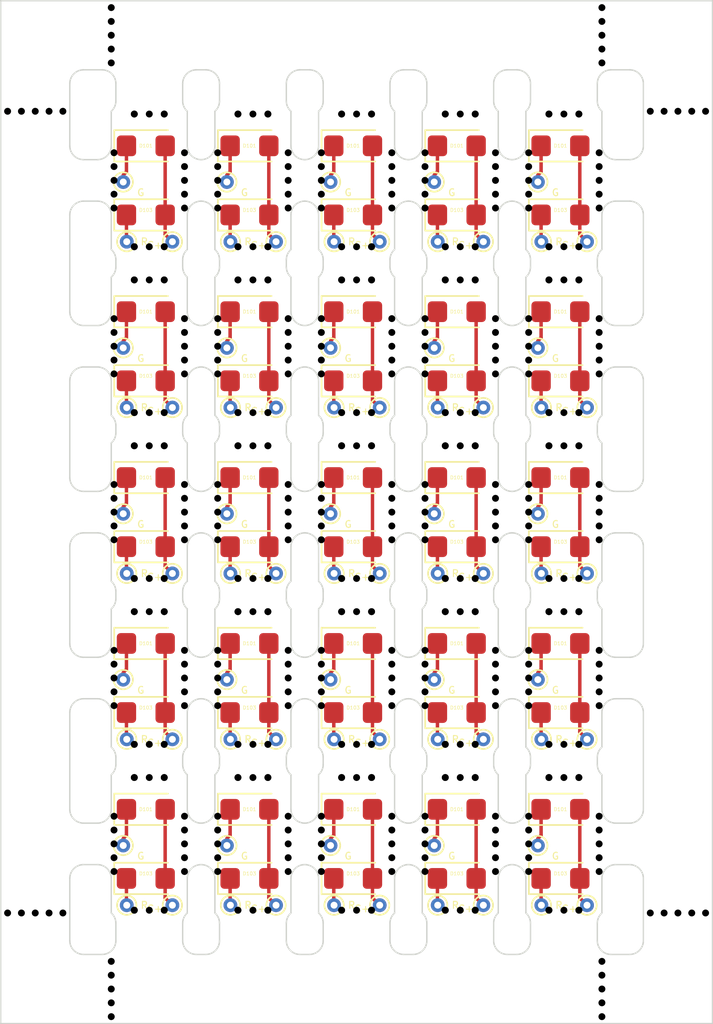
<source format=kicad_pcb>
(kicad_pcb (version 20211014) (generator pcbnew)
  (layers (0 "F.Cu" signal) (31 "B.Cu" signal) (34 "B.Paste" user) (35 "F.Paste" user) (36 "B.SilkS" user "B.Silkscreen") (37 "F.SilkS" user "F.Silkscreen") (38 "B.Mask" user) (39 "F.Mask" user) (44 "Edge.Cuts" user))
  (net 0 "")
  (net 1 "Board_0-Net-(D101-Pad1)")
  (net 2 "Board_0-Net-(D101-Pad2)")
  (net 3 "Board_0-Net-(D103-Pad1)")
  (net 4 "Board_1-Net-(D101-Pad1)")
  (net 5 "Board_1-Net-(D101-Pad2)")
  (net 6 "Board_1-Net-(D103-Pad1)")
  (net 7 "Board_2-Net-(D101-Pad1)")
  (net 8 "Board_2-Net-(D101-Pad2)")
  (net 9 "Board_2-Net-(D103-Pad1)")
  (net 10 "Board_3-Net-(D101-Pad1)")
  (net 11 "Board_3-Net-(D101-Pad2)")
  (net 12 "Board_3-Net-(D103-Pad1)")
  (net 13 "Board_4-Net-(D101-Pad1)")
  (net 14 "Board_4-Net-(D101-Pad2)")
  (net 15 "Board_4-Net-(D103-Pad1)")
  (net 16 "Board_5-Net-(D101-Pad1)")
  (net 17 "Board_5-Net-(D101-Pad2)")
  (net 18 "Board_5-Net-(D103-Pad1)")
  (net 19 "Board_6-Net-(D101-Pad1)")
  (net 20 "Board_6-Net-(D101-Pad2)")
  (net 21 "Board_6-Net-(D103-Pad1)")
  (net 22 "Board_7-Net-(D101-Pad1)")
  (net 23 "Board_7-Net-(D101-Pad2)")
  (net 24 "Board_7-Net-(D103-Pad1)")
  (net 25 "Board_8-Net-(D101-Pad1)")
  (net 26 "Board_8-Net-(D101-Pad2)")
  (net 27 "Board_8-Net-(D103-Pad1)")
  (net 28 "Board_9-Net-(D101-Pad1)")
  (net 29 "Board_9-Net-(D101-Pad2)")
  (net 30 "Board_9-Net-(D103-Pad1)")
  (net 31 "Board_10-Net-(D101-Pad1)")
  (net 32 "Board_10-Net-(D101-Pad2)")
  (net 33 "Board_10-Net-(D103-Pad1)")
  (net 34 "Board_11-Net-(D101-Pad1)")
  (net 35 "Board_11-Net-(D101-Pad2)")
  (net 36 "Board_11-Net-(D103-Pad1)")
  (net 37 "Board_12-Net-(D101-Pad1)")
  (net 38 "Board_12-Net-(D101-Pad2)")
  (net 39 "Board_12-Net-(D103-Pad1)")
  (net 40 "Board_13-Net-(D101-Pad1)")
  (net 41 "Board_13-Net-(D101-Pad2)")
  (net 42 "Board_13-Net-(D103-Pad1)")
  (net 43 "Board_14-Net-(D101-Pad1)")
  (net 44 "Board_14-Net-(D101-Pad2)")
  (net 45 "Board_14-Net-(D103-Pad1)")
  (net 46 "Board_15-Net-(D101-Pad1)")
  (net 47 "Board_15-Net-(D101-Pad2)")
  (net 48 "Board_15-Net-(D103-Pad1)")
  (net 49 "Board_16-Net-(D101-Pad1)")
  (net 50 "Board_16-Net-(D101-Pad2)")
  (net 51 "Board_16-Net-(D103-Pad1)")
  (net 52 "Board_17-Net-(D101-Pad1)")
  (net 53 "Board_17-Net-(D101-Pad2)")
  (net 54 "Board_17-Net-(D103-Pad1)")
  (net 55 "Board_18-Net-(D101-Pad1)")
  (net 56 "Board_18-Net-(D101-Pad2)")
  (net 57 "Board_18-Net-(D103-Pad1)")
  (net 58 "Board_19-Net-(D101-Pad1)")
  (net 59 "Board_19-Net-(D101-Pad2)")
  (net 60 "Board_19-Net-(D103-Pad1)")
  (net 61 "Board_20-Net-(D101-Pad1)")
  (net 62 "Board_20-Net-(D101-Pad2)")
  (net 63 "Board_20-Net-(D103-Pad1)")
  (net 64 "Board_21-Net-(D101-Pad1)")
  (net 65 "Board_21-Net-(D101-Pad2)")
  (net 66 "Board_21-Net-(D103-Pad1)")
  (net 67 "Board_22-Net-(D101-Pad1)")
  (net 68 "Board_22-Net-(D101-Pad2)")
  (net 69 "Board_22-Net-(D103-Pad1)")
  (net 70 "Board_23-Net-(D101-Pad1)")
  (net 71 "Board_23-Net-(D101-Pad2)")
  (net 72 "Board_23-Net-(D103-Pad1)")
  (net 73 "Board_24-Net-(D101-Pad1)")
  (net 74 "Board_24-Net-(D101-Pad2)")
  (net 75 "Board_24-Net-(D103-Pad1)")
  (footprint "NPTH" (layer "F.Cu") (at 136.05 47)
    (fp_text reference "KiKit_MB_42_5" hide)
    (fp_text value "NPTH" hide)
  )
  (footprint "NPTH" (layer "F.Cu") (at 153.45 31)
    (fp_text reference "KiKit_MB_25_5" hide)
    (fp_text value "NPTH" hide)
  )
  (footprint "NPTH" (layer "F.Cu") (at 130.95 34)
    (fp_text reference "KiKit_MB_1_2" hide)
    (fp_text value "NPTH" hide)
  )
  (footprint "NPTH" (layer "F.Cu") (at 136.05 56)
    (fp_text reference "KiKit_MB_82_2" hide)
    (fp_text value "NPTH" hide)
  )
  (footprint "NPTH" (layer "F.Cu") (at 166.05 80)
    (fp_text reference "KiKit_MB_194_2" hide)
    (fp_text value "NPTH" hide)
  )
  (footprint "NPTH" (layer "F.Cu") (at 160.95 56)
    (fp_text reference "KiKit_MB_113_4" hide)
    (fp_text value "NPTH" hide)
  )
  (footprint "NPTH" (layer "F.Cu") (at 162.416666 64.2)
    (fp_text reference "KiKit_MB_155_2" hide)
    (fp_text value "NPTH" hide)
  )
  (footprint "NPTH" (layer "F.Cu") (at 166.05 82)
    (fp_text reference "KiKit_MB_194_4" hide)
    (fp_text value "NPTH" hide)
  )
  (footprint "NPTH" (layer "F.Cu") (at 160.95 58)
    (fp_text reference "KiKit_MB_113_2" hide)
    (fp_text value "NPTH" hide)
  )
  (footprint "NPTH" (layer "F.Cu") (at 153.45 44)
    (fp_text reference "KiKit_MB_65_4" hide)
    (fp_text value "NPTH" hide)
  )
  (footprint "NPTH" (layer "F.Cu") (at 164.583333 40.2)
    (fp_text reference "KiKit_MB_77_1" hide)
    (fp_text value "NPTH" hide)
  )
  (footprint "NPTH" (layer "F.Cu") (at 154.916666 37.8)
    (fp_text reference "KiKit_MB_30_3" hide)
    (fp_text value "NPTH" hide)
  )
  (footprint "NPTH" (layer "F.Cu") (at 140.999999 76.2)
    (fp_text reference "KiKit_MB_172_2" hide)
    (fp_text value "NPTH" hide)
  )
  (footprint "NPTH" (layer "F.Cu") (at 151.05 67)
    (fp_text reference "KiKit_MB_138_1" hide)
    (fp_text value "NPTH" hide)
  )
  (footprint "NPTH" (layer "F.Cu") (at 160.95 80)
    (fp_text reference "KiKit_MB_193_4" hide)
    (fp_text value "NPTH" hide)
  )
  (footprint "TestPoint:TestPoint_THTPad_D1.0mm_Drill0.5mm" (layer "F.Cu") (at 139.37 73.436)
    (fp_text reference "TP103")
    (fp_text value "R")
  )
  (footprint "NPTH" (layer "F.Cu") (at 153.45 70)
    (fp_text reference "KiKit_MB_145_2" hide)
    (fp_text value "NPTH" hide)
  )
  (footprint "KingBrightLEDS:LED_1208_3020metric" (layer "F.Cu") (at 133.25 42.5)
    (fp_text reference "D101")
    (fp_text value "GREEN")
  )
  (footprint "NPTH" (layer "F.Cu") (at 151.05 70)
    (fp_text reference "KiKit_MB_138_4" hide)
    (fp_text value "NPTH" hide)
  )
  (footprint "NPTH" (layer "F.Cu") (at 138.45 32)
    (fp_text reference "KiKit_MB_9_4" hide)
    (fp_text value "NPTH" hide)
  )
  (footprint "TestPoint:TestPoint_THTPad_D1.0mm_Drill0.5mm" (layer "F.Cu") (at 131.616 45.118)
    (fp_text reference "TP101")
    (fp_text value "G")
  )
  (footprint "NPTH" (layer "F.Cu") (at 164.583333 76.2)
    (fp_text reference "KiKit_MB_196_3" hide)
    (fp_text value "NPTH" hide)
  )
  (footprint "NPTH" (layer "F.Cu") (at 154.916666 52.2)
    (fp_text reference "KiKit_MB_108_1" hide)
    (fp_text value "NPTH" hide)
  )
  (footprint "NPTH" (layer "F.Cu") (at 158.55 32)
    (fp_text reference "KiKit_MB_26_2" hide)
    (fp_text value "NPTH" hide)
  )
  (footprint "NPTH" (layer "F.Cu") (at 158.55 33)
    (fp_text reference "KiKit_MB_26_3" hide)
    (fp_text value "NPTH" hide)
  )
  (footprint "NPTH" (layer "F.Cu") (at 162.416666 76.2)
    (fp_text reference "KiKit_MB_195_2" hide)
    (fp_text value "NPTH" hide)
  )
  (footprint "KingBrightLEDS:LED_1208_3020metric" (layer "F.Cu") (at 140.75 83.5)
    (fp_text reference "D103")
    (fp_text value "Red")
  )
  (footprint "NPTH" (layer "F.Cu") (at 143.55 33)
    (fp_text reference "KiKit_MB_10_3" hide)
    (fp_text value "NPTH" hide)
  )
  (footprint "NPTH" (layer "F.Cu") (at 139.916666 37.8)
    (fp_text reference "KiKit_MB_14_3" hide)
    (fp_text value "NPTH" hide)
  )
  (footprint "NPTH" (layer "F.Cu") (at 130.95 70)
    (fp_text reference "KiKit_MB_121_2" hide)
    (fp_text value "NPTH" hide)
  )
  (footprint "NPTH" (layer "F.Cu") (at 157.083333 85.8)
    (fp_text reference "KiKit_MB_192_2" hide)
    (fp_text value "NPTH" hide)
  )
  (footprint "KingBrightLEDS:LED_1208_3020metric" (layer "F.Cu") (at 140.75 78.5)
    (fp_text reference "D101")
    (fp_text value "GREEN")
  )
  (footprint "NPTH" (layer "F.Cu") (at 149.583333 37.8)
    (fp_text reference "KiKit_MB_24_2" hide)
    (fp_text value "NPTH" hide)
  )
  (footprint "NPTH" (layer "F.Cu") (at 154.916666 85.8)
    (fp_text reference "KiKit_MB_190_3" hide)
    (fp_text value "NPTH" hide)
  )
  (footprint "KingBrightLEDS:LED_1208_3020metric" (layer "F.Cu") (at 163.25 59.5)
    (fp_text reference "D103")
    (fp_text value "Red")
  )
  (footprint "NPTH" (layer "F.Cu") (at 158.55 35)
    (fp_text reference "KiKit_MB_26_5" hide)
    (fp_text value "NPTH" hide)
  )
  (footprint "NPTH" (layer "F.Cu") (at 147.416666 40.2)
    (fp_text reference "KiKit_MB_60_1" hide)
    (fp_text value "NPTH" hide)
  )
  (footprint "NPTH" (layer "F.Cu") (at 130.95 32)
    (fp_text reference "KiKit_MB_1_4" hide)
    (fp_text value "NPTH" hide)
  )
  (footprint "NPTH" (layer "F.Cu") (at 151.05 46)
    (fp_text reference "KiKit_MB_58_4" hide)
    (fp_text value "NPTH" hide)
  )
  (footprint "NPTH" (layer "F.Cu") (at 142.083333 37.8)
    (fp_text reference "KiKit_MB_14_1" hide)
    (fp_text value "NPTH" hide)
  )
  (footprint "NPTH" (layer "F.Cu") (at 145.95 46)
    (fp_text reference "KiKit_MB_57_2" hide)
    (fp_text value "NPTH" hide)
  )
  (footprint "TestPoint:TestPoint_THTPad_D1.0mm_Drill0.5mm" (layer "F.Cu") (at 157.672 61.436)
    (fp_text reference "TP104")
    (fp_text value "C+")
  )
  (footprint "TestPoint:TestPoint_THTPad_D1.0mm_Drill0.5mm" (layer "F.Cu") (at 146.87 49.436)
    (fp_text reference "TP103")
    (fp_text value "R")
  )
  (footprint "NPTH" (layer "F.Cu") (at 130.75 90.5)
    (fp_text reference "KiKit_MB_203_3" hide)
    (fp_text value "NPTH" hide)
  )
  (footprint "NPTH" (layer "F.Cu") (at 143.55 32)
    (fp_text reference "KiKit_MB_10_2" hide)
    (fp_text value "NPTH" hide)
  )
  (footprint "NPTH" (layer "F.Cu") (at 132.416667 40.2)
    (fp_text reference "KiKit_MB_43_2" hide)
    (fp_text value "NPTH" hide)
  )
  (footprint "NPTH" (layer "F.Cu") (at 162.416666 85.8)
    (fp_text reference "KiKit_MB_199_1" hide)
    (fp_text value "NPTH" hide)
  )
  (footprint "NPTH" (layer "F.Cu") (at 151.05 68)
    (fp_text reference "KiKit_MB_138_2" hide)
    (fp_text value "NPTH" hide)
  )
  (footprint "NPTH" (layer "F.Cu") (at 164.583333 73.8)
    (fp_text reference "KiKit_MB_158_1" hide)
    (fp_text value "NPTH" hide)
  )
  (footprint "NPTH" (layer "F.Cu") (at 130.75 93.5)
    (fp_text reference "KiKit_MB_203_6" hide)
    (fp_text value "NPTH" hide)
  )
  (footprint "NPTH" (layer "F.Cu") (at 132.416667 76.2)
    (fp_text reference "KiKit_MB_164_1" hide)
    (fp_text value "NPTH" hide)
  )
  (footprint "NPTH" (layer "F.Cu") (at 166.05 83)
    (fp_text reference "KiKit_MB_194_5" hide)
    (fp_text value "NPTH" hide)
  )
  (footprint "NPTH" (layer "F.Cu") (at 134.583333 40.2)
    (fp_text reference "KiKit_MB_45_1" hide)
    (fp_text value "NPTH" hide)
  )
  (footprint "NPTH" (layer "F.Cu") (at 134.583333 40.2)
    (fp_text reference "KiKit_MB_44_3" hide)
    (fp_text value "NPTH" hide)
  )
  (footprint "NPTH" (layer "F.Cu") (at 166.05 71)
    (fp_text reference "KiKit_MB_154_5" hide)
    (fp_text value "NPTH" hide)
  )
  (footprint "NPTH" (layer "F.Cu") (at 139.916666 61.8)
    (fp_text reference "KiKit_MB_94_3" hide)
    (fp_text value "NPTH" hide)
  )
  (footprint "NPTH" (layer "F.Cu") (at 142.083333 64.2)
    (fp_text reference "KiKit_MB_132_3" hide)
    (fp_text value "NPTH" hide)
  )
  (footprint "NPTH" (layer "F.Cu") (at 160.95 59)
    (fp_text reference "KiKit_MB_113_1" hide)
    (fp_text value "NPTH" hide)
  )
  (footprint "NPTH" (layer "F.Cu") (at 160.95 79)
    (fp_text reference "KiKit_MB_193_5" hide)
    (fp_text value "NPTH" hide)
  )
  (footprint "NPTH" (layer "F.Cu") (at 142.083333 85.8)
    (fp_text reference "KiKit_MB_174_1" hide)
    (fp_text value "NPTH" hide)
  )
  (footprint "NPTH" (layer "F.Cu") (at 149.583333 64.2)
    (fp_text reference "KiKit_MB_140_3" hide)
    (fp_text value "NPTH" hide)
  )
  (footprint "TestPoint:TestPoint_THTPad_D1.0mm_Drill0.5mm" (layer "F.Cu") (at 135.172 37.436)
    (fp_text reference "TP104")
    (fp_text value "C+")
  )
  (footprint "NPTH" (layer "F.Cu") (at 160.95 55)
    (fp_text reference "KiKit_MB_113_5" hide)
    (fp_text value "NPTH" hide)
  )
  (footprint "NPTH" (layer "F.Cu") (at 134.583333 52.2)
    (fp_text reference "KiKit_MB_84_3" hide)
    (fp_text value "NPTH" hide)
  )
  (footprint "NPTH" (layer "F.Cu") (at 126.25 86)
    (fp_text reference "KiKit_MB_206_5" hide)
    (fp_text value "NPTH" hide)
  )
  (footprint "NPTH" (layer "F.Cu") (at 160.95 82)
    (fp_text reference "KiKit_MB_193_2" hide)
    (fp_text value "NPTH" hide)
  )
  (footprint "NPTH" (layer "F.Cu") (at 138.45 47)
    (fp_text reference "KiKit_MB_49_1" hide)
    (fp_text value "NPTH" hide)
  )
  (footprint "KingBrightLEDS:LED_1208_3020metric" (layer "F.Cu") (at 140.75 71.5)
    (fp_text reference "D103")
    (fp_text value "Red")
  )
  (footprint "NPTH" (layer "F.Cu") (at 134.583333 61.8)
    (fp_text reference "KiKit_MB_86_1" hide)
    (fp_text value "NPTH" hide)
  )
  (footprint "TestPoint:TestPoint_THTPad_D1.0mm_Drill0.5mm" (layer "F.Cu") (at 157.672 85.436)
    (fp_text reference "TP104")
    (fp_text value "C+")
  )
  (footprint "TestPoint:TestPoint_THTPad_D1.0mm_Drill0.5mm" (layer "F.Cu") (at 131.616 33.118)
    (fp_text reference "TP101")
    (fp_text value "G")
  )
  (footprint "NPTH" (layer "F.Cu") (at 166.25 24.5)
    (fp_text reference "KiKit_MB_202_6" hide)
    (fp_text value "NPTH" hide)
  )
  (footprint "NPTH" (layer "F.Cu") (at 163.5 28.2)
    (fp_text reference "KiKit_MB_36_2" hide)
    (fp_text value "NPTH" hide)
  )
  (footprint "NPTH" (layer "F.Cu") (at 154.916666 40.2)
    (fp_text reference "KiKit_MB_67_2" hide)
    (fp_text value "NPTH" hide)
  )
  (footprint "NPTH" (layer "F.Cu") (at 130.95 68)
    (fp_text reference "KiKit_MB_121_4" hide)
    (fp_text value "NPTH" hide)
  )
  (footprint "TestPoint:TestPoint_THTPad_D1.0mm_Drill0.5mm" (layer "F.Cu") (at 131.87 49.436)
    (fp_text reference "TP103")
    (fp_text value "R")
  )
  (footprint "NPTH" (layer "F.Cu") (at 132.416667 64.2)
    (fp_text reference "KiKit_MB_123_2" hide)
    (fp_text value "NPTH" hide)
  )
  (footprint "NPTH" (layer "F.Cu") (at 156 52.2)
    (fp_text reference "KiKit_MB_108_2" hide)
    (fp_text value "NPTH" hide)
  )
  (footprint "NPTH" (layer "F.Cu") (at 148.5 76.2)
    (fp_text reference "KiKit_MB_180_2" hide)
    (fp_text value "NPTH" hide)
  )
  (footprint "KingBrightLEDS:LED_1208_3020metric" (layer "F.Cu") (at 148.25 54.5)
    (fp_text reference "D101")
    (fp_text value "GREEN")
  )
  (footprint "NPTH" (layer "F.Cu") (at 163.5 49.8)
    (fp_text reference "KiKit_MB_78_2" hide)
    (fp_text value "NPTH" hide)
  )
  (footprint "NPTH" (layer "F.Cu") (at 139.916666 52.2)
    (fp_text reference "KiKit_MB_91_2" hide)
    (fp_text value "NPTH" hide)
  )
  (footprint "NPTH" (layer "F.Cu") (at 154.916666 28.2)
    (fp_text reference "KiKit_MB_28_1" hide)
    (fp_text value "NPTH" hide)
  )
  (footprint "NPTH" (layer "F.Cu") (at 163.5 73.8)
    (fp_text reference "KiKit_MB_158_2" hide)
    (fp_text value "NPTH" hide)
  )
  (footprint "NPTH" (layer "F.Cu") (at 151.05 80)
    (fp_text reference "KiKit_MB_178_2" hide)
    (fp_text value "NPTH" hide)
  )
  (footprint "NPTH" (layer "F.Cu") (at 162.416666 52.2)
    (fp_text reference "KiKit_MB_116_1" hide)
    (fp_text value "NPTH" hide)
  )
  (footprint "TestPoint:TestPoint_THTPad_D1.0mm_Drill0.5mm" (layer "F.Cu") (at 135.172 85.436)
    (fp_text reference "TP104")
    (fp_text value "C+")
  )
  (footprint "NPTH" (layer "F.Cu") (at 143.55 56)
    (fp_text reference "KiKit_MB_90_2" hide)
    (fp_text value "NPTH" hide)
  )
  (footprint "NPTH" (layer "F.Cu") (at 166.05 34)
    (fp_text reference "KiKit_MB_34_4" hide)
    (fp_text value "NPTH" hide)
  )
  (footprint "NPTH" (layer "F.Cu") (at 149.583333 85.8)
    (fp_text reference "KiKit_MB_182_1" hide)
    (fp_text value "NPTH" hide)
  )
  (footprint "NPTH" (layer "F.Cu") (at 158.55 44)
    (fp_text reference "KiKit_MB_66_2" hide)
    (fp_text value "NPTH" hide)
  )
  (footprint "NPTH" (layer "F.Cu") (at 160.95 57)
    (fp_text reference "KiKit_MB_113_3" hide)
    (fp_text value "NPTH" hide)
  )
  (footprint "NPTH" (layer "F.Cu") (at 133.5 85.8)
    (fp_text reference "KiKit_MB_166_2" hide)
    (fp_text value "NPTH" hide)
  )
  (footprint "NPTH" (layer "F.Cu") (at 164.583333 52.2)
    (fp_text reference "KiKit_MB_117_1" hide)
    (fp_text value "NPTH" hide)
  )
  (footprint "NPTH" (layer "F.Cu") (at 138.45 80)
    (fp_text reference "KiKit_MB_169_4" hide)
    (fp_text value "NPTH" hide)
  )
  (footprint "NPTH" (layer "F.Cu") (at 153.45 59)
    (fp_text reference "KiKit_MB_105_1" hide)
    (fp_text value "NPTH" hide)
  )
  (footprint "NPTH" (layer "F.Cu") (at 166.05 58)
    (fp_text reference "KiKit_MB_114_4" hide)
    (fp_text value "NPTH" hide)
  )
  (footprint "NPTH" (layer "F.Cu") (at 147.416666 76.2)
    (fp_text reference "KiKit_MB_180_1" hide)
    (fp_text value "NPTH" hide)
  )
  (footprint "NPTH" (layer "F.Cu") (at 138.45 34)
    (fp_text reference "KiKit_MB_9_2" hide)
    (fp_text value "NPTH" hide)
  )
  (footprint "NPTH" (layer "F.Cu") (at 158.55 79)
    (fp_text reference "KiKit_MB_186_1" hide)
    (fp_text value "NPTH" hide)
  )
  (footprint "NPTH" (layer "F.Cu") (at 134.583333 28.2)
    (fp_text reference "KiKit_MB_4_3" hide)
    (fp_text value "NPTH" hide)
  )
  (footprint "TestPoint:TestPoint_THTPad_D1.0mm_Drill0.5mm" (layer "F.Cu") (at 146.616 81.118)
    (fp_text reference "TP101")
    (fp_text value "G")
  )
  (footprint "NPTH" (layer "F.Cu") (at 143.55 79)
    (fp_text reference "KiKit_MB_170_1" hide)
    (fp_text value "NPTH" hide)
  )
  (footprint "TestPoint:TestPoint_THTPad_D1.0mm_Drill0.5mm" (layer "F.Cu") (at 165.172 85.436)
    (fp_text reference "TP104")
    (fp_text value "C+")
  )
  (footprint "NPTH" (layer "F.Cu") (at 134.583333 73.8)
    (fp_text reference "KiKit_MB_126_1" hide)
    (fp_text value "NPTH" hide)
  )
  (footprint "TestPoint:TestPoint_THTPad_D1.0mm_Drill0.5mm" (layer "F.Cu") (at 142.672 49.436)
    (fp_text reference "TP104")
    (fp_text value "C+")
  )
  (footprint "NPTH" (layer "F.Cu") (at 134.583333 64.2)
    (fp_text reference "KiKit_MB_124_3" hide)
    (fp_text value "NPTH" hide)
  )
  (footprint "NPTH" (layer "F.Cu") (at 162.416666 73.8)
    (fp_text reference "KiKit_MB_158_3" hide)
    (fp_text value "NPTH" hide)
  )
  (footprint "NPTH" (layer "F.Cu") (at 142.083333 76.2)
    (fp_text reference "KiKit_MB_173_1" hide)
    (fp_text value "NPTH" hide)
  )
  (footprint "TestPoint:TestPoint_THTPad_D1.0mm_Drill0.5mm" (layer "F.Cu") (at 150.172 49.436)
    (fp_text reference "TP104")
    (fp_text value "C+")
  )
  (footprint "NPTH" (layer "F.Cu") (at 139.916666 64.2)
    (fp_text reference "KiKit_MB_131_2" hide)
    (fp_text value "NPTH" hide)
  )
  (footprint "NPTH" (layer "F.Cu") (at 153.45 43)
    (fp_text reference "KiKit_MB_65_5" hide)
    (fp_text value "NPTH" hide)
  )
  (footprint "TestPoint:TestPoint_THTPad_D1.0mm_Drill0.5mm" (layer "F.Cu") (at 146.87 61.436)
    (fp_text reference "TP103")
    (fp_text value "R")
  )
  (footprint "NPTH" (layer "F.Cu") (at 158.55 82)
    (fp_text reference "KiKit_MB_186_4" hide)
    (fp_text value "NPTH" hide)
  )
  (footprint "NPTH" (layer "F.Cu") (at 143.55 47)
    (fp_text reference "KiKit_MB_50_5" hide)
    (fp_text value "NPTH" hide)
  )
  (footprint "NPTH" (layer "F.Cu") (at 130.95 80)
    (fp_text reference "KiKit_MB_161_4" hide)
    (fp_text value "NPTH" hide)
  )
  (footprint "NPTH" (layer "F.Cu") (at 164.583333 85.8)
    (fp_text reference "KiKit_MB_198_1" hide)
    (fp_text value "NPTH" hide)
  )
  (footprint "NPTH" (layer "F.Cu") (at 142.083333 52.2)
    (fp_text reference "KiKit_MB_93_1" hide)
    (fp_text value "NPTH" hide)
  )
  (footprint "NPTH" (layer "F.Cu") (at 127.25 86)
    (fp_text reference "KiKit_MB_206_6" hide)
    (fp_text value "NPTH" hide)
  )
  (footprint "NPTH" (layer "F.Cu") (at 132.416667 76.2)
    (fp_text reference "KiKit_MB_163_2" hide)
    (fp_text value "NPTH" hide)
  )
  (footprint "NPTH" (layer "F.Cu") (at 164.583333 49.8)
    (fp_text reference "KiKit_MB_78_1" hide)
    (fp_text value "NPTH" hide)
  )
  (footprint "NPTH" (layer "F.Cu") (at 156 64.2)
    (fp_text reference "KiKit_MB_148_2" hide)
    (fp_text value "NPTH" hide)
  )
  (footprint "NPTH" (layer "F.Cu") (at 166.05 57)
    (fp_text reference "KiKit_MB_114_3" hide)
    (fp_text value "NPTH" hide)
  )
  (footprint "NPTH" (layer "F.Cu") (at 138.45 44)
    (fp_text reference "KiKit_MB_49_4" hide)
    (fp_text value "NPTH" hide)
  )
  (footprint "NPTH" (layer "F.Cu") (at 148.5 37.8)
    (fp_text reference "KiKit_MB_22_2" hide)
    (fp_text value "NPTH" hide)
  )
  (footprint "NPTH" (layer "F.Cu") (at 157.083333 73.8)
    (fp_text reference "KiKit_MB_150_1" hide)
    (fp_text value "NPTH" hide)
  )
  (footprint "NPTH" (layer "F.Cu") (at 133.5 40.2)
    (fp_text reference "KiKit_MB_44_2" hide)
    (fp_text value "NPTH" hide)
  )
  (footprint "NPTH" (layer "F.Cu") (at 162.416666 40.2)
    (fp_text reference "KiKit_MB_75_2" hide)
    (fp_text value "NPTH" hide)
  )
  (footprint "NPTH" (layer "F.Cu") (at 133.5 52.2)
    (fp_text reference "KiKit_MB_84_2" hide)
    (fp_text value "NPTH" hide)
  )
  (footprint "TestPoint:TestPoint_THTPad_D1.0mm_Drill0.5mm" (layer "F.Cu") (at 146.616 33.118)
    (fp_text reference "TP101")
    (fp_text value "G")
  )
  (footprint "NPTH" (layer "F.Cu") (at 130.95 57)
    (fp_text reference "KiKit_MB_81_3" hide)
    (fp_text value "NPTH" hide)
  )
  (footprint "TestPoint:TestPoint_THTPad_D1.0mm_Drill0.5mm" (layer "F.Cu") (at 146.87 85.436)
    (fp_text reference "TP103")
    (fp_text value "R")
  )
  (footprint "NPTH" (layer "F.Cu") (at 134.583333 85.8)
    (fp_text reference "KiKit_MB_166_1" hide)
    (fp_text value "NPTH" hide)
  )
  (footprint "NPTH" (layer "F.Cu") (at 145.95 43)
    (fp_text reference "KiKit_MB_57_5" hide)
    (fp_text value "NPTH" hide)
  )
  (footprint "TestPoint:TestPoint_THTPad_D1.0mm_Drill0.5mm" (layer "F.Cu") (at 161.616 33.118)
    (fp_text reference "TP101")
    (fp_text value "G")
  )
  (footprint "NPTH" (layer "F.Cu") (at 125.25 86)
    (fp_text reference "KiKit_MB_206_4" hide)
    (fp_text value "NPTH" hide)
  )
  (footprint "NPTH" (layer "F.Cu") (at 147.416666 37.8)
    (fp_text reference "KiKit_MB_22_3" hide)
    (fp_text value "NPTH" hide)
  )
  (footprint "NPTH" (layer "F.Cu") (at 156 85.8)
    (fp_text reference "KiKit_MB_190_2" hide)
    (fp_text value "NPTH" hide)
  )
  (footprint "NPTH" (layer "F.Cu") (at 158.55 83)
    (fp_text reference "KiKit_MB_186_5" hide)
    (fp_text value "NPTH" hide)
  )
  (footprint "NPTH" (layer "F.Cu") (at 163.5 64.2)
    (fp_text reference "KiKit_MB_156_2" hide)
    (fp_text value "NPTH" hide)
  )
  (footprint "NPTH" (layer "F.Cu") (at 139.916666 37.8)
    (fp_text reference "KiKit_MB_15_1" hide)
    (fp_text value "NPTH" hide)
  )
  (footprint "NPTH" (layer "F.Cu") (at 143.55 80)
    (fp_text reference "KiKit_MB_170_2" hide)
    (fp_text value "NPTH" hide)
  )
  (footprint "NPTH" (layer "F.Cu") (at 138.45 31)
    (fp_text reference "KiKit_MB_9_5" hide)
    (fp_text value "NPTH" hide)
  )
  (footprint "NPTH" (layer "F.Cu") (at 140.999999 52.2)
    (fp_text reference "KiKit_MB_92_2" hide)
    (fp_text value "NPTH" hide)
  )
  (footprint "KingBrightLEDS:LED_1208_3020metric" (layer "F.Cu") (at 155.75 47.5)
    (fp_text reference "D103")
    (fp_text value "Red")
  )
  (footprint "NPTH" (layer "F.Cu") (at 160.95 46)
    (fp_text reference "KiKit_MB_73_2" hide)
    (fp_text value "NPTH" hide)
  )
  (footprint "NPTH" (layer "F.Cu") (at 163.5 52.2)
    (fp_text reference "KiKit_MB_116_2" hide)
    (fp_text value "NPTH" hide)
  )
  (footprint "KingBrightLEDS:LED_1208_3020metric" (layer "F.Cu") (at 140.75 30.5)
    (fp_text reference "D101")
    (fp_text value "GREEN")
  )
  (footprint "NPTH" (layer "F.Cu") (at 153.45 34)
    (fp_text reference "KiKit_MB_25_2" hide)
    (fp_text value "NPTH" hide)
  )
  (footprint "NPTH" (layer "F.Cu") (at 132.416667 52.2)
    (fp_text reference "KiKit_MB_83_2" hide)
    (fp_text value "NPTH" hide)
  )
  (footprint "NPTH" (layer "F.Cu") (at 160.95 70)
    (fp_text reference "KiKit_MB_153_2" hide)
    (fp_text value "NPTH" hide)
  )
  (footprint "NPTH" (layer "F.Cu") (at 139.916666 73.8)
    (fp_text reference "KiKit_MB_134_3" hide)
    (fp_text value "NPTH" hide)
  )
  (footprint "NPTH" (layer "F.Cu") (at 148.5 52.2)
    (fp_text reference "KiKit_MB_100_2" hide)
    (fp_text value "NPTH" hide)
  )
  (footprint "KingBrightLEDS:LED_1208_3020metric" (layer "F.Cu") (at 155.75 78.5)
    (fp_text reference "D101")
    (fp_text value "GREEN")
  )
  (footprint "NPTH" (layer "F.Cu") (at 149.583333 76.2)
    (fp_text reference "KiKit_MB_180_3" hide)
    (fp_text value "NPTH" hide)
  )
  (footprint "NPTH" (layer "F.Cu") (at 147.416666 64.2)
    (fp_text reference "KiKit_MB_140_1" hide)
    (fp_text value "NPTH" hide)
  )
  (footprint "NPTH" (layer "F.Cu") (at 160.95 43)
    (fp_text reference "KiKit_MB_73_5" hide)
    (fp_text value "NPTH" hide)
  )
  (footprint "NPTH" (layer "F.Cu") (at 140.999999 40.2)
    (fp_text reference "KiKit_MB_52_2" hide)
    (fp_text value "NPTH" hide)
  )
  (footprint "NPTH" (layer "F.Cu") (at 133.5 49.8)
    (fp_text reference "KiKit_MB_46_2" hide)
    (fp_text value "NPTH" hide)
  )
  (footprint "TestPoint:TestPoint_THTPad_D1.0mm_Drill0.5mm" (layer "F.Cu") (at 154.116 81.118)
    (fp_text reference "TP101")
    (fp_text value "G")
  )
  (footprint "NPTH" (layer "F.Cu") (at 162.416666 37.8)
    (fp_text reference "KiKit_MB_39_1" hide)
    (fp_text value "NPTH" hide)
  )
  (footprint "NPTH" (layer "F.Cu") (at 160.95 47)
    (fp_text reference "KiKit_MB_73_1" hide)
    (fp_text value "NPTH" hide)
  )
  (footprint "NPTH" (layer "F.Cu") (at 151.05 79)
    (fp_text reference "KiKit_MB_178_1" hide)
    (fp_text value "NPTH" hide)
  )
  (footprint "NPTH" (layer "F.Cu") (at 142.083333 64.2)
    (fp_text reference "KiKit_MB_133_1" hide)
    (fp_text value "NPTH" hide)
  )
  (footprint "NPTH" (layer "F.Cu") (at 157.083333 28.2)
    (fp_text reference "KiKit_MB_29_1" hide)
    (fp_text value "NPTH" hide)
  )
  (footprint "KingBrightLEDS:LED_1208_3020metric" (layer "F.Cu") (at 133.25 35.5)
    (fp_text reference "D103")
    (fp_text value "Red")
  )
  (footprint "NPTH" (layer "F.Cu") (at 170.75 28)
    (fp_text reference "KiKit_MB_207_3" hide)
    (fp_text value "NPTH" hide)
  )
  (footprint "NPTH" (layer "F.Cu") (at 138.45 71)
    (fp_text reference "KiKit_MB_129_1" hide)
    (fp_text value "NPTH" hide)
  )
  (footprint "NPTH" (layer "F.Cu") (at 136.05 68)
    (fp_text reference "KiKit_MB_122_2" hide)
    (fp_text value "NPTH" hide)
  )
  (footprint "NPTH" (layer "F.Cu") (at 130.75 24.5)
    (fp_text reference "KiKit_MB_201_6" hide)
    (fp_text value "NPTH" hide)
  )
  (footprint "NPTH" (layer "F.Cu") (at 127.25 28)
    (fp_text reference "KiKit_MB_205_6" hide)
    (fp_text value "NPTH" hide)
  )
  (footprint "NPTH" (layer "F.Cu") (at 158.55 34)
    (fp_text reference "KiKit_MB_26_4" hide)
    (fp_text value "NPTH" hide)
  )
  (footprint "NPTH" (layer "F.Cu") (at 149.583333 28.2)
    (fp_text reference "KiKit_MB_21_1" hide)
    (fp_text value "NPTH" hide)
  )
  (footprint "NPTH" (layer "F.Cu") (at 151.05 32)
    (fp_text reference "KiKit_MB_18_2" hide)
    (fp_text value "NPTH" hide)
  )
  (footprint "NPTH" (layer "F.Cu") (at 132.416667 73.8)
    (fp_text reference "KiKit_MB_127_1" hide)
    (fp_text value "NPTH" hide)
  )
  (footprint "NPTH" (layer "F.Cu") (at 166.05 56)
    (fp_text reference "KiKit_MB_114_2" hide)
    (fp_text value "NPTH" hide)
  )
  (footprint "KingBrightLEDS:LED_1208_3020metric" (layer "F.Cu") (at 163.25 78.5)
    (fp_text reference "D101")
    (fp_text value "GREEN")
  )
  (footprint "NPTH" (layer "F.Cu") (at 142.083333 49.8)
    (fp_text reference "KiKit_MB_54_1" hide)
    (fp_text value "NPTH" hide)
  )
  (footprint "NPTH" (layer "F.Cu") (at 170.75 86)
    (fp_text reference "KiKit_MB_208_3" hide)
    (fp_text value "NPTH" hide)
  )
  (footprint "NPTH" (layer "F.Cu") (at 134.583333 49.8)
    (fp_text reference "KiKit_MB_46_1" hide)
    (fp_text value "NPTH" hide)
  )
  (footprint "NPTH" (layer "F.Cu") (at 157.083333 64.2)
    (fp_text reference "KiKit_MB_148_3" hide)
    (fp_text value "NPTH" hide)
  )
  (footprint "NPTH" (layer "F.Cu") (at 143.55 83)
    (fp_text reference "KiKit_MB_170_5" hide)
    (fp_text value "NPTH" hide)
  )
  (footprint "NPTH" (layer "F.Cu") (at 130.95 58)
    (fp_text reference "KiKit_MB_81_2" hide)
    (fp_text value "NPTH" hide)
  )
  (footprint "TestPoint:TestPoint_THTPad_D1.0mm_Drill0.5mm" (layer "F.Cu") (at 154.116 57.118)
    (fp_text reference "TP101")
    (fp_text value "G")
  )
  (footprint "TestPoint:TestPoint_THTPad_D1.0mm_Drill0.5mm" (layer "F.Cu") (at 161.616 57.118)
    (fp_text reference "TP101")
    (fp_text value "G")
  )
  (footprint "NPTH" (layer "F.Cu") (at 164.583333 61.8)
    (fp_text reference "KiKit_MB_118_1" hide)
    (fp_text value "NPTH" hide)
  )
  (footprint "TestPoint:TestPoint_THTPad_D1.0mm_Drill0.5mm" (layer "F.Cu") (at 146.616 69.118)
    (fp_text reference "TP101")
    (fp_text value "G")
  )
  (footprint "TestPoint:TestPoint_THTPad_D1.0mm_Drill0.5mm" (layer "F.Cu") (at 142.672 37.436)
    (fp_text reference "TP104")
    (fp_text value "C+")
  )
  (footprint "NPTH" (layer "F.Cu") (at 164.583333 37.8)
    (fp_text reference "KiKit_MB_38_1" hide)
    (fp_text value "NPTH" hide)
  )
  (footprint "TestPoint:TestPoint_THTPad_D1.0mm_Drill0.5mm" (layer "F.Cu") (at 154.116 33.118)
    (fp_text reference "TP101")
    (fp_text value "G")
  )
  (footprint "NPTH" (layer "F.Cu") (at 149.583333 61.8)
    (fp_text reference "KiKit_MB_104_2" hide)
    (fp_text value "NPTH" hide)
  )
  (footprint "NPTH" (layer "F.Cu") (at 138.45 45)
    (fp_text reference "KiKit_MB_49_3" hide)
    (fp_text value "NPTH" hide)
  )
  (footprint "NPTH" (layer "F.Cu") (at 143.55 67)
    (fp_text reference "KiKit_MB_130_1" hide)
    (fp_text value "NPTH" hide)
  )
  (footprint "NPTH" (layer "F.Cu") (at 145.95 70)
    (fp_text reference "KiKit_MB_137_2" hide)
    (fp_text value "NPTH" hide)
  )
  (footprint "KingBrightLEDS:LED_1208_3020metric" (layer "F.Cu") (at 140.75 35.5)
    (fp_text reference "D103")
    (fp_text value "Red")
  )
  (footprint "NPTH" (layer "F.Cu") (at 164.583333 49.8)
    (fp_text reference "KiKit_MB_80_2" hide)
    (fp_text value "NPTH" hide)
  )
  (footprint "NPTH" (layer "F.Cu") (at 162.416666 64.2)
    (fp_text reference "KiKit_MB_156_1" hide)
    (fp_text value "NPTH" hide)
  )
  (footprint "NPTH" (layer "F.Cu") (at 147.416666 64.2)
    (fp_text reference "KiKit_MB_139_2" hide)
    (fp_text value "NPTH" hide)
  )
  (footprint "NPTH" (layer "F.Cu") (at 151.05 83)
    (fp_text reference "KiKit_MB_178_5" hide)
    (fp_text value "NPTH" hide)
  )
  (footprint "NPTH" (layer "F.Cu") (at 164.583333 37.8)
    (fp_text reference "KiKit_MB_40_2" hide)
    (fp_text value "NPTH" hide)
  )
  (footprint "NPTH" (layer "F.Cu") (at 143.55 43)
    (fp_text reference "KiKit_MB_50_1" hide)
    (fp_text value "NPTH" hide)
  )
  (footprint "NPTH" (layer "F.Cu") (at 139.916666 52.2)
    (fp_text reference "KiKit_MB_92_1" hide)
    (fp_text value "NPTH" hide)
  )
  (footprint "NPTH" (layer "F.Cu") (at 156 40.2)
    (fp_text reference "KiKit_MB_68_2" hide)
    (fp_text value "NPTH" hide)
  )
  (footprint "NPTH" (layer "F.Cu") (at 124.25 28)
    (fp_text reference "KiKit_MB_205_3" hide)
    (fp_text value "NPTH" hide)
  )
  (footprint "TestPoint:TestPoint_THTPad_D1.0mm_Drill0.5mm" (layer "F.Cu") (at 146.616 45.118)
    (fp_text reference "TP101")
    (fp_text value "G")
  )
  (footprint "NPTH" (layer "F.Cu") (at 136.05 81)
    (fp_text reference "KiKit_MB_162_3" hide)
    (fp_text value "NPTH" hide)
  )
  (footprint "NPTH" (layer "F.Cu") (at 130.95 71)
    (fp_text reference "KiKit_MB_121_1" hide)
    (fp_text value "NPTH" hide)
  )
  (footprint "NPTH" (layer "F.Cu") (at 139.916666 40.2)
    (fp_text reference "KiKit_MB_51_2" hide)
    (fp_text value "NPTH" hide)
  )
  (footprint "NPTH" (layer "F.Cu") (at 130.95 43)
    (fp_text reference "KiKit_MB_41_5" hide)
    (fp_text value "NPTH" hide)
  )
  (footprint "NPTH" (layer "F.Cu") (at 130.95 59)
    (fp_text reference "KiKit_MB_81_1" hide)
    (fp_text value "NPTH" hide)
  )
  (footprint "NPTH" (layer "F.Cu") (at 148.5 28.2)
    (fp_text reference "KiKit_MB_20_2" hide)
    (fp_text value "NPTH" hide)
  )
  (footprint "NPTH" (layer "F.Cu") (at 166.25 20.5)
    (fp_text reference "KiKit_MB_202_2" hide)
    (fp_text value "NPTH" hide)
  )
  (footprint "KingBrightLEDS:LED_1208_3020metric" (layer "F.Cu") (at 148.25 78.5)
    (fp_text reference "D101")
    (fp_text value "GREEN")
  )
  (footprint "NPTH" (layer "F.Cu") (at 142.083333 40.2)
    (fp_text reference "KiKit_MB_52_3" hide)
    (fp_text value "NPTH" hide)
  )
  (footprint "NPTH" (layer "F.Cu") (at 158.55 59)
    (fp_text reference "KiKit_MB_106_5" hide)
    (fp_text value "NPTH" hide)
  )
  (footprint "KingBrightLEDS:LED_1208_3020metric" (layer "F.Cu") (at 148.25 30.5)
    (fp_text reference "D101")
    (fp_text value "GREEN")
  )
  (footprint "TestPoint:TestPoint_THTPad_D1.0mm_Drill0.5mm" (layer "F.Cu") (at 154.116 69.118)
    (fp_text reference "TP101")
    (fp_text value "G")
  )
  (footprint "NPTH" (layer "F.Cu") (at 149.583333 61.8)
    (fp_text reference "KiKit_MB_102_1" hide)
    (fp_text value "NPTH" hide)
  )
  (footprint "NPTH" (layer "F.Cu") (at 163.5 76.2)
    (fp_text reference "KiKit_MB_196_2" hide)
    (fp_text value "NPTH" hide)
  )
  (footprint "NPTH" (layer "F.Cu") (at 134.583333 85.8)
    (fp_text reference "KiKit_MB_168_2" hide)
    (fp_text value "NPTH" hide)
  )
  (footprint "KingBrightLEDS:LED_1208_3020metric" (layer "F.Cu") (at 155.75 66.5)
    (fp_text reference "D101")
    (fp_text value "GREEN")
  )
  (footprint "NPTH" (layer "F.Cu") (at 145.95 34)
    (fp_text reference "KiKit_MB_17_2" hide)
    (fp_text value "NPTH" hide)
  )
  (footprint "TestPoint:TestPoint_THTPad_D1.0mm_Drill0.5mm" (layer "F.Cu") (at 142.672 85.436)
    (fp_text reference "TP104")
    (fp_text value "C+")
  )
  (footprint "NPTH" (layer "F.Cu") (at 158.55 57)
    (fp_text reference "KiKit_MB_106_3" hide)
    (fp_text value "NPTH" hide)
  )
  (footprint "NPTH" (layer "F.Cu") (at 134.583333 28.2)
    (fp_text reference "KiKit_MB_5_1" hide)
    (fp_text value "NPTH" hide)
  )
  (footprint "KingBrightLEDS:LED_1208_3020metric" (layer "F.Cu") (at 140.75 47.5)
    (fp_text reference "D103")
    (fp_text value "Red")
  )
  (footprint "NPTH" (layer "F.Cu") (at 147.416666 73.8)
    (fp_text reference "KiKit_MB_143_1" hide)
    (fp_text value "NPTH" hide)
  )
  (footprint "NPTH" (layer "F.Cu") (at 149.583333 73.8)
    (fp_text reference "KiKit_MB_144_2" hide)
    (fp_text value "NPTH" hide)
  )
  (footprint "NPTH" (layer "F.Cu") (at 160.95 45)
    (fp_text reference "KiKit_MB_73_3" hide)
    (fp_text value "NPTH" hide)
  )
  (footprint "NPTH" (layer "F.Cu") (at 163.5 61.8)
    (fp_text reference "KiKit_MB_118_2" hide)
    (fp_text value "NPTH" hide)
  )
  (footprint "NPTH" (layer "F.Cu") (at 153.45 81)
    (fp_text reference "KiKit_MB_185_3" hide)
    (fp_text value "NPTH" hide)
  )
  (footprint "NPTH" (layer "F.Cu") (at 136.05 58)
    (fp_text reference "KiKit_MB_82_4" hide)
    (fp_text value "NPTH" hide)
  )
  (footprint "NPTH" (layer "F.Cu") (at 147.416666 49.8)
    (fp_text reference "KiKit_MB_63_1" hide)
    (fp_text value "NPTH" hide)
  )
  (footprint "NPTH" (layer "F.Cu") (at 164.583333 76.2)
    (fp_text reference "KiKit_MB_197_1" hide)
    (fp_text value "NPTH" hide)
  )
  (footprint "NPTH" (layer "F.Cu") (at 148.5 49.8)
    (fp_text reference "KiKit_MB_62_2" hide)
    (fp_text value "NPTH" hide)
  )
  (footprint "NPTH" (layer "F.Cu") (at 160.95 31)
    (fp_text reference "KiKit_MB_33_5" hide)
    (fp_text value "NPTH" hide)
  )
  (footprint "NPTH" (layer "F.Cu") (at 147.416666 73.8)
    (fp_text reference "KiKit_MB_142_3" hide)
    (fp_text value "NPTH" hide)
  )
  (footprint "NPTH" (layer "F.Cu") (at 158.55 56)
    (fp_text reference "KiKit_MB_106_2" hide)
    (fp_text value "NPTH" hide)
  )
  (footprint "NPTH" (layer "F.Cu") (at 148.5 85.8)
    (fp_text reference "KiKit_MB_182_2" hide)
    (fp_text value "NPTH" hide)
  )
  (footprint "NPTH" (layer "F.Cu") (at 138.45 35)
    (fp_text reference "KiKit_MB_9_1" hide)
    (fp_text value "NPTH" hide)
  )
  (footprint "NPTH" (layer "F.Cu") (at 173.75 86)
    (fp_text reference "KiKit_MB_208_6" hide)
    (fp_text value "NPTH" hide)
  )
  (footprint "NPTH" (layer "F.Cu") (at 130.95 31)
    (fp_text reference "KiKit_MB_1_5" hide)
    (fp_text value "NPTH" hide)
  )
  (footprint "KingBrightLEDS:LED_1208_3020metric" (layer "F.Cu") (at 155.75 83.5)
    (fp_text reference "D103")
    (fp_text value "Red")
  )
  (footprint "NPTH" (layer "F.Cu") (at 125.25 28)
    (fp_text reference "KiKit_MB_205_4" hide)
    (fp_text value "NPTH" hide)
  )
  (footprint "TestPoint:TestPoint_THTPad_D1.0mm_Drill0.5mm" (layer "F.Cu") (at 165.172 61.436)
    (fp_text reference "TP104")
    (fp_text value "C+")
  )
  (footprint "NPTH" (layer "F.Cu") (at 151.05 56)
    (fp_text reference "KiKit_MB_98_2" hide)
    (fp_text value "NPTH" hide)
  )
  (footprint "NPTH" (layer "F.Cu") (at 130.95 69)
    (fp_text reference "KiKit_MB_121_3" hide)
    (fp_text value "NPTH" hide)
  )
  (footprint "NPTH" (layer "F.Cu") (at 139.916666 61.8)
    (fp_text reference "KiKit_MB_95_1" hide)
    (fp_text value "NPTH" hide)
  )
  (footprint "NPTH" (layer "F.Cu") (at 132.416667 85.8)
    (fp_text reference "KiKit_MB_166_3" hide)
    (fp_text value "NPTH" hide)
  )
  (footprint "NPTH" (layer "F.Cu") (at 136.05 79)
    (fp_text reference "KiKit_MB_162_1" hide)
    (fp_text value "NPTH" hide)
  )
  (footprint "NPTH" (layer "F.Cu") (at 151.05 69)
    (fp_text reference "KiKit_MB_138_3" hide)
    (fp_text value "NPTH" hide)
  )
  (footprint "NPTH" (layer "F.Cu") (at 162.416666 52.2)
    (fp_text reference "KiKit_MB_115_2" hide)
    (fp_text value "NPTH" hide)
  )
  (footprint "NPTH" (layer "F.Cu") (at 133.5 73.8)
    (fp_text reference "KiKit_MB_126_2" hide)
    (fp_text value "NPTH" hide)
  )
  (footprint "NPTH" (layer "F.Cu") (at 158.55 70)
    (fp_text reference "KiKit_MB_146_4" hide)
    (fp_text value "NPTH" hide)
  )
  (footprint "NPTH" (layer "F.Cu") (at 147.416666 28.2)
    (fp_text reference "KiKit_MB_20_1" hide)
    (fp_text value "NPTH" hide)
  )
  (footprint "NPTH" (layer "F.Cu") (at 154.916666 64.2)
    (fp_text reference "KiKit_MB_148_1" hide)
    (fp_text value "NPTH" hide)
  )
  (footprint "NPTH" (layer "F.Cu") (at 156 73.8)
    (fp_text reference "KiKit_MB_150_2" hide)
    (fp_text value "NPTH" hide)
  )
  (footprint "NPTH" (layer "F.Cu") (at 154.916666 73.8)
    (fp_text reference "KiKit_MB_150_3" hide)
    (fp_text value "NPTH" hide)
  )
  (footprint "NPTH" (layer "F.Cu") (at 126.25 28)
    (fp_text reference "KiKit_MB_205_5" hide)
    (fp_text value "NPTH" hide)
  )
  (footprint "NPTH" (layer "F.Cu") (at 172.75 86)
    (fp_text reference "KiKit_MB_208_5" hide)
    (fp_text value "NPTH" hide)
  )
  (footprint "NPTH" (layer "F.Cu") (at 134.583333 37.8)
    (fp_text reference "KiKit_MB_8_2" hide)
    (fp_text value "NPTH" hide)
  )
  (footprint "NPTH" (layer "F.Cu") (at 166.25 22.5)
    (fp_text reference "KiKit_MB_202_4" hide)
    (fp_text value "NPTH" hide)
  )
  (footprint "NPTH" (layer "F.Cu") (at 145.95 68)
    (fp_text reference "KiKit_MB_137_4" hide)
    (fp_text value "NPTH" hide)
  )
  (footprint "NPTH" (layer "F.Cu") (at 142.083333 73.8)
    (fp_text reference "KiKit_MB_136_2" hide)
    (fp_text value "NPTH" hide)
  )
  (footprint "NPTH" (layer "F.Cu") (at 153.45 71)
    (fp_text reference "KiKit_MB_145_1" hide)
    (fp_text value "NPTH" hide)
  )
  (footprint "NPTH" (layer "F.Cu") (at 145.95 33)
    (fp_text reference "KiKit_MB_17_3" hide)
    (fp_text value "NPTH" hide)
  )
  (footprint "KingBrightLEDS:LED_1208_3020metric" (layer "F.Cu") (at 155.75 54.5)
    (fp_text reference "D101")
    (fp_text value "GREEN")
  )
  (footprint "NPTH" (layer "F.Cu") (at 136.05 46)
    (fp_text reference "KiKit_MB_42_4" hide)
    (fp_text value "NPTH" hide)
  )
  (footprint "NPTH" (layer "F.Cu") (at 162.416666 76.2)
    (fp_text reference "KiKit_MB_196_1" hide)
    (fp_text value "NPTH" hide)
  )
  (footprint "NPTH" (layer "F.Cu") (at 151.05 31)
    (fp_text reference "KiKit_MB_18_1" hide)
    (fp_text value "NPTH" hide)
  )
  (footprint "NPTH" (layer "F.Cu") (at 138.45 70)
    (fp_text reference "KiKit_MB_129_2" hide)
    (fp_text value "NPTH" hide)
  )
  (footprint "TestPoint:TestPoint_THTPad_D1.0mm_Drill0.5mm" (layer "F.Cu") (at 139.116 33.118)
    (fp_text reference "TP101")
    (fp_text value "G")
  )
  (footprint "NPTH" (layer "F.Cu") (at 130.95 35)
    (fp_text reference "KiKit_MB_1_1" hide)
    (fp_text value "NPTH" hide)
  )
  (footprint "KingBrightLEDS:LED_1208_3020metric" (layer "F.Cu") (at 163.25 71.5)
    (fp_text reference "D103")
    (fp_text value "Red")
  )
  (footprint "NPTH" (layer "F.Cu") (at 143.55 69)
    (fp_text reference "KiKit_MB_130_3" hide)
    (fp_text value "NPTH" hide)
  )
  (footprint "NPTH" (layer "F.Cu") (at 143.55 59)
    (fp_text reference "KiKit_MB_90_5" hide)
    (fp_text value "NPTH" hide)
  )
  (footprint "TestPoint:TestPoint_THTPad_D1.0mm_Drill0.5mm" (layer "F.Cu") (at 161.87 37.436)
    (fp_text reference "TP103")
    (fp_text value "R")
  )
  (footprint "NPTH" (layer "F.Cu") (at 153.45 80)
    (fp_text reference "KiKit_MB_185_4" hide)
    (fp_text value "NPTH" hide)
  )
  (footprint "NPTH" (layer "F.Cu") (at 139.916666 76.2)
    (fp_text reference "KiKit_MB_171_2" hide)
    (fp_text value "NPTH" hide)
  )
  (footprint "NPTH" (layer "F.Cu") (at 143.55 58)
    (fp_text reference "KiKit_MB_90_4" hide)
    (fp_text value "NPTH" hide)
  )
  (footprint "NPTH" (layer "F.Cu") (at 151.05 43)
    (fp_text reference "KiKit_MB_58_1" hide)
    (fp_text value "NPTH" hide)
  )
  (footprint "NPTH" (layer "F.Cu") (at 166.05 67)
    (fp_text reference "KiKit_MB_154_1" hide)
    (fp_text value "NPTH" hide)
  )
  (footprint "TestPoint:TestPoint_THTPad_D1.0mm_Drill0.5mm" (layer "F.Cu") (at 146.616 57.118)
    (fp_text reference "TP101")
    (fp_text value "G")
  )
  (footprint "NPTH" (layer "F.Cu") (at 164.583333 64.2)
    (fp_text reference "KiKit_MB_156_3" hide)
    (fp_text value "NPTH" hide)
  )
  (footprint "NPTH" (layer "F.Cu") (at 151.05 47)
    (fp_text reference "KiKit_MB_58_5" hide)
    (fp_text value "NPTH" hide)
  )
  (footprint "NPTH" (layer "F.Cu") (at 157.083333 64.2)
    (fp_text reference "KiKit_MB_149_1" hide)
    (fp_text value "NPTH" hide)
  )
  (footprint "NPTH" (layer "F.Cu") (at 132.416667 28.2)
    (fp_text reference "KiKit_MB_4_1" hide)
    (fp_text value "NPTH" hide)
  )
  (footprint "NPTH" (layer "F.Cu") (at 158.55 71)
    (fp_text reference "KiKit_MB_146_5" hide)
    (fp_text value "NPTH" hide)
  )
  (footprint "KingBrightLEDS:LED_1208_3020metric" (layer "F.Cu") (at 133.25 59.5)
    (fp_text reference "D103")
    (fp_text value "Red")
  )
  (footprint "NPTH" (layer "F.Cu") (at 166.25 93.5)
    (fp_text reference "KiKit_MB_204_6" hide)
    (fp_text value "NPTH" hide)
  )
  (footprint "NPTH" (layer "F.Cu") (at 132.416667 37.8)
    (fp_text reference "KiKit_MB_7_1" hide)
    (fp_text value "NPTH" hide)
  )
  (footprint "NPTH" (layer "F.Cu") (at 139.916666 85.8)
    (fp_text reference "KiKit_MB_175_1" hide)
    (fp_text value "NPTH" hide)
  )
  (footprint "NPTH" (layer "F.Cu") (at 140.999999 61.8)
    (fp_text reference "KiKit_MB_94_2" hide)
    (fp_text value "NPTH" hide)
  )
  (footprint "NPTH" (layer "F.Cu") (at 145.95 35)
    (fp_text reference "KiKit_MB_17_1" hide)
    (fp_text value "NPTH" hide)
  )
  (footprint "KingBrightLEDS:LED_1208_3020metric" (layer "F.Cu") (at 133.25 71.5)
    (fp_text reference "D103")
    (fp_text value "Red")
  )
  (footprint "NPTH" (layer "F.Cu") (at 149.583333 73.8)
    (fp_text reference "KiKit_MB_142_1" hide)
    (fp_text value "NPTH" hide)
  )
  (footprint "NPTH" (layer "F.Cu") (at 154.916666 76.2)
    (fp_text reference "KiKit_MB_187_2" hide)
    (fp_text value "NPTH" hide)
  )
  (footprint "NPTH" (layer "F.Cu") (at 136.05 71)
    (fp_text reference "KiKit_MB_122_5" hide)
    (fp_text value "NPTH" hide)
  )
  (footprint "NPTH" (layer "F.Cu") (at 138.45 67)
    (fp_text reference "KiKit_MB_129_5" hide)
    (fp_text value "NPTH" hide)
  )
  (footprint "NPTH" (layer "F.Cu") (at 143.55 35)
    (fp_text reference "KiKit_MB_10_5" hide)
    (fp_text value "NPTH" hide)
  )
  (footprint "TestPoint:TestPoint_THTPad_D1.0mm_Drill0.5mm" (layer "F.Cu") (at 157.672 37.436)
    (fp_text reference "TP104")
    (fp_text value "C+")
  )
  (footprint "NPTH" (layer "F.Cu") (at 158.55 55)
    (fp_text reference "KiKit_MB_106_1" hide)
    (fp_text value "NPTH" hide)
  )
  (footprint "KingBrightLEDS:LED_1208_3020metric" (layer "F.Cu") (at 155.75 71.5)
    (fp_text reference "D103")
    (fp_text value "Red")
  )
  (footprint "NPTH" (layer "F.Cu") (at 166.05 47)
    (fp_text reference "KiKit_MB_74_5" hide)
    (fp_text value "NPTH" hide)
  )
  (footprint "NPTH" (layer "F.Cu") (at 149.583333 64.2)
    (fp_text reference "KiKit_MB_141_1" hide)
    (fp_text value "NPTH" hide)
  )
  (footprint "NPTH" (layer "F.Cu") (at 139.916666 40.2)
    (fp_text reference "KiKit_MB_52_1" hide)
    (fp_text value "NPTH" hide)
  )
  (footprint "TestPoint:TestPoint_THTPad_D1.0mm_Drill0.5mm" (layer "F.Cu") (at 146.87 73.436)
    (fp_text reference "TP103")
    (fp_text value "R")
  )
  (footprint "NPTH" (layer "F.Cu") (at 153.45 82)
    (fp_text reference "KiKit_MB_185_2" hide)
    (fp_text value "NPTH" hide)
  )
  (footprint "NPTH" (layer "F.Cu") (at 143.55 71)
    (fp_text reference "KiKit_MB_130_5" hide)
    (fp_text value "NPTH" hide)
  )
  (footprint "KingBrightLEDS:LED_1208_3020metric" (layer "F.Cu") (at 133.25 78.5)
    (fp_text reference "D101")
    (fp_text value "GREEN")
  )
  (footprint "NPTH" (layer "F.Cu") (at 145.95 58)
    (fp_text reference "KiKit_MB_97_2" hide)
    (fp_text value "NPTH" hide)
  )
  (footprint "NPTH" (layer "F.Cu") (at 154.916666 49.8)
    (fp_text reference "KiKit_MB_70_3" hide)
    (fp_text value "NPTH" hide)
  )
  (footprint "NPTH" (layer "F.Cu") (at 158.55 58)
    (fp_text reference "KiKit_MB_106_4" hide)
    (fp_text value "NPTH" hide)
  )
  (footprint "NPTH" (layer "F.Cu") (at 147.416666 40.2)
    (fp_text reference "KiKit_MB_59_2" hide)
    (fp_text value "NPTH" hide)
  )
  (footprint "KingBrightLEDS:LED_1208_3020metric" (layer "F.Cu") (at 155.75 30.5)
    (fp_text reference "D101")
    (fp_text value "GREEN")
  )
  (footprint "NPTH" (layer "F.Cu") (at 133.5 76.2)
    (fp_text reference "KiKit_MB_164_2" hide)
    (fp_text value "NPTH" hide)
  )
  (footprint "NPTH" (layer "F.Cu") (at 164.583333 61.8)
    (fp_text reference "KiKit_MB_120_2" hide)
    (fp_text value "NPTH" hide)
  )
  (footprint "NPTH" (layer "F.Cu") (at 154.916666 49.8)
    (fp_text reference "KiKit_MB_71_1" hide)
    (fp_text value "NPTH" hide)
  )
  (footprint "NPTH" (layer "F.Cu") (at 136.05 44)
    (fp_text reference "KiKit_MB_42_2" hide)
    (fp_text value "NPTH" hide)
  )
  (footprint "NPTH" (layer "F.Cu") (at 153.45 57)
    (fp_text reference "KiKit_MB_105_3" hide)
    (fp_text value "NPTH" hide)
  )
  (footprint "NPTH" (layer "F.Cu") (at 156 28.2)
    (fp_text reference "KiKit_MB_28_2" hide)
    (fp_text value "NPTH" hide)
  )
  (footprint "NPTH" (layer "F.Cu") (at 143.55 34)
    (fp_text reference "KiKit_MB_10_4" hide)
    (fp_text value "NPTH" hide)
  )
  (footprint "NPTH" (layer "F.Cu") (at 158.55 47)
    (fp_text reference "KiKit_MB_66_5" hide)
    (fp_text value "NPTH" hide)
  )
  (footprint "TestPoint:TestPoint_THTPad_D1.0mm_Drill0.5mm" (layer "F.Cu") (at 154.37 73.436)
    (fp_text reference "TP103")
    (fp_text value "R")
  )
  (footprint "NPTH" (layer "F.Cu") (at 166.25 90.5)
    (fp_text reference "KiKit_MB_204_3" hide)
    (fp_text value "NPTH" hide)
  )
  (footprint "NPTH" (layer "F.Cu") (at 134.583333 52.2)
    (fp_text reference "KiKit_MB_85_1" hide)
    (fp_text value "NPTH" hide)
  )
  (footprint "TestPoint:TestPoint_THTPad_D1.0mm_Drill0.5mm" (layer "F.Cu") (at 150.172 61.436)
    (fp_text reference "TP104")
    (fp_text value "C+")
  )
  (footprint "NPTH" (layer "F.Cu") (at 139.916666 85.8)
    (fp_text reference "KiKit_MB_174_3" hide)
    (fp_text value "NPTH" hide)
  )
  (footprint "TestPoint:TestPoint_THTPad_D1.0mm_Drill0.5mm" (layer "F.Cu") (at 161.87 49.436)
    (fp_text reference "TP103")
    (fp_text value "R")
  )
  (footprint "KingBrightLEDS:LED_1208_3020metric" (layer "F.Cu") (at 140.75 66.5)
    (fp_text reference "D101")
    (fp_text value "GREEN")
  )
  (footprint "NPTH" (layer "F.Cu") (at 156 49.8)
    (fp_text reference "KiKit_MB_70_2" hide)
    (fp_text value "NPTH" hide)
  )
  (footprint "NPTH" (layer "F.Cu") (at 157.083333 85.8)
    (fp_text reference "KiKit_MB_190_1" hide)
    (fp_text value "NPTH" hide)
  )
  (footprint "NPTH" (layer "F.Cu") (at 142.083333 76.2)
    (fp_text reference "KiKit_MB_172_3" hide)
    (fp_text value "NPTH" hide)
  )
  (footprint "TestPoint:TestPoint_THTPad_D1.0mm_Drill0.5mm" (layer "F.Cu") (at 139.37 85.436)
    (fp_text reference "TP103")
    (fp_text value "R")
  )
  (footprint "NPTH" (layer "F.Cu") (at 142.083333 85.8)
    (fp_text reference "KiKit_MB_176_2" hide)
    (fp_text value "NPTH" hide)
  )
  (footprint "NPTH" (layer "F.Cu") (at 164.583333 28.2)
    (fp_text reference "KiKit_MB_36_3" hide)
    (fp_text value "NPTH" hide)
  )
  (footprint "NPTH" (layer "F.Cu") (at 130.95 83)
    (fp_text reference "KiKit_MB_161_1" hide)
    (fp_text value "NPTH" hide)
  )
  (footprint "NPTH" (layer "F.Cu") (at 153.45 83)
    (fp_text reference "KiKit_MB_185_1" hide)
    (fp_text value "NPTH" hide)
  )
  (footprint "NPTH" (layer "F.Cu") (at 136.05 32)
    (fp_text reference "KiKit_MB_2_2" hide)
    (fp_text value "NPTH" hide)
  )
  (footprint "TestPoint:TestPoint_THTPad_D1.0mm_Drill0.5mm" (layer "F.Cu") (at 161.616 45.118)
    (fp_text reference "TP101")
    (fp_text value "G")
  )
  (footprint "NPTH" (layer "F.Cu") (at 142.083333 61.8)
    (fp_text reference "KiKit_MB_94_1" hide)
    (fp_text value "NPTH" hide)
  )
  (footprint "NPTH" (layer "F.Cu") (at 140.999999 85.8)
    (fp_text reference "KiKit_MB_174_2" hide)
    (fp_text value "NPTH" hide)
  )
  (footprint "TestPoint:TestPoint_THTPad_D1.0mm_Drill0.5mm" (layer "F.Cu") (at 154.37 85.436)
    (fp_text reference "TP103")
    (fp_text value "R")
  )
  (footprint "NPTH" (layer "F.Cu") (at 134.583333 76.2)
    (fp_text reference "KiKit_MB_164_3" hide)
    (fp_text value "NPTH" hide)
  )
  (footprint "TestPoint:TestPoint_THTPad_D1.0mm_Drill0.5mm" (layer "F.Cu") (at 142.672 61.436)
    (fp_text reference "TP104")
    (fp_text value "C+")
  )
  (footprint "NPTH" (layer "F.Cu") (at 160.95 71)
    (fp_text reference "KiKit_MB_153_1" hide)
    (fp_text value "NPTH" hide)
  )
  (footprint "NPTH" (layer "F.Cu") (at 166.05 55)
    (fp_text reference "KiKit_MB_114_1" hide)
    (fp_text value "NPTH" hide)
  )
  (footprint "TestPoint:TestPoint_THTPad_D1.0mm_Drill0.5mm" (layer "F.Cu") (at 154.37 49.436)
    (fp_text reference "TP103")
    (fp_text value "R")
  )
  (footprint "TestPoint:TestPoint_THTPad_D1.0mm_Drill0.5mm" (layer "F.Cu") (at 161.87 73.436)
    (fp_text reference "TP103")
    (fp_text value "R")
  )
  (footprint "NPTH" (layer "F.Cu") (at 162.416666 40.2)
    (fp_text reference "KiKit_MB_76_1" hide)
    (fp_text value "NPTH" hide)
  )
  (footprint "NPTH" (layer "F.Cu") (at 138.45 33)
    (fp_text reference "KiKit_MB_9_3" hide)
    (fp_text value "NPTH" hide)
  )
  (footprint "NPTH" (layer "F.Cu") (at 134.583333 49.8)
    (fp_text reference "KiKit_MB_48_2" hide)
    (fp_text value "NPTH" hide)
  )
  (footprint "NPTH" (layer "F.Cu") (at 136.05 45)
    (fp_text reference "KiKit_MB_42_3" hide)
    (fp_text value "NPTH" hide)
  )
  (footprint "NPTH" (layer "F.Cu") (at 136.05 31)
    (fp_text reference "KiKit_MB_2_1" hide)
    (fp_text value "NPTH" hide)
  )
  (footprint "NPTH" (layer "F.Cu") (at 156 37.8)
    (fp_text reference "KiKit_MB_30_2" hide)
    (fp_text value "NPTH" hide)
  )
  (footprint "TestPoint:TestPoint_THTPad_D1.0mm_Drill0.5mm" (layer "F.Cu") (at 165.172 73.436)
    (fp_text reference "TP104")
    (fp_text value "C+")
  )
  (footprint "TestPoint:TestPoint_THTPad_D1.0mm_Drill0.5mm" (layer "F.Cu") (at 161.616 81.118)
    (fp_text reference "TP101")
    (fp_text value "G")
  )
  (footprint "TestPoint:TestPoint_THTPad_D1.0mm_Drill0.5mm" (layer "F.Cu") (at 131.616 57.118)
    (fp_text reference "TP101")
    (fp_text value "G")
  )
  (footprint "NPTH" (layer "F.Cu") (at 166.25 21.5)
    (fp_text reference "KiKit_MB_202_3" hide)
    (fp_text value "NPTH" hide)
  )
  (footprint "NPTH" (layer "F.Cu") (at 166.05 46)
    (fp_text reference "KiKit_MB_74_4" hide)
    (fp_text value "NPTH" hide)
  )
  (footprint "TestPoint:TestPoint_THTPad_D1.0mm_Drill0.5mm" (layer "F.Cu") (at 139.116 69.118)
    (fp_text reference "TP101")
    (fp_text value "G")
  )
  (footprint "NPTH" (layer "F.Cu") (at 138.45 68)
    (fp_text reference "KiKit_MB_129_4" hide)
    (fp_text value "NPTH" hide)
  )
  (footprint "NPTH" (layer "F.Cu") (at 149.583333 37.8)
    (fp_text reference "KiKit_MB_22_1" hide)
    (fp_text value "NPTH" hide)
  )
  (footprint "NPTH" (layer "F.Cu") (at 169.75 28)
    (fp_text reference "KiKit_MB_207_2" hide)
    (fp_text value "NPTH" hide)
  )
  (footprint "NPTH" (layer "F.Cu") (at 162.416666 37.8)
    (fp_text reference "KiKit_MB_38_3" hide)
    (fp_text value "NPTH" hide)
  )
  (footprint "NPTH" (layer "F.Cu") (at 154.916666 37.8)
    (fp_text reference "KiKit_MB_31_1" hide)
    (fp_text value "NPTH" hide)
  )
  (footprint "NPTH" (layer "F.Cu") (at 143.55 82)
    (fp_text reference "KiKit_MB_170_4" hide)
    (fp_text value "NPTH" hide)
  )
  (footprint "NPTH" (layer "F.Cu") (at 151.05 82)
    (fp_text reference "KiKit_MB_178_4" hide)
    (fp_text value "NPTH" hide)
  )
  (footprint "NPTH" (layer "F.Cu") (at 139.916666 28.2)
    (fp_text reference "KiKit_MB_11_2" hide)
    (fp_text value "NPTH" hide)
  )
  (footprint "NPTH" (layer "F.Cu") (at 123.25 28)
    (fp_text reference "KiKit_MB_205_2" hide)
    (fp_text value "NPTH" hide)
  )
  (footprint "NPTH" (layer "F.Cu") (at 166.05 32)
    (fp_text reference "KiKit_MB_34_2" hide)
    (fp_text value "NPTH" hide)
  )
  (footprint "NPTH" (layer "F.Cu") (at 138.45 57)
    (fp_text reference "KiKit_MB_89_3" hide)
    (fp_text value "NPTH" hide)
  )
  (footprint "NPTH" (layer "F.Cu") (at 133.5 28.2)
    (fp_text reference "KiKit_MB_4_2" hide)
    (fp_text value "NPTH" hide)
  )
  (footprint "NPTH" (layer "F.Cu") (at 151.05 55)
    (fp_text reference "KiKit_MB_98_1" hide)
    (fp_text value "NPTH" hide)
  )
  (footprint "TestPoint:TestPoint_THTPad_D1.0mm_Drill0.5mm" (layer "F.Cu") (at 150.172 73.436)
    (fp_text reference "TP104")
    (fp_text value "C+")
  )
  (footprint "NPTH" (layer "F.Cu") (at 140.999999 28.2)
    (fp_text reference "KiKit_MB_12_2" hide)
    (fp_text value "NPTH" hide)
  )
  (footprint "NPTH" (layer "F.Cu") (at 151.05 44)
    (fp_text reference "KiKit_MB_58_2" hide)
    (fp_text value "NPTH" hide)
  )
  (footprint "NPTH" (layer "F.Cu") (at 149.583333 49.8)
    (fp_text reference "KiKit_MB_64_2" hide)
    (fp_text value "NPTH" hide)
  )
  (footprint "TestPoint:TestPoint_THTPad_D1.0mm_Drill0.5mm" (layer "F.Cu") (at 135.172 49.436)
    (fp_text reference "TP104")
    (fp_text value "C+")
  )
  (footprint "TestPoint:TestPoint_THTPad_D1.0mm_Drill0.5mm" (layer "F.Cu") (at 165.172 37.436)
    (fp_text reference "TP104")
    (fp_text value "C+")
  )
  (footprint "NPTH" (layer "F.Cu") (at 157.083333 61.8)
    (fp_text reference "KiKit_MB_112_2" hide)
    (fp_text value "NPTH" hide)
  )
  (footprint "NPTH" (layer "F.Cu") (at 151.05 35)
    (fp_text reference "KiKit_MB_18_5" hide)
    (fp_text value "NPTH" hide)
  )
  (footprint "NPTH" (layer "F.Cu") (at 142.083333 28.2)
    (fp_text reference "KiKit_MB_13_1" hide)
    (fp_text value "NPTH" hide)
  )
  (footprint "NPTH" (layer "F.Cu") (at 163.5 85.8)
    (fp_text reference "KiKit_MB_198_2" hide)
    (fp_text value "NPTH" hide)
  )
  (footprint "NPTH" (layer "F.Cu") (at 136.05 69)
    (fp_text reference "KiKit_MB_122_3" hide)
    (fp_text value "NPTH" hide)
  )
  (footprint "NPTH" (layer "F.Cu") (at 164.583333 73.8)
    (fp_text reference "KiKit_MB_160_2" hide)
    (fp_text value "NPTH" hide)
  )
  (footprint "TestPoint:TestPoint_THTPad_D1.0mm_Drill0.5mm" (layer "F.Cu") (at 131.616 69.118)
    (fp_text reference "TP101")
    (fp_text value "G")
  )
  (footprint "NPTH" (layer "F.Cu") (at 130.75 21.5)
    (fp_text reference "KiKit_MB_201_3" hide)
    (fp_text value "NPTH" hide)
  )
  (footprint "NPTH" (layer "F.Cu") (at 134.583333 61.8)
    (fp_text reference "KiKit_MB_88_2" hide)
    (fp_text value "NPTH" hide)
  )
  (footprint "NPTH" (layer "F.Cu") (at 130.95 33)
    (fp_text reference "KiKit_MB_1_3" hide)
    (fp_text value "NPTH" hide)
  )
  (footprint "NPTH" (layer "F.Cu") (at 160.95 67)
    (fp_text reference "KiKit_MB_153_5" hide)
    (fp_text value "NPTH" hide)
  )
  (footprint "NPTH" (layer "F.Cu") (at 147.416666 49.8)
    (fp_text reference "KiKit_MB_62_3" hide)
    (fp_text value "NPTH" hide)
  )
  (footprint "NPTH" (layer "F.Cu") (at 153.45 33)
    (fp_text reference "KiKit_MB_25_3" hide)
    (fp_text value "NPTH" hide)
  )
  (footprint "NPTH" (layer "F.Cu") (at 148.5 73.8)
    (fp_text reference "KiKit_MB_142_2" hide)
    (fp_text value "NPTH" hide)
  )
  (footprint "NPTH" (layer "F.Cu") (at 145.95 47)
    (fp_text reference "KiKit_MB_57_1" hide)
    (fp_text value "NPTH" hide)
  )
  (footprint "NPTH" (layer "F.Cu") (at 171.75 28)
    (fp_text reference "KiKit_MB_207_4" hide)
    (fp_text value "NPTH" hide)
  )
  (footprint "KingBrightLEDS:LED_1208_3020metric" (layer "F.Cu") (at 140.75 42.5)
    (fp_text reference "D101")
    (fp_text value "GREEN")
  )
  (footprint "KingBrightLEDS:LED_1208_3020metric" (layer "F.Cu") (at 155.75 35.5)
    (fp_text reference "D103")
    (fp_text value "Red")
  )
  (footprint "NPTH" (layer "F.Cu") (at 157.083333 76.2)
    (fp_text reference "KiKit_MB_189_1" hide)
    (fp_text value "NPTH" hide)
  )
  (footprint "NPTH" (layer "F.Cu") (at 130.95 79)
    (fp_text reference "KiKit_MB_161_5" hide)
    (fp_text value "NPTH" hide)
  )
  (footprint "NPTH" (layer "F.Cu") (at 169.75 86)
    (fp_text reference "KiKit_MB_208_2" hide)
    (fp_text value "NPTH" hide)
  )
  (footprint "NPTH" (layer "F.Cu") (at 160.95 35)
    (fp_text reference "KiKit_MB_33_1" hide)
    (fp_text value "NPTH" hide)
  )
  (footprint "NPTH" (layer "F.Cu") (at 154.916666 64.2)
    (fp_text reference "KiKit_MB_147_2" hide)
    (fp_text value "NPTH" hide)
  )
  (footprint "NPTH" (layer "F.Cu") (at 145.95 81)
    (fp_text reference "KiKit_MB_177_3" hide)
    (fp_text value "NPTH" hide)
  )
  (footprint "NPTH" (layer "F.Cu") (at 158.55 43)
    (fp_text reference "KiKit_MB_66_1" hide)
    (fp_text value "NPTH" hide)
  )
  (footprint "NPTH" (layer "F.Cu") (at 140.999999 49.8)
    (fp_text reference "KiKit_MB_54_2" hide)
    (fp_text value "NPTH" hide)
  )
  (footprint "NPTH" (layer "F.Cu") (at 132.416667 64.2)
    (fp_text reference "KiKit_MB_124_1" hide)
    (fp_text value "NPTH" hide)
  )
  (footprint "NPTH" (layer "F.Cu") (at 160.95 33)
    (fp_text reference "KiKit_MB_33_3" hide)
    (fp_text value "NPTH" hide)
  )
  (footprint "NPTH" (layer "F.Cu") (at 145.95 69)
    (fp_text reference "KiKit_MB_137_3" hide)
    (fp_text value "NPTH" hide)
  )
  (footprint "NPTH" (layer "F.Cu") (at 149.583333 52.2)
    (fp_text reference "KiKit_MB_101_1" hide)
    (fp_text value "NPTH" hide)
  )
  (footprint "NPTH" (layer "F.Cu") (at 130.95 56)
    (fp_text reference "KiKit_MB_81_4" hide)
    (fp_text value "NPTH" hide)
  )
  (footprint "NPTH" (layer "F.Cu") (at 163.5 37.8)
    (fp_text reference "KiKit_MB_38_2" hide)
    (fp_text value "NPTH" hide)
  )
  (footprint "NPTH" (layer "F.Cu") (at 142.083333 52.2)
    (fp_text reference "KiKit_MB_92_3" hide)
    (fp_text value "NPTH" hide)
  )
  (footprint "NPTH" (layer "F.Cu") (at 149.583333 85.8)
    (fp_text reference "KiKit_MB_184_2" hide)
    (fp_text value "NPTH" hide)
  )
  (footprint "NPTH" (layer "F.Cu") (at 162.416666 73.8)
    (fp_text reference "KiKit_MB_159_1" hide)
    (fp_text value "NPTH" hide)
  )
  (footprint "NPTH" (layer "F.Cu") (at 145.95 31)
    (fp_text reference "KiKit_MB_17_5" hide)
    (fp_text value "NPTH" hide)
  )
  (footprint "NPTH" (layer "F.Cu") (at 157.083333 40.2)
    (fp_text reference "KiKit_MB_68_3" hide)
    (fp_text value "NPTH" hide)
  )
  (footprint "NPTH" (layer "F.Cu") (at 143.55 68)
    (fp_text reference "KiKit_MB_130_2" hide)
    (fp_text value "NPTH" hide)
  )
  (footprint "NPTH" (layer "F.Cu") (at 138.45 55)
    (fp_text reference "KiKit_MB_89_5" hide)
    (fp_text value "NPTH" hide)
  )
  (footprint "NPTH" (layer "F.Cu") (at 157.083333 52.2)
    (fp_text reference "KiKit_MB_108_3" hide)
    (fp_text value "NPTH" hide)
  )
  (footprint "NPTH" (layer "F.Cu") (at 164.583333 85.8)
    (fp_text reference "KiKit_MB_200_2" hide)
    (fp_text value "NPTH" hide)
  )
  (footprint "NPTH" (layer "F.Cu") (at 136.05 67)
    (fp_text reference "KiKit_MB_122_1" hide)
    (fp_text value "NPTH" hide)
  )
  (footprint "NPTH" (layer "F.Cu") (at 133.5 64.2)
    (fp_text reference "KiKit_MB_124_2" hide)
    (fp_text value "NPTH" hide)
  )
  (footprint "NPTH" (layer "F.Cu") (at 139.916666 28.2)
    (fp_text reference "KiKit_MB_12_1" hide)
    (fp_text value "NPTH" hide)
  )
  (footprint "NPTH" (layer "F.Cu") (at 158.55 69)
    (fp_text reference "KiKit_MB_146_3" hide)
    (fp_text value "NPTH" hide)
  )
  (footprint "NPTH" (layer "F.Cu") (at 147.416666 76.2)
    (fp_text reference "KiKit_MB_179_2" hide)
    (fp_text value "NPTH" hide)
  )
  (footprint "NPTH" (layer "F.Cu") (at 166.05 70)
    (fp_text reference "KiKit_MB_154_4" hide)
    (fp_text value "NPTH" hide)
  )
  (footprint "NPTH" (layer "F.Cu") (at 149.583333 40.2)
    (fp_text reference "KiKit_MB_60_3" hide)
    (fp_text value "NPTH" hide)
  )
  (footprint "NPTH" (layer "F.Cu") (at 162.416666 28.2)
    (fp_text reference "KiKit_MB_36_1" hide)
    (fp_text value "NPTH" hide)
  )
  (footprint "NPTH" (layer "F.Cu") (at 130.75 20.5)
    (fp_text reference "KiKit_MB_201_2" hide)
    (fp_text value "NPTH" hide)
  )
  (footprint "NPTH" (layer "F.Cu") (at 149.583333 40.2)
    (fp_text reference "KiKit_MB_61_1" hide)
    (fp_text value "NPTH" hide)
  )
  (footprint "TestPoint:TestPoint_THTPad_D1.0mm_Drill0.5mm" (layer "F.Cu") (at 131.87 73.436)
    (fp_text reference "TP103")
    (fp_text value "R")
  )
  (footprint "KingBrightLEDS:LED_1208_3020metric" (layer "F.Cu") (at 163.25 47.5)
    (fp_text reference "D103")
    (fp_text value "Red")
  )
  (footprint "NPTH" (layer "F.Cu") (at 147.416666 61.8)
    (fp_text reference "KiKit_MB_103_1" hide)
    (fp_text value "NPTH" hide)
  )
  (footprint "NPTH" (layer "F.Cu") (at 136.05 80)
    (fp_text reference "KiKit_MB_162_2" hide)
    (fp_text value "NPTH" hide)
  )
  (footprint "NPTH" (layer "F.Cu") (at 166.05 81)
    (fp_text reference "KiKit_MB_194_3" hide)
    (fp_text value "NPTH" hide)
  )
  (footprint "TestPoint:TestPoint_THTPad_D1.0mm_Drill0.5mm" (layer "F.Cu") (at 150.172 85.436)
    (fp_text reference "TP104")
    (fp_text value "C+")
  )
  (footprint "NPTH" (layer "F.Cu") (at 151.05 45)
    (fp_text reference "KiKit_MB_58_3" hide)
    (fp_text value "NPTH" hide)
  )
  (footprint "NPTH" (layer "F.Cu") (at 145.95 79)
    (fp_text reference "KiKit_MB_177_5" hide)
    (fp_text value "NPTH" hide)
  )
  (footprint "KingBrightLEDS:LED_1208_3020metric" (layer "F.Cu") (at 155.75 59.5)
    (fp_text reference "D103")
    (fp_text value "Red")
  )
  (footprint "TestPoint:TestPoint_THTPad_D1.0mm_Drill0.5mm" (layer "F.Cu") (at 154.37 61.436)
    (fp_text reference "TP103")
    (fp_text value "R")
  )
  (footprint "NPTH" (layer "F.Cu") (at 158.55 45)
    (fp_text reference "KiKit_MB_66_3" hide)
    (fp_text value "NPTH" hide)
  )
  (footprint "NPTH" (layer "F.Cu") (at 136.05 33)
    (fp_text reference "KiKit_MB_2_3" hide)
    (fp_text value "NPTH" hide)
  )
  (footprint "KingBrightLEDS:LED_1208_3020metric" (layer "F.Cu") (at 140.75 59.5)
    (fp_text reference "D103")
    (fp_text value "Red")
  )
  (footprint "KingBrightLEDS:LED_1208_3020metric" (layer "F.Cu") (at 148.25 71.5)
    (fp_text reference "D103")
    (fp_text value "Red")
  )
  (footprint "NPTH" (layer "F.Cu") (at 130.75 22.5)
    (fp_text reference "KiKit_MB_201_4" hide)
    (fp_text value "NPTH" hide)
  )
  (footprint "TestPoint:TestPoint_THTPad_D1.0mm_Drill0.5mm" (layer "F.Cu") (at 131.616 81.118)
    (fp_text reference "TP101")
    (fp_text value "G")
  )
  (footprint "NPTH" (layer "F.Cu") (at 143.55 57)
    (fp_text reference "KiKit_MB_90_3" hide)
    (fp_text value "NPTH" hide)
  )
  (footprint "NPTH" (layer "F.Cu") (at 154.916666 52.2)
    (fp_text reference "KiKit_MB_107_2" hide)
    (fp_text value "NPTH" hide)
  )
  (footprint "NPTH" (layer "F.Cu") (at 151.05 81)
    (fp_text reference "KiKit_MB_178_3" hide)
    (fp_text value "NPTH" hide)
  )
  (footprint "NPTH" (layer "F.Cu") (at 132.416667 61.8)
    (fp_text reference "KiKit_MB_87_1" hide)
    (fp_text value "NPTH" hide)
  )
  (footprint "NPTH" (layer "F.Cu") (at 166.25 23.5)
    (fp_text reference "KiKit_MB_202_5" hide)
    (fp_text value "NPTH" hide)
  )
  (footprint "NPTH" (layer "F.Cu") (at 143.55 81)
    (fp_text reference "KiKit_MB_170_3" hide)
    (fp_text value "NPTH" hide)
  )
  (footprint "NPTH" (layer "F.Cu") (at 147.416666 61.8)
    (fp_text reference "KiKit_MB_102_3" hide)
    (fp_text value "NPTH" hide)
  )
  (footprint "NPTH" (layer "F.Cu") (at 149.583333 28.2)
    (fp_text reference "KiKit_MB_20_3" hide)
    (fp_text value "NPTH" hide)
  )
  (footprint "NPTH" (layer "F.Cu") (at 140.999999 73.8)
    (fp_text reference "KiKit_MB_134_2" hide)
    (fp_text value "NPTH" hide)
  )
  (footprint "NPTH" (layer "F.Cu") (at 132.416667 49.8)
    (fp_text reference "KiKit_MB_47_1" hide)
    (fp_text value "NPTH" hide)
  )
  (footprint "NPTH" (layer "F.Cu") (at 143.55 31)
    (fp_text reference "KiKit_MB_10_1" hide)
    (fp_text value "NPTH" hide)
  )
  (footprint "NPTH" (layer "F.Cu") (at 154.916666 73.8)
    (fp_text reference "KiKit_MB_151_1" hide)
    (fp_text value "NPTH" hide)
  )
  (footprint "NPTH" (layer "F.Cu") (at 145.95 44)
    (fp_text reference "KiKit_MB_57_4" hide)
    (fp_text value "NPTH" hide)
  )
  (footprint "NPTH" (layer "F.Cu") (at 157.083333 37.8)
    (fp_text reference "KiKit_MB_30_1" hide)
    (fp_text value "NPTH" hide)
  )
  (footprint "NPTH" (layer "F.Cu") (at 143.55 70)
    (fp_text reference "KiKit_MB_130_4" hide)
    (fp_text value "NPTH" hide)
  )
  (footprint "NPTH" (layer "F.Cu") (at 172.75 28)
    (fp_text reference "KiKit_MB_207_5" hide)
    (fp_text value "NPTH" hide)
  )
  (footprint "NPTH" (layer "F.Cu") (at 138.45 58)
    (fp_text reference "KiKit_MB_89_2" hide)
    (fp_text value "NPTH" hide)
  )
  (footprint "NPTH" (layer "F.Cu") (at 162.416666 49.8)
    (fp_text reference "KiKit_MB_78_3" hide)
    (fp_text value "NPTH" hide)
  )
  (footprint "NPTH" (layer "F.Cu") (at 134.583333 73.8)
    (fp_text reference "KiKit_MB_128_2" hide)
    (fp_text value "NPTH" hide)
  )
  (footprint "NPTH" (layer "F.Cu") (at 148.5 61.8)
    (fp_text reference "KiKit_MB_102_2" hide)
    (fp_text value "NPTH" hide)
  )
  (footprint "NPTH" (layer "F.Cu") (at 138.45 82)
    (fp_text reference "KiKit_MB_169_2" hide)
    (fp_text value "NPTH" hide)
  )
  (footprint "NPTH" (layer "F.Cu") (at 162.416666 61.8)
    (fp_text reference "KiKit_MB_118_3" hide)
    (fp_text value "NPTH" hide)
  )
  (footprint "NPTH" (layer "F.Cu") (at 139.916666 73.8)
    (fp_text reference "KiKit_MB_135_1" hide)
    (fp_text value "NPTH" hide)
  )
  (footprint "TestPoint:TestPoint_THTPad_D1.0mm_Drill0.5mm" (layer "F.Cu") (at 135.172 73.436)
    (fp_text reference "TP104")
    (fp_text value "C+")
  )
  (footprint "NPTH" (layer "F.Cu") (at 158.55 80)
    (fp_text reference "KiKit_MB_186_2" hide)
    (fp_text value "NPTH" hide)
  )
  (footprint "NPTH" (layer "F.Cu") (at 138.45 83)
    (fp_text reference "KiKit_MB_169_1" hide)
    (fp_text value "NPTH" hide)
  )
  (footprint "NPTH" (layer "F.Cu") (at 136.05 70)
    (fp_text reference "KiKit_MB_122_4" hide)
    (fp_text value "NPTH" hide)
  )
  (footprint "KingBrightLEDS:LED_1208_3020metric" (layer "F.Cu") (at 148.25 42.5)
    (fp_text reference "D101")
    (fp_text value "GREEN")
  )
  (footprint "NPTH" (layer "F.Cu") (at 166.05 59)
    (fp_text reference "KiKit_MB_114_5" hide)
    (fp_text value "NPTH" hide)
  )
  (footprint "NPTH" (layer "F.Cu") (at 166.25 91.5)
    (fp_text reference "KiKit_MB_204_4" hide)
    (fp_text value "NPTH" hide)
  )
  (footprint "NPTH" (layer "F.Cu") (at 153.45 58)
    (fp_text reference "KiKit_MB_105_2" hide)
    (fp_text value "NPTH" hide)
  )
  (footprint "TestPoint:TestPoint_THTPad_D1.0mm_Drill0.5mm" (layer "F.Cu") (at 142.672 73.436)
    (fp_text reference "TP104")
    (fp_text value "C+")
  )
  (footprint "KingBrightLEDS:LED_1208_3020metric" (layer "F.Cu") (at 148.25 35.5)
    (fp_text reference "D103")
    (fp_text value "Red")
  )
  (footprint "NPTH" (layer "F.Cu") (at 153.45 67)
    (fp_text reference "KiKit_MB_145_5" hide)
    (fp_text value "NPTH" hide)
  )
  (footprint "NPTH" (layer "F.Cu") (at 162.416666 28.2)
    (fp_text reference "KiKit_MB_35_2" hide)
    (fp_text value "NPTH" hide)
  )
  (footprint "TestPoint:TestPoint_THTPad_D1.0mm_Drill0.5mm" (layer "F.Cu") (at 157.672 49.436)
    (fp_text reference "TP104")
    (fp_text value "C+")
  )
  (footprint "NPTH" (layer "F.Cu") (at 156 61.8)
    (fp_text reference "KiKit_MB_110_2" hide)
    (fp_text value "NPTH" hide)
  )
  (footprint "NPTH" (layer "F.Cu") (at 158.55 81)
    (fp_text reference "KiKit_MB_186_3" hide)
    (fp_text value "NPTH" hide)
  )
  (footprint "NPTH" (layer "F.Cu") (at 147.416666 52.2)
    (fp_text reference "KiKit_MB_100_1" hide)
    (fp_text value "NPTH" hide)
  )
  (footprint "NPTH" (layer "F.Cu") (at 160.95 81)
    (fp_text reference "KiKit_MB_193_3" hide)
    (fp_text value "NPTH" hide)
  )
  (footprint "KingBrightLEDS:LED_1208_3020metric" (layer "F.Cu") (at 133.25 47.5)
    (fp_text reference "D103")
    (fp_text value "Red")
  )
  (footprint "NPTH" (layer "F.Cu") (at 154.916666 76.2)
    (fp_text reference "KiKit_MB_188_1" hide)
    (fp_text value "NPTH" hide)
  )
  (footprint "TestPoint:TestPoint_THTPad_D1.0mm_Drill0.5mm" (layer "F.Cu") (at 154.37 37.436)
    (fp_text reference "TP103")
    (fp_text value "R")
  )
  (footprint "TestPoint:TestPoint_THTPad_D1.0mm_Drill0.5mm" (layer "F.Cu") (at 131.87 37.436)
    (fp_text reference "TP103")
    (fp_text value "R")
  )
  (footprint "NPTH" (layer "F.Cu") (at 154.916666 61.8)
    (fp_text reference "KiKit_MB_110_3" hide)
    (fp_text value "NPTH" hide)
  )
  (footprint "NPTH" (layer "F.Cu") (at 158.55 46)
    (fp_text reference "KiKit_MB_66_4" hide)
    (fp_text value "NPTH" hide)
  )
  (footprint "NPTH" (layer "F.Cu") (at 139.916666 49.8)
    (fp_text reference "KiKit_MB_54_3" hide)
    (fp_text value "NPTH" hide)
  )
  (footprint "NPTH" (layer "F.Cu") (at 163.5 40.2)
    (fp_text reference "KiKit_MB_76_2" hide)
    (fp_text value "NPTH" hide)
  )
  (footprint "NPTH" (layer "F.Cu") (at 171.75 86)
    (fp_text reference "KiKit_MB_208_4" hide)
    (fp_text value "NPTH" hide)
  )
  (footprint "NPTH" (layer "F.Cu") (at 142.083333 28.2)
    (fp_text reference "KiKit_MB_12_3" hide)
    (fp_text value "NPTH" hide)
  )
  (footprint "NPTH" (layer "F.Cu") (at 136.05 43)
    (fp_text reference "KiKit_MB_42_1" hide)
    (fp_text value "NPTH" hide)
  )
  (footprint "TestPoint:TestPoint_THTPad_D1.0mm_Drill0.5mm" (layer "F.Cu") (at 161.87 85.436)
    (fp_text reference "TP103")
    (fp_text value "R")
  )
  (footprint "NPTH" (layer "F.Cu") (at 136.05 82)
    (fp_text reference "KiKit_MB_162_4" hide)
    (fp_text value "NPTH" hide)
  )
  (footprint "NPTH" (layer "F.Cu") (at 133.5 37.8)
    (fp_text reference "KiKit_MB_6_2" hide)
    (fp_text value "NPTH" hide)
  )
  (footprint "NPTH" (layer "F.Cu") (at 166.05 69)
    (fp_text reference "KiKit_MB_154_3" hide)
    (fp_text value "NPTH" hide)
  )
  (footprint "NPTH" (layer "F.Cu") (at 151.05 33)
    (fp_text reference "KiKit_MB_18_3" hide)
    (fp_text value "NPTH" hide)
  )
  (footprint "NPTH" (layer "F.Cu") (at 149.583333 76.2)
    (fp_text reference "KiKit_MB_181_1" hide)
    (fp_text value "NPTH" hide)
  )
  (footprint "NPTH" (layer "F.Cu") (at 134.583333 76.2)
    (fp_text reference "KiKit_MB_165_1" hide)
    (fp_text value "NPTH" hide)
  )
  (footprint "NPTH" (layer "F.Cu") (at 148.5 40.2)
    (fp_text reference "KiKit_MB_60_2" hide)
    (fp_text value "NPTH" hide)
  )
  (footprint "NPTH" (layer "F.Cu") (at 148.5 64.2)
    (fp_text reference "KiKit_MB_140_2" hide)
    (fp_text value "NPTH" hide)
  )
  (footprint "NPTH" (layer "F.Cu") (at 145.95 56)
    (fp_text reference "KiKit_MB_97_4" hide)
    (fp_text value "NPTH" hide)
  )
  (footprint "NPTH" (layer "F.Cu") (at 154.916666 85.8)
    (fp_text reference "KiKit_MB_191_1" hide)
    (fp_text value "NPTH" hide)
  )
  (footprint "KingBrightLEDS:LED_1208_3020metric" (layer "F.Cu") (at 148.25 66.5)
    (fp_text reference "D101")
    (fp_text value "GREEN")
  )
  (footprint "TestPoint:TestPoint_THTPad_D1.0mm_Drill0.5mm" (layer "F.Cu") (at 139.116 45.118)
    (fp_text reference "TP101")
    (fp_text value "G")
  )
  (footprint "NPTH" (layer "F.Cu") (at 143.55 55)
    (fp_text reference "KiKit_MB_90_1" hide)
    (fp_text value "NPTH" hide)
  )
  (footprint "NPTH" (layer "F.Cu") (at 136.05 34)
    (fp_text reference "KiKit_MB_2_4" hide)
    (fp_text value "NPTH" hide)
  )
  (footprint "NPTH" (layer "F.Cu") (at 157.083333 61.8)
    (fp_text reference "KiKit_MB_110_1" hide)
    (fp_text value "NPTH" hide)
  )
  (footprint "KingBrightLEDS:LED_1208_3020metric" (layer "F.Cu") (at 163.25 83.5)
    (fp_text reference "D103")
    (fp_text value "Red")
  )
  (footprint "NPTH" (layer "F.Cu") (at 166.05 43)
    (fp_text reference "KiKit_MB_74_1" hide)
    (fp_text value "NPTH" hide)
  )
  (footprint "NPTH" (layer "F.Cu") (at 138.45 81)
    (fp_text reference "KiKit_MB_169_3" hide)
    (fp_text value "NPTH" hide)
  )
  (footprint "TestPoint:TestPoint_THTPad_D1.0mm_Drill0.5mm" (layer "F.Cu") (at 131.87 85.436)
    (fp_text reference "TP103")
    (fp_text value "R")
  )
  (footprint "NPTH" (layer "F.Cu") (at 145.95 32)
    (fp_text reference "KiKit_MB_17_4" hide)
    (fp_text value "NPTH" hide)
  )
  (footprint "NPTH" (layer "F.Cu") (at 166.05 45)
    (fp_text reference "KiKit_MB_74_3" hide)
    (fp_text value "NPTH" hide)
  )
  (footprint "NPTH" (layer "F.Cu") (at 130.95 44)
    (fp_text reference "KiKit_MB_41_4" hide)
    (fp_text value "NPTH" hide)
  )
  (footprint "NPTH" (layer "F.Cu") (at 160.95 69)
    (fp_text reference "KiKit_MB_153_3" hide)
    (fp_text value "NPTH" hide)
  )
  (footprint "NPTH" (layer "F.Cu") (at 134.583333 64.2)
    (fp_text reference "KiKit_MB_125_1" hide)
    (fp_text value "NPTH" hide)
  )
  (footprint "NPTH" (layer "F.Cu") (at 153.45 68)
    (fp_text reference "KiKit_MB_145_4" hide)
    (fp_text value "NPTH" hide)
  )
  (footprint "NPTH" (layer "F.Cu") (at 133.5 61.8)
    (fp_text reference "KiKit_MB_86_2" hide)
    (fp_text value "NPTH" hide)
  )
  (footprint "NPTH" (layer "F.Cu") (at 136.05 57)
    (fp_text reference "KiKit_MB_82_3" hide)
    (fp_text value "NPTH" hide)
  )
  (footprint "TestPoint:TestPoint_THTPad_D1.0mm_Drill0.5mm" (layer "F.Cu") (at 154.116 45.118)
    (fp_text reference "TP101")
    (fp_text value "G")
  )
  (footprint "NPTH" (layer "F.Cu") (at 145.95 80)
    (fp_text reference "KiKit_MB_177_4" hide)
    (fp_text value "NPTH" hide)
  )
  (footprint "NPTH" (layer "F.Cu") (at 130.95 67)
    (fp_text reference "KiKit_MB_121_5" hide)
    (fp_text value "NPTH" hide)
  )
  (footprint "NPTH" (layer "F.Cu") (at 151.05 59)
    (fp_text reference "KiKit_MB_98_5" hide)
    (fp_text value "NPTH" hide)
  )
  (footprint "NPTH" (layer "F.Cu") (at 132.416667 28.2)
    (fp_text reference "KiKit_MB_3_2" hide)
    (fp_text value "NPTH" hide)
  )
  (footprint "KingBrightLEDS:LED_1208_3020metric" (layer "F.Cu") (at 148.25 47.5)
    (fp_text reference "D103")
    (fp_text value "Red")
  )
  (footprint "NPTH" (layer "F.Cu") (at 162.416666 49.8)
    (fp_text reference "KiKit_MB_79_1" hide)
    (fp_text value "NPTH" hide)
  )
  (footprint "NPTH" (layer "F.Cu") (at 136.05 59)
    (fp_text reference "KiKit_MB_82_5" hide)
    (fp_text value "NPTH" hide)
  )
  (footprint "NPTH" (layer "F.Cu") (at 164.583333 40.2)
    (fp_text reference "KiKit_MB_76_3" hide)
    (fp_text value "NPTH" hide)
  )
  (footprint "KingBrightLEDS:LED_1208_3020metric" (layer "F.Cu") (at 133.25 66.5)
    (fp_text reference "D101")
    (fp_text value "GREEN")
  )
  (footprint "KingBrightLEDS:LED_1208_3020metric" (layer "F.Cu") (at 163.25 30.5)
    (fp_text reference "D101")
    (fp_text value "GREEN")
  )
  (footprint "NPTH" (layer "F.Cu") (at 142.083333 40.2)
    (fp_text reference "KiKit_MB_53_1" hide)
    (fp_text value "NPTH" hide)
  )
  (footprint "NPTH" (layer "F.Cu") (at 166.25 89.5)
    (fp_text reference "KiKit_MB_204_2" hide)
    (fp_text value "NPTH" hide)
  )
  (footprint "NPTH" (layer "F.Cu") (at 138.45 46)
    (fp_text reference "KiKit_MB_49_2" hide)
    (fp_text value "NPTH" hide)
  )
  (footprint "NPTH" (layer "F.Cu") (at 138.45 43)
    (fp_text reference "KiKit_MB_49_5" hide)
    (fp_text value "NPTH" hide)
  )
  (footprint "NPTH" (layer "F.Cu") (at 149.583333 49.8)
    (fp_text reference "KiKit_MB_62_1" hide)
    (fp_text value "NPTH" hide)
  )
  (footprint "NPTH" (layer "F.Cu") (at 140.999999 37.8)
    (fp_text reference "KiKit_MB_14_2" hide)
    (fp_text value "NPTH" hide)
  )
  (footprint "NPTH" (layer "F.Cu") (at 153.45 56)
    (fp_text reference "KiKit_MB_105_4" hide)
    (fp_text value "NPTH" hide)
  )
  (footprint "NPTH" (layer "F.Cu") (at 143.55 46)
    (fp_text reference "KiKit_MB_50_4" hide)
    (fp_text value "NPTH" hide)
  )
  (footprint "NPTH" (layer "F.Cu") (at 160.95 83)
    (fp_text reference "KiKit_MB_193_1" hide)
    (fp_text value "NPTH" hide)
  )
  (footprint "NPTH" (layer "F.Cu") (at 147.416666 85.8)
    (fp_text reference "KiKit_MB_183_1" hide)
    (fp_text value "NPTH" hide)
  )
  (footprint "KingBrightLEDS:LED_1208_3020metric" (layer "F.Cu") (at 155.75 42.5)
    (fp_text reference "D101")
    (fp_text value "GREEN")
  )
  (footprint "NPTH" (layer "F.Cu") (at 164.583333 64.2)
    (fp_text reference "KiKit_MB_157_1" hide)
    (fp_text value "NPTH" hide)
  )
  (footprint "NPTH" (layer "F.Cu") (at 132.416667 73.8)
    (fp_text reference "KiKit_MB_126_3" hide)
    (fp_text value "NPTH" hide)
  )
  (footprint "NPTH" (layer "F.Cu") (at 153.45 55)
    (fp_text reference "KiKit_MB_105_5" hide)
    (fp_text value "NPTH" hide)
  )
  (footprint "NPTH" (layer "F.Cu") (at 160.95 44)
    (fp_text reference "KiKit_MB_73_4" hide)
    (fp_text value "NPTH" hide)
  )
  (footprint "NPTH" (layer "F.Cu") (at 153.45 46)
    (fp_text reference "KiKit_MB_65_2" hide)
    (fp_text value "NPTH" hide)
  )
  (footprint "TestPoint:TestPoint_THTPad_D1.0mm_Drill0.5mm" (layer "F.Cu") (at 139.116 81.118)
    (fp_text reference "TP101")
    (fp_text value "G")
  )
  (footprint "TestPoint:TestPoint_THTPad_D1.0mm_Drill0.5mm" (layer "F.Cu") (at 135.172 61.436)
    (fp_text reference "TP104")
    (fp_text value "C+")
  )
  (footprint "NPTH" (layer "F.Cu") (at 147.416666 85.8)
    (fp_text reference "KiKit_MB_182_3" hide)
    (fp_text value "NPTH" hide)
  )
  (footprint "NPTH" (layer "F.Cu") (at 151.05 57)
    (fp_text reference "KiKit_MB_98_3" hide)
    (fp_text value "NPTH" hide)
  )
  (footprint "NPTH" (layer "F.Cu") (at 157.083333 52.2)
    (fp_text reference "KiKit_MB_109_1" hide)
    (fp_text value "NPTH" hide)
  )
  (footprint "TestPoint:TestPoint_THTPad_D1.0mm_Drill0.5mm" (layer "F.Cu") (at 139.37 49.436)
    (fp_text reference "TP103")
    (fp_text value "R")
  )
  (footprint "TestPoint:TestPoint_THTPad_D1.0mm_Drill0.5mm" (layer "F.Cu") (at 150.172 37.436)
    (fp_text reference "TP104")
    (fp_text value "C+")
  )
  (footprint "NPTH" (layer "F.Cu") (at 145.95 57)
    (fp_text reference "KiKit_MB_97_3" hide)
    (fp_text value "NPTH" hide)
  )
  (footprint "NPTH" (layer "F.Cu") (at 173.75 28)
    (fp_text reference "KiKit_MB_207_6" hide)
    (fp_text value "NPTH" hide)
  )
  (footprint "NPTH" (layer "F.Cu") (at 142.083333 73.8)
    (fp_text reference "KiKit_MB_134_1" hide)
    (fp_text value "NPTH" hide)
  )
  (footprint "NPTH" (layer "F.Cu") (at 166.05 79)
    (fp_text reference "KiKit_MB_194_1" hide)
    (fp_text value "NPTH" hide)
  )
  (footprint "TestPoint:TestPoint_THTPad_D1.0mm_Drill0.5mm" (layer "F.Cu") (at 157.672 73.436)
    (fp_text reference "TP104")
    (fp_text value "C+")
  )
  (footprint "KingBrightLEDS:LED_1208_3020metric" (layer "F.Cu") (at 163.25 54.5)
    (fp_text reference "D101")
    (fp_text value "GREEN")
  )
  (footprint "TestPoint:TestPoint_THTPad_D1.0mm_Drill0.5mm" (layer "F.Cu") (at 139.37 61.436)
    (fp_text reference "TP103")
    (fp_text value "R")
  )
  (footprint "NPTH" (layer "F.Cu") (at 123.25 86)
    (fp_text reference "KiKit_MB_206_2" hide)
    (fp_text value "NPTH" hide)
  )
  (footprint "NPTH" (layer "F.Cu") (at 142.083333 49.8)
    (fp_text reference "KiKit_MB_56_2" hide)
    (fp_text value "NPTH" hide)
  )
  (footprint "NPTH" (layer "F.Cu") (at 147.416666 52.2)
    (fp_text reference "KiKit_MB_99_2" hide)
    (fp_text value "NPTH" hide)
  )
  (footprint "NPTH" (layer "F.Cu") (at 166.05 35)
    (fp_text reference "KiKit_MB_34_5" hide)
    (fp_text value "NPTH" hide)
  )
  (footprint "NPTH" (layer "F.Cu") (at 156 76.2)
    (fp_text reference "KiKit_MB_188_2" hide)
    (fp_text value "NPTH" hide)
  )
  (footprint "NPTH" (layer "F.Cu") (at 147.416666 37.8)
    (fp_text reference "KiKit_MB_23_1" hide)
    (fp_text value "NPTH" hide)
  )
  (footprint "NPTH" (layer "F.Cu") (at 138.45 69)
    (fp_text reference "KiKit_MB_129_3" hide)
    (fp_text value "NPTH" hide)
  )
  (footprint "NPTH" (layer "F.Cu") (at 157.083333 49.8)
    (fp_text reference "KiKit_MB_70_1" hide)
    (fp_text value "NPTH" hide)
  )
  (footprint "NPTH" (layer "F.Cu") (at 138.45 59)
    (fp_text reference "KiKit_MB_89_1" hide)
    (fp_text value "NPTH" hide)
  )
  (footprint "TestPoint:TestPoint_THTPad_D1.0mm_Drill0.5mm" (layer "F.Cu") (at 131.87 61.436)
    (fp_text reference "TP103")
    (fp_text value "R")
  )
  (footprint "NPTH" (layer "F.Cu") (at 162.416666 61.8)
    (fp_text reference "KiKit_MB_119_1" hide)
    (fp_text value "NPTH" hide)
  )
  (footprint "NPTH" (layer "F.Cu") (at 158.55 31)
    (fp_text reference "KiKit_MB_26_1" hide)
    (fp_text value "NPTH" hide)
  )
  (footprint "NPTH" (layer "F.Cu") (at 154.916666 40.2)
    (fp_text reference "KiKit_MB_68_1" hide)
    (fp_text value "NPTH" hide)
  )
  (footprint "NPTH" (layer "F.Cu") (at 160.95 32)
    (fp_text reference "KiKit_MB_33_4" hide)
    (fp_text value "NPTH" hide)
  )
  (footprint "NPTH" (layer "F.Cu") (at 157.083333 76.2)
    (fp_text reference "KiKit_MB_188_3" hide)
    (fp_text value "NPTH" hide)
  )
  (footprint "NPTH" (layer "F.Cu") (at 160.95 34)
    (fp_text reference "KiKit_MB_33_2" hide)
    (fp_text value "NPTH" hide)
  )
  (footprint "NPTH" (layer "F.Cu") (at 145.95 71)
    (fp_text reference "KiKit_MB_137_1" hide)
    (fp_text value "NPTH" hide)
  )
  (footprint "NPTH" (layer "F.Cu") (at 142.083333 37.8)
    (fp_text reference "KiKit_MB_16_2" hide)
    (fp_text value "NPTH" hide)
  )
  (footprint "TestPoint:TestPoint_THTPad_D1.0mm_Drill0.5mm" (layer "F.Cu") (at 165.172 49.436)
    (fp_text reference "TP104")
    (fp_text value "C+")
  )
  (footprint "NPTH" (layer "F.Cu") (at 157.083333 37.8)
    (fp_text reference "KiKit_MB_32_2" hide)
    (fp_text value "NPTH" hide)
  )
  (footprint "TestPoint:TestPoint_THTPad_D1.0mm_Drill0.5mm" (layer "F.Cu") (at 161.616 69.118)
    (fp_text reference "TP101")
    (fp_text value "G")
  )
  (footprint "NPTH" (layer "F.Cu") (at 154.916666 28.2)
    (fp_text reference "KiKit_MB_27_2" hide)
    (fp_text value "NPTH" hide)
  )
  (footprint "NPTH" (layer "F.Cu") (at 132.416667 52.2)
    (fp_text reference "KiKit_MB_84_1" hide)
    (fp_text value "NPTH" hide)
  )
  (footprint "NPTH" (layer "F.Cu") (at 140.999999 64.2)
    (fp_text reference "KiKit_MB_132_2" hide)
    (fp_text value "NPTH" hide)
  )
  (footprint "NPTH" (layer "F.Cu") (at 149.583333 52.2)
    (fp_text reference "KiKit_MB_100_3" hide)
    (fp_text value "NPTH" hide)
  )
  (footprint "NPTH" (layer "F.Cu") (at 160.95 68)
    (fp_text reference "KiKit_MB_153_4" hide)
    (fp_text value "NPTH" hide)
  )
  (footprint "NPTH" (layer "F.Cu") (at 145.95 45)
    (fp_text reference "KiKit_MB_57_3" hide)
    (fp_text value "NPTH" hide)
  )
  (footprint "NPTH" (layer "F.Cu") (at 153.45 45)
    (fp_text reference "KiKit_MB_65_3" hide)
    (fp_text value "NPTH" hide)
  )
  (footprint "NPTH" (layer "F.Cu") (at 151.05 71)
    (fp_text reference "KiKit_MB_138_5" hide)
    (fp_text value "NPTH" hide)
  )
  (footprint "KingBrightLEDS:LED_1208_3020metric" (layer "F.Cu") (at 163.25 42.5)
    (fp_text reference "D101")
    (fp_text value "GREEN")
  )
  (footprint "TestPoint:TestPoint_THTPad_D1.0mm_Drill0.5mm" (layer "F.Cu") (at 161.87 61.436)
    (fp_text reference "TP103")
    (fp_text value "R")
  )
  (footprint "NPTH" (layer "F.Cu") (at 132.416667 85.8)
    (fp_text reference "KiKit_MB_167_1" hide)
    (fp_text value "NPTH" hide)
  )
  (footprint "NPTH" (layer "F.Cu") (at 132.416667 40.2)
    (fp_text reference "KiKit_MB_44_1" hide)
    (fp_text value "NPTH" hide)
  )
  (footprint "KingBrightLEDS:LED_1208_3020metric" (layer "F.Cu") (at 133.25 30.5)
    (fp_text reference "D101")
    (fp_text value "GREEN")
  )
  (footprint "NPTH" (layer "F.Cu") (at 130.75 89.5)
    (fp_text reference "KiKit_MB_203_2" hide)
    (fp_text value "NPTH" hide)
  )
  (footprint "NPTH" (layer "F.Cu") (at 158.55 67)
    (fp_text reference "KiKit_MB_146_1" hide)
    (fp_text value "NPTH" hide)
  )
  (footprint "NPTH" (layer "F.Cu") (at 153.45 47)
    (fp_text reference "KiKit_MB_65_1" hide)
    (fp_text value "NPTH" hide)
  )
  (footprint "KingBrightLEDS:LED_1208_3020metric" (layer "F.Cu") (at 140.75 54.5)
    (fp_text reference "D101")
    (fp_text value "GREEN")
  )
  (footprint "NPTH" (layer "F.Cu") (at 143.55 45)
    (fp_text reference "KiKit_MB_50_3" hide)
    (fp_text value "NPTH" hide)
  )
  (footprint "NPTH" (layer "F.Cu") (at 142.083333 61.8)
    (fp_text reference "KiKit_MB_96_2" hide)
    (fp_text value "NPTH" hide)
  )
  (footprint "NPTH" (layer "F.Cu") (at 164.583333 28.2)
    (fp_text reference "KiKit_MB_37_1" hide)
    (fp_text value "NPTH" hide)
  )
  (footprint "KingBrightLEDS:LED_1208_3020metric" (layer "F.Cu") (at 148.25 83.5)
    (fp_text reference "D103")
    (fp_text value "Red")
  )
  (footprint "NPTH" (layer "F.Cu") (at 145.95 59)
    (fp_text reference "KiKit_MB_97_1" hide)
    (fp_text value "NPTH" hide)
  )
  (footprint "NPTH" (layer "F.Cu") (at 157.083333 40.2)
    (fp_text reference "KiKit_MB_69_1" hide)
    (fp_text value "NPTH" hide)
  )
  (footprint "NPTH" (layer "F.Cu") (at 139.916666 49.8)
    (fp_text reference "KiKit_MB_55_1" hide)
    (fp_text value "NPTH" hide)
  )
  (footprint "NPTH" (layer "F.Cu") (at 130.95 55)
    (fp_text reference "KiKit_MB_81_5" hide)
    (fp_text value "NPTH" hide)
  )
  (footprint "NPTH" (layer "F.Cu") (at 166.25 92.5)
    (fp_text reference "KiKit_MB_204_5" hide)
    (fp_text value "NPTH" hide)
  )
  (footprint "NPTH" (layer "F.Cu") (at 134.583333 37.8)
    (fp_text reference "KiKit_MB_6_1" hide)
    (fp_text value "NPTH" hide)
  )
  (footprint "NPTH" (layer "F.Cu") (at 145.95 55)
    (fp_text reference "KiKit_MB_97_5" hide)
    (fp_text value "NPTH" hide)
  )
  (footprint "NPTH" (layer "F.Cu") (at 130.75 92.5)
    (fp_text reference "KiKit_MB_203_5" hide)
    (fp_text value "NPTH" hide)
  )
  (footprint "NPTH" (layer "F.Cu") (at 151.05 34)
    (fp_text reference "KiKit_MB_18_4" hide)
    (fp_text value "NPTH" hide)
  )
  (footprint "NPTH" (layer "F.Cu") (at 162.416666 85.8)
    (fp_text reference "KiKit_MB_198_3" hide)
    (fp_text value "NPTH" hide)
  )
  (footprint "NPTH" (layer "F.Cu") (at 132.416667 49.8)
    (fp_text reference "KiKit_MB_46_3" hide)
    (fp_text value "NPTH" hide)
  )
  (footprint "NPTH" (layer "F.Cu") (at 145.95 82)
    (fp_text reference "KiKit_MB_177_2" hide)
    (fp_text value "NPTH" hide)
  )
  (footprint "NPTH" (layer "F.Cu") (at 138.45 79)
    (fp_text reference "KiKit_MB_169_5" hide)
    (fp_text value "NPTH" hide)
  )
  (footprint "NPTH" (layer "F.Cu") (at 164.583333 52.2)
    (fp_text reference "KiKit_MB_116_3" hide)
    (fp_text value "NPTH" hide)
  )
  (footprint "NPTH" (layer "F.Cu") (at 136.05 55)
    (fp_text reference "KiKit_MB_82_1" hide)
    (fp_text value "NPTH" hide)
  )
  (footprint "NPTH" (layer "F.Cu") (at 132.416667 61.8)
    (fp_text reference "KiKit_MB_86_3" hide)
    (fp_text value "NPTH" hide)
  )
  (footprint "NPTH" (layer "F.Cu") (at 153.45 32)
    (fp_text reference "KiKit_MB_25_4" hide)
    (fp_text value "NPTH" hide)
  )
  (footprint "NPTH" (layer "F.Cu") (at 166.05 31)
    (fp_text reference "KiKit_MB_34_1" hide)
    (fp_text value "NPTH" hide)
  )
  (footprint "NPTH" (layer "F.Cu") (at 153.45 79)
    (fp_text reference "KiKit_MB_185_5" hide)
    (fp_text value "NPTH" hide)
  )
  (footprint "NPTH" (layer "F.Cu") (at 138.45 56)
    (fp_text reference "KiKit_MB_89_4" hide)
    (fp_text value "NPTH" hide)
  )
  (footprint "NPTH" (layer "F.Cu") (at 166.05 44)
    (fp_text reference "KiKit_MB_74_2" hide)
    (fp_text value "NPTH" hide)
  )
  (footprint "NPTH" (layer "F.Cu") (at 153.45 35)
    (fp_text reference "KiKit_MB_25_1" hide)
    (fp_text value "NPTH" hide)
  )
  (footprint "TestPoint:TestPoint_THTPad_D1.0mm_Drill0.5mm" (layer "F.Cu") (at 146.87 37.436)
    (fp_text reference "TP103")
    (fp_text value "R")
  )
  (footprint "NPTH" (layer "F.Cu") (at 143.55 44)
    (fp_text reference "KiKit_MB_50_2" hide)
    (fp_text value "NPTH" hide)
  )
  (footprint "NPTH" (layer "F.Cu") (at 132.416667 37.8)
    (fp_text reference "KiKit_MB_6_3" hide)
    (fp_text value "NPTH" hide)
  )
  (footprint "NPTH" (layer "F.Cu") (at 166.05 33)
    (fp_text reference "KiKit_MB_34_3" hide)
    (fp_text value "NPTH" hide)
  )
  (footprint "TestPoint:TestPoint_THTPad_D1.0mm_Drill0.5mm" (layer "F.Cu") (at 139.116 57.118)
    (fp_text reference "TP101")
    (fp_text value "G")
  )
  (footprint "NPTH" (layer "F.Cu") (at 145.95 83)
    (fp_text reference "KiKit_MB_177_1" hide)
    (fp_text value "NPTH" hide)
  )
  (footprint "KingBrightLEDS:LED_1208_3020metric" (layer "F.Cu") (at 163.25 66.5)
    (fp_text reference "D101")
    (fp_text value "GREEN")
  )
  (footprint "NPTH" (layer "F.Cu") (at 157.083333 49.8)
    (fp_text reference "KiKit_MB_72_2" hide)
    (fp_text value "NPTH" hide)
  )
  (footprint "NPTH" (layer "F.Cu") (at 130.75 91.5)
    (fp_text reference "KiKit_MB_203_4" hide)
    (fp_text value "NPTH" hide)
  )
  (footprint "KingBrightLEDS:LED_1208_3020metric" (layer "F.Cu") (at 133.25 83.5)
    (fp_text reference "D103")
    (fp_text value "Red")
  )
  (footprint "KingBrightLEDS:LED_1208_3020metric" (layer "F.Cu") (at 148.25 59.5)
    (fp_text reference "D103")
    (fp_text value "Red")
  )
  (footprint "NPTH" (layer "F.Cu") (at 157.083333 28.2)
    (fp_text reference "KiKit_MB_28_3" hide)
    (fp_text value "NPTH" hide)
  )
  (footprint "NPTH" (layer "F.Cu") (at 124.25 86)
    (fp_text reference "KiKit_MB_206_3" hide)
    (fp_text value "NPTH" hide)
  )
  (footprint "NPTH" (layer "F.Cu") (at 145.95 67)
    (fp_text reference "KiKit_MB_137_5" hide)
    (fp_text value "NPTH" hide)
  )
  (footprint "NPTH" (layer "F.Cu") (at 153.45 69)
    (fp_text reference "KiKit_MB_145_3" hide)
    (fp_text value "NPTH" hide)
  )
  (footprint "NPTH" (layer "F.Cu") (at 130.95 47)
    (fp_text reference "KiKit_MB_41_1" hide)
    (fp_text value "NPTH" hide)
  )
  (footprint "NPTH" (layer "F.Cu") (at 157.083333 73.8)
    (fp_text reference "KiKit_MB_152_2" hide)
    (fp_text value "NPTH" hide)
  )
  (footprint "NPTH" (layer "F.Cu") (at 136.05 35)
    (fp_text reference "KiKit_MB_2_5" hide)
    (fp_text value "NPTH" hide)
  )
  (footprint "KingBrightLEDS:LED_1208_3020metric" (layer "F.Cu") (at 163.25 35.5)
    (fp_text reference "D103")
    (fp_text value "Red")
  )
  (footprint "NPTH" (layer "F.Cu") (at 158.55 68)
    (fp_text reference "KiKit_MB_146_2" hide)
    (fp_text value "NPTH" hide)
  )
  (footprint "NPTH" (layer "F.Cu") (at 166.05 68)
    (fp_text reference "KiKit_MB_154_2" hide)
    (fp_text value "NPTH" hide)
  )
  (footprint "NPTH" (layer "F.Cu") (at 136.05 83)
    (fp_text reference "KiKit_MB_162_5" hide)
    (fp_text value "NPTH" hide)
  )
  (footprint "NPTH" (layer "F.Cu") (at 139.916666 64.2)
    (fp_text reference "KiKit_MB_132_1" hide)
    (fp_text value "NPTH" hide)
  )
  (footprint "NPTH" (layer "F.Cu") (at 151.05 58)
    (fp_text reference "KiKit_MB_98_4" hide)
    (fp_text value "NPTH" hide)
  )
  (footprint "NPTH" (layer "F.Cu") (at 130.95 46)
    (fp_text reference "KiKit_MB_41_2" hide)
    (fp_text value "NPTH" hide)
  )
  (footprint "NPTH" (layer "F.Cu") (at 154.916666 61.8)
    (fp_text reference "KiKit_MB_111_1" hide)
    (fp_text value "NPTH" hide)
  )
  (footprint "NPTH" (layer "F.Cu") (at 139.916666 76.2)
    (fp_text reference "KiKit_MB_172_1" hide)
    (fp_text value "NPTH" hide)
  )
  (footprint "NPTH" (layer "F.Cu") (at 130.75 23.5)
    (fp_text reference "KiKit_MB_201_5" hide)
    (fp_text value "NPTH" hide)
  )
  (footprint "NPTH" (layer "F.Cu") (at 130.95 82)
    (fp_text reference "KiKit_MB_161_2" hide)
    (fp_text value "NPTH" hide)
  )
  (footprint "KingBrightLEDS:LED_1208_3020metric" (layer "F.Cu") (at 133.25 54.5)
    (fp_text reference "D101")
    (fp_text value "GREEN")
  )
  (footprint "TestPoint:TestPoint_THTPad_D1.0mm_Drill0.5mm" (layer "F.Cu") (at 139.37 37.436)
    (fp_text reference "TP103")
    (fp_text value "R")
  )
  (footprint "NPTH" (layer "F.Cu") (at 130.95 81)
    (fp_text reference "KiKit_MB_161_3" hide)
    (fp_text value "NPTH" hide)
  )
  (footprint "NPTH" (layer "F.Cu") (at 130.95 45)
    (fp_text reference "KiKit_MB_41_3" hide)
    (fp_text value "NPTH" hide)
  )
  (footprint "NPTH" (layer "F.Cu") (at 147.416666 28.2)
    (fp_text reference "KiKit_MB_19_2" hide)
    (fp_text value "NPTH" hide)
  )
  (gr_line (start 166.653896 46.696595) (end 166.693985 46.668362) (layer "Edge.Cuts") (width 0.1))
  (gr_line (start 138.239187 35.352416) (end 138.245189 35.40108) (layer "Edge.Cuts") (width 0.1))
  (gr_line (start 166.778074 82.61796) (end 166.821872 82.595914) (layer "Edge.Cuts") (width 0.1))
  (gr_line (start 166.209267 25.2926) (end 166.244779 25.25879) (layer "Edge.Cuts") (width 0.1))
  (gr_line (start 153.422145 51.79941) (end 153.395073 51.838982) (layer "Edge.Cuts") (width 0.1))
  (gr_line (start 151.249402 51.999841) (end 151.23775 51.988751) (layer "Edge.Cuts") (width 0.1))
  (gr_line (start 160.947288 39.758584) (end 160.922145 39.79941) (layer "Edge.Cuts") (width 0.1))
  (gr_line (start 150.921214 86.649506) (end 150.926888 86.602173) (layer "Edge.Cuts") (width 0.1))
  (gr_line (start 160.730804 83.304104) (end 160.739187 83.352416) (layer "Edge.Cuts") (width 0.1))
  (gr_line (start 130.581637 55.056014) (end 130.553404 55.096103) (layer "Edge.Cuts") (width 0.1))
  (gr_line (start 153.564976 39.445916) (end 153.5547 39.492748) (layer "Edge.Cuts") (width 0.1))
  (gr_line (start 168.957399 70.7926) (end 168.991209 70.828112) (layer "Edge.Cuts") (width 0.1))
  (gr_line (start 130.94881 86.244034) (end 130.971711 86.285845) (layer "Edge.Cuts") (width 0.1))
  (gr_line (start 152.540994 34.543016) (end 152.587552 34.558397) (layer "Edge.Cuts") (width 0.1))
  (gr_line (start 165.962231 74.446449) (end 165.978513 74.398672) (layer "Edge.Cuts") (width 0.1))
  (gr_line (start 128.115241 70.726762) (end 128.153896 70.696595) (layer "Edge.Cuts") (width 0.1))
  (gr_line (start 136.615241 58.726762) (end 136.653896 58.696595) (layer "Edge.Cuts") (width 0.1))
  (gr_line (start 168.540994 58.543016) (end 168.587552 58.558397) (layer "Edge.Cuts") (width 0.1))
  (gr_line (start 143.428123 74.593851) (end 143.437004 74.544163) (layer "Edge.Cuts") (width 0.1))
  (gr_line (start 143.421214 63.350493) (end 143.417804 63.302944) (layer "Edge.Cuts") (width 0.1))
  (gr_line (start 143.444973 63.491411) (end 143.434814 63.444834) (layer "Edge.Cuts") (width 0.1))
  (gr_line (start 137.300018 46.501203) (end 137.348919 46.50481) (layer "Edge.Cuts") (width 0.1))
  (gr_line (start 145.523237 82.865241) (end 145.553404 82.903896) (layer "Edge.Cuts") (width 0.1))
  (gr_line (start 145.60787 46.985411) (end 145.632039 47.028074) (layer "Edge.Cuts") (width 0.1))
  (gr_line (start 136.249402 51.999841) (end 136.23775 51.988751) (layer "Edge.Cuts") (width 0.1))
  (gr_line (start 166.236255 86.01267) (end 166.249405 86.00015) (layer "Edge.Cuts") (width 0.1))
  (gr_line (start 152.397583 67.489187) (end 152.348919 67.495189) (layer "Edge.Cuts") (width 0.1))
  (gr_line (start 153.22006 35.256262) (end 153.230804 35.304104) (layer "Edge.Cuts") (width 0.1))
  (gr_line (start 169.25 88.000987) (end 169.248796 88.050018) (layer "Edge.Cuts") (width 0.1))
  (gr_line (start 152.540994 43.456983) (end 152.493737 43.47006) (layer "Edge.Cuts") (width 0.1))
  (gr_line (start 143.808397 42.837552) (end 143.793016 42.790994) (layer "Edge.Cuts") (width 0.1))
  (gr_line (start 153.578733 27.351042) (end 153.572993 27.398644) (layer "Edge.Cuts") (width 0.1))
  (gr_line (start 166.36796 83.028074) (end 166.392129 82.985411) (layer "Edge.Cuts") (width 0.1))
  (gr_line (start 166.124572 75.865344) (end 166.094768 75.824607) (layer "Edge.Cuts") (width 0.1))
  (gr_line (start 136.578112 31.241209) (end 136.5426 31.207399) (layer "Edge.Cuts") (width 0.1))
  (gr_line (start 135.962231 27.55355) (end 135.948383 27.505012) (layer "Edge.Cuts") (width 0.1))
  (gr_line (start 168.921887 46.75879) (end 168.957399 46.7926) (layer "Edge.Cuts") (width 0.1))
  (gr_line (start 158.448383 74.494987) (end 158.462231 74.446449) (layer "Edge.Cuts") (width 0.1))
  (gr_line (start 130.087552 58.558397) (end 130.1333 58.576044) (layer "Edge.Cuts") (width 0.1))
  (gr_line (start 143.760812 47.352416) (end 143.769195 47.304104) (layer "Edge.Cuts") (width 0.1))
  (gr_line (start 145.60787 31.014588) (end 145.581637 31.056014) (layer "Edge.Cuts") (width 0.1))
  (gr_line (start 152.584321 25) (end 152.633351 25.001203) (layer "Edge.Cuts") (width 0.1))
  (gr_line (start 136.251203 42.550018) (end 136.25 42.500987) (layer "Edge.Cuts") (width 0.1))
  (gr_line (start 128.078112 67.241209) (end 128.0426 67.207399) (layer "Edge.Cuts") (width 0.1))
  (gr_line (start 151.034627 88.471925) (end 151.012581 88.428127) (layer "Edge.Cuts") (width 0.1))
  (gr_line (start 160.971711 38.285845) (end 160.992591 38.3287) (layer "Edge.Cuts") (width 0.1))
  (gr_line (start 136.237732 63.988734) (end 136.227803 63.979747) (layer "Edge.Cuts") (width 0.1))
  (gr_line (start 160.553404 82.903896) (end 160.581637 82.943985) (layer "Edge.Cuts") (width 0.1))
  (gr_line (start 152.587552 82.558397) (end 152.6333 82.576044) (layer "Edge.Cuts") (width 0.1))
  (gr_line (start 128.412447 79.441602) (end 128.366699 79.423955) (layer "Edge.Cuts") (width 0.1))
  (gr_line (start 151.653896 31.303404) (end 151.615241 31.273237) (layer "Edge.Cuts") (width 0.1))
  (gr_line (start 143.416666 25.999012) (end 143.41787 25.949981) (layer "Edge.Cuts") (width 0.1))
  (gr_line (start 158.779939 47.256262) (end 158.793016 47.209005) (layer "Edge.Cuts") (width 0.1))
  (gr_line (start 165.997188 74.351778) (end 166.018207 74.305888) (layer "Edge.Cuts") (width 0.1))
  (gr_line (start 145.581637 34.943985) (end 145.60787 34.985411) (layer "Edge.Cuts") (width 0.1))
  (gr_line (start 158.697079 62.050716) (end 158.731214 62.017028) (layer "Edge.Cuts") (width 0.1))
  (gr_line (start 158.421266 50.648957) (end 158.427006 50.601355) (layer "Edge.Cuts") (width 0.1))
  (gr_line (start 145.346103 82.696595) (end 145.384758 82.726762) (layer "Edge.Cuts") (width 0.1))
  (gr_line (start 136.418362 46.943985) (end 136.446595 46.903896) (layer "Edge.Cuts") (width 0.1))
  (gr_line (start 153.139347 25.168362) (end 153.179436 25.196595) (layer "Edge.Cuts") (width 0.1))
  (gr_line (start 144.65108 46.50481) (end 144.699981 46.501203) (layer "Edge.Cuts") (width 0.1))
  (gr_line (start 165.926888 51.397826) (end 165.921214 51.350493) (layer "Edge.Cuts") (width 0.1))
  (gr_line (start 160.866132 51.87721) (end 160.835391 51.914005) (layer "Edge.Cuts") (width 0.1))
  (gr_line (start 127.751203 42.550018) (end 127.75 42.500987) (layer "Edge.Cuts") (width 0.1))
  (gr_line (start 143.75481 30.598919) (end 143.751203 30.550018) (layer "Edge.Cuts") (width 0.1))
  (gr_line (start 168.250987 70.5) (end 168.300018 70.501203) (layer "Edge.Cuts") (width 0.1))
  (gr_line (start 166.279939 47.256262) (end 166.293016 47.209005) (layer "Edge.Cuts") (width 0.1))
  (gr_line (start 144.0426 79.207399) (end 144.00879 79.171887) (layer "Edge.Cuts") (width 0.1))
  (gr_line (start 151.735411 58.642129) (end 151.778074 58.61796) (layer "Edge.Cuts") (width 0.1))
  (gr_line (start 138.583333 51.255274) (end 138.582182 51.303219) (layer "Edge.Cuts") (width 0.1))
  (gr_line (start 138.573111 74.602173) (end 138.578785 74.649506) (layer "Edge.Cuts") (width 0.1))
  (gr_line (start 130.632039 71.028074) (end 130.654085 71.071872) (layer "Edge.Cuts") (width 0.1))
  (gr_line (start 168.300018 46.501203) (end 168.348919 46.50481) (layer "Edge.Cuts") (width 0.1))
  (gr_line (start 143.624572 74.134655) (end 143.656396 74.095476) (layer "Edge.Cuts") (width 0.1))
  (gr_line (start 159.848919 67.495189) (end 159.800018 67.498796) (layer "Edge.Cuts") (width 0.1))
  (gr_line (start 145.748796 35.449981) (end 145.75 35.499012) (layer "Edge.Cuts") (width 0.1))
  (gr_line (start 145.947288 51.758584) (end 145.922145 51.79941) (layer "Edge.Cuts") (width 0.1))
  (gr_line (start 168.250987 55.5) (end 167.249012 55.5) (layer "Edge.Cuts") (width 0.1))
  (gr_line (start 150.91787 88.050018) (end 150.916666 88.000987) (layer "Edge.Cuts") (width 0.1))
  (gr_line (start 136.653896 31.303404) (end 136.615241 31.273237) (layer "Edge.Cuts") (width 0.1))
  (gr_line (start 136.225772 75.977813) (end 136.190158 75.942045) (layer "Edge.Cuts") (width 0.1))
  (gr_line (start 158.808397 54.837552) (end 158.793016 54.790994) (layer "Edge.Cuts") (width 0.1))
  (gr_line (start 166.959005 67.456983) (end 166.912447 67.441602) (layer "Edge.Cuts") (width 0.1))
  (gr_line (start 130.457399 55.207399) (end 130.421887 55.241209) (layer "Edge.Cuts") (width 0.1))
  (gr_line (start 168.991209 46.828112) (end 169.023237 46.865241) (layer "Edge.Cuts") (width 0.1))
  (gr_line (start 159.079113 88.941602) (end 159.033366 88.923955) (layer "Edge.Cuts") (width 0.1))
  (gr_line (start 165.962231 75.55355) (end 165.948383 75.505012) (layer "Edge.Cuts") (width 0.1))
  (gr_line (start 150.916666 25.999012) (end 150.91787 25.949981) (layer "Edge.Cuts") (width 0.1))
  (gr_line (start 160.774227 86.022186) (end 160.809841 86.057954) (layer "Edge.Cuts") (width 0.1))
  (gr_line (start 131.082182 63.303219) (end 131.078733 63.351042) (layer "Edge.Cuts") (width 0.1))
  (gr_line (start 145.346103 55.303404) (end 145.306014 55.331637) (layer "Edge.Cuts") (width 0.1))
  (gr_line (start 137.250987 43.5) (end 137.249012 43.5) (layer "Edge.Cuts") (width 0.1))
  (gr_line (start 166.058796 88.514588) (end 166.034627 88.471925) (layer "Edge.Cuts") (width 0.1))
  (gr_line (start 160.72006 83.256262) (end 160.730804 83.304104) (layer "Edge.Cuts") (width 0.1))
  (gr_line (start 167.249012 55.5) (end 167.199981 55.498796) (layer "Edge.Cuts") (width 0.1))
  (gr_line (start 144.897583 82.510812) (end 144.945895 82.519195) (layer "Edge.Cuts") (width 0.1))
  (gr_line (start 136.50879 82.828112) (end 136.5426 82.7926) (layer "Edge.Cuts") (width 0.1))
  (gr_line (start 161.002811 86.351778) (end 161.021486 86.398672) (layer "Edge.Cuts") (width 0.1))
  (gr_line (start 138.055258 25.11796) (end 138.097921 25.142129) (layer "Edge.Cuts") (width 0.1))
  (gr_line (start 145.750597 62.000158) (end 145.762249 62.011248) (layer "Edge.Cuts") (width 0.1))
  (gr_line (start 152.102416 79.489187) (end 152.054104 79.480804) (layer "Edge.Cuts") (width 0.1))
  (gr_line (start 138.191602 30.837552) (end 138.173955 30.8833) (layer "Edge.Cuts") (width 0.1))
  (gr_line (start 159.278074 70.61796) (end 159.321872 70.595914) (layer "Edge.Cuts") (width 0.1))
  (gr_line (start 151.293016 54.790994) (end 151.279939 54.743737) (layer "Edge.Cuts") (width 0.1))
  (gr_line (start 152.587552 79.441602) (end 152.540994 79.456983) (layer "Edge.Cuts") (width 0.1))
  (gr_line (start 144.220771 25.019195) (end 144.269082 25.010812) (layer "Edge.Cuts") (width 0.1))
  (gr_line (start 144.278074 70.61796) (end 144.321872 70.595914) (layer "Edge.Cuts") (width 0.1))
  (gr_line (start 152.199981 55.498796) (end 152.15108 55.495189) (layer "Edge.Cuts") (width 0.1))
  (gr_line (start 166.194025 51.946107) (end 166.16189 51.910894) (layer "Edge.Cuts") (width 0.1))
  (gr_line (start 159.00879 55.171887) (end 158.976762 55.134758) (layer "Edge.Cuts") (width 0.1))
  (gr_line (start 136.320563 25.196595) (end 136.360652 25.168362) (layer "Edge.Cuts") (width 0.1))
  (gr_line (start 130.991556 75.673551) (end 130.970443 75.716599) (layer "Edge.Cuts") (width 0.1))
  (gr_line (start 144.506262 67.47006) (end 144.459005 67.456983) (layer "Edge.Cuts") (width 0.1))
  (gr_line (start 146.053394 88.243737) (end 146.040316 88.290994) (layer "Edge.Cuts") (width 0.1))
  (gr_line (start 145.654085 78.928127) (end 145.632039 78.971925) (layer "Edge.Cuts") (width 0.1))
  (gr_line (start 160.730804 54.695895) (end 160.72006 54.743737) (layer "Edge.Cuts") (width 0.1))
  (gr_line (start 166.16189 38.089105) (end 166.194025 38.053892) (layer "Edge.Cuts") (width 0.1))
  (gr_line (start 145.922145 75.79941) (end 145.895073 75.838982) (layer "Edge.Cuts") (width 0.1))
  (gr_line (start 161.082057 86.694254) (end 161.083333 86.744726) (layer "Edge.Cuts") (width 0.1))
  (gr_line (start 145.279228 88.980804) (end 145.230917 88.989187) (layer "Edge.Cuts") (width 0.1))
  (gr_line (start 152.846103 46.696595) (end 152.884758 46.726762) (layer "Edge.Cuts") (width 0.1))
  (gr_line (start 128.278074 88.882039) (end 128.235411 88.85787) (layer "Edge.Cuts") (width 0.1))
  (gr_line (start 160.421887 67.241209) (end 160.384758 67.273237) (layer "Edge.Cuts") (width 0.1))
  (gr_line (start 158.727803 39.979747) (end 158.694025 39.946107) (layer "Edge.Cuts") (width 0.1))
  (gr_line (start 143.826044 59.116699) (end 143.845914 59.071872) (layer "Edge.Cuts") (width 0.1))
  (gr_line (start 166.735411 55.35787) (end 166.693985 55.331637) (layer "Edge.Cuts") (width 0.1))
  (gr_line (start 166.194025 27.946107) (end 166.16189 27.910894) (layer "Edge.Cuts") (width 0.1))
  (gr_line (start 138.30292 39.949283) (end 138.268785 39.982971) (layer "Edge.Cuts") (width 0.1))
  (gr_line (start 128.366699 70.576044) (end 128.412447 70.558397) (layer "Edge.Cuts") (width 0.1))
  (gr_line (start 152.054104 70.519195) (end 152.102416 70.510812) (layer "Edge.Cuts") (width 0.1))
  (gr_line (start 161.01058 51.62954) (end 160.991556 51.673551) (layer "Edge.Cuts") (width 0.1))
  (gr_line (start 143.417804 39.302944) (end 143.416666 39.255274) (layer "Edge.Cuts") (width 0.1))
  (gr_line (start 158.808397 59.162447) (end 158.826044 59.116699) (layer "Edge.Cuts") (width 0.1))
  (gr_line (start 145.875427 86.134655) (end 145.905231 86.175392) (layer "Edge.Cuts") (width 0.1))
  (gr_line (start 169.173955 42.8833) (end 169.154085 42.928127) (layer "Edge.Cuts") (width 0.1))
  (gr_line (start 130.762267 74.011265) (end 130.772196 74.020252) (layer "Edge.Cuts") (width 0.1))
  (gr_line (start 159.749012 43.5) (end 159.699981 43.498796) (layer "Edge.Cuts") (width 0.1))
  (gr_line (start 144.078112 82.75879) (end 144.115241 82.726762) (layer "Edge.Cuts") (width 0.1))
  (gr_line (start 152.764588 43.35787) (end 152.721925 43.382039) (layer "Edge.Cuts") (width 0.1))
  (gr_line (start 136.133867 62.122789) (end 136.164608 62.085994) (layer "Edge.Cuts") (width 0.1))
  (gr_line (start 158.664608 62.085994) (end 158.697079 62.050716) (layer "Edge.Cuts") (width 0.1))
  (gr_line (start 144.412447 67.441602) (end 144.366699 67.423955) (layer "Edge.Cuts") (width 0.1))
  (gr_line (start 138.5547 51.492748) (end 138.542188 51.539034) (layer "Edge.Cuts") (width 0.1))
  (gr_line (start 136.50879 55.171887) (end 136.476762 55.134758) (layer "Edge.Cuts") (width 0.1))
  (gr_line (start 136.476762 67.134758) (end 136.446595 67.096103) (layer "Edge.Cuts") (width 0.1))
  (gr_line (start 143.624572 86.134655) (end 143.656396 86.095476) (layer "Edge.Cuts") (width 0.1))
  (gr_line (start 166.345914 35.071872) (end 166.36796 35.028074) (layer "Edge.Cuts") (width 0.1))
  (gr_line (start 143.749402 39.999841) (end 143.73775 39.988751) (layer "Edge.Cuts") (width 0.1))
  (gr_line (start 160.384758 46.726762) (end 160.421887 46.75879) (layer "Edge.Cuts") (width 0.1))
  (gr_line (start 165.927479 25.852416) (end 165.935862 25.804104) (layer "Edge.Cuts") (width 0.1))
  (gr_line (start 146.072993 75.398644) (end 146.064976 75.445916) (layer "Edge.Cuts") (width 0.1))
  (gr_line (start 128.321872 34.595914) (end 128.366699 34.576044) (layer "Edge.Cuts") (width 0.1))
  (gr_line (start 153.397159 50.163926) (end 153.423941 50.203364) (layer "Edge.Cuts") (width 0.1))
  (gr_line (start 153.511403 50.372503) (end 153.528105 50.417153) (layer "Edge.Cuts") (width 0.1))
  (gr_line (start 136.326044 59.116699) (end 136.345914 59.071872) (layer "Edge.Cuts") (width 0.1))
  (gr_line (start 151.194025 86.053892) (end 151.227803 86.020252) (layer "Edge.Cuts") (width 0.1))
  (gr_line (start 159.848919 79.495189) (end 159.800018 79.498796) (layer "Edge.Cuts") (width 0.1))
  (gr_line (start 145.706983 83.209005) (end 145.72006 83.256262) (layer "Edge.Cuts") (width 0.1))
  (gr_line (start 127.946595 31.096103) (end 127.918362 31.056014) (layer "Edge.Cuts") (width 0.1))
  (gr_line (start 145.654085 47.071872) (end 145.673955 47.116699) (layer "Edge.Cuts") (width 0.1))
  (gr_line (start 128.278074 55.382039) (end 128.235411 55.35787) (layer "Edge.Cuts") (width 0.1))
  (gr_line (start 158.779939 59.256262) (end 158.793016 59.209005) (layer "Edge.Cuts") (width 0.1))
  (gr_line (start 143.694025 39.946107) (end 143.66189 39.910894) (layer "Edge.Cuts") (width 0.1))
  (gr_line (start 145.75 66.500987) (end 145.748796 66.550018) (layer "Edge.Cuts") (width 0.1))
  (gr_line (start 161.042656 50.46255) (end 161.055026 50.508588) (layer "Edge.Cuts") (width 0.1))
  (gr_line (start 143.808397 59.162447) (end 143.826044 59.116699) (layer "Edge.Cuts") (width 0.1))
  (gr_line (start 143.690158 74.057954) (end 143.725772 74.022186) (layer "Edge.Cuts") (width 0.1))
  (gr_line (start 138.524935 25.662447) (end 138.540316 25.709005) (layer "Edge.Cuts") (width 0.1))
  (gr_line (start 159.602416 67.489187) (end 159.554104 67.480804) (layer "Edge.Cuts") (width 0.1))
  (gr_line (start 167.15108 46.50481) (end 167.199981 46.501203) (layer "Edge.Cuts") (width 0.1))
  (gr_line (start 137.6333 34.576044) (end 137.678127 34.595914) (layer "Edge.Cuts") (width 0.1))
  (gr_line (start 144.554104 82.519195) (end 144.602416 82.510812) (layer "Edge.Cuts") (width 0.1))
  (gr_line (start 153.368527 50.125811) (end 153.397159 50.163926) (layer "Edge.Cuts") (width 0.1))
  (gr_line (start 145.739187 66.647583) (end 145.730804 66.695895) (layer "Edge.Cuts") (width 0.1))
  (gr_line (start 151.007408 50.3287) (end 151.028288 50.285845) (layer "Edge.Cuts") (width 0.1))
  (gr_line (start 152.721925 55.382039) (end 152.678127 55.404085) (layer "Edge.Cuts") (width 0.1))
  (gr_line (start 159.321872 58.595914) (end 159.366699 58.576044) (layer "Edge.Cuts") (width 0.1))
  (gr_line (start 165.917804 38.697055) (end 165.921214 38.649506) (layer "Edge.Cuts") (width 0.1))
  (gr_line (start 144.412447 31.441602) (end 144.366699 31.423955) (layer "Edge.Cuts") (width 0.1))
  (gr_line (start 150.988596 27.627496) (end 150.971894 27.582846) (layer "Edge.Cuts") (width 0.1))
  (gr_line (start 160.51146 88.904085) (end 160.466633 88.923955) (layer "Edge.Cuts") (width 0.1))
  (gr_line (start 138.230804 47.304104) (end 138.239187 47.352416) (layer "Edge.Cuts") (width 0.1))
  (gr_line (start 160.581637 82.943985) (end 160.60787 82.985411) (layer "Edge.Cuts") (width 0.1))
  (gr_line (start 144.00879 58.828112) (end 144.0426 58.7926) (layer "Edge.Cuts") (width 0.1))
  (gr_line (start 138.245189 66.598919) (end 138.239187 66.647583) (layer "Edge.Cuts") (width 0.1))
  (gr_line (start 166.653896 79.303404) (end 166.615241 79.273237) (layer "Edge.Cuts") (width 0.1))
  (gr_line (start 137.884758 79.273237) (end 137.846103 79.303404) (layer "Edge.Cuts") (width 0.1))
  (gr_line (start 130.60787 46.985411) (end 130.632039 47.028074) (layer "Edge.Cuts") (width 0.1))
  (gr_line (start 136.251203 54.550018) (end 136.25 54.500987) (layer "Edge.Cuts") (width 0.1))
  (gr_line (start 160.581637 70.943985) (end 160.60787 70.985411) (layer "Edge.Cuts") (width 0.1))
  (gr_line (start 160.654085 42.928127) (end 160.632039 42.971925) (layer "Edge.Cuts") (width 0.1))
  (gr_line (start 153.081637 58.943985) (end 153.10787 58.985411) (layer "Edge.Cuts") (width 0.1))
  (gr_line (start 138.023237 55.134758) (end 137.991209 55.171887) (layer "Edge.Cuts") (width 0.1))
  (gr_line (start 160.748796 83.449981) (end 160.75 83.499012) (layer "Edge.Cuts") (width 0.1))
  (gr_line (start 153.527471 51.584666) (end 153.51058 51.62954) (layer "Edge.Cuts") (width 0.1))
  (gr_line (start 158.793016 35.209005) (end 158.808397 35.162447) (layer "Edge.Cuts") (width 0.1))
  (gr_line (start 137.300018 55.498796) (end 137.250987 55.5) (layer "Edge.Cuts") (width 0.1))
  (gr_line (start 153.507288 88.3833) (end 153.487418 88.428127) (layer "Edge.Cuts") (width 0.1))
  (gr_line (start 138.248796 66.550018) (end 138.245189 66.598919) (layer "Edge.Cuts") (width 0.1))
  (gr_line (start 153.542188 51.539034) (end 153.527471 51.584666) (layer "Edge.Cuts") (width 0.1))
  (gr_line (start 166.672929 25.029939) (end 166.720771 25.019195) (layer "Edge.Cuts") (width 0.1))
  (gr_line (start 151.912447 79.441602) (end 151.866699 79.423955) (layer "Edge.Cuts") (width 0.1))
  (gr_line (start 166.615241 79.273237) (end 166.578112 79.241209) (layer "Edge.Cuts") (width 0.1))
  (gr_line (start 138.132039 30.971925) (end 138.10787 31.014588) (layer "Edge.Cuts") (width 0.1))
  (gr_line (start 137.249012 43.5) (end 137.199981 43.498796) (layer "Edge.Cuts") (width 0.1))
  (gr_line (start 138.30292 63.949283) (end 138.268785 63.982971) (layer "Edge.Cuts") (width 0.1))
  (gr_line (start 153.206983 42.790994) (end 153.191602 42.837552) (layer "Edge.Cuts") (width 0.1))
  (gr_line (start 166.076058 51.796635) (end 166.051189 51.755965) (layer "Edge.Cuts") (width 0.1))
  (gr_line (start 152.806014 70.668362) (end 152.846103 70.696595) (layer "Edge.Cuts") (width 0.1))
  (gr_line (start 143.760812 35.352416) (end 143.769195 35.304104) (layer "Edge.Cuts") (width 0.1))
  (gr_line (start 169.10787 79.014588) (end 169.081637 79.056014) (layer "Edge.Cuts") (width 0.1))
  (gr_line (start 160.60787 55.014588) (end 160.581637 55.056014) (layer "Edge.Cuts") (width 0.1))
  (gr_line (start 145.809841 86.057954) (end 145.843603 86.095476) (layer "Edge.Cuts") (width 0.1))
  (gr_line (start 143.751203 59.449981) (end 143.75481 59.40108) (layer "Edge.Cuts") (width 0.1))
  (gr_line (start 128.65108 82.50481) (end 128.699981 82.501203) (layer "Edge.Cuts") (width 0.1))
  (gr_line (start 130.923941 50.203364) (end 130.94881 50.244034) (layer "Edge.Cuts") (width 0.1))
  (gr_line (start 130.75 54.500987) (end 130.748796 54.550018) (layer "Edge.Cuts") (width 0.1))
  (gr_line (start 153.154085 66.928127) (end 153.132039 66.971925) (layer "Edge.Cuts") (width 0.1))
  (gr_line (start 138.245189 59.40108) (end 138.248796 59.449981) (layer "Edge.Cuts") (width 0.1))
  (gr_line (start 151.25481 47.40108) (end 151.260812 47.352416) (layer "Edge.Cuts") (width 0.1))
  (gr_line (start 151.237732 27.988734) (end 151.227803 27.979747) (layer "Edge.Cuts") (width 0.1))
  (gr_line (start 160.523237 82.865241) (end 160.553404 82.903896) (layer "Edge.Cuts") (width 0.1))
  (gr_line (start 130.923941 38.203364) (end 130.94881 38.244034) (layer "Edge.Cuts") (width 0.1))
  (gr_line (start 138.25 35.499012) (end 138.25 37.987727) (layer "Edge.Cuts") (width 0.1))
  (gr_line (start 145.420886 88.941602) (end 145.374327 88.956983) (layer "Edge.Cuts") (width 0.1))
  (gr_line (start 158.727803 51.979747) (end 158.694025 51.946107) (layer "Edge.Cuts") (width 0.1))
  (gr_line (start 152.764588 58.642129) (end 152.806014 58.668362) (layer "Edge.Cuts") (width 0.1))
  (gr_line (start 152.884758 43.273237) (end 152.846103 43.303404) (layer "Edge.Cuts") (width 0.1))
  (gr_line (start 129.897583 46.510812) (end 129.945895 46.519195) (layer "Edge.Cuts") (width 0.1))
  (gr_line (start 145.739187 30.647583) (end 145.730804 30.695895) (layer "Edge.Cuts") (width 0.1))
  (gr_line (start 158.826044 35.116699) (end 158.845914 35.071872) (layer "Edge.Cuts") (width 0.1))
  (gr_line (start 145.632039 35.028074) (end 145.654085 35.071872) (layer "Edge.Cuts") (width 0.1))
  (gr_line (start 159.993737 82.529939) (end 160.040994 82.543016) (layer "Edge.Cuts") (width 0.1))
  (gr_line (start 136.5426 70.7926) (end 136.578112 70.75879) (layer "Edge.Cuts") (width 0.1))
  (gr_line (start 128.554104 43.480804) (end 128.506262 43.47006) (layer "Edge.Cuts") (width 0.1))
  (gr_line (start 136.052711 74.241415) (end 136.077854 74.200589) (layer "Edge.Cuts") (width 0.1))
  (gr_line (start 158.417942 86.694254) (end 158.421764 86.643924) (layer "Edge.Cuts") (width 0.1))
  (gr_line (start 143.749715 37.99945) (end 143.749999 37.987751) (layer "Edge.Cuts") (width 0.1))
  (gr_line (start 145.835391 75.914005) (end 145.80292 75.949283) (layer "Edge.Cuts") (width 0.1))
  (gr_line (start 168.957399 79.207399) (end 168.921887 79.241209) (layer "Edge.Cuts") (width 0.1))
  (gr_line (start 165.957343 51.537449) (end 165.944973 51.491411) (layer "Edge.Cuts") (width 0.1))
  (gr_line (start 145.491209 55.171887) (end 145.457399 55.207399) (layer "Edge.Cuts") (width 0.1))
  (gr_line (start 158.633867 62.122789) (end 158.664608 62.085994) (layer "Edge.Cuts") (width 0.1))
  (gr_line (start 165.926888 38.602173) (end 165.934814 38.555165) (layer "Edge.Cuts") (width 0.1))
  (gr_line (start 153.572993 75.398644) (end 153.564976 75.445916) (layer "Edge.Cuts") (width 0.1))
  (gr_line (start 151.293016 71.209005) (end 151.308397 71.162447) (layer "Edge.Cuts") (width 0.1))
  (gr_line (start 145.691602 42.837552) (end 145.673955 42.8833) (layer "Edge.Cuts") (width 0.1))
  (gr_line (start 145.654085 42.928127) (end 145.632039 42.971925) (layer "Edge.Cuts") (width 0.1))
  (gr_line (start 130.868527 74.125811) (end 130.897159 74.163926) (layer "Edge.Cuts") (width 0.1))
  (gr_line (start 151.251203 59.449981) (end 151.25481 59.40108) (layer "Edge.Cuts") (width 0.1))
  (gr_line (start 150.971894 39.582846) (end 150.957343 39.537449) (layer "Edge.Cuts") (width 0.1))
  (gr_line (start 137.806014 70.668362) (end 137.846103 70.696595) (layer "Edge.Cuts") (width 0.1))
  (gr_line (start 161.042656 62.46255) (end 161.055026 62.508588) (layer "Edge.Cuts") (width 0.1))
  (gr_line (start 130.178127 70.595914) (end 130.221925 70.61796) (layer "Edge.Cuts") (width 0.1))
  (gr_line (start 138.22006 42.743737) (end 138.206983 42.790994) (layer "Edge.Cuts") (width 0.1))
  (gr_line (start 138.053404 58.903896) (end 138.081637 58.943985) (layer "Edge.Cuts") (width 0.1))
  (gr_line (start 130.264588 82.642129) (end 130.306014 82.668362) (layer "Edge.Cuts") (width 0.1))
  (gr_line (start 166.260812 59.352416) (end 166.269195 59.304104) (layer "Edge.Cuts") (width 0.1))
  (gr_line (start 137.540994 70.543016) (end 137.587552 70.558397) (layer "Edge.Cuts") (width 0.1))
  (gr_line (start 167.006262 70.529939) (end 167.054104 70.519195) (layer "Edge.Cuts") (width 0.1))
  (gr_line (start 145.264588 43.35787) (end 145.221925 43.382039) (layer "Edge.Cuts") (width 0.1))
  (gr_line (start 158.892129 82.985411) (end 158.918362 82.943985) (layer "Edge.Cuts") (width 0.1))
  (gr_line (start 153.423941 62.203364) (end 153.44881 62.244034) (layer "Edge.Cuts") (width 0.1))
  (gr_line (start 166.225772 86.022186) (end 166.236237 86.012686) (layer "Edge.Cuts") (width 0.1))
  (gr_line (start 138.081637 58.943985) (end 138.10787 58.985411) (layer "Edge.Cuts") (width 0.1))
  (gr_line (start 138.305974 50.053892) (end 138.338109 50.089105) (layer "Edge.Cuts") (width 0.1))
  (gr_line (start 137.300018 79.498796) (end 137.250987 79.5) (layer "Edge.Cuts") (width 0.1))
  (gr_line (start 145.739187 47.352416) (end 145.745189 47.40108) (layer "Edge.Cuts") (width 0.1))
  (gr_line (start 127.793016 83.209005) (end 127.808397 83.162447) (layer "Edge.Cuts") (width 0.1))
  (gr_line (start 160.133351 88.998796) (end 160.084321 89) (layer "Edge.Cuts") (width 0.1))
  (gr_line (start 166.735411 82.642129) (end 166.778074 82.61796) (layer "Edge.Cuts") (width 0.1))
  (gr_line (start 151.25 42.500987) (end 151.25 40.012272) (layer "Edge.Cuts") (width 0.1))
  (gr_line (start 136.260812 71.352416) (end 136.269195 71.304104) (layer "Edge.Cuts") (width 0.1))
  (gr_line (start 137.15108 55.495189) (end 137.102416 55.489187) (layer "Edge.Cuts") (width 0.1))
  (gr_line (start 160.1333 79.423955) (end 160.087552 79.441602) (layer "Edge.Cuts") (width 0.1))
  (gr_line (start 136.008443 74.326448) (end 136.029556 74.2834) (layer "Edge.Cuts") (width 0.1))
  (gr_line (start 130.971711 86.285845) (end 130.992591 86.3287) (layer "Edge.Cuts") (width 0.1))
  (gr_line (start 151.028288 75.714154) (end 151.007408 75.671299) (layer "Edge.Cuts") (width 0.1))
  (gr_line (start 128.278074 79.382039) (end 128.235411 79.35787) (layer "Edge.Cuts") (width 0.1))
  (gr_line (start 158.694025 39.946107) (end 158.66189 39.910894) (layer "Edge.Cuts") (width 0.1))
  (gr_line (start 145.706983 47.209005) (end 145.72006 47.256262) (layer "Edge.Cuts") (width 0.1))
  (gr_line (start 129.848919 67.495189) (end 129.800018 67.498796) (layer "Edge.Cuts") (width 0.1))
  (gr_line (start 127.976762 79.134758) (end 127.946595 79.096103) (layer "Edge.Cuts") (width 0.1))
  (gr_line (start 135.927006 62.601355) (end 135.935023 62.554083) (layer "Edge.Cuts") (width 0.1))
  (gr_line (start 130.730804 54.695895) (end 130.72006 54.743737) (layer "Edge.Cuts") (width 0.1))
  (gr_line (start 146.064137 25.804104) (end 146.07252 25.852416) (layer "Edge.Cuts") (width 0.1))
  (gr_line (start 153.239187 42.647583) (end 153.230804 42.695895) (layer "Edge.Cuts") (width 0.1))
  (gr_line (start 161.042188 39.539034) (end 161.027471 39.584666) (layer "Edge.Cuts") (width 0.1))
  (gr_line (start 144.459005 46.543016) (end 144.506262 46.529939) (layer "Edge.Cuts") (width 0.1))
  (gr_line (start 152.721925 43.382039) (end 152.678127 43.404085) (layer "Edge.Cuts") (width 0.1))
  (gr_line (start 143.736255 86.01267) (end 143.749405 86.00015) (layer "Edge.Cuts") (width 0.1))
  (gr_line (start 160.706983 71.209005) (end 160.72006 71.256262) (layer "Edge.Cuts") (width 0.1))
  (gr_line (start 159.848919 31.495189) (end 159.800018 31.498796) (layer "Edge.Cuts") (width 0.1))
  (gr_line (start 166.625672 88.956983) (end 166.579113 88.941602) (layer "Edge.Cuts") (width 0.1))
  (gr_line (start 158.731214 38.017028) (end 158.749403 37.999919) (layer "Edge.Cuts") (width 0.1))
  (gr_line (start 169.22006 35.256262) (end 169.230804 35.304104) (layer "Edge.Cuts") (width 0.1))
  (gr_line (start 161.051616 86.494987) (end 161.062995 86.544163) (layer "Edge.Cuts") (width 0.1))
  (gr_line (start 129.945895 46.519195) (end 129.993737 46.529939) (layer "Edge.Cuts") (width 0.1))
  (gr_line (start 136.260812 47.352416) (end 136.269195 47.304104) (layer "Edge.Cuts") (width 0.1))
  (gr_line (start 130.420886 25.058397) (end 130.466633 25.076044) (layer "Edge.Cuts") (width 0.1))
  (gr_line (start 144.897583 58.510812) (end 144.945895 58.519195) (layer "Edge.Cuts") (width 0.1))
  (gr_line (start 146.062995 86.544163) (end 146.071876 86.593851) (layer "Edge.Cuts") (width 0.1))
  (gr_line (start 145.087552 55.441602) (end 145.040994 55.456983) (layer "Edge.Cuts") (width 0.1))
  (gr_line (start 160.866132 75.87721) (end 160.835391 75.914005) (layer "Edge.Cuts") (width 0.1))
  (gr_line (start 138.272196 86.020252) (end 138.305974 86.053892) (layer "Edge.Cuts") (width 0.1))
  (gr_line (start 150.917804 86.697055) (end 150.921214 86.649506) (layer "Edge.Cuts") (width 0.1))
  (gr_line (start 143.779939 35.256262) (end 143.793016 35.209005) (layer "Edge.Cuts") (width 0.1))
  (gr_line (start 166.5426 46.7926) (end 166.578112 46.75879) (layer "Edge.Cuts") (width 0.1))
  (gr_line (start 135.921764 86.643924) (end 135.928123 86.593851) (layer "Edge.Cuts") (width 0.1))
  (gr_line (start 160.178127 82.595914) (end 160.221925 82.61796) (layer "Edge.Cuts") (width 0.1))
  (gr_line (start 166.418362 82.943985) (end 166.446595 82.903896) (layer "Edge.Cuts") (width 0.1))
  (gr_line (start 166.345914 71.071872) (end 166.36796 71.028074) (layer "Edge.Cuts") (width 0.1))
  (gr_line (start 137.250987 67.5) (end 137.249012 67.5) (layer "Edge.Cuts") (width 0.1))
  (gr_line (start 161.078522 88.098919) (end 161.07252 88.147583) (layer "Edge.Cuts") (width 0.1))
  (gr_line (start 161.028105 62.417153) (end 161.042656 62.46255) (layer "Edge.Cuts") (width 0.1))
  (gr_line (start 135.916666 25.999012) (end 135.91787 25.949981) (layer "Edge.Cuts") (width 0.1))
  (gr_line (start 151.418362 67.056014) (end 151.392129 67.014588) (layer "Edge.Cuts") (width 0.1))
  (gr_line (start 166.615241 82.726762) (end 166.653896 82.696595) (layer "Edge.Cuts") (width 0.1))
  (gr_line (start 160.384758 58.726762) (end 160.421887 58.75879) (layer "Edge.Cuts") (width 0.1))
  (gr_line (start 130.553404 58.903896) (end 130.581637 58.943985) (layer "Edge.Cuts") (width 0.1))
  (gr_line (start 130.922145 75.79941) (end 130.895073 75.838982) (layer "Edge.Cuts") (width 0.1))
  (gr_line (start 160.673955 71.116699) (end 160.691602 71.162447) (layer "Edge.Cuts") (width 0.1))
  (gr_line (start 160.75 40.012272) (end 160.75 42.500987) (layer "Edge.Cuts") (width 0.1))
  (gr_line (start 128.699981 82.501203) (end 128.749012 82.5) (layer "Edge.Cuts") (width 0.1))
  (gr_line (start 131.028105 62.417153) (end 131.042656 62.46255) (layer "Edge.Cuts") (width 0.1))
  (gr_line (start 145.75 61.987752) (end 145.750287 61.999458) (layer "Edge.Cuts") (width 0.1))
  (gr_line (start 145.133351 88.998796) (end 145.084321 89) (layer "Edge.Cuts") (width 0.1))
  (gr_line (start 130.178127 46.595914) (end 130.221925 46.61796) (layer "Edge.Cuts") (width 0.1))
  (gr_line (start 136.25481 54.598919) (end 136.251203 54.550018) (layer "Edge.Cuts") (width 0.1))
  (gr_line (start 130.75 52.012272) (end 130.75 54.500987) (layer "Edge.Cuts") (width 0.1))
  (gr_line (start 160.60787 82.985411) (end 160.632039 83.028074) (layer "Edge.Cuts") (width 0.1))
  (gr_line (start 136.279939 71.256262) (end 136.293016 71.209005) (layer "Edge.Cuts") (width 0.1))
  (gr_line (start 137.991209 79.171887) (end 137.957399 79.207399) (layer "Edge.Cuts") (width 0.1))
  (gr_line (start 166.227803 62.020252) (end 166.237702 62.011292) (layer "Edge.Cuts") (width 0.1))
  (gr_line (start 152.730917 88.989187) (end 152.682252 88.995189) (layer "Edge.Cuts") (width 0.1))
  (gr_line (start 165.975064 25.662447) (end 165.992711 25.616699) (layer "Edge.Cuts") (width 0.1))
  (gr_line (start 159.220771 88.980804) (end 159.172929 88.97006) (layer "Edge.Cuts") (width 0.1))
  (gr_line (start 143.444973 50.508588) (end 143.457343 50.46255) (layer "Edge.Cuts") (width 0.1))
  (gr_line (start 152.721925 46.61796) (end 152.764588 46.642129) (layer "Edge.Cuts") (width 0.1))
  (gr_line (start 130.221925 31.382039) (end 130.178127 31.404085) (layer "Edge.Cuts") (width 0.1))
  (gr_line (start 143.918362 70.943985) (end 143.946595 70.903896) (layer "Edge.Cuts") (width 0.1))
  (gr_line (start 166.293016 54.790994) (end 166.279939 54.743737) (layer "Edge.Cuts") (width 0.1))
  (gr_line (start 158.435023 62.554083) (end 158.445299 62.507251) (layer "Edge.Cuts") (width 0.1))
  (gr_line (start 136.269195 54.695895) (end 136.260812 54.647583) (layer "Edge.Cuts") (width 0.1))
  (gr_line (start 143.448383 86.494987) (end 143.462231 86.446449) (layer "Edge.Cuts") (width 0.1))
  (gr_line (start 146.01058 51.62954) (end 145.991556 51.673551) (layer "Edge.Cuts") (width 0.1))
  (gr_line (start 166.10284 62.163926) (end 166.131472 62.125811) (layer "Edge.Cuts") (width 0.1))
  (gr_line (start 158.534627 88.471925) (end 158.512581 88.428127) (layer "Edge.Cuts") (width 0.1))
  (gr_line (start 166.225772 75.977813) (end 166.190158 75.942045) (layer "Edge.Cuts") (width 0.1))
  (gr_line (start 130.523237 79.134758) (end 130.491209 79.171887) (layer "Edge.Cuts") (width 0.1))
  (gr_line (start 158.86796 71.028074) (end 158.892129 70.985411) (layer "Edge.Cuts") (width 0.1))
  (gr_line (start 160.72006 30.743737) (end 160.706983 30.790994) (layer "Edge.Cuts") (width 0.1))
  (gr_line (start 131.028105 50.417153) (end 131.042656 50.46255) (layer "Edge.Cuts") (width 0.1))
  (gr_line (start 165.916666 88.000987) (end 165.916666 86.744726) (layer "Edge.Cuts") (width 0.1))
  (gr_line (start 158.471894 63.582846) (end 158.457343 63.537449) (layer "Edge.Cuts") (width 0.1))
  (gr_line (start 143.534627 25.528074) (end 143.558796 25.485411) (layer "Edge.Cuts") (width 0.1))
  (gr_line (start 143.751203 66.550018) (end 143.75 66.500987) (layer "Edge.Cuts") (width 0.1))
  (gr_line (start 136.5426 67.207399) (end 136.50879 67.171887) (layer "Edge.Cuts") (width 0.1))
  (gr_line (start 160.264588 82.642129) (end 160.306014 82.668362) (layer "Edge.Cuts") (width 0.1))
  (gr_line (start 160.087552 70.558397) (end 160.1333 70.576044) (layer "Edge.Cuts") (width 0.1))
  (gr_line (start 151.293016 59.209005) (end 151.308397 59.162447) (layer "Edge.Cuts") (width 0.1))
  (gr_line (start 128.366699 43.423955) (end 128.321872 43.404085) (layer "Edge.Cuts") (width 0.1))
  (gr_line (start 152.6333 34.576044) (end 152.678127 34.595914) (layer "Edge.Cuts") (width 0.1))
  (gr_line (start 158.445299 50.507251) (end 158.457811 50.460965) (layer "Edge.Cuts") (width 0.1))
  (gr_line (start 159.65108 67.495189) (end 159.602416 67.489187) (layer "Edge.Cuts") (width 0.1))
  (gr_line (start 168.250987 25) (end 168.300018 25.001203) (layer "Edge.Cuts") (width 0.1))
  (gr_line (start 151.076058 62.203364) (end 151.10284 62.163926) (layer "Edge.Cuts") (width 0.1))
  (gr_line (start 168.6333 82.576044) (end 168.678127 82.595914) (layer "Edge.Cuts") (width 0.1))
  (gr_line (start 159.750987 55.5) (end 159.749012 55.5) (layer "Edge.Cuts") (width 0.1))
  (gr_line (start 158.643429 25.365241) (end 158.675456 25.328112) (layer "Edge.Cuts") (width 0.1))
  (gr_line (start 153.191602 78.837552) (end 153.173955 78.8833) (layer "Edge.Cuts") (width 0.1))
  (gr_line (start 143.946595 67.096103) (end 143.918362 67.056014) (layer "Edge.Cuts") (width 0.1))
  (gr_line (start 137.102416 67.489187) (end 137.054104 67.480804) (layer "Edge.Cuts") (width 0.1))
  (gr_line (start 143.416666 75.255273) (end 143.416666 74.744726) (layer "Edge.Cuts") (width 0.1))
  (gr_line (start 138.423941 38.203364) (end 138.44881 38.244034) (layer "Edge.Cuts") (width 0.1))
  (gr_line (start 159.321872 43.404085) (end 159.278074 43.382039) (layer "Edge.Cuts") (width 0.1))
  (gr_line (start 153.22006 83.256262) (end 153.230804 83.304104) (layer "Edge.Cuts") (width 0.1))
  (gr_line (start 146.042188 39.539034) (end 146.027471 39.584666) (layer "Edge.Cuts") (width 0.1))
  (gr_line (start 168.6333 31.423955) (end 168.587552 31.441602) (layer "Edge.Cuts") (width 0.1))
  (gr_line (start 127.86796 71.028074) (end 127.892129 70.985411) (layer "Edge.Cuts") (width 0.1))
  (gr_line (start 135.917817 38.69678) (end 135.921266 38.648957) (layer "Edge.Cuts") (width 0.1))
  (gr_line (start 145.457399 46.7926) (end 145.491209 46.828112) (layer "Edge.Cuts") (width 0.1))
  (gr_line (start 153.25522 88.741209) (end 153.218092 88.773237) (layer "Edge.Cuts") (width 0.1))
  (gr_line (start 136.197079 50.050716) (end 136.231214 50.017028) (layer "Edge.Cuts") (width 0.1))
  (gr_line (start 160.523237 43.134758) (end 160.491209 43.171887) (layer "Edge.Cuts") (width 0.1))
  (gr_line (start 146.078785 50.649506) (end 146.082195 50.697055) (layer "Edge.Cuts") (width 0.1))
  (gr_line (start 152.006262 70.529939) (end 152.054104 70.519195) (layer "Edge.Cuts") (width 0.1))
  (gr_line (start 158.488596 51.627496) (end 158.471894 51.582846) (layer "Edge.Cuts") (width 0.1))
  (gr_line (start 145.739187 42.647583) (end 145.730804 42.695895) (layer "Edge.Cuts") (width 0.1))
  (gr_line (start 153.191602 59.162447) (end 153.206983 59.209005) (layer "Edge.Cuts") (width 0.1))
  (gr_line (start 136.821872 55.404085) (end 136.778074 55.382039) (layer "Edge.Cuts") (width 0.1))
  (gr_line (start 158.760812 71.352416) (end 158.769195 71.304104) (layer "Edge.Cuts") (width 0.1))
  (gr_line (start 161.053394 88.243737) (end 161.040316 88.290994) (layer "Edge.Cuts") (width 0.1))
  (gr_line (start 130.739187 83.352416) (end 130.745189 83.40108) (layer "Edge.Cuts") (width 0.1))
  (gr_line (start 153.248796 83.449981) (end 153.25 83.499012) (layer "Edge.Cuts") (width 0.1))
  (gr_line (start 159.506262 67.47006) (end 159.459005 67.456983) (layer "Edge.Cuts") (width 0.1))
  (gr_line (start 158.529556 50.2834) (end 158.552711 50.241415) (layer "Edge.Cuts") (width 0.1))
  (gr_line (start 135.944973 63.491411) (end 135.934814 63.444834) (layer "Edge.Cuts") (width 0.1))
  (gr_line (start 166.227803 63.979747) (end 166.194025 63.946107) (layer "Edge.Cuts") (width 0.1))
  (gr_line (start 160.739187 47.352416) (end 160.745189 47.40108) (layer "Edge.Cuts") (width 0.1))
  (gr_line (start 151.10284 75.836073) (end 151.076058 75.796635) (layer "Edge.Cuts") (width 0.1))
  (gr_line (start 158.946595 31.096103) (end 158.918362 31.056014) (layer "Edge.Cuts") (width 0.1))
  (gr_line (start 166.866699 58.576044) (end 166.912447 58.558397) (layer "Edge.Cuts") (width 0.1))
  (gr_line (start 159.00879 82.828112) (end 159.0426 82.7926) (layer "Edge.Cuts") (width 0.1))
  (gr_line (start 145.75 83.499012) (end 145.75 85.987727) (layer "Edge.Cuts") (width 0.1))
  (gr_line (start 130.264588 58.642129) (end 130.306014 58.668362) (layer "Edge.Cuts") (width 0.1))
  (gr_line (start 127.75 30.500987) (end 127.75 25.999012) (layer "Edge.Cuts") (width 0.1))
  (gr_line (start 136.326044 78.8833) (end 136.308397 78.837552) (layer "Edge.Cuts") (width 0.1))
  (gr_line (start 138.173955 30.8833) (end 138.154085 30.928127) (layer "Edge.Cuts") (width 0.1))
  (gr_line (start 136.227803 51.979747) (end 136.194025 51.946107) (layer "Edge.Cuts") (width 0.1))
  (gr_line (start 150.957343 38.46255) (end 150.971894 38.417153) (layer "Edge.Cuts") (width 0.1))
  (gr_line (start 153.230804 59.304104) (end 153.239187 59.352416) (layer "Edge.Cuts") (width 0.1))
  (gr_line (start 152.199981 70.501203) (end 152.249012 70.5) (layer "Edge.Cuts") (width 0.1))
  (gr_line (start 136.418362 55.056014) (end 136.392129 55.014588) (layer "Edge.Cuts") (width 0.1))
  (gr_line (start 152.540994 46.543016) (end 152.587552 46.558397) (layer "Edge.Cuts") (width 0.1))
  (gr_line (start 145.178127 70.595914) (end 145.221925 70.61796) (layer "Edge.Cuts") (width 0.1))
  (gr_line (start 161.027471 63.584666) (end 161.01058 63.62954) (layer "Edge.Cuts") (width 0.1))
  (gr_line (start 128.749012 25) (end 130.084321 25) (layer "Edge.Cuts") (width 0.1))
  (gr_line (start 144.459005 79.456983) (end 144.412447 79.441602) (layer "Edge.Cuts") (width 0.1))
  (gr_line (start 160.750281 64.000784) (end 160.75 64.012247) (layer "Edge.Cuts") (width 0.1))
  (gr_line (start 151.866699 46.576044) (end 151.912447 46.558397) (layer "Edge.Cuts") (width 0.1))
  (gr_line (start 153.081637 34.943985) (end 153.10787 34.985411) (layer "Edge.Cuts") (width 0.1))
  (gr_line (start 166.912447 55.441602) (end 166.866699 55.423955) (layer "Edge.Cuts") (width 0.1))
  (gr_line (start 127.826044 35.116699) (end 127.845914 35.071872) (layer "Edge.Cuts") (width 0.1))
  (gr_line (start 152.445895 82.519195) (end 152.493737 82.529939) (layer "Edge.Cuts") (width 0.1))
  (gr_line (start 153.22006 59.256262) (end 153.230804 59.304104) (layer "Edge.Cuts") (width 0.1))
  (gr_line (start 153.447288 63.758584) (end 153.422145 63.79941) (layer "Edge.Cuts") (width 0.1))
  (gr_line (start 143.73772 38.011275) (end 143.749405 38.00015) (layer "Edge.Cuts") (width 0.1))
  (gr_line (start 130.94881 38.244034) (end 130.971711 38.285845) (layer "Edge.Cuts") (width 0.1))
  (gr_line (start 138.368527 50.125811) (end 138.397159 50.163926) (layer "Edge.Cuts") (width 0.1))
  (gr_line (start 143.56706 74.217582) (end 143.594768 74.175392) (layer "Edge.Cuts") (width 0.1))
  (gr_line (start 137.249012 31.5) (end 137.199981 31.498796) (layer "Edge.Cuts") (width 0.1))
  (gr_line (start 129.945895 43.480804) (end 129.897583 43.489187) (layer "Edge.Cuts") (width 0.1))
  (gr_line (start 153.572993 39.398644) (end 153.564976 39.445916) (layer "Edge.Cuts") (width 0.1))
  (gr_line (start 143.779939 59.256262) (end 143.793016 59.209005) (layer "Edge.Cuts") (width 0.1))
  (gr_line (start 150.971894 75.582846) (end 150.957343 75.537449) (layer "Edge.Cuts") (width 0.1))
  (gr_line (start 151.052711 74.241415) (end 151.077854 74.200589) (layer "Edge.Cuts") (width 0.1))
  (gr_line (start 127.826044 54.8833) (end 127.808397 54.837552) (layer "Edge.Cuts") (width 0.1))
  (gr_line (start 146.028105 50.417153) (end 146.042656 50.46255) (layer "Edge.Cuts") (width 0.1))
  (gr_line (start 166.249402 63.999841) (end 166.23775 63.988751) (layer "Edge.Cuts") (width 0.1))
  (gr_line (start 130.75 71.499012) (end 130.75 73.987727) (layer "Edge.Cuts") (width 0.1))
  (gr_line (start 151.392129 67.014588) (end 151.36796 66.971925) (layer "Edge.Cuts") (width 0.1))
  (gr_line (start 130.374327 25.043016) (end 130.420886 25.058397) (layer "Edge.Cuts") (width 0.1))
  (gr_line (start 150.957343 86.46255) (end 150.971894 86.417153) (layer "Edge.Cuts") (width 0.1))
  (gr_line (start 158.769195 78.695895) (end 158.760812 78.647583) (layer "Edge.Cuts") (width 0.1))
  (gr_line (start 143.75481 42.598919) (end 143.751203 42.550018) (layer "Edge.Cuts") (width 0.1))
  (gr_line (start 145.923941 50.203364) (end 145.94881 50.244034) (layer "Edge.Cuts") (width 0.1))
  (gr_line (start 138.154085 66.928127) (end 138.132039 66.971925) (layer "Edge.Cuts") (width 0.1))
  (gr_line (start 151.308397 78.837552) (end 151.293016 78.790994) (layer "Edge.Cuts") (width 0.1))
  (gr_line (start 158.808397 30.837552) (end 158.793016 30.790994) (layer "Edge.Cuts") (width 0.1))
  (gr_line (start 168.764588 25.142129) (end 168.806014 25.168362) (layer "Edge.Cuts") (width 0.1))
  (gr_line (start 153.565185 38.555165) (end 153.573111 38.602173) (layer "Edge.Cuts") (width 0.1))
  (gr_line (start 138.081637 70.943985) (end 138.10787 70.985411) (layer "Edge.Cuts") (width 0.1))
  (gr_line (start 160.748796 54.550018) (end 160.745189 54.598919) (layer "Edge.Cuts") (width 0.1))
  (gr_line (start 127.760812 30.647583) (end 127.75481 30.598919) (layer "Edge.Cuts") (width 0.1))
  (gr_line (start 158.944741 88.882039) (end 158.902078 88.85787) (layer "Edge.Cuts") (width 0.1))
  (gr_line (start 146.065185 62.555165) (end 146.073111 62.602173) (layer "Edge.Cuts") (width 0.1))
  (gr_line (start 143.551189 27.755965) (end 143.528288 27.714154) (layer "Edge.Cuts") (width 0.1))
  (gr_line (start 168.540994 46.543016) (end 168.587552 46.558397) (layer "Edge.Cuts") (width 0.1))
  (gr_line (start 144.699981 82.501203) (end 144.749012 82.5) (layer "Edge.Cuts") (width 0.1))
  (gr_line (start 138.368527 62.125811) (end 138.397159 62.163926) (layer "Edge.Cuts") (width 0.1))
  (gr_line (start 145.748796 78.550018) (end 145.745189 78.598919) (layer "Edge.Cuts") (width 0.1))
  (gr_line (start 135.921266 38.648957) (end 135.927006 38.601355) (layer "Edge.Cuts") (width 0.1))
  (gr_line (start 144.366699 55.423955) (end 144.321872 55.404085) (layer "Edge.Cuts") (width 0.1))
  (gr_line (start 143.892129 43.014588) (end 143.86796 42.971925) (layer "Edge.Cuts") (width 0.1))
  (gr_line (start 143.66189 62.089105) (end 143.694025 62.053892) (layer "Edge.Cuts") (width 0.1))
  (gr_line (start 158.860652 25.168362) (end 158.902078 25.142129) (layer "Edge.Cuts") (width 0.1))
  (gr_line (start 143.769195 42.695895) (end 143.760812 42.647583) (layer "Edge.Cuts") (width 0.1))
  (gr_line (start 166.051189 62.244034) (end 166.076058 62.203364) (layer "Edge.Cuts") (width 0.1))
  (gr_line (start 158.751203 83.449981) (end 158.75481 83.40108) (layer "Edge.Cuts") (width 0.1))
  (gr_line (start 151.959005 67.456983) (end 151.912447 67.441602) (layer "Edge.Cuts") (width 0.1))
  (gr_line (start 153.154085 59.071872) (end 153.173955 59.116699) (layer "Edge.Cuts") (width 0.1))
  (gr_line (start 135.971894 63.582846) (end 135.957343 63.537449) (layer "Edge.Cuts") (width 0.1))
  (gr_line (start 138.206983 42.790994) (end 138.191602 42.837552) (layer "Edge.Cuts") (width 0.1))
  (gr_line (start 127.976762 58.865241) (end 128.00879 58.828112) (layer "Edge.Cuts") (width 0.1))
  (gr_line (start 143.918362 46.943985) (end 143.946595 46.903896) (layer "Edge.Cuts") (width 0.1))
  (gr_line (start 130.673955 59.116699) (end 130.691602 59.162447) (layer "Edge.Cuts") (width 0.1))
  (gr_line (start 167.199981 79.498796) (end 167.15108 79.495189) (layer "Edge.Cuts") (width 0.1))
  (gr_line (start 158.769195 71.304104) (end 158.779939 71.256262) (layer "Edge.Cuts") (width 0.1))
  (gr_line (start 153.305974 62.053892) (end 153.338109 62.089105) (layer "Edge.Cuts") (width 0.1))
  (gr_line (start 143.826044 66.8833) (end 143.808397 66.837552) (layer "Edge.Cuts") (width 0.1))
  (gr_line (start 128.749012 89) (end 128.699981 88.998796) (layer "Edge.Cuts") (width 0.1))
  (gr_line (start 137.587552 43.441602) (end 137.540994 43.456983) (layer "Edge.Cuts") (width 0.1))
  (gr_line (start 160.718092 25.226762) (end 160.75522 25.25879) (layer "Edge.Cuts") (width 0.1))
  (gr_line (start 146.028105 62.417153) (end 146.042656 62.46255) (layer "Edge.Cuts") (width 0.1))
  (gr_line (start 127.793016 88.290994) (end 127.779939 88.243737) (layer "Edge.Cuts") (width 0.1))
  (gr_line (start 130.581637 67.056014) (end 130.553404 67.096103) (layer "Edge.Cuts") (width 0.1))
  (gr_line (start 150.957343 51.537449) (end 150.944973 51.491411) (layer "Edge.Cuts") (width 0.1))
  (gr_line (start 153.023237 70.865241) (end 153.053404 70.903896) (layer "Edge.Cuts") (width 0.1))
  (gr_line (start 138.527471 27.584666) (end 138.51058 27.62954) (layer "Edge.Cuts") (width 0.1))
  (gr_line (start 153.423941 50.203364) (end 153.44881 50.244034) (layer "Edge.Cuts") (width 0.1))
  (gr_line (start 138.583333 25.999012) (end 138.583333 27.255274) (layer "Edge.Cuts") (width 0.1))
  (gr_line (start 166.076058 39.796635) (end 166.051189 39.755965) (layer "Edge.Cuts") (width 0.1))
  (gr_line (start 146.064137 88.195895) (end 146.053394 88.243737) (layer "Edge.Cuts") (width 0.1))
  (gr_line (start 136.693985 79.331637) (end 136.653896 79.303404) (layer "Edge.Cuts") (width 0.1))
  (gr_line (start 159.078112 82.75879) (end 159.115241 82.726762) (layer "Edge.Cuts") (width 0.1))
  (gr_line (start 158.976762 82.865241) (end 159.00879 82.828112) (layer "Edge.Cuts") (width 0.1))
  (gr_line (start 166.113262 88.596103) (end 166.085028 88.556014) (layer "Edge.Cuts") (width 0.1))
  (gr_line (start 166.23772 50.011275) (end 166.249405 50.00015) (layer "Edge.Cuts") (width 0.1))
  (gr_line (start 151.345914 30.928127) (end 151.326044 30.8833) (layer "Edge.Cuts") (width 0.1))
  (gr_line (start 151.008443 74.326448) (end 151.029556 74.2834) (layer "Edge.Cuts") (width 0.1))
  (gr_line (start 169.023237 82.865241) (end 169.053404 82.903896) (layer "Edge.Cuts") (width 0.1))
  (gr_line (start 153.368527 62.125811) (end 153.397159 62.163926) (layer "Edge.Cuts") (width 0.1))
  (gr_line (start 136.615241 43.273237) (end 136.578112 43.241209) (layer "Edge.Cuts") (width 0.1))
  (gr_line (start 130.523237 34.865241) (end 130.553404 34.903896) (layer "Edge.Cuts") (width 0.1))
  (gr_line (start 166.251203 35.449981) (end 166.25481 35.40108) (layer "Edge.Cuts") (width 0.1))
  (gr_line (start 158.417817 62.69678) (end 158.421266 62.648957) (layer "Edge.Cuts") (width 0.1))
  (gr_line (start 130.750597 50.000158) (end 130.762249 50.011248) (layer "Edge.Cuts") (width 0.1))
  (gr_line (start 166.237732 63.988734) (end 166.227803 63.979747) (layer "Edge.Cuts") (width 0.1))
  (gr_line (start 135.978513 86.398672) (end 135.997188 86.351778) (layer "Edge.Cuts") (width 0.1))
  (gr_line (start 168.348919 67.495189) (end 168.300018 67.498796) (layer "Edge.Cuts") (width 0.1))
  (gr_line (start 166.5426 79.207399) (end 166.50879 79.171887) (layer "Edge.Cuts") (width 0.1))
  (gr_line (start 159.65108 58.50481) (end 159.699981 58.501203) (layer "Edge.Cuts") (width 0.1))
  (gr_line (start 143.60284 62.163926) (end 143.631472 62.125811) (layer "Edge.Cuts") (width 0.1))
  (gr_line (start 138.542656 74.46255) (end 138.555026 74.508588) (layer "Edge.Cuts") (width 0.1))
  (gr_line (start 138.487418 25.571872) (end 138.507288 25.616699) (layer "Edge.Cuts") (width 0.1))
  (gr_line (start 151.579113 25.058397) (end 151.625672 25.043016) (layer "Edge.Cuts") (width 0.1))
  (gr_line (start 159.602416 70.510812) (end 159.65108 70.50481) (layer "Edge.Cuts") (width 0.1))
  (gr_line (start 152.300018 82.501203) (end 152.348919 82.50481) (layer "Edge.Cuts") (width 0.1))
  (gr_line (start 130.768785 27.982971) (end 130.750596 28.00008) (layer "Edge.Cuts") (width 0.1))
  (gr_line (start 138.583333 50.744725) (end 138.583333 51.255274) (layer "Edge.Cuts") (width 0.1))
  (gr_line (start 161.0547 75.492748) (end 161.042188 75.539034) (layer "Edge.Cuts") (width 0.1))
  (gr_line (start 152.15108 46.50481) (end 152.199981 46.501203) (layer "Edge.Cuts") (width 0.1))
  (gr_line (start 160.491209 58.828112) (end 160.523237 58.865241) (layer "Edge.Cuts") (width 0.1))
  (gr_line (start 151.392129 34.985411) (end 151.418362 34.943985) (layer "Edge.Cuts") (width 0.1))
  (gr_line (start 146.0547 39.492748) (end 146.042188 39.539034) (layer "Edge.Cuts") (width 0.1))
  (gr_line (start 168.250987 79.5) (end 167.249012 79.5) (layer "Edge.Cuts") (width 0.1))
  (gr_line (start 160.739187 30.647583) (end 160.730804 30.695895) (layer "Edge.Cuts") (width 0.1))
  (gr_line (start 130.838109 62.089105) (end 130.868527 62.125811) (layer "Edge.Cuts") (width 0.1))
  (gr_line (start 165.916666 38.744725) (end 165.917804 38.697055) (layer "Edge.Cuts") (width 0.1))
  (gr_line (start 166.866699 79.423955) (end 166.821872 79.404085) (layer "Edge.Cuts") (width 0.1))
  (gr_line (start 160.581637 34.943985) (end 160.60787 34.985411) (layer "Edge.Cuts") (width 0.1))
  (gr_line (start 152.15108 67.495189) (end 152.102416 67.489187) (layer "Edge.Cuts") (width 0.1))
  (gr_line (start 151.476762 46.865241) (end 151.50879 46.828112) (layer "Edge.Cuts") (width 0.1))
  (gr_line (start 138.132039 66.971925) (end 138.10787 67.014588) (layer "Edge.Cuts") (width 0.1))
  (gr_line (start 168.921887 70.75879) (end 168.957399 70.7926) (layer "Edge.Cuts") (width 0.1))
  (gr_line (start 138.395073 75.838982) (end 138.366132 75.87721) (layer "Edge.Cuts") (width 0.1))
  (gr_line (start 138.22006 66.743737) (end 138.206983 66.790994) (layer "Edge.Cuts") (width 0.1))
  (gr_line (start 145.178127 34.595914) (end 145.221925 34.61796) (layer "Edge.Cuts") (width 0.1))
  (gr_line (start 131.007288 88.3833) (end 130.987418 88.428127) (layer "Edge.Cuts") (width 0.1))
  (gr_line (start 143.75481 83.40108) (end 143.760812 83.352416) (layer "Edge.Cuts") (width 0.1))
  (gr_line (start 136.209267 25.2926) (end 136.244779 25.25879) (layer "Edge.Cuts") (width 0.1))
  (gr_line (start 146.083333 63.255274) (end 146.082182 63.303219) (layer "Edge.Cuts") (width 0.1))
  (gr_line (start 130.72006 30.743737) (end 130.706983 30.790994) (layer "Edge.Cuts") (width 0.1))
  (gr_line (start 143.779939 54.743737) (end 143.769195 54.695895) (layer "Edge.Cuts") (width 0.1))
  (gr_line (start 153.206983 66.790994) (end 153.191602 66.837552) (layer "Edge.Cuts") (width 0.1))
  (gr_line (start 153.132039 30.971925) (end 153.10787 31.014588) (layer "Edge.Cuts") (width 0.1))
  (gr_line (start 166.959005 31.456983) (end 166.912447 31.441602) (layer "Edge.Cuts") (width 0.1))
  (gr_line (start 169.230804 71.304104) (end 169.239187 71.352416) (layer "Edge.Cuts") (width 0.1))
  (gr_line (start 136.578112 46.75879) (end 136.615241 46.726762) (layer "Edge.Cuts") (width 0.1))
  (gr_line (start 166.418362 79.056014) (end 166.392129 79.014588) (layer "Edge.Cuts") (width 0.1))
  (gr_line (start 128.321872 88.904085) (end 128.278074 88.882039) (layer "Edge.Cuts") (width 0.1))
  (gr_line (start 136.392129 79.014588) (end 136.36796 78.971925) (layer "Edge.Cuts") (width 0.1))
  (gr_line (start 129.750987 34.5) (end 129.800018 34.501203) (layer "Edge.Cuts") (width 0.1))
  (gr_line (start 136.418362 31.056014) (end 136.392129 31.014588) (layer "Edge.Cuts") (width 0.1))
  (gr_line (start 159.033366 25.076044) (end 159.079113 25.058397) (layer "Edge.Cuts") (width 0.1))
  (gr_line (start 158.845914 59.071872) (end 158.86796 59.028074) (layer "Edge.Cuts") (width 0.1))
  (gr_line (start 153.343603 86.095476) (end 153.375427 86.134655) (layer "Edge.Cuts") (width 0.1))
  (gr_line (start 151.476762 67.134758) (end 151.446595 67.096103) (layer "Edge.Cuts") (width 0.1))
  (gr_line (start 151.418362 34.943985) (end 151.446595 34.903896) (layer "Edge.Cuts") (width 0.1))
  (gr_line (start 138.583333 38.744725) (end 138.583333 39.255274) (layer "Edge.Cuts") (width 0.1))
  (gr_line (start 169.10787 88.514588) (end 169.081637 88.556014) (layer "Edge.Cuts") (width 0.1))
  (gr_line (start 152.587552 43.441602) (end 152.540994 43.456983) (layer "Edge.Cuts") (width 0.1))
  (gr_line (start 137.493737 70.529939) (end 137.540994 70.543016) (layer "Edge.Cuts") (width 0.1))
  (gr_line (start 161.078785 38.649506) (end 161.082195 38.697055) (layer "Edge.Cuts") (width 0.1))
  (gr_line (start 168.348919 25.00481) (end 168.397583 25.010812) (layer "Edge.Cuts") (width 0.1))
  (gr_line (start 166.5426 70.7926) (end 166.578112 70.75879) (layer "Edge.Cuts") (width 0.1))
  (gr_line (start 143.946595 79.096103) (end 143.918362 79.056014) (layer "Edge.Cuts") (width 0.1))
  (gr_line (start 128.749012 79.5) (end 128.699981 79.498796) (layer "Edge.Cuts") (width 0.1))
  (gr_line (start 145.868527 38.125811) (end 145.897159 38.163926) (layer "Edge.Cuts") (width 0.1))
  (gr_line (start 165.917804 27.302944) (end 165.916666 27.255274) (layer "Edge.Cuts") (width 0.1))
  (gr_line (start 158.736255 74.01267) (end 158.749405 74.00015) (layer "Edge.Cuts") (width 0.1))
  (gr_line (start 130.087552 55.441602) (end 130.040994 55.456983) (layer "Edge.Cuts") (width 0.1))
  (gr_line (start 127.760812 54.647583) (end 127.75481 54.598919) (layer "Edge.Cuts") (width 0.1))
  (gr_line (start 168.300018 34.501203) (end 168.348919 34.50481) (layer "Edge.Cuts") (width 0.1))
  (gr_line (start 136.293016 78.790994) (end 136.279939 78.743737) (layer "Edge.Cuts") (width 0.1))
  (gr_line (start 158.946595 70.903896) (end 158.976762 70.865241) (layer "Edge.Cuts") (width 0.1))
  (gr_line (start 143.576058 50.203364) (end 143.60284 50.163926) (layer "Edge.Cuts") (width 0.1))
  (gr_line (start 136.615241 55.273237) (end 136.578112 55.241209) (layer "Edge.Cuts") (width 0.1))
  (gr_line (start 153.250597 38.000158) (end 153.262249 38.011248) (layer "Edge.Cuts") (width 0.1))
  (gr_line (start 128.699981 58.501203) (end 128.749012 58.5) (layer "Edge.Cuts") (width 0.1))
  (gr_line (start 145.087552 46.558397) (end 145.1333 46.576044) (layer "Edge.Cuts") (width 0.1))
  (gr_line (start 153.132039 47.028074) (end 153.154085 47.071872) (layer "Edge.Cuts") (width 0.1))
  (gr_line (start 153.582057 86.694254) (end 153.583333 86.744726) (layer "Edge.Cuts") (width 0.1))
  (gr_line (start 130.992591 86.3287) (end 131.011403 86.372503) (layer "Edge.Cuts") (width 0.1))
  (gr_line (start 159.193985 31.331637) (end 159.153896 31.303404) (layer "Edge.Cuts") (width 0.1))
  (gr_line (start 166.5426 55.207399) (end 166.50879 55.171887) (layer "Edge.Cuts") (width 0.1))
  (gr_line (start 165.992711 88.3833) (end 165.975064 88.337552) (layer "Edge.Cuts") (width 0.1))
  (gr_line (start 145.947288 39.758584) (end 145.922145 39.79941) (layer "Edge.Cuts") (width 0.1))
  (gr_line (start 143.690158 86.057954) (end 143.725772 86.022186) (layer "Edge.Cuts") (width 0.1))
  (gr_line (start 144.750987 46.5) (end 144.800018 46.501203) (layer "Edge.Cuts") (width 0.1))
  (gr_line (start 143.845914 54.928127) (end 143.826044 54.8833) (layer "Edge.Cuts") (width 0.1))
  (gr_line (start 146.042188 51.539034) (end 146.027471 51.584666) (layer "Edge.Cuts") (width 0.1))
  (gr_line (start 166.625672 25.043016) (end 166.672929 25.029939) (layer "Edge.Cuts") (width 0.1))
  (gr_line (start 127.75481 25.90108) (end 127.760812 25.852416) (layer "Edge.Cuts") (width 0.1))
  (gr_line (start 160.730804 30.695895) (end 160.72006 30.743737) (layer "Edge.Cuts") (width 0.1))
  (gr_line (start 151.418362 55.056014) (end 151.392129 55.014588) (layer "Edge.Cuts") (width 0.1))
  (gr_line (start 158.604926 62.161017) (end 158.633867 62.122789) (layer "Edge.Cuts") (width 0.1))
  (gr_line (start 145.75 49.987752) (end 145.750287 49.999458) (layer "Edge.Cuts") (width 0.1))
  (gr_line (start 145.730804 54.695895) (end 145.72006 54.743737) (layer "Edge.Cuts") (width 0.1))
  (gr_line (start 138.511403 86.372503) (end 138.528105 86.417153) (layer "Edge.Cuts") (width 0.1))
  (gr_line (start 145.748796 66.550018) (end 145.745189 66.598919) (layer "Edge.Cuts") (width 0.1))
  (gr_line (start 165.944973 51.491411) (end 165.934814 51.444834) (layer "Edge.Cuts") (width 0.1))
  (gr_line (start 138.25 54.500987) (end 138.248796 54.550018) (layer "Edge.Cuts") (width 0.1))
  (gr_line (start 130.632039 30.971925) (end 130.60787 31.014588) (layer "Edge.Cuts") (width 0.1))
  (gr_line (start 145.581637 43.056014) (end 145.553404 43.096103) (layer "Edge.Cuts") (width 0.1))
  (gr_line (start 146.064976 27.445916) (end 146.0547 27.492748) (layer "Edge.Cuts") (width 0.1))
  (gr_line (start 129.993737 79.47006) (end 129.945895 79.480804) (layer "Edge.Cuts") (width 0.1))
  (gr_line (start 127.845914 42.928127) (end 127.826044 42.8833) (layer "Edge.Cuts") (width 0.1))
  (gr_line (start 127.918362 88.556014) (end 127.892129 88.514588) (layer "Edge.Cuts") (width 0.1))
  (gr_line (start 137.884758 46.726762) (end 137.921887 46.75879) (layer "Edge.Cuts") (width 0.1))
  (gr_line (start 166.293016 35.209005) (end 166.308397 35.162447) (layer "Edge.Cuts") (width 0.1))
  (gr_line (start 136.326044 35.116699) (end 136.345914 35.071872) (layer "Edge.Cuts") (width 0.1))
  (gr_line (start 135.972528 62.415333) (end 135.989419 62.370459) (layer "Edge.Cuts") (width 0.1))
  (gr_line (start 158.760812 47.352416) (end 158.769195 47.304104) (layer "Edge.Cuts") (width 0.1))
  (gr_line (start 137.445895 55.480804) (end 137.397583 55.489187) (layer "Edge.Cuts") (width 0.1))
  (gr_line (start 151.769082 88.989187) (end 151.720771 88.980804) (layer "Edge.Cuts") (width 0.1))
  (gr_line (start 165.957343 50.46255) (end 165.971894 50.417153) (layer "Edge.Cuts") (width 0.1))
  (gr_line (start 168.991209 31.171887) (end 168.957399 31.207399) (layer "Edge.Cuts") (width 0.1))
  (gr_line (start 145.730804 78.695895) (end 145.72006 78.743737) (layer "Edge.Cuts") (width 0.1))
  (gr_line (start 138.268785 51.982971) (end 138.250596 52.00008) (layer "Edge.Cuts") (width 0.1))
  (gr_line (start 150.921214 75.350493) (end 150.917804 75.302944) (layer "Edge.Cuts") (width 0.1))
  (gr_line (start 146.027471 39.584666) (end 146.01058 39.62954) (layer "Edge.Cuts") (width 0.1))
  (gr_line (start 135.921266 50.648957) (end 135.927006 50.601355) (layer "Edge.Cuts") (width 0.1))
  (gr_line (start 130.868527 50.125811) (end 130.897159 50.163926) (layer "Edge.Cuts") (width 0.1))
  (gr_line (start 135.917817 50.69678) (end 135.921266 50.648957) (layer "Edge.Cuts") (width 0.1))
  (gr_line (start 137.493737 34.529939) (end 137.540994 34.543016) (layer "Edge.Cuts") (width 0.1))
  (gr_line (start 128.00879 58.828112) (end 128.0426 58.7926) (layer "Edge.Cuts") (width 0.1))
  (gr_line (start 130.75 59.499012) (end 130.75 61.987727) (layer "Edge.Cuts") (width 0.1))
  (gr_line (start 169.173955 71.116699) (end 169.191602 71.162447) (layer "Edge.Cuts") (width 0.1))
  (gr_line (start 137.991209 34.828112) (end 138.023237 34.865241) (layer "Edge.Cuts") (width 0.1))
  (gr_line (start 137.102416 82.510812) (end 137.15108 82.50481) (layer "Edge.Cuts") (width 0.1))
  (gr_line (start 153.191602 83.162447) (end 153.206983 83.209005) (layer "Edge.Cuts") (width 0.1))
  (gr_line (start 168.445895 67.480804) (end 168.397583 67.489187) (layer "Edge.Cuts") (width 0.1))
  (gr_line (start 169.22006 78.743737) (end 169.206983 78.790994) (layer "Edge.Cuts") (width 0.1))
  (gr_line (start 136.308397 71.162447) (end 136.326044 71.116699) (layer "Edge.Cuts") (width 0.1))
  (gr_line (start 135.997188 39.648221) (end 135.978513 39.601327) (layer "Edge.Cuts") (width 0.1))
  (gr_line (start 144.800018 82.501203) (end 144.848919 82.50481) (layer "Edge.Cuts") (width 0.1))
  (gr_line (start 136.720771 25.019195) (end 136.769082 25.010812) (layer "Edge.Cuts") (width 0.1))
  (gr_line (start 136.821872 79.404085) (end 136.778074 79.382039) (layer "Edge.Cuts") (width 0.1))
  (gr_line (start 151.227803 50.020252) (end 151.237702 50.011292) (layer "Edge.Cuts") (width 0.1))
  (gr_line (start 153.582195 38.697055) (end 153.583333 38.744725) (layer "Edge.Cuts") (width 0.1))
  (gr_line (start 136.041518 86.261117) (end 136.06706 86.217582) (layer "Edge.Cuts") (width 0.1))
  (gr_line (start 145.654085 59.071872) (end 145.673955 59.116699) (layer "Edge.Cuts") (width 0.1))
  (gr_line (start 158.576058 63.796635) (end 158.551189 63.755965) (layer "Edge.Cuts") (width 0.1))
  (gr_line (start 153.540316 25.709005) (end 153.553394 25.756262) (layer "Edge.Cuts") (width 0.1))
  (gr_line (start 143.751203 35.449981) (end 143.75481 35.40108) (layer "Edge.Cuts") (width 0.1))
  (gr_line (start 136.345914 35.071872) (end 136.36796 35.028074) (layer "Edge.Cuts") (width 0.1))
  (gr_line (start 152.764588 34.642129) (end 152.806014 34.668362) (layer "Edge.Cuts") (width 0.1))
  (gr_line (start 131.0547 63.492748) (end 131.042188 63.539034) (layer "Edge.Cuts") (width 0.1))
  (gr_line (start 168.806014 82.668362) (end 168.846103 82.696595) (layer "Edge.Cuts") (width 0.1))
  (gr_line (start 151.533366 88.923955) (end 151.488539 88.904085) (layer "Edge.Cuts") (width 0.1))
  (gr_line (start 169.248796 66.550018) (end 169.245189 66.598919) (layer "Edge.Cuts") (width 0.1))
  (gr_line (start 145.673955 83.116699) (end 145.691602 83.162447) (layer "Edge.Cuts") (width 0.1))
  (gr_line (start 158.489419 38.370459) (end 158.508443 38.326448) (layer "Edge.Cuts") (width 0.1))
  (gr_line (start 161.01058 39.62954) (end 160.991556 39.673551) (layer "Edge.Cuts") (width 0.1))
  (gr_line (start 165.959683 88.290994) (end 165.946605 88.243737) (layer "Edge.Cuts") (width 0.1))
  (gr_line (start 136.029556 38.2834) (end 136.052711 38.241415) (layer "Edge.Cuts") (width 0.1))
  (gr_line (start 130.897159 38.163926) (end 130.923941 38.203364) (layer "Edge.Cuts") (width 0.1))
  (gr_line (start 136.488539 25.095914) (end 136.533366 25.076044) (layer "Edge.Cuts") (width 0.1))
  (gr_line (start 152.6333 82.576044) (end 152.678127 82.595914) (layer "Edge.Cuts") (width 0.1))
  (gr_line (start 169.132039 71.028074) (end 169.154085 71.071872) (layer "Edge.Cuts") (width 0.1))
  (gr_line (start 151.269195 30.695895) (end 151.260812 30.647583) (layer "Edge.Cuts") (width 0.1))
  (gr_line (start 138.366132 51.87721) (end 138.335391 51.914005) (layer "Edge.Cuts") (width 0.1))
  (gr_line (start 166.476762 43.134758) (end 166.446595 43.096103) (layer "Edge.Cuts") (width 0.1))
  (gr_line (start 160.221925 67.382039) (end 160.178127 67.404085) (layer "Edge.Cuts") (width 0.1))
  (gr_line (start 145.421887 67.241209) (end 145.384758 67.273237) (layer "Edge.Cuts") (width 0.1))
  (gr_line (start 143.826044 71.116699) (end 143.845914 71.071872) (layer "Edge.Cuts") (width 0.1))
  (gr_line (start 135.927006 50.601355) (end 135.935023 50.554083) (layer "Edge.Cuts") (width 0.1))
  (gr_line (start 136.25 37.987727) (end 136.25 35.499012) (layer "Edge.Cuts") (width 0.1))
  (gr_line (start 144.65108 43.495189) (end 144.602416 43.489187) (layer "Edge.Cuts") (width 0.1))
  (gr_line (start 151.131472 62.125811) (end 151.16189 62.089105) (layer "Edge.Cuts") (width 0.1))
  (gr_line (start 136.251203 71.449981) (end 136.25481 71.40108) (layer "Edge.Cuts") (width 0.1))
  (gr_line (start 138.154085 35.071872) (end 138.173955 35.116699) (layer "Edge.Cuts") (width 0.1))
  (gr_line (start 137.991209 58.828112) (end 138.023237 58.865241) (layer "Edge.Cuts") (width 0.1))
  (gr_line (start 161.072993 51.398644) (end 161.064976 51.445916) (layer "Edge.Cuts") (width 0.1))
  (gr_line (start 136.866699 43.423955) (end 136.821872 43.404085) (layer "Edge.Cuts") (width 0.1))
  (gr_line (start 151.293016 30.790994) (end 151.279939 30.743737) (layer "Edge.Cuts") (width 0.1))
  (gr_line (start 128.321872 58.595914) (end 128.366699 58.576044) (layer "Edge.Cuts") (width 0.1))
  (gr_line (start 143.497188 74.351778) (end 143.518207 74.305888) (layer "Edge.Cuts") (width 0.1))
  (gr_line (start 166.085028 88.556014) (end 166.058796 88.514588) (layer "Edge.Cuts") (width 0.1))
  (gr_line (start 168.6333 58.576044) (end 168.678127 58.595914) (layer "Edge.Cuts") (width 0.1))
  (gr_line (start 136.615241 34.726762) (end 136.653896 34.696595) (layer "Edge.Cuts") (width 0.1))
  (gr_line (start 153.248796 59.449981) (end 153.25 59.499012) (layer "Edge.Cuts") (width 0.1))
  (gr_line (start 167.102416 67.489187) (end 167.054104 67.480804) (layer "Edge.Cuts") (width 0.1))
  (gr_line (start 138.239187 54.647583) (end 138.230804 54.695895) (layer "Edge.Cuts") (width 0.1))
  (gr_line (start 169.206983 47.209005) (end 169.22006 47.256262) (layer "Edge.Cuts") (width 0.1))
  (gr_line (start 146.072993 39.398644) (end 146.064976 39.445916) (layer "Edge.Cuts") (width 0.1))
  (gr_line (start 143.694025 62.053892) (end 143.727803 62.020252) (layer "Edge.Cuts") (width 0.1))
  (gr_line (start 143.845914 59.071872) (end 143.86796 59.028074) (layer "Edge.Cuts") (width 0.1))
  (gr_line (start 128.366699 46.576044) (end 128.412447 46.558397) (layer "Edge.Cuts") (width 0.1))
  (gr_line (start 143.675456 25.328112) (end 143.709267 25.2926) (layer "Edge.Cuts") (width 0.1))
  (gr_line (start 168.678127 58.595914) (end 168.721925 58.61796) (layer "Edge.Cuts") (width 0.1))
  (gr_line (start 166.418362 58.943985) (end 166.446595 58.903896) (layer "Edge.Cuts") (width 0.1))
  (gr_line (start 152.397583 46.510812) (end 152.445895 46.519195) (layer "Edge.Cuts") (width 0.1))
  (gr_line (start 161.064976 51.445916) (end 161.0547 51.492748) (layer "Edge.Cuts") (width 0.1))
  (gr_line (start 130.768785 39.982971) (end 130.750596 40.00008) (layer "Edge.Cuts") (width 0.1))
  (gr_line (start 168.991209 34.828112) (end 169.023237 34.865241) (layer "Edge.Cuts") (width 0.1))
  (gr_line (start 160.581637 79.056014) (end 160.553404 79.096103) (layer "Edge.Cuts") (width 0.1))
  (gr_line (start 160.491209 46.828112) (end 160.523237 46.865241) (layer "Edge.Cuts") (width 0.1))
  (gr_line (start 137.15108 82.50481) (end 137.199981 82.501203) (layer "Edge.Cuts") (width 0.1))
  (gr_line (start 128.65108 58.50481) (end 128.699981 58.501203) (layer "Edge.Cuts") (width 0.1))
  (gr_line (start 144.193985 67.331637) (end 144.153896 67.303404) (layer "Edge.Cuts") (width 0.1))
  (gr_line (start 145.691602 47.162447) (end 145.706983 47.209005) (layer "Edge.Cuts") (width 0.1))
  (gr_line (start 128.506262 70.529939) (end 128.554104 70.519195) (layer "Edge.Cuts") (width 0.1))
  (gr_line (start 166.866699 43.423955) (end 166.821872 43.404085) (layer "Edge.Cuts") (width 0.1))
  (gr_line (start 166.959005 82.543016) (end 167.006262 82.529939) (layer "Edge.Cuts") (width 0.1))
  (gr_line (start 143.793016 35.209005) (end 143.808397 35.162447) (layer "Edge.Cuts") (width 0.1))
  (gr_line (start 168.884758 88.773237) (end 168.846103 88.803404) (layer "Edge.Cuts") (width 0.1))
  (gr_line (start 158.445299 62.507251) (end 158.457811 62.460965) (layer "Edge.Cuts") (width 0.1))
  (gr_line (start 135.928123 86.593851) (end 135.937004 86.544163) (layer "Edge.Cuts") (width 0.1))
  (gr_line (start 143.66189 51.910894) (end 143.631472 51.874188) (layer "Edge.Cuts") (width 0.1))
  (gr_line (start 144.897583 46.510812) (end 144.945895 46.519195) (layer "Edge.Cuts") (width 0.1))
  (gr_line (start 138.173955 59.116699) (end 138.191602 59.162447) (layer "Edge.Cuts") (width 0.1))
  (gr_line (start 169.22006 88.243737) (end 169.206983 88.290994) (layer "Edge.Cuts") (width 0.1))
  (gr_line (start 128.412447 58.558397) (end 128.459005 58.543016) (layer "Edge.Cuts") (width 0.1))
  (gr_line (start 138.230804 78.695895) (end 138.22006 78.743737) (layer "Edge.Cuts") (width 0.1))
  (gr_line (start 137.957399 46.7926) (end 137.991209 46.828112) (layer "Edge.Cuts") (width 0.1))
  (gr_line (start 166.293016 42.790994) (end 166.279939 42.743737) (layer "Edge.Cuts") (width 0.1))
  (gr_line (start 146.027471 27.584666) (end 146.01058 27.62954) (layer "Edge.Cuts") (width 0.1))
  (gr_line (start 152.348919 43.495189) (end 152.300018 43.498796) (layer "Edge.Cuts") (width 0.1))
  (gr_line (start 160.384758 67.273237) (end 160.346103 67.303404) (layer "Edge.Cuts") (width 0.1))
  (gr_line (start 167.006262 43.47006) (end 166.959005 43.456983) (layer "Edge.Cuts") (width 0.1))
  (gr_line (start 144.00879 43.171887) (end 143.976762 43.134758) (layer "Edge.Cuts") (width 0.1))
  (gr_line (start 145.346103 34.696595) (end 145.384758 34.726762) (layer "Edge.Cuts") (width 0.1))
  (gr_line (start 152.6333 58.576044) (end 152.678127 58.595914) (layer "Edge.Cuts") (width 0.1))
  (gr_line (start 136.778074 46.61796) (end 136.821872 46.595914) (layer "Edge.Cuts") (width 0.1))
  (gr_line (start 127.779939 35.256262) (end 127.793016 35.209005) (layer "Edge.Cuts") (width 0.1))
  (gr_line (start 144.65108 55.495189) (end 144.602416 55.489187) (layer "Edge.Cuts") (width 0.1))
  (gr_line (start 168.397583 82.510812) (end 168.445895 82.519195) (layer "Edge.Cuts") (width 0.1))
  (gr_line (start 136.446595 70.903896) (end 136.476762 70.865241) (layer "Edge.Cuts") (width 0.1))
  (gr_line (start 131.078522 25.90108) (end 131.082129 25.949981) (layer "Edge.Cuts") (width 0.1))
  (gr_line (start 166.418362 43.056014) (end 166.392129 43.014588) (layer "Edge.Cuts") (width 0.1))
  (gr_line (start 130.491209 79.171887) (end 130.457399 79.207399) (layer "Edge.Cuts") (width 0.1))
  (gr_line (start 127.75481 47.40108) (end 127.760812 47.352416) (layer "Edge.Cuts") (width 0.1))
  (gr_line (start 153.245189 42.598919) (end 153.239187 42.647583) (layer "Edge.Cuts") (width 0.1))
  (gr_line (start 158.760812 78.647583) (end 158.75481 78.598919) (layer "Edge.Cuts") (width 0.1))
  (gr_line (start 144.699981 55.498796) (end 144.65108 55.495189) (layer "Edge.Cuts") (width 0.1))
  (gr_line (start 138.245189 42.598919) (end 138.239187 42.647583) (layer "Edge.Cuts") (width 0.1))
  (gr_line (start 143.988539 25.095914) (end 144.033366 25.076044) (layer "Edge.Cuts") (width 0.1))
  (gr_line (start 143.808397 54.837552) (end 143.793016 54.790994) (layer "Edge.Cuts") (width 0.1))
  (gr_line (start 130.75 73.987752) (end 130.750287 73.999458) (layer "Edge.Cuts") (width 0.1))
  (gr_line (start 136.866699 58.576044) (end 136.912447 58.558397) (layer "Edge.Cuts") (width 0.1))
  (gr_line (start 130.706983 83.209005) (end 130.72006 83.256262) (layer "Edge.Cuts") (width 0.1))
  (gr_line (start 153.081637 46.943985) (end 153.10787 46.985411) (layer "Edge.Cuts") (width 0.1))
  (gr_line (start 128.078112 34.75879) (end 128.115241 34.726762) (layer "Edge.Cuts") (width 0.1))
  (gr_line (start 143.551189 50.244034) (end 143.576058 50.203364) (layer "Edge.Cuts") (width 0.1))
  (gr_line (start 137.6333 82.576044) (end 137.678127 82.595914) (layer "Edge.Cuts") (width 0.1))
  (gr_line (start 145.178127 43.404085) (end 145.1333 43.423955) (layer "Edge.Cuts") (width 0.1))
  (gr_line (start 168.493737 25.029939) (end 168.540994 25.043016) (layer "Edge.Cuts") (width 0.1))
  (gr_line (start 158.475064 25.662447) (end 158.492711 25.616699) (layer "Edge.Cuts") (width 0.1))
  (gr_line (start 138.423941 86.203364) (end 138.44881 86.244034) (layer "Edge.Cuts") (width 0.1))
  (gr_line (start 145.040994 55.456983) (end 144.993737 55.47006) (layer "Edge.Cuts") (width 0.1))
  (gr_line (start 137.102416 31.489187) (end 137.054104 31.480804) (layer "Edge.Cuts") (width 0.1))
  (gr_line (start 138.555026 86.508588) (end 138.565185 86.555165) (layer "Edge.Cuts") (width 0.1))
  (gr_line (start 165.921214 63.350493) (end 165.917804 63.302944) (layer "Edge.Cuts") (width 0.1))
  (gr_line (start 137.054104 46.519195) (end 137.102416 46.510812) (layer "Edge.Cuts") (width 0.1))
  (gr_line (start 153.248796 42.550018) (end 153.245189 42.598919) (layer "Edge.Cuts") (width 0.1))
  (gr_line (start 166.693985 34.668362) (end 166.735411 34.642129) (layer "Edge.Cuts") (width 0.1))
  (gr_line (start 130.745189 83.40108) (end 130.748796 83.449981) (layer "Edge.Cuts") (width 0.1))
  (gr_line (start 129.993737 31.47006) (end 129.945895 31.480804) (layer "Edge.Cuts") (width 0.1))
  (gr_line (start 136.50879 34.828112) (end 136.5426 34.7926) (layer "Edge.Cuts") (width 0.1))
  (gr_line (start 158.86796 66.971925) (end 158.845914 66.928127) (layer "Edge.Cuts") (width 0.1))
  (gr_line (start 151.237732 39.988734) (end 151.227803 39.979747) (layer "Edge.Cuts") (width 0.1))
  (gr_line (start 151.392129 55.014588) (end 151.36796 54.971925) (layer "Edge.Cuts") (width 0.1))
  (gr_line (start 136.866699 70.576044) (end 136.912447 70.558397) (layer "Edge.Cuts") (width 0.1))
  (gr_line (start 160.384758 79.273237) (end 160.346103 79.303404) (layer "Edge.Cuts") (width 0.1))
  (gr_line (start 168.445895 34.519195) (end 168.493737 34.529939) (layer "Edge.Cuts") (width 0.1))
  (gr_line (start 137.764588 43.35787) (end 137.721925 43.382039) (layer "Edge.Cuts") (width 0.1))
  (gr_line (start 130.745189 59.40108) (end 130.748796 59.449981) (layer "Edge.Cuts") (width 0.1))
  (gr_line (start 143.66189 27.910894) (end 143.631472 27.874188) (layer "Edge.Cuts") (width 0.1))
  (gr_line (start 153.081637 79.056014) (end 153.053404 79.096103) (layer "Edge.Cuts") (width 0.1))
  (gr_line (start 153.422145 63.79941) (end 153.395073 63.838982) (layer "Edge.Cuts") (width 0.1))
  (gr_line (start 136.094768 86.175392) (end 136.124572 86.134655) (layer "Edge.Cuts") (width 0.1))
  (gr_line (start 129.993737 67.47006) (end 129.945895 67.480804) (layer "Edge.Cuts") (width 0.1))
  (gr_line (start 145.965372 88.471925) (end 145.941203 88.514588) (layer "Edge.Cuts") (width 0.1))
  (gr_line (start 136.360652 88.831637) (end 136.320563 88.803404) (layer "Edge.Cuts") (width 0.1))
  (gr_line (start 131.053394 88.243737) (end 131.040316 88.290994) (layer "Edge.Cuts") (width 0.1))
  (gr_line (start 143.86796 59.028074) (end 143.892129 58.985411) (layer "Edge.Cuts") (width 0.1))
  (gr_line (start 150.917804 75.302944) (end 150.916666 75.255274) (layer "Edge.Cuts") (width 0.1))
  (gr_line (start 130.947288 27.758584) (end 130.922145 27.79941) (layer "Edge.Cuts") (width 0.1))
  (gr_line (start 159.897583 31.489187) (end 159.848919 31.495189) (layer "Edge.Cuts") (width 0.1))
  (gr_line (start 129.945895 58.519195) (end 129.993737 58.529939) (layer "Edge.Cuts") (width 0.1))
  (gr_line (start 166.488539 25.095914) (end 166.533366 25.076044) (layer "Edge.Cuts") (width 0.1))
  (gr_line (start 138.395073 63.838982) (end 138.366132 63.87721) (layer "Edge.Cuts") (width 0.1))
  (gr_line (start 131.040316 88.290994) (end 131.024935 88.337552) (layer "Edge.Cuts") (width 0.1))
  (gr_line (start 131.007288 25.616699) (end 131.024935 25.662447) (layer "Edge.Cuts") (width 0.1))
  (gr_line (start 167.15108 58.50481) (end 167.199981 58.501203) (layer "Edge.Cuts") (width 0.1))
  (gr_line (start 152.054104 43.480804) (end 152.006262 43.47006) (layer "Edge.Cuts") (width 0.1))
  (gr_line (start 160.306014 79.331637) (end 160.264588 79.35787) (layer "Edge.Cuts") (width 0.1))
  (gr_line (start 159.235411 55.35787) (end 159.193985 55.331637) (layer "Edge.Cuts") (width 0.1))
  (gr_line (start 144.945895 43.480804) (end 144.897583 43.489187) (layer "Edge.Cuts") (width 0.1))
  (gr_line (start 130.72006 71.256262) (end 130.730804 71.304104) (layer "Edge.Cuts") (width 0.1))
  (gr_line (start 138.447288 75.758584) (end 138.422145 75.79941) (layer "Edge.Cuts") (width 0.1))
  (gr_line (start 151.227803 27.979747) (end 151.194025 27.946107) (layer "Edge.Cuts") (width 0.1))
  (gr_line (start 145.750281 40.000784) (end 145.75 40.012247) (layer "Edge.Cuts") (width 0.1))
  (gr_line (start 131.083333 50.744725) (end 131.083333 51.255274) (layer "Edge.Cuts") (width 0.1))
  (gr_line (start 151.959005 70.543016) (end 152.006262 70.529939) (layer "Edge.Cuts") (width 0.1))
  (gr_line (start 169.154085 66.928127) (end 169.132039 66.971925) (layer "Edge.Cuts") (width 0.1))
  (gr_line (start 144.848919 79.495189) (end 144.800018 79.498796) (layer "Edge.Cuts") (width 0.1))
  (gr_line (start 166.007408 51.671299) (end 165.988596 51.627496) (layer "Edge.Cuts") (width 0.1))
  (gr_line (start 130.384758 79.273237) (end 130.346103 79.303404) (layer "Edge.Cuts") (width 0.1))
  (gr_line (start 166.293016 66.790994) (end 166.279939 66.743737) (layer "Edge.Cuts") (width 0.1))
  (gr_line (start 143.457343 63.537449) (end 143.444973 63.491411) (layer "Edge.Cuts") (width 0.1))
  (gr_line (start 159.412447 58.558397) (end 159.459005 58.543016) (layer "Edge.Cuts") (width 0.1))
  (gr_line (start 152.921887 67.241209) (end 152.884758 67.273237) (layer "Edge.Cuts") (width 0.1))
  (gr_line (start 143.426888 51.397826) (end 143.421214 51.350493) (layer "Edge.Cuts") (width 0.1))
  (gr_line (start 152.493737 34.529939) (end 152.540994 34.543016) (layer "Edge.Cuts") (width 0.1))
  (gr_line (start 158.793016 59.209005) (end 158.808397 59.162447) (layer "Edge.Cuts") (width 0.1))
  (gr_line (start 159.0426 79.207399) (end 159.00879 79.171887) (layer "Edge.Cuts") (width 0.1))
  (gr_line (start 135.959683 25.709005) (end 135.975064 25.662447) (layer "Edge.Cuts") (width 0.1))
  (gr_line (start 166.10284 39.836073) (end 166.076058 39.796635) (layer "Edge.Cuts") (width 0.1))
  (gr_line (start 151.36796 78.971925) (end 151.345914 78.928127) (layer "Edge.Cuts") (width 0.1))
  (gr_line (start 143.86796 54.971925) (end 143.845914 54.928127) (layer "Edge.Cuts") (width 0.1))
  (gr_line (start 165.957343 63.537449) (end 165.944973 63.491411) (layer "Edge.Cuts") (width 0.1))
  (gr_line (start 152.249012 43.5) (end 152.199981 43.498796) (layer "Edge.Cuts") (width 0.1))
  (gr_line (start 165.928123 86.593851) (end 165.937004 86.544163) (layer "Edge.Cuts") (width 0.1))
  (gr_line (start 130.75 40.012272) (end 130.75 42.500987) (layer "Edge.Cuts") (width 0.1))
  (gr_line (start 137.957399 70.7926) (end 137.991209 70.828112) (layer "Edge.Cuts") (width 0.1))
  (gr_line (start 153.10787 67.014588) (end 153.081637 67.056014) (layer "Edge.Cuts") (width 0.1))
  (gr_line (start 159.278074 55.382039) (end 159.235411 55.35787) (layer "Edge.Cuts") (width 0.1))
  (gr_line (start 135.992711 25.616699) (end 136.012581 25.571872) (layer "Edge.Cuts") (width 0.1))
  (gr_line (start 131.055026 62.508588) (end 131.065185 62.555165) (layer "Edge.Cuts") (width 0.1))
  (gr_line (start 145.85657 88.634758) (end 145.824543 88.671887) (layer "Edge.Cuts") (width 0.1))
  (gr_line (start 151.653896 46.696595) (end 151.693985 46.668362) (layer "Edge.Cuts") (width 0.1))
  (gr_line (start 130.384758 43.273237) (end 130.346103 43.303404) (layer "Edge.Cuts") (width 0.1))
  (gr_line (start 166.16189 50.089105) (end 166.194025 50.053892) (layer "Edge.Cuts") (width 0.1))
  (gr_line (start 159.078112 55.241209) (end 159.0426 55.207399) (layer "Edge.Cuts") (width 0.1))
  (gr_line (start 143.845914 42.928127) (end 143.826044 42.8833) (layer "Edge.Cuts") (width 0.1))
  (gr_line (start 130.421887 82.75879) (end 130.457399 82.7926) (layer "Edge.Cuts") (width 0.1))
  (gr_line (start 160.790732 25.2926) (end 160.824543 25.328112) (layer "Edge.Cuts") (width 0.1))
  (gr_line (start 161.037768 86.446449) (end 161.051616 86.494987) (layer "Edge.Cuts") (width 0.1))
  (gr_line (start 151.866699 82.576044) (end 151.912447 82.558397) (layer "Edge.Cuts") (width 0.1))
  (gr_line (start 143.826044 78.8833) (end 143.808397 78.837552) (layer "Edge.Cuts") (width 0.1))
  (gr_line (start 150.957343 39.537449) (end 150.944973 39.491411) (layer "Edge.Cuts") (width 0.1))
  (gr_line (start 166.028288 62.285845) (end 166.051189 62.244034) (layer "Edge.Cuts") (width 0.1))
  (gr_line (start 145.1333 43.423955) (end 145.087552 43.441602) (layer "Edge.Cuts") (width 0.1))
  (gr_line (start 165.921477 25.90108) (end 165.927479 25.852416) (layer "Edge.Cuts") (width 0.1))
  (gr_line (start 136.156396 86.095476) (end 136.190158 86.057954) (layer "Edge.Cuts") (width 0.1))
  (gr_line (start 128.0426 25.2926) (end 128.078112 25.25879) (layer "Edge.Cuts") (width 0.1))
  (gr_line (start 144.115241 70.726762) (end 144.153896 70.696595) (layer "Edge.Cuts") (width 0.1))
  (gr_line (start 138.25 85.987752) (end 138.250287 85.999458) (layer "Edge.Cuts") (width 0.1))
  (gr_line (start 130.421887 55.241209) (end 130.384758 55.273237) (layer "Edge.Cuts") (width 0.1))
  (gr_line (start 160.421887 82.75879) (end 160.457399 82.7926) (layer "Edge.Cuts") (width 0.1))
  (gr_line (start 138.5547 27.492748) (end 138.542188 27.539034) (layer "Edge.Cuts") (width 0.1))
  (gr_line (start 166.476762 79.134758) (end 166.446595 79.096103) (layer "Edge.Cuts") (width 0.1))
  (gr_line (start 160.457399 70.7926) (end 160.491209 70.828112) (layer "Edge.Cuts") (width 0.1))
  (gr_line (start 159.115241 82.726762) (end 159.153896 82.696595) (layer "Edge.Cuts") (width 0.1))
  (gr_line (start 167.249012 70.5) (end 168.250987 70.5) (layer "Edge.Cuts") (width 0.1))
  (gr_line (start 153.366132 63.87721) (end 153.335391 63.914005) (layer "Edge.Cuts") (width 0.1))
  (gr_line (start 167.006262 31.47006) (end 166.959005 31.456983) (layer "Edge.Cuts") (width 0.1))
  (gr_line (start 143.826044 30.8833) (end 143.808397 30.837552) (layer "Edge.Cuts") (width 0.1))
  (gr_line (start 166.533366 88.923955) (end 166.488539 88.904085) (layer "Edge.Cuts") (width 0.1))
  (gr_line (start 143.86796 47.028074) (end 143.892129 46.985411) (layer "Edge.Cuts") (width 0.1))
  (gr_line (start 160.75 35.499012) (end 160.75 37.987727) (layer "Edge.Cuts") (width 0.1))
  (gr_line (start 144.366648 25.001203) (end 144.415678 25) (layer "Edge.Cuts") (width 0.1))
  (gr_line (start 138.447288 51.758584) (end 138.422145 51.79941) (layer "Edge.Cuts") (width 0.1))
  (gr_line (start 127.918362 55.056014) (end 127.892129 55.014588) (layer "Edge.Cuts") (width 0.1))
  (gr_line (start 130.581637 79.056014) (end 130.553404 79.096103) (layer "Edge.Cuts") (width 0.1))
  (gr_line (start 161.07252 25.852416) (end 161.078522 25.90108) (layer "Edge.Cuts") (width 0.1))
  (gr_line (start 138.487418 88.428127) (end 138.465372 88.471925) (layer "Edge.Cuts") (width 0.1))
  (gr_line (start 146.078785 38.649506) (end 146.082195 38.697055) (layer "Edge.Cuts") (width 0.1))
  (gr_line (start 127.751203 71.449981) (end 127.75481 71.40108) (layer "Edge.Cuts") (width 0.1))
  (gr_line (start 166.821872 31.404085) (end 166.778074 31.382039) (layer "Edge.Cuts") (width 0.1))
  (gr_line (start 144.945895 82.519195) (end 144.993737 82.529939) (layer "Edge.Cuts") (width 0.1))
  (gr_line (start 158.416666 25.999012) (end 158.41787 25.949981) (layer "Edge.Cuts") (width 0.1))
  (gr_line (start 158.512581 88.428127) (end 158.492711 88.3833) (layer "Edge.Cuts") (width 0.1))
  (gr_line (start 158.892129 31.014588) (end 158.86796 30.971925) (layer "Edge.Cuts") (width 0.1))
  (gr_line (start 130.346103 67.303404) (end 130.306014 67.331637) (layer "Edge.Cuts") (width 0.1))
  (gr_line (start 136.225772 86.022186) (end 136.236237 86.012686) (layer "Edge.Cuts") (width 0.1))
  (gr_line (start 151.308397 66.837552) (end 151.293016 66.790994) (layer "Edge.Cuts") (width 0.1))
  (gr_line (start 152.806014 46.668362) (end 152.846103 46.696595) (layer "Edge.Cuts") (width 0.1))
  (gr_line (start 159.0426 34.7926) (end 159.078112 34.75879) (layer "Edge.Cuts") (width 0.1))
  (gr_line (start 130.639347 88.831637) (end 130.597921 88.85787) (layer "Edge.Cuts") (width 0.1))
  (gr_line (start 137.806014 46.668362) (end 137.846103 46.696595) (layer "Edge.Cuts") (width 0.1))
  (gr_line (start 166.260812 42.647583) (end 166.25481 42.598919) (layer "Edge.Cuts") (width 0.1))
  (gr_line (start 130.895073 39.838982) (end 130.866132 39.87721) (layer "Edge.Cuts") (width 0.1))
  (gr_line (start 168.957399 34.7926) (end 168.991209 34.828112) (layer "Edge.Cuts") (width 0.1))
  (gr_line (start 160.72006 78.743737) (end 160.706983 78.790994) (layer "Edge.Cuts") (width 0.1))
  (gr_line (start 144.193985 58.668362) (end 144.235411 58.642129) (layer "Edge.Cuts") (width 0.1))
  (gr_line (start 165.988596 63.627496) (end 165.971894 63.582846) (layer "Edge.Cuts") (width 0.1))
  (gr_line (start 166.279939 30.743737) (end 166.269195 30.695895) (layer "Edge.Cuts") (width 0.1))
  (gr_line (start 158.751203 35.449981) (end 158.75481 35.40108) (layer "Edge.Cuts") (width 0.1))
  (gr_line (start 168.678127 88.904085) (end 168.6333 88.923955) (layer "Edge.Cuts") (width 0.1))
  (gr_line (start 143.507408 50.3287) (end 143.528288 50.285845) (layer "Edge.Cuts") (width 0.1))
  (gr_line (start 145.1333 58.576044) (end 145.178127 58.595914) (layer "Edge.Cuts") (width 0.1))
  (gr_line (start 130.346103 55.303404) (end 130.306014 55.331637) (layer "Edge.Cuts") (width 0.1))
  (gr_line (start 136.912447 70.558397) (end 136.959005 70.543016) (layer "Edge.Cuts") (width 0.1))
  (gr_line (start 166.735411 79.35787) (end 166.693985 79.331637) (layer "Edge.Cuts") (width 0.1))
  (gr_line (start 145.087552 34.558397) (end 145.1333 34.576044) (layer "Edge.Cuts") (width 0.1))
  (gr_line (start 145.491209 82.828112) (end 145.523237 82.865241) (layer "Edge.Cuts") (width 0.1))
  (gr_line (start 158.779939 30.743737) (end 158.769195 30.695895) (layer "Edge.Cuts") (width 0.1))
  (gr_line (start 135.959683 88.290994) (end 135.946605 88.243737) (layer "Edge.Cuts") (width 0.1))
  (gr_line (start 131.083333 39.255274) (end 131.082182 39.303219) (layer "Edge.Cuts") (width 0.1))
  (gr_line (start 165.916666 27.255274) (end 165.916666 25.999012) (layer "Edge.Cuts") (width 0.1))
  (gr_line (start 169.245189 88.098919) (end 169.239187 88.147583) (layer "Edge.Cuts") (width 0.1))
  (gr_line (start 169.132039 54.971925) (end 169.10787 55.014588) (layer "Edge.Cuts") (width 0.1))
  (gr_line (start 160.221925 31.382039) (end 160.178127 31.404085) (layer "Edge.Cuts") (width 0.1))
  (gr_line (start 166.227803 50.020252) (end 166.237702 50.011292) (layer "Edge.Cuts") (width 0.1))
  (gr_line (start 161.062995 74.544163) (end 161.071876 74.593851) (layer "Edge.Cuts") (width 0.1))
  (gr_line (start 152.678127 55.404085) (end 152.6333 55.423955) (layer "Edge.Cuts") (width 0.1))
  (gr_line (start 160.730804 42.695895) (end 160.72006 42.743737) (layer "Edge.Cuts") (width 0.1))
  (gr_line (start 167.102416 58.510812) (end 167.15108 58.50481) (layer "Edge.Cuts") (width 0.1))
  (gr_line (start 137.15108 58.50481) (end 137.199981 58.501203) (layer "Edge.Cuts") (width 0.1))
  (gr_line (start 151.476762 58.865241) (end 151.50879 58.828112) (layer "Edge.Cuts") (width 0.1))
  (gr_line (start 130.51146 88.904085) (end 130.466633 88.923955) (layer "Edge.Cuts") (width 0.1))
  (gr_line (start 160.087552 58.558397) (end 160.1333 58.576044) (layer "Edge.Cuts") (width 0.1))
  (gr_line (start 130.750597 62.000158) (end 130.762249 62.011248) (layer "Edge.Cuts") (width 0.1))
  (gr_line (start 158.444973 27.491411) (end 158.434814 27.444834) (layer "Edge.Cuts") (width 0.1))
  (gr_line (start 159.897583 34.510812) (end 159.945895 34.519195) (layer "Edge.Cuts") (width 0.1))
  (gr_line (start 150.934814 27.444834) (end 150.926888 27.397826) (layer "Edge.Cuts") (width 0.1))
  (gr_line (start 158.417804 27.302944) (end 158.416666 27.255274) (layer "Edge.Cuts") (width 0.1))
  (gr_line (start 150.916666 50.744725) (end 150.917804 50.697055) (layer "Edge.Cuts") (width 0.1))
  (gr_line (start 168.300018 25.001203) (end 168.348919 25.00481) (layer "Edge.Cuts") (width 0.1))
  (gr_line (start 166.012581 25.571872) (end 166.034627 25.528074) (layer "Edge.Cuts") (width 0.1))
  (gr_line (start 158.918362 43.056014) (end 158.892129 43.014588) (layer "Edge.Cuts") (width 0.1))
  (gr_line (start 160.306014 31.331637) (end 160.264588 31.35787) (layer "Edge.Cuts") (width 0.1))
  (gr_line (start 136.008443 62.326448) (end 136.029556 62.2834) (layer "Edge.Cuts") (width 0.1))
  (gr_line (start 152.730917 25.010812) (end 152.779228 25.019195) (layer "Edge.Cuts") (width 0.1))
  (gr_line (start 152.006262 34.529939) (end 152.054104 34.519195) (layer "Edge.Cuts") (width 0.1))
  (gr_line (start 169.173955 78.8833) (end 169.154085 78.928127) (layer "Edge.Cuts") (width 0.1))
  (gr_line (start 130.679436 25.196595) (end 130.718092 25.226762) (layer "Edge.Cuts") (width 0.1))
  (gr_line (start 135.921477 88.098919) (end 135.91787 88.050018) (layer "Edge.Cuts") (width 0.1))
  (gr_line (start 159.897583 46.510812) (end 159.945895 46.519195) (layer "Edge.Cuts") (width 0.1))
  (gr_line (start 138.491556 51.673551) (end 138.470443 51.716599) (layer "Edge.Cuts") (width 0.1))
  (gr_line (start 131.027471 51.584666) (end 131.01058 51.62954) (layer "Edge.Cuts") (width 0.1))
  (gr_line (start 144.278074 31.382039) (end 144.235411 31.35787) (layer "Edge.Cuts") (width 0.1))
  (gr_line (start 151.131472 39.874188) (end 151.10284 39.836073) (layer "Edge.Cuts") (width 0.1))
  (gr_line (start 143.892129 34.985411) (end 143.918362 34.943985) (layer "Edge.Cuts") (width 0.1))
  (gr_line (start 158.918362 46.943985) (end 158.946595 46.903896) (layer "Edge.Cuts") (width 0.1))
  (gr_line (start 130.730804 66.695895) (end 130.72006 66.743737) (layer "Edge.Cuts") (width 0.1))
  (gr_line (start 136.197079 62.050716) (end 136.231214 62.017028) (layer "Edge.Cuts") (width 0.1))
  (gr_line (start 143.613262 25.403896) (end 143.643429 25.365241) (layer "Edge.Cuts") (width 0.1))
  (gr_line (start 167.199981 43.498796) (end 167.15108 43.495189) (layer "Edge.Cuts") (width 0.1))
  (gr_line (start 151.5426 55.207399) (end 151.50879 55.171887) (layer "Edge.Cuts") (width 0.1))
  (gr_line (start 158.60284 27.836073) (end 158.576058 27.796635) (layer "Edge.Cuts") (width 0.1))
  (gr_line (start 160.75 42.500987) (end 160.748796 42.550018) (layer "Edge.Cuts") (width 0.1))
  (gr_line (start 166.028288 50.285845) (end 166.051189 50.244034) (layer "Edge.Cuts") (width 0.1))
  (gr_line (start 136.615241 46.726762) (end 136.653896 46.696595) (layer "Edge.Cuts") (width 0.1))
  (gr_line (start 145.306014 43.331637) (end 145.264588 43.35787) (layer "Edge.Cuts") (width 0.1))
  (gr_line (start 136.076058 63.796635) (end 136.051189 63.755965) (layer "Edge.Cuts") (width 0.1))
  (gr_line (start 143.749402 63.999841) (end 143.73775 63.988751) (layer "Edge.Cuts") (width 0.1))
  (gr_line (start 143.507408 63.671299) (end 143.488596 63.627496) (layer "Edge.Cuts") (width 0.1))
  (gr_line (start 166.444741 88.882039) (end 166.402078 88.85787) (layer "Edge.Cuts") (width 0.1))
  (gr_line (start 130.971711 50.285845) (end 130.992591 50.3287) (layer "Edge.Cuts") (width 0.1))
  (gr_line (start 130.040994 67.456983) (end 129.993737 67.47006) (layer "Edge.Cuts") (width 0.1))
  (gr_line (start 152.300018 58.501203) (end 152.348919 58.50481) (layer "Edge.Cuts") (width 0.1))
  (gr_line (start 152.806014 82.668362) (end 152.846103 82.696595) (layer "Edge.Cuts") (width 0.1))
  (gr_line (start 136.444741 88.882039) (end 136.402078 88.85787) (layer "Edge.Cuts") (width 0.1))
  (gr_line (start 153.564137 88.195895) (end 153.553394 88.243737) (layer "Edge.Cuts") (width 0.1))
  (gr_line (start 130.914971 25.443985) (end 130.941203 25.485411) (layer "Edge.Cuts") (width 0.1))
  (gr_line (start 153.250597 74.000158) (end 153.263721 74.012649) (layer "Edge.Cuts") (width 0.1))
  (gr_line (start 151.36796 83.028074) (end 151.392129 82.985411) (layer "Edge.Cuts") (width 0.1))
  (gr_line (start 137.764588 31.35787) (end 137.721925 31.382039) (layer "Edge.Cuts") (width 0.1))
  (gr_line (start 153.395073 51.838982) (end 153.366132 51.87721) (layer "Edge.Cuts") (width 0.1))
  (gr_line (start 161.053394 25.756262) (end 161.064137 25.804104) (layer "Edge.Cuts") (width 0.1))
  (gr_line (start 166.326044 47.116699) (end 166.345914 47.071872) (layer "Edge.Cuts") (width 0.1))
  (gr_line (start 138.206983 54.790994) (end 138.191602 54.837552) (layer "Edge.Cuts") (width 0.1))
  (gr_line (start 138.239187 83.352416) (end 138.245189 83.40108) (layer "Edge.Cuts") (width 0.1))
  (gr_line (start 138.565185 62.555165) (end 138.573111 62.602173) (layer "Edge.Cuts") (width 0.1))
  (gr_line (start 131.082195 50.697055) (end 131.083333 50.744725) (layer "Edge.Cuts") (width 0.1))
  (gr_line (start 145.790732 25.2926) (end 145.824543 25.328112) (layer "Edge.Cuts") (width 0.1))
  (gr_line (start 138.583333 39.255274) (end 138.582182 39.303219) (layer "Edge.Cuts") (width 0.1))
  (gr_line (start 166.615241 67.273237) (end 166.578112 67.241209) (layer "Edge.Cuts") (width 0.1))
  (gr_line (start 130.654085 35.071872) (end 130.673955 35.116699) (layer "Edge.Cuts") (width 0.1))
  (gr_line (start 137.300018 70.501203) (end 137.348919 70.50481) (layer "Edge.Cuts") (width 0.1))
  (gr_line (start 128.366699 58.576044) (end 128.412447 58.558397) (layer "Edge.Cuts") (width 0.1))
  (gr_line (start 158.457811 50.460965) (end 158.472528 50.415333) (layer "Edge.Cuts") (width 0.1))
  (gr_line (start 151.735411 46.642129) (end 151.778074 46.61796) (layer "Edge.Cuts") (width 0.1))
  (gr_line (start 158.918362 67.056014) (end 158.892129 67.014588) (layer "Edge.Cuts") (width 0.1))
  (gr_line (start 135.916666 86.744726) (end 135.917942 86.694254) (layer "Edge.Cuts") (width 0.1))
  (gr_line (start 152.199981 34.501203) (end 152.249012 34.5) (layer "Edge.Cuts") (width 0.1))
  (gr_line (start 128.506262 88.97006) (end 128.459005 88.956983) (layer "Edge.Cuts") (width 0.1))
  (gr_line (start 160.809841 74.057954) (end 160.843603 74.095476) (layer "Edge.Cuts") (width 0.1))
  (gr_line (start 151.25 35.499012) (end 151.251203 35.449981) (layer "Edge.Cuts") (width 0.1))
  (gr_line (start 160.230917 88.989187) (end 160.182252 88.995189) (layer "Edge.Cuts") (width 0.1))
  (gr_line (start 160.182252 25.00481) (end 160.230917 25.010812) (layer "Edge.Cuts") (width 0.1))
  (gr_line (start 130.72006 66.743737) (end 130.706983 66.790994) (layer "Edge.Cuts") (width 0.1))
  (gr_line (start 144.366699 31.423955) (end 144.321872 31.404085) (layer "Edge.Cuts") (width 0.1))
  (gr_line (start 131.01058 75.62954) (end 130.991556 75.673551) (layer "Edge.Cuts") (width 0.1))
  (gr_line (start 159.459005 82.543016) (end 159.506262 82.529939) (layer "Edge.Cuts") (width 0.1))
  (gr_line (start 138.507288 25.616699) (end 138.524935 25.662447) (layer "Edge.Cuts") (width 0.1))
  (gr_line (start 152.884758 70.726762) (end 152.921887 70.75879) (layer "Edge.Cuts") (width 0.1))
  (gr_line (start 151.326044 66.8833) (end 151.308397 66.837552) (layer "Edge.Cuts") (width 0.1))
  (gr_line (start 136.007408 51.671299) (end 135.988596 51.627496) (layer "Edge.Cuts") (width 0.1))
  (gr_line (start 158.976762 55.134758) (end 158.946595 55.096103) (layer "Edge.Cuts") (width 0.1))
  (gr_line (start 138.335391 51.914005) (end 138.30292 51.949283) (layer "Edge.Cuts") (width 0.1))
  (gr_line (start 138.272196 50.020252) (end 138.305974 50.053892) (layer "Edge.Cuts") (width 0.1))
  (gr_line (start 166.912447 58.558397) (end 166.959005 58.543016) (layer "Edge.Cuts") (width 0.1))
  (gr_line (start 158.421214 27.350493) (end 158.417804 27.302944) (layer "Edge.Cuts") (width 0.1))
  (gr_line (start 159.00879 43.171887) (end 158.976762 43.134758) (layer "Edge.Cuts") (width 0.1))
  (gr_line (start 137.920886 25.058397) (end 137.966633 25.076044) (layer "Edge.Cuts") (width 0.1))
  (gr_line (start 160.040994 31.456983) (end 159.993737 31.47006) (layer "Edge.Cuts") (width 0.1))
  (gr_line (start 128.699981 88.998796) (end 128.65108 88.995189) (layer "Edge.Cuts") (width 0.1))
  (gr_line (start 165.978513 75.601327) (end 165.962231 75.55355) (layer "Edge.Cuts") (width 0.1))
  (gr_line (start 131.0547 27.492748) (end 131.042188 27.539034) (layer "Edge.Cuts") (width 0.1))
  (gr_line (start 128.115241 46.726762) (end 128.153896 46.696595) (layer "Edge.Cuts") (width 0.1))
  (gr_line (start 153.245189 59.40108) (end 153.248796 59.449981) (layer "Edge.Cuts") (width 0.1))
  (gr_line (start 161.042188 63.539034) (end 161.027471 63.584666) (layer "Edge.Cuts") (width 0.1))
  (gr_line (start 166.249402 27.999841) (end 166.23775 27.988751) (layer "Edge.Cuts") (width 0.1))
  (gr_line (start 145.970443 27.716599) (end 145.947288 27.758584) (layer "Edge.Cuts") (width 0.1))
  (gr_line (start 152.250987 34.5) (end 152.300018 34.501203) (layer "Edge.Cuts") (width 0.1))
  (gr_line (start 166.012581 88.428127) (end 165.992711 88.3833) (layer "Edge.Cuts") (width 0.1))
  (gr_line (start 135.91787 25.949981) (end 135.921477 25.90108) (layer "Edge.Cuts") (width 0.1))
  (gr_line (start 166.244779 25.25879) (end 166.281907 25.226762) (layer "Edge.Cuts") (width 0.1))
  (gr_line (start 144.193985 55.331637) (end 144.153896 55.303404) (layer "Edge.Cuts") (width 0.1))
  (gr_line (start 131.055026 74.508588) (end 131.065185 74.555165) (layer "Edge.Cuts") (width 0.1))
  (gr_line (start 136.249718 49.999215) (end 136.249999 49.987752) (layer "Edge.Cuts") (width 0.1))
  (gr_line (start 136.10284 63.836073) (end 136.076058 63.796635) (layer "Edge.Cuts") (width 0.1))
  (gr_line (start 128.699981 31.498796) (end 128.65108 31.495189) (layer "Edge.Cuts") (width 0.1))
  (gr_line (start 153.25 83.499012) (end 153.25 85.987727) (layer "Edge.Cuts") (width 0.1))
  (gr_line (start 130.805974 86.053892) (end 130.838109 86.089105) (layer "Edge.Cuts") (width 0.1))
  (gr_line (start 169.154085 78.928127) (end 169.132039 78.971925) (layer "Edge.Cuts") (width 0.1))
  (gr_line (start 145.745189 66.598919) (end 145.739187 66.647583) (layer "Edge.Cuts") (width 0.1))
  (gr_line (start 152.991209 70.828112) (end 153.023237 70.865241) (layer "Edge.Cuts") (width 0.1))
  (gr_line (start 138.250281 64.000784) (end 138.25 64.012247) (layer "Edge.Cuts") (width 0.1))
  (gr_line (start 130.971711 62.285845) (end 130.992591 62.3287) (layer "Edge.Cuts") (width 0.1))
  (gr_line (start 131.011403 86.372503) (end 131.028105 86.417153) (layer "Edge.Cuts") (width 0.1))
  (gr_line (start 137.540994 31.456983) (end 137.493737 31.47006) (layer "Edge.Cuts") (width 0.1))
  (gr_line (start 137.054104 43.480804) (end 137.006262 43.47006) (layer "Edge.Cuts") (width 0.1))
  (gr_line (start 130.895073 75.838982) (end 130.866132 75.87721) (layer "Edge.Cuts") (width 0.1))
  (gr_line (start 158.631472 63.874188) (end 158.60284 63.836073) (layer "Edge.Cuts") (width 0.1))
  (gr_line (start 145.346103 79.303404) (end 145.306014 79.331637) (layer "Edge.Cuts") (width 0.1))
  (gr_line (start 128.321872 67.404085) (end 128.278074 67.382039) (layer "Edge.Cuts") (width 0.1))
  (gr_line (start 143.416666 62.744725) (end 143.417804 62.697055) (layer "Edge.Cuts") (width 0.1))
  (gr_line (start 136.578112 79.241209) (end 136.5426 79.207399) (layer "Edge.Cuts") (width 0.1))
  (gr_line (start 130.706983 54.790994) (end 130.691602 54.837552) (layer "Edge.Cuts") (width 0.1))
  (gr_line (start 145.673955 47.116699) (end 145.691602 47.162447) (layer "Edge.Cuts") (width 0.1))
  (gr_line (start 145.346103 46.696595) (end 145.384758 46.726762) (layer "Edge.Cuts") (width 0.1))
  (gr_line (start 136.476762 46.865241) (end 136.50879 46.828112) (layer "Edge.Cuts") (width 0.1))
  (gr_line (start 138.239187 59.352416) (end 138.245189 59.40108) (layer "Edge.Cuts") (width 0.1))
  (gr_line (start 153.245189 54.598919) (end 153.239187 54.647583) (layer "Edge.Cuts") (width 0.1))
  (gr_line (start 158.892129 55.014588) (end 158.86796 54.971925) (layer "Edge.Cuts") (width 0.1))
  (gr_line (start 168.957399 25.2926) (end 168.991209 25.328112) (layer "Edge.Cuts") (width 0.1))
  (gr_line (start 138.582195 38.697055) (end 138.583333 38.744725) (layer "Edge.Cuts") (width 0.1))
  (gr_line (start 144.153896 58.696595) (end 144.193985 58.668362) (layer "Edge.Cuts") (width 0.1))
  (gr_line (start 151.345914 59.071872) (end 151.36796 59.028074) (layer "Edge.Cuts") (width 0.1))
  (gr_line (start 168.921887 31.241209) (end 168.884758 31.273237) (layer "Edge.Cuts") (width 0.1))
  (gr_line (start 153.564976 27.445916) (end 153.5547 27.492748) (layer "Edge.Cuts") (width 0.1))
  (gr_line (start 137.249012 34.5) (end 137.250987 34.5) (layer "Edge.Cuts") (width 0.1))
  (gr_line (start 152.991209 46.828112) (end 153.023237 46.865241) (layer "Edge.Cuts") (width 0.1))
  (gr_line (start 167.054104 79.480804) (end 167.006262 79.47006) (layer "Edge.Cuts") (width 0.1))
  (gr_line (start 168.884758 58.726762) (end 168.921887 58.75879) (layer "Edge.Cuts") (width 0.1))
  (gr_line (start 128.00879 79.171887) (end 127.976762 79.134758) (layer "Edge.Cuts") (width 0.1))
  (gr_line (start 127.760812 83.352416) (end 127.769195 83.304104) (layer "Edge.Cuts") (width 0.1))
  (gr_line (start 161.078785 50.649506) (end 161.082195 50.697055) (layer "Edge.Cuts") (width 0.1))
  (gr_line (start 159.00879 34.828112) (end 159.0426 34.7926) (layer "Edge.Cuts") (width 0.1))
  (gr_line (start 153.239187 83.352416) (end 153.245189 83.40108) (layer "Edge.Cuts") (width 0.1))
  (gr_line (start 167.006262 46.529939) (end 167.054104 46.519195) (layer "Edge.Cuts") (width 0.1))
  (gr_line (start 168.806014 25.168362) (end 168.846103 25.196595) (layer "Edge.Cuts") (width 0.1))
  (gr_line (start 151.131472 63.874188) (end 151.10284 63.836073) (layer "Edge.Cuts") (width 0.1))
  (gr_line (start 136.36796 47.028074) (end 136.392129 46.985411) (layer "Edge.Cuts") (width 0.1))
  (gr_line (start 145.466633 25.076044) (end 145.51146 25.095914) (layer "Edge.Cuts") (width 0.1))
  (gr_line (start 159.0426 58.7926) (end 159.078112 58.75879) (layer "Edge.Cuts") (width 0.1))
  (gr_line (start 130.897159 50.163926) (end 130.923941 50.203364) (layer "Edge.Cuts") (width 0.1))
  (gr_line (start 138.540316 88.290994) (end 138.524935 88.337552) (layer "Edge.Cuts") (width 0.1))
  (gr_line (start 158.845914 35.071872) (end 158.86796 35.028074) (layer "Edge.Cuts") (width 0.1))
  (gr_line (start 143.694025 51.946107) (end 143.66189 51.910894) (layer "Edge.Cuts") (width 0.1))
  (gr_line (start 160.750597 38.000158) (end 160.762249 38.011248) (layer "Edge.Cuts") (width 0.1))
  (gr_line (start 143.918362 79.056014) (end 143.892129 79.014588) (layer "Edge.Cuts") (width 0.1))
  (gr_line (start 153.023237 58.865241) (end 153.053404 58.903896) (layer "Edge.Cuts") (width 0.1))
  (gr_line (start 151.231214 74.017028) (end 151.249403 73.999919) (layer "Edge.Cuts") (width 0.1))
  (gr_line (start 130.835391 63.914005) (end 130.80292 63.949283) (layer "Edge.Cuts") (width 0.1))
  (gr_line (start 159.078112 79.241209) (end 159.0426 79.207399) (layer "Edge.Cuts") (width 0.1))
  (gr_line (start 136.693985 55.331637) (end 136.653896 55.303404) (layer "Edge.Cuts") (width 0.1))
  (gr_line (start 145.987418 88.428127) (end 145.965372 88.471925) (layer "Edge.Cuts") (width 0.1))
  (gr_line (start 136.197079 38.050716) (end 136.231214 38.017028) (layer "Edge.Cuts") (width 0.1))
  (gr_line (start 150.916666 74.744725) (end 150.917817 74.69678) (layer "Edge.Cuts") (width 0.1))
  (gr_line (start 143.845914 71.071872) (end 143.86796 71.028074) (layer "Edge.Cuts") (width 0.1))
  (gr_line (start 138.10787 79.014588) (end 138.081637 79.056014) (layer "Edge.Cuts") (width 0.1))
  (gr_line (start 168.957399 46.7926) (end 168.991209 46.828112) (layer "Edge.Cuts") (width 0.1))
  (gr_line (start 160.673955 47.116699) (end 160.691602 47.162447) (layer "Edge.Cuts") (width 0.1))
  (gr_line (start 144.897583 34.510812) (end 144.945895 34.519195) (layer "Edge.Cuts") (width 0.1))
  (gr_line (start 136.392129 43.014588) (end 136.36796 42.971925) (layer "Edge.Cuts") (width 0.1))
  (gr_line (start 152.721925 34.61796) (end 152.764588 34.642129) (layer "Edge.Cuts") (width 0.1))
  (gr_line (start 168.846103 46.696595) (end 168.884758 46.726762) (layer "Edge.Cuts") (width 0.1))
  (gr_line (start 151.912447 46.558397) (end 151.959005 46.543016) (layer "Edge.Cuts") (width 0.1))
  (gr_line (start 160.087552 82.558397) (end 160.1333 82.576044) (layer "Edge.Cuts") (width 0.1))
  (gr_line (start 138.338109 50.089105) (end 138.368527 50.125811) (layer "Edge.Cuts") (width 0.1))
  (gr_line (start 166.50879 79.171887) (end 166.476762 79.134758) (layer "Edge.Cuts") (width 0.1))
  (gr_line (start 152.991209 82.828112) (end 153.023237 82.865241) (layer "Edge.Cuts") (width 0.1))
  (gr_line (start 152.966633 88.923955) (end 152.920886 88.941602) (layer "Edge.Cuts") (width 0.1))
  (gr_line (start 143.66189 50.089105) (end 143.694025 50.053892) (layer "Edge.Cuts") (width 0.1))
  (gr_line (start 128.00879 34.828112) (end 128.0426 34.7926) (layer "Edge.Cuts") (width 0.1))
  (gr_line (start 153.422145 39.79941) (end 153.395073 39.838982) (layer "Edge.Cuts") (width 0.1))
  (gr_line (start 160.306014 55.331637) (end 160.264588 55.35787) (layer "Edge.Cuts") (width 0.1))
  (gr_line (start 144.078112 31.241209) (end 144.0426 31.207399) (layer "Edge.Cuts") (width 0.1))
  (gr_line (start 169.154085 59.071872) (end 169.173955 59.116699) (layer "Edge.Cuts") (width 0.1))
  (gr_line (start 166.693985 55.331637) (end 166.653896 55.303404) (layer "Edge.Cuts") (width 0.1))
  (gr_line (start 143.902078 25.142129) (end 143.944741 25.11796) (layer "Edge.Cuts") (width 0.1))
  (gr_line (start 130.346103 58.696595) (end 130.384758 58.726762) (layer "Edge.Cuts") (width 0.1))
  (gr_line (start 160.60787 43.014588) (end 160.581637 43.056014) (layer "Edge.Cuts") (width 0.1))
  (gr_line (start 138.565185 86.555165) (end 138.573111 86.602173) (layer "Edge.Cuts") (width 0.1))
  (gr_line (start 152.493737 79.47006) (end 152.445895 79.480804) (layer "Edge.Cuts") (width 0.1))
  (gr_line (start 158.576058 51.796635) (end 158.551189 51.755965) (layer "Edge.Cuts") (width 0.1))
  (gr_line (start 130.970443 75.716599) (end 130.947288 75.758584) (layer "Edge.Cuts") (width 0.1))
  (gr_line (start 159.412447 31.441602) (end 159.366699 31.423955) (layer "Edge.Cuts") (width 0.1))
  (gr_line (start 158.845914 47.071872) (end 158.86796 47.028074) (layer "Edge.Cuts") (width 0.1))
  (gr_line (start 159.459005 70.543016) (end 159.506262 70.529939) (layer "Edge.Cuts") (width 0.1))
  (gr_line (start 169.053404 43.096103) (end 169.023237 43.134758) (layer "Edge.Cuts") (width 0.1))
  (gr_line (start 138.230804 30.695895) (end 138.22006 30.743737) (layer "Edge.Cuts") (width 0.1))
  (gr_line (start 166.402078 25.142129) (end 166.444741 25.11796) (layer "Edge.Cuts") (width 0.1))
  (gr_line (start 151.260812 42.647583) (end 151.25481 42.598919) (layer "Edge.Cuts") (width 0.1))
  (gr_line (start 159.078112 58.75879) (end 159.115241 58.726762) (layer "Edge.Cuts") (width 0.1))
  (gr_line (start 129.945895 55.480804) (end 129.897583 55.489187) (layer "Edge.Cuts") (width 0.1))
  (gr_line (start 165.926888 27.397826) (end 165.921214 27.350493) (layer "Edge.Cuts") (width 0.1))
  (gr_line (start 174.249729 93.998754) (end 174.249999 93.987752) (layer "Edge.Cuts") (width 0.1))
  (gr_line (start 159.278074 58.61796) (end 159.321872 58.595914) (layer "Edge.Cuts") (width 0.1))
  (gr_line (start 166.25 49.987727) (end 166.25 47.499012) (layer "Edge.Cuts") (width 0.1))
  (gr_line (start 129.800018 79.498796) (end 129.750987 79.5) (layer "Edge.Cuts") (width 0.1))
  (gr_line (start 158.594768 75.824607) (end 158.56706 75.782417) (layer "Edge.Cuts") (width 0.1))
  (gr_line (start 144.235411 31.35787) (end 144.193985 31.331637) (layer "Edge.Cuts") (width 0.1))
  (gr_line (start 160.745189 66.598919) (end 160.739187 66.647583) (layer "Edge.Cuts") (width 0.1))
  (gr_line (start 138.248796 35.449981) (end 138.25 35.499012) (layer "Edge.Cuts") (width 0.1))
  (gr_line (start 127.793016 54.790994) (end 127.779939 54.743737) (layer "Edge.Cuts") (width 0.1))
  (gr_line (start 143.749715 61.99945) (end 143.749999 61.987751) (layer "Edge.Cuts") (width 0.1))
  (gr_line (start 128.193985 67.331637) (end 128.153896 67.303404) (layer "Edge.Cuts") (width 0.1))
  (gr_line (start 159.699981 70.501203) (end 159.749012 70.5) (layer "Edge.Cuts") (width 0.1))
  (gr_line (start 137.006262 58.529939) (end 137.054104 58.519195) (layer "Edge.Cuts") (width 0.1))
  (gr_line (start 138.51058 39.62954) (end 138.491556 39.673551) (layer "Edge.Cuts") (width 0.1))
  (gr_line (start 128.554104 34.519195) (end 128.602416 34.510812) (layer "Edge.Cuts") (width 0.1))
  (gr_line (start 138.511403 74.372503) (end 138.528105 74.417153) (layer "Edge.Cuts") (width 0.1))
  (gr_line (start 143.417942 86.694254) (end 143.421764 86.643924) (layer "Edge.Cuts") (width 0.1))
  (gr_line (start 166.446595 31.096103) (end 166.418362 31.056014) (layer "Edge.Cuts") (width 0.1))
  (gr_line (start 160.087552 34.558397) (end 160.1333 34.576044) (layer "Edge.Cuts") (width 0.1))
  (gr_line (start 145.981792 86.305888) (end 146.002811 86.351778) (layer "Edge.Cuts") (width 0.1))
  (gr_line (start 153.492591 38.3287) (end 153.511403 38.372503) (layer "Edge.Cuts") (width 0.1))
  (gr_line (start 159.554104 34.519195) (end 159.602416 34.510812) (layer "Edge.Cuts") (width 0.1))
  (gr_line (start 158.75 54.500987) (end 158.75 52.012272) (layer "Edge.Cuts") (width 0.1))
  (gr_line (start 168.397583 31.489187) (end 168.348919 31.495189) (layer "Edge.Cuts") (width 0.1))
  (gr_line (start 127.892129 46.985411) (end 127.918362 46.943985) (layer "Edge.Cuts") (width 0.1))
  (gr_line (start 143.417804 38.697055) (end 143.421214 38.649506) (layer "Edge.Cuts") (width 0.1))
  (gr_line (start 160.523237 34.865241) (end 160.553404 34.903896) (layer "Edge.Cuts") (width 0.1))
  (gr_line (start 145.730804 47.304104) (end 145.739187 47.352416) (layer "Edge.Cuts") (width 0.1))
  (gr_line (start 138.51058 27.62954) (end 138.491556 27.673551) (layer "Edge.Cuts") (width 0.1))
  (gr_line (start 127.918362 70.943985) (end 127.946595 70.903896) (layer "Edge.Cuts") (width 0.1))
  (gr_line (start 146.027471 75.584666) (end 146.01058 75.62954) (layer "Edge.Cuts") (width 0.1))
  (gr_line (start 158.751203 59.449981) (end 158.75481 59.40108) (layer "Edge.Cuts") (width 0.1))
  (gr_line (start 135.948383 27.505012) (end 135.937004 27.455836) (layer "Edge.Cuts") (width 0.1))
  (gr_line (start 137.806014 58.668362) (end 137.846103 58.696595) (layer "Edge.Cuts") (width 0.1))
  (gr_line (start 131.083333 25.999012) (end 131.083333 27.255274) (layer "Edge.Cuts") (width 0.1))
  (gr_line (start 160.421887 55.241209) (end 160.384758 55.273237) (layer "Edge.Cuts") (width 0.1))
  (gr_line (start 143.631472 27.874188) (end 143.60284 27.836073) (layer "Edge.Cuts") (width 0.1))
  (gr_line (start 144.945895 55.480804) (end 144.897583 55.489187) (layer "Edge.Cuts") (width 0.1))
  (gr_line (start 136.735411 82.642129) (end 136.778074 82.61796) (layer "Edge.Cuts") (width 0.1))
  (gr_line (start 143.478513 86.398672) (end 143.497188 86.351778) (layer "Edge.Cuts") (width 0.1))
  (gr_line (start 136.735411 43.35787) (end 136.693985 43.331637) (layer "Edge.Cuts") (width 0.1))
  (gr_line (start 160.932939 86.217582) (end 160.958481 86.261117) (layer "Edge.Cuts") (width 0.1))
  (gr_line (start 131.028105 86.417153) (end 131.042656 86.46255) (layer "Edge.Cuts") (width 0.1))
  (gr_line (start 131.042188 51.539034) (end 131.027471 51.584666) (layer "Edge.Cuts") (width 0.1))
  (gr_line (start 166.25 30.500987) (end 166.25 28.012272) (layer "Edge.Cuts") (width 0.1))
  (gr_line (start 152.348919 31.495189) (end 152.300018 31.498796) (layer "Edge.Cuts") (width 0.1))
  (gr_line (start 153.572993 51.398644) (end 153.564976 51.445916) (layer "Edge.Cuts") (width 0.1))
  (gr_line (start 159.115241 70.726762) (end 159.153896 70.696595) (layer "Edge.Cuts") (width 0.1))
  (gr_line (start 168.678127 55.404085) (end 168.6333 55.423955) (layer "Edge.Cuts") (width 0.1))
  (gr_line (start 153.405231 74.175392) (end 153.432939 74.217582) (layer "Edge.Cuts") (width 0.1))
  (gr_line (start 151.051189 38.244034) (end 151.076058 38.203364) (layer "Edge.Cuts") (width 0.1))
  (gr_line (start 145.748796 71.449981) (end 145.75 71.499012) (layer "Edge.Cuts") (width 0.1))
  (gr_line (start 151.007408 75.671299) (end 150.988596 75.627496) (layer "Edge.Cuts") (width 0.1))
  (gr_line (start 160.706983 35.209005) (end 160.72006 35.256262) (layer "Edge.Cuts") (width 0.1))
  (gr_line (start 136.959005 67.456983) (end 136.912447 67.441602) (layer "Edge.Cuts") (width 0.1))
  (gr_line (start 128.00879 25.328112) (end 128.0426 25.2926) (layer "Edge.Cuts") (width 0.1))
  (gr_line (start 151.269195 71.304104) (end 151.279939 71.256262) (layer "Edge.Cuts") (width 0.1))
  (gr_line (start 160.523237 79.134758) (end 160.491209 79.171887) (layer "Edge.Cuts") (width 0.1))
  (gr_line (start 130.523237 46.865241) (end 130.553404 46.903896) (layer "Edge.Cuts") (width 0.1))
  (gr_line (start 138.245189 83.40108) (end 138.248796 83.449981) (layer "Edge.Cuts") (width 0.1))
  (gr_line (start 138.470443 51.716599) (end 138.447288 51.758584) (layer "Edge.Cuts") (width 0.1))
  (gr_line (start 136.345914 83.071872) (end 136.36796 83.028074) (layer "Edge.Cuts") (width 0.1))
  (gr_line (start 152.102416 55.489187) (end 152.054104 55.480804) (layer "Edge.Cuts") (width 0.1))
  (gr_line (start 151.25 30.500987) (end 151.25 28.012272) (layer "Edge.Cuts") (width 0.1))
  (gr_line (start 152.102416 70.510812) (end 152.15108 70.50481) (layer "Edge.Cuts") (width 0.1))
  (gr_line (start 143.488596 38.372503) (end 143.507408 38.3287) (layer "Edge.Cuts") (width 0.1))
  (gr_line (start 152.884758 34.726762) (end 152.921887 34.75879) (layer "Edge.Cuts") (width 0.1))
  (gr_line (start 138.582129 25.949981) (end 138.583333 25.999012) (layer "Edge.Cuts") (width 0.1))
  (gr_line (start 158.86796 78.971925) (end 158.845914 78.928127) (layer "Edge.Cuts") (width 0.1))
  (gr_line (start 151.653896 67.303404) (end 151.615241 67.273237) (layer "Edge.Cuts") (width 0.1))
  (gr_line (start 160.420886 88.941602) (end 160.374327 88.956983) (layer "Edge.Cuts") (width 0.1))
  (gr_line (start 136.778074 82.61796) (end 136.821872 82.595914) (layer "Edge.Cuts") (width 0.1))
  (gr_line (start 169.230804 42.695895) (end 169.22006 42.743737) (layer "Edge.Cuts") (width 0.1))
  (gr_line (start 166.251203 78.550018) (end 166.25 78.500987) (layer "Edge.Cuts") (width 0.1))
  (gr_line (start 150.988596 38.372503) (end 151.007408 38.3287) (layer "Edge.Cuts") (width 0.1))
  (gr_line (start 159.800018 70.501203) (end 159.848919 70.50481) (layer "Edge.Cuts") (width 0.1))
  (gr_line (start 131.078785 38.649506) (end 131.082195 38.697055) (layer "Edge.Cuts") (width 0.1))
  (gr_line (start 128.749012 67.5) (end 128.699981 67.498796) (layer "Edge.Cuts") (width 0.1))
  (gr_line (start 137.846103 58.696595) (end 137.884758 58.726762) (layer "Edge.Cuts") (width 0.1))
  (gr_line (start 158.976762 79.134758) (end 158.946595 79.096103) (layer "Edge.Cuts") (width 0.1))
  (gr_line (start 153.25 73.987752) (end 153.250287 73.999458) (layer "Edge.Cuts") (width 0.1))
  (gr_line (start 166.446595 34.903896) (end 166.476762 34.865241) (layer "Edge.Cuts") (width 0.1))
  (gr_line (start 136.231214 38.017028) (end 136.249403 37.999919) (layer "Edge.Cuts") (width 0.1))
  (gr_line (start 161.072993 75.398644) (end 161.064976 75.445916) (layer "Edge.Cuts") (width 0.1))
  (gr_line (start 166.051189 39.755965) (end 166.028288 39.714154) (layer "Edge.Cuts") (width 0.1))
  (gr_line (start 137.006262 55.47006) (end 136.959005 55.456983) (layer "Edge.Cuts") (width 0.1))
  (gr_line (start 138.553394 25.756262) (end 138.564137 25.804104) (layer "Edge.Cuts") (width 0.1))
  (gr_line (start 136.476762 70.865241) (end 136.50879 70.828112) (layer "Edge.Cuts") (width 0.1))
  (gr_line (start 152.493737 46.529939) (end 152.540994 46.543016) (layer "Edge.Cuts") (width 0.1))
  (gr_line (start 136.249999 64.012247) (end 136.249712 64.000541) (layer "Edge.Cuts") (width 0.1))
  (gr_line (start 152.957399 34.7926) (end 152.991209 34.828112) (layer "Edge.Cuts") (width 0.1))
  (gr_line (start 151.076058 63.796635) (end 151.051189 63.755965) (layer "Edge.Cuts") (width 0.1))
  (gr_line (start 151.693985 70.668362) (end 151.735411 70.642129) (layer "Edge.Cuts") (width 0.1))
  (gr_line (start 137.300018 82.501203) (end 137.348919 82.50481) (layer "Edge.Cuts") (width 0.1))
  (gr_line (start 166.131472 51.874188) (end 166.10284 51.836073) (layer "Edge.Cuts") (width 0.1))
  (gr_line (start 169.239187 59.352416) (end 169.245189 59.40108) (layer "Edge.Cuts") (width 0.1))
  (gr_line (start 130.739187 59.352416) (end 130.745189 59.40108) (layer "Edge.Cuts") (width 0.1))
  (gr_line (start 166.25481 83.40108) (end 166.260812 83.352416) (layer "Edge.Cuts") (width 0.1))
  (gr_line (start 145.457399 31.207399) (end 145.421887 31.241209) (layer "Edge.Cuts") (width 0.1))
  (gr_line (start 160.466633 25.076044) (end 160.51146 25.095914) (layer "Edge.Cuts") (width 0.1))
  (gr_line (start 130.384758 31.273237) (end 130.346103 31.303404) (layer "Edge.Cuts") (width 0.1))
  (gr_line (start 158.633867 38.122789) (end 158.664608 38.085994) (layer "Edge.Cuts") (width 0.1))
  (gr_line (start 169.22006 47.256262) (end 169.230804 47.304104) (layer "Edge.Cuts") (width 0.1))
  (gr_line (start 138.338109 62.089105) (end 138.368527 62.125811) (layer "Edge.Cuts") (width 0.1))
  (gr_line (start 150.959683 25.709005) (end 150.975064 25.662447) (layer "Edge.Cuts") (width 0.1))
  (gr_line (start 152.250987 58.5) (end 152.300018 58.501203) (layer "Edge.Cuts") (width 0.1))
  (gr_line (start 143.448383 74.494987) (end 143.462231 74.446449) (layer "Edge.Cuts") (width 0.1))
  (gr_line (start 136.533366 88.923955) (end 136.488539 88.904085) (layer "Edge.Cuts") (width 0.1))
  (gr_line (start 128.235411 67.35787) (end 128.193985 67.331637) (layer "Edge.Cuts") (width 0.1))
  (gr_line (start 143.749715 49.99945) (end 143.749999 49.987751) (layer "Edge.Cuts") (width 0.1))
  (gr_line (start 151.615241 34.726762) (end 151.653896 34.696595) (layer "Edge.Cuts") (width 0.1))
  (gr_line (start 136.912447 67.441602) (end 136.866699 67.423955) (layer "Edge.Cuts") (width 0.1))
  (gr_line (start 158.779939 71.256262) (end 158.793016 71.209005) (layer "Edge.Cuts") (width 0.1))
  (gr_line (start 138.511403 50.372503) (end 138.528105 50.417153) (layer "Edge.Cuts") (width 0.1))
  (gr_line (start 138.245189 54.598919) (end 138.239187 54.647583) (layer "Edge.Cuts") (width 0.1))
  (gr_line (start 143.60284 50.163926) (end 143.631472 50.125811) (layer "Edge.Cuts") (width 0.1))
  (gr_line (start 136.476762 34.865241) (end 136.50879 34.828112) (layer "Edge.Cuts") (width 0.1))
  (gr_line (start 159.366648 25.001203) (end 159.415678 25) (layer "Edge.Cuts") (width 0.1))
  (gr_line (start 166.269195 71.304104) (end 166.279939 71.256262) (layer "Edge.Cuts") (width 0.1))
  (gr_line (start 153.447288 75.758584) (end 153.422145 75.79941) (layer "Edge.Cuts") (width 0.1))
  (gr_line (start 138.10787 46.985411) (end 138.132039 47.028074) (layer "Edge.Cuts") (width 0.1))
  (gr_line (start 166.959005 46.543016) (end 167.006262 46.529939) (layer "Edge.Cuts") (width 0.1))
  (gr_line (start 127.751203 25.949981) (end 127.75481 25.90108) (layer "Edge.Cuts") (width 0.1))
  (gr_line (start 160.553404 43.096103) (end 160.523237 43.134758) (layer "Edge.Cuts") (width 0.1))
  (gr_line (start 144.00879 79.171887) (end 143.976762 79.134758) (layer "Edge.Cuts") (width 0.1))
  (gr_line (start 158.892129 79.014588) (end 158.86796 78.971925) (layer "Edge.Cuts") (width 0.1))
  (gr_line (start 130.581637 46.943985) (end 130.60787 46.985411) (layer "Edge.Cuts") (width 0.1))
  (gr_line (start 169.132039 78.971925) (end 169.10787 79.014588) (layer "Edge.Cuts") (width 0.1))
  (gr_line (start 158.416666 51.255274) (end 158.416666 50.744725) (layer "Edge.Cuts") (width 0.1))
  (gr_line (start 166.653896 70.696595) (end 166.693985 70.668362) (layer "Edge.Cuts") (width 0.1))
  (gr_line (start 158.808397 66.837552) (end 158.793016 66.790994) (layer "Edge.Cuts") (width 0.1))
  (gr_line (start 145.084321 89) (end 144.415678 89) (layer "Edge.Cuts") (width 0.1))
  (gr_line (start 150.921477 25.90108) (end 150.927479 25.852416) (layer "Edge.Cuts") (width 0.1))
  (gr_line (start 143.845914 47.071872) (end 143.86796 47.028074) (layer "Edge.Cuts") (width 0.1))
  (gr_line (start 138.01146 25.095914) (end 138.055258 25.11796) (layer "Edge.Cuts") (width 0.1))
  (gr_line (start 150.921214 62.649506) (end 150.926888 62.602173) (layer "Edge.Cuts") (width 0.1))
  (gr_line (start 152.540994 82.543016) (end 152.587552 82.558397) (layer "Edge.Cuts") (width 0.1))
  (gr_line (start 144.321872 34.595914) (end 144.366699 34.576044) (layer "Edge.Cuts") (width 0.1))
  (gr_line (start 160.897159 50.163926) (end 160.923941 50.203364) (layer "Edge.Cuts") (width 0.1))
  (gr_line (start 145.80292 75.949283) (end 145.768785 75.982971) (layer "Edge.Cuts") (width 0.1))
  (gr_line (start 145.748796 83.449981) (end 145.75 83.499012) (layer "Edge.Cuts") (width 0.1))
  (gr_line (start 143.421214 62.649506) (end 143.426888 62.602173) (layer "Edge.Cuts") (width 0.1))
  (gr_line (start 146.083333 62.744725) (end 146.083333 63.255274) (layer "Edge.Cuts") (width 0.1))
  (gr_line (start 137.966633 88.923955) (end 137.920886 88.941602) (layer "Edge.Cuts") (width 0.1))
  (gr_line (start 166.578112 31.241209) (end 166.5426 31.207399) (layer "Edge.Cuts") (width 0.1))
  (gr_line (start 135.937004 86.544163) (end 135.948383 86.494987) (layer "Edge.Cuts") (width 0.1))
  (gr_line (start 168.806014 46.668362) (end 168.846103 46.696595) (layer "Edge.Cuts") (width 0.1))
  (gr_line (start 137.806014 55.331637) (end 137.764588 55.35787) (layer "Edge.Cuts") (width 0.1))
  (gr_line (start 137.300018 67.498796) (end 137.250987 67.5) (layer "Edge.Cuts") (width 0.1))
  (gr_line (start 143.727803 38.020252) (end 143.737702 38.011292) (layer "Edge.Cuts") (width 0.1))
  (gr_line (start 145.60787 82.985411) (end 145.632039 83.028074) (layer "Edge.Cuts") (width 0.1))
  (gr_line (start 127.808397 83.162447) (end 127.826044 83.116699) (layer "Edge.Cuts") (width 0.1))
  (gr_line (start 150.926888 62.602173) (end 150.934814 62.555165) (layer "Edge.Cuts") (width 0.1))
  (gr_line (start 144.00879 46.828112) (end 144.0426 46.7926) (layer "Edge.Cuts") (width 0.1))
  (gr_line (start 160.421887 31.241209) (end 160.384758 31.273237) (layer "Edge.Cuts") (width 0.1))
  (gr_line (start 130.523237 31.134758) (end 130.491209 31.171887) (layer "Edge.Cuts") (width 0.1))
  (gr_line (start 145.763738 86.012665) (end 145.774227 86.022186) (layer "Edge.Cuts") (width 0.1))
  (gr_line (start 145.768785 51.982971) (end 145.750596 52.00008) (layer "Edge.Cuts") (width 0.1))
  (gr_line (start 143.73772 62.011275) (end 143.749405 62.00015) (layer "Edge.Cuts") (width 0.1))
  (gr_line (start 167.249012 58.5) (end 168.250987 58.5) (layer "Edge.Cuts") (width 0.1))
  (gr_line (start 169.248796 54.550018) (end 169.245189 54.598919) (layer "Edge.Cuts") (width 0.1))
  (gr_line (start 128.749012 82.5) (end 129.750987 82.5) (layer "Edge.Cuts") (width 0.1))
  (gr_line (start 135.945299 62.507251) (end 135.957811 62.460965) (layer "Edge.Cuts") (width 0.1))
  (gr_line (start 137.300018 43.498796) (end 137.250987 43.5) (layer "Edge.Cuts") (width 0.1))
  (gr_line (start 166.578112 79.241209) (end 166.5426 79.207399) (layer "Edge.Cuts") (width 0.1))
  (gr_line (start 158.826044 54.8833) (end 158.808397 54.837552) (layer "Edge.Cuts") (width 0.1))
  (gr_line (start 145.384758 70.726762) (end 145.421887 70.75879) (layer "Edge.Cuts") (width 0.1))
  (gr_line (start 128.0426 58.7926) (end 128.078112 58.75879) (layer "Edge.Cuts") (width 0.1))
  (gr_line (start 153.25 64.012272) (end 153.25 66.500987) (layer "Edge.Cuts") (width 0.1))
  (gr_line (start 160.346103 58.696595) (end 160.384758 58.726762) (layer "Edge.Cuts") (width 0.1))
  (gr_line (start 169.25 71.499012) (end 169.25 78.500987) (layer "Edge.Cuts") (width 0.1))
  (gr_line (start 136.778074 79.382039) (end 136.735411 79.35787) (layer "Edge.Cuts") (width 0.1))
  (gr_line (start 127.976762 43.134758) (end 127.946595 43.096103) (layer "Edge.Cuts") (width 0.1))
  (gr_line (start 168.921887 34.75879) (end 168.957399 34.7926) (layer "Edge.Cuts") (width 0.1))
  (gr_line (start 158.462231 75.55355) (end 158.448383 75.505012) (layer "Edge.Cuts") (width 0.1))
  (gr_line (start 158.416666 39.255274) (end 158.416666 38.744725) (layer "Edge.Cuts") (width 0.1))
  (gr_line (start 166.444741 25.11796) (end 166.488539 25.095914) (layer "Edge.Cuts") (width 0.1))
  (gr_line (start 166.36796 59.028074) (end 166.392129 58.985411) (layer "Edge.Cuts") (width 0.1))
  (gr_line (start 146.071876 74.593851) (end 146.078235 74.643924) (layer "Edge.Cuts") (width 0.1))
  (gr_line (start 166.279939 35.256262) (end 166.293016 35.209005) (layer "Edge.Cuts") (width 0.1))
  (gr_line (start 151.915678 89) (end 151.866648 88.998796) (layer "Edge.Cuts") (width 0.1))
  (gr_line (start 160.750597 62.000158) (end 160.762249 62.011248) (layer "Edge.Cuts") (width 0.1))
  (gr_line (start 150.972528 74.415333) (end 150.989419 74.370459) (layer "Edge.Cuts") (width 0.1))
  (gr_line (start 168.397583 70.510812) (end 168.445895 70.519195) (layer "Edge.Cuts") (width 0.1))
  (gr_line (start 168.397583 67.489187) (end 168.348919 67.495189) (layer "Edge.Cuts") (width 0.1))
  (gr_line (start 167.249012 82.5) (end 168.250987 82.5) (layer "Edge.Cuts") (width 0.1))
  (gr_line (start 130.922145 51.79941) (end 130.895073 51.838982) (layer "Edge.Cuts") (width 0.1))
  (gr_line (start 145.279228 25.019195) (end 145.32707 25.029939) (layer "Edge.Cuts") (width 0.1))
  (gr_line (start 138.583333 27.255274) (end 138.582182 27.303219) (layer "Edge.Cuts") (width 0.1))
  (gr_line (start 153.154085 47.071872) (end 153.173955 47.116699) (layer "Edge.Cuts") (width 0.1))
  (gr_line (start 153.540316 88.290994) (end 153.524935 88.337552) (layer "Edge.Cuts") (width 0.1))
  (gr_line (start 127.751203 47.449981) (end 127.75481 47.40108) (layer "Edge.Cuts") (width 0.1))
  (gr_line (start 160.457399 31.207399) (end 160.421887 31.241209) (layer "Edge.Cuts") (width 0.1))
  (gr_line (start 130.553404 31.096103) (end 130.523237 31.134758) (layer "Edge.Cuts") (width 0.1))
  (gr_line (start 160.553404 58.903896) (end 160.581637 58.943985) (layer "Edge.Cuts") (width 0.1))
  (gr_line (start 130.632039 66.971925) (end 130.60787 67.014588) (layer "Edge.Cuts") (width 0.1))
  (gr_line (start 152.921887 31.241209) (end 152.884758 31.273237) (layer "Edge.Cuts") (width 0.1))
  (gr_line (start 144.078112 43.241209) (end 144.0426 43.207399) (layer "Edge.Cuts") (width 0.1))
  (gr_line (start 129.993737 46.529939) (end 130.040994 46.543016) (layer "Edge.Cuts") (width 0.1))
  (gr_line (start 168.921887 25.25879) (end 168.957399 25.2926) (layer "Edge.Cuts") (width 0.1))
  (gr_line (start 151.778074 58.61796) (end 151.821872 58.595914) (layer "Edge.Cuts") (width 0.1))
  (gr_line (start 143.444973 27.491411) (end 143.434814 27.444834) (layer "Edge.Cuts") (width 0.1))
  (gr_line (start 166.076058 50.203364) (end 166.10284 50.163926) (layer "Edge.Cuts") (width 0.1))
  (gr_line (start 166.866699 34.576044) (end 166.912447 34.558397) (layer "Edge.Cuts") (width 0.1))
  (gr_line (start 136.615241 67.273237) (end 136.578112 67.241209) (layer "Edge.Cuts") (width 0.1))
  (gr_line (start 136.653896 82.696595) (end 136.693985 82.668362) (layer "Edge.Cuts") (width 0.1))
  (gr_line (start 127.808397 78.837552) (end 127.793016 78.790994) (layer "Edge.Cuts") (width 0.1))
  (gr_line (start 152.678127 31.404085) (end 152.6333 31.423955) (layer "Edge.Cuts") (width 0.1))
  (gr_line (start 158.427479 25.852416) (end 158.435862 25.804104) (layer "Edge.Cuts") (width 0.1))
  (gr_line (start 144.65108 31.495189) (end 144.602416 31.489187) (layer "Edge.Cuts") (width 0.1))
  (gr_line (start 136.190158 86.057954) (end 136.225772 86.022186) (layer "Edge.Cuts") (width 0.1))
  (gr_line (start 158.577854 50.200589) (end 158.604926 50.161017) (layer "Edge.Cuts") (width 0.1))
  (gr_line (start 138.139347 88.831637) (end 138.097921 88.85787) (layer "Edge.Cuts") (width 0.1))
  (gr_line (start 158.86796 54.971925) (end 158.845914 54.928127) (layer "Edge.Cuts") (width 0.1))
  (gr_line (start 144.506262 58.529939) (end 144.554104 58.519195) (layer "Edge.Cuts") (width 0.1))
  (gr_line (start 160.75 76.012272) (end 160.75 78.500987) (layer "Edge.Cuts") (width 0.1))
  (gr_line (start 168.6333 46.576044) (end 168.678127 46.595914) (layer "Edge.Cuts") (width 0.1))
  (gr_line (start 136.912447 55.441602) (end 136.866699 55.423955) (layer "Edge.Cuts") (width 0.1))
  (gr_line (start 130.581637 34.943985) (end 130.60787 34.985411) (layer "Edge.Cuts") (width 0.1))
  (gr_line (start 169.081637 55.056014) (end 169.053404 55.096103) (layer "Edge.Cuts") (width 0.1))
  (gr_line (start 138.245189 47.40108) (end 138.248796 47.449981) (layer "Edge.Cuts") (width 0.1))
  (gr_line (start 159.321872 31.404085) (end 159.278074 31.382039) (layer "Edge.Cuts") (width 0.1))
  (gr_line (start 159.366699 43.423955) (end 159.321872 43.404085) (layer "Edge.Cuts") (width 0.1))
  (gr_line (start 153.537768 74.446449) (end 153.551616 74.494987) (layer "Edge.Cuts") (width 0.1))
  (gr_line (start 129.750987 55.5) (end 128.749012 55.5) (layer "Edge.Cuts") (width 0.1))
  (gr_line (start 131.053394 25.756262) (end 131.064137 25.804104) (layer "Edge.Cuts") (width 0.1))
  (gr_line (start 152.721925 31.382039) (end 152.678127 31.404085) (layer "Edge.Cuts") (width 0.1))
  (gr_line (start 136.418362 34.943985) (end 136.446595 34.903896) (layer "Edge.Cuts") (width 0.1))
  (gr_line (start 169.248796 35.449981) (end 169.25 35.499012) (layer "Edge.Cuts") (width 0.1))
  (gr_line (start 161.078733 27.351042) (end 161.072993 27.398644) (layer "Edge.Cuts") (width 0.1))
  (gr_line (start 151.817747 88.995189) (end 151.769082 88.989187) (layer "Edge.Cuts") (width 0.1))
  (gr_line (start 143.976762 82.865241) (end 144.00879 82.828112) (layer "Edge.Cuts") (width 0.1))
  (gr_line (start 168.921887 58.75879) (end 168.957399 58.7926) (layer "Edge.Cuts") (width 0.1))
  (gr_line (start 160.991556 75.673551) (end 160.970443 75.716599) (layer "Edge.Cuts") (width 0.1))
  (gr_line (start 145.745189 54.598919) (end 145.739187 54.647583) (layer "Edge.Cuts") (width 0.1))
  (gr_line (start 127.826044 59.116699) (end 127.845914 59.071872) (layer "Edge.Cuts") (width 0.1))
  (gr_line (start 166.392129 31.014588) (end 166.36796 30.971925) (layer "Edge.Cuts") (width 0.1))
  (gr_line (start 169.173955 88.3833) (end 169.154085 88.428127) (layer "Edge.Cuts") (width 0.1))
  (gr_line (start 137.991209 46.828112) (end 138.023237 46.865241) (layer "Edge.Cuts") (width 0.1))
  (gr_line (start 151.131472 27.874188) (end 151.10284 27.836073) (layer "Edge.Cuts") (width 0.1))
  (gr_line (start 153.230804 71.304104) (end 153.239187 71.352416) (layer "Edge.Cuts") (width 0.1))
  (gr_line (start 144.65108 58.50481) (end 144.699981 58.501203) (layer "Edge.Cuts") (width 0.1))
  (gr_line (start 166.308397 42.837552) (end 166.293016 42.790994) (layer "Edge.Cuts") (width 0.1))
  (gr_line (start 143.497188 75.648221) (end 143.478513 75.601327) (layer "Edge.Cuts") (width 0.1))
  (gr_line (start 137.397583 70.510812) (end 137.445895 70.519195) (layer "Edge.Cuts") (width 0.1))
  (gr_line (start 158.675456 88.671887) (end 158.643429 88.634758) (layer "Edge.Cuts") (width 0.1))
  (gr_line (start 137.540994 46.543016) (end 137.587552 46.558397) (layer "Edge.Cuts") (width 0.1))
  (gr_line (start 129.897583 70.510812) (end 129.945895 70.519195) (layer "Edge.Cuts") (width 0.1))
  (gr_line (start 174.237727 20) (end 122.762272 20) (layer "Edge.Cuts") (width 0.1))
  (gr_line (start 136.25481 83.40108) (end 136.260812 83.352416) (layer "Edge.Cuts") (width 0.1))
  (gr_line (start 136.25481 59.40108) (end 136.260812 59.352416) (layer "Edge.Cuts") (width 0.1))
  (gr_line (start 145.346103 31.303404) (end 145.306014 31.331637) (layer "Edge.Cuts") (width 0.1))
  (gr_line (start 159.193985 46.668362) (end 159.235411 46.642129) (layer "Edge.Cuts") (width 0.1))
  (gr_line (start 159.278074 82.61796) (end 159.321872 82.595914) (layer "Edge.Cuts") (width 0.1))
  (gr_line (start 152.250987 46.5) (end 152.300018 46.501203) (layer "Edge.Cuts") (width 0.1))
  (gr_line (start 160.914971 88.556014) (end 160.886737 88.596103) (layer "Edge.Cuts") (width 0.1))
  (gr_line (start 137.587552 58.558397) (end 137.6333 58.576044) (layer "Edge.Cuts") (width 0.1))
  (gr_line (start 144.321872 55.404085) (end 144.278074 55.382039) (layer "Edge.Cuts") (width 0.1))
  (gr_line (start 152.15108 34.50481) (end 152.199981 34.501203) (layer "Edge.Cuts") (width 0.1))
  (gr_line (start 127.86796 54.971925) (end 127.845914 54.928127) (layer "Edge.Cuts") (width 0.1))
  (gr_line (start 130.835391 27.914005) (end 130.80292 27.949283) (layer "Edge.Cuts") (width 0.1))
  (gr_line (start 168.678127 31.404085) (end 168.6333 31.423955) (layer "Edge.Cuts") (width 0.1))
  (gr_line (start 145.421887 31.241209) (end 145.384758 31.273237) (layer "Edge.Cuts") (width 0.1))
  (gr_line (start 127.793016 66.790994) (end 127.779939 66.743737) (layer "Edge.Cuts") (width 0.1))
  (gr_line (start 153.578785 38.649506) (end 153.582195 38.697055) (layer "Edge.Cuts") (width 0.1))
  (gr_line (start 160.632039 47.028074) (end 160.654085 47.071872) (layer "Edge.Cuts") (width 0.1))
  (gr_line (start 135.921764 27.356075) (end 135.917942 27.305745) (layer "Edge.Cuts") (width 0.1))
  (gr_line (start 127.760812 35.352416) (end 127.769195 35.304104) (layer "Edge.Cuts") (width 0.1))
  (gr_line (start 128.412447 88.941602) (end 128.366699 88.923955) (layer "Edge.Cuts") (width 0.1))
  (gr_line (start 130.384758 34.726762) (end 130.421887 34.75879) (layer "Edge.Cuts") (width 0.1))
  (gr_line (start 160.790732 88.707399) (end 160.75522 88.741209) (layer "Edge.Cuts") (width 0.1))
  (gr_line (start 137.540994 79.456983) (end 137.493737 79.47006) (layer "Edge.Cuts") (width 0.1))
  (gr_line (start 152.884758 82.726762) (end 152.921887 82.75879) (layer "Edge.Cuts") (width 0.1))
  (gr_line (start 146.007288 25.616699) (end 146.024935 25.662447) (layer "Edge.Cuts") (width 0.1))
  (gr_line (start 137.540994 82.543016) (end 137.587552 82.558397) (layer "Edge.Cuts") (width 0.1))
  (gr_line (start 130.491209 58.828112) (end 130.523237 58.865241) (layer "Edge.Cuts") (width 0.1))
  (gr_line (start 143.631472 63.874188) (end 143.60284 63.836073) (layer "Edge.Cuts") (width 0.1))
  (gr_line (start 129.750987 70.5) (end 129.800018 70.501203) (layer "Edge.Cuts") (width 0.1))
  (gr_line (start 150.957811 74.460965) (end 150.972528 74.415333) (layer "Edge.Cuts") (width 0.1))
  (gr_line (start 168.397583 79.489187) (end 168.348919 79.495189) (layer "Edge.Cuts") (width 0.1))
  (gr_line (start 153.25 85.987752) (end 153.250287 85.999458) (layer "Edge.Cuts") (width 0.1))
  (gr_line (start 166.326044 42.8833) (end 166.308397 42.837552) (layer "Edge.Cuts") (width 0.1))
  (gr_line (start 160.654085 35.071872) (end 160.673955 35.116699) (layer "Edge.Cuts") (width 0.1))
  (gr_line (start 158.478513 74.398672) (end 158.497188 74.351778) (layer "Edge.Cuts") (width 0.1))
  (gr_line (start 130.947288 39.758584) (end 130.922145 39.79941) (layer "Edge.Cuts") (width 0.1))
  (gr_line (start 153.25 37.987752) (end 153.250287 37.999458) (layer "Edge.Cuts") (width 0.1))
  (gr_line (start 160.748796 59.449981) (end 160.75 59.499012) (layer "Edge.Cuts") (width 0.1))
  (gr_line (start 152.249012 79.5) (end 152.199981 79.498796) (layer "Edge.Cuts") (width 0.1))
  (gr_line (start 145.94881 50.244034) (end 145.971711 50.285845) (layer "Edge.Cuts") (width 0.1))
  (gr_line (start 138.397159 74.163926) (end 138.423941 74.203364) (layer "Edge.Cuts") (width 0.1))
  (gr_line (start 169.173955 25.616699) (end 169.191602 25.662447) (layer "Edge.Cuts") (width 0.1))
  (gr_line (start 145.886737 25.403896) (end 145.914971 25.443985) (layer "Edge.Cuts") (width 0.1))
  (gr_line (start 145.706983 59.209005) (end 145.72006 59.256262) (layer "Edge.Cuts") (width 0.1))
  (gr_line (start 130.72006 78.743737) (end 130.706983 78.790994) (layer "Edge.Cuts") (width 0.1))
  (gr_line (start 128.153896 67.303404) (end 128.115241 67.273237) (layer "Edge.Cuts") (width 0.1))
  (gr_line (start 166.251203 71.449981) (end 166.25481 71.40108) (layer "Edge.Cuts") (width 0.1))
  (gr_line (start 144.00879 70.828112) (end 144.0426 70.7926) (layer "Edge.Cuts") (width 0.1))
  (gr_line (start 151.866699 43.423955) (end 151.821872 43.404085) (layer "Edge.Cuts") (width 0.1))
  (gr_line (start 135.975064 25.662447) (end 135.992711 25.616699) (layer "Edge.Cuts") (width 0.1))
  (gr_line (start 127.808397 88.337552) (end 127.793016 88.290994) (layer "Edge.Cuts") (width 0.1))
  (gr_line (start 146.01058 27.62954) (end 145.991556 27.673551) (layer "Edge.Cuts") (width 0.1))
  (gr_line (start 168.348919 43.495189) (end 168.300018 43.498796) (layer "Edge.Cuts") (width 0.1))
  (gr_line (start 153.492591 50.3287) (end 153.511403 50.372503) (layer "Edge.Cuts") (width 0.1))
  (gr_line (start 151.50879 67.171887) (end 151.476762 67.134758) (layer "Edge.Cuts") (width 0.1))
  (gr_line (start 166.279939 54.743737) (end 166.269195 54.695895) (layer "Edge.Cuts") (width 0.1))
  (gr_line (start 151.279939 59.256262) (end 151.293016 59.209005) (layer "Edge.Cuts") (width 0.1))
  (gr_line (start 136.866699 31.423955) (end 136.821872 31.404085) (layer "Edge.Cuts") (width 0.1))
  (gr_line (start 153.22006 71.256262) (end 153.230804 71.304104) (layer "Edge.Cuts") (width 0.1))
  (gr_line (start 138.132039 54.971925) (end 138.10787 55.014588) (layer "Edge.Cuts") (width 0.1))
  (gr_line (start 136.50879 58.828112) (end 136.5426 58.7926) (layer "Edge.Cuts") (width 0.1))
  (gr_line (start 159.366699 70.576044) (end 159.412447 70.558397) (layer "Edge.Cuts") (width 0.1))
  (gr_line (start 129.993737 82.529939) (end 130.040994 82.543016) (layer "Edge.Cuts") (width 0.1))
  (gr_line (start 127.751203 30.550018) (end 127.75 30.500987) (layer "Edge.Cuts") (width 0.1))
  (gr_line (start 159.078112 70.75879) (end 159.115241 70.726762) (layer "Edge.Cuts") (width 0.1))
  (gr_line (start 151.25 47.499012) (end 151.251203 47.449981) (layer "Edge.Cuts") (width 0.1))
  (gr_line (start 158.585028 25.443985) (end 158.613262 25.403896) (layer "Edge.Cuts") (width 0.1))
  (gr_line (start 143.976762 79.134758) (end 143.946595 79.096103) (layer "Edge.Cuts") (width 0.1))
  (gr_line (start 153.414971 88.556014) (end 153.386737 88.596103) (layer "Edge.Cuts") (width 0.1))
  (gr_line (start 152.397583 79.489187) (end 152.348919 79.495189) (layer "Edge.Cuts") (width 0.1))
  (gr_line (start 151.25 78.500987) (end 151.25 76.012272) (layer "Edge.Cuts") (width 0.1))
  (gr_line (start 143.779939 47.256262) (end 143.793016 47.209005) (layer "Edge.Cuts") (width 0.1))
  (gr_line (start 160.992591 50.3287) (end 161.011403 50.372503) (layer "Edge.Cuts") (width 0.1))
  (gr_line (start 166.051189 51.755965) (end 166.028288 51.714154) (layer "Edge.Cuts") (width 0.1))
  (gr_line (start 153.582182 63.303219) (end 153.578733 63.351042) (layer "Edge.Cuts") (width 0.1))
  (gr_line (start 130.384758 67.273237) (end 130.346103 67.303404) (layer "Edge.Cuts") (width 0.1))
  (gr_line (start 128.459005 55.456983) (end 128.412447 55.441602) (layer "Edge.Cuts") (width 0.1))
  (gr_line (start 151.279939 30.743737) (end 151.269195 30.695895) (layer "Edge.Cuts") (width 0.1))
  (gr_line (start 127.751203 78.550018) (end 127.75 78.500987) (layer "Edge.Cuts") (width 0.1))
  (gr_line (start 153.51058 51.62954) (end 153.491556 51.673551) (layer "Edge.Cuts") (width 0.1))
  (gr_line (start 130.182252 25.00481) (end 130.230917 25.010812) (layer "Edge.Cuts") (width 0.1))
  (gr_line (start 151.16189 63.910894) (end 151.131472 63.874188) (layer "Edge.Cuts") (width 0.1))
  (gr_line (start 153.573111 38.602173) (end 153.578785 38.649506) (layer "Edge.Cuts") (width 0.1))
  (gr_line (start 158.421764 74.643924) (end 158.428123 74.593851) (layer "Edge.Cuts") (width 0.1))
  (gr_line (start 127.75 54.500987) (end 127.75 47.499012) (layer "Edge.Cuts") (width 0.1))
  (gr_line (start 168.721925 58.61796) (end 168.764588 58.642129) (layer "Edge.Cuts") (width 0.1))
  (gr_line (start 152.991209 55.171887) (end 152.957399 55.207399) (layer "Edge.Cuts") (width 0.1))
  (gr_line (start 166.269195 42.695895) (end 166.260812 42.647583) (layer "Edge.Cuts") (width 0.1))
  (gr_line (start 151.866699 31.423955) (end 151.821872 31.404085) (layer "Edge.Cuts") (width 0.1))
  (gr_line (start 165.921764 75.356075) (end 165.917942 75.305745) (layer "Edge.Cuts") (width 0.1))
  (gr_line (start 137.764588 58.642129) (end 137.806014 58.668362) (layer "Edge.Cuts") (width 0.1))
  (gr_line (start 130.970443 39.716599) (end 130.947288 39.758584) (layer "Edge.Cuts") (width 0.1))
  (gr_line (start 138.395073 27.838982) (end 138.366132 27.87721) (layer "Edge.Cuts") (width 0.1))
  (gr_line (start 138.582195 74.697055) (end 138.583333 74.744725) (layer "Edge.Cuts") (width 0.1))
  (gr_line (start 136.131472 63.874188) (end 136.10284 63.836073) (layer "Edge.Cuts") (width 0.1))
  (gr_line (start 151.308397 42.837552) (end 151.293016 42.790994) (layer "Edge.Cuts") (width 0.1))
  (gr_line (start 153.542188 27.539034) (end 153.527471 27.584666) (layer "Edge.Cuts") (width 0.1))
  (gr_line (start 129.897583 67.489187) (end 129.848919 67.495189) (layer "Edge.Cuts") (width 0.1))
  (gr_line (start 131.078733 75.351042) (end 131.072993 75.398644) (layer "Edge.Cuts") (width 0.1))
  (gr_line (start 159.749012 58.5) (end 159.750987 58.5) (layer "Edge.Cuts") (width 0.1))
  (gr_line (start 151.237732 63.988734) (end 151.227803 63.979747) (layer "Edge.Cuts") (width 0.1))
  (gr_line (start 131.082129 88.050018) (end 131.078522 88.098919) (layer "Edge.Cuts") (width 0.1))
  (gr_line (start 137.806014 79.331637) (end 137.764588 79.35787) (layer "Edge.Cuts") (width 0.1))
  (gr_line (start 152.678127 58.595914) (end 152.721925 58.61796) (layer "Edge.Cuts") (width 0.1))
  (gr_line (start 153.10787 58.985411) (end 153.132039 59.028074) (layer "Edge.Cuts") (width 0.1))
  (gr_line (start 160.639347 25.168362) (end 160.679436 25.196595) (layer "Edge.Cuts") (width 0.1))
  (gr_line (start 143.471894 50.417153) (end 143.488596 50.372503) (layer "Edge.Cuts") (width 0.1))
  (gr_line (start 143.421214 39.350493) (end 143.417804 39.302944) (layer "Edge.Cuts") (width 0.1))
  (gr_line (start 152.806014 58.668362) (end 152.846103 58.696595) (layer "Edge.Cuts") (width 0.1))
  (gr_line (start 166.237732 27.988734) (end 166.227803 27.979747) (layer "Edge.Cuts") (width 0.1))
  (gr_line (start 152.397583 43.489187) (end 152.348919 43.495189) (layer "Edge.Cuts") (width 0.1))
  (gr_line (start 127.751203 35.449981) (end 127.75481 35.40108) (layer "Edge.Cuts") (width 0.1))
  (gr_line (start 160.886737 25.403896) (end 160.914971 25.443985) (layer "Edge.Cuts") (width 0.1))
  (gr_line (start 167.054104 46.519195) (end 167.102416 46.510812) (layer "Edge.Cuts") (width 0.1))
  (gr_line (start 166.058796 25.485411) (end 166.085028 25.443985) (layer "Edge.Cuts") (width 0.1))
  (gr_line (start 143.749402 27.999841) (end 143.73775 27.988751) (layer "Edge.Cuts") (width 0.1))
  (gr_line (start 138.272196 74.020252) (end 138.305974 74.053892) (layer "Edge.Cuts") (width 0.1))
  (gr_line (start 160.868527 62.125811) (end 160.897159 62.163926) (layer "Edge.Cuts") (width 0.1))
  (gr_line (start 166.10284 50.163926) (end 166.131472 50.125811) (layer "Edge.Cuts") (width 0.1))
  (gr_line (start 159.115241 43.273237) (end 159.078112 43.241209) (layer "Edge.Cuts") (width 0.1))
  (gr_line (start 130.457399 70.7926) (end 130.491209 70.828112) (layer "Edge.Cuts") (width 0.1))
  (gr_line (start 158.664608 38.085994) (end 158.697079 38.050716) (layer "Edge.Cuts") (width 0.1))
  (gr_line (start 158.41787 25.949981) (end 158.421477 25.90108) (layer "Edge.Cuts") (width 0.1))
  (gr_line (start 151.778074 67.382039) (end 151.735411 67.35787) (layer "Edge.Cuts") (width 0.1))
  (gr_line (start 151.25481 35.40108) (end 151.260812 35.352416) (layer "Edge.Cuts") (width 0.1))
  (gr_line (start 136.124572 86.134655) (end 136.156396 86.095476) (layer "Edge.Cuts") (width 0.1))
  (gr_line (start 151.345914 47.071872) (end 151.36796 47.028074) (layer "Edge.Cuts") (width 0.1))
  (gr_line (start 152.82707 25.029939) (end 152.874327 25.043016) (layer "Edge.Cuts") (width 0.1))
  (gr_line (start 160.230917 25.010812) (end 160.279228 25.019195) (layer "Edge.Cuts") (width 0.1))
  (gr_line (start 165.971894 51.582846) (end 165.957343 51.537449) (layer "Edge.Cuts") (width 0.1))
  (gr_line (start 145.457399 79.207399) (end 145.421887 79.241209) (layer "Edge.Cuts") (width 0.1))
  (gr_line (start 143.75481 78.598919) (end 143.751203 78.550018) (layer "Edge.Cuts") (width 0.1))
  (gr_line (start 160.374327 25.043016) (end 160.420886 25.058397) (layer "Edge.Cuts") (width 0.1))
  (gr_line (start 160.805974 38.053892) (end 160.838109 38.089105) (layer "Edge.Cuts") (width 0.1))
  (gr_line (start 159.125672 88.956983) (end 159.079113 88.941602) (layer "Edge.Cuts") (width 0.1))
  (gr_line (start 160.1333 43.423955) (end 160.087552 43.441602) (layer "Edge.Cuts") (width 0.1))
  (gr_line (start 137.921887 31.241209) (end 137.884758 31.273237) (layer "Edge.Cuts") (width 0.1))
  (gr_line (start 127.845914 66.928127) (end 127.826044 66.8833) (layer "Edge.Cuts") (width 0.1))
  (gr_line (start 128.366699 67.423955) (end 128.321872 67.404085) (layer "Edge.Cuts") (width 0.1))
  (gr_line (start 144.193985 82.668362) (end 144.235411 82.642129) (layer "Edge.Cuts") (width 0.1))
  (gr_line (start 127.75481 35.40108) (end 127.760812 35.352416) (layer "Edge.Cuts") (width 0.1))
  (gr_line (start 158.751203 71.449981) (end 158.75481 71.40108) (layer "Edge.Cuts") (width 0.1))
  (gr_line (start 151.249999 28.012247) (end 151.249712 28.000541) (layer "Edge.Cuts") (width 0.1))
  (gr_line (start 127.918362 67.056014) (end 127.892129 67.014588) (layer "Edge.Cuts") (width 0.1))
  (gr_line (start 150.971894 38.417153) (end 150.988596 38.372503) (layer "Edge.Cuts") (width 0.1))
  (gr_line (start 144.749012 43.5) (end 144.699981 43.498796) (layer "Edge.Cuts") (width 0.1))
  (gr_line (start 136.077854 74.200589) (end 136.104926 74.161017) (layer "Edge.Cuts") (width 0.1))
  (gr_line (start 160.835391 75.914005) (end 160.80292 75.949283) (layer "Edge.Cuts") (width 0.1))
  (gr_line (start 153.230804 42.695895) (end 153.22006 42.743737) (layer "Edge.Cuts") (width 0.1))
  (gr_line (start 138.10787 70.985411) (end 138.132039 71.028074) (layer "Edge.Cuts") (width 0.1))
  (gr_line (start 158.860652 88.831637) (end 158.820563 88.803404) (layer "Edge.Cuts") (width 0.1))
  (gr_line (start 160.597921 25.142129) (end 160.639347 25.168362) (layer "Edge.Cuts") (width 0.1))
  (gr_line (start 145.843603 74.095476) (end 145.875427 74.134655) (layer "Edge.Cuts") (width 0.1))
  (gr_line (start 152.6333 79.423955) (end 152.587552 79.441602) (layer "Edge.Cuts") (width 0.1))
  (gr_line (start 158.492711 88.3833) (end 158.475064 88.337552) (layer "Edge.Cuts") (width 0.1))
  (gr_line (start 160.730804 59.304104) (end 160.739187 59.352416) (layer "Edge.Cuts") (width 0.1))
  (gr_line (start 158.541518 74.261117) (end 158.56706 74.217582) (layer "Edge.Cuts") (width 0.1))
  (gr_line (start 153.458481 74.261117) (end 153.481792 74.305888) (layer "Edge.Cuts") (width 0.1))
  (gr_line (start 160.897159 62.163926) (end 160.923941 62.203364) (layer "Edge.Cuts") (width 0.1))
  (gr_line (start 136.392129 34.985411) (end 136.418362 34.943985) (layer "Edge.Cuts") (width 0.1))
  (gr_line (start 136.25 85.987727) (end 136.25 83.499012) (layer "Edge.Cuts") (width 0.1))
  (gr_line (start 159.699981 67.498796) (end 159.65108 67.495189) (layer "Edge.Cuts") (width 0.1))
  (gr_line (start 158.576058 39.796635) (end 158.551189 39.755965) (layer "Edge.Cuts") (width 0.1))
  (gr_line (start 159.235411 58.642129) (end 159.278074 58.61796) (layer "Edge.Cuts") (width 0.1))
  (gr_line (start 137.15108 31.495189) (end 137.102416 31.489187) (layer "Edge.Cuts") (width 0.1))
  (gr_line (start 127.86796 78.971925) (end 127.845914 78.928127) (layer "Edge.Cuts") (width 0.1))
  (gr_line (start 151.615241 67.273237) (end 151.578112 67.241209) (layer "Edge.Cuts") (width 0.1))
  (gr_line (start 145.768785 27.982971) (end 145.750596 28.00008) (layer "Edge.Cuts") (width 0.1))
  (gr_line (start 161.083333 75.255274) (end 161.082182 75.303219) (layer "Edge.Cuts") (width 0.1))
  (gr_line (start 153.22006 66.743737) (end 153.206983 66.790994) (layer "Edge.Cuts") (width 0.1))
  (gr_line (start 166.25 54.500987) (end 166.25 52.012272) (layer "Edge.Cuts") (width 0.1))
  (gr_line (start 145.553404 79.096103) (end 145.523237 79.134758) (layer "Edge.Cuts") (width 0.1))
  (gr_line (start 143.446605 25.756262) (end 143.459683 25.709005) (layer "Edge.Cuts") (width 0.1))
  (gr_line (start 137.054104 55.480804) (end 137.006262 55.47006) (layer "Edge.Cuts") (width 0.1))
  (gr_line (start 127.918362 25.443985) (end 127.946595 25.403896) (layer "Edge.Cuts") (width 0.1))
  (gr_line (start 153.191602 54.837552) (end 153.173955 54.8833) (layer "Edge.Cuts") (width 0.1))
  (gr_line (start 151.244779 88.741209) (end 151.209267 88.707399) (layer "Edge.Cuts") (width 0.1))
  (gr_line (start 168.587552 79.441602) (end 168.540994 79.456983) (layer "Edge.Cuts") (width 0.1))
  (gr_line (start 131.01058 63.62954) (end 130.991556 63.673551) (layer "Edge.Cuts") (width 0.1))
  (gr_line (start 136.164608 38.085994) (end 136.197079 38.050716) (layer "Edge.Cuts") (width 0.1))
  (gr_line (start 161.064976 63.445916) (end 161.0547 63.492748) (layer "Edge.Cuts") (width 0.1))
  (gr_line (start 130.72006 54.743737) (end 130.706983 54.790994) (layer "Edge.Cuts") (width 0.1))
  (gr_line (start 145.772196 62.020252) (end 145.805974 62.053892) (layer "Edge.Cuts") (width 0.1))
  (gr_line (start 150.926888 38.602173) (end 150.934814 38.555165) (layer "Edge.Cuts") (width 0.1))
  (gr_line (start 151.034627 25.528074) (end 151.058796 25.485411) (layer "Edge.Cuts") (width 0.1))
  (gr_line (start 151.821872 58.595914) (end 151.866699 58.576044) (layer "Edge.Cuts") (width 0.1))
  (gr_line (start 158.417942 74.694254) (end 158.421764 74.643924) (layer "Edge.Cuts") (width 0.1))
  (gr_line (start 146.082129 88.050018) (end 146.078522 88.098919) (layer "Edge.Cuts") (width 0.1))
  (gr_line (start 130.691602 71.162447) (end 130.706983 71.209005) (layer "Edge.Cuts") (width 0.1))
  (gr_line (start 144.125672 88.956983) (end 144.079113 88.941602) (layer "Edge.Cuts") (width 0.1))
  (gr_line (start 138.366132 63.87721) (end 138.335391 63.914005) (layer "Edge.Cuts") (width 0.1))
  (gr_line (start 158.448383 75.505012) (end 158.437004 75.455836) (layer "Edge.Cuts") (width 0.1))
  (gr_line (start 169.245189 59.40108) (end 169.248796 59.449981) (layer "Edge.Cuts") (width 0.1))
  (gr_line (start 159.235411 34.642129) (end 159.278074 34.61796) (layer "Edge.Cuts") (width 0.1))
  (gr_line (start 137.102416 58.510812) (end 137.15108 58.50481) (layer "Edge.Cuts") (width 0.1))
  (gr_line (start 138.25 61.987752) (end 138.250287 61.999458) (layer "Edge.Cuts") (width 0.1))
  (gr_line (start 130.654085 66.928127) (end 130.632039 66.971925) (layer "Edge.Cuts") (width 0.1))
  (gr_line (start 128.506262 82.529939) (end 128.554104 82.519195) (layer "Edge.Cuts") (width 0.1))
  (gr_line (start 130.523237 67.134758) (end 130.491209 67.171887) (layer "Edge.Cuts") (width 0.1))
  (gr_line (start 138.206983 30.790994) (end 138.191602 30.837552) (layer "Edge.Cuts") (width 0.1))
  (gr_line (start 166.269195 47.304104) (end 166.279939 47.256262) (layer "Edge.Cuts") (width 0.1))
  (gr_line (start 138.081637 43.056014) (end 138.053404 43.096103) (layer "Edge.Cuts") (width 0.1))
  (gr_line (start 129.750987 82.5) (end 129.800018 82.501203) (layer "Edge.Cuts") (width 0.1))
  (gr_line (start 144.602416 67.489187) (end 144.554104 67.480804) (layer "Edge.Cuts") (width 0.1))
  (gr_line (start 151.131472 51.874188) (end 151.10284 51.836073) (layer "Edge.Cuts") (width 0.1))
  (gr_line (start 145.632039 47.028074) (end 145.654085 47.071872) (layer "Edge.Cuts") (width 0.1))
  (gr_line (start 145.72006 42.743737) (end 145.706983 42.790994) (layer "Edge.Cuts") (width 0.1))
  (gr_line (start 161.042188 27.539034) (end 161.027471 27.584666) (layer "Edge.Cuts") (width 0.1))
  (gr_line (start 131.042656 86.46255) (end 131.055026 86.508588) (layer "Edge.Cuts") (width 0.1))
  (gr_line (start 145.491209 70.828112) (end 145.523237 70.865241) (layer "Edge.Cuts") (width 0.1))
  (gr_line (start 168.764588 82.642129) (end 168.806014 82.668362) (layer "Edge.Cuts") (width 0.1))
  (gr_line (start 128.366699 55.423955) (end 128.321872 55.404085) (layer "Edge.Cuts") (width 0.1))
  (gr_line (start 145.750597 50.000158) (end 145.762249 50.011248) (layer "Edge.Cuts") (width 0.1))
  (gr_line (start 153.335391 39.914005) (end 153.30292 39.949283) (layer "Edge.Cuts") (width 0.1))
  (gr_line (start 153.30292 75.949283) (end 153.268785 75.982971) (layer "Edge.Cuts") (width 0.1))
  (gr_line (start 166.959005 34.543016) (end 167.006262 34.529939) (layer "Edge.Cuts") (width 0.1))
  (gr_line (start 152.250987 82.5) (end 152.300018 82.501203) (layer "Edge.Cuts") (width 0.1))
  (gr_line (start 130.730804 35.304104) (end 130.739187 35.352416) (layer "Edge.Cuts") (width 0.1))
  (gr_line (start 159.602416 82.510812) (end 159.65108 82.50481) (layer "Edge.Cuts") (width 0.1))
  (gr_line (start 138.44881 74.244034) (end 138.471711 74.285845) (layer "Edge.Cuts") (width 0.1))
  (gr_line (start 130.691602 66.837552) (end 130.673955 66.8833) (layer "Edge.Cuts") (width 0.1))
  (gr_line (start 169.191602 78.837552) (end 169.173955 78.8833) (layer "Edge.Cuts") (width 0.1))
  (gr_line (start 138.30292 75.949283) (end 138.268785 75.982971) (layer "Edge.Cuts") (width 0.1))
  (gr_line (start 151.360652 88.831637) (end 151.320563 88.803404) (layer "Edge.Cuts") (width 0.1))
  (gr_line (start 151.028288 51.714154) (end 151.007408 51.671299) (layer "Edge.Cuts") (width 0.1))
  (gr_line (start 138.097921 88.85787) (end 138.055258 88.882039) (layer "Edge.Cuts") (width 0.1))
  (gr_line (start 158.577854 62.200589) (end 158.604926 62.161017) (layer "Edge.Cuts") (width 0.1))
  (gr_line (start 166.476762 55.134758) (end 166.446595 55.096103) (layer "Edge.Cuts") (width 0.1))
  (gr_line (start 145.750281 76.000784) (end 145.75 76.012247) (layer "Edge.Cuts") (width 0.1))
  (gr_line (start 153.470443 75.716599) (end 153.447288 75.758584) (layer "Edge.Cuts") (width 0.1))
  (gr_line (start 145.264588 46.642129) (end 145.306014 46.668362) (layer "Edge.Cuts") (width 0.1))
  (gr_line (start 153.218092 88.773237) (end 153.179436 88.803404) (layer "Edge.Cuts") (width 0.1))
  (gr_line (start 127.86796 66.971925) (end 127.845914 66.928127) (layer "Edge.Cuts") (width 0.1))
  (gr_line (start 165.928123 74.593851) (end 165.937004 74.544163) (layer "Edge.Cuts") (width 0.1))
  (gr_line (start 128.278074 46.61796) (end 128.321872 46.595914) (layer "Edge.Cuts") (width 0.1))
  (gr_line (start 143.444973 38.508588) (end 143.457343 38.46255) (layer "Edge.Cuts") (width 0.1))
  (gr_line (start 137.921887 79.241209) (end 137.884758 79.273237) (layer "Edge.Cuts") (width 0.1))
  (gr_line (start 152.846103 55.303404) (end 152.806014 55.331637) (layer "Edge.Cuts") (width 0.1))
  (gr_line (start 159.235411 43.35787) (end 159.193985 43.331637) (layer "Edge.Cuts") (width 0.1))
  (gr_line (start 152.054104 82.519195) (end 152.102416 82.510812) (layer "Edge.Cuts") (width 0.1))
  (gr_line (start 135.917942 27.305745) (end 135.916666 27.255273) (layer "Edge.Cuts") (width 0.1))
  (gr_line (start 136.249999 76.012247) (end 136.249712 76.000541) (layer "Edge.Cuts") (width 0.1))
  (gr_line (start 169.081637 88.556014) (end 169.053404 88.596103) (layer "Edge.Cuts") (width 0.1))
  (gr_line (start 160.523237 70.865241) (end 160.553404 70.903896) (layer "Edge.Cuts") (width 0.1))
  (gr_line (start 145.1333 46.576044) (end 145.178127 46.595914) (layer "Edge.Cuts") (width 0.1))
  (gr_line (start 136.36796 59.028074) (end 136.392129 58.985411) (layer "Edge.Cuts") (width 0.1))
  (gr_line (start 146.082182 75.303219) (end 146.078733 75.351042) (layer "Edge.Cuts") (width 0.1))
  (gr_line (start 146.064976 63.445916) (end 146.0547 63.492748) (layer "Edge.Cuts") (width 0.1))
  (gr_line (start 143.551189 63.755965) (end 143.528288 63.714154) (layer "Edge.Cuts") (width 0.1))
  (gr_line (start 145.673955 42.8833) (end 145.654085 42.928127) (layer "Edge.Cuts") (width 0.1))
  (gr_line (start 130.691602 78.837552) (end 130.673955 78.8833) (layer "Edge.Cuts") (width 0.1))
  (gr_line (start 169.10787 34.985411) (end 169.132039 35.028074) (layer "Edge.Cuts") (width 0.1))
  (gr_line (start 145.491209 31.171887) (end 145.457399 31.207399) (layer "Edge.Cuts") (width 0.1))
  (gr_line (start 160.60787 31.014588) (end 160.581637 31.056014) (layer "Edge.Cuts") (width 0.1))
  (gr_line (start 152.397583 58.510812) (end 152.445895 58.519195) (layer "Edge.Cuts") (width 0.1))
  (gr_line (start 143.749999 40.012247) (end 143.749712 40.000541) (layer "Edge.Cuts") (width 0.1))
  (gr_line (start 153.537768 86.446449) (end 153.551616 86.494987) (layer "Edge.Cuts") (width 0.1))
  (gr_line (start 144.235411 79.35787) (end 144.193985 79.331637) (layer "Edge.Cuts") (width 0.1))
  (gr_line (start 127.75 88.000987) (end 127.75 83.499012) (layer "Edge.Cuts") (width 0.1))
  (gr_line (start 159.65108 46.50481) (end 159.699981 46.501203) (layer "Edge.Cuts") (width 0.1))
  (gr_line (start 143.507408 62.3287) (end 143.528288 62.285845) (layer "Edge.Cuts") (width 0.1))
  (gr_line (start 161.083333 86.744726) (end 161.083333 88.000987) (layer "Edge.Cuts") (width 0.1))
  (gr_line (start 143.75481 59.40108) (end 143.760812 59.352416) (layer "Edge.Cuts") (width 0.1))
  (gr_line (start 136.915678 25) (end 137.584321 25) (layer "Edge.Cuts") (width 0.1))
  (gr_line (start 169.25 30.500987) (end 169.248796 30.550018) (layer "Edge.Cuts") (width 0.1))
  (gr_line (start 160.691602 47.162447) (end 160.706983 47.209005) (layer "Edge.Cuts") (width 0.1))
  (gr_line (start 153.582182 27.303219) (end 153.578733 27.351042) (layer "Edge.Cuts") (width 0.1))
  (gr_line (start 130.230917 88.989187) (end 130.182252 88.995189) (layer "Edge.Cuts") (width 0.1))
  (gr_line (start 152.957399 46.7926) (end 152.991209 46.828112) (layer "Edge.Cuts") (width 0.1))
  (gr_line (start 130.718092 25.226762) (end 130.75522 25.25879) (layer "Edge.Cuts") (width 0.1))
  (gr_line (start 145.992591 50.3287) (end 146.011403 50.372503) (layer "Edge.Cuts") (width 0.1))
  (gr_line (start 138.01146 88.904085) (end 137.966633 88.923955) (layer "Edge.Cuts") (width 0.1))
  (gr_line (start 145.421887 58.75879) (end 145.457399 58.7926) (layer "Edge.Cuts") (width 0.1))
  (gr_line (start 160.80292 27.949283) (end 160.768785 27.982971) (layer "Edge.Cuts") (width 0.1))
  (gr_line (start 166.25 78.500987) (end 166.25 76.012272) (layer "Edge.Cuts") (width 0.1))
  (gr_line (start 158.697079 38.050716) (end 158.731214 38.017028) (layer "Edge.Cuts") (width 0.1))
  (gr_line (start 128.321872 55.404085) (end 128.278074 55.382039) (layer "Edge.Cuts") (width 0.1))
  (gr_line (start 158.845914 71.071872) (end 158.86796 71.028074) (layer "Edge.Cuts") (width 0.1))
  (gr_line (start 143.60284 39.836073) (end 143.576058 39.796635) (layer "Edge.Cuts") (width 0.1))
  (gr_line (start 144.412447 58.558397) (end 144.459005 58.543016) (layer "Edge.Cuts") (width 0.1))
  (gr_line (start 158.736261 75.987334) (end 158.725772 75.977813) (layer "Edge.Cuts") (width 0.1))
  (gr_line (start 165.934814 27.444834) (end 165.926888 27.397826) (layer "Edge.Cuts") (width 0.1))
  (gr_line (start 166.007408 63.671299) (end 165.988596 63.627496) (layer "Edge.Cuts") (width 0.1))
  (gr_line (start 128.278074 43.382039) (end 128.235411 43.35787) (layer "Edge.Cuts") (width 0.1))
  (gr_line (start 158.75 61.987727) (end 158.75 59.499012) (layer "Edge.Cuts") (width 0.1))
  (gr_line (start 159.366699 34.576044) (end 159.412447 34.558397) (layer "Edge.Cuts") (width 0.1))
  (gr_line (start 136.5426 79.207399) (end 136.50879 79.171887) (layer "Edge.Cuts") (width 0.1))
  (gr_line (start 168.846103 82.696595) (end 168.884758 82.726762) (layer "Edge.Cuts") (width 0.1))
  (gr_line (start 130.673955 42.8833) (end 130.654085 42.928127) (layer "Edge.Cuts") (width 0.1))
  (gr_line (start 136.912447 82.558397) (end 136.959005 82.543016) (layer "Edge.Cuts") (width 0.1))
  (gr_line (start 145.040994 31.456983) (end 144.993737 31.47006) (layer "Edge.Cuts") (width 0.1))
  (gr_line (start 130.1333 82.576044) (end 130.178127 82.595914) (layer "Edge.Cuts") (width 0.1))
  (gr_line (start 136.236261 27.987334) (end 136.225772 27.977813) (layer "Edge.Cuts") (width 0.1))
  (gr_line (start 130.762267 62.011265) (end 130.772196 62.020252) (layer "Edge.Cuts") (width 0.1))
  (gr_line (start 161.083333 74.744726) (end 161.083333 75.255274) (layer "Edge.Cuts") (width 0.1))
  (gr_line (start 150.944973 86.508588) (end 150.957343 86.46255) (layer "Edge.Cuts") (width 0.1))
  (gr_line (start 136.029556 50.2834) (end 136.052711 50.241415) (layer "Edge.Cuts") (width 0.1))
  (gr_line (start 131.064137 25.804104) (end 131.07252 25.852416) (layer "Edge.Cuts") (width 0.1))
  (gr_line (start 137.991209 82.828112) (end 138.023237 82.865241) (layer "Edge.Cuts") (width 0.1))
  (gr_line (start 144.125672 25.043016) (end 144.172929 25.029939) (layer "Edge.Cuts") (width 0.1))
  (gr_line (start 153.25 42.500987) (end 153.248796 42.550018) (layer "Edge.Cuts") (width 0.1))
  (gr_line (start 146.042656 38.46255) (end 146.055026 38.508588) (layer "Edge.Cuts") (width 0.1))
  (gr_line (start 166.249999 28.012247) (end 166.249712 28.000541) (layer "Edge.Cuts") (width 0.1))
  (gr_line (start 130.457399 46.7926) (end 130.491209 46.828112) (layer "Edge.Cuts") (width 0.1))
  (gr_line (start 143.507408 51.671299) (end 143.488596 51.627496) (layer "Edge.Cuts") (width 0.1))
  (gr_line (start 160.457399 67.207399) (end 160.421887 67.241209) (layer "Edge.Cuts") (width 0.1))
  (gr_line (start 158.633867 50.122789) (end 158.664608 50.085994) (layer "Edge.Cuts") (width 0.1))
  (gr_line (start 137.199981 34.501203) (end 137.249012 34.5) (layer "Edge.Cuts") (width 0.1))
  (gr_line (start 152.300018 70.501203) (end 152.348919 70.50481) (layer "Edge.Cuts") (width 0.1))
  (gr_line (start 138.582195 50.697055) (end 138.583333 50.744725) (layer "Edge.Cuts") (width 0.1))
  (gr_line (start 127.892129 88.514588) (end 127.86796 88.471925) (layer "Edge.Cuts") (width 0.1))
  (gr_line (start 127.918362 46.943985) (end 127.946595 46.903896) (layer "Edge.Cuts") (width 0.1))
  (gr_line (start 127.892129 82.985411) (end 127.918362 82.943985) (layer "Edge.Cuts") (width 0.1))
  (gr_line (start 138.565185 38.555165) (end 138.573111 38.602173) (layer "Edge.Cuts") (width 0.1))
  (gr_line (start 144.193985 46.668362) (end 144.235411 46.642129) (layer "Edge.Cuts") (width 0.1))
  (gr_line (start 153.542656 38.46255) (end 153.555026 38.508588) (layer "Edge.Cuts") (width 0.1))
  (gr_line (start 127.918362 34.943985) (end 127.946595 34.903896) (layer "Edge.Cuts") (width 0.1))
  (gr_line (start 128.412447 43.441602) (end 128.366699 43.423955) (layer "Edge.Cuts") (width 0.1))
  (gr_line (start 130.421887 31.241209) (end 130.384758 31.273237) (layer "Edge.Cuts") (width 0.1))
  (gr_line (start 167.054104 67.480804) (end 167.006262 67.47006) (layer "Edge.Cuts") (width 0.1))
  (gr_line (start 143.918362 43.056014) (end 143.892129 43.014588) (layer "Edge.Cuts") (width 0.1))
  (gr_line (start 146.042188 63.539034) (end 146.027471 63.584666) (layer "Edge.Cuts") (width 0.1))
  (gr_line (start 144.800018 79.498796) (end 144.750987 79.5) (layer "Edge.Cuts") (width 0.1))
  (gr_line (start 161.0547 63.492748) (end 161.042188 63.539034) (layer "Edge.Cuts") (width 0.1))
  (gr_line (start 130.971711 74.285845) (end 130.992591 74.3287) (layer "Edge.Cuts") (width 0.1))
  (gr_line (start 159.278074 46.61796) (end 159.321872 46.595914) (layer "Edge.Cuts") (width 0.1))
  (gr_line (start 144.321872 58.595914) (end 144.366699 58.576044) (layer "Edge.Cuts") (width 0.1))
  (gr_line (start 168.250987 58.5) (end 168.300018 58.501203) (layer "Edge.Cuts") (width 0.1))
  (gr_line (start 138.44881 62.244034) (end 138.471711 62.285845) (layer "Edge.Cuts") (width 0.1))
  (gr_line (start 150.921477 88.098919) (end 150.91787 88.050018) (layer "Edge.Cuts") (width 0.1))
  (gr_line (start 160.1333 34.576044) (end 160.178127 34.595914) (layer "Edge.Cuts") (width 0.1))
  (gr_line (start 152.348919 55.495189) (end 152.300018 55.498796) (layer "Edge.Cuts") (width 0.1))
  (gr_line (start 158.457811 62.460965) (end 158.472528 62.415333) (layer "Edge.Cuts") (width 0.1))
  (gr_line (start 136.25481 78.598919) (end 136.251203 78.550018) (layer "Edge.Cuts") (width 0.1))
  (gr_line (start 152.846103 67.303404) (end 152.806014 67.331637) (layer "Edge.Cuts") (width 0.1))
  (gr_line (start 143.808397 47.162447) (end 143.826044 47.116699) (layer "Edge.Cuts") (width 0.1))
  (gr_line (start 144.412447 34.558397) (end 144.459005 34.543016) (layer "Edge.Cuts") (width 0.1))
  (gr_line (start 152.587552 58.558397) (end 152.6333 58.576044) (layer "Edge.Cuts") (width 0.1))
  (gr_line (start 130.306014 55.331637) (end 130.264588 55.35787) (layer "Edge.Cuts") (width 0.1))
  (gr_line (start 144.699981 79.498796) (end 144.65108 79.495189) (layer "Edge.Cuts") (width 0.1))
  (gr_line (start 135.917817 74.69678) (end 135.921266 74.648957) (layer "Edge.Cuts") (width 0.1))
  (gr_line (start 160.922145 39.79941) (end 160.895073 39.838982) (layer "Edge.Cuts") (width 0.1))
  (gr_line (start 144.848919 31.495189) (end 144.800018 31.498796) (layer "Edge.Cuts") (width 0.1))
  (gr_line (start 144.506262 46.529939) (end 144.554104 46.519195) (layer "Edge.Cuts") (width 0.1))
  (gr_line (start 136.06706 75.782417) (end 136.041518 75.738882) (layer "Edge.Cuts") (width 0.1))
  (gr_line (start 151.16189 27.910894) (end 151.131472 27.874188) (layer "Edge.Cuts") (width 0.1))
  (gr_line (start 146.083333 86.744726) (end 146.083333 88.000987) (layer "Edge.Cuts") (width 0.1))
  (gr_line (start 166.131472 62.125811) (end 166.16189 62.089105) (layer "Edge.Cuts") (width 0.1))
  (gr_line (start 152.102416 58.510812) (end 152.15108 58.50481) (layer "Edge.Cuts") (width 0.1))
  (gr_line (start 138.25 64.012272) (end 138.25 66.500987) (layer "Edge.Cuts") (width 0.1))
  (gr_line (start 151.50879 34.828112) (end 151.5426 34.7926) (layer "Edge.Cuts") (width 0.1))
  (gr_line (start 159.897583 79.489187) (end 159.848919 79.495189) (layer "Edge.Cuts") (width 0.1))
  (gr_line (start 151.269195 42.695895) (end 151.260812 42.647583) (layer "Edge.Cuts") (width 0.1))
  (gr_line (start 166.131472 38.125811) (end 166.16189 38.089105) (layer "Edge.Cuts") (width 0.1))
  (gr_line (start 135.978513 39.601327) (end 135.962231 39.55355) (layer "Edge.Cuts") (width 0.1))
  (gr_line (start 158.751203 47.449981) (end 158.75481 47.40108) (layer "Edge.Cuts") (width 0.1))
  (gr_line (start 131.064976 75.445916) (end 131.0547 75.492748) (layer "Edge.Cuts") (width 0.1))
  (gr_line (start 144.0426 70.7926) (end 144.078112 70.75879) (layer "Edge.Cuts") (width 0.1))
  (gr_line (start 138.564976 39.445916) (end 138.5547 39.492748) (layer "Edge.Cuts") (width 0.1))
  (gr_line (start 150.934814 50.555165) (end 150.944973 50.508588) (layer "Edge.Cuts") (width 0.1))
  (gr_line (start 136.392129 70.985411) (end 136.418362 70.943985) (layer "Edge.Cuts") (width 0.1))
  (gr_line (start 160.958481 86.261117) (end 160.981792 86.305888) (layer "Edge.Cuts") (width 0.1))
  (gr_line (start 166.227803 38.020252) (end 166.237702 38.011292) (layer "Edge.Cuts") (width 0.1))
  (gr_line (start 144.412447 43.441602) (end 144.366699 43.423955) (layer "Edge.Cuts") (width 0.1))
  (gr_line (start 153.230804 83.304104) (end 153.239187 83.352416) (layer "Edge.Cuts") (width 0.1))
  (gr_line (start 138.528105 50.417153) (end 138.542656 50.46255) (layer "Edge.Cuts") (width 0.1))
  (gr_line (start 160.346103 34.696595) (end 160.384758 34.726762) (layer "Edge.Cuts") (width 0.1))
  (gr_line (start 169.25 83.499012) (end 169.25 88.000987) (layer "Edge.Cuts") (width 0.1))
  (gr_line (start 166.821872 34.595914) (end 166.866699 34.576044) (layer "Edge.Cuts") (width 0.1))
  (gr_line (start 158.749402 75.999841) (end 158.736278 75.98735) (layer "Edge.Cuts") (width 0.1))
  (gr_line (start 158.421214 63.350493) (end 158.417804 63.302944) (layer "Edge.Cuts") (width 0.1))
  (gr_line (start 127.826044 71.116699) (end 127.845914 71.071872) (layer "Edge.Cuts") (width 0.1))
  (gr_line (start 138.35657 25.365241) (end 138.386737 25.403896) (layer "Edge.Cuts") (width 0.1))
  (gr_line (start 169.023237 70.865241) (end 169.053404 70.903896) (layer "Edge.Cuts") (width 0.1))
  (gr_line (start 160.491209 31.171887) (end 160.457399 31.207399) (layer "Edge.Cuts") (width 0.1))
  (gr_line (start 128.078112 25.25879) (end 128.115241 25.226762) (layer "Edge.Cuts") (width 0.1))
  (gr_line (start 152.991209 31.171887) (end 152.957399 31.207399) (layer "Edge.Cuts") (width 0.1))
  (gr_line (start 138.268785 63.982971) (end 138.250596 64.00008) (layer "Edge.Cuts") (width 0.1))
  (gr_line (start 166.488539 88.904085) (end 166.444741 88.882039) (layer "Edge.Cuts") (width 0.1))
  (gr_line (start 151.23772 50.011275) (end 151.249405 50.00015) (layer "Edge.Cuts") (width 0.1))
  (gr_line (start 152.846103 79.303404) (end 152.806014 79.331637) (layer "Edge.Cuts") (width 0.1))
  (gr_line (start 137.445895 79.480804) (end 137.397583 79.489187) (layer "Edge.Cuts") (width 0.1))
  (gr_line (start 137.6333 31.423955) (end 137.587552 31.441602) (layer "Edge.Cuts") (width 0.1))
  (gr_line (start 151.293016 66.790994) (end 151.279939 66.743737) (layer "Edge.Cuts") (width 0.1))
  (gr_line (start 136.052711 50.241415) (end 136.077854 50.200589) (layer "Edge.Cuts") (width 0.1))
  (gr_line (start 152.587552 70.558397) (end 152.6333 70.576044) (layer "Edge.Cuts") (width 0.1))
  (gr_line (start 143.845914 83.071872) (end 143.86796 83.028074) (layer "Edge.Cuts") (width 0.1))
  (gr_line (start 165.975064 88.337552) (end 165.959683 88.290994) (layer "Edge.Cuts") (width 0.1))
  (gr_line (start 160.748796 30.550018) (end 160.745189 30.598919) (layer "Edge.Cuts") (width 0.1))
  (gr_line (start 151.959005 79.456983) (end 151.912447 79.441602) (layer "Edge.Cuts") (width 0.1))
  (gr_line (start 166.735411 58.642129) (end 166.778074 58.61796) (layer "Edge.Cuts") (width 0.1))
  (gr_line (start 153.583333 25.999012) (end 153.583333 27.255274) (layer "Edge.Cuts") (width 0.1))
  (gr_line (start 161.01058 75.62954) (end 160.991556 75.673551) (layer "Edge.Cuts") (width 0.1))
  (gr_line (start 153.395073 27.838982) (end 153.366132 27.87721) (layer "Edge.Cuts") (width 0.1))
  (gr_line (start 159.269082 25.010812) (end 159.317747 25.00481) (layer "Edge.Cuts") (width 0.1))
  (gr_line (start 169.206983 54.790994) (end 169.191602 54.837552) (layer "Edge.Cuts") (width 0.1))
  (gr_line (start 166.16189 27.910894) (end 166.131472 27.874188) (layer "Edge.Cuts") (width 0.1))
  (gr_line (start 128.115241 34.726762) (end 128.153896 34.696595) (layer "Edge.Cuts") (width 0.1))
  (gr_line (start 168.806014 79.331637) (end 168.764588 79.35787) (layer "Edge.Cuts") (width 0.1))
  (gr_line (start 160.970443 27.716599) (end 160.947288 27.758584) (layer "Edge.Cuts") (width 0.1))
  (gr_line (start 153.583333 38.744725) (end 153.583333 39.255274) (layer "Edge.Cuts") (width 0.1))
  (gr_line (start 152.633351 88.998796) (end 152.584321 89) (layer "Edge.Cuts") (width 0.1))
  (gr_line (start 128.278074 34.61796) (end 128.321872 34.595914) (layer "Edge.Cuts") (width 0.1))
  (gr_line (start 138.053404 46.903896) (end 138.081637 46.943985) (layer "Edge.Cuts") (width 0.1))
  (gr_line (start 135.957811 50.460965) (end 135.972528 50.415333) (layer "Edge.Cuts") (width 0.1))
  (gr_line (start 158.656396 75.904523) (end 158.624572 75.865344) (layer "Edge.Cuts") (width 0.1))
  (gr_line (start 144.317747 88.995189) (end 144.269082 88.989187) (layer "Edge.Cuts") (width 0.1))
  (gr_line (start 169.10787 67.014588) (end 169.081637 67.056014) (layer "Edge.Cuts") (width 0.1))
  (gr_line (start 129.945895 34.519195) (end 129.993737 34.529939) (layer "Edge.Cuts") (width 0.1))
  (gr_line (start 130.748796 66.550018) (end 130.745189 66.598919) (layer "Edge.Cuts") (width 0.1))
  (gr_line (start 131.072993 39.398644) (end 131.064976 39.445916) (layer "Edge.Cuts") (width 0.1))
  (gr_line (start 128.554104 46.519195) (end 128.602416 46.510812) (layer "Edge.Cuts") (width 0.1))
  (gr_line (start 158.808397 78.837552) (end 158.793016 78.790994) (layer "Edge.Cuts") (width 0.1))
  (gr_line (start 145.941203 88.514588) (end 145.914971 88.556014) (layer "Edge.Cuts") (width 0.1))
  (gr_line (start 160.80292 75.949283) (end 160.768785 75.982971) (layer "Edge.Cuts") (width 0.1))
  (gr_line (start 127.86796 59.028074) (end 127.892129 58.985411) (layer "Edge.Cuts") (width 0.1))
  (gr_line (start 166.418362 34.943985) (end 166.446595 34.903896) (layer "Edge.Cuts") (width 0.1))
  (gr_line (start 144.115241 46.726762) (end 144.153896 46.696595) (layer "Edge.Cuts") (width 0.1))
  (gr_line (start 127.751203 66.550018) (end 127.75 66.500987) (layer "Edge.Cuts") (width 0.1))
  (gr_line (start 153.555026 62.508588) (end 153.565185 62.555165) (layer "Edge.Cuts") (width 0.1))
  (gr_line (start 153.30292 27.949283) (end 153.268785 27.982971) (layer "Edge.Cuts") (width 0.1))
  (gr_line (start 165.921214 27.350493) (end 165.917804 27.302944) (layer "Edge.Cuts") (width 0.1))
  (gr_line (start 137.15108 79.495189) (end 137.102416 79.489187) (layer "Edge.Cuts") (width 0.1))
  (gr_line (start 143.56706 86.217582) (end 143.594768 86.175392) (layer "Edge.Cuts") (width 0.1))
  (gr_line (start 130.491209 55.171887) (end 130.457399 55.207399) (layer "Edge.Cuts") (width 0.1))
  (gr_line (start 143.437004 75.455836) (end 143.428123 75.406148) (layer "Edge.Cuts") (width 0.1))
  (gr_line (start 130.762267 86.011265) (end 130.772196 86.020252) (layer "Edge.Cuts") (width 0.1))
  (gr_line (start 167.199981 31.498796) (end 167.15108 31.495189) (layer "Edge.Cuts") (width 0.1))
  (gr_line (start 160.897159 38.163926) (end 160.923941 38.203364) (layer "Edge.Cuts") (width 0.1))
  (gr_line (start 152.300018 43.498796) (end 152.250987 43.5) (layer "Edge.Cuts") (width 0.1))
  (gr_line (start 151.345914 83.071872) (end 151.36796 83.028074) (layer "Edge.Cuts") (width 0.1))
  (gr_line (start 130.087552 34.558397) (end 130.1333 34.576044) (layer "Edge.Cuts") (width 0.1))
  (gr_line (start 146.072993 51.398644) (end 146.064976 51.445916) (layer "Edge.Cuts") (width 0.1))
  (gr_line (start 131.011403 74.372503) (end 131.028105 74.417153) (layer "Edge.Cuts") (width 0.1))
  (gr_line (start 151.720771 88.980804) (end 151.672929 88.97006) (layer "Edge.Cuts") (width 0.1))
  (gr_line (start 165.978513 74.398672) (end 165.997188 74.351778) (layer "Edge.Cuts") (width 0.1))
  (gr_line (start 138.262267 74.011265) (end 138.272196 74.020252) (layer "Edge.Cuts") (width 0.1))
  (gr_line (start 151.131472 86.125811) (end 151.16189 86.089105) (layer "Edge.Cuts") (width 0.1))
  (gr_line (start 169.230804 78.695895) (end 169.22006 78.743737) (layer "Edge.Cuts") (width 0.1))
  (gr_line (start 130.991556 51.673551) (end 130.970443 51.716599) (layer "Edge.Cuts") (width 0.1))
  (gr_line (start 143.421214 51.350493) (end 143.417804 51.302944) (layer "Edge.Cuts") (width 0.1))
  (gr_line (start 136.5426 55.207399) (end 136.50879 55.171887) (layer "Edge.Cuts") (width 0.1))
  (gr_line (start 135.997188 86.351778) (end 136.018207 86.305888) (layer "Edge.Cuts") (width 0.1))
  (gr_line (start 158.416666 50.744725) (end 158.417817 50.69678) (layer "Edge.Cuts") (width 0.1))
  (gr_line (start 145.922145 27.79941) (end 145.895073 27.838982) (layer "Edge.Cuts") (width 0.1))
  (gr_line (start 146.083333 74.744726) (end 146.083333 75.255274) (layer "Edge.Cuts") (width 0.1))
  (gr_line (start 138.25 47.499012) (end 138.25 49.987727) (layer "Edge.Cuts") (width 0.1))
  (gr_line (start 138.30292 51.949283) (end 138.268785 51.982971) (layer "Edge.Cuts") (width 0.1))
  (gr_line (start 152.806014 43.331637) (end 152.764588 43.35787) (layer "Edge.Cuts") (width 0.1))
  (gr_line (start 143.760812 42.647583) (end 143.75481 42.598919) (layer "Edge.Cuts") (width 0.1))
  (gr_line (start 145.178127 79.404085) (end 145.1333 79.423955) (layer "Edge.Cuts") (width 0.1))
  (gr_line (start 166.25 61.987727) (end 166.25 59.499012) (layer "Edge.Cuts") (width 0.1))
  (gr_line (start 158.497188 86.351778) (end 158.518207 86.305888) (layer "Edge.Cuts") (width 0.1))
  (gr_line (start 159.897583 58.510812) (end 159.945895 58.519195) (layer "Edge.Cuts") (width 0.1))
  (gr_line (start 136.052711 62.241415) (end 136.077854 62.200589) (layer "Edge.Cuts") (width 0.1))
  (gr_line (start 135.962231 39.55355) (end 135.948383 39.505012) (layer "Edge.Cuts") (width 0.1))
  (gr_line (start 159.317747 25.00481) (end 159.366648 25.001203) (layer "Edge.Cuts") (width 0.1))
  (gr_line (start 138.173955 66.8833) (end 138.154085 66.928127) (layer "Edge.Cuts") (width 0.1))
  (gr_line (start 128.699981 79.498796) (end 128.65108 79.495189) (layer "Edge.Cuts") (width 0.1))
  (gr_line (start 159.749012 67.5) (end 159.699981 67.498796) (layer "Edge.Cuts") (width 0.1))
  (gr_line (start 160.673955 30.8833) (end 160.654085 30.928127) (layer "Edge.Cuts") (width 0.1))
  (gr_line (start 143.725772 75.977813) (end 143.690158 75.942045) (layer "Edge.Cuts") (width 0.1))
  (gr_line (start 166.345914 59.071872) (end 166.36796 59.028074) (layer "Edge.Cuts") (width 0.1))
  (gr_line (start 160.084321 89) (end 159.415678 89) (layer "Edge.Cuts") (width 0.1))
  (gr_line (start 153.571876 74.593851) (end 153.578235 74.643924) (layer "Edge.Cuts") (width 0.1))
  (gr_line (start 136.653896 46.696595) (end 136.693985 46.668362) (layer "Edge.Cuts") (width 0.1))
  (gr_line (start 158.421266 62.648957) (end 158.427006 62.601355) (layer "Edge.Cuts") (width 0.1))
  (gr_line (start 169.25 42.500987) (end 169.248796 42.550018) (layer "Edge.Cuts") (width 0.1))
  (gr_line (start 166.326044 35.116699) (end 166.345914 35.071872) (layer "Edge.Cuts") (width 0.1))
  (gr_line (start 159.193985 55.331637) (end 159.153896 55.303404) (layer "Edge.Cuts") (width 0.1))
  (gr_line (start 159.506262 34.529939) (end 159.554104 34.519195) (layer "Edge.Cuts") (width 0.1))
  (gr_line (start 151.735411 79.35787) (end 151.693985 79.331637) (layer "Edge.Cuts") (width 0.1))
  (gr_line (start 136.131472 51.874188) (end 136.10284 51.836073) (layer "Edge.Cuts") (width 0.1))
  (gr_line (start 145.221925 31.382039) (end 145.178127 31.404085) (layer "Edge.Cuts") (width 0.1))
  (gr_line (start 143.918362 31.056014) (end 143.892129 31.014588) (layer "Edge.Cuts") (width 0.1))
  (gr_line (start 151.866648 25.001203) (end 151.915678 25) (layer "Edge.Cuts") (width 0.1))
  (gr_line (start 136.260812 35.352416) (end 136.269195 35.304104) (layer "Edge.Cuts") (width 0.1))
  (gr_line (start 145.1333 34.576044) (end 145.178127 34.595914) (layer "Edge.Cuts") (width 0.1))
  (gr_line (start 138.542656 86.46255) (end 138.555026 86.508588) (layer "Edge.Cuts") (width 0.1))
  (gr_line (start 166.578112 82.75879) (end 166.615241 82.726762) (layer "Edge.Cuts") (width 0.1))
  (gr_line (start 129.800018 82.501203) (end 129.848919 82.50481) (layer "Edge.Cuts") (width 0.1))
  (gr_line (start 169.206983 66.790994) (end 169.191602 66.837552) (layer "Edge.Cuts") (width 0.1))
  (gr_line (start 143.66189 63.910894) (end 143.631472 63.874188) (layer "Edge.Cuts") (width 0.1))
  (gr_line (start 153.248796 47.449981) (end 153.25 47.499012) (layer "Edge.Cuts") (width 0.1))
  (gr_line (start 145.087552 82.558397) (end 145.1333 82.576044) (layer "Edge.Cuts") (width 0.1))
  (gr_line (start 169.22006 54.743737) (end 169.206983 54.790994) (layer "Edge.Cuts") (width 0.1))
  (gr_line (start 168.493737 70.529939) (end 168.540994 70.543016) (layer "Edge.Cuts") (width 0.1))
  (gr_line (start 138.573111 38.602173) (end 138.578785 38.649506) (layer "Edge.Cuts") (width 0.1))
  (gr_line (start 145.553404 82.903896) (end 145.581637 82.943985) (layer "Edge.Cuts") (width 0.1))
  (gr_line (start 160.768785 51.982971) (end 160.750596 52.00008) (layer "Edge.Cuts") (width 0.1))
  (gr_line (start 144.848919 67.495189) (end 144.800018 67.498796) (layer "Edge.Cuts") (width 0.1))
  (gr_line (start 158.435023 50.554083) (end 158.445299 50.507251) (layer "Edge.Cuts") (width 0.1))
  (gr_line (start 151.392129 58.985411) (end 151.418362 58.943985) (layer "Edge.Cuts") (width 0.1))
  (gr_line (start 128.749012 55.5) (end 128.699981 55.498796) (layer "Edge.Cuts") (width 0.1))
  (gr_line (start 165.971894 50.417153) (end 165.988596 50.372503) (layer "Edge.Cuts") (width 0.1))
  (gr_line (start 137.348919 46.50481) (end 137.397583 46.510812) (layer "Edge.Cuts") (width 0.1))
  (gr_line (start 160.632039 42.971925) (end 160.60787 43.014588) (layer "Edge.Cuts") (width 0.1))
  (gr_line (start 130.739187 54.647583) (end 130.730804 54.695895) (layer "Edge.Cuts") (width 0.1))
  (gr_line (start 136.231214 62.017028) (end 136.249403 61.999919) (layer "Edge.Cuts") (width 0.1))
  (gr_line (start 151.16189 50.089105) (end 151.194025 50.053892) (layer "Edge.Cuts") (width 0.1))
  (gr_line (start 136.392129 46.985411) (end 136.418362 46.943985) (layer "Edge.Cuts") (width 0.1))
  (gr_line (start 138.268785 27.982971) (end 138.250596 28.00008) (layer "Edge.Cuts") (width 0.1))
  (gr_line (start 160.1333 55.423955) (end 160.087552 55.441602) (layer "Edge.Cuts") (width 0.1))
  (gr_line (start 144.506262 43.47006) (end 144.459005 43.456983) (layer "Edge.Cuts") (width 0.1))
  (gr_line (start 138.492591 74.3287) (end 138.511403 74.372503) (layer "Edge.Cuts") (width 0.1))
  (gr_line (start 151.653896 82.696595) (end 151.693985 82.668362) (layer "Edge.Cuts") (width 0.1))
  (gr_line (start 151.625672 25.043016) (end 151.672929 25.029939) (layer "Edge.Cuts") (width 0.1))
  (gr_line (start 150.921214 63.350493) (end 150.917804 63.302944) (layer "Edge.Cuts") (width 0.1))
  (gr_line (start 128.459005 67.456983) (end 128.412447 67.441602) (layer "Edge.Cuts") (width 0.1))
  (gr_line (start 138.139347 25.168362) (end 138.179436 25.196595) (layer "Edge.Cuts") (width 0.1))
  (gr_line (start 127.751203 59.449981) (end 127.75481 59.40108) (layer "Edge.Cuts") (width 0.1))
  (gr_line (start 150.926888 27.397826) (end 150.921214 27.350493) (layer "Edge.Cuts") (width 0.1))
  (gr_line (start 144.699981 67.498796) (end 144.65108 67.495189) (layer "Edge.Cuts") (width 0.1))
  (gr_line (start 144.00879 55.171887) (end 143.976762 55.134758) (layer "Edge.Cuts") (width 0.1))
  (gr_line (start 131.082182 27.303219) (end 131.078733 27.351042) (layer "Edge.Cuts") (width 0.1))
  (gr_line (start 145.087552 58.558397) (end 145.1333 58.576044) (layer "Edge.Cuts") (width 0.1))
  (gr_line (start 150.935023 74.554083) (end 150.945299 74.507251) (layer "Edge.Cuts") (width 0.1))
  (gr_line (start 153.502811 86.351778) (end 153.521486 86.398672) (layer "Edge.Cuts") (width 0.1))
  (gr_line (start 160.762267 50.011265) (end 160.772196 50.020252) (layer "Edge.Cuts") (width 0.1))
  (gr_line (start 159.749012 34.5) (end 159.750987 34.5) (layer "Edge.Cuts") (width 0.1))
  (gr_line (start 158.769195 83.304104) (end 158.779939 83.256262) (layer "Edge.Cuts") (width 0.1))
  (gr_line (start 160.706983 42.790994) (end 160.691602 42.837552) (layer "Edge.Cuts") (width 0.1))
  (gr_line (start 128.506262 67.47006) (end 128.459005 67.456983) (layer "Edge.Cuts") (width 0.1))
  (gr_line (start 151.25 66.500987) (end 151.25 64.012272) (layer "Edge.Cuts") (width 0.1))
  (gr_line (start 161.078235 74.643924) (end 161.082057 74.694254) (layer "Edge.Cuts") (width 0.1))
  (gr_line (start 151.533366 25.076044) (end 151.579113 25.058397) (layer "Edge.Cuts") (width 0.1))
  (gr_line (start 150.957343 62.46255) (end 150.971894 62.417153) (layer "Edge.Cuts") (width 0.1))
  (gr_line (start 146.078785 62.649506) (end 146.082195 62.697055) (layer "Edge.Cuts") (width 0.1))
  (gr_line (start 160.679436 88.803404) (end 160.639347 88.831637) (layer "Edge.Cuts") (width 0.1))
  (gr_line (start 150.992711 25.616699) (end 151.012581 25.571872) (layer "Edge.Cuts") (width 0.1))
  (gr_line (start 158.749999 64.012247) (end 158.749712 64.000541) (layer "Edge.Cuts") (width 0.1))
  (gr_line (start 165.916666 25.999012) (end 165.91787 25.949981) (layer "Edge.Cuts") (width 0.1))
  (gr_line (start 136.326044 66.8833) (end 136.308397 66.837552) (layer "Edge.Cuts") (width 0.1))
  (gr_line (start 166.778074 70.61796) (end 166.821872 70.595914) (layer "Edge.Cuts") (width 0.1))
  (gr_line (start 160.1333 31.423955) (end 160.087552 31.441602) (layer "Edge.Cuts") (width 0.1))
  (gr_line (start 135.948383 75.505012) (end 135.937004 75.455836) (layer "Edge.Cuts") (width 0.1))
  (gr_line (start 130.75522 25.25879) (end 130.790732 25.2926) (layer "Edge.Cuts") (width 0.1))
  (gr_line (start 129.897583 79.489187) (end 129.848919 79.495189) (layer "Edge.Cuts") (width 0.1))
  (gr_line (start 161.040316 25.709005) (end 161.053394 25.756262) (layer "Edge.Cuts") (width 0.1))
  (gr_line (start 143.512581 88.428127) (end 143.492711 88.3833) (layer "Edge.Cuts") (width 0.1))
  (gr_line (start 146.07252 88.147583) (end 146.064137 88.195895) (layer "Edge.Cuts") (width 0.1))
  (gr_line (start 151.50879 46.828112) (end 151.5426 46.7926) (layer "Edge.Cuts") (width 0.1))
  (gr_line (start 151.279939 78.743737) (end 151.269195 78.695895) (layer "Edge.Cuts") (width 0.1))
  (gr_line (start 145.958481 74.261117) (end 145.981792 74.305888) (layer "Edge.Cuts") (width 0.1))
  (gr_line (start 130.264588 55.35787) (end 130.221925 55.382039) (layer "Edge.Cuts") (width 0.1))
  (gr_line (start 160.673955 59.116699) (end 160.691602 59.162447) (layer "Edge.Cuts") (width 0.1))
  (gr_line (start 169.173955 35.116699) (end 169.191602 35.162447) (layer "Edge.Cuts") (width 0.1))
  (gr_line (start 130.866132 51.87721) (end 130.835391 51.914005) (layer "Edge.Cuts") (width 0.1))
  (gr_line (start 160.748796 71.449981) (end 160.75 71.499012) (layer "Edge.Cuts") (width 0.1))
  (gr_line (start 130.691602 42.837552) (end 130.673955 42.8833) (layer "Edge.Cuts") (width 0.1))
  (gr_line (start 143.56706 75.782417) (end 143.541518 75.738882) (layer "Edge.Cuts") (width 0.1))
  (gr_line (start 137.445895 82.519195) (end 137.493737 82.529939) (layer "Edge.Cuts") (width 0.1))
  (gr_line (start 153.471711 50.285845) (end 153.492591 50.3287) (layer "Edge.Cuts") (width 0.1))
  (gr_line (start 166.308397 54.837552) (end 166.293016 54.790994) (layer "Edge.Cuts") (width 0.1))
  (gr_line (start 144.554104 55.480804) (end 144.506262 55.47006) (layer "Edge.Cuts") (width 0.1))
  (gr_line (start 159.366648 88.998796) (end 159.317747 88.995189) (layer "Edge.Cuts") (width 0.1))
  (gr_line (start 151.251203 47.449981) (end 151.25481 47.40108) (layer "Edge.Cuts") (width 0.1))
  (gr_line (start 143.541518 75.738882) (end 143.518207 75.694111) (layer "Edge.Cuts") (width 0.1))
  (gr_line (start 127.760812 25.852416) (end 127.769195 25.804104) (layer "Edge.Cuts") (width 0.1))
  (gr_line (start 135.988596 51.627496) (end 135.971894 51.582846) (layer "Edge.Cuts") (width 0.1))
  (gr_line (start 145.866132 51.87721) (end 145.835391 51.914005) (layer "Edge.Cuts") (width 0.1))
  (gr_line (start 166.615241 31.273237) (end 166.578112 31.241209) (layer "Edge.Cuts") (width 0.1))
  (gr_line (start 130.491209 82.828112) (end 130.523237 82.865241) (layer "Edge.Cuts") (width 0.1))
  (gr_line (start 144.506262 55.47006) (end 144.459005 55.456983) (layer "Edge.Cuts") (width 0.1))
  (gr_line (start 131.083333 88.000987) (end 131.082129 88.050018) (layer "Edge.Cuts") (width 0.1))
  (gr_line (start 166.653896 67.303404) (end 166.615241 67.273237) (layer "Edge.Cuts") (width 0.1))
  (gr_line (start 159.993737 43.47006) (end 159.945895 43.480804) (layer "Edge.Cuts") (width 0.1))
  (gr_line (start 144.993737 58.529939) (end 145.040994 58.543016) (layer "Edge.Cuts") (width 0.1))
  (gr_line (start 158.793016 42.790994) (end 158.779939 42.743737) (layer "Edge.Cuts") (width 0.1))
  (gr_line (start 143.576058 51.796635) (end 143.551189 51.755965) (layer "Edge.Cuts") (width 0.1))
  (gr_line (start 153.053404 31.096103) (end 153.023237 31.134758) (layer "Edge.Cuts") (width 0.1))
  (gr_line (start 153.245189 66.598919) (end 153.239187 66.647583) (layer "Edge.Cuts") (width 0.1))
  (gr_line (start 143.631472 50.125811) (end 143.66189 50.089105) (layer "Edge.Cuts") (width 0.1))
  (gr_line (start 136.392129 82.985411) (end 136.418362 82.943985) (layer "Edge.Cuts") (width 0.1))
  (gr_line (start 166.615241 34.726762) (end 166.653896 34.696595) (layer "Edge.Cuts") (width 0.1))
  (gr_line (start 158.988539 88.904085) (end 158.944741 88.882039) (layer "Edge.Cuts") (width 0.1))
  (gr_line (start 130.60787 34.985411) (end 130.632039 35.028074) (layer "Edge.Cuts") (width 0.1))
  (gr_line (start 168.397583 88.989187) (end 168.348919 88.995189) (layer "Edge.Cuts") (width 0.1))
  (gr_line (start 130.706983 47.209005) (end 130.72006 47.256262) (layer "Edge.Cuts") (width 0.1))
  (gr_line (start 131.042656 50.46255) (end 131.055026 50.508588) (layer "Edge.Cuts") (width 0.1))
  (gr_line (start 138.25 37.987752) (end 138.250287 37.999458) (layer "Edge.Cuts") (width 0.1))
  (gr_line (start 146.002811 86.351778) (end 146.021486 86.398672) (layer "Edge.Cuts") (width 0.1))
  (gr_line (start 138.250597 50.000158) (end 138.262249 50.011248) (layer "Edge.Cuts") (width 0.1))
  (gr_line (start 144.506262 70.529939) (end 144.554104 70.519195) (layer "Edge.Cuts") (width 0.1))
  (gr_line (start 131.055026 50.508588) (end 131.065185 50.555165) (layer "Edge.Cuts") (width 0.1))
  (gr_line (start 138.081637 67.056014) (end 138.053404 67.096103) (layer "Edge.Cuts") (width 0.1))
  (gr_line (start 145.739187 54.647583) (end 145.730804 54.695895) (layer "Edge.Cuts") (width 0.1))
  (gr_line (start 158.781907 88.773237) (end 158.744779 88.741209) (layer "Edge.Cuts") (width 0.1))
  (gr_line (start 159.193985 82.668362) (end 159.235411 82.642129) (layer "Edge.Cuts") (width 0.1))
  (gr_line (start 169.132039 88.471925) (end 169.10787 88.514588) (layer "Edge.Cuts") (width 0.1))
  (gr_line (start 146.051616 86.494987) (end 146.062995 86.544163) (layer "Edge.Cuts") (width 0.1))
  (gr_line (start 130.523237 55.134758) (end 130.491209 55.171887) (layer "Edge.Cuts") (width 0.1))
  (gr_line (start 137.006262 43.47006) (end 136.959005 43.456983) (layer "Edge.Cuts") (width 0.1))
  (gr_line (start 166.36796 42.971925) (end 166.345914 42.928127) (layer "Edge.Cuts") (width 0.1))
  (gr_line (start 136.251203 35.449981) (end 136.25481 35.40108) (layer "Edge.Cuts") (width 0.1))
  (gr_line (start 137.682252 25.00481) (end 137.730917 25.010812) (layer "Edge.Cuts") (width 0.1))
  (gr_line (start 158.808397 47.162447) (end 158.826044 47.116699) (layer "Edge.Cuts") (width 0.1))
  (gr_line (start 137.921887 46.75879) (end 137.957399 46.7926) (layer "Edge.Cuts") (width 0.1))
  (gr_line (start 161.065185 38.555165) (end 161.073111 38.602173) (layer "Edge.Cuts") (width 0.1))
  (gr_line (start 166.076058 62.203364) (end 166.10284 62.163926) (layer "Edge.Cuts") (width 0.1))
  (gr_line (start 153.582182 39.303219) (end 153.578733 39.351042) (layer "Edge.Cuts") (width 0.1))
  (gr_line (start 145.1333 70.576044) (end 145.178127 70.595914) (layer "Edge.Cuts") (width 0.1))
  (gr_line (start 129.750987 67.5) (end 128.749012 67.5) (layer "Edge.Cuts") (width 0.1))
  (gr_line (start 158.808397 35.162447) (end 158.826044 35.116699) (layer "Edge.Cuts") (width 0.1))
  (gr_line (start 137.957399 31.207399) (end 137.921887 31.241209) (layer "Edge.Cuts") (width 0.1))
  (gr_line (start 145.75 78.500987) (end 145.748796 78.550018) (layer "Edge.Cuts") (width 0.1))
  (gr_line (start 166.190158 75.942045) (end 166.156396 75.904523) (layer "Edge.Cuts") (width 0.1))
  (gr_line (start 146.082057 86.694254) (end 146.083333 86.744726) (layer "Edge.Cuts") (width 0.1))
  (gr_line (start 153.239187 71.352416) (end 153.245189 71.40108) (layer "Edge.Cuts") (width 0.1))
  (gr_line (start 145.80292 27.949283) (end 145.768785 27.982971) (layer "Edge.Cuts") (width 0.1))
  (gr_line (start 131.078733 63.351042) (end 131.072993 63.398644) (layer "Edge.Cuts") (width 0.1))
  (gr_line (start 145.178127 67.404085) (end 145.1333 67.423955) (layer "Edge.Cuts") (width 0.1))
  (gr_line (start 168.300018 82.501203) (end 168.348919 82.50481) (layer "Edge.Cuts") (width 0.1))
  (gr_line (start 131.0547 39.492748) (end 131.042188 39.539034) (layer "Edge.Cuts") (width 0.1))
  (gr_line (start 143.75 78.500987) (end 143.75 76.012272) (layer "Edge.Cuts") (width 0.1))
  (gr_line (start 143.779939 42.743737) (end 143.769195 42.695895) (layer "Edge.Cuts") (width 0.1))
  (gr_line (start 128.554104 55.480804) (end 128.506262 55.47006) (layer "Edge.Cuts") (width 0.1))
  (gr_line (start 145.457399 34.7926) (end 145.491209 34.828112) (layer "Edge.Cuts") (width 0.1))
  (gr_line (start 130.133351 88.998796) (end 130.084321 89) (layer "Edge.Cuts") (width 0.1))
  (gr_line (start 165.916666 62.744725) (end 165.917804 62.697055) (layer "Edge.Cuts") (width 0.1))
  (gr_line (start 136.260812 30.647583) (end 136.25481 30.598919) (layer "Edge.Cuts") (width 0.1))
  (gr_line (start 136.672929 88.97006) (end 136.625672 88.956983) (layer "Edge.Cuts") (width 0.1))
  (gr_line (start 159.00879 70.828112) (end 159.0426 70.7926) (layer "Edge.Cuts") (width 0.1))
  (gr_line (start 137.846103 67.303404) (end 137.806014 67.331637) (layer "Edge.Cuts") (width 0.1))
  (gr_line (start 166.50879 67.171887) (end 166.476762 67.134758) (layer "Edge.Cuts") (width 0.1))
  (gr_line (start 160.94881 50.244034) (end 160.971711 50.285845) (layer "Edge.Cuts") (width 0.1))
  (gr_line (start 158.75 71.499012) (end 158.751203 71.449981) (layer "Edge.Cuts") (width 0.1))
  (gr_line (start 138.324543 25.328112) (end 138.35657 25.365241) (layer "Edge.Cuts") (width 0.1))
  (gr_line (start 131.027471 27.584666) (end 131.01058 27.62954) (layer "Edge.Cuts") (width 0.1))
  (gr_line (start 129.800018 70.501203) (end 129.848919 70.50481) (layer "Edge.Cuts") (width 0.1))
  (gr_line (start 143.86796 30.971925) (end 143.845914 30.928127) (layer "Edge.Cuts") (width 0.1))
  (gr_line (start 128.602416 46.510812) (end 128.65108 46.50481) (layer "Edge.Cuts") (width 0.1))
  (gr_line (start 136.959005 55.456983) (end 136.912447 55.441602) (layer "Edge.Cuts") (width 0.1))
  (gr_line (start 131.042656 38.46255) (end 131.055026 38.508588) (layer "Edge.Cuts") (width 0.1))
  (gr_line (start 127.75481 42.598919) (end 127.751203 42.550018) (layer "Edge.Cuts") (width 0.1))
  (gr_line (start 135.972528 74.415333) (end 135.989419 74.370459) (layer "Edge.Cuts") (width 0.1))
  (gr_line (start 130.1333 55.423955) (end 130.087552 55.441602) (layer "Edge.Cuts") (width 0.1))
  (gr_line (start 153.491556 39.673551) (end 153.470443 39.716599) (layer "Edge.Cuts") (width 0.1))
  (gr_line (start 167.15108 43.495189) (end 167.102416 43.489187) (layer "Edge.Cuts") (width 0.1))
  (gr_line (start 151.085028 25.443985) (end 151.113262 25.403896) (layer "Edge.Cuts") (width 0.1))
  (gr_line (start 143.448383 75.505012) (end 143.437004 75.455836) (layer "Edge.Cuts") (width 0.1))
  (gr_line (start 145.581637 46.943985) (end 145.60787 46.985411) (layer "Edge.Cuts") (width 0.1))
  (gr_line (start 136.16189 51.910894) (end 136.131472 51.874188) (layer "Edge.Cuts") (width 0.1))
  (gr_line (start 160.987418 25.571872) (end 161.007288 25.616699) (layer "Edge.Cuts") (width 0.1))
  (gr_line (start 167.15108 67.495189) (end 167.102416 67.489187) (layer "Edge.Cuts") (width 0.1))
  (gr_line (start 160.581637 43.056014) (end 160.553404 43.096103) (layer "Edge.Cuts") (width 0.1))
  (gr_line (start 151.866699 34.576044) (end 151.912447 34.558397) (layer "Edge.Cuts") (width 0.1))
  (gr_line (start 159.00879 79.171887) (end 158.976762 79.134758) (layer "Edge.Cuts") (width 0.1))
  (gr_line (start 168.846103 88.803404) (end 168.806014 88.831637) (layer "Edge.Cuts") (width 0.1))
  (gr_line (start 129.800018 55.498796) (end 129.750987 55.5) (layer "Edge.Cuts") (width 0.1))
  (gr_line (start 151.260812 30.647583) (end 151.25481 30.598919) (layer "Edge.Cuts") (width 0.1))
  (gr_line (start 168.540994 34.543016) (end 168.587552 34.558397) (layer "Edge.Cuts") (width 0.1))
  (gr_line (start 153.578733 75.351042) (end 153.572993 75.398644) (layer "Edge.Cuts") (width 0.1))
  (gr_line (start 145.805974 62.053892) (end 145.838109 62.089105) (layer "Edge.Cuts") (width 0.1))
  (gr_line (start 143.507408 27.671299) (end 143.488596 27.627496) (layer "Edge.Cuts") (width 0.1))
  (gr_line (start 138.25 83.499012) (end 138.25 85.987727) (layer "Edge.Cuts") (width 0.1))
  (gr_line (start 169.239187 83.352416) (end 169.245189 83.40108) (layer "Edge.Cuts") (width 0.1))
  (gr_line (start 144.602416 70.510812) (end 144.65108 70.50481) (layer "Edge.Cuts") (width 0.1))
  (gr_line (start 166.50879 43.171887) (end 166.476762 43.134758) (layer "Edge.Cuts") (width 0.1))
  (gr_line (start 160.835391 27.914005) (end 160.80292 27.949283) (layer "Edge.Cuts") (width 0.1))
  (gr_line (start 168.991209 55.171887) (end 168.957399 55.207399) (layer "Edge.Cuts") (width 0.1))
  (gr_line (start 166.06706 75.782417) (end 166.041518 75.738882) (layer "Edge.Cuts") (width 0.1))
  (gr_line (start 136.077854 38.200589) (end 136.104926 38.161017) (layer "Edge.Cuts") (width 0.1))
  (gr_line (start 131.01058 39.62954) (end 130.991556 39.673551) (layer "Edge.Cuts") (width 0.1))
  (gr_line (start 138.191602 66.837552) (end 138.173955 66.8833) (layer "Edge.Cuts") (width 0.1))
  (gr_line (start 130.087552 31.441602) (end 130.040994 31.456983) (layer "Edge.Cuts") (width 0.1))
  (gr_line (start 151.821872 46.595914) (end 151.866699 46.576044) (layer "Edge.Cuts") (width 0.1))
  (gr_line (start 168.957399 67.207399) (end 168.921887 67.241209) (layer "Edge.Cuts") (width 0.1))
  (gr_line (start 145.971711 50.285845) (end 145.992591 50.3287) (layer "Edge.Cuts") (width 0.1))
  (gr_line (start 127.779939 47.256262) (end 127.793016 47.209005) (layer "Edge.Cuts") (width 0.1))
  (gr_line (start 144.699981 58.501203) (end 144.749012 58.5) (layer "Edge.Cuts") (width 0.1))
  (gr_line (start 136.36796 71.028074) (end 136.392129 70.985411) (layer "Edge.Cuts") (width 0.1))
  (gr_line (start 143.744779 88.741209) (end 143.709267 88.707399) (layer "Edge.Cuts") (width 0.1))
  (gr_line (start 160.178127 43.404085) (end 160.1333 43.423955) (layer "Edge.Cuts") (width 0.1))
  (gr_line (start 138.397159 86.163926) (end 138.423941 86.203364) (layer "Edge.Cuts") (width 0.1))
  (gr_line (start 137.846103 55.303404) (end 137.806014 55.331637) (layer "Edge.Cuts") (width 0.1))
  (gr_line (start 158.826044 42.8833) (end 158.808397 42.837552) (layer "Edge.Cuts") (width 0.1))
  (gr_line (start 128.602416 25.010812) (end 128.65108 25.00481) (layer "Edge.Cuts") (width 0.1))
  (gr_line (start 137.249012 67.5) (end 137.199981 67.498796) (layer "Edge.Cuts") (width 0.1))
  (gr_line (start 145.457399 82.7926) (end 145.491209 82.828112) (layer "Edge.Cuts") (width 0.1))
  (gr_line (start 143.492711 88.3833) (end 143.475064 88.337552) (layer "Edge.Cuts") (width 0.1))
  (gr_line (start 137.348919 55.495189) (end 137.300018 55.498796) (layer "Edge.Cuts") (width 0.1))
  (gr_line (start 127.976762 82.865241) (end 128.00879 82.828112) (layer "Edge.Cuts") (width 0.1))
  (gr_line (start 130.040994 82.543016) (end 130.087552 82.558397) (layer "Edge.Cuts") (width 0.1))
  (gr_line (start 143.417804 50.697055) (end 143.421214 50.649506) (layer "Edge.Cuts") (width 0.1))
  (gr_line (start 145.922145 63.79941) (end 145.895073 63.838982) (layer "Edge.Cuts") (width 0.1))
  (gr_line (start 151.260812 83.352416) (end 151.269195 83.304104) (layer "Edge.Cuts") (width 0.1))
  (gr_line (start 151.007408 27.671299) (end 150.988596 27.627496) (layer "Edge.Cuts") (width 0.1))
  (gr_line (start 136.308397 35.162447) (end 136.326044 35.116699) (layer "Edge.Cuts") (width 0.1))
  (gr_line (start 153.10787 70.985411) (end 153.132039 71.028074) (layer "Edge.Cuts") (width 0.1))
  (gr_line (start 143.75481 35.40108) (end 143.760812 35.352416) (layer "Edge.Cuts") (width 0.1))
  (gr_line (start 128.602416 55.489187) (end 128.554104 55.480804) (layer "Edge.Cuts") (width 0.1))
  (gr_line (start 160.905231 74.175392) (end 160.932939 74.217582) (layer "Edge.Cuts") (width 0.1))
  (gr_line (start 136.25 49.987727) (end 136.25 47.499012) (layer "Edge.Cuts") (width 0.1))
  (gr_line (start 145.838109 50.089105) (end 145.868527 50.125811) (layer "Edge.Cuts") (width 0.1))
  (gr_line (start 127.75 66.500987) (end 127.75 59.499012) (layer "Edge.Cuts") (width 0.1))
  (gr_line (start 129.945895 31.480804) (end 129.897583 31.489187) (layer "Edge.Cuts") (width 0.1))
  (gr_line (start 138.44881 38.244034) (end 138.471711 38.285845) (layer "Edge.Cuts") (width 0.1))
  (gr_line (start 160.763738 86.012665) (end 160.774227 86.022186) (layer "Edge.Cuts") (width 0.1))
  (gr_line (start 161.083333 62.744725) (end 161.083333 63.255274) (layer "Edge.Cuts") (width 0.1))
  (gr_line (start 145.040994 79.456983) (end 144.993737 79.47006) (layer "Edge.Cuts") (width 0.1))
  (gr_line (start 144.321872 67.404085) (end 144.278074 67.382039) (layer "Edge.Cuts") (width 0.1))
  (gr_line (start 165.935862 25.804104) (end 165.946605 25.756262) (layer "Edge.Cuts") (width 0.1))
  (gr_line (start 145.553404 58.903896) (end 145.581637 58.943985) (layer "Edge.Cuts") (width 0.1))
  (gr_line (start 151.959005 43.456983) (end 151.912447 43.441602) (layer "Edge.Cuts") (width 0.1))
  (gr_line (start 145.85657 25.365241) (end 145.886737 25.403896) (layer "Edge.Cuts") (width 0.1))
  (gr_line (start 128.0426 55.207399) (end 128.00879 55.171887) (layer "Edge.Cuts") (width 0.1))
  (gr_line (start 153.562995 74.544163) (end 153.571876 74.593851) (layer "Edge.Cuts") (width 0.1))
  (gr_line (start 130.040994 43.456983) (end 129.993737 43.47006) (layer "Edge.Cuts") (width 0.1))
  (gr_line (start 137.957399 82.7926) (end 137.991209 82.828112) (layer "Edge.Cuts") (width 0.1))
  (gr_line (start 146.082195 62.697055) (end 146.083333 62.744725) (layer "Edge.Cuts") (width 0.1))
  (gr_line (start 135.945299 38.507251) (end 135.957811 38.460965) (layer "Edge.Cuts") (width 0.1))
  (gr_line (start 136.866699 82.576044) (end 136.912447 82.558397) (layer "Edge.Cuts") (width 0.1))
  (gr_line (start 146.078733 27.351042) (end 146.072993 27.398644) (layer "Edge.Cuts") (width 0.1))
  (gr_line (start 143.75 30.500987) (end 143.75 28.012272) (layer "Edge.Cuts") (width 0.1))
  (gr_line (start 145.947288 63.758584) (end 145.922145 63.79941) (layer "Edge.Cuts") (width 0.1))
  (gr_line (start 143.488596 50.372503) (end 143.507408 50.3287) (layer "Edge.Cuts") (width 0.1))
  (gr_line (start 151.392129 31.014588) (end 151.36796 30.971925) (layer "Edge.Cuts") (width 0.1))
  (gr_line (start 151.959005 82.543016) (end 152.006262 82.529939) (layer "Edge.Cuts") (width 0.1))
  (gr_line (start 150.946605 88.243737) (end 150.935862 88.195895) (layer "Edge.Cuts") (width 0.1))
  (gr_line (start 151.279939 83.256262) (end 151.293016 83.209005) (layer "Edge.Cuts") (width 0.1))
  (gr_line (start 131.01058 27.62954) (end 130.991556 27.673551) (layer "Edge.Cuts") (width 0.1))
  (gr_line (start 145.750281 52.000784) (end 145.75 52.012247) (layer "Edge.Cuts") (width 0.1))
  (gr_line (start 166.693985 31.331637) (end 166.653896 31.303404) (layer "Edge.Cuts") (width 0.1))
  (gr_line (start 160.768785 63.982971) (end 160.750596 64.00008) (layer "Edge.Cuts") (width 0.1))
  (gr_line (start 128.115241 31.273237) (end 128.078112 31.241209) (layer "Edge.Cuts") (width 0.1))
  (gr_line (start 169.132039 25.528074) (end 169.154085 25.571872) (layer "Edge.Cuts") (width 0.1))
  (gr_line (start 161.040316 88.290994) (end 161.024935 88.337552) (layer "Edge.Cuts") (width 0.1))
  (gr_line (start 138.218092 88.773237) (end 138.179436 88.803404) (layer "Edge.Cuts") (width 0.1))
  (gr_line (start 130.1333 43.423955) (end 130.087552 43.441602) (layer "Edge.Cuts") (width 0.1))
  (gr_line (start 136.446595 43.096103) (end 136.418362 43.056014) (layer "Edge.Cuts") (width 0.1))
  (gr_line (start 143.471894 62.417153) (end 143.488596 62.372503) (layer "Edge.Cuts") (width 0.1))
  (gr_line (start 160.346103 55.303404) (end 160.306014 55.331637) (layer "Edge.Cuts") (width 0.1))
  (gr_line (start 153.245189 83.40108) (end 153.248796 83.449981) (layer "Edge.Cuts") (width 0.1))
  (gr_line (start 128.749012 58.5) (end 129.750987 58.5) (layer "Edge.Cuts") (width 0.1))
  (gr_line (start 168.921887 82.75879) (end 168.957399 82.7926) (layer "Edge.Cuts") (width 0.1))
  (gr_line (start 130.632039 42.971925) (end 130.60787 43.014588) (layer "Edge.Cuts") (width 0.1))
  (gr_line (start 128.749012 43.5) (end 128.699981 43.498796) (layer "Edge.Cuts") (width 0.1))
  (gr_line (start 137.348919 34.50481) (end 137.397583 34.510812) (layer "Edge.Cuts") (width 0.1))
  (gr_line (start 136.279939 59.256262) (end 136.293016 59.209005) (layer "Edge.Cuts") (width 0.1))
  (gr_line (start 128.115241 67.273237) (end 128.078112 67.241209) (layer "Edge.Cuts") (width 0.1))
  (gr_line (start 153.582057 74.694254) (end 153.583333 74.744726) (layer "Edge.Cuts") (width 0.1))
  (gr_line (start 145.739187 59.352416) (end 145.745189 59.40108) (layer "Edge.Cuts") (width 0.1))
  (gr_line (start 137.15108 46.50481) (end 137.199981 46.501203) (layer "Edge.Cuts") (width 0.1))
  (gr_line (start 158.60284 39.836073) (end 158.576058 39.796635) (layer "Edge.Cuts") (width 0.1))
  (gr_line (start 128.078112 31.241209) (end 128.0426 31.207399) (layer "Edge.Cuts") (width 0.1))
  (gr_line (start 145.230917 88.989187) (end 145.182252 88.995189) (layer "Edge.Cuts") (width 0.1))
  (gr_line (start 158.478513 75.601327) (end 158.462231 75.55355) (layer "Edge.Cuts") (width 0.1))
  (gr_line (start 161.083333 25.999012) (end 161.083333 27.255274) (layer "Edge.Cuts") (width 0.1))
  (gr_line (start 143.488596 62.372503) (end 143.507408 62.3287) (layer "Edge.Cuts") (width 0.1))
  (gr_line (start 160.750281 76.000784) (end 160.75 76.012247) (layer "Edge.Cuts") (width 0.1))
  (gr_line (start 143.727803 51.979747) (end 143.694025 51.946107) (layer "Edge.Cuts") (width 0.1))
  (gr_line (start 158.749402 63.999841) (end 158.73775 63.988751) (layer "Edge.Cuts") (width 0.1))
  (gr_line (start 166.251203 47.449981) (end 166.25481 47.40108) (layer "Edge.Cuts") (width 0.1))
  (gr_line (start 137.445895 58.519195) (end 137.493737 58.529939) (layer "Edge.Cuts") (width 0.1))
  (gr_line (start 130.040994 55.456983) (end 129.993737 55.47006) (layer "Edge.Cuts") (width 0.1))
  (gr_line (start 158.820563 25.196595) (end 158.860652 25.168362) (layer "Edge.Cuts") (width 0.1))
  (gr_line (start 168.250987 67.5) (end 167.249012 67.5) (layer "Edge.Cuts") (width 0.1))
  (gr_line (start 136.25481 30.598919) (end 136.251203 30.550018) (layer "Edge.Cuts") (width 0.1))
  (gr_line (start 158.552711 50.241415) (end 158.577854 50.200589) (layer "Edge.Cuts") (width 0.1))
  (gr_line (start 153.053404 46.903896) (end 153.081637 46.943985) (layer "Edge.Cuts") (width 0.1))
  (gr_line (start 166.778074 55.382039) (end 166.735411 55.35787) (layer "Edge.Cuts") (width 0.1))
  (gr_line (start 137.587552 67.441602) (end 137.540994 67.456983) (layer "Edge.Cuts") (width 0.1))
  (gr_line (start 138.441203 88.514588) (end 138.414971 88.556014) (layer "Edge.Cuts") (width 0.1))
  (gr_line (start 161.027471 75.584666) (end 161.01058 75.62954) (layer "Edge.Cuts") (width 0.1))
  (gr_line (start 151.007408 51.671299) (end 150.988596 51.627496) (layer "Edge.Cuts") (width 0.1))
  (gr_line (start 144.749012 70.5) (end 144.750987 70.5) (layer "Edge.Cuts") (width 0.1))
  (gr_line (start 138.492591 50.3287) (end 138.511403 50.372503) (layer "Edge.Cuts") (width 0.1))
  (gr_line (start 138.470443 75.716599) (end 138.447288 75.758584) (layer "Edge.Cuts") (width 0.1))
  (gr_line (start 159.750987 82.5) (end 159.800018 82.501203) (layer "Edge.Cuts") (width 0.1))
  (gr_line (start 166.578112 58.75879) (end 166.615241 58.726762) (layer "Edge.Cuts") (width 0.1))
  (gr_line (start 160.306014 82.668362) (end 160.346103 82.696595) (layer "Edge.Cuts") (width 0.1))
  (gr_line (start 145.581637 82.943985) (end 145.60787 82.985411) (layer "Edge.Cuts") (width 0.1))
  (gr_line (start 167.054104 55.480804) (end 167.006262 55.47006) (layer "Edge.Cuts") (width 0.1))
  (gr_line (start 130.306014 70.668362) (end 130.346103 70.696595) (layer "Edge.Cuts") (width 0.1))
  (gr_line (start 136.446595 58.903896) (end 136.476762 58.865241) (layer "Edge.Cuts") (width 0.1))
  (gr_line (start 153.239187 35.352416) (end 153.245189 35.40108) (layer "Edge.Cuts") (width 0.1))
  (gr_line (start 158.75481 42.598919) (end 158.751203 42.550018) (layer "Edge.Cuts") (width 0.1))
  (gr_line (start 131.082195 86.697055) (end 131.083333 86.744725) (layer "Edge.Cuts") (width 0.1))
  (gr_line (start 136.912447 43.441602) (end 136.866699 43.423955) (layer "Edge.Cuts") (width 0.1))
  (gr_line (start 152.846103 31.303404) (end 152.806014 31.331637) (layer "Edge.Cuts") (width 0.1))
  (gr_line (start 143.892129 55.014588) (end 143.86796 54.971925) (layer "Edge.Cuts") (width 0.1))
  (gr_line (start 160.384758 31.273237) (end 160.346103 31.303404) (layer "Edge.Cuts") (width 0.1))
  (gr_line (start 153.081637 67.056014) (end 153.053404 67.096103) (layer "Edge.Cuts") (width 0.1))
  (gr_line (start 160.739187 71.352416) (end 160.745189 71.40108) (layer "Edge.Cuts") (width 0.1))
  (gr_line (start 144.800018 34.501203) (end 144.848919 34.50481) (layer "Edge.Cuts") (width 0.1))
  (gr_line (start 153.268785 75.982971) (end 153.250596 76.00008) (layer "Edge.Cuts") (width 0.1))
  (gr_line (start 136.269195 42.695895) (end 136.260812 42.647583) (layer "Edge.Cuts") (width 0.1))
  (gr_line (start 153.343603 74.095476) (end 153.375427 74.134655) (layer "Edge.Cuts") (width 0.1))
  (gr_line (start 151.418362 31.056014) (end 151.392129 31.014588) (layer "Edge.Cuts") (width 0.1))
  (gr_line (start 158.75 49.987727) (end 158.75 47.499012) (layer "Edge.Cuts") (width 0.1))
  (gr_line (start 159.750987 43.5) (end 159.749012 43.5) (layer "Edge.Cuts") (width 0.1))
  (gr_line (start 169.10787 31.014588) (end 169.081637 31.056014) (layer "Edge.Cuts") (width 0.1))
  (gr_line (start 158.75 66.500987) (end 158.75 64.012272) (layer "Edge.Cuts") (width 0.1))
  (gr_line (start 166.418362 46.943985) (end 166.446595 46.903896) (layer "Edge.Cuts") (width 0.1))
  (gr_line (start 158.426888 27.397826) (end 158.421214 27.350493) (layer "Edge.Cuts") (width 0.1))
  (gr_line (start 153.423941 38.203364) (end 153.44881 38.244034) (layer "Edge.Cuts") (width 0.1))
  (gr_line (start 137.846103 46.696595) (end 137.884758 46.726762) (layer "Edge.Cuts") (width 0.1))
  (gr_line (start 129.945895 79.480804) (end 129.897583 79.489187) (layer "Edge.Cuts") (width 0.1))
  (gr_line (start 143.779939 30.743737) (end 143.769195 30.695895) (layer "Edge.Cuts") (width 0.1))
  (gr_line (start 137.806014 34.668362) (end 137.846103 34.696595) (layer "Edge.Cuts") (width 0.1))
  (gr_line (start 151.778074 82.61796) (end 151.821872 82.595914) (layer "Edge.Cuts") (width 0.1))
  (gr_line (start 158.528288 39.714154) (end 158.507408 39.671299) (layer "Edge.Cuts") (width 0.1))
  (gr_line (start 150.988596 50.372503) (end 151.007408 50.3287) (layer "Edge.Cuts") (width 0.1))
  (gr_line (start 151.076058 27.796635) (end 151.051189 27.755965) (layer "Edge.Cuts") (width 0.1))
  (gr_line (start 137.921887 67.241209) (end 137.884758 67.273237) (layer "Edge.Cuts") (width 0.1))
  (gr_line (start 128.321872 82.595914) (end 128.366699 82.576044) (layer "Edge.Cuts") (width 0.1))
  (gr_line (start 130.75 49.987752) (end 130.750287 49.999458) (layer "Edge.Cuts") (width 0.1))
  (gr_line (start 166.392129 46.985411) (end 166.418362 46.943985) (layer "Edge.Cuts") (width 0.1))
  (gr_line (start 143.421477 25.90108) (end 143.427479 25.852416) (layer "Edge.Cuts") (width 0.1))
  (gr_line (start 138.25 78.500987) (end 138.248796 78.550018) (layer "Edge.Cuts") (width 0.1))
  (gr_line (start 136.236261 39.987334) (end 136.225772 39.977813) (layer "Edge.Cuts") (width 0.1))
  (gr_line (start 145.730804 83.304104) (end 145.739187 83.352416) (layer "Edge.Cuts") (width 0.1))
  (gr_line (start 169.081637 58.943985) (end 169.10787 58.985411) (layer "Edge.Cuts") (width 0.1))
  (gr_line (start 160.087552 43.441602) (end 160.040994 43.456983) (layer "Edge.Cuts") (width 0.1))
  (gr_line (start 137.721925 46.61796) (end 137.764588 46.642129) (layer "Edge.Cuts") (width 0.1))
  (gr_line (start 135.971894 51.582846) (end 135.957343 51.537449) (layer "Edge.Cuts") (width 0.1))
  (gr_line (start 144.153896 82.696595) (end 144.193985 82.668362) (layer "Edge.Cuts") (width 0.1))
  (gr_line (start 136.034627 88.471925) (end 136.012581 88.428127) (layer "Edge.Cuts") (width 0.1))
  (gr_line (start 160.691602 83.162447) (end 160.706983 83.209005) (layer "Edge.Cuts") (width 0.1))
  (gr_line (start 159.750987 70.5) (end 159.800018 70.501203) (layer "Edge.Cuts") (width 0.1))
  (gr_line (start 138.542188 75.539034) (end 138.527471 75.584666) (layer "Edge.Cuts") (width 0.1))
  (gr_line (start 150.934814 86.555165) (end 150.944973 86.508588) (layer "Edge.Cuts") (width 0.1))
  (gr_line (start 160.491209 55.171887) (end 160.457399 55.207399) (layer "Edge.Cuts") (width 0.1))
  (gr_line (start 138.542656 62.46255) (end 138.555026 62.508588) (layer "Edge.Cuts") (width 0.1))
  (gr_line (start 136.402078 25.142129) (end 136.444741 25.11796) (layer "Edge.Cuts") (width 0.1))
  (gr_line (start 138.471711 50.285845) (end 138.492591 50.3287) (layer "Edge.Cuts") (width 0.1))
  (gr_line (start 151.25481 83.40108) (end 151.260812 83.352416) (layer "Edge.Cuts") (width 0.1))
  (gr_line (start 159.65108 79.495189) (end 159.602416 79.489187) (layer "Edge.Cuts") (width 0.1))
  (gr_line (start 152.806014 55.331637) (end 152.764588 55.35787) (layer "Edge.Cuts") (width 0.1))
  (gr_line (start 153.239187 78.647583) (end 153.230804 78.695895) (layer "Edge.Cuts") (width 0.1))
  (gr_line (start 151.866699 70.576044) (end 151.912447 70.558397) (layer "Edge.Cuts") (width 0.1))
  (gr_line (start 160.750597 50.000158) (end 160.762249 50.011248) (layer "Edge.Cuts") (width 0.1))
  (gr_line (start 135.948383 39.505012) (end 135.937004 39.455836) (layer "Edge.Cuts") (width 0.1))
  (gr_line (start 166.476762 31.134758) (end 166.446595 31.096103) (layer "Edge.Cuts") (width 0.1))
  (gr_line (start 151.693985 67.331637) (end 151.653896 67.303404) (layer "Edge.Cuts") (width 0.1))
  (gr_line (start 153.053404 55.096103) (end 153.023237 55.134758) (layer "Edge.Cuts") (width 0.1))
  (gr_line (start 151.077854 74.200589) (end 151.104926 74.161017) (layer "Edge.Cuts") (width 0.1))
  (gr_line (start 153.250597 86.000158) (end 153.263721 86.012649) (layer "Edge.Cuts") (width 0.1))
  (gr_line (start 153.023237 67.134758) (end 152.991209 67.171887) (layer "Edge.Cuts") (width 0.1))
  (gr_line (start 128.153896 88.803404) (end 128.115241 88.773237) (layer "Edge.Cuts") (width 0.1))
  (gr_line (start 138.154085 78.928127) (end 138.132039 78.971925) (layer "Edge.Cuts") (width 0.1))
  (gr_line (start 168.678127 46.595914) (end 168.721925 46.61796) (layer "Edge.Cuts") (width 0.1))
  (gr_line (start 159.750987 67.5) (end 159.749012 67.5) (layer "Edge.Cuts") (width 0.1))
  (gr_line (start 152.678127 46.595914) (end 152.721925 46.61796) (layer "Edge.Cuts") (width 0.1))
  (gr_line (start 158.472528 62.415333) (end 158.489419 62.370459) (layer "Edge.Cuts") (width 0.1))
  (gr_line (start 161.065185 62.555165) (end 161.073111 62.602173) (layer "Edge.Cuts") (width 0.1))
  (gr_line (start 135.957811 38.460965) (end 135.972528 38.415333) (layer "Edge.Cuts") (width 0.1))
  (gr_line (start 135.935862 25.804104) (end 135.946605 25.756262) (layer "Edge.Cuts") (width 0.1))
  (gr_line (start 166.320563 25.196595) (end 166.360652 25.168362) (layer "Edge.Cuts") (width 0.1))
  (gr_line (start 153.5547 39.492748) (end 153.542188 39.539034) (layer "Edge.Cuts") (width 0.1))
  (gr_line (start 169.22006 30.743737) (end 169.206983 30.790994) (layer "Edge.Cuts") (width 0.1))
  (gr_line (start 151.007408 86.3287) (end 151.028288 86.285845) (layer "Edge.Cuts") (width 0.1))
  (gr_line (start 151.143429 88.634758) (end 151.113262 88.596103) (layer "Edge.Cuts") (width 0.1))
  (gr_line (start 128.235411 79.35787) (end 128.193985 79.331637) (layer "Edge.Cuts") (width 0.1))
  (gr_line (start 168.991209 88.671887) (end 168.957399 88.707399) (layer "Edge.Cuts") (width 0.1))
  (gr_line (start 169.248796 47.449981) (end 169.25 47.499012) (layer "Edge.Cuts") (width 0.1))
  (gr_line (start 158.845914 42.928127) (end 158.826044 42.8833) (layer "Edge.Cuts") (width 0.1))
  (gr_line (start 153.441203 25.485411) (end 153.465372 25.528074) (layer "Edge.Cuts") (width 0.1))
  (gr_line (start 146.0547 51.492748) (end 146.042188 51.539034) (layer "Edge.Cuts") (width 0.1))
  (gr_line (start 138.578733 63.351042) (end 138.572993 63.398644) (layer "Edge.Cuts") (width 0.1))
  (gr_line (start 151.249999 76.012247) (end 151.249712 76.000541) (layer "Edge.Cuts") (width 0.1))
  (gr_line (start 153.565185 50.555165) (end 153.573111 50.602173) (layer "Edge.Cuts") (width 0.1))
  (gr_line (start 130.632039 47.028074) (end 130.654085 47.071872) (layer "Edge.Cuts") (width 0.1))
  (gr_line (start 168.348919 70.50481) (end 168.397583 70.510812) (layer "Edge.Cuts") (width 0.1))
  (gr_line (start 161.083333 38.744725) (end 161.083333 39.255274) (layer "Edge.Cuts") (width 0.1))
  (gr_line (start 138.582129 88.050018) (end 138.578522 88.098919) (layer "Edge.Cuts") (width 0.1))
  (gr_line (start 151.058796 88.514588) (end 151.034627 88.471925) (layer "Edge.Cuts") (width 0.1))
  (gr_line (start 166.076058 27.796635) (end 166.051189 27.755965) (layer "Edge.Cuts") (width 0.1))
  (gr_line (start 145.581637 31.056014) (end 145.553404 31.096103) (layer "Edge.Cuts") (width 0.1))
  (gr_line (start 151.23772 38.011275) (end 151.249405 38.00015) (layer "Edge.Cuts") (width 0.1))
  (gr_line (start 159.554104 67.480804) (end 159.506262 67.47006) (layer "Edge.Cuts") (width 0.1))
  (gr_line (start 168.445895 46.519195) (end 168.493737 46.529939) (layer "Edge.Cuts") (width 0.1))
  (gr_line (start 151.143429 25.365241) (end 151.175456 25.328112) (layer "Edge.Cuts") (width 0.1))
  (gr_line (start 160.654085 54.928127) (end 160.632039 54.971925) (layer "Edge.Cuts") (width 0.1))
  (gr_line (start 137.846103 31.303404) (end 137.806014 31.331637) (layer "Edge.Cuts") (width 0.1))
  (gr_line (start 143.585028 88.556014) (end 143.558796 88.514588) (layer "Edge.Cuts") (width 0.1))
  (gr_line (start 128.00879 67.171887) (end 127.976762 67.134758) (layer "Edge.Cuts") (width 0.1))
  (gr_line (start 136.308397 47.162447) (end 136.326044 47.116699) (layer "Edge.Cuts") (width 0.1))
  (gr_line (start 169.206983 30.790994) (end 169.191602 30.837552) (layer "Edge.Cuts") (width 0.1))
  (gr_line (start 143.760812 54.647583) (end 143.75481 54.598919) (layer "Edge.Cuts") (width 0.1))
  (gr_line (start 143.594768 75.824607) (end 143.56706 75.782417) (layer "Edge.Cuts") (width 0.1))
  (gr_line (start 151.279939 54.743737) (end 151.269195 54.695895) (layer "Edge.Cuts") (width 0.1))
  (gr_line (start 150.934814 75.444834) (end 150.926888 75.397826) (layer "Edge.Cuts") (width 0.1))
  (gr_line (start 136.866648 88.998796) (end 136.817747 88.995189) (layer "Edge.Cuts") (width 0.1))
  (gr_line (start 158.427006 38.601355) (end 158.435023 38.554083) (layer "Edge.Cuts") (width 0.1))
  (gr_line (start 153.572993 27.398644) (end 153.564976 27.445916) (layer "Edge.Cuts") (width 0.1))
  (gr_line (start 145.654085 71.071872) (end 145.673955 71.116699) (layer "Edge.Cuts") (width 0.1))
  (gr_line (start 129.945895 67.480804) (end 129.897583 67.489187) (layer "Edge.Cuts") (width 0.1))
  (gr_line (start 152.250987 31.5) (end 152.249012 31.5) (layer "Edge.Cuts") (width 0.1))
  (gr_line (start 136.615241 70.726762) (end 136.653896 70.696595) (layer "Edge.Cuts") (width 0.1))
  (gr_line (start 165.917942 86.694254) (end 165.921764 86.643924) (layer "Edge.Cuts") (width 0.1))
  (gr_line (start 137.397583 67.489187) (end 137.348919 67.495189) (layer "Edge.Cuts") (width 0.1))
  (gr_line (start 138.250597 86.000158) (end 138.262249 86.011248) (layer "Edge.Cuts") (width 0.1))
  (gr_line (start 160.457399 82.7926) (end 160.491209 82.828112) (layer "Edge.Cuts") (width 0.1))
  (gr_line (start 151.653896 79.303404) (end 151.615241 79.273237) (layer "Edge.Cuts") (width 0.1))
  (gr_line (start 160.971711 62.285845) (end 160.992591 62.3287) (layer "Edge.Cuts") (width 0.1))
  (gr_line (start 130.491209 31.171887) (end 130.457399 31.207399) (layer "Edge.Cuts") (width 0.1))
  (gr_line (start 130.72006 35.256262) (end 130.730804 35.304104) (layer "Edge.Cuts") (width 0.1))
  (gr_line (start 145.632039 42.971925) (end 145.60787 43.014588) (layer "Edge.Cuts") (width 0.1))
  (gr_line (start 151.959005 34.543016) (end 152.006262 34.529939) (layer "Edge.Cuts") (width 0.1))
  (gr_line (start 130.691602 35.162447) (end 130.706983 35.209005) (layer "Edge.Cuts") (width 0.1))
  (gr_line (start 167.199981 58.501203) (end 167.249012 58.5) (layer "Edge.Cuts") (width 0.1))
  (gr_line (start 137.006262 34.529939) (end 137.054104 34.519195) (layer "Edge.Cuts") (width 0.1))
  (gr_line (start 158.518207 86.305888) (end 158.541518 86.261117) (layer "Edge.Cuts") (width 0.1))
  (gr_line (start 153.053404 34.903896) (end 153.081637 34.943985) (layer "Edge.Cuts") (width 0.1))
  (gr_line (start 136.293016 47.209005) (end 136.308397 47.162447) (layer "Edge.Cuts") (width 0.1))
  (gr_line (start 143.426888 50.602173) (end 143.434814 50.555165) (layer "Edge.Cuts") (width 0.1))
  (gr_line (start 151.446595 31.096103) (end 151.418362 31.056014) (layer "Edge.Cuts") (width 0.1))
  (gr_line (start 138.25 28.012272) (end 138.25 30.500987) (layer "Edge.Cuts") (width 0.1))
  (gr_line (start 160.941203 88.514588) (end 160.914971 88.556014) (layer "Edge.Cuts") (width 0.1))
  (gr_line (start 166.959005 58.543016) (end 167.006262 58.529939) (layer "Edge.Cuts") (width 0.1))
  (gr_line (start 169.023237 43.134758) (end 168.991209 43.171887) (layer "Edge.Cuts") (width 0.1))
  (gr_line (start 143.471894 27.582846) (end 143.457343 27.537449) (layer "Edge.Cuts") (width 0.1))
  (gr_line (start 136.326044 47.116699) (end 136.345914 47.071872) (layer "Edge.Cuts") (width 0.1))
  (gr_line (start 128.235411 82.642129) (end 128.278074 82.61796) (layer "Edge.Cuts") (width 0.1))
  (gr_line (start 130.923941 74.203364) (end 130.94881 74.244034) (layer "Edge.Cuts") (width 0.1))
  (gr_line (start 160.040994 43.456983) (end 159.993737 43.47006) (layer "Edge.Cuts") (width 0.1))
  (gr_line (start 130.75 47.499012) (end 130.75 49.987727) (layer "Edge.Cuts") (width 0.1))
  (gr_line (start 158.56706 75.782417) (end 158.541518 75.738882) (layer "Edge.Cuts") (width 0.1))
  (gr_line (start 166.50879 31.171887) (end 166.476762 31.134758) (layer "Edge.Cuts") (width 0.1))
  (gr_line (start 158.751203 54.550018) (end 158.75 54.500987) (layer "Edge.Cuts") (width 0.1))
  (gr_line (start 165.916666 51.255274) (end 165.916666 50.744725) (layer "Edge.Cuts") (width 0.1))
  (gr_line (start 144.554104 31.480804) (end 144.506262 31.47006) (layer "Edge.Cuts") (width 0.1))
  (gr_line (start 143.471894 63.582846) (end 143.457343 63.537449) (layer "Edge.Cuts") (width 0.1))
  (gr_line (start 169.132039 83.028074) (end 169.154085 83.071872) (layer "Edge.Cuts") (width 0.1))
  (gr_line (start 168.250987 82.5) (end 168.300018 82.501203) (layer "Edge.Cuts") (width 0.1))
  (gr_line (start 130.221925 46.61796) (end 130.264588 46.642129) (layer "Edge.Cuts") (width 0.1))
  (gr_line (start 150.944973 75.491411) (end 150.934814 75.444834) (layer "Edge.Cuts") (width 0.1))
  (gr_line (start 152.6333 67.423955) (end 152.587552 67.441602) (layer "Edge.Cuts") (width 0.1))
  (gr_line (start 130.553404 55.096103) (end 130.523237 55.134758) (layer "Edge.Cuts") (width 0.1))
  (gr_line (start 166.360652 25.168362) (end 166.402078 25.142129) (layer "Edge.Cuts") (width 0.1))
  (gr_line (start 145.306014 82.668362) (end 145.346103 82.696595) (layer "Edge.Cuts") (width 0.1))
  (gr_line (start 169.230804 83.304104) (end 169.239187 83.352416) (layer "Edge.Cuts") (width 0.1))
  (gr_line (start 161.078733 75.351042) (end 161.072993 75.398644) (layer "Edge.Cuts") (width 0.1))
  (gr_line (start 160.632039 30.971925) (end 160.60787 31.014588) (layer "Edge.Cuts") (width 0.1))
  (gr_line (start 136.25 78.500987) (end 136.25 76.012272) (layer "Edge.Cuts") (width 0.1))
  (gr_line (start 166.25481 71.40108) (end 166.260812 71.352416) (layer "Edge.Cuts") (width 0.1))
  (gr_line (start 151.959005 55.456983) (end 151.912447 55.441602) (layer "Edge.Cuts") (width 0.1))
  (gr_line (start 143.426888 63.397826) (end 143.421214 63.350493) (layer "Edge.Cuts") (width 0.1))
  (gr_line (start 144.800018 46.501203) (end 144.848919 46.50481) (layer "Edge.Cuts") (width 0.1))
  (gr_line (start 130.748796 35.449981) (end 130.75 35.499012) (layer "Edge.Cuts") (width 0.1))
  (gr_line (start 158.56706 86.217582) (end 158.594768 86.175392) (layer "Edge.Cuts") (width 0.1))
  (gr_line (start 150.988596 39.627496) (end 150.971894 39.582846) (layer "Edge.Cuts") (width 0.1))
  (gr_line (start 151.778074 46.61796) (end 151.821872 46.595914) (layer "Edge.Cuts") (width 0.1))
  (gr_line (start 168.846103 34.696595) (end 168.884758 34.726762) (layer "Edge.Cuts") (width 0.1))
  (gr_line (start 153.154085 42.928127) (end 153.132039 42.971925) (layer "Edge.Cuts") (width 0.1))
  (gr_line (start 166.578112 46.75879) (end 166.615241 46.726762) (layer "Edge.Cuts") (width 0.1))
  (gr_line (start 145.306014 58.668362) (end 145.346103 58.696595) (layer "Edge.Cuts") (width 0.1))
  (gr_line (start 158.435862 25.804104) (end 158.446605 25.756262) (layer "Edge.Cuts") (width 0.1))
  (gr_line (start 135.937004 75.455836) (end 135.928123 75.406148) (layer "Edge.Cuts") (width 0.1))
  (gr_line (start 130.941203 88.514588) (end 130.914971 88.556014) (layer "Edge.Cuts") (width 0.1))
  (gr_line (start 136.094768 75.824607) (end 136.06706 75.782417) (layer "Edge.Cuts") (width 0.1))
  (gr_line (start 151.209267 25.2926) (end 151.244779 25.25879) (layer "Edge.Cuts") (width 0.1))
  (gr_line (start 144.278074 55.382039) (end 144.235411 55.35787) (layer "Edge.Cuts") (width 0.1))
  (gr_line (start 151.5426 58.7926) (end 151.578112 58.75879) (layer "Edge.Cuts") (width 0.1))
  (gr_line (start 128.602416 31.489187) (end 128.554104 31.480804) (layer "Edge.Cuts") (width 0.1))
  (gr_line (start 144.65108 79.495189) (end 144.602416 79.489187) (layer "Edge.Cuts") (width 0.1))
  (gr_line (start 160.75 47.499012) (end 160.75 49.987727) (layer "Edge.Cuts") (width 0.1))
  (gr_line (start 130.581637 43.056014) (end 130.553404 43.096103) (layer "Edge.Cuts") (width 0.1))
  (gr_line (start 131.082195 62.697055) (end 131.083333 62.744725) (layer "Edge.Cuts") (width 0.1))
  (gr_line (start 166.821872 43.404085) (end 166.778074 43.382039) (layer "Edge.Cuts") (width 0.1))
  (gr_line (start 169.154085 54.928127) (end 169.132039 54.971925) (layer "Edge.Cuts") (width 0.1))
  (gr_line (start 153.564137 25.804104) (end 153.57252 25.852416) (layer "Edge.Cuts") (width 0.1))
  (gr_line (start 151.076058 75.796635) (end 151.051189 75.755965) (layer "Edge.Cuts") (width 0.1))
  (gr_line (start 167.15108 82.50481) (end 167.199981 82.501203) (layer "Edge.Cuts") (width 0.1))
  (gr_line (start 158.86796 30.971925) (end 158.845914 30.928127) (layer "Edge.Cuts") (width 0.1))
  (gr_line (start 136.012581 25.571872) (end 136.034627 25.528074) (layer "Edge.Cuts") (width 0.1))
  (gr_line (start 143.73772 50.011275) (end 143.749405 50.00015) (layer "Edge.Cuts") (width 0.1))
  (gr_line (start 165.916666 75.255273) (end 165.916666 74.744726) (layer "Edge.Cuts") (width 0.1))
  (gr_line (start 145.762267 62.011265) (end 145.772196 62.020252) (layer "Edge.Cuts") (width 0.1))
  (gr_line (start 151.345914 54.928127) (end 151.326044 54.8833) (layer "Edge.Cuts") (width 0.1))
  (gr_line (start 130.523237 43.134758) (end 130.491209 43.171887) (layer "Edge.Cuts") (width 0.1))
  (gr_line (start 137.874327 25.043016) (end 137.920886 25.058397) (layer "Edge.Cuts") (width 0.1))
  (gr_line (start 137.721925 55.382039) (end 137.678127 55.404085) (layer "Edge.Cuts") (width 0.1))
  (gr_line (start 130.1333 31.423955) (end 130.087552 31.441602) (layer "Edge.Cuts") (width 0.1))
  (gr_line (start 151.113262 25.403896) (end 151.143429 25.365241) (layer "Edge.Cuts") (width 0.1))
  (gr_line (start 152.445895 46.519195) (end 152.493737 46.529939) (layer "Edge.Cuts") (width 0.1))
  (gr_line (start 137.493737 79.47006) (end 137.445895 79.480804) (layer "Edge.Cuts") (width 0.1))
  (gr_line (start 138.097921 25.142129) (end 138.139347 25.168362) (layer "Edge.Cuts") (width 0.1))
  (gr_line (start 153.245189 78.598919) (end 153.239187 78.647583) (layer "Edge.Cuts") (width 0.1))
  (gr_line (start 151.25 71.499012) (end 151.251203 71.449981) (layer "Edge.Cuts") (width 0.1))
  (gr_line (start 135.927006 74.601355) (end 135.935023 74.554083) (layer "Edge.Cuts") (width 0.1))
  (gr_line (start 145.886737 88.596103) (end 145.85657 88.634758) (layer "Edge.Cuts") (width 0.1))
  (gr_line (start 143.60284 38.163926) (end 143.631472 38.125811) (layer "Edge.Cuts") (width 0.1))
  (gr_line (start 145.384758 55.273237) (end 145.346103 55.303404) (layer "Edge.Cuts") (width 0.1))
  (gr_line (start 166.131472 50.125811) (end 166.16189 50.089105) (layer "Edge.Cuts") (width 0.1))
  (gr_line (start 166.959005 70.543016) (end 167.006262 70.529939) (layer "Edge.Cuts") (width 0.1))
  (gr_line (start 151.269195 66.695895) (end 151.260812 66.647583) (layer "Edge.Cuts") (width 0.1))
  (gr_line (start 158.489419 62.370459) (end 158.508443 62.326448) (layer "Edge.Cuts") (width 0.1))
  (gr_line (start 165.988596 39.627496) (end 165.971894 39.582846) (layer "Edge.Cuts") (width 0.1))
  (gr_line (start 166.094768 86.175392) (end 166.124572 86.134655) (layer "Edge.Cuts") (width 0.1))
  (gr_line (start 151.345914 42.928127) (end 151.326044 42.8833) (layer "Edge.Cuts") (width 0.1))
  (gr_line (start 167.054104 58.519195) (end 167.102416 58.510812) (layer "Edge.Cuts") (width 0.1))
  (gr_line (start 131.073111 38.602173) (end 131.078785 38.649506) (layer "Edge.Cuts") (width 0.1))
  (gr_line (start 153.250597 50.000158) (end 153.262249 50.011248) (layer "Edge.Cuts") (width 0.1))
  (gr_line (start 144.00879 82.828112) (end 144.0426 82.7926) (layer "Edge.Cuts") (width 0.1))
  (gr_line (start 161.021486 74.398672) (end 161.037768 74.446449) (layer "Edge.Cuts") (width 0.1))
  (gr_line (start 160.992591 38.3287) (end 161.011403 38.372503) (layer "Edge.Cuts") (width 0.1))
  (gr_line (start 151.10284 50.163926) (end 151.131472 50.125811) (layer "Edge.Cuts") (width 0.1))
  (gr_line (start 152.054104 31.480804) (end 152.006262 31.47006) (layer "Edge.Cuts") (width 0.1))
  (gr_line (start 169.081637 31.056014) (end 169.053404 31.096103) (layer "Edge.Cuts") (width 0.1))
  (gr_line (start 160.772196 38.020252) (end 160.805974 38.053892) (layer "Edge.Cuts") (width 0.1))
  (gr_line (start 145.730804 71.304104) (end 145.739187 71.352416) (layer "Edge.Cuts") (width 0.1))
  (gr_line (start 160.374327 88.956983) (end 160.32707 88.97006) (layer "Edge.Cuts") (width 0.1))
  (gr_line (start 135.957811 74.460965) (end 135.972528 74.415333) (layer "Edge.Cuts") (width 0.1))
  (gr_line (start 159.0426 46.7926) (end 159.078112 46.75879) (layer "Edge.Cuts") (width 0.1))
  (gr_line (start 160.581637 55.056014) (end 160.553404 55.096103) (layer "Edge.Cuts") (width 0.1))
  (gr_line (start 145.72006 30.743737) (end 145.706983 30.790994) (layer "Edge.Cuts") (width 0.1))
  (gr_line (start 152.054104 46.519195) (end 152.102416 46.510812) (layer "Edge.Cuts") (width 0.1))
  (gr_line (start 152.921887 70.75879) (end 152.957399 70.7926) (layer "Edge.Cuts") (width 0.1))
  (gr_line (start 135.916666 62.744725) (end 135.917817 62.69678) (layer "Edge.Cuts") (width 0.1))
  (gr_line (start 144.459005 67.456983) (end 144.412447 67.441602) (layer "Edge.Cuts") (width 0.1))
  (gr_line (start 146.055026 62.508588) (end 146.065185 62.555165) (layer "Edge.Cuts") (width 0.1))
  (gr_line (start 136.244779 88.741209) (end 136.209267 88.707399) (layer "Edge.Cuts") (width 0.1))
  (gr_line (start 152.921887 46.75879) (end 152.957399 46.7926) (layer "Edge.Cuts") (width 0.1))
  (gr_line (start 130.745189 35.40108) (end 130.748796 35.449981) (layer "Edge.Cuts") (width 0.1))
  (gr_line (start 145.835391 27.914005) (end 145.80292 27.949283) (layer "Edge.Cuts") (width 0.1))
  (gr_line (start 137.884758 82.726762) (end 137.921887 82.75879) (layer "Edge.Cuts") (width 0.1))
  (gr_line (start 144.506262 82.529939) (end 144.554104 82.519195) (layer "Edge.Cuts") (width 0.1))
  (gr_line (start 161.024935 88.337552) (end 161.007288 88.3833) (layer "Edge.Cuts") (width 0.1))
  (gr_line (start 136.175456 88.671887) (end 136.143429 88.634758) (layer "Edge.Cuts") (width 0.1))
  (gr_line (start 127.75481 54.598919) (end 127.751203 54.550018) (layer "Edge.Cuts") (width 0.1))
  (gr_line (start 137.587552 82.558397) (end 137.6333 82.576044) (layer "Edge.Cuts") (width 0.1))
  (gr_line (start 137.721925 70.61796) (end 137.764588 70.642129) (layer "Edge.Cuts") (width 0.1))
  (gr_line (start 151.5426 67.207399) (end 151.50879 67.171887) (layer "Edge.Cuts") (width 0.1))
  (gr_line (start 130.94881 62.244034) (end 130.971711 62.285845) (layer "Edge.Cuts") (width 0.1))
  (gr_line (start 146.072993 27.398644) (end 146.064976 27.445916) (layer "Edge.Cuts") (width 0.1))
  (gr_line (start 130.75522 88.741209) (end 130.718092 88.773237) (layer "Edge.Cuts") (width 0.1))
  (gr_line (start 128.699981 34.501203) (end 128.749012 34.5) (layer "Edge.Cuts") (width 0.1))
  (gr_line (start 145.654085 35.071872) (end 145.673955 35.116699) (layer "Edge.Cuts") (width 0.1))
  (gr_line (start 138.582195 86.697055) (end 138.583333 86.744725) (layer "Edge.Cuts") (width 0.1))
  (gr_line (start 130.523237 82.865241) (end 130.553404 82.903896) (layer "Edge.Cuts") (width 0.1))
  (gr_line (start 144.800018 31.498796) (end 144.750987 31.5) (layer "Edge.Cuts") (width 0.1))
  (gr_line (start 130.971711 38.285845) (end 130.992591 38.3287) (layer "Edge.Cuts") (width 0.1))
  (gr_line (start 158.497188 75.648221) (end 158.478513 75.601327) (layer "Edge.Cuts") (width 0.1))
  (gr_line (start 137.721925 34.61796) (end 137.764588 34.642129) (layer "Edge.Cuts") (width 0.1))
  (gr_line (start 150.957343 50.46255) (end 150.971894 50.417153) (layer "Edge.Cuts") (width 0.1))
  (gr_line (start 136.06706 27.782417) (end 136.041518 27.738882) (layer "Edge.Cuts") (width 0.1))
  (gr_line (start 151.269195 78.695895) (end 151.260812 78.647583) (layer "Edge.Cuts") (width 0.1))
  (gr_line (start 143.727803 27.979747) (end 143.694025 27.946107) (layer "Edge.Cuts") (width 0.1))
  (gr_line (start 145.221925 55.382039) (end 145.178127 55.404085) (layer "Edge.Cuts") (width 0.1))
  (gr_line (start 160.75 85.987752) (end 160.750287 85.999458) (layer "Edge.Cuts") (width 0.1))
  (gr_line (start 160.384758 82.726762) (end 160.421887 82.75879) (layer "Edge.Cuts") (width 0.1))
  (gr_line (start 137.249012 79.5) (end 137.199981 79.498796) (layer "Edge.Cuts") (width 0.1))
  (gr_line (start 146.037768 86.446449) (end 146.051616 86.494987) (layer "Edge.Cuts") (width 0.1))
  (gr_line (start 169.248796 42.550018) (end 169.245189 42.598919) (layer "Edge.Cuts") (width 0.1))
  (gr_line (start 158.457343 51.537449) (end 158.444973 51.491411) (layer "Edge.Cuts") (width 0.1))
  (gr_line (start 158.725772 75.977813) (end 158.690158 75.942045) (layer "Edge.Cuts") (width 0.1))
  (gr_line (start 136.345914 54.928127) (end 136.326044 54.8833) (layer "Edge.Cuts") (width 0.1))
  (gr_line (start 130.730804 78.695895) (end 130.72006 78.743737) (layer "Edge.Cuts") (width 0.1))
  (gr_line (start 138.22006 71.256262) (end 138.230804 71.304104) (layer "Edge.Cuts") (width 0.1))
  (gr_line (start 144.412447 46.558397) (end 144.459005 46.543016) (layer "Edge.Cuts") (width 0.1))
  (gr_line (start 127.75 59.499012) (end 127.751203 59.449981) (layer "Edge.Cuts") (width 0.1))
  (gr_line (start 152.920886 25.058397) (end 152.966633 25.076044) (layer "Edge.Cuts") (width 0.1))
  (gr_line (start 127.845914 83.071872) (end 127.86796 83.028074) (layer "Edge.Cuts") (width 0.1))
  (gr_line (start 166.579113 25.058397) (end 166.625672 25.043016) (layer "Edge.Cuts") (width 0.1))
  (gr_line (start 138.572993 39.398644) (end 138.564976 39.445916) (layer "Edge.Cuts") (width 0.1))
  (gr_line (start 145.790732 88.707399) (end 145.75522 88.741209) (layer "Edge.Cuts") (width 0.1))
  (gr_line (start 158.492711 25.616699) (end 158.512581 25.571872) (layer "Edge.Cuts") (width 0.1))
  (gr_line (start 143.541518 74.261117) (end 143.56706 74.217582) (layer "Edge.Cuts") (width 0.1))
  (gr_line (start 136.5426 82.7926) (end 136.578112 82.75879) (layer "Edge.Cuts") (width 0.1))
  (gr_line (start 127.793016 78.790994) (end 127.779939 78.743737) (layer "Edge.Cuts") (width 0.1))
  (gr_line (start 160.691602 42.837552) (end 160.673955 42.8833) (layer "Edge.Cuts") (width 0.1))
  (gr_line (start 166.50879 55.171887) (end 166.476762 55.134758) (layer "Edge.Cuts") (width 0.1))
  (gr_line (start 153.5547 27.492748) (end 153.542188 27.539034) (layer "Edge.Cuts") (width 0.1))
  (gr_line (start 130.384758 58.726762) (end 130.421887 58.75879) (layer "Edge.Cuts") (width 0.1))
  (gr_line (start 166.912447 31.441602) (end 166.866699 31.423955) (layer "Edge.Cuts") (width 0.1))
  (gr_line (start 158.918362 82.943985) (end 158.946595 82.903896) (layer "Edge.Cuts") (width 0.1))
  (gr_line (start 127.779939 30.743737) (end 127.769195 30.695895) (layer "Edge.Cuts") (width 0.1))
  (gr_line (start 127.845914 59.071872) (end 127.86796 59.028074) (layer "Edge.Cuts") (width 0.1))
  (gr_line (start 151.237732 51.988734) (end 151.227803 51.979747) (layer "Edge.Cuts") (width 0.1))
  (gr_line (start 158.518207 75.694111) (end 158.497188 75.648221) (layer "Edge.Cuts") (width 0.1))
  (gr_line (start 128.235411 70.642129) (end 128.278074 70.61796) (layer "Edge.Cuts") (width 0.1))
  (gr_line (start 166.345914 83.071872) (end 166.36796 83.028074) (layer "Edge.Cuts") (width 0.1))
  (gr_line (start 137.540994 34.543016) (end 137.587552 34.558397) (layer "Edge.Cuts") (width 0.1))
  (gr_line (start 160.739187 35.352416) (end 160.745189 35.40108) (layer "Edge.Cuts") (width 0.1))
  (gr_line (start 131.042188 27.539034) (end 131.027471 27.584666) (layer "Edge.Cuts") (width 0.1))
  (gr_line (start 158.437004 86.544163) (end 158.448383 86.494987) (layer "Edge.Cuts") (width 0.1))
  (gr_line (start 150.916666 63.255274) (end 150.916666 62.744725) (layer "Edge.Cuts") (width 0.1))
  (gr_line (start 151.392129 43.014588) (end 151.36796 42.971925) (layer "Edge.Cuts") (width 0.1))
  (gr_line (start 137.884758 58.726762) (end 137.921887 58.75879) (layer "Edge.Cuts") (width 0.1))
  (gr_line (start 143.694025 63.946107) (end 143.66189 63.910894) (layer "Edge.Cuts") (width 0.1))
  (gr_line (start 130.739187 71.352416) (end 130.745189 71.40108) (layer "Edge.Cuts") (width 0.1))
  (gr_line (start 166.251203 66.550018) (end 166.25 66.500987) (layer "Edge.Cuts") (width 0.1))
  (gr_line (start 131.083333 86.744725) (end 131.083333 88.000987) (layer "Edge.Cuts") (width 0.1))
  (gr_line (start 166.36796 30.971925) (end 166.345914 30.928127) (layer "Edge.Cuts") (width 0.1))
  (gr_line (start 127.75 25.999012) (end 127.751203 25.949981) (layer "Edge.Cuts") (width 0.1))
  (gr_line (start 145.673955 54.8833) (end 145.654085 54.928127) (layer "Edge.Cuts") (width 0.1))
  (gr_line (start 152.300018 31.498796) (end 152.250987 31.5) (layer "Edge.Cuts") (width 0.1))
  (gr_line (start 159.554104 82.519195) (end 159.602416 82.510812) (layer "Edge.Cuts") (width 0.1))
  (gr_line (start 138.25 52.012272) (end 138.25 54.500987) (layer "Edge.Cuts") (width 0.1))
  (gr_line (start 145.745189 47.40108) (end 145.748796 47.449981) (layer "Edge.Cuts") (width 0.1))
  (gr_line (start 138.553394 88.243737) (end 138.540316 88.290994) (layer "Edge.Cuts") (width 0.1))
  (gr_line (start 128.602416 88.989187) (end 128.554104 88.980804) (layer "Edge.Cuts") (width 0.1))
  (gr_line (start 165.934814 50.555165) (end 165.944973 50.508588) (layer "Edge.Cuts") (width 0.1))
  (gr_line (start 127.826044 42.8833) (end 127.808397 42.837552) (layer "Edge.Cuts") (width 0.1))
  (gr_line (start 152.054104 67.480804) (end 152.006262 67.47006) (layer "Edge.Cuts") (width 0.1))
  (gr_line (start 136.25 71.499012) (end 136.251203 71.449981) (layer "Edge.Cuts") (width 0.1))
  (gr_line (start 145.897159 62.163926) (end 145.923941 62.203364) (layer "Edge.Cuts") (width 0.1))
  (gr_line (start 131.07252 88.147583) (end 131.064137 88.195895) (layer "Edge.Cuts") (width 0.1))
  (gr_line (start 158.86796 59.028074) (end 158.892129 58.985411) (layer "Edge.Cuts") (width 0.1))
  (gr_line (start 135.957343 51.537449) (end 135.944973 51.491411) (layer "Edge.Cuts") (width 0.1))
  (gr_line (start 136.769082 25.010812) (end 136.817747 25.00481) (layer "Edge.Cuts") (width 0.1))
  (gr_line (start 151.251203 66.550018) (end 151.25 66.500987) (layer "Edge.Cuts") (width 0.1))
  (gr_line (start 145.730804 30.695895) (end 145.72006 30.743737) (layer "Edge.Cuts") (width 0.1))
  (gr_line (start 143.976762 34.865241) (end 144.00879 34.828112) (layer "Edge.Cuts") (width 0.1))
  (gr_line (start 135.927006 38.601355) (end 135.935023 38.554083) (layer "Edge.Cuts") (width 0.1))
  (gr_line (start 136.018207 75.694111) (end 135.997188 75.648221) (layer "Edge.Cuts") (width 0.1))
  (gr_line (start 138.44881 86.244034) (end 138.471711 86.285845) (layer "Edge.Cuts") (width 0.1))
  (gr_line (start 158.416666 63.255274) (end 158.416666 62.744725) (layer "Edge.Cuts") (width 0.1))
  (gr_line (start 136.326044 71.116699) (end 136.345914 71.071872) (layer "Edge.Cuts") (width 0.1))
  (gr_line (start 160.75 28.012272) (end 160.75 30.500987) (layer "Edge.Cuts") (width 0.1))
  (gr_line (start 152.764588 82.642129) (end 152.806014 82.668362) (layer "Edge.Cuts") (width 0.1))
  (gr_line (start 145.897159 38.163926) (end 145.923941 38.203364) (layer "Edge.Cuts") (width 0.1))
  (gr_line (start 151.051189 63.755965) (end 151.028288 63.714154) (layer "Edge.Cuts") (width 0.1))
  (gr_line (start 151.25481 59.40108) (end 151.260812 59.352416) (layer "Edge.Cuts") (width 0.1))
  (gr_line (start 158.793016 78.790994) (end 158.779939 78.743737) (layer "Edge.Cuts") (width 0.1))
  (gr_line (start 138.583333 88.000987) (end 138.582129 88.050018) (layer "Edge.Cuts") (width 0.1))
  (gr_line (start 161.011403 62.372503) (end 161.028105 62.417153) (layer "Edge.Cuts") (width 0.1))
  (gr_line (start 144.993737 55.47006) (end 144.945895 55.480804) (layer "Edge.Cuts") (width 0.1))
  (gr_line (start 137.445895 46.519195) (end 137.493737 46.529939) (layer "Edge.Cuts") (width 0.1))
  (gr_line (start 158.779939 83.256262) (end 158.793016 83.209005) (layer "Edge.Cuts") (width 0.1))
  (gr_line (start 158.75 35.499012) (end 158.751203 35.449981) (layer "Edge.Cuts") (width 0.1))
  (gr_line (start 129.750987 58.5) (end 129.800018 58.501203) (layer "Edge.Cuts") (width 0.1))
  (gr_line (start 166.326044 30.8833) (end 166.308397 30.837552) (layer "Edge.Cuts") (width 0.1))
  (gr_line (start 138.578785 86.649506) (end 138.582195 86.697055) (layer "Edge.Cuts") (width 0.1))
  (gr_line (start 151.269195 47.304104) (end 151.279939 47.256262) (layer "Edge.Cuts") (width 0.1))
  (gr_line (start 131.0547 51.492748) (end 131.042188 51.539034) (layer "Edge.Cuts") (width 0.1))
  (gr_line (start 138.053404 55.096103) (end 138.023237 55.134758) (layer "Edge.Cuts") (width 0.1))
  (gr_line (start 130.673955 71.116699) (end 130.691602 71.162447) (layer "Edge.Cuts") (width 0.1))
  (gr_line (start 158.760812 35.352416) (end 158.769195 35.304104) (layer "Edge.Cuts") (width 0.1))
  (gr_line (start 158.66189 39.910894) (end 158.631472 39.874188) (layer "Edge.Cuts") (width 0.1))
  (gr_line (start 143.749715 85.99945) (end 143.749999 85.987751) (layer "Edge.Cuts") (width 0.1))
  (gr_line (start 159.506262 82.529939) (end 159.554104 82.519195) (layer "Edge.Cuts") (width 0.1))
  (gr_line (start 158.585028 88.556014) (end 158.558796 88.514588) (layer "Edge.Cuts") (width 0.1))
  (gr_line (start 167.006262 82.529939) (end 167.054104 82.519195) (layer "Edge.Cuts") (width 0.1))
  (gr_line (start 144.993737 82.529939) (end 145.040994 82.543016) (layer "Edge.Cuts") (width 0.1))
  (gr_line (start 137.806014 31.331637) (end 137.764588 31.35787) (layer "Edge.Cuts") (width 0.1))
  (gr_line (start 151.392129 70.985411) (end 151.418362 70.943985) (layer "Edge.Cuts") (width 0.1))
  (gr_line (start 151.345914 66.928127) (end 151.326044 66.8833) (layer "Edge.Cuts") (width 0.1))
  (gr_line (start 161.055026 50.508588) (end 161.065185 50.555165) (layer "Edge.Cuts") (width 0.1))
  (gr_line (start 158.448383 86.494987) (end 158.462231 86.446449) (layer "Edge.Cuts") (width 0.1))
  (gr_line (start 151.579113 88.941602) (end 151.533366 88.923955) (layer "Edge.Cuts") (width 0.1))
  (gr_line (start 144.366699 82.576044) (end 144.412447 82.558397) (layer "Edge.Cuts") (width 0.1))
  (gr_line (start 161.083333 63.255274) (end 161.082182 63.303219) (layer "Edge.Cuts") (width 0.1))
  (gr_line (start 169.239187 88.147583) (end 169.230804 88.195895) (layer "Edge.Cuts") (width 0.1))
  (gr_line (start 166.915678 25) (end 168.250987 25) (layer "Edge.Cuts") (width 0.1))
  (gr_line (start 129.848919 70.50481) (end 129.897583 70.510812) (layer "Edge.Cuts") (width 0.1))
  (gr_line (start 150.992711 88.3833) (end 150.975064 88.337552) (layer "Edge.Cuts") (width 0.1))
  (gr_line (start 127.826044 78.8833) (end 127.808397 78.837552) (layer "Edge.Cuts") (width 0.1))
  (gr_line (start 136.25 83.499012) (end 136.251203 83.449981) (layer "Edge.Cuts") (width 0.1))
  (gr_line (start 130.553404 82.903896) (end 130.581637 82.943985) (layer "Edge.Cuts") (width 0.1))
  (gr_line (start 169.173955 47.116699) (end 169.191602 47.162447) (layer "Edge.Cuts") (width 0.1))
  (gr_line (start 138.10787 43.014588) (end 138.081637 43.056014) (layer "Edge.Cuts") (width 0.1))
  (gr_line (start 161.01058 63.62954) (end 160.991556 63.673551) (layer "Edge.Cuts") (width 0.1))
  (gr_line (start 153.470443 27.716599) (end 153.447288 27.758584) (layer "Edge.Cuts") (width 0.1))
  (gr_line (start 158.416666 86.744726) (end 158.417942 86.694254) (layer "Edge.Cuts") (width 0.1))
  (gr_line (start 150.916666 62.744725) (end 150.917804 62.697055) (layer "Edge.Cuts") (width 0.1))
  (gr_line (start 145.491209 79.171887) (end 145.457399 79.207399) (layer "Edge.Cuts") (width 0.1))
  (gr_line (start 136.418362 79.056014) (end 136.392129 79.014588) (layer "Edge.Cuts") (width 0.1))
  (gr_line (start 127.75481 30.598919) (end 127.751203 30.550018) (layer "Edge.Cuts") (width 0.1))
  (gr_line (start 146.064976 75.445916) (end 146.0547 75.492748) (layer "Edge.Cuts") (width 0.1))
  (gr_line (start 158.976762 34.865241) (end 159.00879 34.828112) (layer "Edge.Cuts") (width 0.1))
  (gr_line (start 145.72006 47.256262) (end 145.730804 47.304104) (layer "Edge.Cuts") (width 0.1))
  (gr_line (start 159.749012 46.5) (end 159.750987 46.5) (layer "Edge.Cuts") (width 0.1))
  (gr_line (start 153.10787 79.014588) (end 153.081637 79.056014) (layer "Edge.Cuts") (width 0.1))
  (gr_line (start 169.25 78.500987) (end 169.248796 78.550018) (layer "Edge.Cuts") (width 0.1))
  (gr_line (start 145.457399 43.207399) (end 145.421887 43.241209) (layer "Edge.Cuts") (width 0.1))
  (gr_line (start 160.730804 35.304104) (end 160.739187 35.352416) (layer "Edge.Cuts") (width 0.1))
  (gr_line (start 144.366699 67.423955) (end 144.321872 67.404085) (layer "Edge.Cuts") (width 0.1))
  (gr_line (start 168.445895 82.519195) (end 168.493737 82.529939) (layer "Edge.Cuts") (width 0.1))
  (gr_line (start 146.078522 88.098919) (end 146.07252 88.147583) (layer "Edge.Cuts") (width 0.1))
  (gr_line (start 153.173955 71.116699) (end 153.191602 71.162447) (layer "Edge.Cuts") (width 0.1))
  (gr_line (start 130.772196 62.020252) (end 130.805974 62.053892) (layer "Edge.Cuts") (width 0.1))
  (gr_line (start 161.064137 25.804104) (end 161.07252 25.852416) (layer "Edge.Cuts") (width 0.1))
  (gr_line (start 143.421764 75.356075) (end 143.417942 75.305745) (layer "Edge.Cuts") (width 0.1))
  (gr_line (start 136.320563 88.803404) (end 136.281907 88.773237) (layer "Edge.Cuts") (width 0.1))
  (gr_line (start 135.917804 51.302944) (end 135.916666 51.255274) (layer "Edge.Cuts") (width 0.1))
  (gr_line (start 130.750597 86.000158) (end 130.762249 86.011248) (layer "Edge.Cuts") (width 0.1))
  (gr_line (start 130.730804 30.695895) (end 130.72006 30.743737) (layer "Edge.Cuts") (width 0.1))
  (gr_line (start 160.691602 59.162447) (end 160.706983 59.209005) (layer "Edge.Cuts") (width 0.1))
  (gr_line (start 158.737732 39.988734) (end 158.727803 39.979747) (layer "Edge.Cuts") (width 0.1))
  (gr_line (start 137.15108 34.50481) (end 137.199981 34.501203) (layer "Edge.Cuts") (width 0.1))
  (gr_line (start 159.078112 31.241209) (end 159.0426 31.207399) (layer "Edge.Cuts") (width 0.1))
  (gr_line (start 168.445895 70.519195) (end 168.493737 70.529939) (layer "Edge.Cuts") (width 0.1))
  (gr_line (start 136.345914 78.928127) (end 136.326044 78.8833) (layer "Edge.Cuts") (width 0.1))
  (gr_line (start 143.769195 78.695895) (end 143.760812 78.647583) (layer "Edge.Cuts") (width 0.1))
  (gr_line (start 166.25 73.987727) (end 166.25 71.499012) (layer "Edge.Cuts") (width 0.1))
  (gr_line (start 165.978513 86.398672) (end 165.997188 86.351778) (layer "Edge.Cuts") (width 0.1))
  (gr_line (start 160.040994 70.543016) (end 160.087552 70.558397) (layer "Edge.Cuts") (width 0.1))
  (gr_line (start 145.72006 71.256262) (end 145.730804 71.304104) (layer "Edge.Cuts") (width 0.1))
  (gr_line (start 137.6333 70.576044) (end 137.678127 70.595914) (layer "Edge.Cuts") (width 0.1))
  (gr_line (start 151.007408 63.671299) (end 150.988596 63.627496) (layer "Edge.Cuts") (width 0.1))
  (gr_line (start 136.912447 58.558397) (end 136.959005 58.543016) (layer "Edge.Cuts") (width 0.1))
  (gr_line (start 161.072993 27.398644) (end 161.064976 27.445916) (layer "Edge.Cuts") (width 0.1))
  (gr_line (start 130.51146 25.095914) (end 130.555258 25.11796) (layer "Edge.Cuts") (width 0.1))
  (gr_line (start 138.564137 88.195895) (end 138.553394 88.243737) (layer "Edge.Cuts") (width 0.1))
  (gr_line (start 161.002811 74.351778) (end 161.021486 74.398672) (layer "Edge.Cuts") (width 0.1))
  (gr_line (start 160.421887 34.75879) (end 160.457399 34.7926) (layer "Edge.Cuts") (width 0.1))
  (gr_line (start 151.25481 71.40108) (end 151.260812 71.352416) (layer "Edge.Cuts") (width 0.1))
  (gr_line (start 144.897583 79.489187) (end 144.848919 79.495189) (layer "Edge.Cuts") (width 0.1))
  (gr_line (start 159.945895 34.519195) (end 159.993737 34.529939) (layer "Edge.Cuts") (width 0.1))
  (gr_line (start 150.971894 63.582846) (end 150.957343 63.537449) (layer "Edge.Cuts") (width 0.1))
  (gr_line (start 165.948383 75.505012) (end 165.937004 75.455836) (layer "Edge.Cuts") (width 0.1))
  (gr_line (start 159.459005 46.543016) (end 159.506262 46.529939) (layer "Edge.Cuts") (width 0.1))
  (gr_line (start 144.554104 70.519195) (end 144.602416 70.510812) (layer "Edge.Cuts") (width 0.1))
  (gr_line (start 145.597921 88.85787) (end 145.555258 88.882039) (layer "Edge.Cuts") (width 0.1))
  (gr_line (start 144.848919 82.50481) (end 144.897583 82.510812) (layer "Edge.Cuts") (width 0.1))
  (gr_line (start 158.75481 54.598919) (end 158.751203 54.550018) (layer "Edge.Cuts") (width 0.1))
  (gr_line (start 136.041518 75.738882) (end 136.018207 75.694111) (layer "Edge.Cuts") (width 0.1))
  (gr_line (start 145.182252 88.995189) (end 145.133351 88.998796) (layer "Edge.Cuts") (width 0.1))
  (gr_line (start 161.01058 27.62954) (end 160.991556 27.673551) (layer "Edge.Cuts") (width 0.1))
  (gr_line (start 158.793016 30.790994) (end 158.779939 30.743737) (layer "Edge.Cuts") (width 0.1))
  (gr_line (start 166.653896 58.696595) (end 166.693985 58.668362) (layer "Edge.Cuts") (width 0.1))
  (gr_line (start 160.75 37.987752) (end 160.750287 37.999458) (layer "Edge.Cuts") (width 0.1))
  (gr_line (start 158.737732 27.988734) (end 158.727803 27.979747) (layer "Edge.Cuts") (width 0.1))
  (gr_line (start 166.345914 78.928127) (end 166.326044 78.8833) (layer "Edge.Cuts") (width 0.1))
  (gr_line (start 136.251203 83.449981) (end 136.25481 83.40108) (layer "Edge.Cuts") (width 0.1))
  (gr_line (start 165.917942 75.305745) (end 165.916666 75.255273) (layer "Edge.Cuts") (width 0.1))
  (gr_line (start 136.293016 66.790994) (end 136.279939 66.743737) (layer "Edge.Cuts") (width 0.1))
  (gr_line (start 136.821872 46.595914) (end 136.866699 46.576044) (layer "Edge.Cuts") (width 0.1))
  (gr_line (start 135.921477 25.90108) (end 135.927479 25.852416) (layer "Edge.Cuts") (width 0.1))
  (gr_line (start 160.32707 88.97006) (end 160.279228 88.980804) (layer "Edge.Cuts") (width 0.1))
  (gr_line (start 138.250597 62.000158) (end 138.262249 62.011248) (layer "Edge.Cuts") (width 0.1))
  (gr_line (start 138.248796 83.449981) (end 138.25 83.499012) (layer "Edge.Cuts") (width 0.1))
  (gr_line (start 131.082195 74.697055) (end 131.083333 74.744725) (layer "Edge.Cuts") (width 0.1))
  (gr_line (start 135.957343 63.537449) (end 135.944973 63.491411) (layer "Edge.Cuts") (width 0.1))
  (gr_line (start 160.838109 50.089105) (end 160.868527 50.125811) (layer "Edge.Cuts") (width 0.1))
  (gr_line (start 153.25 49.987752) (end 153.250287 49.999458) (layer "Edge.Cuts") (width 0.1))
  (gr_line (start 168.445895 31.480804) (end 168.397583 31.489187) (layer "Edge.Cuts") (width 0.1))
  (gr_line (start 169.10787 58.985411) (end 169.132039 59.028074) (layer "Edge.Cuts") (width 0.1))
  (gr_line (start 145.523237 31.134758) (end 145.491209 31.171887) (layer "Edge.Cuts") (width 0.1))
  (gr_line (start 166.476762 82.865241) (end 166.50879 82.828112) (layer "Edge.Cuts") (width 0.1))
  (gr_line (start 127.892129 79.014588) (end 127.86796 78.971925) (layer "Edge.Cuts") (width 0.1))
  (gr_line (start 145.491209 43.171887) (end 145.457399 43.207399) (layer "Edge.Cuts") (width 0.1))
  (gr_line (start 130.745189 47.40108) (end 130.748796 47.449981) (layer "Edge.Cuts") (width 0.1))
  (gr_line (start 145.991556 63.673551) (end 145.970443 63.716599) (layer "Edge.Cuts") (width 0.1))
  (gr_line (start 146.082182 39.303219) (end 146.078733 39.351042) (layer "Edge.Cuts") (width 0.1))
  (gr_line (start 153.248796 66.550018) (end 153.245189 66.598919) (layer "Edge.Cuts") (width 0.1))
  (gr_line (start 160.639347 88.831637) (end 160.597921 88.85787) (layer "Edge.Cuts") (width 0.1))
  (gr_line (start 153.132039 54.971925) (end 153.10787 55.014588) (layer "Edge.Cuts") (width 0.1))
  (gr_line (start 136.866699 67.423955) (end 136.821872 67.404085) (layer "Edge.Cuts") (width 0.1))
  (gr_line (start 165.946605 88.243737) (end 165.935862 88.195895) (layer "Edge.Cuts") (width 0.1))
  (gr_line (start 158.769195 66.695895) (end 158.760812 66.647583) (layer "Edge.Cuts") (width 0.1))
  (gr_line (start 127.946595 55.096103) (end 127.918362 55.056014) (layer "Edge.Cuts") (width 0.1))
  (gr_line (start 130.087552 79.441602) (end 130.040994 79.456983) (layer "Edge.Cuts") (width 0.1))
  (gr_line (start 143.736255 74.01267) (end 143.749405 74.00015) (layer "Edge.Cuts") (width 0.1))
  (gr_line (start 138.564137 25.804104) (end 138.57252 25.852416) (layer "Edge.Cuts") (width 0.1))
  (gr_line (start 150.959683 88.290994) (end 150.946605 88.243737) (layer "Edge.Cuts") (width 0.1))
  (gr_line (start 151.36796 71.028074) (end 151.392129 70.985411) (layer "Edge.Cuts") (width 0.1))
  (gr_line (start 128.65108 25.00481) (end 128.699981 25.001203) (layer "Edge.Cuts") (width 0.1))
  (gr_line (start 160.762267 38.011265) (end 160.772196 38.020252) (layer "Edge.Cuts") (width 0.1))
  (gr_line (start 128.078112 70.75879) (end 128.115241 70.726762) (layer "Edge.Cuts") (width 0.1))
  (gr_line (start 145.739187 78.647583) (end 145.730804 78.695895) (layer "Edge.Cuts") (width 0.1))
  (gr_line (start 161.051616 74.494987) (end 161.062995 74.544163) (layer "Edge.Cuts") (width 0.1))
  (gr_line (start 159.115241 79.273237) (end 159.078112 79.241209) (layer "Edge.Cuts") (width 0.1))
  (gr_line (start 129.993737 34.529939) (end 130.040994 34.543016) (layer "Edge.Cuts") (width 0.1))
  (gr_line (start 128.193985 88.831637) (end 128.153896 88.803404) (layer "Edge.Cuts") (width 0.1))
  (gr_line (start 159.00879 67.171887) (end 158.976762 67.134758) (layer "Edge.Cuts") (width 0.1))
  (gr_line (start 136.251203 30.550018) (end 136.25 30.500987) (layer "Edge.Cuts") (width 0.1))
  (gr_line (start 145.523237 46.865241) (end 145.553404 46.903896) (layer "Edge.Cuts") (width 0.1))
  (gr_line (start 166.615241 46.726762) (end 166.653896 46.696595) (layer "Edge.Cuts") (width 0.1))
  (gr_line (start 131.083333 74.744725) (end 131.083333 75.255274) (layer "Edge.Cuts") (width 0.1))
  (gr_line (start 169.132039 47.028074) (end 169.154085 47.071872) (layer "Edge.Cuts") (width 0.1))
  (gr_line (start 151.476762 43.134758) (end 151.446595 43.096103) (layer "Edge.Cuts") (width 0.1))
  (gr_line (start 145.581637 70.943985) (end 145.60787 70.985411) (layer "Edge.Cuts") (width 0.1))
  (gr_line (start 137.540994 58.543016) (end 137.587552 58.558397) (layer "Edge.Cuts") (width 0.1))
  (gr_line (start 144.0426 43.207399) (end 144.00879 43.171887) (layer "Edge.Cuts") (width 0.1))
  (gr_line (start 143.749999 28.012247) (end 143.749712 28.000541) (layer "Edge.Cuts") (width 0.1))
  (gr_line (start 151.260812 47.352416) (end 151.269195 47.304104) (layer "Edge.Cuts") (width 0.1))
  (gr_line (start 144.602416 43.489187) (end 144.554104 43.480804) (layer "Edge.Cuts") (width 0.1))
  (gr_line (start 128.749012 34.5) (end 129.750987 34.5) (layer "Edge.Cuts") (width 0.1))
  (gr_line (start 137.006262 82.529939) (end 137.054104 82.519195) (layer "Edge.Cuts") (width 0.1))
  (gr_line (start 127.769195 35.304104) (end 127.779939 35.256262) (layer "Edge.Cuts") (width 0.1))
  (gr_line (start 136.029556 62.2834) (end 136.052711 62.241415) (layer "Edge.Cuts") (width 0.1))
  (gr_line (start 160.178127 46.595914) (end 160.221925 46.61796) (layer "Edge.Cuts") (width 0.1))
  (gr_line (start 137.779228 88.980804) (end 137.730917 88.989187) (layer "Edge.Cuts") (width 0.1))
  (gr_line (start 131.073111 62.602173) (end 131.078785 62.649506) (layer "Edge.Cuts") (width 0.1))
  (gr_line (start 159.800018 31.498796) (end 159.750987 31.5) (layer "Edge.Cuts") (width 0.1))
  (gr_line (start 143.749999 64.012247) (end 143.749712 64.000541) (layer "Edge.Cuts") (width 0.1))
  (gr_line (start 160.75 64.012272) (end 160.75 66.500987) (layer "Edge.Cuts") (width 0.1))
  (gr_line (start 160.991556 39.673551) (end 160.970443 39.716599) (layer "Edge.Cuts") (width 0.1))
  (gr_line (start 130.555258 88.882039) (end 130.51146 88.904085) (layer "Edge.Cuts") (width 0.1))
  (gr_line (start 130.745189 66.598919) (end 130.739187 66.647583) (layer "Edge.Cuts") (width 0.1))
  (gr_line (start 136.25481 66.598919) (end 136.251203 66.550018) (layer "Edge.Cuts") (width 0.1))
  (gr_line (start 153.521486 86.398672) (end 153.537768 86.446449) (layer "Edge.Cuts") (width 0.1))
  (gr_line (start 138.582182 75.303219) (end 138.578733 75.351042) (layer "Edge.Cuts") (width 0.1))
  (gr_line (start 161.007288 25.616699) (end 161.024935 25.662447) (layer "Edge.Cuts") (width 0.1))
  (gr_line (start 152.15108 79.495189) (end 152.102416 79.489187) (layer "Edge.Cuts") (width 0.1))
  (gr_line (start 151.50879 79.171887) (end 151.476762 79.134758) (layer "Edge.Cuts") (width 0.1))
  (gr_line (start 145.745189 35.40108) (end 145.748796 35.449981) (layer "Edge.Cuts") (width 0.1))
  (gr_line (start 153.268785 51.982971) (end 153.250596 52.00008) (layer "Edge.Cuts") (width 0.1))
  (gr_line (start 166.866699 46.576044) (end 166.912447 46.558397) (layer "Edge.Cuts") (width 0.1))
  (gr_line (start 146.082182 27.303219) (end 146.078733 27.351042) (layer "Edge.Cuts") (width 0.1))
  (gr_line (start 127.892129 43.014588) (end 127.86796 42.971925) (layer "Edge.Cuts") (width 0.1))
  (gr_line (start 136.5426 58.7926) (end 136.578112 58.75879) (layer "Edge.Cuts") (width 0.1))
  (gr_line (start 150.916666 38.744725) (end 150.917804 38.697055) (layer "Edge.Cuts") (width 0.1))
  (gr_line (start 130.739187 66.647583) (end 130.730804 66.695895) (layer "Edge.Cuts") (width 0.1))
  (gr_line (start 165.944973 62.508588) (end 165.957343 62.46255) (layer "Edge.Cuts") (width 0.1))
  (gr_line (start 160.748796 47.449981) (end 160.75 47.499012) (layer "Edge.Cuts") (width 0.1))
  (gr_line (start 136.293016 83.209005) (end 136.308397 83.162447) (layer "Edge.Cuts") (width 0.1))
  (gr_line (start 143.631472 38.125811) (end 143.66189 38.089105) (layer "Edge.Cuts") (width 0.1))
  (gr_line (start 131.07252 25.852416) (end 131.078522 25.90108) (layer "Edge.Cuts") (width 0.1))
  (gr_line (start 136.279939 47.256262) (end 136.293016 47.209005) (layer "Edge.Cuts") (width 0.1))
  (gr_line (start 128.459005 82.543016) (end 128.506262 82.529939) (layer "Edge.Cuts") (width 0.1))
  (gr_line (start 153.578522 25.90108) (end 153.582129 25.949981) (layer "Edge.Cuts") (width 0.1))
  (gr_line (start 137.6333 67.423955) (end 137.587552 67.441602) (layer "Edge.Cuts") (width 0.1))
  (gr_line (start 138.053404 82.903896) (end 138.081637 82.943985) (layer "Edge.Cuts") (width 0.1))
  (gr_line (start 166.392129 34.985411) (end 166.418362 34.943985) (layer "Edge.Cuts") (width 0.1))
  (gr_line (start 143.426888 62.602173) (end 143.434814 62.555165) (layer "Edge.Cuts") (width 0.1))
  (gr_line (start 138.397159 38.163926) (end 138.423941 38.203364) (layer "Edge.Cuts") (width 0.1))
  (gr_line (start 127.826044 25.616699) (end 127.845914 25.571872) (layer "Edge.Cuts") (width 0.1))
  (gr_line (start 151.418362 43.056014) (end 151.392129 43.014588) (layer "Edge.Cuts") (width 0.1))
  (gr_line (start 166.293016 83.209005) (end 166.308397 83.162447) (layer "Edge.Cuts") (width 0.1))
  (gr_line (start 136.866699 55.423955) (end 136.821872 55.404085) (layer "Edge.Cuts") (width 0.1))
  (gr_line (start 144.0426 67.207399) (end 144.00879 67.171887) (layer "Edge.Cuts") (width 0.1))
  (gr_line (start 137.957399 67.207399) (end 137.921887 67.241209) (layer "Edge.Cuts") (width 0.1))
  (gr_line (start 136.36796 54.971925) (end 136.345914 54.928127) (layer "Edge.Cuts") (width 0.1))
  (gr_line (start 160.835391 51.914005) (end 160.80292 51.949283) (layer "Edge.Cuts") (width 0.1))
  (gr_line (start 130.739187 78.647583) (end 130.730804 78.695895) (layer "Edge.Cuts") (width 0.1))
  (gr_line (start 130.745189 30.598919) (end 130.739187 30.647583) (layer "Edge.Cuts") (width 0.1))
  (gr_line (start 168.397583 55.489187) (end 168.348919 55.495189) (layer "Edge.Cuts") (width 0.1))
  (gr_line (start 130.523237 58.865241) (end 130.553404 58.903896) (layer "Edge.Cuts") (width 0.1))
  (gr_line (start 144.235411 58.642129) (end 144.278074 58.61796) (layer "Edge.Cuts") (width 0.1))
  (gr_line (start 146.082182 63.303219) (end 146.078733 63.351042) (layer "Edge.Cuts") (width 0.1))
  (gr_line (start 137.15108 43.495189) (end 137.102416 43.489187) (layer "Edge.Cuts") (width 0.1))
  (gr_line (start 152.199981 82.501203) (end 152.249012 82.5) (layer "Edge.Cuts") (width 0.1))
  (gr_line (start 165.944973 63.491411) (end 165.934814 63.444834) (layer "Edge.Cuts") (width 0.1))
  (gr_line (start 130.654085 47.071872) (end 130.673955 47.116699) (layer "Edge.Cuts") (width 0.1))
  (gr_line (start 166.10284 51.836073) (end 166.076058 51.796635) (layer "Edge.Cuts") (width 0.1))
  (gr_line (start 158.445299 38.507251) (end 158.457811 38.460965) (layer "Edge.Cuts") (width 0.1))
  (gr_line (start 136.778074 58.61796) (end 136.821872 58.595914) (layer "Edge.Cuts") (width 0.1))
  (gr_line (start 143.41787 25.949981) (end 143.421477 25.90108) (layer "Edge.Cuts") (width 0.1))
  (gr_line (start 130.75 76.012272) (end 130.75 78.500987) (layer "Edge.Cuts") (width 0.1))
  (gr_line (start 144.269082 25.010812) (end 144.317747 25.00481) (layer "Edge.Cuts") (width 0.1))
  (gr_line (start 151.912447 58.558397) (end 151.959005 58.543016) (layer "Edge.Cuts") (width 0.1))
  (gr_line (start 136.041518 39.738882) (end 136.018207 39.694111) (layer "Edge.Cuts") (width 0.1))
  (gr_line (start 136.156396 39.904523) (end 136.124572 39.865344) (layer "Edge.Cuts") (width 0.1))
  (gr_line (start 159.079113 25.058397) (end 159.125672 25.043016) (layer "Edge.Cuts") (width 0.1))
  (gr_line (start 145.178127 55.404085) (end 145.1333 55.423955) (layer "Edge.Cuts") (width 0.1))
  (gr_line (start 151.25 85.987727) (end 151.25 83.499012) (layer "Edge.Cuts") (width 0.1))
  (gr_line (start 144.699981 70.501203) (end 144.749012 70.5) (layer "Edge.Cuts") (width 0.1))
  (gr_line (start 160.75 59.499012) (end 160.75 61.987727) (layer "Edge.Cuts") (width 0.1))
  (gr_line (start 138.132039 59.028074) (end 138.154085 59.071872) (layer "Edge.Cuts") (width 0.1))
  (gr_line (start 160.632039 66.971925) (end 160.60787 67.014588) (layer "Edge.Cuts") (width 0.1))
  (gr_line (start 130.581637 58.943985) (end 130.60787 58.985411) (layer "Edge.Cuts") (width 0.1))
  (gr_line (start 166.476762 70.865241) (end 166.50879 70.828112) (layer "Edge.Cuts") (width 0.1))
  (gr_line (start 169.053404 70.903896) (end 169.081637 70.943985) (layer "Edge.Cuts") (width 0.1))
  (gr_line (start 151.36796 42.971925) (end 151.345914 42.928127) (layer "Edge.Cuts") (width 0.1))
  (gr_line (start 166.269195 78.695895) (end 166.260812 78.647583) (layer "Edge.Cuts") (width 0.1))
  (gr_line (start 161.0547 39.492748) (end 161.042188 39.539034) (layer "Edge.Cuts") (width 0.1))
  (gr_line (start 136.034627 25.528074) (end 136.058796 25.485411) (layer "Edge.Cuts") (width 0.1))
  (gr_line (start 158.507408 63.671299) (end 158.488596 63.627496) (layer "Edge.Cuts") (width 0.1))
  (gr_line (start 168.300018 70.501203) (end 168.348919 70.50481) (layer "Edge.Cuts") (width 0.1))
  (gr_line (start 145.706983 54.790994) (end 145.691602 54.837552) (layer "Edge.Cuts") (width 0.1))
  (gr_line (start 166.308397 30.837552) (end 166.293016 30.790994) (layer "Edge.Cuts") (width 0.1))
  (gr_line (start 138.230804 54.695895) (end 138.22006 54.743737) (layer "Edge.Cuts") (width 0.1))
  (gr_line (start 130.772196 86.020252) (end 130.805974 86.053892) (layer "Edge.Cuts") (width 0.1))
  (gr_line (start 136.476762 82.865241) (end 136.50879 82.828112) (layer "Edge.Cuts") (width 0.1))
  (gr_line (start 166.959005 79.456983) (end 166.912447 79.441602) (layer "Edge.Cuts") (width 0.1))
  (gr_line (start 136.959005 82.543016) (end 137.006262 82.529939) (layer "Edge.Cuts") (width 0.1))
  (gr_line (start 153.154085 78.928127) (end 153.132039 78.971925) (layer "Edge.Cuts") (width 0.1))
  (gr_line (start 169.023237 34.865241) (end 169.053404 34.903896) (layer "Edge.Cuts") (width 0.1))
  (gr_line (start 159.412447 43.441602) (end 159.366699 43.423955) (layer "Edge.Cuts") (width 0.1))
  (gr_line (start 127.75481 88.098919) (end 127.751203 88.050018) (layer "Edge.Cuts") (width 0.1))
  (gr_line (start 138.528105 62.417153) (end 138.542656 62.46255) (layer "Edge.Cuts") (width 0.1))
  (gr_line (start 130.087552 67.441602) (end 130.040994 67.456983) (layer "Edge.Cuts") (width 0.1))
  (gr_line (start 146.011403 62.372503) (end 146.028105 62.417153) (layer "Edge.Cuts") (width 0.1))
  (gr_line (start 138.471711 62.285845) (end 138.492591 62.3287) (layer "Edge.Cuts") (width 0.1))
  (gr_line (start 153.173955 35.116699) (end 153.191602 35.162447) (layer "Edge.Cuts") (width 0.1))
  (gr_line (start 143.434814 27.444834) (end 143.426888 27.397826) (layer "Edge.Cuts") (width 0.1))
  (gr_line (start 137.957399 58.7926) (end 137.991209 58.828112) (layer "Edge.Cuts") (width 0.1))
  (gr_line (start 127.976762 31.134758) (end 127.946595 31.096103) (layer "Edge.Cuts") (width 0.1))
  (gr_line (start 150.91787 25.949981) (end 150.921477 25.90108) (layer "Edge.Cuts") (width 0.1))
  (gr_line (start 144.993737 43.47006) (end 144.945895 43.480804) (layer "Edge.Cuts") (width 0.1))
  (gr_line (start 165.926888 62.602173) (end 165.934814 62.555165) (layer "Edge.Cuts") (width 0.1))
  (gr_line (start 144.235411 82.642129) (end 144.278074 82.61796) (layer "Edge.Cuts") (width 0.1))
  (gr_line (start 143.594768 74.175392) (end 143.624572 74.134655) (layer "Edge.Cuts") (width 0.1))
  (gr_line (start 160.221925 79.382039) (end 160.178127 79.404085) (layer "Edge.Cuts") (width 0.1))
  (gr_line (start 159.750987 46.5) (end 159.800018 46.501203) (layer "Edge.Cuts") (width 0.1))
  (gr_line (start 127.75 78.500987) (end 127.75 71.499012) (layer "Edge.Cuts") (width 0.1))
  (gr_line (start 151.326044 42.8833) (end 151.308397 42.837552) (layer "Edge.Cuts") (width 0.1))
  (gr_line (start 145.553404 55.096103) (end 145.523237 55.134758) (layer "Edge.Cuts") (width 0.1))
  (gr_line (start 153.173955 47.116699) (end 153.191602 47.162447) (layer "Edge.Cuts") (width 0.1))
  (gr_line (start 136.778074 34.61796) (end 136.821872 34.595914) (layer "Edge.Cuts") (width 0.1))
  (gr_line (start 137.054104 58.519195) (end 137.102416 58.510812) (layer "Edge.Cuts") (width 0.1))
  (gr_line (start 159.193985 79.331637) (end 159.153896 79.303404) (layer "Edge.Cuts") (width 0.1))
  (gr_line (start 151.133867 74.122789) (end 151.164608 74.085994) (layer "Edge.Cuts") (width 0.1))
  (gr_line (start 151.5426 46.7926) (end 151.578112 46.75879) (layer "Edge.Cuts") (width 0.1))
  (gr_line (start 130.040994 79.456983) (end 129.993737 79.47006) (layer "Edge.Cuts") (width 0.1))
  (gr_line (start 169.245189 78.598919) (end 169.239187 78.647583) (layer "Edge.Cuts") (width 0.1))
  (gr_line (start 169.245189 35.40108) (end 169.248796 35.449981) (layer "Edge.Cuts") (width 0.1))
  (gr_line (start 137.250987 46.5) (end 137.300018 46.501203) (layer "Edge.Cuts") (width 0.1))
  (gr_line (start 136.10284 51.836073) (end 136.076058 51.796635) (layer "Edge.Cuts") (width 0.1))
  (gr_line (start 160.306014 67.331637) (end 160.264588 67.35787) (layer "Edge.Cuts") (width 0.1))
  (gr_line (start 160.835391 39.914005) (end 160.80292 39.949283) (layer "Edge.Cuts") (width 0.1))
  (gr_line (start 151.269195 59.304104) (end 151.279939 59.256262) (layer "Edge.Cuts") (width 0.1))
  (gr_line (start 128.506262 43.47006) (end 128.459005 43.456983) (layer "Edge.Cuts") (width 0.1))
  (gr_line (start 143.471894 51.582846) (end 143.457343 51.537449) (layer "Edge.Cuts") (width 0.1))
  (gr_line (start 145.491209 34.828112) (end 145.523237 34.865241) (layer "Edge.Cuts") (width 0.1))
  (gr_line (start 145.706983 71.209005) (end 145.72006 71.256262) (layer "Edge.Cuts") (width 0.1))
  (gr_line (start 135.989419 62.370459) (end 136.008443 62.326448) (layer "Edge.Cuts") (width 0.1))
  (gr_line (start 160.457399 46.7926) (end 160.491209 46.828112) (layer "Edge.Cuts") (width 0.1))
  (gr_line (start 128.00879 88.671887) (end 127.976762 88.634758) (layer "Edge.Cuts") (width 0.1))
  (gr_line (start 136.821872 58.595914) (end 136.866699 58.576044) (layer "Edge.Cuts") (width 0.1))
  (gr_line (start 168.721925 34.61796) (end 168.764588 34.642129) (layer "Edge.Cuts") (width 0.1))
  (gr_line (start 131.065185 50.555165) (end 131.073111 50.602173) (layer "Edge.Cuts") (width 0.1))
  (gr_line (start 159.278074 34.61796) (end 159.321872 34.595914) (layer "Edge.Cuts") (width 0.1))
  (gr_line (start 136.077854 62.200589) (end 136.104926 62.161017) (layer "Edge.Cuts") (width 0.1))
  (gr_line (start 138.57252 25.852416) (end 138.578522 25.90108) (layer "Edge.Cuts") (width 0.1))
  (gr_line (start 151.279939 71.256262) (end 151.293016 71.209005) (layer "Edge.Cuts") (width 0.1))
  (gr_line (start 143.459683 25.709005) (end 143.475064 25.662447) (layer "Edge.Cuts") (width 0.1))
  (gr_line (start 168.348919 82.50481) (end 168.397583 82.510812) (layer "Edge.Cuts") (width 0.1))
  (gr_line (start 152.249012 46.5) (end 152.250987 46.5) (layer "Edge.Cuts") (width 0.1))
  (gr_line (start 131.083333 51.255274) (end 131.082182 51.303219) (layer "Edge.Cuts") (width 0.1))
  (gr_line (start 138.366132 75.87721) (end 138.335391 75.914005) (layer "Edge.Cuts") (width 0.1))
  (gr_line (start 153.206983 71.209005) (end 153.22006 71.256262) (layer "Edge.Cuts") (width 0.1))
  (gr_line (start 169.22006 71.256262) (end 169.230804 71.304104) (layer "Edge.Cuts") (width 0.1))
  (gr_line (start 143.421764 86.643924) (end 143.428123 86.593851) (layer "Edge.Cuts") (width 0.1))
  (gr_line (start 158.457343 27.537449) (end 158.444973 27.491411) (layer "Edge.Cuts") (width 0.1))
  (gr_line (start 165.937004 86.544163) (end 165.948383 86.494987) (layer "Edge.Cuts") (width 0.1))
  (gr_line (start 150.917804 38.697055) (end 150.921214 38.649506) (layer "Edge.Cuts") (width 0.1))
  (gr_line (start 137.102416 43.489187) (end 137.054104 43.480804) (layer "Edge.Cuts") (width 0.1))
  (gr_line (start 151.16189 38.089105) (end 151.194025 38.053892) (layer "Edge.Cuts") (width 0.1))
  (gr_line (start 131.082195 38.697055) (end 131.083333 38.744725) (layer "Edge.Cuts") (width 0.1))
  (gr_line (start 151.308397 71.162447) (end 151.326044 71.116699) (layer "Edge.Cuts") (width 0.1))
  (gr_line (start 169.053404 55.096103) (end 169.023237 55.134758) (layer "Edge.Cuts") (width 0.1))
  (gr_line (start 153.239187 30.647583) (end 153.230804 30.695895) (layer "Edge.Cuts") (width 0.1))
  (gr_line (start 136.402078 88.85787) (end 136.360652 88.831637) (layer "Edge.Cuts") (width 0.1))
  (gr_line (start 136.476762 43.134758) (end 136.446595 43.096103) (layer "Edge.Cuts") (width 0.1))
  (gr_line (start 152.445895 34.519195) (end 152.493737 34.529939) (layer "Edge.Cuts") (width 0.1))
  (gr_line (start 137.678127 79.404085) (end 137.6333 79.423955) (layer "Edge.Cuts") (width 0.1))
  (gr_line (start 130.991556 39.673551) (end 130.970443 39.716599) (layer "Edge.Cuts") (width 0.1))
  (gr_line (start 166.190158 86.057954) (end 166.225772 86.022186) (layer "Edge.Cuts") (width 0.1))
  (gr_line (start 168.6333 67.423955) (end 168.587552 67.441602) (layer "Edge.Cuts") (width 0.1))
  (gr_line (start 127.976762 70.865241) (end 128.00879 70.828112) (layer "Edge.Cuts") (width 0.1))
  (gr_line (start 152.884758 46.726762) (end 152.921887 46.75879) (layer "Edge.Cuts") (width 0.1))
  (gr_line (start 145.1333 82.576044) (end 145.178127 82.595914) (layer "Edge.Cuts") (width 0.1))
  (gr_line (start 153.441203 88.514588) (end 153.414971 88.556014) (layer "Edge.Cuts") (width 0.1))
  (gr_line (start 131.078733 27.351042) (end 131.072993 27.398644) (layer "Edge.Cuts") (width 0.1))
  (gr_line (start 138.447288 27.758584) (end 138.422145 27.79941) (layer "Edge.Cuts") (width 0.1))
  (gr_line (start 152.991209 34.828112) (end 153.023237 34.865241) (layer "Edge.Cuts") (width 0.1))
  (gr_line (start 167.102416 79.489187) (end 167.054104 79.480804) (layer "Edge.Cuts") (width 0.1))
  (gr_line (start 151.237732 75.988734) (end 151.227803 75.979747) (layer "Edge.Cuts") (width 0.1))
  (gr_line (start 160.087552 79.441602) (end 160.040994 79.456983) (layer "Edge.Cuts") (width 0.1))
  (gr_line (start 143.416666 38.744725) (end 143.417804 38.697055) (layer "Edge.Cuts") (width 0.1))
  (gr_line (start 153.555026 50.508588) (end 153.565185 50.555165) (layer "Edge.Cuts") (width 0.1))
  (gr_line (start 130.922145 63.79941) (end 130.895073 63.838982) (layer "Edge.Cuts") (width 0.1))
  (gr_line (start 135.927479 25.852416) (end 135.935862 25.804104) (layer "Edge.Cuts") (width 0.1))
  (gr_line (start 166.817747 25.00481) (end 166.866648 25.001203) (layer "Edge.Cuts") (width 0.1))
  (gr_line (start 169.25 25.999012) (end 169.25 30.500987) (layer "Edge.Cuts") (width 0.1))
  (gr_line (start 127.826044 47.116699) (end 127.845914 47.071872) (layer "Edge.Cuts") (width 0.1))
  (gr_line (start 169.25 66.500987) (end 169.248796 66.550018) (layer "Edge.Cuts") (width 0.1))
  (gr_line (start 144.554104 58.519195) (end 144.602416 58.510812) (layer "Edge.Cuts") (width 0.1))
  (gr_line (start 159.699981 82.501203) (end 159.749012 82.5) (layer "Edge.Cuts") (width 0.1))
  (gr_line (start 138.524935 88.337552) (end 138.507288 88.3833) (layer "Edge.Cuts") (width 0.1))
  (gr_line (start 153.22006 54.743737) (end 153.206983 54.790994) (layer "Edge.Cuts") (width 0.1))
  (gr_line (start 146.024935 88.337552) (end 146.007288 88.3833) (layer "Edge.Cuts") (width 0.1))
  (gr_line (start 153.053404 82.903896) (end 153.081637 82.943985) (layer "Edge.Cuts") (width 0.1))
  (gr_line (start 152.199981 46.501203) (end 152.249012 46.5) (layer "Edge.Cuts") (width 0.1))
  (gr_line (start 131.072993 63.398644) (end 131.064976 63.445916) (layer "Edge.Cuts") (width 0.1))
  (gr_line (start 160.264588 31.35787) (end 160.221925 31.382039) (layer "Edge.Cuts") (width 0.1))
  (gr_line (start 151.051189 51.755965) (end 151.028288 51.714154) (layer "Edge.Cuts") (width 0.1))
  (gr_line (start 158.604926 38.161017) (end 158.633867 38.122789) (layer "Edge.Cuts") (width 0.1))
  (gr_line (start 169.248796 88.050018) (end 169.245189 88.098919) (layer "Edge.Cuts") (width 0.1))
  (gr_line (start 146.021486 86.398672) (end 146.037768 86.446449) (layer "Edge.Cuts") (width 0.1))
  (gr_line (start 153.179436 25.196595) (end 153.218092 25.226762) (layer "Edge.Cuts") (width 0.1))
  (gr_line (start 136.25 30.500987) (end 136.25 28.012272) (layer "Edge.Cuts") (width 0.1))
  (gr_line (start 168.300018 67.498796) (end 168.250987 67.5) (layer "Edge.Cuts") (width 0.1))
  (gr_line (start 136.085028 88.556014) (end 136.058796 88.514588) (layer "Edge.Cuts") (width 0.1))
  (gr_line (start 145.824543 88.671887) (end 145.790732 88.707399) (layer "Edge.Cuts") (width 0.1))
  (gr_line (start 159.749012 82.5) (end 159.750987 82.5) (layer "Edge.Cuts") (width 0.1))
  (gr_line (start 153.465372 25.528074) (end 153.487418 25.571872) (layer "Edge.Cuts") (width 0.1))
  (gr_line (start 130.264588 70.642129) (end 130.306014 70.668362) (layer "Edge.Cuts") (width 0.1))
  (gr_line (start 146.01058 75.62954) (end 145.991556 75.673551) (layer "Edge.Cuts") (width 0.1))
  (gr_line (start 166.720771 25.019195) (end 166.769082 25.010812) (layer "Edge.Cuts") (width 0.1))
  (gr_line (start 145.843603 86.095476) (end 145.875427 86.134655) (layer "Edge.Cuts") (width 0.1))
  (gr_line (start 166.693985 79.331637) (end 166.653896 79.303404) (layer "Edge.Cuts") (width 0.1))
  (gr_line (start 158.60284 63.836073) (end 158.576058 63.796635) (layer "Edge.Cuts") (width 0.1))
  (gr_line (start 158.541518 86.261117) (end 158.56706 86.217582) (layer "Edge.Cuts") (width 0.1))
  (gr_line (start 159.153896 70.696595) (end 159.193985 70.668362) (layer "Edge.Cuts") (width 0.1))
  (gr_line (start 152.397583 82.510812) (end 152.445895 82.519195) (layer "Edge.Cuts") (width 0.1))
  (gr_line (start 136.156396 27.904523) (end 136.124572 27.865344) (layer "Edge.Cuts") (width 0.1))
  (gr_line (start 167.15108 31.495189) (end 167.102416 31.489187) (layer "Edge.Cuts") (width 0.1))
  (gr_line (start 166.326044 78.8833) (end 166.308397 78.837552) (layer "Edge.Cuts") (width 0.1))
  (gr_line (start 130.895073 27.838982) (end 130.866132 27.87721) (layer "Edge.Cuts") (width 0.1))
  (gr_line (start 166.143429 88.634758) (end 166.113262 88.596103) (layer "Edge.Cuts") (width 0.1))
  (gr_line (start 143.760812 78.647583) (end 143.75481 78.598919) (layer "Edge.Cuts") (width 0.1))
  (gr_line (start 160.85657 25.365241) (end 160.886737 25.403896) (layer "Edge.Cuts") (width 0.1))
  (gr_line (start 159.153896 82.696595) (end 159.193985 82.668362) (layer "Edge.Cuts") (width 0.1))
  (gr_line (start 159.459005 79.456983) (end 159.412447 79.441602) (layer "Edge.Cuts") (width 0.1))
  (gr_line (start 135.928123 39.406148) (end 135.921764 39.356075) (layer "Edge.Cuts") (width 0.1))
  (gr_line (start 167.249012 31.5) (end 167.199981 31.498796) (layer "Edge.Cuts") (width 0.1))
  (gr_line (start 166.076058 63.796635) (end 166.051189 63.755965) (layer "Edge.Cuts") (width 0.1))
  (gr_line (start 151.293016 47.209005) (end 151.308397 47.162447) (layer "Edge.Cuts") (width 0.1))
  (gr_line (start 129.897583 58.510812) (end 129.945895 58.519195) (layer "Edge.Cuts") (width 0.1))
  (gr_line (start 160.264588 43.35787) (end 160.221925 43.382039) (layer "Edge.Cuts") (width 0.1))
  (gr_line (start 169.173955 83.116699) (end 169.191602 83.162447) (layer "Edge.Cuts") (width 0.1))
  (gr_line (start 130.581637 70.943985) (end 130.60787 70.985411) (layer "Edge.Cuts") (width 0.1))
  (gr_line (start 145.992591 62.3287) (end 146.011403 62.372503) (layer "Edge.Cuts") (width 0.1))
  (gr_line (start 143.944741 25.11796) (end 143.988539 25.095914) (layer "Edge.Cuts") (width 0.1))
  (gr_line (start 144.848919 34.50481) (end 144.897583 34.510812) (layer "Edge.Cuts") (width 0.1))
  (gr_line (start 158.428123 75.406148) (end 158.421764 75.356075) (layer "Edge.Cuts") (width 0.1))
  (gr_line (start 160.1333 70.576044) (end 160.178127 70.595914) (layer "Edge.Cuts") (width 0.1))
  (gr_line (start 127.845914 78.928127) (end 127.826044 78.8833) (layer "Edge.Cuts") (width 0.1))
  (gr_line (start 166.866648 88.998796) (end 166.817747 88.995189) (layer "Edge.Cuts") (width 0.1))
  (gr_line (start 152.540994 55.456983) (end 152.493737 55.47006) (layer "Edge.Cuts") (width 0.1))
  (gr_line (start 153.023237 55.134758) (end 152.991209 55.171887) (layer "Edge.Cuts") (width 0.1))
  (gr_line (start 138.239187 78.647583) (end 138.230804 78.695895) (layer "Edge.Cuts") (width 0.1))
  (gr_line (start 143.769195 83.304104) (end 143.779939 83.256262) (layer "Edge.Cuts") (width 0.1))
  (gr_line (start 130.75 85.987752) (end 130.750287 85.999458) (layer "Edge.Cuts") (width 0.1))
  (gr_line (start 169.248796 78.550018) (end 169.245189 78.598919) (layer "Edge.Cuts") (width 0.1))
  (gr_line (start 144.235411 55.35787) (end 144.193985 55.331637) (layer "Edge.Cuts") (width 0.1))
  (gr_line (start 138.465372 25.528074) (end 138.487418 25.571872) (layer "Edge.Cuts") (width 0.1))
  (gr_line (start 165.946605 25.756262) (end 165.959683 25.709005) (layer "Edge.Cuts") (width 0.1))
  (gr_line (start 169.10787 70.985411) (end 169.132039 71.028074) (layer "Edge.Cuts") (width 0.1))
  (gr_line (start 143.946595 46.903896) (end 143.976762 46.865241) (layer "Edge.Cuts") (width 0.1))
  (gr_line (start 144.153896 34.696595) (end 144.193985 34.668362) (layer "Edge.Cuts") (width 0.1))
  (gr_line (start 138.57252 88.147583) (end 138.564137 88.195895) (layer "Edge.Cuts") (width 0.1))
  (gr_line (start 160.805974 50.053892) (end 160.838109 50.089105) (layer "Edge.Cuts") (width 0.1))
  (gr_line (start 165.917804 51.302944) (end 165.916666 51.255274) (layer "Edge.Cuts") (width 0.1))
  (gr_line (start 160.739187 54.647583) (end 160.730804 54.695895) (layer "Edge.Cuts") (width 0.1))
  (gr_line (start 152.397583 31.489187) (end 152.348919 31.495189) (layer "Edge.Cuts") (width 0.1))
  (gr_line (start 165.921477 88.098919) (end 165.91787 88.050018) (layer "Edge.Cuts") (width 0.1))
  (gr_line (start 160.745189 42.598919) (end 160.739187 42.647583) (layer "Edge.Cuts") (width 0.1))
  (gr_line (start 167.199981 82.501203) (end 167.249012 82.5) (layer "Edge.Cuts") (width 0.1))
  (gr_line (start 160.691602 35.162447) (end 160.706983 35.209005) (layer "Edge.Cuts") (width 0.1))
  (gr_line (start 151.251203 71.449981) (end 151.25481 71.40108) (layer "Edge.Cuts") (width 0.1))
  (gr_line (start 143.75 47.499012) (end 143.751203 47.449981) (layer "Edge.Cuts") (width 0.1))
  (gr_line (start 138.582182 51.303219) (end 138.578733 51.351042) (layer "Edge.Cuts") (width 0.1))
  (gr_line (start 158.75 73.987727) (end 158.75 71.499012) (layer "Edge.Cuts") (width 0.1))
  (gr_line (start 143.725772 86.022186) (end 143.736237 86.012686) (layer "Edge.Cuts") (width 0.1))
  (gr_line (start 145.932939 74.217582) (end 145.958481 74.261117) (layer "Edge.Cuts") (width 0.1))
  (gr_line (start 153.521486 74.398672) (end 153.537768 74.446449) (layer "Edge.Cuts") (width 0.1))
  (gr_line (start 143.86796 83.028074) (end 143.892129 82.985411) (layer "Edge.Cuts") (width 0.1))
  (gr_line (start 128.366699 34.576044) (end 128.412447 34.558397) (layer "Edge.Cuts") (width 0.1))
  (gr_line (start 159.193985 67.331637) (end 159.153896 67.303404) (layer "Edge.Cuts") (width 0.1))
  (gr_line (start 152.764588 46.642129) (end 152.806014 46.668362) (layer "Edge.Cuts") (width 0.1))
  (gr_line (start 144.078112 55.241209) (end 144.0426 55.207399) (layer "Edge.Cuts") (width 0.1))
  (gr_line (start 143.60284 63.836073) (end 143.576058 63.796635) (layer "Edge.Cuts") (width 0.1))
  (gr_line (start 143.558796 88.514588) (end 143.534627 88.471925) (layer "Edge.Cuts") (width 0.1))
  (gr_line (start 138.5547 39.492748) (end 138.542188 39.539034) (layer "Edge.Cuts") (width 0.1))
  (gr_line (start 143.946595 34.903896) (end 143.976762 34.865241) (layer "Edge.Cuts") (width 0.1))
  (gr_line (start 160.491209 67.171887) (end 160.457399 67.207399) (layer "Edge.Cuts") (width 0.1))
  (gr_line (start 130.60787 82.985411) (end 130.632039 83.028074) (layer "Edge.Cuts") (width 0.1))
  (gr_line (start 130.914971 88.556014) (end 130.886737 88.596103) (layer "Edge.Cuts") (width 0.1))
  (gr_line (start 151.821872 34.595914) (end 151.866699 34.576044) (layer "Edge.Cuts") (width 0.1))
  (gr_line (start 153.023237 43.134758) (end 152.991209 43.171887) (layer "Edge.Cuts") (width 0.1))
  (gr_line (start 136.912447 31.441602) (end 136.866699 31.423955) (layer "Edge.Cuts") (width 0.1))
  (gr_line (start 136.279939 83.256262) (end 136.293016 83.209005) (layer "Edge.Cuts") (width 0.1))
  (gr_line (start 135.989419 38.370459) (end 136.008443 38.326448) (layer "Edge.Cuts") (width 0.1))
  (gr_line (start 136.279939 30.743737) (end 136.269195 30.695895) (layer "Edge.Cuts") (width 0.1))
  (gr_line (start 138.206983 59.209005) (end 138.22006 59.256262) (layer "Edge.Cuts") (width 0.1))
  (gr_line (start 166.735411 67.35787) (end 166.693985 67.331637) (layer "Edge.Cuts") (width 0.1))
  (gr_line (start 137.6333 58.576044) (end 137.678127 58.595914) (layer "Edge.Cuts") (width 0.1))
  (gr_line (start 153.230804 35.304104) (end 153.239187 35.352416) (layer "Edge.Cuts") (width 0.1))
  (gr_line (start 159.153896 34.696595) (end 159.193985 34.668362) (layer "Edge.Cuts") (width 0.1))
  (gr_line (start 146.055026 50.508588) (end 146.065185 50.555165) (layer "Edge.Cuts") (width 0.1))
  (gr_line (start 169.245189 71.40108) (end 169.248796 71.449981) (layer "Edge.Cuts") (width 0.1))
  (gr_line (start 161.07252 88.147583) (end 161.064137 88.195895) (layer "Edge.Cuts") (width 0.1))
  (gr_line (start 152.678127 82.595914) (end 152.721925 82.61796) (layer "Edge.Cuts") (width 0.1))
  (gr_line (start 160.730804 66.695895) (end 160.72006 66.743737) (layer "Edge.Cuts") (width 0.1))
  (gr_line (start 130.730804 59.304104) (end 130.739187 59.352416) (layer "Edge.Cuts") (width 0.1))
  (gr_line (start 152.300018 55.498796) (end 152.250987 55.5) (layer "Edge.Cuts") (width 0.1))
  (gr_line (start 136.25481 47.40108) (end 136.260812 47.352416) (layer "Edge.Cuts") (width 0.1))
  (gr_line (start 168.587552 43.441602) (end 168.540994 43.456983) (layer "Edge.Cuts") (width 0.1))
  (gr_line (start 144.848919 46.50481) (end 144.897583 46.510812) (layer "Edge.Cuts") (width 0.1))
  (gr_line (start 143.444973 51.491411) (end 143.434814 51.444834) (layer "Edge.Cuts") (width 0.1))
  (gr_line (start 137.721925 43.382039) (end 137.678127 43.404085) (layer "Edge.Cuts") (width 0.1))
  (gr_line (start 138.564976 75.445916) (end 138.5547 75.492748) (layer "Edge.Cuts") (width 0.1))
  (gr_line (start 136.693985 70.668362) (end 136.735411 70.642129) (layer "Edge.Cuts") (width 0.1))
  (gr_line (start 143.416666 74.744726) (end 143.417942 74.694254) (layer "Edge.Cuts") (width 0.1))
  (gr_line (start 160.843603 74.095476) (end 160.875427 74.134655) (layer "Edge.Cuts") (width 0.1))
  (gr_line (start 143.643429 88.634758) (end 143.613262 88.596103) (layer "Edge.Cuts") (width 0.1))
  (gr_line (start 144.00879 31.171887) (end 143.976762 31.134758) (layer "Edge.Cuts") (width 0.1))
  (gr_line (start 146.024935 25.662447) (end 146.040316 25.709005) (layer "Edge.Cuts") (width 0.1))
  (gr_line (start 127.760812 88.147583) (end 127.75481 88.098919) (layer "Edge.Cuts") (width 0.1))
  (gr_line (start 143.808397 35.162447) (end 143.826044 35.116699) (layer "Edge.Cuts") (width 0.1))
  (gr_line (start 137.921887 43.241209) (end 137.884758 43.273237) (layer "Edge.Cuts") (width 0.1))
  (gr_line (start 166.25481 42.598919) (end 166.251203 42.550018) (layer "Edge.Cuts") (width 0.1))
  (gr_line (start 151.293016 83.209005) (end 151.308397 83.162447) (layer "Edge.Cuts") (width 0.1))
  (gr_line (start 138.230804 42.695895) (end 138.22006 42.743737) (layer "Edge.Cuts") (width 0.1))
  (gr_line (start 130.75 30.500987) (end 130.748796 30.550018) (layer "Edge.Cuts") (width 0.1))
  (gr_line (start 158.507408 27.671299) (end 158.488596 27.627496) (layer "Edge.Cuts") (width 0.1))
  (gr_line (start 161.082182 51.303219) (end 161.078733 51.351042) (layer "Edge.Cuts") (width 0.1))
  (gr_line (start 158.427479 88.147583) (end 158.421477 88.098919) (layer "Edge.Cuts") (width 0.1))
  (gr_line (start 151.446595 70.903896) (end 151.476762 70.865241) (layer "Edge.Cuts") (width 0.1))
  (gr_line (start 131.073111 74.602173) (end 131.078785 74.649506) (layer "Edge.Cuts") (width 0.1))
  (gr_line (start 166.10284 27.836073) (end 166.076058 27.796635) (layer "Edge.Cuts") (width 0.1))
  (gr_line (start 158.75 85.987727) (end 158.75 83.499012) (layer "Edge.Cuts") (width 0.1))
  (gr_line (start 143.808397 83.162447) (end 143.826044 83.116699) (layer "Edge.Cuts") (width 0.1))
  (gr_line (start 130.750597 38.000158) (end 130.762249 38.011248) (layer "Edge.Cuts") (width 0.1))
  (gr_line (start 128.321872 46.595914) (end 128.366699 46.576044) (layer "Edge.Cuts") (width 0.1))
  (gr_line (start 153.511403 38.372503) (end 153.528105 38.417153) (layer "Edge.Cuts") (width 0.1))
  (gr_line (start 158.751203 30.550018) (end 158.75 30.500987) (layer "Edge.Cuts") (width 0.1))
  (gr_line (start 138.173955 35.116699) (end 138.191602 35.162447) (layer "Edge.Cuts") (width 0.1))
  (gr_line (start 151.418362 70.943985) (end 151.446595 70.903896) (layer "Edge.Cuts") (width 0.1))
  (gr_line (start 152.957399 82.7926) (end 152.991209 82.828112) (layer "Edge.Cuts") (width 0.1))
  (gr_line (start 145.706983 30.790994) (end 145.691602 30.837552) (layer "Edge.Cuts") (width 0.1))
  (gr_line (start 153.25 35.499012) (end 153.25 37.987727) (layer "Edge.Cuts") (width 0.1))
  (gr_line (start 128.115241 82.726762) (end 128.153896 82.696595) (layer "Edge.Cuts") (width 0.1))
  (gr_line (start 158.508443 38.326448) (end 158.529556 38.2834) (layer "Edge.Cuts") (width 0.1))
  (gr_line (start 138.470443 27.716599) (end 138.447288 27.758584) (layer "Edge.Cuts") (width 0.1))
  (gr_line (start 137.006262 70.529939) (end 137.054104 70.519195) (layer "Edge.Cuts") (width 0.1))
  (gr_line (start 127.779939 54.743737) (end 127.769195 54.695895) (layer "Edge.Cuts") (width 0.1))
  (gr_line (start 136.418362 70.943985) (end 136.446595 70.903896) (layer "Edge.Cuts") (width 0.1))
  (gr_line (start 166.533366 25.076044) (end 166.579113 25.058397) (layer "Edge.Cuts") (width 0.1))
  (gr_line (start 151.615241 70.726762) (end 151.653896 70.696595) (layer "Edge.Cuts") (width 0.1))
  (gr_line (start 153.132039 83.028074) (end 153.154085 83.071872) (layer "Edge.Cuts") (width 0.1))
  (gr_line (start 136.269195 47.304104) (end 136.279939 47.256262) (layer "Edge.Cuts") (width 0.1))
  (gr_line (start 130.60787 31.014588) (end 130.581637 31.056014) (layer "Edge.Cuts") (width 0.1))
  (gr_line (start 168.587552 55.441602) (end 168.540994 55.456983) (layer "Edge.Cuts") (width 0.1))
  (gr_line (start 127.769195 71.304104) (end 127.779939 71.256262) (layer "Edge.Cuts") (width 0.1))
  (gr_line (start 152.493737 70.529939) (end 152.540994 70.543016) (layer "Edge.Cuts") (width 0.1))
  (gr_line (start 145.673955 66.8833) (end 145.654085 66.928127) (layer "Edge.Cuts") (width 0.1))
  (gr_line (start 146.037768 74.446449) (end 146.051616 74.494987) (layer "Edge.Cuts") (width 0.1))
  (gr_line (start 131.064976 63.445916) (end 131.0547 63.492748) (layer "Edge.Cuts") (width 0.1))
  (gr_line (start 160.221925 46.61796) (end 160.264588 46.642129) (layer "Edge.Cuts") (width 0.1))
  (gr_line (start 166.269195 35.304104) (end 166.279939 35.256262) (layer "Edge.Cuts") (width 0.1))
  (gr_line (start 168.721925 55.382039) (end 168.678127 55.404085) (layer "Edge.Cuts") (width 0.1))
  (gr_line (start 169.10787 55.014588) (end 169.081637 55.056014) (layer "Edge.Cuts") (width 0.1))
  (gr_line (start 160.947288 27.758584) (end 160.922145 27.79941) (layer "Edge.Cuts") (width 0.1))
  (gr_line (start 145.51146 25.095914) (end 145.555258 25.11796) (layer "Edge.Cuts") (width 0.1))
  (gr_line (start 145.632039 59.028074) (end 145.654085 59.071872) (layer "Edge.Cuts") (width 0.1))
  (gr_line (start 168.445895 55.480804) (end 168.397583 55.489187) (layer "Edge.Cuts") (width 0.1))
  (gr_line (start 153.248796 35.449981) (end 153.25 35.499012) (layer "Edge.Cuts") (width 0.1))
  (gr_line (start 130.886737 25.403896) (end 130.914971 25.443985) (layer "Edge.Cuts") (width 0.1))
  (gr_line (start 137.493737 82.529939) (end 137.540994 82.543016) (layer "Edge.Cuts") (width 0.1))
  (gr_line (start 138.248796 30.550018) (end 138.245189 30.598919) (layer "Edge.Cuts") (width 0.1))
  (gr_line (start 128.459005 79.456983) (end 128.412447 79.441602) (layer "Edge.Cuts") (width 0.1))
  (gr_line (start 153.239187 47.352416) (end 153.245189 47.40108) (layer "Edge.Cuts") (width 0.1))
  (gr_line (start 138.422145 75.79941) (end 138.395073 75.838982) (layer "Edge.Cuts") (width 0.1))
  (gr_line (start 135.926888 63.397826) (end 135.921214 63.350493) (layer "Edge.Cuts") (width 0.1))
  (gr_line (start 151.446595 55.096103) (end 151.418362 55.056014) (layer "Edge.Cuts") (width 0.1))
  (gr_line (start 145.72006 54.743737) (end 145.706983 54.790994) (layer "Edge.Cuts") (width 0.1))
  (gr_line (start 153.22006 30.743737) (end 153.206983 30.790994) (layer "Edge.Cuts") (width 0.1))
  (gr_line (start 166.326044 66.8833) (end 166.308397 66.837552) (layer "Edge.Cuts") (width 0.1))
  (gr_line (start 143.892129 67.014588) (end 143.86796 66.971925) (layer "Edge.Cuts") (width 0.1))
  (gr_line (start 136.251203 47.449981) (end 136.25481 47.40108) (layer "Edge.Cuts") (width 0.1))
  (gr_line (start 136.735411 46.642129) (end 136.778074 46.61796) (layer "Edge.Cuts") (width 0.1))
  (gr_line (start 169.22006 25.756262) (end 169.230804 25.804104) (layer "Edge.Cuts") (width 0.1))
  (gr_line (start 159.412447 67.441602) (end 159.366699 67.423955) (layer "Edge.Cuts") (width 0.1))
  (gr_line (start 151.25 59.499012) (end 151.251203 59.449981) (layer "Edge.Cuts") (width 0.1))
  (gr_line (start 130.632039 54.971925) (end 130.60787 55.014588) (layer "Edge.Cuts") (width 0.1))
  (gr_line (start 166.051189 38.244034) (end 166.076058 38.203364) (layer "Edge.Cuts") (width 0.1))
  (gr_line (start 153.309841 74.057954) (end 153.343603 74.095476) (layer "Edge.Cuts") (width 0.1))
  (gr_line (start 151.5426 70.7926) (end 151.578112 70.75879) (layer "Edge.Cuts") (width 0.1))
  (gr_line (start 127.86796 42.971925) (end 127.845914 42.928127) (layer "Edge.Cuts") (width 0.1))
  (gr_line (start 166.028288 38.285845) (end 166.051189 38.244034) (layer "Edge.Cuts") (width 0.1))
  (gr_line (start 138.25 30.500987) (end 138.248796 30.550018) (layer "Edge.Cuts") (width 0.1))
  (gr_line (start 128.235411 58.642129) (end 128.278074 58.61796) (layer "Edge.Cuts") (width 0.1))
  (gr_line (start 144.220771 88.980804) (end 144.172929 88.97006) (layer "Edge.Cuts") (width 0.1))
  (gr_line (start 143.41787 88.050018) (end 143.416666 88.000987) (layer "Edge.Cuts") (width 0.1))
  (gr_line (start 166.279939 83.256262) (end 166.293016 83.209005) (layer "Edge.Cuts") (width 0.1))
  (gr_line (start 129.848919 79.495189) (end 129.800018 79.498796) (layer "Edge.Cuts") (width 0.1))
  (gr_line (start 143.769195 66.695895) (end 143.760812 66.647583) (layer "Edge.Cuts") (width 0.1))
  (gr_line (start 145.221925 67.382039) (end 145.178127 67.404085) (layer "Edge.Cuts") (width 0.1))
  (gr_line (start 144.993737 46.529939) (end 145.040994 46.543016) (layer "Edge.Cuts") (width 0.1))
  (gr_line (start 135.978513 75.601327) (end 135.962231 75.55355) (layer "Edge.Cuts") (width 0.1))
  (gr_line (start 165.988596 50.372503) (end 166.007408 50.3287) (layer "Edge.Cuts") (width 0.1))
  (gr_line (start 151.051189 27.755965) (end 151.028288 27.714154) (layer "Edge.Cuts") (width 0.1))
  (gr_line (start 153.239187 54.647583) (end 153.230804 54.695895) (layer "Edge.Cuts") (width 0.1))
  (gr_line (start 158.769195 47.304104) (end 158.779939 47.256262) (layer "Edge.Cuts") (width 0.1))
  (gr_line (start 160.654085 66.928127) (end 160.632039 66.971925) (layer "Edge.Cuts") (width 0.1))
  (gr_line (start 143.808397 66.837552) (end 143.793016 66.790994) (layer "Edge.Cuts") (width 0.1))
  (gr_line (start 143.781907 25.226762) (end 143.820563 25.196595) (layer "Edge.Cuts") (width 0.1))
  (gr_line (start 152.884758 67.273237) (end 152.846103 67.303404) (layer "Edge.Cuts") (width 0.1))
  (gr_line (start 169.154085 88.428127) (end 169.132039 88.471925) (layer "Edge.Cuts") (width 0.1))
  (gr_line (start 166.25481 30.598919) (end 166.251203 30.550018) (layer "Edge.Cuts") (width 0.1))
  (gr_line (start 143.918362 55.056014) (end 143.892129 55.014588) (layer "Edge.Cuts") (width 0.1))
  (gr_line (start 143.75 66.500987) (end 143.75 64.012272) (layer "Edge.Cuts") (width 0.1))
  (gr_line (start 158.779939 42.743737) (end 158.769195 42.695895) (layer "Edge.Cuts") (width 0.1))
  (gr_line (start 130.706983 78.790994) (end 130.691602 78.837552) (layer "Edge.Cuts") (width 0.1))
  (gr_line (start 136.50879 31.171887) (end 136.476762 31.134758) (layer "Edge.Cuts") (width 0.1))
  (gr_line (start 153.583333 50.744725) (end 153.583333 51.255274) (layer "Edge.Cuts") (width 0.1))
  (gr_line (start 152.991209 79.171887) (end 152.957399 79.207399) (layer "Edge.Cuts") (width 0.1))
  (gr_line (start 151.25 37.987727) (end 151.25 35.499012) (layer "Edge.Cuts") (width 0.1))
  (gr_line (start 166.260812 78.647583) (end 166.25481 78.598919) (layer "Edge.Cuts") (width 0.1))
  (gr_line (start 135.916666 88.000987) (end 135.916666 86.744726) (layer "Edge.Cuts") (width 0.1))
  (gr_line (start 136.293016 59.209005) (end 136.308397 59.162447) (layer "Edge.Cuts") (width 0.1))
  (gr_line (start 130.805974 38.053892) (end 130.838109 38.089105) (layer "Edge.Cuts") (width 0.1))
  (gr_line (start 143.75 42.500987) (end 143.75 40.012272) (layer "Edge.Cuts") (width 0.1))
  (gr_line (start 160.178127 31.404085) (end 160.1333 31.423955) (layer "Edge.Cuts") (width 0.1))
  (gr_line (start 145.895073 63.838982) (end 145.866132 63.87721) (layer "Edge.Cuts") (width 0.1))
  (gr_line (start 137.493737 58.529939) (end 137.540994 58.543016) (layer "Edge.Cuts") (width 0.1))
  (gr_line (start 152.493737 67.47006) (end 152.445895 67.480804) (layer "Edge.Cuts") (width 0.1))
  (gr_line (start 137.249012 70.5) (end 137.250987 70.5) (layer "Edge.Cuts") (width 0.1))
  (gr_line (start 138.053404 67.096103) (end 138.023237 67.134758) (layer "Edge.Cuts") (width 0.1))
  (gr_line (start 138.542656 50.46255) (end 138.555026 50.508588) (layer "Edge.Cuts") (width 0.1))
  (gr_line (start 138.10787 34.985411) (end 138.132039 35.028074) (layer "Edge.Cuts") (width 0.1))
  (gr_line (start 143.421214 27.350493) (end 143.417804 27.302944) (layer "Edge.Cuts") (width 0.1))
  (gr_line (start 166.236261 75.987334) (end 166.225772 75.977813) (layer "Edge.Cuts") (width 0.1))
  (gr_line (start 168.957399 31.207399) (end 168.921887 31.241209) (layer "Edge.Cuts") (width 0.1))
  (gr_line (start 160.491209 43.171887) (end 160.457399 43.207399) (layer "Edge.Cuts") (width 0.1))
  (gr_line (start 158.779939 78.743737) (end 158.769195 78.695895) (layer "Edge.Cuts") (width 0.1))
  (gr_line (start 145.866132 75.87721) (end 145.835391 75.914005) (layer "Edge.Cuts") (width 0.1))
  (gr_line (start 136.231214 74.017028) (end 136.249403 73.999919) (layer "Edge.Cuts") (width 0.1))
  (gr_line (start 143.631472 51.874188) (end 143.60284 51.836073) (layer "Edge.Cuts") (width 0.1))
  (gr_line (start 127.946595 58.903896) (end 127.976762 58.865241) (layer "Edge.Cuts") (width 0.1))
  (gr_line (start 160.981792 86.305888) (end 161.002811 86.351778) (layer "Edge.Cuts") (width 0.1))
  (gr_line (start 143.820563 25.196595) (end 143.860652 25.168362) (layer "Edge.Cuts") (width 0.1))
  (gr_line (start 158.749999 28.012247) (end 158.749712 28.000541) (layer "Edge.Cuts") (width 0.1))
  (gr_line (start 151.194025 50.053892) (end 151.227803 50.020252) (layer "Edge.Cuts") (width 0.1))
  (gr_line (start 138.564976 27.445916) (end 138.5547 27.492748) (layer "Edge.Cuts") (width 0.1))
  (gr_line (start 144.750987 67.5) (end 144.749012 67.5) (layer "Edge.Cuts") (width 0.1))
  (gr_line (start 138.206983 78.790994) (end 138.191602 78.837552) (layer "Edge.Cuts") (width 0.1))
  (gr_line (start 138.542188 27.539034) (end 138.527471 27.584666) (layer "Edge.Cuts") (width 0.1))
  (gr_line (start 136.143429 88.634758) (end 136.113262 88.596103) (layer "Edge.Cuts") (width 0.1))
  (gr_line (start 169.206983 59.209005) (end 169.22006 59.256262) (layer "Edge.Cuts") (width 0.1))
  (gr_line (start 145.632039 54.971925) (end 145.60787 55.014588) (layer "Edge.Cuts") (width 0.1))
  (gr_line (start 152.249012 70.5) (end 152.250987 70.5) (layer "Edge.Cuts") (width 0.1))
  (gr_line (start 145.768785 39.982971) (end 145.750596 40.00008) (layer "Edge.Cuts") (width 0.1))
  (gr_line (start 158.690158 86.057954) (end 158.725772 86.022186) (layer "Edge.Cuts") (width 0.1))
  (gr_line (start 122.762247 20) (end 122.751245 20.00027) (layer "Edge.Cuts") (width 0.1))
  (gr_line (start 136.959005 46.543016) (end 137.006262 46.529939) (layer "Edge.Cuts") (width 0.1))
  (gr_line (start 158.749715 85.99945) (end 158.749999 85.987751) (layer "Edge.Cuts") (width 0.1))
  (gr_line (start 160.178127 67.404085) (end 160.1333 67.423955) (layer "Edge.Cuts") (width 0.1))
  (gr_line (start 168.6333 43.423955) (end 168.587552 43.441602) (layer "Edge.Cuts") (width 0.1))
  (gr_line (start 153.097921 25.142129) (end 153.139347 25.168362) (layer "Edge.Cuts") (width 0.1))
  (gr_line (start 129.993737 58.529939) (end 130.040994 58.543016) (layer "Edge.Cuts") (width 0.1))
  (gr_line (start 160.691602 30.837552) (end 160.673955 30.8833) (layer "Edge.Cuts") (width 0.1))
  (gr_line (start 135.921214 63.350493) (end 135.917804 63.302944) (layer "Edge.Cuts") (width 0.1))
  (gr_line (start 136.821872 70.595914) (end 136.866699 70.576044) (layer "Edge.Cuts") (width 0.1))
  (gr_line (start 150.926888 51.397826) (end 150.921214 51.350493) (layer "Edge.Cuts") (width 0.1))
  (gr_line (start 158.808397 83.162447) (end 158.826044 83.116699) (layer "Edge.Cuts") (width 0.1))
  (gr_line (start 131.083333 63.255274) (end 131.082182 63.303219) (layer "Edge.Cuts") (width 0.1))
  (gr_line (start 158.749999 76.012247) (end 158.749712 76.000541) (layer "Edge.Cuts") (width 0.1))
  (gr_line (start 160.264588 46.642129) (end 160.306014 46.668362) (layer "Edge.Cuts") (width 0.1))
  (gr_line (start 158.86796 42.971925) (end 158.845914 42.928127) (layer "Edge.Cuts") (width 0.1))
  (gr_line (start 150.921214 39.350493) (end 150.917804 39.302944) (layer "Edge.Cuts") (width 0.1))
  (gr_line (start 153.335391 75.914005) (end 153.30292 75.949283) (layer "Edge.Cuts") (width 0.1))
  (gr_line (start 127.793016 35.209005) (end 127.808397 35.162447) (layer "Edge.Cuts") (width 0.1))
  (gr_line (start 144.078112 67.241209) (end 144.0426 67.207399) (layer "Edge.Cuts") (width 0.1))
  (gr_line (start 136.104926 38.161017) (end 136.133867 38.122789) (layer "Edge.Cuts") (width 0.1))
  (gr_line (start 137.493737 31.47006) (end 137.445895 31.480804) (layer "Edge.Cuts") (width 0.1))
  (gr_line (start 166.735411 46.642129) (end 166.778074 46.61796) (layer "Edge.Cuts") (width 0.1))
  (gr_line (start 166.251203 83.449981) (end 166.25481 83.40108) (layer "Edge.Cuts") (width 0.1))
  (gr_line (start 128.235411 34.642129) (end 128.278074 34.61796) (layer "Edge.Cuts") (width 0.1))
  (gr_line (start 165.926888 63.397826) (end 165.921214 63.350493) (layer "Edge.Cuts") (width 0.1))
  (gr_line (start 151.735411 34.642129) (end 151.778074 34.61796) (layer "Edge.Cuts") (width 0.1))
  (gr_line (start 160.523237 31.134758) (end 160.491209 31.171887) (layer "Edge.Cuts") (width 0.1))
  (gr_line (start 165.944973 27.491411) (end 165.934814 27.444834) (layer "Edge.Cuts") (width 0.1))
  (gr_line (start 130.555258 25.11796) (end 130.597921 25.142129) (layer "Edge.Cuts") (width 0.1))
  (gr_line (start 143.507408 39.671299) (end 143.488596 39.627496) (layer "Edge.Cuts") (width 0.1))
  (gr_line (start 136.058796 25.485411) (end 136.085028 25.443985) (layer "Edge.Cuts") (width 0.1))
  (gr_line (start 152.779228 88.980804) (end 152.730917 88.989187) (layer "Edge.Cuts") (width 0.1))
  (gr_line (start 150.944973 39.491411) (end 150.934814 39.444834) (layer "Edge.Cuts") (width 0.1))
  (gr_line (start 159.317747 88.995189) (end 159.269082 88.989187) (layer "Edge.Cuts") (width 0.1))
  (gr_line (start 166.36796 66.971925) (end 166.345914 66.928127) (layer "Edge.Cuts") (width 0.1))
  (gr_line (start 153.055258 25.11796) (end 153.097921 25.142129) (layer "Edge.Cuts") (width 0.1))
  (gr_line (start 152.991209 67.171887) (end 152.957399 67.207399) (layer "Edge.Cuts") (width 0.1))
  (gr_line (start 153.491556 63.673551) (end 153.470443 63.716599) (layer "Edge.Cuts") (width 0.1))
  (gr_line (start 145.75 85.987752) (end 145.750287 85.999458) (layer "Edge.Cuts") (width 0.1))
  (gr_line (start 166.293016 78.790994) (end 166.279939 78.743737) (layer "Edge.Cuts") (width 0.1))
  (gr_line (start 151.293016 35.209005) (end 151.308397 35.162447) (layer "Edge.Cuts") (width 0.1))
  (gr_line (start 136.308397 83.162447) (end 136.326044 83.116699) (layer "Edge.Cuts") (width 0.1))
  (gr_line (start 159.848919 55.495189) (end 159.800018 55.498796) (layer "Edge.Cuts") (width 0.1))
  (gr_line (start 153.053404 70.903896) (end 153.081637 70.943985) (layer "Edge.Cuts") (width 0.1))
  (gr_line (start 166.156396 86.095476) (end 166.190158 86.057954) (layer "Edge.Cuts") (width 0.1))
  (gr_line (start 153.250281 64.000784) (end 153.25 64.012247) (layer "Edge.Cuts") (width 0.1))
  (gr_line (start 151.672929 88.97006) (end 151.625672 88.956983) (layer "Edge.Cuts") (width 0.1))
  (gr_line (start 136.104926 74.161017) (end 136.133867 74.122789) (layer "Edge.Cuts") (width 0.1))
  (gr_line (start 166.249402 51.999841) (end 166.23775 51.988751) (layer "Edge.Cuts") (width 0.1))
  (gr_line (start 160.970443 75.716599) (end 160.947288 75.758584) (layer "Edge.Cuts") (width 0.1))
  (gr_line (start 158.826044 78.8833) (end 158.808397 78.837552) (layer "Edge.Cuts") (width 0.1))
  (gr_line (start 153.573111 62.602173) (end 153.578785 62.649506) (layer "Edge.Cuts") (width 0.1))
  (gr_line (start 151.175456 88.671887) (end 151.143429 88.634758) (layer "Edge.Cuts") (width 0.1))
  (gr_line (start 135.927479 88.147583) (end 135.921477 88.098919) (layer "Edge.Cuts") (width 0.1))
  (gr_line (start 151.051189 62.244034) (end 151.076058 62.203364) (layer "Edge.Cuts") (width 0.1))
  (gr_line (start 158.664608 50.085994) (end 158.697079 50.050716) (layer "Edge.Cuts") (width 0.1))
  (gr_line (start 158.75 30.500987) (end 158.75 28.012272) (layer "Edge.Cuts") (width 0.1))
  (gr_line (start 158.749718 61.999215) (end 158.749999 61.987752) (layer "Edge.Cuts") (width 0.1))
  (gr_line (start 159.554104 79.480804) (end 159.506262 79.47006) (layer "Edge.Cuts") (width 0.1))
  (gr_line (start 135.975064 88.337552) (end 135.959683 88.290994) (layer "Edge.Cuts") (width 0.1))
  (gr_line (start 145.221925 70.61796) (end 145.264588 70.642129) (layer "Edge.Cuts") (width 0.1))
  (gr_line (start 151.251203 35.449981) (end 151.25481 35.40108) (layer "Edge.Cuts") (width 0.1))
  (gr_line (start 136.578112 58.75879) (end 136.615241 58.726762) (layer "Edge.Cuts") (width 0.1))
  (gr_line (start 143.576058 62.203364) (end 143.60284 62.163926) (layer "Edge.Cuts") (width 0.1))
  (gr_line (start 166.260812 47.352416) (end 166.269195 47.304104) (layer "Edge.Cuts") (width 0.1))
  (gr_line (start 144.278074 46.61796) (end 144.321872 46.595914) (layer "Edge.Cuts") (width 0.1))
  (gr_line (start 152.15108 55.495189) (end 152.102416 55.489187) (layer "Edge.Cuts") (width 0.1))
  (gr_line (start 137.921887 58.75879) (end 137.957399 58.7926) (layer "Edge.Cuts") (width 0.1))
  (gr_line (start 158.528288 51.714154) (end 158.507408 51.671299) (layer "Edge.Cuts") (width 0.1))
  (gr_line (start 146.040316 25.709005) (end 146.053394 25.756262) (layer "Edge.Cuts") (width 0.1))
  (gr_line (start 151.007408 38.3287) (end 151.028288 38.285845) (layer "Edge.Cuts") (width 0.1))
  (gr_line (start 136.735411 34.642129) (end 136.778074 34.61796) (layer "Edge.Cuts") (width 0.1))
  (gr_line (start 153.250281 40.000784) (end 153.25 40.012247) (layer "Edge.Cuts") (width 0.1))
  (gr_line (start 169.239187 47.352416) (end 169.245189 47.40108) (layer "Edge.Cuts") (width 0.1))
  (gr_line (start 138.573111 86.602173) (end 138.578785 86.649506) (layer "Edge.Cuts") (width 0.1))
  (gr_line (start 136.615241 31.273237) (end 136.578112 31.241209) (layer "Edge.Cuts") (width 0.1))
  (gr_line (start 135.935023 74.554083) (end 135.945299 74.507251) (layer "Edge.Cuts") (width 0.1))
  (gr_line (start 160.60787 67.014588) (end 160.581637 67.056014) (layer "Edge.Cuts") (width 0.1))
  (gr_line (start 127.75481 66.598919) (end 127.751203 66.550018) (layer "Edge.Cuts") (width 0.1))
  (gr_line (start 143.417804 63.302944) (end 143.416666 63.255274) (layer "Edge.Cuts") (width 0.1))
  (gr_line (start 158.66189 63.910894) (end 158.631472 63.874188) (layer "Edge.Cuts") (width 0.1))
  (gr_line (start 127.808397 66.837552) (end 127.793016 66.790994) (layer "Edge.Cuts") (width 0.1))
  (gr_line (start 167.199981 70.501203) (end 167.249012 70.5) (layer "Edge.Cuts") (width 0.1))
  (gr_line (start 168.397583 58.510812) (end 168.445895 58.519195) (layer "Edge.Cuts") (width 0.1))
  (gr_line (start 128.0426 70.7926) (end 128.078112 70.75879) (layer "Edge.Cuts") (width 0.1))
  (gr_line (start 168.921887 55.241209) (end 168.884758 55.273237) (layer "Edge.Cuts") (width 0.1))
  (gr_line (start 166.50879 34.828112) (end 166.5426 34.7926) (layer "Edge.Cuts") (width 0.1))
  (gr_line (start 160.51146 25.095914) (end 160.555258 25.11796) (layer "Edge.Cuts") (width 0.1))
  (gr_line (start 151.25 83.499012) (end 151.251203 83.449981) (layer "Edge.Cuts") (width 0.1))
  (gr_line (start 166.16189 39.910894) (end 166.131472 39.874188) (layer "Edge.Cuts") (width 0.1))
  (gr_line (start 150.926888 63.397826) (end 150.921214 63.350493) (layer "Edge.Cuts") (width 0.1))
  (gr_line (start 165.921764 74.643924) (end 165.928123 74.593851) (layer "Edge.Cuts") (width 0.1))
  (gr_line (start 151.912447 55.441602) (end 151.866699 55.423955) (layer "Edge.Cuts") (width 0.1))
  (gr_line (start 144.459005 82.543016) (end 144.506262 82.529939) (layer "Edge.Cuts") (width 0.1))
  (gr_line (start 130.264588 31.35787) (end 130.221925 31.382039) (layer "Edge.Cuts") (width 0.1))
  (gr_line (start 130.457399 43.207399) (end 130.421887 43.241209) (layer "Edge.Cuts") (width 0.1))
  (gr_line (start 169.132039 66.971925) (end 169.10787 67.014588) (layer "Edge.Cuts") (width 0.1))
  (gr_line (start 166.236255 74.01267) (end 166.249405 74.00015) (layer "Edge.Cuts") (width 0.1))
  (gr_line (start 169.230804 66.695895) (end 169.22006 66.743737) (layer "Edge.Cuts") (width 0.1))
  (gr_line (start 128.078112 79.241209) (end 128.0426 79.207399) (layer "Edge.Cuts") (width 0.1))
  (gr_line (start 130.987418 88.428127) (end 130.965372 88.471925) (layer "Edge.Cuts") (width 0.1))
  (gr_line (start 169.081637 25.443985) (end 169.10787 25.485411) (layer "Edge.Cuts") (width 0.1))
  (gr_line (start 143.478513 75.601327) (end 143.462231 75.55355) (layer "Edge.Cuts") (width 0.1))
  (gr_line (start 145.457399 58.7926) (end 145.491209 58.828112) (layer "Edge.Cuts") (width 0.1))
  (gr_line (start 130.60787 43.014588) (end 130.581637 43.056014) (layer "Edge.Cuts") (width 0.1))
  (gr_line (start 159.235411 46.642129) (end 159.278074 46.61796) (layer "Edge.Cuts") (width 0.1))
  (gr_line (start 168.764588 46.642129) (end 168.806014 46.668362) (layer "Edge.Cuts") (width 0.1))
  (gr_line (start 145.750597 38.000158) (end 145.762249 38.011248) (layer "Edge.Cuts") (width 0.1))
  (gr_line (start 143.769195 54.695895) (end 143.760812 54.647583) (layer "Edge.Cuts") (width 0.1))
  (gr_line (start 136.293016 71.209005) (end 136.308397 71.162447) (layer "Edge.Cuts") (width 0.1))
  (gr_line (start 150.971894 62.417153) (end 150.988596 62.372503) (layer "Edge.Cuts") (width 0.1))
  (gr_line (start 136.735411 58.642129) (end 136.778074 58.61796) (layer "Edge.Cuts") (width 0.1))
  (gr_line (start 144.602416 58.510812) (end 144.65108 58.50481) (layer "Edge.Cuts") (width 0.1))
  (gr_line (start 146.042656 62.46255) (end 146.055026 62.508588) (layer "Edge.Cuts") (width 0.1))
  (gr_line (start 138.582182 63.303219) (end 138.578733 63.351042) (layer "Edge.Cuts") (width 0.1))
  (gr_line (start 143.737732 51.988734) (end 143.727803 51.979747) (layer "Edge.Cuts") (width 0.1))
  (gr_line (start 169.25 47.499012) (end 169.25 54.500987) (layer "Edge.Cuts") (width 0.1))
  (gr_line (start 136.578112 70.75879) (end 136.615241 70.726762) (layer "Edge.Cuts") (width 0.1))
  (gr_line (start 145.581637 79.056014) (end 145.553404 79.096103) (layer "Edge.Cuts") (width 0.1))
  (gr_line (start 144.078112 34.75879) (end 144.115241 34.726762) (layer "Edge.Cuts") (width 0.1))
  (gr_line (start 136.476762 58.865241) (end 136.50879 58.828112) (layer "Edge.Cuts") (width 0.1))
  (gr_line (start 166.345914 66.928127) (end 166.326044 66.8833) (layer "Edge.Cuts") (width 0.1))
  (gr_line (start 143.892129 70.985411) (end 143.918362 70.943985) (layer "Edge.Cuts") (width 0.1))
  (gr_line (start 145.60787 55.014588) (end 145.581637 55.056014) (layer "Edge.Cuts") (width 0.1))
  (gr_line (start 144.750987 43.5) (end 144.749012 43.5) (layer "Edge.Cuts") (width 0.1))
  (gr_line (start 143.417804 51.302944) (end 143.416666 51.255274) (layer "Edge.Cuts") (width 0.1))
  (gr_line (start 138.290732 88.707399) (end 138.25522 88.741209) (layer "Edge.Cuts") (width 0.1))
  (gr_line (start 130.886737 88.596103) (end 130.85657 88.634758) (layer "Edge.Cuts") (width 0.1))
  (gr_line (start 137.957399 34.7926) (end 137.991209 34.828112) (layer "Edge.Cuts") (width 0.1))
  (gr_line (start 160.421887 43.241209) (end 160.384758 43.273237) (layer "Edge.Cuts") (width 0.1))
  (gr_line (start 166.269195 59.304104) (end 166.279939 59.256262) (layer "Edge.Cuts") (width 0.1))
  (gr_line (start 160.040994 67.456983) (end 159.993737 67.47006) (layer "Edge.Cuts") (width 0.1))
  (gr_line (start 161.078522 25.90108) (end 161.082129 25.949981) (layer "Edge.Cuts") (width 0.1))
  (gr_line (start 130.346103 46.696595) (end 130.384758 46.726762) (layer "Edge.Cuts") (width 0.1))
  (gr_line (start 130.94881 74.244034) (end 130.971711 74.285845) (layer "Edge.Cuts") (width 0.1))
  (gr_line (start 144.193985 70.668362) (end 144.235411 70.642129) (layer "Edge.Cuts") (width 0.1))
  (gr_line (start 169.191602 25.662447) (end 169.206983 25.709005) (layer "Edge.Cuts") (width 0.1))
  (gr_line (start 169.191602 88.337552) (end 169.173955 88.3833) (layer "Edge.Cuts") (width 0.1))
  (gr_line (start 144.750987 82.5) (end 144.800018 82.501203) (layer "Edge.Cuts") (width 0.1))
  (gr_line (start 138.368527 74.125811) (end 138.397159 74.163926) (layer "Edge.Cuts") (width 0.1))
  (gr_line (start 169.239187 54.647583) (end 169.230804 54.695895) (layer "Edge.Cuts") (width 0.1))
  (gr_line (start 143.528288 38.285845) (end 143.551189 38.244034) (layer "Edge.Cuts") (width 0.1))
  (gr_line (start 130.706983 35.209005) (end 130.72006 35.256262) (layer "Edge.Cuts") (width 0.1))
  (gr_line (start 160.654085 78.928127) (end 160.632039 78.971925) (layer "Edge.Cuts") (width 0.1))
  (gr_line (start 145.691602 30.837552) (end 145.673955 30.8833) (layer "Edge.Cuts") (width 0.1))
  (gr_line (start 145.178127 82.595914) (end 145.221925 82.61796) (layer "Edge.Cuts") (width 0.1))
  (gr_line (start 160.895073 39.838982) (end 160.866132 39.87721) (layer "Edge.Cuts") (width 0.1))
  (gr_line (start 151.227803 38.020252) (end 151.237702 38.011292) (layer "Edge.Cuts") (width 0.1))
  (gr_line (start 169.081637 43.056014) (end 169.053404 43.096103) (layer "Edge.Cuts") (width 0.1))
  (gr_line (start 160.75 78.500987) (end 160.748796 78.550018) (layer "Edge.Cuts") (width 0.1))
  (gr_line (start 136.25 59.499012) (end 136.251203 59.449981) (layer "Edge.Cuts") (width 0.1))
  (gr_line (start 138.527471 75.584666) (end 138.51058 75.62954) (layer "Edge.Cuts") (width 0.1))
  (gr_line (start 169.25 35.499012) (end 169.25 42.500987) (layer "Edge.Cuts") (width 0.1))
  (gr_line (start 143.86796 42.971925) (end 143.845914 42.928127) (layer "Edge.Cuts") (width 0.1))
  (gr_line (start 151.578112 82.75879) (end 151.615241 82.726762) (layer "Edge.Cuts") (width 0.1))
  (gr_line (start 153.527471 75.584666) (end 153.51058 75.62954) (layer "Edge.Cuts") (width 0.1))
  (gr_line (start 127.946595 70.903896) (end 127.976762 70.865241) (layer "Edge.Cuts") (width 0.1))
  (gr_line (start 152.920886 88.941602) (end 152.874327 88.956983) (layer "Edge.Cuts") (width 0.1))
  (gr_line (start 127.769195 25.804104) (end 127.779939 25.756262) (layer "Edge.Cuts") (width 0.1))
  (gr_line (start 151.360652 25.168362) (end 151.402078 25.142129) (layer "Edge.Cuts") (width 0.1))
  (gr_line (start 153.481792 86.305888) (end 153.502811 86.351778) (layer "Edge.Cuts") (width 0.1))
  (gr_line (start 130.264588 79.35787) (end 130.221925 79.382039) (layer "Edge.Cuts") (width 0.1))
  (gr_line (start 136.778074 70.61796) (end 136.821872 70.595914) (layer "Edge.Cuts") (width 0.1))
  (gr_line (start 145.991556 51.673551) (end 145.970443 51.716599) (layer "Edge.Cuts") (width 0.1))
  (gr_line (start 160.087552 46.558397) (end 160.1333 46.576044) (layer "Edge.Cuts") (width 0.1))
  (gr_line (start 144.554104 46.519195) (end 144.602416 46.510812) (layer "Edge.Cuts") (width 0.1))
  (gr_line (start 144.115241 31.273237) (end 144.078112 31.241209) (layer "Edge.Cuts") (width 0.1))
  (gr_line (start 151.251203 30.550018) (end 151.25 30.500987) (layer "Edge.Cuts") (width 0.1))
  (gr_line (start 145.75 59.499012) (end 145.75 61.987727) (layer "Edge.Cuts") (width 0.1))
  (gr_line (start 145.523237 43.134758) (end 145.491209 43.171887) (layer "Edge.Cuts") (width 0.1))
  (gr_line (start 158.613262 25.403896) (end 158.643429 25.365241) (layer "Edge.Cuts") (width 0.1))
  (gr_line (start 127.779939 66.743737) (end 127.769195 66.695895) (layer "Edge.Cuts") (width 0.1))
  (gr_line (start 144.800018 67.498796) (end 144.750987 67.5) (layer "Edge.Cuts") (width 0.1))
  (gr_line (start 151.028288 86.285845) (end 151.051189 86.244034) (layer "Edge.Cuts") (width 0.1))
  (gr_line (start 138.132039 42.971925) (end 138.10787 43.014588) (layer "Edge.Cuts") (width 0.1))
  (gr_line (start 158.576058 27.796635) (end 158.551189 27.755965) (layer "Edge.Cuts") (width 0.1))
  (gr_line (start 158.769195 30.695895) (end 158.760812 30.647583) (layer "Edge.Cuts") (width 0.1))
  (gr_line (start 159.115241 58.726762) (end 159.153896 58.696595) (layer "Edge.Cuts") (width 0.1))
  (gr_line (start 130.718092 88.773237) (end 130.679436 88.803404) (layer "Edge.Cuts") (width 0.1))
  (gr_line (start 135.945299 74.507251) (end 135.957811 74.460965) (layer "Edge.Cuts") (width 0.1))
  (gr_line (start 166.249715 37.99945) (end 166.249999 37.987751) (layer "Edge.Cuts") (width 0.1))
  (gr_line (start 160.040994 58.543016) (end 160.087552 58.558397) (layer "Edge.Cuts") (width 0.1))
  (gr_line (start 145.75 47.499012) (end 145.75 49.987727) (layer "Edge.Cuts") (width 0.1))
  (gr_line (start 153.470443 63.716599) (end 153.447288 63.758584) (layer "Edge.Cuts") (width 0.1))
  (gr_line (start 159.321872 55.404085) (end 159.278074 55.382039) (layer "Edge.Cuts") (width 0.1))
  (gr_line (start 144.115241 43.273237) (end 144.078112 43.241209) (layer "Edge.Cuts") (width 0.1))
  (gr_line (start 159.993737 55.47006) (end 159.945895 55.480804) (layer "Edge.Cuts") (width 0.1))
  (gr_line (start 153.338109 62.089105) (end 153.368527 62.125811) (layer "Edge.Cuts") (width 0.1))
  (gr_line (start 152.846103 34.696595) (end 152.884758 34.726762) (layer "Edge.Cuts") (width 0.1))
  (gr_line (start 128.602416 34.510812) (end 128.65108 34.50481) (layer "Edge.Cuts") (width 0.1))
  (gr_line (start 160.553404 46.903896) (end 160.581637 46.943985) (layer "Edge.Cuts") (width 0.1))
  (gr_line (start 160.264588 79.35787) (end 160.221925 79.382039) (layer "Edge.Cuts") (width 0.1))
  (gr_line (start 160.838109 62.089105) (end 160.868527 62.125811) (layer "Edge.Cuts") (width 0.1))
  (gr_line (start 130.1333 70.576044) (end 130.178127 70.595914) (layer "Edge.Cuts") (width 0.1))
  (gr_line (start 152.721925 58.61796) (end 152.764588 58.642129) (layer "Edge.Cuts") (width 0.1))
  (gr_line (start 152.249012 55.5) (end 152.199981 55.498796) (layer "Edge.Cuts") (width 0.1))
  (gr_line (start 168.991209 82.828112) (end 169.023237 82.865241) (layer "Edge.Cuts") (width 0.1))
  (gr_line (start 152.348919 82.50481) (end 152.397583 82.510812) (layer "Edge.Cuts") (width 0.1))
  (gr_line (start 138.578733 27.351042) (end 138.572993 27.398644) (layer "Edge.Cuts") (width 0.1))
  (gr_line (start 130.133351 25.001203) (end 130.182252 25.00481) (layer "Edge.Cuts") (width 0.1))
  (gr_line (start 138.35657 88.634758) (end 138.324543 88.671887) (layer "Edge.Cuts") (width 0.1))
  (gr_line (start 159.115241 67.273237) (end 159.078112 67.241209) (layer "Edge.Cuts") (width 0.1))
  (gr_line (start 151.194025 63.946107) (end 151.16189 63.910894) (layer "Edge.Cuts") (width 0.1))
  (gr_line (start 137.250987 82.5) (end 137.300018 82.501203) (layer "Edge.Cuts") (width 0.1))
  (gr_line (start 166.051189 50.244034) (end 166.076058 50.203364) (layer "Edge.Cuts") (width 0.1))
  (gr_line (start 151.36796 59.028074) (end 151.392129 58.985411) (layer "Edge.Cuts") (width 0.1))
  (gr_line (start 168.678127 82.595914) (end 168.721925 82.61796) (layer "Edge.Cuts") (width 0.1))
  (gr_line (start 138.527471 63.584666) (end 138.51058 63.62954) (layer "Edge.Cuts") (width 0.1))
  (gr_line (start 153.465372 88.471925) (end 153.441203 88.514588) (layer "Edge.Cuts") (width 0.1))
  (gr_line (start 144.749012 31.5) (end 144.699981 31.498796) (layer "Edge.Cuts") (width 0.1))
  (gr_line (start 137.445895 31.480804) (end 137.397583 31.489187) (layer "Edge.Cuts") (width 0.1))
  (gr_line (start 168.493737 46.529939) (end 168.540994 46.543016) (layer "Edge.Cuts") (width 0.1))
  (gr_line (start 138.44881 50.244034) (end 138.471711 50.285845) (layer "Edge.Cuts") (width 0.1))
  (gr_line (start 128.0426 67.207399) (end 128.00879 67.171887) (layer "Edge.Cuts") (width 0.1))
  (gr_line (start 127.892129 58.985411) (end 127.918362 58.943985) (layer "Edge.Cuts") (width 0.1))
  (gr_line (start 152.250987 79.5) (end 152.249012 79.5) (layer "Edge.Cuts") (width 0.1))
  (gr_line (start 131.011403 62.372503) (end 131.028105 62.417153) (layer "Edge.Cuts") (width 0.1))
  (gr_line (start 158.845914 78.928127) (end 158.826044 78.8833) (layer "Edge.Cuts") (width 0.1))
  (gr_line (start 159.800018 67.498796) (end 159.750987 67.5) (layer "Edge.Cuts") (width 0.1))
  (gr_line (start 159.602416 79.489187) (end 159.554104 79.480804) (layer "Edge.Cuts") (width 0.1))
  (gr_line (start 159.699981 79.498796) (end 159.65108 79.495189) (layer "Edge.Cuts") (width 0.1))
  (gr_line (start 143.488596 51.627496) (end 143.471894 51.582846) (layer "Edge.Cuts") (width 0.1))
  (gr_line (start 136.446595 31.096103) (end 136.418362 31.056014) (layer "Edge.Cuts") (width 0.1))
  (gr_line (start 166.249715 85.99945) (end 166.249999 85.987751) (layer "Edge.Cuts") (width 0.1))
  (gr_line (start 130.523237 70.865241) (end 130.553404 70.903896) (layer "Edge.Cuts") (width 0.1))
  (gr_line (start 138.055258 88.882039) (end 138.01146 88.904085) (layer "Edge.Cuts") (width 0.1))
  (gr_line (start 169.239187 71.352416) (end 169.245189 71.40108) (layer "Edge.Cuts") (width 0.1))
  (gr_line (start 128.554104 82.519195) (end 128.602416 82.510812) (layer "Edge.Cuts") (width 0.1))
  (gr_line (start 159.65108 31.495189) (end 159.602416 31.489187) (layer "Edge.Cuts") (width 0.1))
  (gr_line (start 129.848919 43.495189) (end 129.800018 43.498796) (layer "Edge.Cuts") (width 0.1))
  (gr_line (start 130.264588 46.642129) (end 130.306014 46.668362) (layer "Edge.Cuts") (width 0.1))
  (gr_line (start 159.848919 58.50481) (end 159.897583 58.510812) (layer "Edge.Cuts") (width 0.1))
  (gr_line (start 151.578112 55.241209) (end 151.5426 55.207399) (layer "Edge.Cuts") (width 0.1))
  (gr_line (start 158.75 42.500987) (end 158.75 40.012272) (layer "Edge.Cuts") (width 0.1))
  (gr_line (start 166.293016 71.209005) (end 166.308397 71.162447) (layer "Edge.Cuts") (width 0.1))
  (gr_line (start 152.846103 58.696595) (end 152.884758 58.726762) (layer "Edge.Cuts") (width 0.1))
  (gr_line (start 136.821872 82.595914) (end 136.866699 82.576044) (layer "Edge.Cuts") (width 0.1))
  (gr_line (start 130.691602 54.837552) (end 130.673955 54.8833) (layer "Edge.Cuts") (width 0.1))
  (gr_line (start 136.012581 88.428127) (end 135.992711 88.3833) (layer "Edge.Cuts") (width 0.1))
  (gr_line (start 127.976762 34.865241) (end 128.00879 34.828112) (layer "Edge.Cuts") (width 0.1))
  (gr_line (start 145.679436 88.803404) (end 145.639347 88.831637) (layer "Edge.Cuts") (width 0.1))
  (gr_line (start 167.15108 70.50481) (end 167.199981 70.501203) (layer "Edge.Cuts") (width 0.1))
  (gr_line (start 159.945895 46.519195) (end 159.993737 46.529939) (layer "Edge.Cuts") (width 0.1))
  (gr_line (start 167.249012 46.5) (end 168.250987 46.5) (layer "Edge.Cuts") (width 0.1))
  (gr_line (start 160.421887 46.75879) (end 160.457399 46.7926) (layer "Edge.Cuts") (width 0.1))
  (gr_line (start 130.178127 58.595914) (end 130.221925 58.61796) (layer "Edge.Cuts") (width 0.1))
  (gr_line (start 127.946595 82.903896) (end 127.976762 82.865241) (layer "Edge.Cuts") (width 0.1))
  (gr_line (start 153.081637 82.943985) (end 153.10787 82.985411) (layer "Edge.Cuts") (width 0.1))
  (gr_line (start 143.892129 58.985411) (end 143.918362 58.943985) (layer "Edge.Cuts") (width 0.1))
  (gr_line (start 158.558796 88.514588) (end 158.534627 88.471925) (layer "Edge.Cuts") (width 0.1))
  (gr_line (start 130.772196 38.020252) (end 130.805974 38.053892) (layer "Edge.Cuts") (width 0.1))
  (gr_line (start 136.418362 82.943985) (end 136.446595 82.903896) (layer "Edge.Cuts") (width 0.1))
  (gr_line (start 137.348919 43.495189) (end 137.300018 43.498796) (layer "Edge.Cuts") (width 0.1))
  (gr_line (start 144.506262 79.47006) (end 144.459005 79.456983) (layer "Edge.Cuts") (width 0.1))
  (gr_line (start 145.75 30.500987) (end 145.748796 30.550018) (layer "Edge.Cuts") (width 0.1))
  (gr_line (start 130.178127 34.595914) (end 130.221925 34.61796) (layer "Edge.Cuts") (width 0.1))
  (gr_line (start 136.249999 28.012247) (end 136.249712 28.000541) (layer "Edge.Cuts") (width 0.1))
  (gr_line (start 151.269195 83.304104) (end 151.279939 83.256262) (layer "Edge.Cuts") (width 0.1))
  (gr_line (start 150.921214 50.649506) (end 150.926888 50.602173) (layer "Edge.Cuts") (width 0.1))
  (gr_line (start 169.248796 25.949981) (end 169.25 25.999012) (layer "Edge.Cuts") (width 0.1))
  (gr_line (start 159.321872 79.404085) (end 159.278074 79.382039) (layer "Edge.Cuts") (width 0.1))
  (gr_line (start 160.748796 78.550018) (end 160.745189 78.598919) (layer "Edge.Cuts") (width 0.1))
  (gr_line (start 152.540994 31.456983) (end 152.493737 31.47006) (layer "Edge.Cuts") (width 0.1))
  (gr_line (start 166.915678 89) (end 166.866648 88.998796) (layer "Edge.Cuts") (width 0.1))
  (gr_line (start 137.587552 34.558397) (end 137.6333 34.576044) (layer "Edge.Cuts") (width 0.1))
  (gr_line (start 168.678127 34.595914) (end 168.721925 34.61796) (layer "Edge.Cuts") (width 0.1))
  (gr_line (start 159.699981 55.498796) (end 159.65108 55.495189) (layer "Edge.Cuts") (width 0.1))
  (gr_line (start 169.245189 25.90108) (end 169.248796 25.949981) (layer "Edge.Cuts") (width 0.1))
  (gr_line (start 143.760812 59.352416) (end 143.769195 59.304104) (layer "Edge.Cuts") (width 0.1))
  (gr_line (start 143.944741 88.882039) (end 143.902078 88.85787) (layer "Edge.Cuts") (width 0.1))
  (gr_line (start 152.764588 67.35787) (end 152.721925 67.382039) (layer "Edge.Cuts") (width 0.1))
  (gr_line (start 160.75 83.499012) (end 160.75 85.987727) (layer "Edge.Cuts") (width 0.1))
  (gr_line (start 153.173955 83.116699) (end 153.191602 83.162447) (layer "Edge.Cuts") (width 0.1))
  (gr_line (start 143.744779 25.25879) (end 143.781907 25.226762) (layer "Edge.Cuts") (width 0.1))
  (gr_line (start 136.133867 50.122789) (end 136.164608 50.085994) (layer "Edge.Cuts") (width 0.1))
  (gr_line (start 144.366699 70.576044) (end 144.412447 70.558397) (layer "Edge.Cuts") (width 0.1))
  (gr_line (start 158.421214 51.350493) (end 158.417804 51.302944) (layer "Edge.Cuts") (width 0.1))
  (gr_line (start 158.416666 88.000987) (end 158.416666 86.744726) (layer "Edge.Cuts") (width 0.1))
  (gr_line (start 136.236261 75.987334) (end 136.225772 75.977813) (layer "Edge.Cuts") (width 0.1))
  (gr_line (start 135.935023 62.554083) (end 135.945299 62.507251) (layer "Edge.Cuts") (width 0.1))
  (gr_line (start 151.029556 74.2834) (end 151.052711 74.241415) (layer "Edge.Cuts") (width 0.1))
  (gr_line (start 138.22006 35.256262) (end 138.230804 35.304104) (layer "Edge.Cuts") (width 0.1))
  (gr_line (start 166.50879 82.828112) (end 166.5426 82.7926) (layer "Edge.Cuts") (width 0.1))
  (gr_line (start 145.491209 67.171887) (end 145.457399 67.207399) (layer "Edge.Cuts") (width 0.1))
  (gr_line (start 127.75481 83.40108) (end 127.760812 83.352416) (layer "Edge.Cuts") (width 0.1))
  (gr_line (start 144.193985 43.331637) (end 144.153896 43.303404) (layer "Edge.Cuts") (width 0.1))
  (gr_line (start 165.937004 74.544163) (end 165.948383 74.494987) (layer "Edge.Cuts") (width 0.1))
  (gr_line (start 166.249402 75.999841) (end 166.236278 75.98735) (layer "Edge.Cuts") (width 0.1))
  (gr_line (start 153.173955 42.8833) (end 153.154085 42.928127) (layer "Edge.Cuts") (width 0.1))
  (gr_line (start 144.153896 55.303404) (end 144.115241 55.273237) (layer "Edge.Cuts") (width 0.1))
  (gr_line (start 130.691602 59.162447) (end 130.706983 59.209005) (layer "Edge.Cuts") (width 0.1))
  (gr_line (start 136.260812 42.647583) (end 136.25481 42.598919) (layer "Edge.Cuts") (width 0.1))
  (gr_line (start 153.375427 86.134655) (end 153.405231 86.175392) (layer "Edge.Cuts") (width 0.1))
  (gr_line (start 153.553394 25.756262) (end 153.564137 25.804104) (layer "Edge.Cuts") (width 0.1))
  (gr_line (start 153.248796 30.550018) (end 153.245189 30.598919) (layer "Edge.Cuts") (width 0.1))
  (gr_line (start 151.693985 58.668362) (end 151.735411 58.642129) (layer "Edge.Cuts") (width 0.1))
  (gr_line (start 168.348919 88.995189) (end 168.300018 88.998796) (layer "Edge.Cuts") (width 0.1))
  (gr_line (start 130.750597 74.000158) (end 130.762249 74.011248) (layer "Edge.Cuts") (width 0.1))
  (gr_line (start 138.132039 83.028074) (end 138.154085 83.071872) (layer "Edge.Cuts") (width 0.1))
  (gr_line (start 128.506262 55.47006) (end 128.459005 55.456983) (layer "Edge.Cuts") (width 0.1))
  (gr_line (start 151.260812 71.352416) (end 151.269195 71.304104) (layer "Edge.Cuts") (width 0.1))
  (gr_line (start 160.087552 67.441602) (end 160.040994 67.456983) (layer "Edge.Cuts") (width 0.1))
  (gr_line (start 169.10787 82.985411) (end 169.132039 83.028074) (layer "Edge.Cuts") (width 0.1))
  (gr_line (start 166.5426 82.7926) (end 166.578112 82.75879) (layer "Edge.Cuts") (width 0.1))
  (gr_line (start 143.860652 25.168362) (end 143.902078 25.142129) (layer "Edge.Cuts") (width 0.1))
  (gr_line (start 138.395073 51.838982) (end 138.366132 51.87721) (layer "Edge.Cuts") (width 0.1))
  (gr_line (start 130.790732 25.2926) (end 130.824543 25.328112) (layer "Edge.Cuts") (width 0.1))
  (gr_line (start 166.5426 67.207399) (end 166.50879 67.171887) (layer "Edge.Cuts") (width 0.1))
  (gr_line (start 145.805974 38.053892) (end 145.838109 38.089105) (layer "Edge.Cuts") (width 0.1))
  (gr_line (start 130.178127 55.404085) (end 130.1333 55.423955) (layer "Edge.Cuts") (width 0.1))
  (gr_line (start 153.290732 25.2926) (end 153.324543 25.328112) (layer "Edge.Cuts") (width 0.1))
  (gr_line (start 168.493737 79.47006) (end 168.445895 79.480804) (layer "Edge.Cuts") (width 0.1))
  (gr_line (start 136.959005 43.456983) (end 136.912447 43.441602) (layer "Edge.Cuts") (width 0.1))
  (gr_line (start 130.762267 38.011265) (end 130.772196 38.020252) (layer "Edge.Cuts") (width 0.1))
  (gr_line (start 168.884758 25.226762) (end 168.921887 25.25879) (layer "Edge.Cuts") (width 0.1))
  (gr_line (start 145.597921 25.142129) (end 145.639347 25.168362) (layer "Edge.Cuts") (width 0.1))
  (gr_line (start 143.528288 62.285845) (end 143.551189 62.244034) (layer "Edge.Cuts") (width 0.1))
  (gr_line (start 161.083333 39.255274) (end 161.082182 39.303219) (layer "Edge.Cuts") (width 0.1))
  (gr_line (start 130.346103 79.303404) (end 130.306014 79.331637) (layer "Edge.Cuts") (width 0.1))
  (gr_line (start 167.249012 43.5) (end 167.199981 43.498796) (layer "Edge.Cuts") (width 0.1))
  (gr_line (start 138.527471 39.584666) (end 138.51058 39.62954) (layer "Edge.Cuts") (width 0.1))
  (gr_line (start 136.029556 74.2834) (end 136.052711 74.241415) (layer "Edge.Cuts") (width 0.1))
  (gr_line (start 153.268785 39.982971) (end 153.250596 40.00008) (layer "Edge.Cuts") (width 0.1))
  (gr_line (start 136.008443 38.326448) (end 136.029556 38.2834) (layer "Edge.Cuts") (width 0.1))
  (gr_line (start 151.076058 38.203364) (end 151.10284 38.163926) (layer "Edge.Cuts") (width 0.1))
  (gr_line (start 166.693985 67.331637) (end 166.653896 67.303404) (layer "Edge.Cuts") (width 0.1))
  (gr_line (start 152.445895 55.480804) (end 152.397583 55.489187) (layer "Edge.Cuts") (width 0.1))
  (gr_line (start 167.006262 79.47006) (end 166.959005 79.456983) (layer "Edge.Cuts") (width 0.1))
  (gr_line (start 160.523237 46.865241) (end 160.553404 46.903896) (layer "Edge.Cuts") (width 0.1))
  (gr_line (start 160.457399 43.207399) (end 160.421887 43.241209) (layer "Edge.Cuts") (width 0.1))
  (gr_line (start 137.348919 31.495189) (end 137.300018 31.498796) (layer "Edge.Cuts") (width 0.1))
  (gr_line (start 168.540994 43.456983) (end 168.493737 43.47006) (layer "Edge.Cuts") (width 0.1))
  (gr_line (start 151.672929 25.029939) (end 151.720771 25.019195) (layer "Edge.Cuts") (width 0.1))
  (gr_line (start 160.040994 55.456983) (end 159.993737 55.47006) (layer "Edge.Cuts") (width 0.1))
  (gr_line (start 166.735411 31.35787) (end 166.693985 31.331637) (layer "Edge.Cuts") (width 0.1))
  (gr_line (start 131.042188 39.539034) (end 131.027471 39.584666) (layer "Edge.Cuts") (width 0.1))
  (gr_line (start 167.102416 70.510812) (end 167.15108 70.50481) (layer "Edge.Cuts") (width 0.1))
  (gr_line (start 166.5426 31.207399) (end 166.50879 31.171887) (layer "Edge.Cuts") (width 0.1))
  (gr_line (start 169.191602 71.162447) (end 169.206983 71.209005) (layer "Edge.Cuts") (width 0.1))
  (gr_line (start 138.023237 70.865241) (end 138.053404 70.903896) (layer "Edge.Cuts") (width 0.1))
  (gr_line (start 137.102416 55.489187) (end 137.054104 55.480804) (layer "Edge.Cuts") (width 0.1))
  (gr_line (start 151.326044 71.116699) (end 151.345914 71.071872) (layer "Edge.Cuts") (width 0.1))
  (gr_line (start 137.199981 58.501203) (end 137.249012 58.5) (layer "Edge.Cuts") (width 0.1))
  (gr_line (start 151.249402 63.999841) (end 151.23775 63.988751) (layer "Edge.Cuts") (width 0.1))
  (gr_line (start 160.774227 74.022186) (end 160.809841 74.057954) (layer "Edge.Cuts") (width 0.1))
  (gr_line (start 130.581637 31.056014) (end 130.553404 31.096103) (layer "Edge.Cuts") (width 0.1))
  (gr_line (start 166.237732 39.988734) (end 166.227803 39.979747) (layer "Edge.Cuts") (width 0.1))
  (gr_line (start 129.945895 70.519195) (end 129.993737 70.529939) (layer "Edge.Cuts") (width 0.1))
  (gr_line (start 153.583333 51.255274) (end 153.582182 51.303219) (layer "Edge.Cuts") (width 0.1))
  (gr_line (start 145.421887 82.75879) (end 145.457399 82.7926) (layer "Edge.Cuts") (width 0.1))
  (gr_line (start 145.1333 79.423955) (end 145.087552 79.441602) (layer "Edge.Cuts") (width 0.1))
  (gr_line (start 166.007408 39.671299) (end 165.988596 39.627496) (layer "Edge.Cuts") (width 0.1))
  (gr_line (start 161.064976 27.445916) (end 161.0547 27.492748) (layer "Edge.Cuts") (width 0.1))
  (gr_line (start 169.154085 83.071872) (end 169.173955 83.116699) (layer "Edge.Cuts") (width 0.1))
  (gr_line (start 138.206983 35.209005) (end 138.22006 35.256262) (layer "Edge.Cuts") (width 0.1))
  (gr_line (start 128.193985 70.668362) (end 128.235411 70.642129) (layer "Edge.Cuts") (width 0.1))
  (gr_line (start 137.584321 25) (end 137.633351 25.001203) (layer "Edge.Cuts") (width 0.1))
  (gr_line (start 130.748796 54.550018) (end 130.745189 54.598919) (layer "Edge.Cuts") (width 0.1))
  (gr_line (start 167.054104 34.519195) (end 167.102416 34.510812) (layer "Edge.Cuts") (width 0.1))
  (gr_line (start 136.197079 74.050716) (end 136.231214 74.017028) (layer "Edge.Cuts") (width 0.1))
  (gr_line (start 158.594768 74.175392) (end 158.624572 74.134655) (layer "Edge.Cuts") (width 0.1))
  (gr_line (start 160.868527 50.125811) (end 160.897159 50.163926) (layer "Edge.Cuts") (width 0.1))
  (gr_line (start 143.946595 70.903896) (end 143.976762 70.865241) (layer "Edge.Cuts") (width 0.1))
  (gr_line (start 130.457399 58.7926) (end 130.491209 58.828112) (layer "Edge.Cuts") (width 0.1))
  (gr_line (start 138.578785 74.649506) (end 138.582195 74.697055) (layer "Edge.Cuts") (width 0.1))
  (gr_line (start 143.475064 25.662447) (end 143.492711 25.616699) (layer "Edge.Cuts") (width 0.1))
  (gr_line (start 136.077854 50.200589) (end 136.104926 50.161017) (layer "Edge.Cuts") (width 0.1))
  (gr_line (start 152.445895 43.480804) (end 152.397583 43.489187) (layer "Edge.Cuts") (width 0.1))
  (gr_line (start 135.916666 50.744725) (end 135.917817 50.69678) (layer "Edge.Cuts") (width 0.1))
  (gr_line (start 168.587552 67.441602) (end 168.540994 67.456983) (layer "Edge.Cuts") (width 0.1))
  (gr_line (start 145.922145 51.79941) (end 145.895073 51.838982) (layer "Edge.Cuts") (width 0.1))
  (gr_line (start 160.691602 66.837552) (end 160.673955 66.8833) (layer "Edge.Cuts") (width 0.1))
  (gr_line (start 160.306014 46.668362) (end 160.346103 46.696595) (layer "Edge.Cuts") (width 0.1))
  (gr_line (start 138.023237 34.865241) (end 138.053404 34.903896) (layer "Edge.Cuts") (width 0.1))
  (gr_line (start 168.348919 34.50481) (end 168.397583 34.510812) (layer "Edge.Cuts") (width 0.1))
  (gr_line (start 169.230804 88.195895) (end 169.22006 88.243737) (layer "Edge.Cuts") (width 0.1))
  (gr_line (start 127.75 35.499012) (end 127.751203 35.449981) (layer "Edge.Cuts") (width 0.1))
  (gr_line (start 160.835391 63.914005) (end 160.80292 63.949283) (layer "Edge.Cuts") (width 0.1))
  (gr_line (start 159.506262 46.529939) (end 159.554104 46.519195) (layer "Edge.Cuts") (width 0.1))
  (gr_line (start 130.1333 34.576044) (end 130.178127 34.595914) (layer "Edge.Cuts") (width 0.1))
  (gr_line (start 130.80292 27.949283) (end 130.768785 27.982971) (layer "Edge.Cuts") (width 0.1))
  (gr_line (start 136.578112 82.75879) (end 136.615241 82.726762) (layer "Edge.Cuts") (width 0.1))
  (gr_line (start 138.423941 74.203364) (end 138.44881 74.244034) (layer "Edge.Cuts") (width 0.1))
  (gr_line (start 153.081637 43.056014) (end 153.053404 43.096103) (layer "Edge.Cuts") (width 0.1))
  (gr_line (start 136.345914 66.928127) (end 136.326044 66.8833) (layer "Edge.Cuts") (width 0.1))
  (gr_line (start 159.153896 46.696595) (end 159.193985 46.668362) (layer "Edge.Cuts") (width 0.1))
  (gr_line (start 130.040994 46.543016) (end 130.087552 46.558397) (layer "Edge.Cuts") (width 0.1))
  (gr_line (start 159.415678 25) (end 160.084321 25) (layer "Edge.Cuts") (width 0.1))
  (gr_line (start 153.173955 59.116699) (end 153.191602 59.162447) (layer "Edge.Cuts") (width 0.1))
  (gr_line (start 136.345914 59.071872) (end 136.36796 59.028074) (layer "Edge.Cuts") (width 0.1))
  (gr_line (start 168.957399 82.7926) (end 168.991209 82.828112) (layer "Edge.Cuts") (width 0.1))
  (gr_line (start 167.199981 55.498796) (end 167.15108 55.495189) (layer "Edge.Cuts") (width 0.1))
  (gr_line (start 128.0426 46.7926) (end 128.078112 46.75879) (layer "Edge.Cuts") (width 0.1))
  (gr_line (start 151.653896 70.696595) (end 151.693985 70.668362) (layer "Edge.Cuts") (width 0.1))
  (gr_line (start 136.446595 55.096103) (end 136.418362 55.056014) (layer "Edge.Cuts") (width 0.1))
  (gr_line (start 138.578522 88.098919) (end 138.57252 88.147583) (layer "Edge.Cuts") (width 0.1))
  (gr_line (start 152.846103 82.696595) (end 152.884758 82.726762) (layer "Edge.Cuts") (width 0.1))
  (gr_line (start 146.083333 39.255274) (end 146.082182 39.303219) (layer "Edge.Cuts") (width 0.1))
  (gr_line (start 152.682252 25.00481) (end 152.730917 25.010812) (layer "Edge.Cuts") (width 0.1))
  (gr_line (start 145.306014 70.668362) (end 145.346103 70.696595) (layer "Edge.Cuts") (width 0.1))
  (gr_line (start 131.064137 88.195895) (end 131.053394 88.243737) (layer "Edge.Cuts") (width 0.1))
  (gr_line (start 160.632039 59.028074) (end 160.654085 59.071872) (layer "Edge.Cuts") (width 0.1))
  (gr_line (start 158.475064 88.337552) (end 158.459683 88.290994) (layer "Edge.Cuts") (width 0.1))
  (gr_line (start 158.976762 70.865241) (end 159.00879 70.828112) (layer "Edge.Cuts") (width 0.1))
  (gr_line (start 136.260812 78.647583) (end 136.25481 78.598919) (layer "Edge.Cuts") (width 0.1))
  (gr_line (start 158.421214 39.350493) (end 158.417804 39.302944) (layer "Edge.Cuts") (width 0.1))
  (gr_line (start 135.945299 50.507251) (end 135.957811 50.460965) (layer "Edge.Cuts") (width 0.1))
  (gr_line (start 145.221925 34.61796) (end 145.264588 34.642129) (layer "Edge.Cuts") (width 0.1))
  (gr_line (start 160.673955 78.8833) (end 160.654085 78.928127) (layer "Edge.Cuts") (width 0.1))
  (gr_line (start 158.471894 51.582846) (end 158.457343 51.537449) (layer "Edge.Cuts") (width 0.1))
  (gr_line (start 138.527471 51.584666) (end 138.51058 51.62954) (layer "Edge.Cuts") (width 0.1))
  (gr_line (start 169.173955 54.8833) (end 169.154085 54.928127) (layer "Edge.Cuts") (width 0.1))
  (gr_line (start 136.279939 42.743737) (end 136.269195 42.695895) (layer "Edge.Cuts") (width 0.1))
  (gr_line (start 138.25 66.500987) (end 138.248796 66.550018) (layer "Edge.Cuts") (width 0.1))
  (gr_line (start 159.278074 43.382039) (end 159.235411 43.35787) (layer "Edge.Cuts") (width 0.1))
  (gr_line (start 131.028105 74.417153) (end 131.042656 74.46255) (layer "Edge.Cuts") (width 0.1))
  (gr_line (start 143.709267 88.707399) (end 143.675456 88.671887) (layer "Edge.Cuts") (width 0.1))
  (gr_line (start 152.15108 58.50481) (end 152.199981 58.501203) (layer "Edge.Cuts") (width 0.1))
  (gr_line (start 159.554104 58.519195) (end 159.602416 58.510812) (layer "Edge.Cuts") (width 0.1))
  (gr_line (start 166.912447 70.558397) (end 166.959005 70.543016) (layer "Edge.Cuts") (width 0.1))
  (gr_line (start 150.917804 62.697055) (end 150.921214 62.649506) (layer "Edge.Cuts") (width 0.1))
  (gr_line (start 143.631472 62.125811) (end 143.66189 62.089105) (layer "Edge.Cuts") (width 0.1))
  (gr_line (start 145.768785 75.982971) (end 145.750596 76.00008) (layer "Edge.Cuts") (width 0.1))
  (gr_line (start 129.750987 31.5) (end 128.749012 31.5) (layer "Edge.Cuts") (width 0.1))
  (gr_line (start 153.245189 35.40108) (end 153.248796 35.449981) (layer "Edge.Cuts") (width 0.1))
  (gr_line (start 168.348919 58.50481) (end 168.397583 58.510812) (layer "Edge.Cuts") (width 0.1))
  (gr_line (start 136.615241 82.726762) (end 136.653896 82.696595) (layer "Edge.Cuts") (width 0.1))
  (gr_line (start 168.884758 43.273237) (end 168.846103 43.303404) (layer "Edge.Cuts") (width 0.1))
  (gr_line (start 159.412447 79.441602) (end 159.366699 79.423955) (layer "Edge.Cuts") (width 0.1))
  (gr_line (start 138.572993 27.398644) (end 138.564976 27.445916) (layer "Edge.Cuts") (width 0.1))
  (gr_line (start 145.673955 59.116699) (end 145.691602 59.162447) (layer "Edge.Cuts") (width 0.1))
  (gr_line (start 159.602416 58.510812) (end 159.65108 58.50481) (layer "Edge.Cuts") (width 0.1))
  (gr_line (start 129.897583 34.510812) (end 129.945895 34.519195) (layer "Edge.Cuts") (width 0.1))
  (gr_line (start 130.673955 47.116699) (end 130.691602 47.162447) (layer "Edge.Cuts") (width 0.1))
  (gr_line (start 127.769195 66.695895) (end 127.760812 66.647583) (layer "Edge.Cuts") (width 0.1))
  (gr_line (start 158.508443 62.326448) (end 158.529556 62.2834) (layer "Edge.Cuts") (width 0.1))
  (gr_line (start 159.0426 67.207399) (end 159.00879 67.171887) (layer "Edge.Cuts") (width 0.1))
  (gr_line (start 166.418362 55.056014) (end 166.392129 55.014588) (layer "Edge.Cuts") (width 0.1))
  (gr_line (start 130.32707 88.97006) (end 130.279228 88.980804) (layer "Edge.Cuts") (width 0.1))
  (gr_line (start 159.749012 79.5) (end 159.699981 79.498796) (layer "Edge.Cuts") (width 0.1))
  (gr_line (start 138.335391 75.914005) (end 138.30292 75.949283) (layer "Edge.Cuts") (width 0.1))
  (gr_line (start 166.244779 88.741209) (end 166.209267 88.707399) (layer "Edge.Cuts") (width 0.1))
  (gr_line (start 168.587552 82.558397) (end 168.6333 82.576044) (layer "Edge.Cuts") (width 0.1))
  (gr_line (start 136.236255 86.01267) (end 136.249405 86.00015) (layer "Edge.Cuts") (width 0.1))
  (gr_line (start 138.25 49.987752) (end 138.250287 49.999458) (layer "Edge.Cuts") (width 0.1))
  (gr_line (start 143.75 37.987727) (end 143.75 35.499012) (layer "Edge.Cuts") (width 0.1))
  (gr_line (start 151.446595 34.903896) (end 151.476762 34.865241) (layer "Edge.Cuts") (width 0.1))
  (gr_line (start 168.678127 79.404085) (end 168.6333 79.423955) (layer "Edge.Cuts") (width 0.1))
  (gr_line (start 158.727803 63.979747) (end 158.694025 63.946107) (layer "Edge.Cuts") (width 0.1))
  (gr_line (start 130.768785 51.982971) (end 130.750596 52.00008) (layer "Edge.Cuts") (width 0.1))
  (gr_line (start 130.805974 62.053892) (end 130.838109 62.089105) (layer "Edge.Cuts") (width 0.1))
  (gr_line (start 136.269195 71.304104) (end 136.279939 71.256262) (layer "Edge.Cuts") (width 0.1))
  (gr_line (start 145.040994 46.543016) (end 145.087552 46.558397) (layer "Edge.Cuts") (width 0.1))
  (gr_line (start 138.023237 46.865241) (end 138.053404 46.903896) (layer "Edge.Cuts") (width 0.1))
  (gr_line (start 153.528105 62.417153) (end 153.542656 62.46255) (layer "Edge.Cuts") (width 0.1))
  (gr_line (start 143.760812 71.352416) (end 143.769195 71.304104) (layer "Edge.Cuts") (width 0.1))
  (gr_line (start 143.416666 39.255274) (end 143.416666 38.744725) (layer "Edge.Cuts") (width 0.1))
  (gr_line (start 144.412447 55.441602) (end 144.366699 55.423955) (layer "Edge.Cuts") (width 0.1))
  (gr_line (start 127.892129 67.014588) (end 127.86796 66.971925) (layer "Edge.Cuts") (width 0.1))
  (gr_line (start 138.397159 62.163926) (end 138.423941 62.203364) (layer "Edge.Cuts") (width 0.1))
  (gr_line (start 127.769195 47.304104) (end 127.779939 47.256262) (layer "Edge.Cuts") (width 0.1))
  (gr_line (start 137.250987 70.5) (end 137.300018 70.501203) (layer "Edge.Cuts") (width 0.1))
  (gr_line (start 151.693985 43.331637) (end 151.653896 43.303404) (layer "Edge.Cuts") (width 0.1))
  (gr_line (start 143.918362 82.943985) (end 143.946595 82.903896) (layer "Edge.Cuts") (width 0.1))
  (gr_line (start 160.654085 30.928127) (end 160.632039 30.971925) (layer "Edge.Cuts") (width 0.1))
  (gr_line (start 168.846103 31.303404) (end 168.806014 31.331637) (layer "Edge.Cuts") (width 0.1))
  (gr_line (start 168.991209 70.828112) (end 169.023237 70.865241) (layer "Edge.Cuts") (width 0.1))
  (gr_line (start 160.491209 70.828112) (end 160.523237 70.865241) (layer "Edge.Cuts") (width 0.1))
  (gr_line (start 158.736255 86.01267) (end 158.749405 86.00015) (layer "Edge.Cuts") (width 0.1))
  (gr_line (start 151.279939 42.743737) (end 151.269195 42.695895) (layer "Edge.Cuts") (width 0.1))
  (gr_line (start 130.178127 67.404085) (end 130.1333 67.423955) (layer "Edge.Cuts") (width 0.1))
  (gr_line (start 151.194025 39.946107) (end 151.16189 39.910894) (layer "Edge.Cuts") (width 0.1))
  (gr_line (start 160.875427 86.134655) (end 160.905231 86.175392) (layer "Edge.Cuts") (width 0.1))
  (gr_line (start 144.602416 31.489187) (end 144.554104 31.480804) (layer "Edge.Cuts") (width 0.1))
  (gr_line (start 166.578112 55.241209) (end 166.5426 55.207399) (layer "Edge.Cuts") (width 0.1))
  (gr_line (start 144.278074 82.61796) (end 144.321872 82.595914) (layer "Edge.Cuts") (width 0.1))
  (gr_line (start 159.554104 31.480804) (end 159.506262 31.47006) (layer "Edge.Cuts") (width 0.1))
  (gr_line (start 160.553404 67.096103) (end 160.523237 67.134758) (layer "Edge.Cuts") (width 0.1))
  (gr_line (start 143.751203 30.550018) (end 143.75 30.500987) (layer "Edge.Cuts") (width 0.1))
  (gr_line (start 165.934814 38.555165) (end 165.944973 38.508588) (layer "Edge.Cuts") (width 0.1))
  (gr_line (start 160.384758 70.726762) (end 160.421887 70.75879) (layer "Edge.Cuts") (width 0.1))
  (gr_line (start 158.416666 75.255273) (end 158.416666 74.744726) (layer "Edge.Cuts") (width 0.1))
  (gr_line (start 169.10787 46.985411) (end 169.132039 47.028074) (layer "Edge.Cuts") (width 0.1))
  (gr_line (start 166.360652 88.831637) (end 166.320563 88.803404) (layer "Edge.Cuts") (width 0.1))
  (gr_line (start 137.540994 55.456983) (end 137.493737 55.47006) (layer "Edge.Cuts") (width 0.1))
  (gr_line (start 159.65108 34.50481) (end 159.699981 34.501203) (layer "Edge.Cuts") (width 0.1))
  (gr_line (start 158.421477 25.90108) (end 158.427479 25.852416) (layer "Edge.Cuts") (width 0.1))
  (gr_line (start 144.749012 58.5) (end 144.750987 58.5) (layer "Edge.Cuts") (width 0.1))
  (gr_line (start 143.421477 88.098919) (end 143.41787 88.050018) (layer "Edge.Cuts") (width 0.1))
  (gr_line (start 166.476762 67.134758) (end 166.446595 67.096103) (layer "Edge.Cuts") (width 0.1))
  (gr_line (start 127.946595 43.096103) (end 127.918362 43.056014) (layer "Edge.Cuts") (width 0.1))
  (gr_line (start 153.582182 75.303219) (end 153.578733 75.351042) (layer "Edge.Cuts") (width 0.1))
  (gr_line (start 138.564976 63.445916) (end 138.5547 63.492748) (layer "Edge.Cuts") (width 0.1))
  (gr_line (start 166.308397 71.162447) (end 166.326044 71.116699) (layer "Edge.Cuts") (width 0.1))
  (gr_line (start 128.115241 88.773237) (end 128.078112 88.741209) (layer "Edge.Cuts") (width 0.1))
  (gr_line (start 151.10284 39.836073) (end 151.076058 39.796635) (layer "Edge.Cuts") (width 0.1))
  (gr_line (start 136.308397 42.837552) (end 136.293016 42.790994) (layer "Edge.Cuts") (width 0.1))
  (gr_line (start 158.779939 66.743737) (end 158.769195 66.695895) (layer "Edge.Cuts") (width 0.1))
  (gr_line (start 145.040994 67.456983) (end 144.993737 67.47006) (layer "Edge.Cuts") (width 0.1))
  (gr_line (start 151.446595 82.903896) (end 151.476762 82.865241) (layer "Edge.Cuts") (width 0.1))
  (gr_line (start 151.113262 88.596103) (end 151.085028 88.556014) (layer "Edge.Cuts") (width 0.1))
  (gr_line (start 127.946595 67.096103) (end 127.918362 67.056014) (layer "Edge.Cuts") (width 0.1))
  (gr_line (start 145.772196 38.020252) (end 145.805974 38.053892) (layer "Edge.Cuts") (width 0.1))
  (gr_line (start 159.269082 88.989187) (end 159.220771 88.980804) (layer "Edge.Cuts") (width 0.1))
  (gr_line (start 161.064137 88.195895) (end 161.053394 88.243737) (layer "Edge.Cuts") (width 0.1))
  (gr_line (start 143.75 85.987727) (end 143.75 83.499012) (layer "Edge.Cuts") (width 0.1))
  (gr_line (start 160.772196 62.020252) (end 160.805974 62.053892) (layer "Edge.Cuts") (width 0.1))
  (gr_line (start 138.386737 88.596103) (end 138.35657 88.634758) (layer "Edge.Cuts") (width 0.1))
  (gr_line (start 143.457343 39.537449) (end 143.444973 39.491411) (layer "Edge.Cuts") (width 0.1))
  (gr_line (start 152.493737 31.47006) (end 152.445895 31.480804) (layer "Edge.Cuts") (width 0.1))
  (gr_line (start 168.250987 89) (end 166.915678 89) (layer "Edge.Cuts") (width 0.1))
  (gr_line (start 127.769195 78.695895) (end 127.760812 78.647583) (layer "Edge.Cuts") (width 0.1))
  (gr_line (start 143.507408 38.3287) (end 143.528288 38.285845) (layer "Edge.Cuts") (width 0.1))
  (gr_line (start 160.632039 54.971925) (end 160.60787 55.014588) (layer "Edge.Cuts") (width 0.1))
  (gr_line (start 138.173955 83.116699) (end 138.191602 83.162447) (layer "Edge.Cuts") (width 0.1))
  (gr_line (start 169.191602 83.162447) (end 169.206983 83.209005) (layer "Edge.Cuts") (width 0.1))
  (gr_line (start 158.769195 42.695895) (end 158.760812 42.647583) (layer "Edge.Cuts") (width 0.1))
  (gr_line (start 169.191602 35.162447) (end 169.206983 35.209005) (layer "Edge.Cuts") (width 0.1))
  (gr_line (start 130.739187 42.647583) (end 130.730804 42.695895) (layer "Edge.Cuts") (width 0.1))
  (gr_line (start 152.921887 79.241209) (end 152.884758 79.273237) (layer "Edge.Cuts") (width 0.1))
  (gr_line (start 144.235411 70.642129) (end 144.278074 70.61796) (layer "Edge.Cuts") (width 0.1))
  (gr_line (start 138.492591 86.3287) (end 138.511403 86.372503) (layer "Edge.Cuts") (width 0.1))
  (gr_line (start 144.800018 55.498796) (end 144.750987 55.5) (layer "Edge.Cuts") (width 0.1))
  (gr_line (start 158.808397 71.162447) (end 158.826044 71.116699) (layer "Edge.Cuts") (width 0.1))
  (gr_line (start 128.699981 55.498796) (end 128.65108 55.495189) (layer "Edge.Cuts") (width 0.1))
  (gr_line (start 136.821872 34.595914) (end 136.866699 34.576044) (layer "Edge.Cuts") (width 0.1))
  (gr_line (start 138.191602 83.162447) (end 138.206983 83.209005) (layer "Edge.Cuts") (width 0.1))
  (gr_line (start 138.25 71.499012) (end 138.25 73.987727) (layer "Edge.Cuts") (width 0.1))
  (gr_line (start 160.691602 54.837552) (end 160.673955 54.8833) (layer "Edge.Cuts") (width 0.1))
  (gr_line (start 144.750987 31.5) (end 144.749012 31.5) (layer "Edge.Cuts") (width 0.1))
  (gr_line (start 145.654085 54.928127) (end 145.632039 54.971925) (layer "Edge.Cuts") (width 0.1))
  (gr_line (start 166.269195 30.695895) (end 166.260812 30.647583) (layer "Edge.Cuts") (width 0.1))
  (gr_line (start 137.250987 31.5) (end 137.249012 31.5) (layer "Edge.Cuts") (width 0.1))
  (gr_line (start 144.078112 58.75879) (end 144.115241 58.726762) (layer "Edge.Cuts") (width 0.1))
  (gr_line (start 135.917942 86.694254) (end 135.921764 86.643924) (layer "Edge.Cuts") (width 0.1))
  (gr_line (start 160.923941 38.203364) (end 160.94881 38.244034) (layer "Edge.Cuts") (width 0.1))
  (gr_line (start 153.10787 31.014588) (end 153.081637 31.056014) (layer "Edge.Cuts") (width 0.1))
  (gr_line (start 152.540994 79.456983) (end 152.493737 79.47006) (layer "Edge.Cuts") (width 0.1))
  (gr_line (start 166.392129 43.014588) (end 166.36796 42.971925) (layer "Edge.Cuts") (width 0.1))
  (gr_line (start 169.25 54.500987) (end 169.248796 54.550018) (layer "Edge.Cuts") (width 0.1))
  (gr_line (start 145.866132 39.87721) (end 145.835391 39.914005) (layer "Edge.Cuts") (width 0.1))
  (gr_line (start 145.971711 38.285845) (end 145.992591 38.3287) (layer "Edge.Cuts") (width 0.1))
  (gr_line (start 143.457343 38.46255) (end 143.471894 38.417153) (layer "Edge.Cuts") (width 0.1))
  (gr_line (start 151.249402 27.999841) (end 151.23775 27.988751) (layer "Edge.Cuts") (width 0.1))
  (gr_line (start 145.75 42.500987) (end 145.748796 42.550018) (layer "Edge.Cuts") (width 0.1))
  (gr_line (start 160.745189 71.40108) (end 160.748796 71.449981) (layer "Edge.Cuts") (width 0.1))
  (gr_line (start 137.249012 46.5) (end 137.250987 46.5) (layer "Edge.Cuts") (width 0.1))
  (gr_line (start 158.946595 46.903896) (end 158.976762 46.865241) (layer "Edge.Cuts") (width 0.1))
  (gr_line (start 152.884758 58.726762) (end 152.921887 58.75879) (layer "Edge.Cuts") (width 0.1))
  (gr_line (start 138.572993 63.398644) (end 138.564976 63.445916) (layer "Edge.Cuts") (width 0.1))
  (gr_line (start 138.414971 25.443985) (end 138.441203 25.485411) (layer "Edge.Cuts") (width 0.1))
  (gr_line (start 138.053404 70.903896) (end 138.081637 70.943985) (layer "Edge.Cuts") (width 0.1))
  (gr_line (start 135.916666 39.255273) (end 135.916666 38.744725) (layer "Edge.Cuts") (width 0.1))
  (gr_line (start 143.417942 75.305745) (end 143.416666 75.255273) (layer "Edge.Cuts") (width 0.1))
  (gr_line (start 138.422145 63.79941) (end 138.395073 63.838982) (layer "Edge.Cuts") (width 0.1))
  (gr_line (start 151.578112 79.241209) (end 151.5426 79.207399) (layer "Edge.Cuts") (width 0.1))
  (gr_line (start 153.572993 63.398644) (end 153.564976 63.445916) (layer "Edge.Cuts") (width 0.1))
  (gr_line (start 166.653896 55.303404) (end 166.615241 55.273237) (layer "Edge.Cuts") (width 0.1))
  (gr_line (start 128.278074 70.61796) (end 128.321872 70.595914) (layer "Edge.Cuts") (width 0.1))
  (gr_line (start 129.993737 43.47006) (end 129.945895 43.480804) (layer "Edge.Cuts") (width 0.1))
  (gr_line (start 127.75481 71.40108) (end 127.760812 71.352416) (layer "Edge.Cuts") (width 0.1))
  (gr_line (start 158.75481 66.598919) (end 158.751203 66.550018) (layer "Edge.Cuts") (width 0.1))
  (gr_line (start 130.897159 86.163926) (end 130.923941 86.203364) (layer "Edge.Cuts") (width 0.1))
  (gr_line (start 136.615241 79.273237) (end 136.578112 79.241209) (layer "Edge.Cuts") (width 0.1))
  (gr_line (start 145.730804 35.304104) (end 145.739187 35.352416) (layer "Edge.Cuts") (width 0.1))
  (gr_line (start 130.947288 63.758584) (end 130.922145 63.79941) (layer "Edge.Cuts") (width 0.1))
  (gr_line (start 151.16189 51.910894) (end 151.131472 51.874188) (layer "Edge.Cuts") (width 0.1))
  (gr_line (start 160.040994 34.543016) (end 160.087552 34.558397) (layer "Edge.Cuts") (width 0.1))
  (gr_line (start 152.249012 82.5) (end 152.250987 82.5) (layer "Edge.Cuts") (width 0.1))
  (gr_line (start 145.809841 74.057954) (end 145.843603 74.095476) (layer "Edge.Cuts") (width 0.1))
  (gr_line (start 130.264588 43.35787) (end 130.221925 43.382039) (layer "Edge.Cuts") (width 0.1))
  (gr_line (start 153.206983 59.209005) (end 153.22006 59.256262) (layer "Edge.Cuts") (width 0.1))
  (gr_line (start 144.366699 58.576044) (end 144.412447 58.558397) (layer "Edge.Cuts") (width 0.1))
  (gr_line (start 151.260812 35.352416) (end 151.269195 35.304104) (layer "Edge.Cuts") (width 0.1))
  (gr_line (start 153.375427 74.134655) (end 153.405231 74.175392) (layer "Edge.Cuts") (width 0.1))
  (gr_line (start 143.416666 50.744725) (end 143.417804 50.697055) (layer "Edge.Cuts") (width 0.1))
  (gr_line (start 145.75 28.012272) (end 145.75 30.500987) (layer "Edge.Cuts") (width 0.1))
  (gr_line (start 166.392129 58.985411) (end 166.418362 58.943985) (layer "Edge.Cuts") (width 0.1))
  (gr_line (start 165.957343 62.46255) (end 165.971894 62.417153) (layer "Edge.Cuts") (width 0.1))
  (gr_line (start 166.041518 74.261117) (end 166.06706 74.217582) (layer "Edge.Cuts") (width 0.1))
  (gr_line (start 128.0426 79.207399) (end 128.00879 79.171887) (layer "Edge.Cuts") (width 0.1))
  (gr_line (start 152.921887 43.241209) (end 152.884758 43.273237) (layer "Edge.Cuts") (width 0.1))
  (gr_line (start 143.86796 71.028074) (end 143.892129 70.985411) (layer "Edge.Cuts") (width 0.1))
  (gr_line (start 137.957399 43.207399) (end 137.921887 43.241209) (layer "Edge.Cuts") (width 0.1))
  (gr_line (start 151.209267 88.707399) (end 151.175456 88.671887) (layer "Edge.Cuts") (width 0.1))
  (gr_line (start 160.914971 25.443985) (end 160.941203 25.485411) (layer "Edge.Cuts") (width 0.1))
  (gr_line (start 160.75 49.987752) (end 160.750287 49.999458) (layer "Edge.Cuts") (width 0.1))
  (gr_line (start 135.917804 63.302944) (end 135.916666 63.255274) (layer "Edge.Cuts") (width 0.1))
  (gr_line (start 150.917817 74.69678) (end 150.921266 74.648957) (layer "Edge.Cuts") (width 0.1))
  (gr_line (start 136.25481 35.40108) (end 136.260812 35.352416) (layer "Edge.Cuts") (width 0.1))
  (gr_line (start 137.493737 43.47006) (end 137.445895 43.480804) (layer "Edge.Cuts") (width 0.1))
  (gr_line (start 130.970443 63.716599) (end 130.947288 63.758584) (layer "Edge.Cuts") (width 0.1))
  (gr_line (start 166.260812 66.647583) (end 166.25481 66.598919) (layer "Edge.Cuts") (width 0.1))
  (gr_line (start 165.948383 86.494987) (end 165.962231 86.446449) (layer "Edge.Cuts") (width 0.1))
  (gr_line (start 137.884758 34.726762) (end 137.921887 34.75879) (layer "Edge.Cuts") (width 0.1))
  (gr_line (start 138.132039 47.028074) (end 138.154085 47.071872) (layer "Edge.Cuts") (width 0.1))
  (gr_line (start 159.699981 58.501203) (end 159.749012 58.5) (layer "Edge.Cuts") (width 0.1))
  (gr_line (start 130.706983 66.790994) (end 130.691602 66.837552) (layer "Edge.Cuts") (width 0.1))
  (gr_line (start 130.895073 51.838982) (end 130.866132 51.87721) (layer "Edge.Cuts") (width 0.1))
  (gr_line (start 159.115241 46.726762) (end 159.153896 46.696595) (layer "Edge.Cuts") (width 0.1))
  (gr_line (start 144.699981 43.498796) (end 144.65108 43.495189) (layer "Edge.Cuts") (width 0.1))
  (gr_line (start 135.916666 63.255274) (end 135.916666 62.744725) (layer "Edge.Cuts") (width 0.1))
  (gr_line (start 151.249999 40.012247) (end 151.249712 40.000541) (layer "Edge.Cuts") (width 0.1))
  (gr_line (start 129.848919 58.50481) (end 129.897583 58.510812) (layer "Edge.Cuts") (width 0.1))
  (gr_line (start 136.693985 82.668362) (end 136.735411 82.642129) (layer "Edge.Cuts") (width 0.1))
  (gr_line (start 130.691602 83.162447) (end 130.706983 83.209005) (layer "Edge.Cuts") (width 0.1))
  (gr_line (start 169.173955 30.8833) (end 169.154085 30.928127) (layer "Edge.Cuts") (width 0.1))
  (gr_line (start 151.076058 50.203364) (end 151.10284 50.163926) (layer "Edge.Cuts") (width 0.1))
  (gr_line (start 153.487418 88.428127) (end 153.465372 88.471925) (layer "Edge.Cuts") (width 0.1))
  (gr_line (start 143.751203 78.550018) (end 143.75 78.500987) (layer "Edge.Cuts") (width 0.1))
  (gr_line (start 130.306014 58.668362) (end 130.346103 58.696595) (layer "Edge.Cuts") (width 0.1))
  (gr_line (start 130.805974 50.053892) (end 130.838109 50.089105) (layer "Edge.Cuts") (width 0.1))
  (gr_line (start 151.912447 67.441602) (end 151.866699 67.423955) (layer "Edge.Cuts") (width 0.1))
  (gr_line (start 127.946595 25.403896) (end 127.976762 25.365241) (layer "Edge.Cuts") (width 0.1))
  (gr_line (start 144.269082 88.989187) (end 144.220771 88.980804) (layer "Edge.Cuts") (width 0.1))
  (gr_line (start 166.175456 25.328112) (end 166.209267 25.2926) (layer "Edge.Cuts") (width 0.1))
  (gr_line (start 153.206983 78.790994) (end 153.191602 78.837552) (layer "Edge.Cuts") (width 0.1))
  (gr_line (start 153.565185 62.555165) (end 153.573111 62.602173) (layer "Edge.Cuts") (width 0.1))
  (gr_line (start 150.971894 50.417153) (end 150.988596 50.372503) (layer "Edge.Cuts") (width 0.1))
  (gr_line (start 130.087552 43.441602) (end 130.040994 43.456983) (layer "Edge.Cuts") (width 0.1))
  (gr_line (start 166.260812 35.352416) (end 166.269195 35.304104) (layer "Edge.Cuts") (width 0.1))
  (gr_line (start 143.416666 88.000987) (end 143.416666 86.744726) (layer "Edge.Cuts") (width 0.1))
  (gr_line (start 151.249999 64.012247) (end 151.249712 64.000541) (layer "Edge.Cuts") (width 0.1))
  (gr_line (start 146.083333 51.255274) (end 146.082182 51.303219) (layer "Edge.Cuts") (width 0.1))
  (gr_line (start 153.30292 63.949283) (end 153.268785 63.982971) (layer "Edge.Cuts") (width 0.1))
  (gr_line (start 136.143429 25.365241) (end 136.175456 25.328112) (layer "Edge.Cuts") (width 0.1))
  (gr_line (start 160.178127 79.404085) (end 160.1333 79.423955) (layer "Edge.Cuts") (width 0.1))
  (gr_line (start 158.471894 27.582846) (end 158.457343 27.537449) (layer "Edge.Cuts") (width 0.1))
  (gr_line (start 145.991556 27.673551) (end 145.970443 27.716599) (layer "Edge.Cuts") (width 0.1))
  (gr_line (start 152.445895 70.519195) (end 152.493737 70.529939) (layer "Edge.Cuts") (width 0.1))
  (gr_line (start 168.721925 70.61796) (end 168.764588 70.642129) (layer "Edge.Cuts") (width 0.1))
  (gr_line (start 135.921266 74.648957) (end 135.927006 74.601355) (layer "Edge.Cuts") (width 0.1))
  (gr_line (start 152.764588 31.35787) (end 152.721925 31.382039) (layer "Edge.Cuts") (width 0.1))
  (gr_line (start 130.691602 30.837552) (end 130.673955 30.8833) (layer "Edge.Cuts") (width 0.1))
  (gr_line (start 153.132039 59.028074) (end 153.154085 59.071872) (layer "Edge.Cuts") (width 0.1))
  (gr_line (start 136.279939 78.743737) (end 136.269195 78.695895) (layer "Edge.Cuts") (width 0.1))
  (gr_line (start 145.923941 62.203364) (end 145.94881 62.244034) (layer "Edge.Cuts") (width 0.1))
  (gr_line (start 128.554104 88.980804) (end 128.506262 88.97006) (layer "Edge.Cuts") (width 0.1))
  (gr_line (start 151.227803 51.979747) (end 151.194025 51.946107) (layer "Edge.Cuts") (width 0.1))
  (gr_line (start 159.65108 43.495189) (end 159.602416 43.489187) (layer "Edge.Cuts") (width 0.1))
  (gr_line (start 159.800018 43.498796) (end 159.750987 43.5) (layer "Edge.Cuts") (width 0.1))
  (gr_line (start 145.772196 50.020252) (end 145.805974 50.053892) (layer "Edge.Cuts") (width 0.1))
  (gr_line (start 166.615241 55.273237) (end 166.578112 55.241209) (layer "Edge.Cuts") (width 0.1))
  (gr_line (start 128.412447 25.058397) (end 128.459005 25.043016) (layer "Edge.Cuts") (width 0.1))
  (gr_line (start 137.348919 79.495189) (end 137.300018 79.498796) (layer "Edge.Cuts") (width 0.1))
  (gr_line (start 137.102416 46.510812) (end 137.15108 46.50481) (layer "Edge.Cuts") (width 0.1))
  (gr_line (start 159.554104 55.480804) (end 159.506262 55.47006) (layer "Edge.Cuts") (width 0.1))
  (gr_line (start 136.653896 79.303404) (end 136.615241 79.273237) (layer "Edge.Cuts") (width 0.1))
  (gr_line (start 158.75481 83.40108) (end 158.760812 83.352416) (layer "Edge.Cuts") (width 0.1))
  (gr_line (start 144.945895 31.480804) (end 144.897583 31.489187) (layer "Edge.Cuts") (width 0.1))
  (gr_line (start 137.250987 34.5) (end 137.300018 34.501203) (layer "Edge.Cuts") (width 0.1))
  (gr_line (start 167.199981 46.501203) (end 167.249012 46.5) (layer "Edge.Cuts") (width 0.1))
  (gr_line (start 166.007408 62.3287) (end 166.028288 62.285845) (layer "Edge.Cuts") (width 0.1))
  (gr_line (start 143.918362 58.943985) (end 143.946595 58.903896) (layer "Edge.Cuts") (width 0.1))
  (gr_line (start 130.75 66.500987) (end 130.748796 66.550018) (layer "Edge.Cuts") (width 0.1))
  (gr_line (start 151.50879 55.171887) (end 151.476762 55.134758) (layer "Edge.Cuts") (width 0.1))
  (gr_line (start 127.892129 55.014588) (end 127.86796 54.971925) (layer "Edge.Cuts") (width 0.1))
  (gr_line (start 135.962231 86.446449) (end 135.978513 86.398672) (layer "Edge.Cuts") (width 0.1))
  (gr_line (start 137.920886 88.941602) (end 137.874327 88.956983) (layer "Edge.Cuts") (width 0.1))
  (gr_line (start 152.921887 34.75879) (end 152.957399 34.7926) (layer "Edge.Cuts") (width 0.1))
  (gr_line (start 144.945895 34.519195) (end 144.993737 34.529939) (layer "Edge.Cuts") (width 0.1))
  (gr_line (start 135.935023 38.554083) (end 135.945299 38.507251) (layer "Edge.Cuts") (width 0.1))
  (gr_line (start 143.478513 74.398672) (end 143.497188 74.351778) (layer "Edge.Cuts") (width 0.1))
  (gr_line (start 169.191602 42.837552) (end 169.173955 42.8833) (layer "Edge.Cuts") (width 0.1))
  (gr_line (start 160.279228 88.980804) (end 160.230917 88.989187) (layer "Edge.Cuts") (width 0.1))
  (gr_line (start 143.75 61.987727) (end 143.75 59.499012) (layer "Edge.Cuts") (width 0.1))
  (gr_line (start 166.25481 47.40108) (end 166.260812 47.352416) (layer "Edge.Cuts") (width 0.1))
  (gr_line (start 144.554104 34.519195) (end 144.602416 34.510812) (layer "Edge.Cuts") (width 0.1))
  (gr_line (start 152.445895 31.480804) (end 152.397583 31.489187) (layer "Edge.Cuts") (width 0.1))
  (gr_line (start 151.778074 43.382039) (end 151.735411 43.35787) (layer "Edge.Cuts") (width 0.1))
  (gr_line (start 145.264588 34.642129) (end 145.306014 34.668362) (layer "Edge.Cuts") (width 0.1))
  (gr_line (start 137.445895 34.519195) (end 137.493737 34.529939) (layer "Edge.Cuts") (width 0.1))
  (gr_line (start 137.348919 70.50481) (end 137.397583 70.510812) (layer "Edge.Cuts") (width 0.1))
  (gr_line (start 152.682252 88.995189) (end 152.633351 88.998796) (layer "Edge.Cuts") (width 0.1))
  (gr_line (start 153.564976 51.445916) (end 153.5547 51.492748) (layer "Edge.Cuts") (width 0.1))
  (gr_line (start 166.653896 82.696595) (end 166.693985 82.668362) (layer "Edge.Cuts") (width 0.1))
  (gr_line (start 153.25 47.499012) (end 153.25 49.987727) (layer "Edge.Cuts") (width 0.1))
  (gr_line (start 153.055258 88.882039) (end 153.01146 88.904085) (layer "Edge.Cuts") (width 0.1))
  (gr_line (start 153.272196 62.020252) (end 153.305974 62.053892) (layer "Edge.Cuts") (width 0.1))
  (gr_line (start 153.154085 30.928127) (end 153.132039 30.971925) (layer "Edge.Cuts") (width 0.1))
  (gr_line (start 166.194025 38.053892) (end 166.227803 38.020252) (layer "Edge.Cuts") (width 0.1))
  (gr_line (start 136.653896 34.696595) (end 136.693985 34.668362) (layer "Edge.Cuts") (width 0.1))
  (gr_line (start 160.970443 51.716599) (end 160.947288 51.758584) (layer "Edge.Cuts") (width 0.1))
  (gr_line (start 151.051189 75.755965) (end 151.028288 75.714154) (layer "Edge.Cuts") (width 0.1))
  (gr_line (start 138.491556 75.673551) (end 138.470443 75.716599) (layer "Edge.Cuts") (width 0.1))
  (gr_line (start 165.916666 86.744726) (end 165.917942 86.694254) (layer "Edge.Cuts") (width 0.1))
  (gr_line (start 144.749012 34.5) (end 144.750987 34.5) (layer "Edge.Cuts") (width 0.1))
  (gr_line (start 145.639347 25.168362) (end 145.679436 25.196595) (layer "Edge.Cuts") (width 0.1))
  (gr_line (start 143.60284 27.836073) (end 143.576058 27.796635) (layer "Edge.Cuts") (width 0.1))
  (gr_line (start 130.346103 43.303404) (end 130.306014 43.331637) (layer "Edge.Cuts") (width 0.1))
  (gr_line (start 143.528288 50.285845) (end 143.551189 50.244034) (layer "Edge.Cuts") (width 0.1))
  (gr_line (start 159.078112 43.241209) (end 159.0426 43.207399) (layer "Edge.Cuts") (width 0.1))
  (gr_line (start 130.221925 58.61796) (end 130.264588 58.642129) (layer "Edge.Cuts") (width 0.1))
  (gr_line (start 130.384758 46.726762) (end 130.421887 46.75879) (layer "Edge.Cuts") (width 0.1))
  (gr_line (start 151.10284 63.836073) (end 151.076058 63.796635) (layer "Edge.Cuts") (width 0.1))
  (gr_line (start 130.75 37.987752) (end 130.750287 37.999458) (layer "Edge.Cuts") (width 0.1))
  (gr_line (start 138.492591 62.3287) (end 138.511403 62.372503) (layer "Edge.Cuts") (width 0.1))
  (gr_line (start 145.739187 83.352416) (end 145.745189 83.40108) (layer "Edge.Cuts") (width 0.1))
  (gr_line (start 145.654085 83.071872) (end 145.673955 83.116699) (layer "Edge.Cuts") (width 0.1))
  (gr_line (start 145.970443 63.716599) (end 145.947288 63.758584) (layer "Edge.Cuts") (width 0.1))
  (gr_line (start 150.916666 39.255274) (end 150.916666 38.744725) (layer "Edge.Cuts") (width 0.1))
  (gr_line (start 169.239187 35.352416) (end 169.245189 35.40108) (layer "Edge.Cuts") (width 0.1))
  (gr_line (start 153.578235 74.643924) (end 153.582057 74.694254) (layer "Edge.Cuts") (width 0.1))
  (gr_line (start 158.760812 59.352416) (end 158.769195 59.304104) (layer "Edge.Cuts") (width 0.1))
  (gr_line (start 160.491209 79.171887) (end 160.457399 79.207399) (layer "Edge.Cuts") (width 0.1))
  (gr_line (start 130.466633 88.923955) (end 130.420886 88.941602) (layer "Edge.Cuts") (width 0.1))
  (gr_line (start 158.694025 63.946107) (end 158.66189 63.910894) (layer "Edge.Cuts") (width 0.1))
  (gr_line (start 151.227803 75.979747) (end 151.194025 75.946107) (layer "Edge.Cuts") (width 0.1))
  (gr_line (start 153.25 71.499012) (end 153.25 73.987727) (layer "Edge.Cuts") (width 0.1))
  (gr_line (start 136.249999 40.012247) (end 136.249712 40.000541) (layer "Edge.Cuts") (width 0.1))
  (gr_line (start 151.249999 52.012247) (end 151.249712 52.000541) (layer "Edge.Cuts") (width 0.1))
  (gr_line (start 153.386737 88.596103) (end 153.35657 88.634758) (layer "Edge.Cuts") (width 0.1))
  (gr_line (start 138.10787 67.014588) (end 138.081637 67.056014) (layer "Edge.Cuts") (width 0.1))
  (gr_line (start 136.579113 25.058397) (end 136.625672 25.043016) (layer "Edge.Cuts") (width 0.1))
  (gr_line (start 128.235411 43.35787) (end 128.193985 43.331637) (layer "Edge.Cuts") (width 0.1))
  (gr_line (start 146.083333 38.744725) (end 146.083333 39.255274) (layer "Edge.Cuts") (width 0.1))
  (gr_line (start 166.251203 54.550018) (end 166.25 54.500987) (layer "Edge.Cuts") (width 0.1))
  (gr_line (start 130.421887 79.241209) (end 130.384758 79.273237) (layer "Edge.Cuts") (width 0.1))
  (gr_line (start 169.10787 43.014588) (end 169.081637 43.056014) (layer "Edge.Cuts") (width 0.1))
  (gr_line (start 144.366699 46.576044) (end 144.412447 46.558397) (layer "Edge.Cuts") (width 0.1))
  (gr_line (start 153.470443 39.716599) (end 153.447288 39.758584) (layer "Edge.Cuts") (width 0.1))
  (gr_line (start 145.835391 63.914005) (end 145.80292 63.949283) (layer "Edge.Cuts") (width 0.1))
  (gr_line (start 168.300018 55.498796) (end 168.250987 55.5) (layer "Edge.Cuts") (width 0.1))
  (gr_line (start 143.462231 74.446449) (end 143.478513 74.398672) (layer "Edge.Cuts") (width 0.1))
  (gr_line (start 145.718092 25.226762) (end 145.75522 25.25879) (layer "Edge.Cuts") (width 0.1))
  (gr_line (start 138.230804 35.304104) (end 138.239187 35.352416) (layer "Edge.Cuts") (width 0.1))
  (gr_line (start 158.976762 58.865241) (end 159.00879 58.828112) (layer "Edge.Cuts") (width 0.1))
  (gr_line (start 166.131472 39.874188) (end 166.10284 39.836073) (layer "Edge.Cuts") (width 0.1))
  (gr_line (start 168.884758 82.726762) (end 168.921887 82.75879) (layer "Edge.Cuts") (width 0.1))
  (gr_line (start 169.023237 67.134758) (end 168.991209 67.171887) (layer "Edge.Cuts") (width 0.1))
  (gr_line (start 130.346103 82.696595) (end 130.384758 82.726762) (layer "Edge.Cuts") (width 0.1))
  (gr_line (start 128.278074 31.382039) (end 128.235411 31.35787) (layer "Edge.Cuts") (width 0.1))
  (gr_line (start 151.326044 30.8833) (end 151.308397 30.837552) (layer "Edge.Cuts") (width 0.1))
  (gr_line (start 151.615241 58.726762) (end 151.653896 58.696595) (layer "Edge.Cuts") (width 0.1))
  (gr_line (start 144.321872 43.404085) (end 144.278074 43.382039) (layer "Edge.Cuts") (width 0.1))
  (gr_line (start 131.078785 50.649506) (end 131.082195 50.697055) (layer "Edge.Cuts") (width 0.1))
  (gr_line (start 130.750281 52.000784) (end 130.75 52.012247) (layer "Edge.Cuts") (width 0.1))
  (gr_line (start 127.779939 71.256262) (end 127.793016 71.209005) (layer "Edge.Cuts") (width 0.1))
  (gr_line (start 151.5426 79.207399) (end 151.50879 79.171887) (layer "Edge.Cuts") (width 0.1))
  (gr_line (start 143.435862 25.804104) (end 143.446605 25.756262) (layer "Edge.Cuts") (width 0.1))
  (gr_line (start 127.751203 54.550018) (end 127.75 54.500987) (layer "Edge.Cuts") (width 0.1))
  (gr_line (start 158.760812 54.647583) (end 158.75481 54.598919) (layer "Edge.Cuts") (width 0.1))
  (gr_line (start 153.173955 30.8833) (end 153.154085 30.928127) (layer "Edge.Cuts") (width 0.1))
  (gr_line (start 138.471711 86.285845) (end 138.492591 86.3287) (layer "Edge.Cuts") (width 0.1))
  (gr_line (start 166.653896 43.303404) (end 166.615241 43.273237) (layer "Edge.Cuts") (width 0.1))
  (gr_line (start 127.918362 43.056014) (end 127.892129 43.014588) (layer "Edge.Cuts") (width 0.1))
  (gr_line (start 145.420886 25.058397) (end 145.466633 25.076044) (layer "Edge.Cuts") (width 0.1))
  (gr_line (start 127.760812 59.352416) (end 127.769195 59.304104) (layer "Edge.Cuts") (width 0.1))
  (gr_line (start 166.308397 83.162447) (end 166.326044 83.116699) (layer "Edge.Cuts") (width 0.1))
  (gr_line (start 144.506262 31.47006) (end 144.459005 31.456983) (layer "Edge.Cuts") (width 0.1))
  (gr_line (start 165.937004 75.455836) (end 165.928123 75.406148) (layer "Edge.Cuts") (width 0.1))
  (gr_line (start 136.25481 42.598919) (end 136.251203 42.550018) (layer "Edge.Cuts") (width 0.1))
  (gr_line (start 168.884758 55.273237) (end 168.846103 55.303404) (layer "Edge.Cuts") (width 0.1))
  (gr_line (start 138.154085 59.071872) (end 138.173955 59.116699) (layer "Edge.Cuts") (width 0.1))
  (gr_line (start 151.778074 34.61796) (end 151.821872 34.595914) (layer "Edge.Cuts") (width 0.1))
  (gr_line (start 152.006262 82.529939) (end 152.054104 82.519195) (layer "Edge.Cuts") (width 0.1))
  (gr_line (start 158.488596 27.627496) (end 158.471894 27.582846) (layer "Edge.Cuts") (width 0.1))
  (gr_line (start 143.457343 50.46255) (end 143.471894 50.417153) (layer "Edge.Cuts") (width 0.1))
  (gr_line (start 166.281907 88.773237) (end 166.244779 88.741209) (layer "Edge.Cuts") (width 0.1))
  (gr_line (start 159.945895 70.519195) (end 159.993737 70.529939) (layer "Edge.Cuts") (width 0.1))
  (gr_line (start 145.421887 43.241209) (end 145.384758 43.273237) (layer "Edge.Cuts") (width 0.1))
  (gr_line (start 136.260812 59.352416) (end 136.269195 59.304104) (layer "Edge.Cuts") (width 0.1))
  (gr_line (start 145.72006 59.256262) (end 145.730804 59.304104) (layer "Edge.Cuts") (width 0.1))
  (gr_line (start 138.578522 25.90108) (end 138.582129 25.949981) (layer "Edge.Cuts") (width 0.1))
  (gr_line (start 137.493737 55.47006) (end 137.445895 55.480804) (layer "Edge.Cuts") (width 0.1))
  (gr_line (start 153.44881 50.244034) (end 153.471711 50.285845) (layer "Edge.Cuts") (width 0.1))
  (gr_line (start 153.309841 86.057954) (end 153.343603 86.095476) (layer "Edge.Cuts") (width 0.1))
  (gr_line (start 145.947288 75.758584) (end 145.922145 75.79941) (layer "Edge.Cuts") (width 0.1))
  (gr_line (start 150.926888 86.602173) (end 150.934814 86.555165) (layer "Edge.Cuts") (width 0.1))
  (gr_line (start 153.582195 62.697055) (end 153.583333 62.744725) (layer "Edge.Cuts") (width 0.1))
  (gr_line (start 143.845914 66.928127) (end 143.826044 66.8833) (layer "Edge.Cuts") (width 0.1))
  (gr_line (start 165.921214 62.649506) (end 165.926888 62.602173) (layer "Edge.Cuts") (width 0.1))
  (gr_line (start 160.60787 34.985411) (end 160.632039 35.028074) (layer "Edge.Cuts") (width 0.1))
  (gr_line (start 145.384758 43.273237) (end 145.346103 43.303404) (layer "Edge.Cuts") (width 0.1))
  (gr_line (start 158.631472 39.874188) (end 158.60284 39.836073) (layer "Edge.Cuts") (width 0.1))
  (gr_line (start 160.673955 42.8833) (end 160.654085 42.928127) (layer "Edge.Cuts") (width 0.1))
  (gr_line (start 143.434814 63.444834) (end 143.426888 63.397826) (layer "Edge.Cuts") (width 0.1))
  (gr_line (start 160.94881 38.244034) (end 160.971711 38.285845) (layer "Edge.Cuts") (width 0.1))
  (gr_line (start 138.22006 30.743737) (end 138.206983 30.790994) (layer "Edge.Cuts") (width 0.1))
  (gr_line (start 143.976762 55.134758) (end 143.946595 55.096103) (layer "Edge.Cuts") (width 0.1))
  (gr_line (start 152.054104 79.480804) (end 152.006262 79.47006) (layer "Edge.Cuts") (width 0.1))
  (gr_line (start 138.081637 34.943985) (end 138.10787 34.985411) (layer "Edge.Cuts") (width 0.1))
  (gr_line (start 153.51058 27.62954) (end 153.491556 27.673551) (layer "Edge.Cuts") (width 0.1))
  (gr_line (start 136.25 73.987727) (end 136.25 71.499012) (layer "Edge.Cuts") (width 0.1))
  (gr_line (start 136.50879 67.171887) (end 136.476762 67.134758) (layer "Edge.Cuts") (width 0.1))
  (gr_line (start 143.976762 43.134758) (end 143.946595 43.096103) (layer "Edge.Cuts") (width 0.1))
  (gr_line (start 168.540994 82.543016) (end 168.587552 82.558397) (layer "Edge.Cuts") (width 0.1))
  (gr_line (start 130.739187 47.352416) (end 130.745189 47.40108) (layer "Edge.Cuts") (width 0.1))
  (gr_line (start 151.051189 86.244034) (end 151.076058 86.203364) (layer "Edge.Cuts") (width 0.1))
  (gr_line (start 158.749999 52.012247) (end 158.749712 52.000541) (layer "Edge.Cuts") (width 0.1))
  (gr_line (start 146.083333 25.999012) (end 146.083333 27.255274) (layer "Edge.Cuts") (width 0.1))
  (gr_line (start 143.690158 75.942045) (end 143.656396 75.904523) (layer "Edge.Cuts") (width 0.1))
  (gr_line (start 152.397583 70.510812) (end 152.445895 70.519195) (layer "Edge.Cuts") (width 0.1))
  (gr_line (start 128.459005 25.043016) (end 128.506262 25.029939) (layer "Edge.Cuts") (width 0.1))
  (gr_line (start 160.421887 58.75879) (end 160.457399 58.7926) (layer "Edge.Cuts") (width 0.1))
  (gr_line (start 151.16189 75.910894) (end 151.131472 75.874188) (layer "Edge.Cuts") (width 0.1))
  (gr_line (start 165.916666 63.255274) (end 165.916666 62.744725) (layer "Edge.Cuts") (width 0.1))
  (gr_line (start 158.434814 27.444834) (end 158.426888 27.397826) (layer "Edge.Cuts") (width 0.1))
  (gr_line (start 137.249012 82.5) (end 137.250987 82.5) (layer "Edge.Cuts") (width 0.1))
  (gr_line (start 137.348919 58.50481) (end 137.397583 58.510812) (layer "Edge.Cuts") (width 0.1))
  (gr_line (start 143.918362 67.056014) (end 143.892129 67.014588) (layer "Edge.Cuts") (width 0.1))
  (gr_line (start 138.250281 52.000784) (end 138.25 52.012247) (layer "Edge.Cuts") (width 0.1))
  (gr_line (start 153.582195 50.697055) (end 153.583333 50.744725) (layer "Edge.Cuts") (width 0.1))
  (gr_line (start 151.10284 27.836073) (end 151.076058 27.796635) (layer "Edge.Cuts") (width 0.1))
  (gr_line (start 137.678127 31.404085) (end 137.6333 31.423955) (layer "Edge.Cuts") (width 0.1))
  (gr_line (start 128.412447 55.441602) (end 128.366699 55.423955) (layer "Edge.Cuts") (width 0.1))
  (gr_line (start 152.846103 70.696595) (end 152.884758 70.726762) (layer "Edge.Cuts") (width 0.1))
  (gr_line (start 159.153896 43.303404) (end 159.115241 43.273237) (layer "Edge.Cuts") (width 0.1))
  (gr_line (start 145.706983 78.790994) (end 145.691602 78.837552) (layer "Edge.Cuts") (width 0.1))
  (gr_line (start 158.75481 78.598919) (end 158.751203 78.550018) (layer "Edge.Cuts") (width 0.1))
  (gr_line (start 151.476762 34.865241) (end 151.50879 34.828112) (layer "Edge.Cuts") (width 0.1))
  (gr_line (start 145.466633 88.923955) (end 145.420886 88.941602) (layer "Edge.Cuts") (width 0.1))
  (gr_line (start 159.366699 46.576044) (end 159.412447 46.558397) (layer "Edge.Cuts") (width 0.1))
  (gr_line (start 158.421266 38.648957) (end 158.427006 38.601355) (layer "Edge.Cuts") (width 0.1))
  (gr_line (start 137.249012 58.5) (end 137.250987 58.5) (layer "Edge.Cuts") (width 0.1))
  (gr_line (start 152.764588 55.35787) (end 152.721925 55.382039) (layer "Edge.Cuts") (width 0.1))
  (gr_line (start 150.957343 63.537449) (end 150.944973 63.491411) (layer "Edge.Cuts") (width 0.1))
  (gr_line (start 166.720771 88.980804) (end 166.672929 88.97006) (layer "Edge.Cuts") (width 0.1))
  (gr_line (start 153.154085 54.928127) (end 153.132039 54.971925) (layer "Edge.Cuts") (width 0.1))
  (gr_line (start 143.444973 39.491411) (end 143.434814 39.444834) (layer "Edge.Cuts") (width 0.1))
  (gr_line (start 161.082057 74.694254) (end 161.083333 74.744726) (layer "Edge.Cuts") (width 0.1))
  (gr_line (start 151.578112 58.75879) (end 151.615241 58.726762) (layer "Edge.Cuts") (width 0.1))
  (gr_line (start 145.040994 43.456983) (end 144.993737 43.47006) (layer "Edge.Cuts") (width 0.1))
  (gr_line (start 169.081637 67.056014) (end 169.053404 67.096103) (layer "Edge.Cuts") (width 0.1))
  (gr_line (start 153.57252 25.852416) (end 153.578522 25.90108) (layer "Edge.Cuts") (width 0.1))
  (gr_line (start 138.154085 54.928127) (end 138.132039 54.971925) (layer "Edge.Cuts") (width 0.1))
  (gr_line (start 136.269195 30.695895) (end 136.260812 30.647583) (layer "Edge.Cuts") (width 0.1))
  (gr_line (start 146.002811 74.351778) (end 146.021486 74.398672) (layer "Edge.Cuts") (width 0.1))
  (gr_line (start 144.278074 58.61796) (end 144.321872 58.595914) (layer "Edge.Cuts") (width 0.1))
  (gr_line (start 166.25 35.499012) (end 166.251203 35.449981) (layer "Edge.Cuts") (width 0.1))
  (gr_line (start 137.633351 88.998796) (end 137.584321 89) (layer "Edge.Cuts") (width 0.1))
  (gr_line (start 138.423941 50.203364) (end 138.44881 50.244034) (layer "Edge.Cuts") (width 0.1))
  (gr_line (start 160.346103 67.303404) (end 160.306014 67.331637) (layer "Edge.Cuts") (width 0.1))
  (gr_line (start 153.51058 39.62954) (end 153.491556 39.673551) (layer "Edge.Cuts") (width 0.1))
  (gr_line (start 136.345914 42.928127) (end 136.326044 42.8833) (layer "Edge.Cuts") (width 0.1))
  (gr_line (start 158.478513 86.398672) (end 158.497188 86.351778) (layer "Edge.Cuts") (width 0.1))
  (gr_line (start 152.721925 70.61796) (end 152.764588 70.642129) (layer "Edge.Cuts") (width 0.1))
  (gr_line (start 159.993737 31.47006) (end 159.945895 31.480804) (layer "Edge.Cuts") (width 0.1))
  (gr_line (start 166.293016 59.209005) (end 166.308397 59.162447) (layer "Edge.Cuts") (width 0.1))
  (gr_line (start 158.86796 83.028074) (end 158.892129 82.985411) (layer "Edge.Cuts") (width 0.1))
  (gr_line (start 159.750987 79.5) (end 159.749012 79.5) (layer "Edge.Cuts") (width 0.1))
  (gr_line (start 169.053404 46.903896) (end 169.081637 46.943985) (layer "Edge.Cuts") (width 0.1))
  (gr_line (start 160.809841 86.057954) (end 160.843603 86.095476) (layer "Edge.Cuts") (width 0.1))
  (gr_line (start 136.578112 43.241209) (end 136.5426 43.207399) (layer "Edge.Cuts") (width 0.1))
  (gr_line (start 130.264588 34.642129) (end 130.306014 34.668362) (layer "Edge.Cuts") (width 0.1))
  (gr_line (start 168.445895 88.980804) (end 168.397583 88.989187) (layer "Edge.Cuts") (width 0.1))
  (gr_line (start 153.081637 31.056014) (end 153.053404 31.096103) (layer "Edge.Cuts") (width 0.1))
  (gr_line (start 168.6333 34.576044) (end 168.678127 34.595914) (layer "Edge.Cuts") (width 0.1))
  (gr_line (start 160.72006 59.256262) (end 160.730804 59.304104) (layer "Edge.Cuts") (width 0.1))
  (gr_line (start 145.75 52.012272) (end 145.75 54.500987) (layer "Edge.Cuts") (width 0.1))
  (gr_line (start 130.965372 88.471925) (end 130.941203 88.514588) (layer "Edge.Cuts") (width 0.1))
  (gr_line (start 166.866648 25.001203) (end 166.915678 25) (layer "Edge.Cuts") (width 0.1))
  (gr_line (start 128.153896 46.696595) (end 128.193985 46.668362) (layer "Edge.Cuts") (width 0.1))
  (gr_line (start 136.533366 25.076044) (end 136.579113 25.058397) (layer "Edge.Cuts") (width 0.1))
  (gr_line (start 143.434814 62.555165) (end 143.444973 62.508588) (layer "Edge.Cuts") (width 0.1))
  (gr_line (start 130.922145 39.79941) (end 130.895073 39.838982) (layer "Edge.Cuts") (width 0.1))
  (gr_line (start 151.912447 82.558397) (end 151.959005 82.543016) (layer "Edge.Cuts") (width 0.1))
  (gr_line (start 153.268785 63.982971) (end 153.250596 64.00008) (layer "Edge.Cuts") (width 0.1))
  (gr_line (start 138.565185 74.555165) (end 138.573111 74.602173) (layer "Edge.Cuts") (width 0.1))
  (gr_line (start 151.866699 79.423955) (end 151.821872 79.404085) (layer "Edge.Cuts") (width 0.1))
  (gr_line (start 145.040994 70.543016) (end 145.087552 70.558397) (layer "Edge.Cuts") (width 0.1))
  (gr_line (start 158.760812 42.647583) (end 158.75481 42.598919) (layer "Edge.Cuts") (width 0.1))
  (gr_line (start 159.602416 46.510812) (end 159.65108 46.50481) (layer "Edge.Cuts") (width 0.1))
  (gr_line (start 166.260812 30.647583) (end 166.25481 30.598919) (layer "Edge.Cuts") (width 0.1))
  (gr_line (start 136.866648 25.001203) (end 136.915678 25) (layer "Edge.Cuts") (width 0.1))
  (gr_line (start 160.279228 25.019195) (end 160.32707 25.029939) (layer "Edge.Cuts") (width 0.1))
  (gr_line (start 166.308397 78.837552) (end 166.293016 78.790994) (layer "Edge.Cuts") (width 0.1))
  (gr_line (start 165.926888 50.602173) (end 165.934814 50.555165) (layer "Edge.Cuts") (width 0.1))
  (gr_line (start 160.553404 79.096103) (end 160.523237 79.134758) (layer "Edge.Cuts") (width 0.1))
  (gr_line (start 159.278074 31.382039) (end 159.235411 31.35787) (layer "Edge.Cuts") (width 0.1))
  (gr_line (start 153.338109 38.089105) (end 153.368527 38.125811) (layer "Edge.Cuts") (width 0.1))
  (gr_line (start 131.0547 75.492748) (end 131.042188 75.539034) (layer "Edge.Cuts") (width 0.1))
  (gr_line (start 151.446595 58.903896) (end 151.476762 58.865241) (layer "Edge.Cuts") (width 0.1))
  (gr_line (start 159.321872 67.404085) (end 159.278074 67.382039) (layer "Edge.Cuts") (width 0.1))
  (gr_line (start 151.25481 54.598919) (end 151.251203 54.550018) (layer "Edge.Cuts") (width 0.1))
  (gr_line (start 159.506262 70.529939) (end 159.554104 70.519195) (layer "Edge.Cuts") (width 0.1))
  (gr_line (start 137.678127 43.404085) (end 137.6333 43.423955) (layer "Edge.Cuts") (width 0.1))
  (gr_line (start 143.749999 52.012247) (end 143.749712 52.000541) (layer "Edge.Cuts") (width 0.1))
  (gr_line (start 168.957399 43.207399) (end 168.921887 43.241209) (layer "Edge.Cuts") (width 0.1))
  (gr_line (start 166.237732 51.988734) (end 166.227803 51.979747) (layer "Edge.Cuts") (width 0.1))
  (gr_line (start 166.446595 55.096103) (end 166.418362 55.056014) (layer "Edge.Cuts") (width 0.1))
  (gr_line (start 143.976762 67.134758) (end 143.946595 67.096103) (layer "Edge.Cuts") (width 0.1))
  (gr_line (start 158.66189 27.910894) (end 158.631472 27.874188) (layer "Edge.Cuts") (width 0.1))
  (gr_line (start 145.087552 70.558397) (end 145.1333 70.576044) (layer "Edge.Cuts") (width 0.1))
  (gr_line (start 128.153896 79.303404) (end 128.115241 79.273237) (layer "Edge.Cuts") (width 0.1))
  (gr_line (start 168.991209 25.328112) (end 169.023237 25.365241) (layer "Edge.Cuts") (width 0.1))
  (gr_line (start 127.845914 88.428127) (end 127.826044 88.3833) (layer "Edge.Cuts") (width 0.1))
  (gr_line (start 159.506262 55.47006) (end 159.459005 55.456983) (layer "Edge.Cuts") (width 0.1))
  (gr_line (start 136.866699 34.576044) (end 136.912447 34.558397) (layer "Edge.Cuts") (width 0.1))
  (gr_line (start 143.656396 74.095476) (end 143.690158 74.057954) (layer "Edge.Cuts") (width 0.1))
  (gr_line (start 152.15108 70.50481) (end 152.199981 70.501203) (layer "Edge.Cuts") (width 0.1))
  (gr_line (start 128.65108 55.495189) (end 128.602416 55.489187) (layer "Edge.Cuts") (width 0.1))
  (gr_line (start 130.772196 74.020252) (end 130.805974 74.053892) (layer "Edge.Cuts") (width 0.1))
  (gr_line (start 131.042188 75.539034) (end 131.027471 75.584666) (layer "Edge.Cuts") (width 0.1))
  (gr_line (start 168.921887 79.241209) (end 168.884758 79.273237) (layer "Edge.Cuts") (width 0.1))
  (gr_line (start 166.076058 38.203364) (end 166.10284 38.163926) (layer "Edge.Cuts") (width 0.1))
  (gr_line (start 143.75 73.987727) (end 143.75 71.499012) (layer "Edge.Cuts") (width 0.1))
  (gr_line (start 169.206983 78.790994) (end 169.191602 78.837552) (layer "Edge.Cuts") (width 0.1))
  (gr_line (start 122.75 93.987752) (end 122.75027 93.998754) (layer "Edge.Cuts") (width 0.1))
  (gr_line (start 168.764588 31.35787) (end 168.721925 31.382039) (layer "Edge.Cuts") (width 0.1))
  (gr_line (start 143.457343 51.537449) (end 143.444973 51.491411) (layer "Edge.Cuts") (width 0.1))
  (gr_line (start 150.916666 51.255274) (end 150.916666 50.744725) (layer "Edge.Cuts") (width 0.1))
  (gr_line (start 138.324543 88.671887) (end 138.290732 88.707399) (layer "Edge.Cuts") (width 0.1))
  (gr_line (start 146.072993 63.398644) (end 146.064976 63.445916) (layer "Edge.Cuts") (width 0.1))
  (gr_line (start 138.22006 78.743737) (end 138.206983 78.790994) (layer "Edge.Cuts") (width 0.1))
  (gr_line (start 145.941203 25.485411) (end 145.965372 25.528074) (layer "Edge.Cuts") (width 0.1))
  (gr_line (start 135.972528 38.415333) (end 135.989419 38.370459) (layer "Edge.Cuts") (width 0.1))
  (gr_line (start 158.435023 38.554083) (end 158.445299 38.507251) (layer "Edge.Cuts") (width 0.1))
  (gr_line (start 146.01058 63.62954) (end 145.991556 63.673551) (layer "Edge.Cuts") (width 0.1))
  (gr_line (start 144.153896 43.303404) (end 144.115241 43.273237) (layer "Edge.Cuts") (width 0.1))
  (gr_line (start 165.997188 75.648221) (end 165.978513 75.601327) (layer "Edge.Cuts") (width 0.1))
  (gr_line (start 158.749402 39.999841) (end 158.73775 39.988751) (layer "Edge.Cuts") (width 0.1))
  (gr_line (start 137.199981 70.501203) (end 137.249012 70.5) (layer "Edge.Cuts") (width 0.1))
  (gr_line (start 153.262267 38.011265) (end 153.272196 38.020252) (layer "Edge.Cuts") (width 0.1))
  (gr_line (start 160.750597 86.000158) (end 160.763721 86.012649) (layer "Edge.Cuts") (width 0.1))
  (gr_line (start 145.523237 55.134758) (end 145.491209 55.171887) (layer "Edge.Cuts") (width 0.1))
  (gr_line (start 145.306014 79.331637) (end 145.264588 79.35787) (layer "Edge.Cuts") (width 0.1))
  (gr_line (start 168.806014 43.331637) (end 168.764588 43.35787) (layer "Edge.Cuts") (width 0.1))
  (gr_line (start 161.071876 86.593851) (end 161.078235 86.643924) (layer "Edge.Cuts") (width 0.1))
  (gr_line (start 158.744779 88.741209) (end 158.709267 88.707399) (layer "Edge.Cuts") (width 0.1))
  (gr_line (start 127.845914 54.928127) (end 127.826044 54.8833) (layer "Edge.Cuts") (width 0.1))
  (gr_line (start 146.011403 50.372503) (end 146.028105 50.417153) (layer "Edge.Cuts") (width 0.1))
  (gr_line (start 158.751203 78.550018) (end 158.75 78.500987) (layer "Edge.Cuts") (width 0.1))
  (gr_line (start 151.959005 58.543016) (end 152.006262 58.529939) (layer "Edge.Cuts") (width 0.1))
  (gr_line (start 144.317747 25.00481) (end 144.366648 25.001203) (layer "Edge.Cuts") (width 0.1))
  (gr_line (start 144.945895 67.480804) (end 144.897583 67.489187) (layer "Edge.Cuts") (width 0.1))
  (gr_line (start 127.75 71.499012) (end 127.751203 71.449981) (layer "Edge.Cuts") (width 0.1))
  (gr_line (start 145.374327 25.043016) (end 145.420886 25.058397) (layer "Edge.Cuts") (width 0.1))
  (gr_line (start 145.72006 83.256262) (end 145.730804 83.304104) (layer "Edge.Cuts") (width 0.1))
  (gr_line (start 135.962231 75.55355) (end 135.948383 75.505012) (layer "Edge.Cuts") (width 0.1))
  (gr_line (start 158.826044 83.116699) (end 158.845914 83.071872) (layer "Edge.Cuts") (width 0.1))
  (gr_line (start 159.153896 67.303404) (end 159.115241 67.273237) (layer "Edge.Cuts") (width 0.1))
  (gr_line (start 136.817747 88.995189) (end 136.769082 88.989187) (layer "Edge.Cuts") (width 0.1))
  (gr_line (start 135.988596 63.627496) (end 135.971894 63.582846) (layer "Edge.Cuts") (width 0.1))
  (gr_line (start 168.721925 31.382039) (end 168.678127 31.404085) (layer "Edge.Cuts") (width 0.1))
  (gr_line (start 138.578785 38.649506) (end 138.582195 38.697055) (layer "Edge.Cuts") (width 0.1))
  (gr_line (start 130.421887 34.75879) (end 130.457399 34.7926) (layer "Edge.Cuts") (width 0.1))
  (gr_line (start 130.087552 82.558397) (end 130.1333 82.576044) (layer "Edge.Cuts") (width 0.1))
  (gr_line (start 169.132039 42.971925) (end 169.10787 43.014588) (layer "Edge.Cuts") (width 0.1))
  (gr_line (start 128.554104 58.519195) (end 128.602416 58.510812) (layer "Edge.Cuts") (width 0.1))
  (gr_line (start 158.918362 70.943985) (end 158.946595 70.903896) (layer "Edge.Cuts") (width 0.1))
  (gr_line (start 135.934814 51.444834) (end 135.926888 51.397826) (layer "Edge.Cuts") (width 0.1))
  (gr_line (start 166.225772 74.022186) (end 166.236237 74.012686) (layer "Edge.Cuts") (width 0.1))
  (gr_line (start 143.793016 42.790994) (end 143.779939 42.743737) (layer "Edge.Cuts") (width 0.1))
  (gr_line (start 143.528288 39.714154) (end 143.507408 39.671299) (layer "Edge.Cuts") (width 0.1))
  (gr_line (start 150.934814 51.444834) (end 150.926888 51.397826) (layer "Edge.Cuts") (width 0.1))
  (gr_line (start 143.709267 25.2926) (end 143.744779 25.25879) (layer "Edge.Cuts") (width 0.1))
  (gr_line (start 130.805974 74.053892) (end 130.838109 74.089105) (layer "Edge.Cuts") (width 0.1))
  (gr_line (start 165.971894 39.582846) (end 165.957343 39.537449) (layer "Edge.Cuts") (width 0.1))
  (gr_line (start 166.5426 34.7926) (end 166.578112 34.75879) (layer "Edge.Cuts") (width 0.1))
  (gr_line (start 153.471711 62.285845) (end 153.492591 62.3287) (layer "Edge.Cuts") (width 0.1))
  (gr_line (start 150.934814 38.555165) (end 150.944973 38.508588) (layer "Edge.Cuts") (width 0.1))
  (gr_line (start 135.917942 75.305745) (end 135.916666 75.255273) (layer "Edge.Cuts") (width 0.1))
  (gr_line (start 153.25 66.500987) (end 153.248796 66.550018) (layer "Edge.Cuts") (width 0.1))
  (gr_line (start 145.346103 58.696595) (end 145.384758 58.726762) (layer "Edge.Cuts") (width 0.1))
  (gr_line (start 159.800018 82.501203) (end 159.848919 82.50481) (layer "Edge.Cuts") (width 0.1))
  (gr_line (start 158.946595 58.903896) (end 158.976762 58.865241) (layer "Edge.Cuts") (width 0.1))
  (gr_line (start 152.006262 79.47006) (end 151.959005 79.456983) (layer "Edge.Cuts") (width 0.1))
  (gr_line (start 127.760812 71.352416) (end 127.769195 71.304104) (layer "Edge.Cuts") (width 0.1))
  (gr_line (start 144.115241 58.726762) (end 144.153896 58.696595) (layer "Edge.Cuts") (width 0.1))
  (gr_line (start 153.573111 50.602173) (end 153.578785 50.649506) (layer "Edge.Cuts") (width 0.1))
  (gr_line (start 158.417804 39.302944) (end 158.416666 39.255274) (layer "Edge.Cuts") (width 0.1))
  (gr_line (start 145.762267 50.011265) (end 145.772196 50.020252) (layer "Edge.Cuts") (width 0.1))
  (gr_line (start 128.65108 46.50481) (end 128.699981 46.501203) (layer "Edge.Cuts") (width 0.1))
  (gr_line (start 136.249715 85.99945) (end 136.249999 85.987751) (layer "Edge.Cuts") (width 0.1))
  (gr_line (start 166.36796 71.028074) (end 166.392129 70.985411) (layer "Edge.Cuts") (width 0.1))
  (gr_line (start 169.206983 35.209005) (end 169.22006 35.256262) (layer "Edge.Cuts") (width 0.1))
  (gr_line (start 127.808397 30.837552) (end 127.793016 30.790994) (layer "Edge.Cuts") (width 0.1))
  (gr_line (start 145.866132 27.87721) (end 145.835391 27.914005) (layer "Edge.Cuts") (width 0.1))
  (gr_line (start 138.239187 66.647583) (end 138.230804 66.695895) (layer "Edge.Cuts") (width 0.1))
  (gr_line (start 128.153896 25.196595) (end 128.193985 25.168362) (layer "Edge.Cuts") (width 0.1))
  (gr_line (start 165.988596 51.627496) (end 165.971894 51.582846) (layer "Edge.Cuts") (width 0.1))
  (gr_line (start 143.417942 74.694254) (end 143.421764 74.643924) (layer "Edge.Cuts") (width 0.1))
  (gr_line (start 160.965372 88.471925) (end 160.941203 88.514588) (layer "Edge.Cuts") (width 0.1))
  (gr_line (start 151.769082 25.010812) (end 151.817747 25.00481) (layer "Edge.Cuts") (width 0.1))
  (gr_line (start 159.699981 34.501203) (end 159.749012 34.5) (layer "Edge.Cuts") (width 0.1))
  (gr_line (start 166.269195 54.695895) (end 166.260812 54.647583) (layer "Edge.Cuts") (width 0.1))
  (gr_line (start 151.260812 78.647583) (end 151.25481 78.598919) (layer "Edge.Cuts") (width 0.1))
  (gr_line (start 151.326044 47.116699) (end 151.345914 47.071872) (layer "Edge.Cuts") (width 0.1))
  (gr_line (start 130.706983 42.790994) (end 130.691602 42.837552) (layer "Edge.Cuts") (width 0.1))
  (gr_line (start 131.073111 50.602173) (end 131.078785 50.649506) (layer "Edge.Cuts") (width 0.1))
  (gr_line (start 159.945895 58.519195) (end 159.993737 58.529939) (layer "Edge.Cuts") (width 0.1))
  (gr_line (start 137.764588 55.35787) (end 137.721925 55.382039) (layer "Edge.Cuts") (width 0.1))
  (gr_line (start 152.199981 79.498796) (end 152.15108 79.495189) (layer "Edge.Cuts") (width 0.1))
  (gr_line (start 151.693985 82.668362) (end 151.735411 82.642129) (layer "Edge.Cuts") (width 0.1))
  (gr_line (start 131.064976 27.445916) (end 131.0547 27.492748) (layer "Edge.Cuts") (width 0.1))
  (gr_line (start 144.749012 46.5) (end 144.750987 46.5) (layer "Edge.Cuts") (width 0.1))
  (gr_line (start 145.632039 78.971925) (end 145.60787 79.014588) (layer "Edge.Cuts") (width 0.1))
  (gr_line (start 150.916666 75.255274) (end 150.916666 74.744725) (layer "Edge.Cuts") (width 0.1))
  (gr_line (start 159.278074 67.382039) (end 159.235411 67.35787) (layer "Edge.Cuts") (width 0.1))
  (gr_line (start 166.36796 78.971925) (end 166.345914 78.928127) (layer "Edge.Cuts") (width 0.1))
  (gr_line (start 130.673955 35.116699) (end 130.691602 35.162447) (layer "Edge.Cuts") (width 0.1))
  (gr_line (start 153.583333 86.744726) (end 153.583333 88.000987) (layer "Edge.Cuts") (width 0.1))
  (gr_line (start 151.25 61.987727) (end 151.25 59.499012) (layer "Edge.Cuts") (width 0.1))
  (gr_line (start 146.007288 88.3833) (end 145.987418 88.428127) (layer "Edge.Cuts") (width 0.1))
  (gr_line (start 127.976762 67.134758) (end 127.946595 67.096103) (layer "Edge.Cuts") (width 0.1))
  (gr_line (start 131.042656 74.46255) (end 131.055026 74.508588) (layer "Edge.Cuts") (width 0.1))
  (gr_line (start 161.027471 39.584666) (end 161.01058 39.62954) (layer "Edge.Cuts") (width 0.1))
  (gr_line (start 128.235411 46.642129) (end 128.278074 46.61796) (layer "Edge.Cuts") (width 0.1))
  (gr_line (start 138.5547 63.492748) (end 138.542188 63.539034) (layer "Edge.Cuts") (width 0.1))
  (gr_line (start 153.564976 75.445916) (end 153.5547 75.492748) (layer "Edge.Cuts") (width 0.1))
  (gr_line (start 145.750597 74.000158) (end 145.763721 74.012649) (layer "Edge.Cuts") (width 0.1))
  (gr_line (start 151.028288 39.714154) (end 151.007408 39.671299) (layer "Edge.Cuts") (width 0.1))
  (gr_line (start 127.779939 59.256262) (end 127.793016 59.209005) (layer "Edge.Cuts") (width 0.1))
  (gr_line (start 128.00879 46.828112) (end 128.0426 46.7926) (layer "Edge.Cuts") (width 0.1))
  (gr_line (start 167.102416 55.489187) (end 167.054104 55.480804) (layer "Edge.Cuts") (width 0.1))
  (gr_line (start 145.673955 71.116699) (end 145.691602 71.162447) (layer "Edge.Cuts") (width 0.1))
  (gr_line (start 169.25 59.499012) (end 169.25 66.500987) (layer "Edge.Cuts") (width 0.1))
  (gr_line (start 145.087552 31.441602) (end 145.040994 31.456983) (layer "Edge.Cuts") (width 0.1))
  (gr_line (start 168.348919 46.50481) (end 168.397583 46.510812) (layer "Edge.Cuts") (width 0.1))
  (gr_line (start 143.694025 27.946107) (end 143.66189 27.910894) (layer "Edge.Cuts") (width 0.1))
  (gr_line (start 136.418362 67.056014) (end 136.392129 67.014588) (layer "Edge.Cuts") (width 0.1))
  (gr_line (start 168.493737 55.47006) (end 168.445895 55.480804) (layer "Edge.Cuts") (width 0.1))
  (gr_line (start 138.132039 35.028074) (end 138.154085 35.071872) (layer "Edge.Cuts") (width 0.1))
  (gr_line (start 144.554104 43.480804) (end 144.506262 43.47006) (layer "Edge.Cuts") (width 0.1))
  (gr_line (start 146.065185 38.555165) (end 146.073111 38.602173) (layer "Edge.Cuts") (width 0.1))
  (gr_line (start 144.848919 70.50481) (end 144.897583 70.510812) (layer "Edge.Cuts") (width 0.1))
  (gr_line (start 151.866699 58.576044) (end 151.912447 58.558397) (layer "Edge.Cuts") (width 0.1))
  (gr_line (start 143.576058 38.203364) (end 143.60284 38.163926) (layer "Edge.Cuts") (width 0.1))
  (gr_line (start 153.245189 47.40108) (end 153.248796 47.449981) (layer "Edge.Cuts") (width 0.1))
  (gr_line (start 130.923941 62.203364) (end 130.94881 62.244034) (layer "Edge.Cuts") (width 0.1))
  (gr_line (start 145.553404 31.096103) (end 145.523237 31.134758) (layer "Edge.Cuts") (width 0.1))
  (gr_line (start 151.10284 62.163926) (end 151.131472 62.125811) (layer "Edge.Cuts") (width 0.1))
  (gr_line (start 158.534627 25.528074) (end 158.558796 25.485411) (layer "Edge.Cuts") (width 0.1))
  (gr_line (start 159.193985 58.668362) (end 159.235411 58.642129) (layer "Edge.Cuts") (width 0.1))
  (gr_line (start 143.576058 39.796635) (end 143.551189 39.755965) (layer "Edge.Cuts") (width 0.1))
  (gr_line (start 160.739187 59.352416) (end 160.745189 59.40108) (layer "Edge.Cuts") (width 0.1))
  (gr_line (start 150.917804 51.302944) (end 150.916666 51.255274) (layer "Edge.Cuts") (width 0.1))
  (gr_line (start 167.199981 67.498796) (end 167.15108 67.495189) (layer "Edge.Cuts") (width 0.1))
  (gr_line (start 160.80292 51.949283) (end 160.768785 51.982971) (layer "Edge.Cuts") (width 0.1))
  (gr_line (start 153.230804 66.695895) (end 153.22006 66.743737) (layer "Edge.Cuts") (width 0.1))
  (gr_line (start 143.512581 25.571872) (end 143.534627 25.528074) (layer "Edge.Cuts") (width 0.1))
  (gr_line (start 159.848919 70.50481) (end 159.897583 70.510812) (layer "Edge.Cuts") (width 0.1))
  (gr_line (start 144.193985 34.668362) (end 144.235411 34.642129) (layer "Edge.Cuts") (width 0.1))
  (gr_line (start 145.421887 46.75879) (end 145.457399 46.7926) (layer "Edge.Cuts") (width 0.1))
  (gr_line (start 160.221925 43.382039) (end 160.178127 43.404085) (layer "Edge.Cuts") (width 0.1))
  (gr_line (start 136.225772 39.977813) (end 136.190158 39.942045) (layer "Edge.Cuts") (width 0.1))
  (gr_line (start 143.428123 75.406148) (end 143.421764 75.356075) (layer "Edge.Cuts") (width 0.1))
  (gr_line (start 169.230804 30.695895) (end 169.22006 30.743737) (layer "Edge.Cuts") (width 0.1))
  (gr_line (start 136.720771 88.980804) (end 136.672929 88.97006) (layer "Edge.Cuts") (width 0.1))
  (gr_line (start 144.00879 34.828112) (end 144.0426 34.7926) (layer "Edge.Cuts") (width 0.1))
  (gr_line (start 153.305974 50.053892) (end 153.338109 50.089105) (layer "Edge.Cuts") (width 0.1))
  (gr_line (start 153.25 30.500987) (end 153.248796 30.550018) (layer "Edge.Cuts") (width 0.1))
  (gr_line (start 145.981792 74.305888) (end 146.002811 74.351778) (layer "Edge.Cuts") (width 0.1))
  (gr_line (start 169.023237 79.134758) (end 168.991209 79.171887) (layer "Edge.Cuts") (width 0.1))
  (gr_line (start 137.199981 43.498796) (end 137.15108 43.495189) (layer "Edge.Cuts") (width 0.1))
  (gr_line (start 160.992591 62.3287) (end 161.011403 62.372503) (layer "Edge.Cuts") (width 0.1))
  (gr_line (start 151.249715 49.99945) (end 151.249999 49.987751) (layer "Edge.Cuts") (width 0.1))
  (gr_line (start 128.115241 25.226762) (end 128.153896 25.196595) (layer "Edge.Cuts") (width 0.1))
  (gr_line (start 143.86796 66.971925) (end 143.845914 66.928127) (layer "Edge.Cuts") (width 0.1))
  (gr_line (start 146.083333 75.255274) (end 146.082182 75.303219) (layer "Edge.Cuts") (width 0.1))
  (gr_line (start 136.133867 74.122789) (end 136.164608 74.085994) (layer "Edge.Cuts") (width 0.1))
  (gr_line (start 130.084321 25) (end 130.133351 25.001203) (layer "Edge.Cuts") (width 0.1))
  (gr_line (start 151.50879 31.171887) (end 151.476762 31.134758) (layer "Edge.Cuts") (width 0.1))
  (gr_line (start 151.615241 55.273237) (end 151.578112 55.241209) (layer "Edge.Cuts") (width 0.1))
  (gr_line (start 143.66189 39.910894) (end 143.631472 39.874188) (layer "Edge.Cuts") (width 0.1))
  (gr_line (start 158.946595 34.903896) (end 158.976762 34.865241) (layer "Edge.Cuts") (width 0.1))
  (gr_line (start 152.397583 34.510812) (end 152.445895 34.519195) (layer "Edge.Cuts") (width 0.1))
  (gr_line (start 138.191602 59.162447) (end 138.206983 59.209005) (layer "Edge.Cuts") (width 0.1))
  (gr_line (start 127.751203 83.449981) (end 127.75481 83.40108) (layer "Edge.Cuts") (width 0.1))
  (gr_line (start 145.491209 58.828112) (end 145.523237 58.865241) (layer "Edge.Cuts") (width 0.1))
  (gr_line (start 137.584321 89) (end 136.915678 89) (layer "Edge.Cuts") (width 0.1))
  (gr_line (start 137.102416 79.489187) (end 137.054104 79.480804) (layer "Edge.Cuts") (width 0.1))
  (gr_line (start 143.793016 47.209005) (end 143.808397 47.162447) (layer "Edge.Cuts") (width 0.1))
  (gr_line (start 137.587552 55.441602) (end 137.540994 55.456983) (layer "Edge.Cuts") (width 0.1))
  (gr_line (start 131.027471 75.584666) (end 131.01058 75.62954) (layer "Edge.Cuts") (width 0.1))
  (gr_line (start 131.01058 51.62954) (end 130.991556 51.673551) (layer "Edge.Cuts") (width 0.1))
  (gr_line (start 161.083333 88.000987) (end 161.082129 88.050018) (layer "Edge.Cuts") (width 0.1))
  (gr_line (start 135.921214 51.350493) (end 135.917804 51.302944) (layer "Edge.Cuts") (width 0.1))
  (gr_line (start 166.293016 47.209005) (end 166.308397 47.162447) (layer "Edge.Cuts") (width 0.1))
  (gr_line (start 130.72006 42.743737) (end 130.706983 42.790994) (layer "Edge.Cuts") (width 0.1))
  (gr_line (start 153.132039 71.028074) (end 153.154085 71.071872) (layer "Edge.Cuts") (width 0.1))
  (gr_line (start 169.206983 25.709005) (end 169.22006 25.756262) (layer "Edge.Cuts") (width 0.1))
  (gr_line (start 151.866699 55.423955) (end 151.821872 55.404085) (layer "Edge.Cuts") (width 0.1))
  (gr_line (start 136.672929 25.029939) (end 136.720771 25.019195) (layer "Edge.Cuts") (width 0.1))
  (gr_line (start 144.993737 34.529939) (end 145.040994 34.543016) (layer "Edge.Cuts") (width 0.1))
  (gr_line (start 153.507288 25.616699) (end 153.524935 25.662447) (layer "Edge.Cuts") (width 0.1))
  (gr_line (start 138.081637 55.056014) (end 138.053404 55.096103) (layer "Edge.Cuts") (width 0.1))
  (gr_line (start 143.918362 34.943985) (end 143.946595 34.903896) (layer "Edge.Cuts") (width 0.1))
  (gr_line (start 144.0426 58.7926) (end 144.078112 58.75879) (layer "Edge.Cuts") (width 0.1))
  (gr_line (start 168.846103 79.303404) (end 168.806014 79.331637) (layer "Edge.Cuts") (width 0.1))
  (gr_line (start 160.654085 47.071872) (end 160.673955 47.116699) (layer "Edge.Cuts") (width 0.1))
  (gr_line (start 151.50879 70.828112) (end 151.5426 70.7926) (layer "Edge.Cuts") (width 0.1))
  (gr_line (start 128.193985 55.331637) (end 128.153896 55.303404) (layer "Edge.Cuts") (width 0.1))
  (gr_line (start 153.206983 83.209005) (end 153.22006 83.256262) (layer "Edge.Cuts") (width 0.1))
  (gr_line (start 138.507288 88.3833) (end 138.487418 88.428127) (layer "Edge.Cuts") (width 0.1))
  (gr_line (start 158.918362 31.056014) (end 158.892129 31.014588) (layer "Edge.Cuts") (width 0.1))
  (gr_line (start 168.587552 46.558397) (end 168.6333 46.576044) (layer "Edge.Cuts") (width 0.1))
  (gr_line (start 151.10284 86.163926) (end 151.131472 86.125811) (layer "Edge.Cuts") (width 0.1))
  (gr_line (start 144.848919 43.495189) (end 144.800018 43.498796) (layer "Edge.Cuts") (width 0.1))
  (gr_line (start 145.040994 58.543016) (end 145.087552 58.558397) (layer "Edge.Cuts") (width 0.1))
  (gr_line (start 137.678127 46.595914) (end 137.721925 46.61796) (layer "Edge.Cuts") (width 0.1))
  (gr_line (start 128.506262 79.47006) (end 128.459005 79.456983) (layer "Edge.Cuts") (width 0.1))
  (gr_line (start 143.751203 47.449981) (end 143.75481 47.40108) (layer "Edge.Cuts") (width 0.1))
  (gr_line (start 160.346103 46.696595) (end 160.384758 46.726762) (layer "Edge.Cuts") (width 0.1))
  (gr_line (start 152.991209 58.828112) (end 153.023237 58.865241) (layer "Edge.Cuts") (width 0.1))
  (gr_line (start 144.699981 34.501203) (end 144.749012 34.5) (layer "Edge.Cuts") (width 0.1))
  (gr_line (start 127.86796 25.528074) (end 127.892129 25.485411) (layer "Edge.Cuts") (width 0.1))
  (gr_line (start 159.00879 46.828112) (end 159.0426 46.7926) (layer "Edge.Cuts") (width 0.1))
  (gr_line (start 136.444741 25.11796) (end 136.488539 25.095914) (layer "Edge.Cuts") (width 0.1))
  (gr_line (start 159.278074 79.382039) (end 159.235411 79.35787) (layer "Edge.Cuts") (width 0.1))
  (gr_line (start 128.193985 34.668362) (end 128.235411 34.642129) (layer "Edge.Cuts") (width 0.1))
  (gr_line (start 145.491209 46.828112) (end 145.523237 46.865241) (layer "Edge.Cuts") (width 0.1))
  (gr_line (start 153.578785 62.649506) (end 153.582195 62.697055) (layer "Edge.Cuts") (width 0.1))
  (gr_line (start 127.793016 25.709005) (end 127.808397 25.662447) (layer "Edge.Cuts") (width 0.1))
  (gr_line (start 128.078112 46.75879) (end 128.115241 46.726762) (layer "Edge.Cuts") (width 0.1))
  (gr_line (start 145.691602 54.837552) (end 145.673955 54.8833) (layer "Edge.Cuts") (width 0.1))
  (gr_line (start 143.426888 38.602173) (end 143.434814 38.555165) (layer "Edge.Cuts") (width 0.1))
  (gr_line (start 137.846103 43.303404) (end 137.806014 43.331637) (layer "Edge.Cuts") (width 0.1))
  (gr_line (start 159.897583 67.489187) (end 159.848919 67.495189) (layer "Edge.Cuts") (width 0.1))
  (gr_line (start 137.397583 58.510812) (end 137.445895 58.519195) (layer "Edge.Cuts") (width 0.1))
  (gr_line (start 160.750597 74.000158) (end 160.763721 74.012649) (layer "Edge.Cuts") (width 0.1))
  (gr_line (start 128.235411 31.35787) (end 128.193985 31.331637) (layer "Edge.Cuts") (width 0.1))
  (gr_line (start 146.083333 88.000987) (end 146.082129 88.050018) (layer "Edge.Cuts") (width 0.1))
  (gr_line (start 130.762267 50.011265) (end 130.772196 50.020252) (layer "Edge.Cuts") (width 0.1))
  (gr_line (start 166.446595 67.096103) (end 166.418362 67.056014) (layer "Edge.Cuts") (width 0.1))
  (gr_line (start 144.153896 67.303404) (end 144.115241 67.273237) (layer "Edge.Cuts") (width 0.1))
  (gr_line (start 145.745189 30.598919) (end 145.739187 30.647583) (layer "Edge.Cuts") (width 0.1))
  (gr_line (start 158.737732 63.988734) (end 158.727803 63.979747) (layer "Edge.Cuts") (width 0.1))
  (gr_line (start 166.821872 82.595914) (end 166.866699 82.576044) (layer "Edge.Cuts") (width 0.1))
  (gr_line (start 152.102416 43.489187) (end 152.054104 43.480804) (layer "Edge.Cuts") (width 0.1))
  (gr_line (start 131.072993 75.398644) (end 131.064976 75.445916) (layer "Edge.Cuts") (width 0.1))
  (gr_line (start 151.735411 43.35787) (end 151.693985 43.331637) (layer "Edge.Cuts") (width 0.1))
  (gr_line (start 130.679436 88.803404) (end 130.639347 88.831637) (layer "Edge.Cuts") (width 0.1))
  (gr_line (start 137.397583 55.489187) (end 137.348919 55.495189) (layer "Edge.Cuts") (width 0.1))
  (gr_line (start 159.459005 43.456983) (end 159.412447 43.441602) (layer "Edge.Cuts") (width 0.1))
  (gr_line (start 160.923941 62.203364) (end 160.94881 62.244034) (layer "Edge.Cuts") (width 0.1))
  (gr_line (start 130.745189 42.598919) (end 130.739187 42.647583) (layer "Edge.Cuts") (width 0.1))
  (gr_line (start 144.366699 43.423955) (end 144.321872 43.404085) (layer "Edge.Cuts") (width 0.1))
  (gr_line (start 159.749012 31.5) (end 159.699981 31.498796) (layer "Edge.Cuts") (width 0.1))
  (gr_line (start 166.326044 59.116699) (end 166.345914 59.071872) (layer "Edge.Cuts") (width 0.1))
  (gr_line (start 150.944973 50.508588) (end 150.957343 50.46255) (layer "Edge.Cuts") (width 0.1))
  (gr_line (start 166.085028 25.443985) (end 166.113262 25.403896) (layer "Edge.Cuts") (width 0.1))
  (gr_line (start 158.529556 38.2834) (end 158.552711 38.241415) (layer "Edge.Cuts") (width 0.1))
  (gr_line (start 158.727803 27.979747) (end 158.694025 27.946107) (layer "Edge.Cuts") (width 0.1))
  (gr_line (start 159.0426 82.7926) (end 159.078112 82.75879) (layer "Edge.Cuts") (width 0.1))
  (gr_line (start 169.22006 66.743737) (end 169.206983 66.790994) (layer "Edge.Cuts") (width 0.1))
  (gr_line (start 145.750597 86.000158) (end 145.763721 86.012649) (layer "Edge.Cuts") (width 0.1))
  (gr_line (start 161.073111 38.602173) (end 161.078785 38.649506) (layer "Edge.Cuts") (width 0.1))
  (gr_line (start 153.528105 50.417153) (end 153.542656 50.46255) (layer "Edge.Cuts") (width 0.1))
  (gr_line (start 136.693985 58.668362) (end 136.735411 58.642129) (layer "Edge.Cuts") (width 0.1))
  (gr_line (start 127.845914 47.071872) (end 127.86796 47.028074) (layer "Edge.Cuts") (width 0.1))
  (gr_line (start 130.768785 75.982971) (end 130.750596 76.00008) (layer "Edge.Cuts") (width 0.1))
  (gr_line (start 152.6333 55.423955) (end 152.587552 55.441602) (layer "Edge.Cuts") (width 0.1))
  (gr_line (start 128.078112 55.241209) (end 128.0426 55.207399) (layer "Edge.Cuts") (width 0.1))
  (gr_line (start 169.053404 58.903896) (end 169.081637 58.943985) (layer "Edge.Cuts") (width 0.1))
  (gr_line (start 166.028288 27.714154) (end 166.007408 27.671299) (layer "Edge.Cuts") (width 0.1))
  (gr_line (start 145.824543 25.328112) (end 145.85657 25.365241) (layer "Edge.Cuts") (width 0.1))
  (gr_line (start 143.694025 38.053892) (end 143.727803 38.020252) (layer "Edge.Cuts") (width 0.1))
  (gr_line (start 160.895073 75.838982) (end 160.866132 75.87721) (layer "Edge.Cuts") (width 0.1))
  (gr_line (start 143.736261 75.987334) (end 143.725772 75.977813) (layer "Edge.Cuts") (width 0.1))
  (gr_line (start 145.421887 34.75879) (end 145.457399 34.7926) (layer "Edge.Cuts") (width 0.1))
  (gr_line (start 137.199981 31.498796) (end 137.15108 31.495189) (layer "Edge.Cuts") (width 0.1))
  (gr_line (start 160.745189 78.598919) (end 160.739187 78.647583) (layer "Edge.Cuts") (width 0.1))
  (gr_line (start 145.987418 25.571872) (end 146.007288 25.616699) (layer "Edge.Cuts") (width 0.1))
  (gr_line (start 158.749718 49.999215) (end 158.749999 49.987752) (layer "Edge.Cuts") (width 0.1))
  (gr_line (start 169.239187 78.647583) (end 169.230804 78.695895) (layer "Edge.Cuts") (width 0.1))
  (gr_line (start 160.745189 83.40108) (end 160.748796 83.449981) (layer "Edge.Cuts") (width 0.1))
  (gr_line (start 152.957399 70.7926) (end 152.991209 70.828112) (layer "Edge.Cuts") (width 0.1))
  (gr_line (start 168.493737 31.47006) (end 168.445895 31.480804) (layer "Edge.Cuts") (width 0.1))
  (gr_line (start 145.087552 67.441602) (end 145.040994 67.456983) (layer "Edge.Cuts") (width 0.1))
  (gr_line (start 138.422145 39.79941) (end 138.395073 39.838982) (layer "Edge.Cuts") (width 0.1))
  (gr_line (start 153.551616 86.494987) (end 153.562995 86.544163) (layer "Edge.Cuts") (width 0.1))
  (gr_line (start 151.051189 39.755965) (end 151.028288 39.714154) (layer "Edge.Cuts") (width 0.1))
  (gr_line (start 169.230804 35.304104) (end 169.239187 35.352416) (layer "Edge.Cuts") (width 0.1))
  (gr_line (start 166.007408 27.671299) (end 165.988596 27.627496) (layer "Edge.Cuts") (width 0.1))
  (gr_line (start 166.769082 25.010812) (end 166.817747 25.00481) (layer "Edge.Cuts") (width 0.1))
  (gr_line (start 136.36796 42.971925) (end 136.345914 42.928127) (layer "Edge.Cuts") (width 0.1))
  (gr_line (start 168.846103 67.303404) (end 168.806014 67.331637) (layer "Edge.Cuts") (width 0.1))
  (gr_line (start 169.154085 30.928127) (end 169.132039 30.971925) (layer "Edge.Cuts") (width 0.1))
  (gr_line (start 130.835391 39.914005) (end 130.80292 39.949283) (layer "Edge.Cuts") (width 0.1))
  (gr_line (start 131.078733 39.351042) (end 131.072993 39.398644) (layer "Edge.Cuts") (width 0.1))
  (gr_line (start 145.087552 43.441602) (end 145.040994 43.456983) (layer "Edge.Cuts") (width 0.1))
  (gr_line (start 152.806014 67.331637) (end 152.764588 67.35787) (layer "Edge.Cuts") (width 0.1))
  (gr_line (start 152.348919 70.50481) (end 152.397583 70.510812) (layer "Edge.Cuts") (width 0.1))
  (gr_line (start 150.927479 88.147583) (end 150.921477 88.098919) (layer "Edge.Cuts") (width 0.1))
  (gr_line (start 152.300018 67.498796) (end 152.250987 67.5) (layer "Edge.Cuts") (width 0.1))
  (gr_line (start 146.073111 38.602173) (end 146.078785 38.649506) (layer "Edge.Cuts") (width 0.1))
  (gr_line (start 136.124572 27.865344) (end 136.094768 27.824607) (layer "Edge.Cuts") (width 0.1))
  (gr_line (start 150.921266 74.648957) (end 150.927006 74.601355) (layer "Edge.Cuts") (width 0.1))
  (gr_line (start 159.699981 46.501203) (end 159.749012 46.5) (layer "Edge.Cuts") (width 0.1))
  (gr_line (start 130.838109 74.089105) (end 130.868527 74.125811) (layer "Edge.Cuts") (width 0.1))
  (gr_line (start 159.321872 46.595914) (end 159.366699 46.576044) (layer "Edge.Cuts") (width 0.1))
  (gr_line (start 136.446595 34.903896) (end 136.476762 34.865241) (layer "Edge.Cuts") (width 0.1))
  (gr_line (start 138.239187 42.647583) (end 138.230804 42.695895) (layer "Edge.Cuts") (width 0.1))
  (gr_line (start 165.928123 75.406148) (end 165.921764 75.356075) (layer "Edge.Cuts") (width 0.1))
  (gr_line (start 143.988539 88.904085) (end 143.944741 88.882039) (layer "Edge.Cuts") (width 0.1))
  (gr_line (start 158.459683 88.290994) (end 158.446605 88.243737) (layer "Edge.Cuts") (width 0.1))
  (gr_line (start 145.654085 66.928127) (end 145.632039 66.971925) (layer "Edge.Cuts") (width 0.1))
  (gr_line (start 168.764588 34.642129) (end 168.806014 34.668362) (layer "Edge.Cuts") (width 0.1))
  (gr_line (start 159.00879 58.828112) (end 159.0426 58.7926) (layer "Edge.Cuts") (width 0.1))
  (gr_line (start 152.102416 31.489187) (end 152.054104 31.480804) (layer "Edge.Cuts") (width 0.1))
  (gr_line (start 166.778074 31.382039) (end 166.735411 31.35787) (layer "Edge.Cuts") (width 0.1))
  (gr_line (start 168.300018 79.498796) (end 168.250987 79.5) (layer "Edge.Cuts") (width 0.1))
  (gr_line (start 144.945895 70.519195) (end 144.993737 70.529939) (layer "Edge.Cuts") (width 0.1))
  (gr_line (start 168.957399 55.207399) (end 168.921887 55.241209) (layer "Edge.Cuts") (width 0.1))
  (gr_line (start 165.934814 51.444834) (end 165.926888 51.397826) (layer "Edge.Cuts") (width 0.1))
  (gr_line (start 130.748796 71.449981) (end 130.75 71.499012) (layer "Edge.Cuts") (width 0.1))
  (gr_line (start 151.308397 59.162447) (end 151.326044 59.116699) (layer "Edge.Cuts") (width 0.1))
  (gr_line (start 151.16189 62.089105) (end 151.194025 62.053892) (layer "Edge.Cuts") (width 0.1))
  (gr_line (start 160.886737 88.596103) (end 160.85657 88.634758) (layer "Edge.Cuts") (width 0.1))
  (gr_line (start 138.239187 47.352416) (end 138.245189 47.40108) (layer "Edge.Cuts") (width 0.1))
  (gr_line (start 153.30292 51.949283) (end 153.268785 51.982971) (layer "Edge.Cuts") (width 0.1))
  (gr_line (start 166.251203 42.550018) (end 166.25 42.500987) (layer "Edge.Cuts") (width 0.1))
  (gr_line (start 158.845914 54.928127) (end 158.826044 54.8833) (layer "Edge.Cuts") (width 0.1))
  (gr_line (start 159.115241 31.273237) (end 159.078112 31.241209) (layer "Edge.Cuts") (width 0.1))
  (gr_line (start 166.392129 70.985411) (end 166.418362 70.943985) (layer "Edge.Cuts") (width 0.1))
  (gr_line (start 158.725772 74.022186) (end 158.736237 74.012686) (layer "Edge.Cuts") (width 0.1))
  (gr_line (start 143.760812 83.352416) (end 143.769195 83.304104) (layer "Edge.Cuts") (width 0.1))
  (gr_line (start 152.102416 67.489187) (end 152.054104 67.480804) (layer "Edge.Cuts") (width 0.1))
  (gr_line (start 144.0426 46.7926) (end 144.078112 46.75879) (layer "Edge.Cuts") (width 0.1))
  (gr_line (start 138.081637 31.056014) (end 138.053404 31.096103) (layer "Edge.Cuts") (width 0.1))
  (gr_line (start 166.866699 82.576044) (end 166.912447 82.558397) (layer "Edge.Cuts") (width 0.1))
  (gr_line (start 136.476762 31.134758) (end 136.446595 31.096103) (layer "Edge.Cuts") (width 0.1))
  (gr_line (start 143.793016 83.209005) (end 143.808397 83.162447) (layer "Edge.Cuts") (width 0.1))
  (gr_line (start 160.805974 62.053892) (end 160.838109 62.089105) (layer "Edge.Cuts") (width 0.1))
  (gr_line (start 169.191602 66.837552) (end 169.173955 66.8833) (layer "Edge.Cuts") (width 0.1))
  (gr_line (start 137.054104 34.519195) (end 137.102416 34.510812) (layer "Edge.Cuts") (width 0.1))
  (gr_line (start 138.542188 51.539034) (end 138.527471 51.584666) (layer "Edge.Cuts") (width 0.1))
  (gr_line (start 130.306014 43.331637) (end 130.264588 43.35787) (layer "Edge.Cuts") (width 0.1))
  (gr_line (start 136.36796 35.028074) (end 136.392129 34.985411) (layer "Edge.Cuts") (width 0.1))
  (gr_line (start 150.957343 75.537449) (end 150.944973 75.491411) (layer "Edge.Cuts") (width 0.1))
  (gr_line (start 166.778074 67.382039) (end 166.735411 67.35787) (layer "Edge.Cuts") (width 0.1))
  (gr_line (start 137.397583 82.510812) (end 137.445895 82.519195) (layer "Edge.Cuts") (width 0.1))
  (gr_line (start 130.824543 25.328112) (end 130.85657 25.365241) (layer "Edge.Cuts") (width 0.1))
  (gr_line (start 143.416666 63.255274) (end 143.416666 62.744725) (layer "Edge.Cuts") (width 0.1))
  (gr_line (start 135.917942 39.305745) (end 135.916666 39.255273) (layer "Edge.Cuts") (width 0.1))
  (gr_line (start 151.028288 62.285845) (end 151.051189 62.244034) (layer "Edge.Cuts") (width 0.1))
  (gr_line (start 158.41787 88.050018) (end 158.416666 88.000987) (layer "Edge.Cuts") (width 0.1))
  (gr_line (start 143.675456 88.671887) (end 143.643429 88.634758) (layer "Edge.Cuts") (width 0.1))
  (gr_line (start 138.423941 62.203364) (end 138.44881 62.244034) (layer "Edge.Cuts") (width 0.1))
  (gr_line (start 158.976762 43.134758) (end 158.946595 43.096103) (layer "Edge.Cuts") (width 0.1))
  (gr_line (start 128.115241 79.273237) (end 128.078112 79.241209) (layer "Edge.Cuts") (width 0.1))
  (gr_line (start 153.218092 25.226762) (end 153.25522 25.25879) (layer "Edge.Cuts") (width 0.1))
  (gr_line (start 130.1333 46.576044) (end 130.178127 46.595914) (layer "Edge.Cuts") (width 0.1))
  (gr_line (start 159.0426 70.7926) (end 159.078112 70.75879) (layer "Edge.Cuts") (width 0.1))
  (gr_line (start 130.306014 31.331637) (end 130.264588 31.35787) (layer "Edge.Cuts") (width 0.1))
  (gr_line (start 145.60787 70.985411) (end 145.632039 71.028074) (layer "Edge.Cuts") (width 0.1))
  (gr_line (start 152.445895 58.519195) (end 152.493737 58.529939) (layer "Edge.Cuts") (width 0.1))
  (gr_line (start 150.921214 51.350493) (end 150.917804 51.302944) (layer "Edge.Cuts") (width 0.1))
  (gr_line (start 130.941203 25.485411) (end 130.965372 25.528074) (layer "Edge.Cuts") (width 0.1))
  (gr_line (start 160.32707 25.029939) (end 160.374327 25.043016) (layer "Edge.Cuts") (width 0.1))
  (gr_line (start 153.564976 63.445916) (end 153.5547 63.492748) (layer "Edge.Cuts") (width 0.1))
  (gr_line (start 145.80292 63.949283) (end 145.768785 63.982971) (layer "Edge.Cuts") (width 0.1))
  (gr_line (start 136.5426 34.7926) (end 136.578112 34.75879) (layer "Edge.Cuts") (width 0.1))
  (gr_line (start 137.721925 31.382039) (end 137.678127 31.404085) (layer "Edge.Cuts") (width 0.1))
  (gr_line (start 127.769195 30.695895) (end 127.760812 30.647583) (layer "Edge.Cuts") (width 0.1))
  (gr_line (start 130.639347 25.168362) (end 130.679436 25.196595) (layer "Edge.Cuts") (width 0.1))
  (gr_line (start 128.115241 55.273237) (end 128.078112 55.241209) (layer "Edge.Cuts") (width 0.1))
  (gr_line (start 160.581637 46.943985) (end 160.60787 46.985411) (layer "Edge.Cuts") (width 0.1))
  (gr_line (start 130.553404 70.903896) (end 130.581637 70.943985) (layer "Edge.Cuts") (width 0.1))
  (gr_line (start 136.578112 67.241209) (end 136.5426 67.207399) (layer "Edge.Cuts") (width 0.1))
  (gr_line (start 138.239187 71.352416) (end 138.245189 71.40108) (layer "Edge.Cuts") (width 0.1))
  (gr_line (start 127.845914 25.571872) (end 127.86796 25.528074) (layer "Edge.Cuts") (width 0.1))
  (gr_line (start 131.024935 88.337552) (end 131.007288 88.3833) (layer "Edge.Cuts") (width 0.1))
  (gr_line (start 168.846103 25.196595) (end 168.884758 25.226762) (layer "Edge.Cuts") (width 0.1))
  (gr_line (start 143.541518 86.261117) (end 143.56706 86.217582) (layer "Edge.Cuts") (width 0.1))
  (gr_line (start 161.078733 39.351042) (end 161.072993 39.398644) (layer "Edge.Cuts") (width 0.1))
  (gr_line (start 146.011403 38.372503) (end 146.028105 38.417153) (layer "Edge.Cuts") (width 0.1))
  (gr_line (start 166.446595 46.903896) (end 166.476762 46.865241) (layer "Edge.Cuts") (width 0.1))
  (gr_line (start 152.678127 34.595914) (end 152.721925 34.61796) (layer "Edge.Cuts") (width 0.1))
  (gr_line (start 166.653896 34.696595) (end 166.693985 34.668362) (layer "Edge.Cuts") (width 0.1))
  (gr_line (start 166.326044 54.8833) (end 166.308397 54.837552) (layer "Edge.Cuts") (width 0.1))
  (gr_line (start 168.300018 31.498796) (end 168.250987 31.5) (layer "Edge.Cuts") (width 0.1))
  (gr_line (start 169.230804 25.804104) (end 169.239187 25.852416) (layer "Edge.Cuts") (width 0.1))
  (gr_line (start 143.435862 88.195895) (end 143.427479 88.147583) (layer "Edge.Cuts") (width 0.1))
  (gr_line (start 159.00879 31.171887) (end 158.976762 31.134758) (layer "Edge.Cuts") (width 0.1))
  (gr_line (start 144.321872 70.595914) (end 144.366699 70.576044) (layer "Edge.Cuts") (width 0.1))
  (gr_line (start 161.055026 62.508588) (end 161.065185 62.555165) (layer "Edge.Cuts") (width 0.1))
  (gr_line (start 160.970443 39.716599) (end 160.947288 39.758584) (layer "Edge.Cuts") (width 0.1))
  (gr_line (start 166.094768 74.175392) (end 166.124572 74.134655) (layer "Edge.Cuts") (width 0.1))
  (gr_line (start 160.178127 70.595914) (end 160.221925 70.61796) (layer "Edge.Cuts") (width 0.1))
  (gr_line (start 127.976762 55.134758) (end 127.946595 55.096103) (layer "Edge.Cuts") (width 0.1))
  (gr_line (start 143.725772 74.022186) (end 143.736237 74.012686) (layer "Edge.Cuts") (width 0.1))
  (gr_line (start 137.249012 55.5) (end 137.199981 55.498796) (layer "Edge.Cuts") (width 0.1))
  (gr_line (start 144.153896 70.696595) (end 144.193985 70.668362) (layer "Edge.Cuts") (width 0.1))
  (gr_line (start 165.934814 63.444834) (end 165.926888 63.397826) (layer "Edge.Cuts") (width 0.1))
  (gr_line (start 127.779939 25.756262) (end 127.793016 25.709005) (layer "Edge.Cuts") (width 0.1))
  (gr_line (start 161.071876 74.593851) (end 161.078235 74.643924) (layer "Edge.Cuts") (width 0.1))
  (gr_line (start 166.007408 38.3287) (end 166.028288 38.285845) (layer "Edge.Cuts") (width 0.1))
  (gr_line (start 135.978513 27.601327) (end 135.962231 27.55355) (layer "Edge.Cuts") (width 0.1))
  (gr_line (start 166.402078 88.85787) (end 166.360652 88.831637) (layer "Edge.Cuts") (width 0.1))
  (gr_line (start 128.321872 31.404085) (end 128.278074 31.382039) (layer "Edge.Cuts") (width 0.1))
  (gr_line (start 158.793016 83.209005) (end 158.808397 83.162447) (layer "Edge.Cuts") (width 0.1))
  (gr_line (start 143.694025 50.053892) (end 143.727803 50.020252) (layer "Edge.Cuts") (width 0.1))
  (gr_line (start 143.781907 88.773237) (end 143.744779 88.741209) (layer "Edge.Cuts") (width 0.1))
  (gr_line (start 130.264588 67.35787) (end 130.221925 67.382039) (layer "Edge.Cuts") (width 0.1))
  (gr_line (start 158.749715 73.99945) (end 158.749999 73.987751) (layer "Edge.Cuts") (width 0.1))
  (gr_line (start 166.279939 59.256262) (end 166.293016 59.209005) (layer "Edge.Cuts") (width 0.1))
  (gr_line (start 159.993737 79.47006) (end 159.945895 79.480804) (layer "Edge.Cuts") (width 0.1))
  (gr_line (start 130.60787 79.014588) (end 130.581637 79.056014) (layer "Edge.Cuts") (width 0.1))
  (gr_line (start 144.0426 34.7926) (end 144.078112 34.75879) (layer "Edge.Cuts") (width 0.1))
  (gr_line (start 159.078112 34.75879) (end 159.115241 34.726762) (layer "Edge.Cuts") (width 0.1))
  (gr_line (start 136.260812 54.647583) (end 136.25481 54.598919) (layer "Edge.Cuts") (width 0.1))
  (gr_line (start 137.82707 25.029939) (end 137.874327 25.043016) (layer "Edge.Cuts") (width 0.1))
  (gr_line (start 158.528288 27.714154) (end 158.507408 27.671299) (layer "Edge.Cuts") (width 0.1))
  (gr_line (start 128.366699 25.076044) (end 128.412447 25.058397) (layer "Edge.Cuts") (width 0.1))
  (gr_line (start 143.427479 25.852416) (end 143.435862 25.804104) (layer "Edge.Cuts") (width 0.1))
  (gr_line (start 138.206983 47.209005) (end 138.22006 47.256262) (layer "Edge.Cuts") (width 0.1))
  (gr_line (start 130.597921 25.142129) (end 130.639347 25.168362) (layer "Edge.Cuts") (width 0.1))
  (gr_line (start 161.083333 27.255274) (end 161.082182 27.303219) (layer "Edge.Cuts") (width 0.1))
  (gr_line (start 151.249402 39.999841) (end 151.23775 39.988751) (layer "Edge.Cuts") (width 0.1))
  (gr_line (start 166.392129 67.014588) (end 166.36796 66.971925) (layer "Edge.Cuts") (width 0.1))
  (gr_line (start 166.194025 39.946107) (end 166.16189 39.910894) (layer "Edge.Cuts") (width 0.1))
  (gr_line (start 151.653896 55.303404) (end 151.615241 55.273237) (layer "Edge.Cuts") (width 0.1))
  (gr_line (start 160.730804 47.304104) (end 160.739187 47.352416) (layer "Edge.Cuts") (width 0.1))
  (gr_line (start 151.308397 30.837552) (end 151.293016 30.790994) (layer "Edge.Cuts") (width 0.1))
  (gr_line (start 167.15108 79.495189) (end 167.102416 79.489187) (layer "Edge.Cuts") (width 0.1))
  (gr_line (start 166.866699 67.423955) (end 166.821872 67.404085) (layer "Edge.Cuts") (width 0.1))
  (gr_line (start 136.392129 67.014588) (end 136.36796 66.971925) (layer "Edge.Cuts") (width 0.1))
  (gr_line (start 166.25481 35.40108) (end 166.260812 35.352416) (layer "Edge.Cuts") (width 0.1))
  (gr_line (start 143.749715 73.99945) (end 143.749999 73.987751) (layer "Edge.Cuts") (width 0.1))
  (gr_line (start 143.808397 30.837552) (end 143.793016 30.790994) (layer "Edge.Cuts") (width 0.1))
  (gr_line (start 158.60284 51.836073) (end 158.576058 51.796635) (layer "Edge.Cuts") (width 0.1))
  (gr_line (start 153.191602 42.837552) (end 153.173955 42.8833) (layer "Edge.Cuts") (width 0.1))
  (gr_line (start 152.540994 70.543016) (end 152.587552 70.558397) (layer "Edge.Cuts") (width 0.1))
  (gr_line (start 138.555026 74.508588) (end 138.565185 74.555165) (layer "Edge.Cuts") (width 0.1))
  (gr_line (start 160.750281 28.000784) (end 160.75 28.012247) (layer "Edge.Cuts") (width 0.1))
  (gr_line (start 145.762267 38.011265) (end 145.772196 38.020252) (layer "Edge.Cuts") (width 0.1))
  (gr_line (start 166.249999 76.012247) (end 166.249712 76.000541) (layer "Edge.Cuts") (width 0.1))
  (gr_line (start 158.918362 55.056014) (end 158.892129 55.014588) (layer "Edge.Cuts") (width 0.1))
  (gr_line (start 130.221925 34.61796) (end 130.264588 34.642129) (layer "Edge.Cuts") (width 0.1))
  (gr_line (start 152.721925 79.382039) (end 152.678127 79.404085) (layer "Edge.Cuts") (width 0.1))
  (gr_line (start 138.206983 83.209005) (end 138.22006 83.256262) (layer "Edge.Cuts") (width 0.1))
  (gr_line (start 160.838109 38.089105) (end 160.868527 38.125811) (layer "Edge.Cuts") (width 0.1))
  (gr_line (start 150.944973 62.508588) (end 150.957343 62.46255) (layer "Edge.Cuts") (width 0.1))
  (gr_line (start 137.445895 67.480804) (end 137.397583 67.489187) (layer "Edge.Cuts") (width 0.1))
  (gr_line (start 151.260812 54.647583) (end 151.25481 54.598919) (layer "Edge.Cuts") (width 0.1))
  (gr_line (start 128.193985 25.168362) (end 128.235411 25.142129) (layer "Edge.Cuts") (width 0.1))
  (gr_line (start 158.725772 86.022186) (end 158.736237 86.012686) (layer "Edge.Cuts") (width 0.1))
  (gr_line (start 151.693985 31.331637) (end 151.653896 31.303404) (layer "Edge.Cuts") (width 0.1))
  (gr_line (start 153.578733 51.351042) (end 153.572993 51.398644) (layer "Edge.Cuts") (width 0.1))
  (gr_line (start 136.279939 66.743737) (end 136.269195 66.695895) (layer "Edge.Cuts") (width 0.1))
  (gr_line (start 168.300018 58.501203) (end 168.348919 58.50481) (layer "Edge.Cuts") (width 0.1))
  (gr_line (start 159.65108 55.495189) (end 159.602416 55.489187) (layer "Edge.Cuts") (width 0.1))
  (gr_line (start 145.581637 58.943985) (end 145.60787 58.985411) (layer "Edge.Cuts") (width 0.1))
  (gr_line (start 137.764588 82.642129) (end 137.806014 82.668362) (layer "Edge.Cuts") (width 0.1))
  (gr_line (start 143.845914 30.928127) (end 143.826044 30.8833) (layer "Edge.Cuts") (width 0.1))
  (gr_line (start 158.416666 62.744725) (end 158.417817 62.69678) (layer "Edge.Cuts") (width 0.1))
  (gr_line (start 158.75 47.499012) (end 158.751203 47.449981) (layer "Edge.Cuts") (width 0.1))
  (gr_line (start 158.751203 66.550018) (end 158.75 66.500987) (layer "Edge.Cuts") (width 0.1))
  (gr_line (start 152.921887 82.75879) (end 152.957399 82.7926) (layer "Edge.Cuts") (width 0.1))
  (gr_line (start 131.072993 51.398644) (end 131.064976 51.445916) (layer "Edge.Cuts") (width 0.1))
  (gr_line (start 151.076058 86.203364) (end 151.10284 86.163926) (layer "Edge.Cuts") (width 0.1))
  (gr_line (start 138.22006 54.743737) (end 138.206983 54.790994) (layer "Edge.Cuts") (width 0.1))
  (gr_line (start 128.506262 25.029939) (end 128.554104 25.019195) (layer "Edge.Cuts") (width 0.1))
  (gr_line (start 153.553394 88.243737) (end 153.540316 88.290994) (layer "Edge.Cuts") (width 0.1))
  (gr_line (start 153.366132 51.87721) (end 153.335391 51.914005) (layer "Edge.Cuts") (width 0.1))
  (gr_line (start 168.678127 43.404085) (end 168.6333 43.423955) (layer "Edge.Cuts") (width 0.1))
  (gr_line (start 169.239187 66.647583) (end 169.230804 66.695895) (layer "Edge.Cuts") (width 0.1))
  (gr_line (start 160.768785 75.982971) (end 160.750596 76.00008) (layer "Edge.Cuts") (width 0.1))
  (gr_line (start 158.462231 74.446449) (end 158.478513 74.398672) (layer "Edge.Cuts") (width 0.1))
  (gr_line (start 153.542188 39.539034) (end 153.527471 39.584666) (layer "Edge.Cuts") (width 0.1))
  (gr_line (start 158.427006 62.601355) (end 158.435023 62.554083) (layer "Edge.Cuts") (width 0.1))
  (gr_line (start 167.199981 34.501203) (end 167.249012 34.5) (layer "Edge.Cuts") (width 0.1))
  (gr_line (start 128.0426 82.7926) (end 128.078112 82.75879) (layer "Edge.Cuts") (width 0.1))
  (gr_line (start 137.846103 70.696595) (end 137.884758 70.726762) (layer "Edge.Cuts") (width 0.1))
  (gr_line (start 137.779228 25.019195) (end 137.82707 25.029939) (layer "Edge.Cuts") (width 0.1))
  (gr_line (start 138.248796 71.449981) (end 138.25 71.499012) (layer "Edge.Cuts") (width 0.1))
  (gr_line (start 137.15108 70.50481) (end 137.199981 70.501203) (layer "Edge.Cuts") (width 0.1))
  (gr_line (start 160.346103 82.696595) (end 160.384758 82.726762) (layer "Edge.Cuts") (width 0.1))
  (gr_line (start 138.239187 30.647583) (end 138.230804 30.695895) (layer "Edge.Cuts") (width 0.1))
  (gr_line (start 145.748796 59.449981) (end 145.75 59.499012) (layer "Edge.Cuts") (width 0.1))
  (gr_line (start 143.793016 71.209005) (end 143.808397 71.162447) (layer "Edge.Cuts") (width 0.1))
  (gr_line (start 136.104926 62.161017) (end 136.133867 62.122789) (layer "Edge.Cuts") (width 0.1))
  (gr_line (start 151.326044 83.116699) (end 151.345914 83.071872) (layer "Edge.Cuts") (width 0.1))
  (gr_line (start 136.164608 74.085994) (end 136.197079 74.050716) (layer "Edge.Cuts") (width 0.1))
  (gr_line (start 151.131472 38.125811) (end 151.16189 38.089105) (layer "Edge.Cuts") (width 0.1))
  (gr_line (start 160.768785 27.982971) (end 160.750596 28.00008) (layer "Edge.Cuts") (width 0.1))
  (gr_line (start 138.250281 76.000784) (end 138.25 76.012247) (layer "Edge.Cuts") (width 0.1))
  (gr_line (start 151.476762 55.134758) (end 151.446595 55.096103) (layer "Edge.Cuts") (width 0.1))
  (gr_line (start 145.895073 39.838982) (end 145.866132 39.87721) (layer "Edge.Cuts") (width 0.1))
  (gr_line (start 136.113262 25.403896) (end 136.143429 25.365241) (layer "Edge.Cuts") (width 0.1))
  (gr_line (start 153.366132 27.87721) (end 153.335391 27.914005) (layer "Edge.Cuts") (width 0.1))
  (gr_line (start 127.918362 31.056014) (end 127.892129 31.014588) (layer "Edge.Cuts") (width 0.1))
  (gr_line (start 153.511403 62.372503) (end 153.528105 62.417153) (layer "Edge.Cuts") (width 0.1))
  (gr_line (start 151.778074 79.382039) (end 151.735411 79.35787) (layer "Edge.Cuts") (width 0.1))
  (gr_line (start 143.585028 25.443985) (end 143.613262 25.403896) (layer "Edge.Cuts") (width 0.1))
  (gr_line (start 130.947288 75.758584) (end 130.922145 75.79941) (layer "Edge.Cuts") (width 0.1))
  (gr_line (start 137.82707 88.97006) (end 137.779228 88.980804) (layer "Edge.Cuts") (width 0.1))
  (gr_line (start 158.416666 38.744725) (end 158.417817 38.69678) (layer "Edge.Cuts") (width 0.1))
  (gr_line (start 159.193985 34.668362) (end 159.235411 34.642129) (layer "Edge.Cuts") (width 0.1))
  (gr_line (start 159.193985 70.668362) (end 159.235411 70.642129) (layer "Edge.Cuts") (width 0.1))
  (gr_line (start 158.459683 25.709005) (end 158.475064 25.662447) (layer "Edge.Cuts") (width 0.1))
  (gr_line (start 137.6333 79.423955) (end 137.587552 79.441602) (layer "Edge.Cuts") (width 0.1))
  (gr_line (start 168.587552 25.058397) (end 168.6333 25.076044) (layer "Edge.Cuts") (width 0.1))
  (gr_line (start 138.023237 58.865241) (end 138.053404 58.903896) (layer "Edge.Cuts") (width 0.1))
  (gr_line (start 153.154085 71.071872) (end 153.173955 71.116699) (layer "Edge.Cuts") (width 0.1))
  (gr_line (start 153.191602 47.162447) (end 153.206983 47.209005) (layer "Edge.Cuts") (width 0.1))
  (gr_line (start 160.221925 70.61796) (end 160.264588 70.642129) (layer "Edge.Cuts") (width 0.1))
  (gr_line (start 143.416666 27.255274) (end 143.416666 25.999012) (layer "Edge.Cuts") (width 0.1))
  (gr_line (start 138.154085 83.071872) (end 138.173955 83.116699) (layer "Edge.Cuts") (width 0.1))
  (gr_line (start 138.51058 63.62954) (end 138.491556 63.673551) (layer "Edge.Cuts") (width 0.1))
  (gr_line (start 138.245189 71.40108) (end 138.248796 71.449981) (layer "Edge.Cuts") (width 0.1))
  (gr_line (start 166.36796 47.028074) (end 166.392129 46.985411) (layer "Edge.Cuts") (width 0.1))
  (gr_line (start 166.446595 43.096103) (end 166.418362 43.056014) (layer "Edge.Cuts") (width 0.1))
  (gr_line (start 145.75 71.499012) (end 145.75 73.987727) (layer "Edge.Cuts") (width 0.1))
  (gr_line (start 130.922145 27.79941) (end 130.895073 27.838982) (layer "Edge.Cuts") (width 0.1))
  (gr_line (start 130.632039 59.028074) (end 130.654085 59.071872) (layer "Edge.Cuts") (width 0.1))
  (gr_line (start 158.75481 47.40108) (end 158.760812 47.352416) (layer "Edge.Cuts") (width 0.1))
  (gr_line (start 166.50879 70.828112) (end 166.5426 70.7926) (layer "Edge.Cuts") (width 0.1))
  (gr_line (start 138.023237 79.134758) (end 137.991209 79.171887) (layer "Edge.Cuts") (width 0.1))
  (gr_line (start 153.272196 50.020252) (end 153.305974 50.053892) (layer "Edge.Cuts") (width 0.1))
  (gr_line (start 130.421887 46.75879) (end 130.457399 46.7926) (layer "Edge.Cuts") (width 0.1))
  (gr_line (start 138.573111 62.602173) (end 138.578785 62.649506) (layer "Edge.Cuts") (width 0.1))
  (gr_line (start 143.488596 63.627496) (end 143.471894 63.582846) (layer "Edge.Cuts") (width 0.1))
  (gr_line (start 143.826044 47.116699) (end 143.845914 47.071872) (layer "Edge.Cuts") (width 0.1))
  (gr_line (start 136.249718 73.999215) (end 136.249999 73.987752) (layer "Edge.Cuts") (width 0.1))
  (gr_line (start 166.912447 82.558397) (end 166.959005 82.543016) (layer "Edge.Cuts") (width 0.1))
  (gr_line (start 150.927006 74.601355) (end 150.935023 74.554083) (layer "Edge.Cuts") (width 0.1))
  (gr_line (start 166.293016 30.790994) (end 166.279939 30.743737) (layer "Edge.Cuts") (width 0.1))
  (gr_line (start 153.22006 78.743737) (end 153.206983 78.790994) (layer "Edge.Cuts") (width 0.1))
  (gr_line (start 136.281907 25.226762) (end 136.320563 25.196595) (layer "Edge.Cuts") (width 0.1))
  (gr_line (start 159.749012 70.5) (end 159.750987 70.5) (layer "Edge.Cuts") (width 0.1))
  (gr_line (start 168.764588 70.642129) (end 168.806014 70.668362) (layer "Edge.Cuts") (width 0.1))
  (gr_line (start 151.10284 51.836073) (end 151.076058 51.796635) (layer "Edge.Cuts") (width 0.1))
  (gr_line (start 143.434814 50.555165) (end 143.444973 50.508588) (layer "Edge.Cuts") (width 0.1))
  (gr_line (start 158.793016 66.790994) (end 158.779939 66.743737) (layer "Edge.Cuts") (width 0.1))
  (gr_line (start 160.706983 83.209005) (end 160.72006 83.256262) (layer "Edge.Cuts") (width 0.1))
  (gr_line (start 153.25 40.012272) (end 153.25 42.500987) (layer "Edge.Cuts") (width 0.1))
  (gr_line (start 165.988596 62.372503) (end 166.007408 62.3287) (layer "Edge.Cuts") (width 0.1))
  (gr_line (start 151.25 49.987727) (end 151.25 47.499012) (layer "Edge.Cuts") (width 0.1))
  (gr_line (start 143.86796 78.971925) (end 143.845914 78.928127) (layer "Edge.Cuts") (width 0.1))
  (gr_line (start 151.085028 88.556014) (end 151.058796 88.514588) (layer "Edge.Cuts") (width 0.1))
  (gr_line (start 168.721925 79.382039) (end 168.678127 79.404085) (layer "Edge.Cuts") (width 0.1))
  (gr_line (start 167.102416 82.510812) (end 167.15108 82.50481) (layer "Edge.Cuts") (width 0.1))
  (gr_line (start 143.892129 31.014588) (end 143.86796 30.971925) (layer "Edge.Cuts") (width 0.1))
  (gr_line (start 158.845914 30.928127) (end 158.826044 30.8833) (layer "Edge.Cuts") (width 0.1))
  (gr_line (start 145.895073 27.838982) (end 145.866132 27.87721) (layer "Edge.Cuts") (width 0.1))
  (gr_line (start 146.027471 51.584666) (end 146.01058 51.62954) (layer "Edge.Cuts") (width 0.1))
  (gr_line (start 130.306014 67.331637) (end 130.264588 67.35787) (layer "Edge.Cuts") (width 0.1))
  (gr_line (start 130.182252 88.995189) (end 130.133351 88.998796) (layer "Edge.Cuts") (width 0.1))
  (gr_line (start 143.551189 62.244034) (end 143.576058 62.203364) (layer "Edge.Cuts") (width 0.1))
  (gr_line (start 136.094768 39.824607) (end 136.06706 39.782417) (layer "Edge.Cuts") (width 0.1))
  (gr_line (start 137.991209 55.171887) (end 137.957399 55.207399) (layer "Edge.Cuts") (width 0.1))
  (gr_line (start 151.578112 46.75879) (end 151.615241 46.726762) (layer "Edge.Cuts") (width 0.1))
  (gr_line (start 137.678127 67.404085) (end 137.6333 67.423955) (layer "Edge.Cuts") (width 0.1))
  (gr_line (start 143.631472 39.874188) (end 143.60284 39.836073) (layer "Edge.Cuts") (width 0.1))
  (gr_line (start 137.006262 46.529939) (end 137.054104 46.519195) (layer "Edge.Cuts") (width 0.1))
  (gr_line (start 152.6333 70.576044) (end 152.678127 70.595914) (layer "Edge.Cuts") (width 0.1))
  (gr_line (start 137.806014 67.331637) (end 137.764588 67.35787) (layer "Edge.Cuts") (width 0.1))
  (gr_line (start 128.65108 70.50481) (end 128.699981 70.501203) (layer "Edge.Cuts") (width 0.1))
  (gr_line (start 160.087552 55.441602) (end 160.040994 55.456983) (layer "Edge.Cuts") (width 0.1))
  (gr_line (start 130.279228 25.019195) (end 130.32707 25.029939) (layer "Edge.Cuts") (width 0.1))
  (gr_line (start 127.75 47.499012) (end 127.751203 47.449981) (layer "Edge.Cuts") (width 0.1))
  (gr_line (start 130.32707 25.029939) (end 130.374327 25.043016) (layer "Edge.Cuts") (width 0.1))
  (gr_line (start 152.6333 31.423955) (end 152.587552 31.441602) (layer "Edge.Cuts") (width 0.1))
  (gr_line (start 130.60787 67.014588) (end 130.581637 67.056014) (layer "Edge.Cuts") (width 0.1))
  (gr_line (start 130.691602 47.162447) (end 130.706983 47.209005) (layer "Edge.Cuts") (width 0.1))
  (gr_line (start 166.25 37.987727) (end 166.25 35.499012) (layer "Edge.Cuts") (width 0.1))
  (gr_line (start 130.553404 46.903896) (end 130.581637 46.943985) (layer "Edge.Cuts") (width 0.1))
  (gr_line (start 136.693985 31.331637) (end 136.653896 31.303404) (layer "Edge.Cuts") (width 0.1))
  (gr_line (start 138.179436 25.196595) (end 138.218092 25.226762) (layer "Edge.Cuts") (width 0.1))
  (gr_line (start 151.36796 30.971925) (end 151.345914 30.928127) (layer "Edge.Cuts") (width 0.1))
  (gr_line (start 138.511403 38.372503) (end 138.528105 38.417153) (layer "Edge.Cuts") (width 0.1))
  (gr_line (start 150.934814 39.444834) (end 150.926888 39.397826) (layer "Edge.Cuts") (width 0.1))
  (gr_line (start 159.945895 79.480804) (end 159.897583 79.489187) (layer "Edge.Cuts") (width 0.1))
  (gr_line (start 136.25 42.500987) (end 136.25 40.012272) (layer "Edge.Cuts") (width 0.1))
  (gr_line (start 145.706983 35.209005) (end 145.72006 35.256262) (layer "Edge.Cuts") (width 0.1))
  (gr_line (start 136.326044 42.8833) (end 136.308397 42.837552) (layer "Edge.Cuts") (width 0.1))
  (gr_line (start 144.459005 58.543016) (end 144.506262 58.529939) (layer "Edge.Cuts") (width 0.1))
  (gr_line (start 144.750987 79.5) (end 144.749012 79.5) (layer "Edge.Cuts") (width 0.1))
  (gr_line (start 144.750987 70.5) (end 144.800018 70.501203) (layer "Edge.Cuts") (width 0.1))
  (gr_line (start 158.421477 88.098919) (end 158.41787 88.050018) (layer "Edge.Cuts") (width 0.1))
  (gr_line (start 160.745189 35.40108) (end 160.748796 35.449981) (layer "Edge.Cuts") (width 0.1))
  (gr_line (start 136.269195 78.695895) (end 136.260812 78.647583) (layer "Edge.Cuts") (width 0.1))
  (gr_line (start 158.731214 50.017028) (end 158.749403 49.999919) (layer "Edge.Cuts") (width 0.1))
  (gr_line (start 144.65108 34.50481) (end 144.699981 34.501203) (layer "Edge.Cuts") (width 0.1))
  (gr_line (start 130.750281 64.000784) (end 130.75 64.012247) (layer "Edge.Cuts") (width 0.1))
  (gr_line (start 136.25 47.499012) (end 136.251203 47.449981) (layer "Edge.Cuts") (width 0.1))
  (gr_line (start 151.444741 88.882039) (end 151.402078 88.85787) (layer "Edge.Cuts") (width 0.1))
  (gr_line (start 129.800018 67.498796) (end 129.750987 67.5) (layer "Edge.Cuts") (width 0.1))
  (gr_line (start 160.178127 55.404085) (end 160.1333 55.423955) (layer "Edge.Cuts") (width 0.1))
  (gr_line (start 160.75522 25.25879) (end 160.790732 25.2926) (layer "Edge.Cuts") (width 0.1))
  (gr_line (start 138.368527 86.125811) (end 138.397159 86.163926) (layer "Edge.Cuts") (width 0.1))
  (gr_line (start 144.602416 79.489187) (end 144.554104 79.480804) (layer "Edge.Cuts") (width 0.1))
  (gr_line (start 153.583333 74.744726) (end 153.583333 75.255274) (layer "Edge.Cuts") (width 0.1))
  (gr_line (start 145.730804 42.695895) (end 145.72006 42.743737) (layer "Edge.Cuts") (width 0.1))
  (gr_line (start 137.199981 79.498796) (end 137.15108 79.495189) (layer "Edge.Cuts") (width 0.1))
  (gr_line (start 143.528288 27.714154) (end 143.507408 27.671299) (layer "Edge.Cuts") (width 0.1))
  (gr_line (start 143.946595 31.096103) (end 143.918362 31.056014) (layer "Edge.Cuts") (width 0.1))
  (gr_line (start 158.892129 70.985411) (end 158.918362 70.943985) (layer "Edge.Cuts") (width 0.1))
  (gr_line (start 130.75 61.987752) (end 130.750287 61.999458) (layer "Edge.Cuts") (width 0.1))
  (gr_line (start 168.721925 46.61796) (end 168.764588 46.642129) (layer "Edge.Cuts") (width 0.1))
  (gr_line (start 151.615241 43.273237) (end 151.578112 43.241209) (layer "Edge.Cuts") (width 0.1))
  (gr_line (start 130.491209 46.828112) (end 130.523237 46.865241) (layer "Edge.Cuts") (width 0.1))
  (gr_line (start 159.800018 79.498796) (end 159.750987 79.5) (layer "Edge.Cuts") (width 0.1))
  (gr_line (start 143.462231 75.55355) (end 143.448383 75.505012) (layer "Edge.Cuts") (width 0.1))
  (gr_line (start 127.75 83.499012) (end 127.751203 83.449981) (layer "Edge.Cuts") (width 0.1))
  (gr_line (start 136.959005 58.543016) (end 137.006262 58.529939) (layer "Edge.Cuts") (width 0.1))
  (gr_line (start 159.459005 55.456983) (end 159.412447 55.441602) (layer "Edge.Cuts") (width 0.1))
  (gr_line (start 143.643429 25.365241) (end 143.675456 25.328112) (layer "Edge.Cuts") (width 0.1))
  (gr_line (start 145.932939 86.217582) (end 145.958481 86.261117) (layer "Edge.Cuts") (width 0.1))
  (gr_line (start 128.321872 25.095914) (end 128.366699 25.076044) (layer "Edge.Cuts") (width 0.1))
  (gr_line (start 136.866699 79.423955) (end 136.821872 79.404085) (layer "Edge.Cuts") (width 0.1))
  (gr_line (start 130.306014 46.668362) (end 130.346103 46.696595) (layer "Edge.Cuts") (width 0.1))
  (gr_line (start 168.764588 67.35787) (end 168.721925 67.382039) (layer "Edge.Cuts") (width 0.1))
  (gr_line (start 160.730804 71.304104) (end 160.739187 71.352416) (layer "Edge.Cuts") (width 0.1))
  (gr_line (start 130.970443 27.716599) (end 130.947288 27.758584) (layer "Edge.Cuts") (width 0.1))
  (gr_line (start 158.946595 67.096103) (end 158.918362 67.056014) (layer "Edge.Cuts") (width 0.1))
  (gr_line (start 159.945895 55.480804) (end 159.897583 55.489187) (layer "Edge.Cuts") (width 0.1))
  (gr_line (start 145.581637 67.056014) (end 145.553404 67.096103) (layer "Edge.Cuts") (width 0.1))
  (gr_line (start 131.028105 38.417153) (end 131.042656 38.46255) (layer "Edge.Cuts") (width 0.1))
  (gr_line (start 129.800018 46.501203) (end 129.848919 46.50481) (layer "Edge.Cuts") (width 0.1))
  (gr_line (start 137.15108 67.495189) (end 137.102416 67.489187) (layer "Edge.Cuts") (width 0.1))
  (gr_line (start 130.553404 67.096103) (end 130.523237 67.134758) (layer "Edge.Cuts") (width 0.1))
  (gr_line (start 143.656396 86.095476) (end 143.690158 86.057954) (layer "Edge.Cuts") (width 0.1))
  (gr_line (start 127.892129 70.985411) (end 127.918362 70.943985) (layer "Edge.Cuts") (width 0.1))
  (gr_line (start 161.042188 75.539034) (end 161.027471 75.584666) (layer "Edge.Cuts") (width 0.1))
  (gr_line (start 130.346103 34.696595) (end 130.384758 34.726762) (layer "Edge.Cuts") (width 0.1))
  (gr_line (start 165.916666 74.744726) (end 165.917942 74.694254) (layer "Edge.Cuts") (width 0.1))
  (gr_line (start 151.36796 66.971925) (end 151.345914 66.928127) (layer "Edge.Cuts") (width 0.1))
  (gr_line (start 128.235411 88.85787) (end 128.193985 88.831637) (layer "Edge.Cuts") (width 0.1))
  (gr_line (start 161.028105 50.417153) (end 161.042656 50.46255) (layer "Edge.Cuts") (width 0.1))
  (gr_line (start 161.078733 63.351042) (end 161.072993 63.398644) (layer "Edge.Cuts") (width 0.1))
  (gr_line (start 128.193985 82.668362) (end 128.235411 82.642129) (layer "Edge.Cuts") (width 0.1))
  (gr_line (start 151.821872 31.404085) (end 151.778074 31.382039) (layer "Edge.Cuts") (width 0.1))
  (gr_line (start 145.706983 42.790994) (end 145.691602 42.837552) (layer "Edge.Cuts") (width 0.1))
  (gr_line (start 144.235411 43.35787) (end 144.193985 43.331637) (layer "Edge.Cuts") (width 0.1))
  (gr_line (start 138.230804 71.304104) (end 138.239187 71.352416) (layer "Edge.Cuts") (width 0.1))
  (gr_line (start 152.764588 70.642129) (end 152.806014 70.668362) (layer "Edge.Cuts") (width 0.1))
  (gr_line (start 158.518207 74.305888) (end 158.541518 74.261117) (layer "Edge.Cuts") (width 0.1))
  (gr_line (start 128.235411 55.35787) (end 128.193985 55.331637) (layer "Edge.Cuts") (width 0.1))
  (gr_line (start 159.945895 31.480804) (end 159.897583 31.489187) (layer "Edge.Cuts") (width 0.1))
  (gr_line (start 159.800018 55.498796) (end 159.750987 55.5) (layer "Edge.Cuts") (width 0.1))
  (gr_line (start 159.235411 82.642129) (end 159.278074 82.61796) (layer "Edge.Cuts") (width 0.1))
  (gr_line (start 145.679436 25.196595) (end 145.718092 25.226762) (layer "Edge.Cuts") (width 0.1))
  (gr_line (start 153.405231 86.175392) (end 153.432939 86.217582) (layer "Edge.Cuts") (width 0.1))
  (gr_line (start 138.250597 38.000158) (end 138.262249 38.011248) (layer "Edge.Cuts") (width 0.1))
  (gr_line (start 150.926888 75.397826) (end 150.921214 75.350493) (layer "Edge.Cuts") (width 0.1))
  (gr_line (start 161.064976 75.445916) (end 161.0547 75.492748) (layer "Edge.Cuts") (width 0.1))
  (gr_line (start 136.959005 79.456983) (end 136.912447 79.441602) (layer "Edge.Cuts") (width 0.1))
  (gr_line (start 151.418362 46.943985) (end 151.446595 46.903896) (layer "Edge.Cuts") (width 0.1))
  (gr_line (start 158.472528 38.415333) (end 158.489419 38.370459) (layer "Edge.Cuts") (width 0.1))
  (gr_line (start 159.412447 46.558397) (end 159.459005 46.543016) (layer "Edge.Cuts") (width 0.1))
  (gr_line (start 160.748796 66.550018) (end 160.745189 66.598919) (layer "Edge.Cuts") (width 0.1))
  (gr_line (start 145.384758 79.273237) (end 145.346103 79.303404) (layer "Edge.Cuts") (width 0.1))
  (gr_line (start 160.553404 70.903896) (end 160.581637 70.943985) (layer "Edge.Cuts") (width 0.1))
  (gr_line (start 131.027471 63.584666) (end 131.01058 63.62954) (layer "Edge.Cuts") (width 0.1))
  (gr_line (start 130.750281 40.000784) (end 130.75 40.012247) (layer "Edge.Cuts") (width 0.1))
  (gr_line (start 136.124572 75.865344) (end 136.094768 75.824607) (layer "Edge.Cuts") (width 0.1))
  (gr_line (start 158.462231 86.446449) (end 158.478513 86.398672) (layer "Edge.Cuts") (width 0.1))
  (gr_line (start 160.346103 31.303404) (end 160.306014 31.331637) (layer "Edge.Cuts") (width 0.1))
  (gr_line (start 145.523237 34.865241) (end 145.553404 34.903896) (layer "Edge.Cuts") (width 0.1))
  (gr_line (start 137.678127 34.595914) (end 137.721925 34.61796) (layer "Edge.Cuts") (width 0.1))
  (gr_line (start 145.306014 34.668362) (end 145.346103 34.696595) (layer "Edge.Cuts") (width 0.1))
  (gr_line (start 136.912447 46.558397) (end 136.959005 46.543016) (layer "Edge.Cuts") (width 0.1))
  (gr_line (start 130.745189 54.598919) (end 130.739187 54.647583) (layer "Edge.Cuts") (width 0.1))
  (gr_line (start 152.348919 46.50481) (end 152.397583 46.510812) (layer "Edge.Cuts") (width 0.1))
  (gr_line (start 158.489419 50.370459) (end 158.508443 50.326448) (layer "Edge.Cuts") (width 0.1))
  (gr_line (start 138.30292 27.949283) (end 138.268785 27.982971) (layer "Edge.Cuts") (width 0.1))
  (gr_line (start 166.10284 38.163926) (end 166.131472 38.125811) (layer "Edge.Cuts") (width 0.1))
  (gr_line (start 128.153896 82.696595) (end 128.193985 82.668362) (layer "Edge.Cuts") (width 0.1))
  (gr_line (start 166.821872 46.595914) (end 166.866699 46.576044) (layer "Edge.Cuts") (width 0.1))
  (gr_line (start 169.053404 82.903896) (end 169.081637 82.943985) (layer "Edge.Cuts") (width 0.1))
  (gr_line (start 129.750987 79.5) (end 128.749012 79.5) (layer "Edge.Cuts") (width 0.1))
  (gr_line (start 151.251203 54.550018) (end 151.25 54.500987) (layer "Edge.Cuts") (width 0.1))
  (gr_line (start 153.262267 50.011265) (end 153.272196 50.020252) (layer "Edge.Cuts") (width 0.1))
  (gr_line (start 160.491209 82.828112) (end 160.523237 82.865241) (layer "Edge.Cuts") (width 0.1))
  (gr_line (start 158.434814 39.444834) (end 158.426888 39.397826) (layer "Edge.Cuts") (width 0.1))
  (gr_line (start 143.421764 74.643924) (end 143.428123 74.593851) (layer "Edge.Cuts") (width 0.1))
  (gr_line (start 151.615241 79.273237) (end 151.578112 79.241209) (layer "Edge.Cuts") (width 0.1))
  (gr_line (start 158.749718 37.999215) (end 158.749999 37.987752) (layer "Edge.Cuts") (width 0.1))
  (gr_line (start 137.921887 34.75879) (end 137.957399 34.7926) (layer "Edge.Cuts") (width 0.1))
  (gr_line (start 152.806014 31.331637) (end 152.764588 31.35787) (layer "Edge.Cuts") (width 0.1))
  (gr_line (start 151.249402 75.999841) (end 151.23775 75.988751) (layer "Edge.Cuts") (width 0.1))
  (gr_line (start 160.60787 58.985411) (end 160.632039 59.028074) (layer "Edge.Cuts") (width 0.1))
  (gr_line (start 158.694025 27.946107) (end 158.66189 27.910894) (layer "Edge.Cuts") (width 0.1))
  (gr_line (start 127.918362 79.056014) (end 127.892129 79.014588) (layer "Edge.Cuts") (width 0.1))
  (gr_line (start 158.604926 50.161017) (end 158.633867 50.122789) (layer "Edge.Cuts") (width 0.1))
  (gr_line (start 160.264588 55.35787) (end 160.221925 55.382039) (layer "Edge.Cuts") (width 0.1))
  (gr_line (start 158.508443 50.326448) (end 158.529556 50.2834) (layer "Edge.Cuts") (width 0.1))
  (gr_line (start 130.868527 38.125811) (end 130.897159 38.163926) (layer "Edge.Cuts") (width 0.1))
  (gr_line (start 144.0426 82.7926) (end 144.078112 82.75879) (layer "Edge.Cuts") (width 0.1))
  (gr_line (start 158.826044 47.116699) (end 158.845914 47.071872) (layer "Edge.Cuts") (width 0.1))
  (gr_line (start 137.054104 70.519195) (end 137.102416 70.510812) (layer "Edge.Cuts") (width 0.1))
  (gr_line (start 127.918362 82.943985) (end 127.946595 82.903896) (layer "Edge.Cuts") (width 0.1))
  (gr_line (start 168.884758 79.273237) (end 168.846103 79.303404) (layer "Edge.Cuts") (width 0.1))
  (gr_line (start 159.800018 46.501203) (end 159.848919 46.50481) (layer "Edge.Cuts") (width 0.1))
  (gr_line (start 152.348919 58.50481) (end 152.397583 58.510812) (layer "Edge.Cuts") (width 0.1))
  (gr_line (start 151.821872 82.595914) (end 151.866699 82.576044) (layer "Edge.Cuts") (width 0.1))
  (gr_line (start 153.432939 86.217582) (end 153.458481 86.261117) (layer "Edge.Cuts") (width 0.1))
  (gr_line (start 159.172929 88.97006) (end 159.125672 88.956983) (layer "Edge.Cuts") (width 0.1))
  (gr_line (start 151.345914 35.071872) (end 151.36796 35.028074) (layer "Edge.Cuts") (width 0.1))
  (gr_line (start 166.693985 70.668362) (end 166.735411 70.642129) (layer "Edge.Cuts") (width 0.1))
  (gr_line (start 161.011403 50.372503) (end 161.028105 50.417153) (layer "Edge.Cuts") (width 0.1))
  (gr_line (start 160.60787 46.985411) (end 160.632039 47.028074) (layer "Edge.Cuts") (width 0.1))
  (gr_line (start 136.653896 70.696595) (end 136.693985 70.668362) (layer "Edge.Cuts") (width 0.1))
  (gr_line (start 151.007408 62.3287) (end 151.028288 62.285845) (layer "Edge.Cuts") (width 0.1))
  (gr_line (start 152.199981 67.498796) (end 152.15108 67.495189) (layer "Edge.Cuts") (width 0.1))
  (gr_line (start 161.065185 50.555165) (end 161.073111 50.602173) (layer "Edge.Cuts") (width 0.1))
  (gr_line (start 166.446595 70.903896) (end 166.476762 70.865241) (layer "Edge.Cuts") (width 0.1))
  (gr_line (start 146.082129 25.949981) (end 146.083333 25.999012) (layer "Edge.Cuts") (width 0.1))
  (gr_line (start 151.615241 82.726762) (end 151.653896 82.696595) (layer "Edge.Cuts") (width 0.1))
  (gr_line (start 127.946595 88.596103) (end 127.918362 88.556014) (layer "Edge.Cuts") (width 0.1))
  (gr_line (start 138.338109 74.089105) (end 138.368527 74.125811) (layer "Edge.Cuts") (width 0.1))
  (gr_line (start 146.0547 75.492748) (end 146.042188 75.539034) (layer "Edge.Cuts") (width 0.1))
  (gr_line (start 128.078112 58.75879) (end 128.115241 58.726762) (layer "Edge.Cuts") (width 0.1))
  (gr_line (start 143.779939 78.743737) (end 143.769195 78.695895) (layer "Edge.Cuts") (width 0.1))
  (gr_line (start 161.042656 38.46255) (end 161.055026 38.508588) (layer "Edge.Cuts") (width 0.1))
  (gr_line (start 138.447288 39.758584) (end 138.422145 39.79941) (layer "Edge.Cuts") (width 0.1))
  (gr_line (start 137.054104 79.480804) (end 137.006262 79.47006) (layer "Edge.Cuts") (width 0.1))
  (gr_line (start 160.491209 34.828112) (end 160.523237 34.865241) (layer "Edge.Cuts") (width 0.1))
  (gr_line (start 144.945895 46.519195) (end 144.993737 46.529939) (layer "Edge.Cuts") (width 0.1))
  (gr_line (start 153.5547 75.492748) (end 153.542188 75.539034) (layer "Edge.Cuts") (width 0.1))
  (gr_line (start 151.821872 43.404085) (end 151.778074 43.382039) (layer "Edge.Cuts") (width 0.1))
  (gr_line (start 153.492591 62.3287) (end 153.511403 62.372503) (layer "Edge.Cuts") (width 0.1))
  (gr_line (start 152.540994 58.543016) (end 152.587552 58.558397) (layer "Edge.Cuts") (width 0.1))
  (gr_line (start 145.553404 70.903896) (end 145.581637 70.943985) (layer "Edge.Cuts") (width 0.1))
  (gr_line (start 143.624572 75.865344) (end 143.594768 75.824607) (layer "Edge.Cuts") (width 0.1))
  (gr_line (start 168.445895 58.519195) (end 168.493737 58.529939) (layer "Edge.Cuts") (width 0.1))
  (gr_line (start 144.078112 46.75879) (end 144.115241 46.726762) (layer "Edge.Cuts") (width 0.1))
  (gr_line (start 150.971894 86.417153) (end 150.988596 86.372503) (layer "Edge.Cuts") (width 0.1))
  (gr_line (start 130.632039 78.971925) (end 130.60787 79.014588) (layer "Edge.Cuts") (width 0.1))
  (gr_line (start 138.173955 71.116699) (end 138.191602 71.162447) (layer "Edge.Cuts") (width 0.1))
  (gr_line (start 151.5426 82.7926) (end 151.578112 82.75879) (layer "Edge.Cuts") (width 0.1))
  (gr_line (start 151.10284 38.163926) (end 151.131472 38.125811) (layer "Edge.Cuts") (width 0.1))
  (gr_line (start 151.693985 34.668362) (end 151.735411 34.642129) (layer "Edge.Cuts") (width 0.1))
  (gr_line (start 143.976762 31.134758) (end 143.946595 31.096103) (layer "Edge.Cuts") (width 0.1))
  (gr_line (start 150.971894 51.582846) (end 150.957343 51.537449) (layer "Edge.Cuts") (width 0.1))
  (gr_line (start 136.104926 50.161017) (end 136.133867 50.122789) (layer "Edge.Cuts") (width 0.1))
  (gr_line (start 168.721925 88.882039) (end 168.678127 88.904085) (layer "Edge.Cuts") (width 0.1))
  (gr_line (start 145.133351 25.001203) (end 145.182252 25.00481) (layer "Edge.Cuts") (width 0.1))
  (gr_line (start 168.397583 46.510812) (end 168.445895 46.519195) (layer "Edge.Cuts") (width 0.1))
  (gr_line (start 151.866699 67.423955) (end 151.821872 67.404085) (layer "Edge.Cuts") (width 0.1))
  (gr_line (start 166.345914 47.071872) (end 166.36796 47.028074) (layer "Edge.Cuts") (width 0.1))
  (gr_line (start 130.279228 88.980804) (end 130.230917 88.989187) (layer "Edge.Cuts") (width 0.1))
  (gr_line (start 145.94881 62.244034) (end 145.971711 62.285845) (layer "Edge.Cuts") (width 0.1))
  (gr_line (start 138.268785 75.982971) (end 138.250596 76.00008) (layer "Edge.Cuts") (width 0.1))
  (gr_line (start 174.237752 93.999999) (end 174.248754 93.999729) (layer "Edge.Cuts") (width 0.1))
  (gr_line (start 159.366699 55.423955) (end 159.321872 55.404085) (layer "Edge.Cuts") (width 0.1))
  (gr_line (start 150.917804 27.302944) (end 150.916666 27.255274) (layer "Edge.Cuts") (width 0.1))
  (gr_line (start 143.421214 50.649506) (end 143.426888 50.602173) (layer "Edge.Cuts") (width 0.1))
  (gr_line (start 152.054104 58.519195) (end 152.102416 58.510812) (layer "Edge.Cuts") (width 0.1))
  (gr_line (start 160.772196 50.020252) (end 160.805974 50.053892) (layer "Edge.Cuts") (width 0.1))
  (gr_line (start 160.632039 71.028074) (end 160.654085 71.071872) (layer "Edge.Cuts") (width 0.1))
  (gr_line (start 144.321872 31.404085) (end 144.278074 31.382039) (layer "Edge.Cuts") (width 0.1))
  (gr_line (start 165.988596 38.372503) (end 166.007408 38.3287) (layer "Edge.Cuts") (width 0.1))
  (gr_line (start 130.1333 67.423955) (end 130.087552 67.441602) (layer "Edge.Cuts") (width 0.1))
  (gr_line (start 128.366699 31.423955) (end 128.321872 31.404085) (layer "Edge.Cuts") (width 0.1))
  (gr_line (start 127.826044 66.8833) (end 127.808397 66.837552) (layer "Edge.Cuts") (width 0.1))
  (gr_line (start 169.053404 79.096103) (end 169.023237 79.134758) (layer "Edge.Cuts") (width 0.1))
  (gr_line (start 153.562995 86.544163) (end 153.571876 86.593851) (layer "Edge.Cuts") (width 0.1))
  (gr_line (start 127.808397 25.662447) (end 127.826044 25.616699) (layer "Edge.Cuts") (width 0.1))
  (gr_line (start 145.178127 31.404085) (end 145.1333 31.423955) (layer "Edge.Cuts") (width 0.1))
  (gr_line (start 145.384758 82.726762) (end 145.421887 82.75879) (layer "Edge.Cuts") (width 0.1))
  (gr_line (start 144.115241 67.273237) (end 144.078112 67.241209) (layer "Edge.Cuts") (width 0.1))
  (gr_line (start 130.384758 82.726762) (end 130.421887 82.75879) (layer "Edge.Cuts") (width 0.1))
  (gr_line (start 127.760812 78.647583) (end 127.75481 78.598919) (layer "Edge.Cuts") (width 0.1))
  (gr_line (start 166.36796 35.028074) (end 166.392129 34.985411) (layer "Edge.Cuts") (width 0.1))
  (gr_line (start 127.946595 34.903896) (end 127.976762 34.865241) (layer "Edge.Cuts") (width 0.1))
  (gr_line (start 151.345914 71.071872) (end 151.36796 71.028074) (layer "Edge.Cuts") (width 0.1))
  (gr_line (start 130.730804 83.304104) (end 130.739187 83.352416) (layer "Edge.Cuts") (width 0.1))
  (gr_line (start 144.078112 70.75879) (end 144.115241 70.726762) (layer "Edge.Cuts") (width 0.1))
  (gr_line (start 152.587552 55.441602) (end 152.540994 55.456983) (layer "Edge.Cuts") (width 0.1))
  (gr_line (start 143.808397 78.837552) (end 143.793016 78.790994) (layer "Edge.Cuts") (width 0.1))
  (gr_line (start 152.300018 46.501203) (end 152.348919 46.50481) (layer "Edge.Cuts") (width 0.1))
  (gr_line (start 138.583333 74.744725) (end 138.583333 75.255274) (layer "Edge.Cuts") (width 0.1))
  (gr_line (start 128.459005 58.543016) (end 128.506262 58.529939) (layer "Edge.Cuts") (width 0.1))
  (gr_line (start 159.602416 55.489187) (end 159.554104 55.480804) (layer "Edge.Cuts") (width 0.1))
  (gr_line (start 153.447288 27.758584) (end 153.422145 27.79941) (layer "Edge.Cuts") (width 0.1))
  (gr_line (start 130.491209 34.828112) (end 130.523237 34.865241) (layer "Edge.Cuts") (width 0.1))
  (gr_line (start 152.633351 25.001203) (end 152.682252 25.00481) (layer "Edge.Cuts") (width 0.1))
  (gr_line (start 127.793016 71.209005) (end 127.808397 71.162447) (layer "Edge.Cuts") (width 0.1))
  (gr_line (start 143.892129 79.014588) (end 143.86796 78.971925) (layer "Edge.Cuts") (width 0.1))
  (gr_line (start 135.921266 62.648957) (end 135.927006 62.601355) (layer "Edge.Cuts") (width 0.1))
  (gr_line (start 144.750987 55.5) (end 144.749012 55.5) (layer "Edge.Cuts") (width 0.1))
  (gr_line (start 127.86796 88.471925) (end 127.845914 88.428127) (layer "Edge.Cuts") (width 0.1))
  (gr_line (start 153.268785 27.982971) (end 153.250596 28.00008) (layer "Edge.Cuts") (width 0.1))
  (gr_line (start 137.764588 67.35787) (end 137.721925 67.382039) (layer "Edge.Cuts") (width 0.1))
  (gr_line (start 159.848919 46.50481) (end 159.897583 46.510812) (layer "Edge.Cuts") (width 0.1))
  (gr_line (start 145.72006 66.743737) (end 145.706983 66.790994) (layer "Edge.Cuts") (width 0.1))
  (gr_line (start 167.054104 43.480804) (end 167.006262 43.47006) (layer "Edge.Cuts") (width 0.1))
  (gr_line (start 144.459005 70.543016) (end 144.506262 70.529939) (layer "Edge.Cuts") (width 0.1))
  (gr_line (start 160.581637 31.056014) (end 160.553404 31.096103) (layer "Edge.Cuts") (width 0.1))
  (gr_line (start 160.654085 71.071872) (end 160.673955 71.116699) (layer "Edge.Cuts") (width 0.1))
  (gr_line (start 152.587552 31.441602) (end 152.540994 31.456983) (layer "Edge.Cuts") (width 0.1))
  (gr_line (start 127.793016 59.209005) (end 127.808397 59.162447) (layer "Edge.Cuts") (width 0.1))
  (gr_line (start 128.459005 70.543016) (end 128.506262 70.529939) (layer "Edge.Cuts") (width 0.1))
  (gr_line (start 130.750281 28.000784) (end 130.75 28.012247) (layer "Edge.Cuts") (width 0.1))
  (gr_line (start 152.957399 79.207399) (end 152.921887 79.241209) (layer "Edge.Cuts") (width 0.1))
  (gr_line (start 137.846103 79.303404) (end 137.806014 79.331637) (layer "Edge.Cuts") (width 0.1))
  (gr_line (start 159.506262 58.529939) (end 159.554104 58.519195) (layer "Edge.Cuts") (width 0.1))
  (gr_line (start 165.934814 39.444834) (end 165.926888 39.397826) (layer "Edge.Cuts") (width 0.1))
  (gr_line (start 159.125672 25.043016) (end 159.172929 25.029939) (layer "Edge.Cuts") (width 0.1))
  (gr_line (start 153.173955 54.8833) (end 153.154085 54.928127) (layer "Edge.Cuts") (width 0.1))
  (gr_line (start 128.65108 79.495189) (end 128.602416 79.489187) (layer "Edge.Cuts") (width 0.1))
  (gr_line (start 127.760812 66.647583) (end 127.75481 66.598919) (layer "Edge.Cuts") (width 0.1))
  (gr_line (start 151.778074 55.382039) (end 151.735411 55.35787) (layer "Edge.Cuts") (width 0.1))
  (gr_line (start 143.793016 30.790994) (end 143.779939 30.743737) (layer "Edge.Cuts") (width 0.1))
  (gr_line (start 151.693985 46.668362) (end 151.735411 46.642129) (layer "Edge.Cuts") (width 0.1))
  (gr_line (start 168.846103 70.696595) (end 168.884758 70.726762) (layer "Edge.Cuts") (width 0.1))
  (gr_line (start 138.335391 27.914005) (end 138.30292 27.949283) (layer "Edge.Cuts") (width 0.1))
  (gr_line (start 136.194025 63.946107) (end 136.16189 63.910894) (layer "Edge.Cuts") (width 0.1))
  (gr_line (start 129.800018 31.498796) (end 129.750987 31.5) (layer "Edge.Cuts") (width 0.1))
  (gr_line (start 153.191602 30.837552) (end 153.173955 30.8833) (layer "Edge.Cuts") (width 0.1))
  (gr_line (start 136.821872 31.404085) (end 136.778074 31.382039) (layer "Edge.Cuts") (width 0.1))
  (gr_line (start 166.653896 31.303404) (end 166.615241 31.273237) (layer "Edge.Cuts") (width 0.1))
  (gr_line (start 168.764588 79.35787) (end 168.721925 79.382039) (layer "Edge.Cuts") (width 0.1))
  (gr_line (start 145.958481 86.261117) (end 145.981792 86.305888) (layer "Edge.Cuts") (width 0.1))
  (gr_line (start 168.6333 25.076044) (end 168.678127 25.095914) (layer "Edge.Cuts") (width 0.1))
  (gr_line (start 151.476762 82.865241) (end 151.50879 82.828112) (layer "Edge.Cuts") (width 0.1))
  (gr_line (start 166.06706 86.217582) (end 166.094768 86.175392) (layer "Edge.Cuts") (width 0.1))
  (gr_line (start 153.583333 39.255274) (end 153.582182 39.303219) (layer "Edge.Cuts") (width 0.1))
  (gr_line (start 137.730917 88.989187) (end 137.682252 88.995189) (layer "Edge.Cuts") (width 0.1))
  (gr_line (start 145.965372 25.528074) (end 145.987418 25.571872) (layer "Edge.Cuts") (width 0.1))
  (gr_line (start 128.0426 34.7926) (end 128.078112 34.75879) (layer "Edge.Cuts") (width 0.1))
  (gr_line (start 130.1333 79.423955) (end 130.087552 79.441602) (layer "Edge.Cuts") (width 0.1))
  (gr_line (start 130.835391 51.914005) (end 130.80292 51.949283) (layer "Edge.Cuts") (width 0.1))
  (gr_line (start 137.806014 82.668362) (end 137.846103 82.696595) (layer "Edge.Cuts") (width 0.1))
  (gr_line (start 136.821872 43.404085) (end 136.778074 43.382039) (layer "Edge.Cuts") (width 0.1))
  (gr_line (start 151.104926 74.161017) (end 151.133867 74.122789) (layer "Edge.Cuts") (width 0.1))
  (gr_line (start 153.524935 25.662447) (end 153.540316 25.709005) (layer "Edge.Cuts") (width 0.1))
  (gr_line (start 127.779939 42.743737) (end 127.769195 42.695895) (layer "Edge.Cuts") (width 0.1))
  (gr_line (start 168.587552 88.941602) (end 168.540994 88.956983) (layer "Edge.Cuts") (width 0.1))
  (gr_line (start 169.081637 70.943985) (end 169.10787 70.985411) (layer "Edge.Cuts") (width 0.1))
  (gr_line (start 138.578785 50.649506) (end 138.582195 50.697055) (layer "Edge.Cuts") (width 0.1))
  (gr_line (start 151.392129 82.985411) (end 151.418362 82.943985) (layer "Edge.Cuts") (width 0.1))
  (gr_line (start 166.279939 66.743737) (end 166.269195 66.695895) (layer "Edge.Cuts") (width 0.1))
  (gr_line (start 145.739187 71.352416) (end 145.745189 71.40108) (layer "Edge.Cuts") (width 0.1))
  (gr_line (start 146.078733 39.351042) (end 146.072993 39.398644) (layer "Edge.Cuts") (width 0.1))
  (gr_line (start 130.457399 79.207399) (end 130.421887 79.241209) (layer "Edge.Cuts") (width 0.1))
  (gr_line (start 129.993737 70.529939) (end 130.040994 70.543016) (layer "Edge.Cuts") (width 0.1))
  (gr_line (start 130.838109 50.089105) (end 130.868527 50.125811) (layer "Edge.Cuts") (width 0.1))
  (gr_line (start 146.082195 50.697055) (end 146.083333 50.744725) (layer "Edge.Cuts") (width 0.1))
  (gr_line (start 159.412447 34.558397) (end 159.459005 34.543016) (layer "Edge.Cuts") (width 0.1))
  (gr_line (start 160.523237 55.134758) (end 160.491209 55.171887) (layer "Edge.Cuts") (width 0.1))
  (gr_line (start 131.055026 38.508588) (end 131.065185 38.555165) (layer "Edge.Cuts") (width 0.1))
  (gr_line (start 138.250281 28.000784) (end 138.25 28.012247) (layer "Edge.Cuts") (width 0.1))
  (gr_line (start 166.190158 74.057954) (end 166.225772 74.022186) (layer "Edge.Cuts") (width 0.1))
  (gr_line (start 158.624572 75.865344) (end 158.594768 75.824607) (layer "Edge.Cuts") (width 0.1))
  (gr_line (start 137.397583 34.510812) (end 137.445895 34.519195) (layer "Edge.Cuts") (width 0.1))
  (gr_line (start 151.076058 51.796635) (end 151.051189 51.755965) (layer "Edge.Cuts") (width 0.1))
  (gr_line (start 168.846103 58.696595) (end 168.884758 58.726762) (layer "Edge.Cuts") (width 0.1))
  (gr_line (start 166.345914 30.928127) (end 166.326044 30.8833) (layer "Edge.Cuts") (width 0.1))
  (gr_line (start 168.921887 67.241209) (end 168.884758 67.273237) (layer "Edge.Cuts") (width 0.1))
  (gr_line (start 153.555026 38.508588) (end 153.565185 38.555165) (layer "Edge.Cuts") (width 0.1))
  (gr_line (start 145.838109 38.089105) (end 145.868527 38.125811) (layer "Edge.Cuts") (width 0.1))
  (gr_line (start 158.751203 42.550018) (end 158.75 42.500987) (layer "Edge.Cuts") (width 0.1))
  (gr_line (start 136.476762 55.134758) (end 136.446595 55.096103) (layer "Edge.Cuts") (width 0.1))
  (gr_line (start 145.947288 27.758584) (end 145.922145 27.79941) (layer "Edge.Cuts") (width 0.1))
  (gr_line (start 138.25 73.987752) (end 138.250287 73.999458) (layer "Edge.Cuts") (width 0.1))
  (gr_line (start 131.024935 25.662447) (end 131.040316 25.709005) (layer "Edge.Cuts") (width 0.1))
  (gr_line (start 160.632039 35.028074) (end 160.654085 35.071872) (layer "Edge.Cuts") (width 0.1))
  (gr_line (start 144.750987 58.5) (end 144.800018 58.501203) (layer "Edge.Cuts") (width 0.1))
  (gr_line (start 130.748796 83.449981) (end 130.75 83.499012) (layer "Edge.Cuts") (width 0.1))
  (gr_line (start 145.691602 66.837552) (end 145.673955 66.8833) (layer "Edge.Cuts") (width 0.1))
  (gr_line (start 143.976762 46.865241) (end 144.00879 46.828112) (layer "Edge.Cuts") (width 0.1))
  (gr_line (start 168.678127 25.095914) (end 168.721925 25.11796) (layer "Edge.Cuts") (width 0.1))
  (gr_line (start 151.392129 46.985411) (end 151.418362 46.943985) (layer "Edge.Cuts") (width 0.1))
  (gr_line (start 152.540994 67.456983) (end 152.493737 67.47006) (layer "Edge.Cuts") (width 0.1))
  (gr_line (start 127.808397 54.837552) (end 127.793016 54.790994) (layer "Edge.Cuts") (width 0.1))
  (gr_line (start 166.326044 71.116699) (end 166.345914 71.071872) (layer "Edge.Cuts") (width 0.1))
  (gr_line (start 138.51058 75.62954) (end 138.491556 75.673551) (layer "Edge.Cuts") (width 0.1))
  (gr_line (start 137.730917 25.010812) (end 137.779228 25.019195) (layer "Edge.Cuts") (width 0.1))
  (gr_line (start 143.457343 27.537449) (end 143.444973 27.491411) (layer "Edge.Cuts") (width 0.1))
  (gr_line (start 158.427006 50.601355) (end 158.435023 50.554083) (layer "Edge.Cuts") (width 0.1))
  (gr_line (start 138.132039 78.971925) (end 138.10787 79.014588) (layer "Edge.Cuts") (width 0.1))
  (gr_line (start 150.917804 63.302944) (end 150.916666 63.255274) (layer "Edge.Cuts") (width 0.1))
  (gr_line (start 128.366699 88.923955) (end 128.321872 88.904085) (layer "Edge.Cuts") (width 0.1))
  (gr_line (start 166.50879 58.828112) (end 166.5426 58.7926) (layer "Edge.Cuts") (width 0.1))
  (gr_line (start 136.25 66.500987) (end 136.25 64.012272) (layer "Edge.Cuts") (width 0.1))
  (gr_line (start 144.749012 55.5) (end 144.699981 55.498796) (layer "Edge.Cuts") (width 0.1))
  (gr_line (start 131.040316 25.709005) (end 131.053394 25.756262) (layer "Edge.Cuts") (width 0.1))
  (gr_line (start 167.15108 34.50481) (end 167.199981 34.501203) (layer "Edge.Cuts") (width 0.1))
  (gr_line (start 151.25481 42.598919) (end 151.251203 42.550018) (layer "Edge.Cuts") (width 0.1))
  (gr_line (start 127.769195 88.195895) (end 127.760812 88.147583) (layer "Edge.Cuts") (width 0.1))
  (gr_line (start 153.324543 88.671887) (end 153.290732 88.707399) (layer "Edge.Cuts") (width 0.1))
  (gr_line (start 167.15108 55.495189) (end 167.102416 55.489187) (layer "Edge.Cuts") (width 0.1))
  (gr_line (start 159.078112 67.241209) (end 159.0426 67.207399) (layer "Edge.Cuts") (width 0.1))
  (gr_line (start 138.173955 42.8833) (end 138.154085 42.928127) (layer "Edge.Cuts") (width 0.1))
  (gr_line (start 128.749012 46.5) (end 129.750987 46.5) (layer "Edge.Cuts") (width 0.1))
  (gr_line (start 128.412447 31.441602) (end 128.366699 31.423955) (layer "Edge.Cuts") (width 0.1))
  (gr_line (start 136.488539 88.904085) (end 136.444741 88.882039) (layer "Edge.Cuts") (width 0.1))
  (gr_line (start 161.078733 51.351042) (end 161.072993 51.398644) (layer "Edge.Cuts") (width 0.1))
  (gr_line (start 135.91787 88.050018) (end 135.916666 88.000987) (layer "Edge.Cuts") (width 0.1))
  (gr_line (start 168.806014 34.668362) (end 168.846103 34.696595) (layer "Edge.Cuts") (width 0.1))
  (gr_line (start 145.632039 30.971925) (end 145.60787 31.014588) (layer "Edge.Cuts") (width 0.1))
  (gr_line (start 168.921887 88.741209) (end 168.884758 88.773237) (layer "Edge.Cuts") (width 0.1))
  (gr_line (start 167.102416 34.510812) (end 167.15108 34.50481) (layer "Edge.Cuts") (width 0.1))
  (gr_line (start 158.793016 54.790994) (end 158.779939 54.743737) (layer "Edge.Cuts") (width 0.1))
  (gr_line (start 128.412447 82.558397) (end 128.459005 82.543016) (layer "Edge.Cuts") (width 0.1))
  (gr_line (start 130.457399 82.7926) (end 130.491209 82.828112) (layer "Edge.Cuts") (width 0.1))
  (gr_line (start 143.551189 51.755965) (end 143.528288 51.714154) (layer "Edge.Cuts") (width 0.1))
  (gr_line (start 136.653896 55.303404) (end 136.615241 55.273237) (layer "Edge.Cuts") (width 0.1))
  (gr_line (start 143.737732 27.988734) (end 143.727803 27.979747) (layer "Edge.Cuts") (width 0.1))
  (gr_line (start 165.957343 27.537449) (end 165.944973 27.491411) (layer "Edge.Cuts") (width 0.1))
  (gr_line (start 143.769195 59.304104) (end 143.779939 59.256262) (layer "Edge.Cuts") (width 0.1))
  (gr_line (start 160.597921 88.85787) (end 160.555258 88.882039) (layer "Edge.Cuts") (width 0.1))
  (gr_line (start 136.735411 55.35787) (end 136.693985 55.331637) (layer "Edge.Cuts") (width 0.1))
  (gr_line (start 166.693985 46.668362) (end 166.735411 46.642129) (layer "Edge.Cuts") (width 0.1))
  (gr_line (start 128.506262 58.529939) (end 128.554104 58.519195) (layer "Edge.Cuts") (width 0.1))
  (gr_line (start 136.446595 67.096103) (end 136.418362 67.056014) (layer "Edge.Cuts") (width 0.1))
  (gr_line (start 160.875427 74.134655) (end 160.905231 74.175392) (layer "Edge.Cuts") (width 0.1))
  (gr_line (start 150.975064 25.662447) (end 150.992711 25.616699) (layer "Edge.Cuts") (width 0.1))
  (gr_line (start 158.631472 51.874188) (end 158.60284 51.836073) (layer "Edge.Cuts") (width 0.1))
  (gr_line (start 128.699981 70.501203) (end 128.749012 70.5) (layer "Edge.Cuts") (width 0.1))
  (gr_line (start 127.808397 35.162447) (end 127.826044 35.116699) (layer "Edge.Cuts") (width 0.1))
  (gr_line (start 168.884758 70.726762) (end 168.921887 70.75879) (layer "Edge.Cuts") (width 0.1))
  (gr_line (start 130.923941 86.203364) (end 130.94881 86.244034) (layer "Edge.Cuts") (width 0.1))
  (gr_line (start 129.945895 82.519195) (end 129.993737 82.529939) (layer "Edge.Cuts") (width 0.1))
  (gr_line (start 127.808397 59.162447) (end 127.826044 59.116699) (layer "Edge.Cuts") (width 0.1))
  (gr_line (start 152.249012 31.5) (end 152.199981 31.498796) (layer "Edge.Cuts") (width 0.1))
  (gr_line (start 158.892129 58.985411) (end 158.918362 58.943985) (layer "Edge.Cuts") (width 0.1))
  (gr_line (start 137.250987 55.5) (end 137.249012 55.5) (layer "Edge.Cuts") (width 0.1))
  (gr_line (start 151.912447 34.558397) (end 151.959005 34.543016) (layer "Edge.Cuts") (width 0.1))
  (gr_line (start 174.25 93.987727) (end 174.25 20.012272) (layer "Edge.Cuts") (width 0.1))
  (gr_line (start 138.154085 47.071872) (end 138.173955 47.116699) (layer "Edge.Cuts") (width 0.1))
  (gr_line (start 145.306014 31.331637) (end 145.264588 31.35787) (layer "Edge.Cuts") (width 0.1))
  (gr_line (start 136.5426 46.7926) (end 136.578112 46.75879) (layer "Edge.Cuts") (width 0.1))
  (gr_line (start 160.523237 67.134758) (end 160.491209 67.171887) (layer "Edge.Cuts") (width 0.1))
  (gr_line (start 130.991556 63.673551) (end 130.970443 63.716599) (layer "Edge.Cuts") (width 0.1))
  (gr_line (start 153.487418 25.571872) (end 153.507288 25.616699) (layer "Edge.Cuts") (width 0.1))
  (gr_line (start 169.154085 71.071872) (end 169.173955 71.116699) (layer "Edge.Cuts") (width 0.1))
  (gr_line (start 143.416666 51.255274) (end 143.416666 50.744725) (layer "Edge.Cuts") (width 0.1))
  (gr_line (start 153.25 54.500987) (end 153.248796 54.550018) (layer "Edge.Cuts") (width 0.1))
  (gr_line (start 144.115241 55.273237) (end 144.078112 55.241209) (layer "Edge.Cuts") (width 0.1))
  (gr_line (start 153.154085 83.071872) (end 153.173955 83.116699) (layer "Edge.Cuts") (width 0.1))
  (gr_line (start 152.957399 43.207399) (end 152.921887 43.241209) (layer "Edge.Cuts") (width 0.1))
  (gr_line (start 166.041518 75.738882) (end 166.018207 75.694111) (layer "Edge.Cuts") (width 0.1))
  (gr_line (start 127.769195 54.695895) (end 127.760812 54.647583) (layer "Edge.Cuts") (width 0.1))
  (gr_line (start 158.737732 51.988734) (end 158.727803 51.979747) (layer "Edge.Cuts") (width 0.1))
  (gr_line (start 168.806014 70.668362) (end 168.846103 70.696595) (layer "Edge.Cuts") (width 0.1))
  (gr_line (start 145.32707 88.97006) (end 145.279228 88.980804) (layer "Edge.Cuts") (width 0.1))
  (gr_line (start 158.472528 50.415333) (end 158.489419 50.370459) (layer "Edge.Cuts") (width 0.1))
  (gr_line (start 130.824543 88.671887) (end 130.790732 88.707399) (layer "Edge.Cuts") (width 0.1))
  (gr_line (start 153.10787 46.985411) (end 153.132039 47.028074) (layer "Edge.Cuts") (width 0.1))
  (gr_line (start 138.290732 25.2926) (end 138.324543 25.328112) (layer "Edge.Cuts") (width 0.1))
  (gr_line (start 143.75 59.499012) (end 143.751203 59.449981) (layer "Edge.Cuts") (width 0.1))
  (gr_line (start 136.293016 54.790994) (end 136.279939 54.743737) (layer "Edge.Cuts") (width 0.1))
  (gr_line (start 130.992591 50.3287) (end 131.011403 50.372503) (layer "Edge.Cuts") (width 0.1))
  (gr_line (start 150.945299 74.507251) (end 150.957811 74.460965) (layer "Edge.Cuts") (width 0.1))
  (gr_line (start 153.5547 63.492748) (end 153.542188 63.539034) (layer "Edge.Cuts") (width 0.1))
  (gr_line (start 145.970443 39.716599) (end 145.947288 39.758584) (layer "Edge.Cuts") (width 0.1))
  (gr_line (start 146.073111 50.602173) (end 146.078785 50.649506) (layer "Edge.Cuts") (width 0.1))
  (gr_line (start 169.191602 47.162447) (end 169.206983 47.209005) (layer "Edge.Cuts") (width 0.1))
  (gr_line (start 166.25 47.499012) (end 166.251203 47.449981) (layer "Edge.Cuts") (width 0.1))
  (gr_line (start 166.051189 63.755965) (end 166.028288 63.714154) (layer "Edge.Cuts") (width 0.1))
  (gr_line (start 158.946595 79.096103) (end 158.918362 79.056014) (layer "Edge.Cuts") (width 0.1))
  (gr_line (start 160.384758 55.273237) (end 160.346103 55.303404) (layer "Edge.Cuts") (width 0.1))
  (gr_line (start 144.993737 31.47006) (end 144.945895 31.480804) (layer "Edge.Cuts") (width 0.1))
  (gr_line (start 159.800018 34.501203) (end 159.848919 34.50481) (layer "Edge.Cuts") (width 0.1))
  (gr_line (start 138.053404 31.096103) (end 138.023237 31.134758) (layer "Edge.Cuts") (width 0.1))
  (gr_line (start 138.191602 78.837552) (end 138.173955 78.8833) (layer "Edge.Cuts") (width 0.1))
  (gr_line (start 153.5547 51.492748) (end 153.542188 51.539034) (layer "Edge.Cuts") (width 0.1))
  (gr_line (start 153.578733 63.351042) (end 153.572993 63.398644) (layer "Edge.Cuts") (width 0.1))
  (gr_line (start 138.441203 25.485411) (end 138.465372 25.528074) (layer "Edge.Cuts") (width 0.1))
  (gr_line (start 128.554104 79.480804) (end 128.506262 79.47006) (layer "Edge.Cuts") (width 0.1))
  (gr_line (start 165.935862 88.195895) (end 165.927479 88.147583) (layer "Edge.Cuts") (width 0.1))
  (gr_line (start 136.446595 82.903896) (end 136.476762 82.865241) (layer "Edge.Cuts") (width 0.1))
  (gr_line (start 136.008443 50.326448) (end 136.029556 50.2834) (layer "Edge.Cuts") (width 0.1))
  (gr_line (start 159.235411 79.35787) (end 159.193985 79.331637) (layer "Edge.Cuts") (width 0.1))
  (gr_line (start 145.639347 88.831637) (end 145.597921 88.85787) (layer "Edge.Cuts") (width 0.1))
  (gr_line (start 151.281907 88.773237) (end 151.244779 88.741209) (layer "Edge.Cuts") (width 0.1))
  (gr_line (start 160.987418 88.428127) (end 160.965372 88.471925) (layer "Edge.Cuts") (width 0.1))
  (gr_line (start 145.673955 35.116699) (end 145.691602 35.162447) (layer "Edge.Cuts") (width 0.1))
  (gr_line (start 169.023237 88.634758) (end 168.991209 88.671887) (layer "Edge.Cuts") (width 0.1))
  (gr_line (start 166.320563 88.803404) (end 166.281907 88.773237) (layer "Edge.Cuts") (width 0.1))
  (gr_line (start 166.209267 88.707399) (end 166.175456 88.671887) (layer "Edge.Cuts") (width 0.1))
  (gr_line (start 137.966633 25.076044) (end 138.01146 25.095914) (layer "Edge.Cuts") (width 0.1))
  (gr_line (start 143.75 49.987727) (end 143.75 47.499012) (layer "Edge.Cuts") (width 0.1))
  (gr_line (start 158.416666 74.744726) (end 158.417942 74.694254) (layer "Edge.Cuts") (width 0.1))
  (gr_line (start 158.769195 59.304104) (end 158.779939 59.256262) (layer "Edge.Cuts") (width 0.1))
  (gr_line (start 160.60787 70.985411) (end 160.632039 71.028074) (layer "Edge.Cuts") (width 0.1))
  (gr_line (start 153.053404 43.096103) (end 153.023237 43.134758) (layer "Edge.Cuts") (width 0.1))
  (gr_line (start 144.897583 70.510812) (end 144.945895 70.519195) (layer "Edge.Cuts") (width 0.1))
  (gr_line (start 158.760812 66.647583) (end 158.75481 66.598919) (layer "Edge.Cuts") (width 0.1))
  (gr_line (start 151.244779 25.25879) (end 151.281907 25.226762) (layer "Edge.Cuts") (width 0.1))
  (gr_line (start 145.748796 42.550018) (end 145.745189 42.598919) (layer "Edge.Cuts") (width 0.1))
  (gr_line (start 158.488596 63.627496) (end 158.471894 63.582846) (layer "Edge.Cuts") (width 0.1))
  (gr_line (start 130.040994 70.543016) (end 130.087552 70.558397) (layer "Edge.Cuts") (width 0.1))
  (gr_line (start 143.793016 59.209005) (end 143.808397 59.162447) (layer "Edge.Cuts") (width 0.1))
  (gr_line (start 136.326044 54.8833) (end 136.308397 54.837552) (layer "Edge.Cuts") (width 0.1))
  (gr_line (start 138.397159 50.163926) (end 138.423941 50.203364) (layer "Edge.Cuts") (width 0.1))
  (gr_line (start 145.306014 46.668362) (end 145.346103 46.696595) (layer "Edge.Cuts") (width 0.1))
  (gr_line (start 166.418362 67.056014) (end 166.392129 67.014588) (layer "Edge.Cuts") (width 0.1))
  (gr_line (start 160.763738 74.012665) (end 160.774227 74.022186) (layer "Edge.Cuts") (width 0.1))
  (gr_line (start 137.397583 79.489187) (end 137.348919 79.495189) (layer "Edge.Cuts") (width 0.1))
  (gr_line (start 166.672929 88.97006) (end 166.625672 88.956983) (layer "Edge.Cuts") (width 0.1))
  (gr_line (start 153.578235 86.643924) (end 153.582057 86.694254) (layer "Edge.Cuts") (width 0.1))
  (gr_line (start 160.75 71.499012) (end 160.75 73.987727) (layer "Edge.Cuts") (width 0.1))
  (gr_line (start 146.082182 51.303219) (end 146.078733 51.351042) (layer "Edge.Cuts") (width 0.1))
  (gr_line (start 153.582182 51.303219) (end 153.578733 51.351042) (layer "Edge.Cuts") (width 0.1))
  (gr_line (start 138.582195 62.697055) (end 138.583333 62.744725) (layer "Edge.Cuts") (width 0.1))
  (gr_line (start 138.572993 75.398644) (end 138.564976 75.445916) (layer "Edge.Cuts") (width 0.1))
  (gr_line (start 159.153896 58.696595) (end 159.193985 58.668362) (layer "Edge.Cuts") (width 0.1))
  (gr_line (start 160.718092 88.773237) (end 160.679436 88.803404) (layer "Edge.Cuts") (width 0.1))
  (gr_line (start 151.164608 74.085994) (end 151.197079 74.050716) (layer "Edge.Cuts") (width 0.1))
  (gr_line (start 152.884758 31.273237) (end 152.846103 31.303404) (layer "Edge.Cuts") (width 0.1))
  (gr_line (start 136.392129 31.014588) (end 136.36796 30.971925) (layer "Edge.Cuts") (width 0.1))
  (gr_line (start 160.706983 54.790994) (end 160.691602 54.837552) (layer "Edge.Cuts") (width 0.1))
  (gr_line (start 158.594768 86.175392) (end 158.624572 86.134655) (layer "Edge.Cuts") (width 0.1))
  (gr_line (start 145.745189 59.40108) (end 145.748796 59.449981) (layer "Edge.Cuts") (width 0.1))
  (gr_line (start 160.221925 55.382039) (end 160.178127 55.404085) (layer "Edge.Cuts") (width 0.1))
  (gr_line (start 145.673955 30.8833) (end 145.654085 30.928127) (layer "Edge.Cuts") (width 0.1))
  (gr_line (start 169.248796 83.449981) (end 169.25 83.499012) (layer "Edge.Cuts") (width 0.1))
  (gr_line (start 161.073111 62.602173) (end 161.078785 62.649506) (layer "Edge.Cuts") (width 0.1))
  (gr_line (start 136.249718 61.999215) (end 136.249999 61.987752) (layer "Edge.Cuts") (width 0.1))
  (gr_line (start 158.457343 39.537449) (end 158.444973 39.491411) (layer "Edge.Cuts") (width 0.1))
  (gr_line (start 138.081637 46.943985) (end 138.10787 46.985411) (layer "Edge.Cuts") (width 0.1))
  (gr_line (start 130.087552 46.558397) (end 130.1333 46.576044) (layer "Edge.Cuts") (width 0.1))
  (gr_line (start 136.418362 43.056014) (end 136.392129 43.014588) (layer "Edge.Cuts") (width 0.1))
  (gr_line (start 160.178127 58.595914) (end 160.221925 58.61796) (layer "Edge.Cuts") (width 0.1))
  (gr_line (start 151.821872 70.595914) (end 151.866699 70.576044) (layer "Edge.Cuts") (width 0.1))
  (gr_line (start 130.221925 55.382039) (end 130.178127 55.404085) (layer "Edge.Cuts") (width 0.1))
  (gr_line (start 137.721925 67.382039) (end 137.678127 67.404085) (layer "Edge.Cuts") (width 0.1))
  (gr_line (start 145.730804 59.304104) (end 145.739187 59.352416) (layer "Edge.Cuts") (width 0.1))
  (gr_line (start 151.194025 38.053892) (end 151.227803 38.020252) (layer "Edge.Cuts") (width 0.1))
  (gr_line (start 167.006262 58.529939) (end 167.054104 58.519195) (layer "Edge.Cuts") (width 0.1))
  (gr_line (start 145.75 37.987752) (end 145.750287 37.999458) (layer "Edge.Cuts") (width 0.1))
  (gr_line (start 122.75027 20.001245) (end 122.75 20.012247) (layer "Edge.Cuts") (width 0.1))
  (gr_line (start 128.602416 70.510812) (end 128.65108 70.50481) (layer "Edge.Cuts") (width 0.1))
  (gr_line (start 153.458481 86.261117) (end 153.481792 86.305888) (layer "Edge.Cuts") (width 0.1))
  (gr_line (start 168.348919 79.495189) (end 168.300018 79.498796) (layer "Edge.Cuts") (width 0.1))
  (gr_line (start 150.988596 62.372503) (end 151.007408 62.3287) (layer "Edge.Cuts") (width 0.1))
  (gr_line (start 129.897583 82.510812) (end 129.945895 82.519195) (layer "Edge.Cuts") (width 0.1))
  (gr_line (start 161.037768 74.446449) (end 161.051616 74.494987) (layer "Edge.Cuts") (width 0.1))
  (gr_line (start 137.991209 31.171887) (end 137.957399 31.207399) (layer "Edge.Cuts") (width 0.1))
  (gr_line (start 153.30292 39.949283) (end 153.268785 39.982971) (layer "Edge.Cuts") (width 0.1))
  (gr_line (start 145.1333 67.423955) (end 145.087552 67.441602) (layer "Edge.Cuts") (width 0.1))
  (gr_line (start 160.182252 88.995189) (end 160.133351 88.998796) (layer "Edge.Cuts") (width 0.1))
  (gr_line (start 128.321872 70.595914) (end 128.366699 70.576044) (layer "Edge.Cuts") (width 0.1))
  (gr_line (start 151.446595 43.096103) (end 151.418362 43.056014) (layer "Edge.Cuts") (width 0.1))
  (gr_line (start 153.491556 51.673551) (end 153.470443 51.716599) (layer "Edge.Cuts") (width 0.1))
  (gr_line (start 138.22006 83.256262) (end 138.230804 83.304104) (layer "Edge.Cuts") (width 0.1))
  (gr_line (start 161.055026 38.508588) (end 161.065185 38.555165) (layer "Edge.Cuts") (width 0.1))
  (gr_line (start 131.011403 50.372503) (end 131.028105 50.417153) (layer "Edge.Cuts") (width 0.1))
  (gr_line (start 130.60787 58.985411) (end 130.632039 59.028074) (layer "Edge.Cuts") (width 0.1))
  (gr_line (start 128.321872 79.404085) (end 128.278074 79.382039) (layer "Edge.Cuts") (width 0.1))
  (gr_line (start 153.239187 66.647583) (end 153.230804 66.695895) (layer "Edge.Cuts") (width 0.1))
  (gr_line (start 166.5426 43.207399) (end 166.50879 43.171887) (layer "Edge.Cuts") (width 0.1))
  (gr_line (start 160.75 30.500987) (end 160.748796 30.550018) (layer "Edge.Cuts") (width 0.1))
  (gr_line (start 130.897159 74.163926) (end 130.923941 74.203364) (layer "Edge.Cuts") (width 0.1))
  (gr_line (start 137.540994 67.456983) (end 137.493737 67.47006) (layer "Edge.Cuts") (width 0.1))
  (gr_line (start 137.884758 70.726762) (end 137.921887 70.75879) (layer "Edge.Cuts") (width 0.1))
  (gr_line (start 143.437004 86.544163) (end 143.448383 86.494987) (layer "Edge.Cuts") (width 0.1))
  (gr_line (start 159.554104 70.519195) (end 159.602416 70.510812) (layer "Edge.Cuts") (width 0.1))
  (gr_line (start 138.230804 66.695895) (end 138.22006 66.743737) (layer "Edge.Cuts") (width 0.1))
  (gr_line (start 150.916666 86.744725) (end 150.917804 86.697055) (layer "Edge.Cuts") (width 0.1))
  (gr_line (start 137.921887 70.75879) (end 137.957399 70.7926) (layer "Edge.Cuts") (width 0.1))
  (gr_line (start 151.281907 25.226762) (end 151.320563 25.196595) (layer "Edge.Cuts") (width 0.1))
  (gr_line (start 161.082195 62.697055) (end 161.083333 62.744725) (layer "Edge.Cuts") (width 0.1))
  (gr_line (start 160.866132 63.87721) (end 160.835391 63.914005) (layer "Edge.Cuts") (width 0.1))
  (gr_line (start 158.769195 35.304104) (end 158.779939 35.256262) (layer "Edge.Cuts") (width 0.1))
  (gr_line (start 169.023237 25.365241) (end 169.053404 25.403896) (layer "Edge.Cuts") (width 0.1))
  (gr_line (start 166.308397 59.162447) (end 166.326044 59.116699) (layer "Edge.Cuts") (width 0.1))
  (gr_line (start 143.751203 83.449981) (end 143.75481 83.40108) (layer "Edge.Cuts") (width 0.1))
  (gr_line (start 137.397583 43.489187) (end 137.348919 43.495189) (layer "Edge.Cuts") (width 0.1))
  (gr_line (start 145.745189 71.40108) (end 145.748796 71.449981) (layer "Edge.Cuts") (width 0.1))
  (gr_line (start 137.991209 43.171887) (end 137.957399 43.207399) (layer "Edge.Cuts") (width 0.1))
  (gr_line (start 145.457399 70.7926) (end 145.491209 70.828112) (layer "Edge.Cuts") (width 0.1))
  (gr_line (start 130.739187 35.352416) (end 130.745189 35.40108) (layer "Edge.Cuts") (width 0.1))
  (gr_line (start 158.444973 63.491411) (end 158.434814 63.444834) (layer "Edge.Cuts") (width 0.1))
  (gr_line (start 130.790732 88.707399) (end 130.75522 88.741209) (layer "Edge.Cuts") (width 0.1))
  (gr_line (start 138.053404 34.903896) (end 138.081637 34.943985) (layer "Edge.Cuts") (width 0.1))
  (gr_line (start 144.079113 25.058397) (end 144.125672 25.043016) (layer "Edge.Cuts") (width 0.1))
  (gr_line (start 138.248796 59.449981) (end 138.25 59.499012) (layer "Edge.Cuts") (width 0.1))
  (gr_line (start 128.749012 31.5) (end 128.699981 31.498796) (layer "Edge.Cuts") (width 0.1))
  (gr_line (start 136.227803 63.979747) (end 136.194025 63.946107) (layer "Edge.Cuts") (width 0.1))
  (gr_line (start 135.928123 27.406148) (end 135.921764 27.356075) (layer "Edge.Cuts") (width 0.1))
  (gr_line (start 150.971894 27.582846) (end 150.957343 27.537449) (layer "Edge.Cuts") (width 0.1))
  (gr_line (start 145.866132 63.87721) (end 145.835391 63.914005) (layer "Edge.Cuts") (width 0.1))
  (gr_line (start 166.034627 25.528074) (end 166.058796 25.485411) (layer "Edge.Cuts") (width 0.1))
  (gr_line (start 158.749402 51.999841) (end 158.73775 51.988751) (layer "Edge.Cuts") (width 0.1))
  (gr_line (start 151.028288 63.714154) (end 151.007408 63.671299) (layer "Edge.Cuts") (width 0.1))
  (gr_line (start 153.447288 39.758584) (end 153.422145 39.79941) (layer "Edge.Cuts") (width 0.1))
  (gr_line (start 166.034627 88.471925) (end 166.012581 88.428127) (layer "Edge.Cuts") (width 0.1))
  (gr_line (start 138.25 40.012272) (end 138.25 42.500987) (layer "Edge.Cuts") (width 0.1))
  (gr_line (start 137.102416 70.510812) (end 137.15108 70.50481) (layer "Edge.Cuts") (width 0.1))
  (gr_line (start 166.25481 78.598919) (end 166.251203 78.550018) (layer "Edge.Cuts") (width 0.1))
  (gr_line (start 159.506262 43.47006) (end 159.459005 43.456983) (layer "Edge.Cuts") (width 0.1))
  (gr_line (start 138.338109 38.089105) (end 138.368527 38.125811) (layer "Edge.Cuts") (width 0.1))
  (gr_line (start 159.115241 55.273237) (end 159.078112 55.241209) (layer "Edge.Cuts") (width 0.1))
  (gr_line (start 160.768785 39.982971) (end 160.750596 40.00008) (layer "Edge.Cuts") (width 0.1))
  (gr_line (start 169.10787 25.485411) (end 169.132039 25.528074) (layer "Edge.Cuts") (width 0.1))
  (gr_line (start 137.957399 55.207399) (end 137.921887 55.241209) (layer "Edge.Cuts") (width 0.1))
  (gr_line (start 145.691602 78.837552) (end 145.673955 78.8833) (layer "Edge.Cuts") (width 0.1))
  (gr_line (start 150.957343 27.537449) (end 150.944973 27.491411) (layer "Edge.Cuts") (width 0.1))
  (gr_line (start 136.018207 86.305888) (end 136.041518 86.261117) (layer "Edge.Cuts") (width 0.1))
  (gr_line (start 130.221925 82.61796) (end 130.264588 82.642129) (layer "Edge.Cuts") (width 0.1))
  (gr_line (start 153.414971 25.443985) (end 153.441203 25.485411) (layer "Edge.Cuts") (width 0.1))
  (gr_line (start 143.779939 83.256262) (end 143.793016 83.209005) (layer "Edge.Cuts") (width 0.1))
  (gr_line (start 143.417804 27.302944) (end 143.416666 27.255274) (layer "Edge.Cuts") (width 0.1))
  (gr_line (start 166.866699 70.576044) (end 166.912447 70.558397) (layer "Edge.Cuts") (width 0.1))
  (gr_line (start 137.764588 70.642129) (end 137.806014 70.668362) (layer "Edge.Cuts") (width 0.1))
  (gr_line (start 128.602416 58.510812) (end 128.65108 58.50481) (layer "Edge.Cuts") (width 0.1))
  (gr_line (start 151.821872 67.404085) (end 151.778074 67.382039) (layer "Edge.Cuts") (width 0.1))
  (gr_line (start 144.749012 79.5) (end 144.699981 79.498796) (layer "Edge.Cuts") (width 0.1))
  (gr_line (start 130.1333 58.576044) (end 130.178127 58.595914) (layer "Edge.Cuts") (width 0.1))
  (gr_line (start 166.476762 34.865241) (end 166.50879 34.828112) (layer "Edge.Cuts") (width 0.1))
  (gr_line (start 160.991556 27.673551) (end 160.970443 27.716599) (layer "Edge.Cuts") (width 0.1))
  (gr_line (start 153.206983 35.209005) (end 153.22006 35.256262) (layer "Edge.Cuts") (width 0.1))
  (gr_line (start 152.102416 82.510812) (end 152.15108 82.50481) (layer "Edge.Cuts") (width 0.1))
  (gr_line (start 158.497188 74.351778) (end 158.518207 74.305888) (layer "Edge.Cuts") (width 0.1))
  (gr_line (start 160.1333 67.423955) (end 160.087552 67.441602) (layer "Edge.Cuts") (width 0.1))
  (gr_line (start 168.540994 70.543016) (end 168.587552 70.558397) (layer "Edge.Cuts") (width 0.1))
  (gr_line (start 166.094768 75.824607) (end 166.06706 75.782417) (layer "Edge.Cuts") (width 0.1))
  (gr_line (start 152.957399 58.7926) (end 152.991209 58.828112) (layer "Edge.Cuts") (width 0.1))
  (gr_line (start 158.976762 31.134758) (end 158.946595 31.096103) (layer "Edge.Cuts") (width 0.1))
  (gr_line (start 151.50879 58.828112) (end 151.5426 58.7926) (layer "Edge.Cuts") (width 0.1))
  (gr_line (start 153.25 78.500987) (end 153.248796 78.550018) (layer "Edge.Cuts") (width 0.1))
  (gr_line (start 161.082195 38.697055) (end 161.083333 38.744725) (layer "Edge.Cuts") (width 0.1))
  (gr_line (start 166.156396 74.095476) (end 166.190158 74.057954) (layer "Edge.Cuts") (width 0.1))
  (gr_line (start 169.053404 34.903896) (end 169.081637 34.943985) (layer "Edge.Cuts") (width 0.1))
  (gr_line (start 160.748796 35.449981) (end 160.75 35.499012) (layer "Edge.Cuts") (width 0.1))
  (gr_line (start 145.80292 51.949283) (end 145.768785 51.982971) (layer "Edge.Cuts") (width 0.1))
  (gr_line (start 166.959005 43.456983) (end 166.912447 43.441602) (layer "Edge.Cuts") (width 0.1))
  (gr_line (start 153.395073 39.838982) (end 153.366132 39.87721) (layer "Edge.Cuts") (width 0.1))
  (gr_line (start 160.72006 47.256262) (end 160.730804 47.304104) (layer "Edge.Cuts") (width 0.1))
  (gr_line (start 151.308397 35.162447) (end 151.326044 35.116699) (layer "Edge.Cuts") (width 0.1))
  (gr_line (start 130.868527 62.125811) (end 130.897159 62.163926) (layer "Edge.Cuts") (width 0.1))
  (gr_line (start 136.028288 63.714154) (end 136.007408 63.671299) (layer "Edge.Cuts") (width 0.1))
  (gr_line (start 151.446595 79.096103) (end 151.418362 79.056014) (layer "Edge.Cuts") (width 0.1))
  (gr_line (start 143.769195 35.304104) (end 143.779939 35.256262) (layer "Edge.Cuts") (width 0.1))
  (gr_line (start 161.027471 51.584666) (end 161.01058 51.62954) (layer "Edge.Cuts") (width 0.1))
  (gr_line (start 166.418362 70.943985) (end 166.446595 70.903896) (layer "Edge.Cuts") (width 0.1))
  (gr_line (start 137.199981 55.498796) (end 137.15108 55.495189) (layer "Edge.Cuts") (width 0.1))
  (gr_line (start 137.006262 67.47006) (end 136.959005 67.456983) (layer "Edge.Cuts") (width 0.1))
  (gr_line (start 152.199981 43.498796) (end 152.15108 43.495189) (layer "Edge.Cuts") (width 0.1))
  (gr_line (start 166.028288 39.714154) (end 166.007408 39.671299) (layer "Edge.Cuts") (width 0.1))
  (gr_line (start 151.197079 74.050716) (end 151.231214 74.017028) (layer "Edge.Cuts") (width 0.1))
  (gr_line (start 138.191602 54.837552) (end 138.173955 54.8833) (layer "Edge.Cuts") (width 0.1))
  (gr_line (start 138.335391 63.914005) (end 138.30292 63.949283) (layer "Edge.Cuts") (width 0.1))
  (gr_line (start 166.912447 34.558397) (end 166.959005 34.543016) (layer "Edge.Cuts") (width 0.1))
  (gr_line (start 165.921214 38.649506) (end 165.926888 38.602173) (layer "Edge.Cuts") (width 0.1))
  (gr_line (start 130.80292 51.949283) (end 130.768785 51.982971) (layer "Edge.Cuts") (width 0.1))
  (gr_line (start 158.457343 63.537449) (end 158.444973 63.491411) (layer "Edge.Cuts") (width 0.1))
  (gr_line (start 131.072993 27.398644) (end 131.064976 27.445916) (layer "Edge.Cuts") (width 0.1))
  (gr_line (start 138.305974 86.053892) (end 138.338109 86.089105) (layer "Edge.Cuts") (width 0.1))
  (gr_line (start 158.417804 63.302944) (end 158.416666 63.255274) (layer "Edge.Cuts") (width 0.1))
  (gr_line (start 166.10284 63.836073) (end 166.076058 63.796635) (layer "Edge.Cuts") (width 0.1))
  (gr_line (start 138.542188 63.539034) (end 138.527471 63.584666) (layer "Edge.Cuts") (width 0.1))
  (gr_line (start 136.190158 75.942045) (end 136.156396 75.904523) (layer "Edge.Cuts") (width 0.1))
  (gr_line (start 138.542188 39.539034) (end 138.527471 39.584666) (layer "Edge.Cuts") (width 0.1))
  (gr_line (start 144.278074 79.382039) (end 144.235411 79.35787) (layer "Edge.Cuts") (width 0.1))
  (gr_line (start 130.730804 71.304104) (end 130.739187 71.352416) (layer "Edge.Cuts") (width 0.1))
  (gr_line (start 161.083333 51.255274) (end 161.082182 51.303219) (layer "Edge.Cuts") (width 0.1))
  (gr_line (start 153.542656 50.46255) (end 153.555026 50.508588) (layer "Edge.Cuts") (width 0.1))
  (gr_line (start 128.153896 43.303404) (end 128.115241 43.273237) (layer "Edge.Cuts") (width 0.1))
  (gr_line (start 168.991209 43.171887) (end 168.957399 43.207399) (layer "Edge.Cuts") (width 0.1))
  (gr_line (start 150.916666 88.000987) (end 150.916666 86.744725) (layer "Edge.Cuts") (width 0.1))
  (gr_line (start 153.305974 38.053892) (end 153.338109 38.089105) (layer "Edge.Cuts") (width 0.1))
  (gr_line (start 166.821872 67.404085) (end 166.778074 67.382039) (layer "Edge.Cuts") (width 0.1))
  (gr_line (start 150.921214 38.649506) (end 150.926888 38.602173) (layer "Edge.Cuts") (width 0.1))
  (gr_line (start 145.553404 46.903896) (end 145.581637 46.943985) (layer "Edge.Cuts") (width 0.1))
  (gr_line (start 145.384758 67.273237) (end 145.346103 67.303404) (layer "Edge.Cuts") (width 0.1))
  (gr_line (start 166.281907 25.226762) (end 166.320563 25.196595) (layer "Edge.Cuts") (width 0.1))
  (gr_line (start 167.054104 31.480804) (end 167.006262 31.47006) (layer "Edge.Cuts") (width 0.1))
  (gr_line (start 130.748796 47.449981) (end 130.75 47.499012) (layer "Edge.Cuts") (width 0.1))
  (gr_line (start 152.249012 67.5) (end 152.199981 67.498796) (layer "Edge.Cuts") (width 0.1))
  (gr_line (start 151.293016 42.790994) (end 151.279939 42.743737) (layer "Edge.Cuts") (width 0.1))
  (gr_line (start 128.554104 67.480804) (end 128.506262 67.47006) (layer "Edge.Cuts") (width 0.1))
  (gr_line (start 161.082182 75.303219) (end 161.078733 75.351042) (layer "Edge.Cuts") (width 0.1))
  (gr_line (start 130.60787 70.985411) (end 130.632039 71.028074) (layer "Edge.Cuts") (width 0.1))
  (gr_line (start 138.173955 78.8833) (end 138.154085 78.928127) (layer "Edge.Cuts") (width 0.1))
  (gr_line (start 160.553404 55.096103) (end 160.523237 55.134758) (layer "Edge.Cuts") (width 0.1))
  (gr_line (start 158.690158 75.942045) (end 158.656396 75.904523) (layer "Edge.Cuts") (width 0.1))
  (gr_line (start 136.249402 39.999841) (end 136.236278 39.98735) (layer "Edge.Cuts") (width 0.1))
  (gr_line (start 152.587552 46.558397) (end 152.6333 46.576044) (layer "Edge.Cuts") (width 0.1))
  (gr_line (start 130.384758 70.726762) (end 130.421887 70.75879) (layer "Edge.Cuts") (width 0.1))
  (gr_line (start 135.989419 74.370459) (end 136.008443 74.326448) (layer "Edge.Cuts") (width 0.1))
  (gr_line (start 153.395073 63.838982) (end 153.366132 63.87721) (layer "Edge.Cuts") (width 0.1))
  (gr_line (start 168.957399 88.707399) (end 168.921887 88.741209) (layer "Edge.Cuts") (width 0.1))
  (gr_line (start 160.965372 25.528074) (end 160.987418 25.571872) (layer "Edge.Cuts") (width 0.1))
  (gr_line (start 168.348919 55.495189) (end 168.300018 55.498796) (layer "Edge.Cuts") (width 0.1))
  (gr_line (start 168.721925 43.382039) (end 168.678127 43.404085) (layer "Edge.Cuts") (width 0.1))
  (gr_line (start 130.75 78.500987) (end 130.748796 78.550018) (layer "Edge.Cuts") (width 0.1))
  (gr_line (start 160.80292 39.949283) (end 160.768785 39.982971) (layer "Edge.Cuts") (width 0.1))
  (gr_line (start 137.678127 82.595914) (end 137.721925 82.61796) (layer "Edge.Cuts") (width 0.1))
  (gr_line (start 144.321872 79.404085) (end 144.278074 79.382039) (layer "Edge.Cuts") (width 0.1))
  (gr_line (start 136.735411 67.35787) (end 136.693985 67.331637) (layer "Edge.Cuts") (width 0.1))
  (gr_line (start 136.260812 66.647583) (end 136.25481 66.598919) (layer "Edge.Cuts") (width 0.1))
  (gr_line (start 166.131472 27.874188) (end 166.10284 27.836073) (layer "Edge.Cuts") (width 0.1))
  (gr_line (start 160.748796 42.550018) (end 160.745189 42.598919) (layer "Edge.Cuts") (width 0.1))
  (gr_line (start 128.00879 31.171887) (end 127.976762 31.134758) (layer "Edge.Cuts") (width 0.1))
  (gr_line (start 160.922145 27.79941) (end 160.895073 27.838982) (layer "Edge.Cuts") (width 0.1))
  (gr_line (start 159.848919 43.495189) (end 159.800018 43.498796) (layer "Edge.Cuts") (width 0.1))
  (gr_line (start 151.912447 70.558397) (end 151.959005 70.543016) (layer "Edge.Cuts") (width 0.1))
  (gr_line (start 136.735411 70.642129) (end 136.778074 70.61796) (layer "Edge.Cuts") (width 0.1))
  (gr_line (start 153.571876 86.593851) (end 153.578235 86.643924) (layer "Edge.Cuts") (width 0.1))
  (gr_line (start 130.965372 25.528074) (end 130.987418 25.571872) (layer "Edge.Cuts") (width 0.1))
  (gr_line (start 146.078522 25.90108) (end 146.082129 25.949981) (layer "Edge.Cuts") (width 0.1))
  (gr_line (start 160.084321 25) (end 160.133351 25.001203) (layer "Edge.Cuts") (width 0.1))
  (gr_line (start 130.654085 71.071872) (end 130.673955 71.116699) (layer "Edge.Cuts") (width 0.1))
  (gr_line (start 127.769195 59.304104) (end 127.779939 59.256262) (layer "Edge.Cuts") (width 0.1))
  (gr_line (start 130.866132 63.87721) (end 130.835391 63.914005) (layer "Edge.Cuts") (width 0.1))
  (gr_line (start 151.194025 27.946107) (end 151.16189 27.910894) (layer "Edge.Cuts") (width 0.1))
  (gr_line (start 152.006262 67.47006) (end 151.959005 67.456983) (layer "Edge.Cuts") (width 0.1))
  (gr_line (start 150.935862 25.804104) (end 150.946605 25.756262) (layer "Edge.Cuts") (width 0.1))
  (gr_line (start 130.80292 63.949283) (end 130.768785 63.982971) (layer "Edge.Cuts") (width 0.1))
  (gr_line (start 143.471894 38.417153) (end 143.488596 38.372503) (layer "Edge.Cuts") (width 0.1))
  (gr_line (start 136.018207 39.694111) (end 135.997188 39.648221) (layer "Edge.Cuts") (width 0.1))
  (gr_line (start 158.892129 46.985411) (end 158.918362 46.943985) (layer "Edge.Cuts") (width 0.1))
  (gr_line (start 136.392129 55.014588) (end 136.36796 54.971925) (layer "Edge.Cuts") (width 0.1))
  (gr_line (start 166.735411 43.35787) (end 166.693985 43.331637) (layer "Edge.Cuts") (width 0.1))
  (gr_line (start 130.457399 31.207399) (end 130.421887 31.241209) (layer "Edge.Cuts") (width 0.1))
  (gr_line (start 136.06706 39.782417) (end 136.041518 39.738882) (layer "Edge.Cuts") (width 0.1))
  (gr_line (start 169.245189 47.40108) (end 169.248796 47.449981) (layer "Edge.Cuts") (width 0.1))
  (gr_line (start 130.75 42.500987) (end 130.748796 42.550018) (layer "Edge.Cuts") (width 0.1))
  (gr_line (start 138.583333 86.744725) (end 138.583333 88.000987) (layer "Edge.Cuts") (width 0.1))
  (gr_line (start 152.102416 46.510812) (end 152.15108 46.50481) (layer "Edge.Cuts") (width 0.1))
  (gr_line (start 143.594768 86.175392) (end 143.624572 86.134655) (layer "Edge.Cuts") (width 0.1))
  (gr_line (start 151.446595 46.903896) (end 151.476762 46.865241) (layer "Edge.Cuts") (width 0.1))
  (gr_line (start 143.613262 88.596103) (end 143.585028 88.556014) (layer "Edge.Cuts") (width 0.1))
  (gr_line (start 138.583333 63.255274) (end 138.582182 63.303219) (layer "Edge.Cuts") (width 0.1))
  (gr_line (start 151.194025 62.053892) (end 151.227803 62.020252) (layer "Edge.Cuts") (width 0.1))
  (gr_line (start 138.528105 74.417153) (end 138.542656 74.46255) (layer "Edge.Cuts") (width 0.1))
  (gr_line (start 152.584321 89) (end 151.915678 89) (layer "Edge.Cuts") (width 0.1))
  (gr_line (start 158.446605 25.756262) (end 158.459683 25.709005) (layer "Edge.Cuts") (width 0.1))
  (gr_line (start 166.476762 46.865241) (end 166.50879 46.828112) (layer "Edge.Cuts") (width 0.1))
  (gr_line (start 160.264588 58.642129) (end 160.306014 58.668362) (layer "Edge.Cuts") (width 0.1))
  (gr_line (start 144.506262 34.529939) (end 144.554104 34.519195) (layer "Edge.Cuts") (width 0.1))
  (gr_line (start 151.488539 25.095914) (end 151.533366 25.076044) (layer "Edge.Cuts") (width 0.1))
  (gr_line (start 153.447288 51.758584) (end 153.422145 51.79941) (layer "Edge.Cuts") (width 0.1))
  (gr_line (start 165.917804 50.697055) (end 165.921214 50.649506) (layer "Edge.Cuts") (width 0.1))
  (gr_line (start 151.227803 39.979747) (end 151.194025 39.946107) (layer "Edge.Cuts") (width 0.1))
  (gr_line (start 137.397583 46.510812) (end 137.445895 46.519195) (layer "Edge.Cuts") (width 0.1))
  (gr_line (start 138.555026 38.508588) (end 138.565185 38.555165) (layer "Edge.Cuts") (width 0.1))
  (gr_line (start 159.750987 34.5) (end 159.800018 34.501203) (layer "Edge.Cuts") (width 0.1))
  (gr_line (start 153.578522 88.098919) (end 153.57252 88.147583) (layer "Edge.Cuts") (width 0.1))
  (gr_line (start 145.040994 34.543016) (end 145.087552 34.558397) (layer "Edge.Cuts") (width 0.1))
  (gr_line (start 159.699981 43.498796) (end 159.65108 43.495189) (layer "Edge.Cuts") (width 0.1))
  (gr_line (start 153.44881 38.244034) (end 153.471711 38.285845) (layer "Edge.Cuts") (width 0.1))
  (gr_line (start 169.22006 42.743737) (end 169.206983 42.790994) (layer "Edge.Cuts") (width 0.1))
  (gr_line (start 151.5426 43.207399) (end 151.50879 43.171887) (layer "Edge.Cuts") (width 0.1))
  (gr_line (start 160.750281 40.000784) (end 160.75 40.012247) (layer "Edge.Cuts") (width 0.1))
  (gr_line (start 159.172929 25.029939) (end 159.220771 25.019195) (layer "Edge.Cuts") (width 0.1))
  (gr_line (start 136.269195 83.304104) (end 136.279939 83.256262) (layer "Edge.Cuts") (width 0.1))
  (gr_line (start 158.437004 75.455836) (end 158.428123 75.406148) (layer "Edge.Cuts") (width 0.1))
  (gr_line (start 136.249999 52.012247) (end 136.249712 52.000541) (layer "Edge.Cuts") (width 0.1))
  (gr_line (start 131.065185 62.555165) (end 131.073111 62.602173) (layer "Edge.Cuts") (width 0.1))
  (gr_line (start 137.054104 82.519195) (end 137.102416 82.510812) (layer "Edge.Cuts") (width 0.1))
  (gr_line (start 128.00879 70.828112) (end 128.0426 70.7926) (layer "Edge.Cuts") (width 0.1))
  (gr_line (start 130.421887 43.241209) (end 130.384758 43.273237) (layer "Edge.Cuts") (width 0.1))
  (gr_line (start 153.25 28.012272) (end 153.25 30.500987) (layer "Edge.Cuts") (width 0.1))
  (gr_line (start 137.678127 70.595914) (end 137.721925 70.61796) (layer "Edge.Cuts") (width 0.1))
  (gr_line (start 137.102416 34.510812) (end 137.15108 34.50481) (layer "Edge.Cuts") (width 0.1))
  (gr_line (start 168.6333 70.576044) (end 168.678127 70.595914) (layer "Edge.Cuts") (width 0.1))
  (gr_line (start 130.654085 54.928127) (end 130.632039 54.971925) (layer "Edge.Cuts") (width 0.1))
  (gr_line (start 136.231214 50.017028) (end 136.249403 49.999919) (layer "Edge.Cuts") (width 0.1))
  (gr_line (start 127.86796 83.028074) (end 127.892129 82.985411) (layer "Edge.Cuts") (width 0.1))
  (gr_line (start 143.826044 42.8833) (end 143.808397 42.837552) (layer "Edge.Cuts") (width 0.1))
  (gr_line (start 136.360652 25.168362) (end 136.402078 25.142129) (layer "Edge.Cuts") (width 0.1))
  (gr_line (start 160.384758 43.273237) (end 160.346103 43.303404) (layer "Edge.Cuts") (width 0.1))
  (gr_line (start 128.193985 46.668362) (end 128.235411 46.642129) (layer "Edge.Cuts") (width 0.1))
  (gr_line (start 158.558796 25.485411) (end 158.585028 25.443985) (layer "Edge.Cuts") (width 0.1))
  (gr_line (start 144.193985 31.331637) (end 144.153896 31.303404) (layer "Edge.Cuts") (width 0.1))
  (gr_line (start 145.691602 71.162447) (end 145.706983 71.209005) (layer "Edge.Cuts") (width 0.1))
  (gr_line (start 129.800018 58.501203) (end 129.848919 58.50481) (layer "Edge.Cuts") (width 0.1))
  (gr_line (start 158.75 83.499012) (end 158.751203 83.449981) (layer "Edge.Cuts") (width 0.1))
  (gr_line (start 152.250987 55.5) (end 152.249012 55.5) (layer "Edge.Cuts") (width 0.1))
  (gr_line (start 158.551189 51.755965) (end 158.528288 51.714154) (layer "Edge.Cuts") (width 0.1))
  (gr_line (start 145.632039 66.971925) (end 145.60787 67.014588) (layer "Edge.Cuts") (width 0.1))
  (gr_line (start 128.412447 70.558397) (end 128.459005 70.543016) (layer "Edge.Cuts") (width 0.1))
  (gr_line (start 131.042188 63.539034) (end 131.027471 63.584666) (layer "Edge.Cuts") (width 0.1))
  (gr_line (start 153.245189 71.40108) (end 153.248796 71.449981) (layer "Edge.Cuts") (width 0.1))
  (gr_line (start 160.923941 50.203364) (end 160.94881 50.244034) (layer "Edge.Cuts") (width 0.1))
  (gr_line (start 165.988596 27.627496) (end 165.971894 27.582846) (layer "Edge.Cuts") (width 0.1))
  (gr_line (start 137.587552 70.558397) (end 137.6333 70.576044) (layer "Edge.Cuts") (width 0.1))
  (gr_line (start 159.153896 55.303404) (end 159.115241 55.273237) (layer "Edge.Cuts") (width 0.1))
  (gr_line (start 158.541518 75.738882) (end 158.518207 75.694111) (layer "Edge.Cuts") (width 0.1))
  (gr_line (start 160.306014 43.331637) (end 160.264588 43.35787) (layer "Edge.Cuts") (width 0.1))
  (gr_line (start 152.15108 31.495189) (end 152.102416 31.489187) (layer "Edge.Cuts") (width 0.1))
  (gr_line (start 166.251203 30.550018) (end 166.25 30.500987) (layer "Edge.Cuts") (width 0.1))
  (gr_line (start 168.348919 31.495189) (end 168.300018 31.498796) (layer "Edge.Cuts") (width 0.1))
  (gr_line (start 160.75 66.500987) (end 160.748796 66.550018) (layer "Edge.Cuts") (width 0.1))
  (gr_line (start 158.528288 63.714154) (end 158.507408 63.671299) (layer "Edge.Cuts") (width 0.1))
  (gr_line (start 153.22006 47.256262) (end 153.230804 47.304104) (layer "Edge.Cuts") (width 0.1))
  (gr_line (start 152.874327 25.043016) (end 152.920886 25.058397) (layer "Edge.Cuts") (width 0.1))
  (gr_line (start 151.625672 88.956983) (end 151.579113 88.941602) (layer "Edge.Cuts") (width 0.1))
  (gr_line (start 137.884758 31.273237) (end 137.846103 31.303404) (layer "Edge.Cuts") (width 0.1))
  (gr_line (start 166.279939 71.256262) (end 166.293016 71.209005) (layer "Edge.Cuts") (width 0.1))
  (gr_line (start 158.656396 86.095476) (end 158.690158 86.057954) (layer "Edge.Cuts") (width 0.1))
  (gr_line (start 166.041518 86.261117) (end 166.06706 86.217582) (layer "Edge.Cuts") (width 0.1))
  (gr_line (start 158.826044 71.116699) (end 158.845914 71.071872) (layer "Edge.Cuts") (width 0.1))
  (gr_line (start 145.221925 43.382039) (end 145.178127 43.404085) (layer "Edge.Cuts") (width 0.1))
  (gr_line (start 137.587552 31.441602) (end 137.540994 31.456983) (layer "Edge.Cuts") (width 0.1))
  (gr_line (start 136.156396 75.904523) (end 136.124572 75.865344) (layer "Edge.Cuts") (width 0.1))
  (gr_line (start 136.007408 63.671299) (end 135.988596 63.627496) (layer "Edge.Cuts") (width 0.1))
  (gr_line (start 144.749012 67.5) (end 144.699981 67.498796) (layer "Edge.Cuts") (width 0.1))
  (gr_line (start 137.054104 67.480804) (end 137.006262 67.47006) (layer "Edge.Cuts") (width 0.1))
  (gr_line (start 137.250987 58.5) (end 137.300018 58.501203) (layer "Edge.Cuts") (width 0.1))
  (gr_line (start 143.488596 27.627496) (end 143.471894 27.582846) (layer "Edge.Cuts") (width 0.1))
  (gr_line (start 160.346103 43.303404) (end 160.306014 43.331637) (layer "Edge.Cuts") (width 0.1))
  (gr_line (start 129.800018 34.501203) (end 129.848919 34.50481) (layer "Edge.Cuts") (width 0.1))
  (gr_line (start 166.175456 88.671887) (end 166.143429 88.634758) (layer "Edge.Cuts") (width 0.1))
  (gr_line (start 137.300018 34.501203) (end 137.348919 34.50481) (layer "Edge.Cuts") (width 0.1))
  (gr_line (start 166.16189 63.910894) (end 166.131472 63.874188) (layer "Edge.Cuts") (width 0.1))
  (gr_line (start 153.471711 38.285845) (end 153.492591 38.3287) (layer "Edge.Cuts") (width 0.1))
  (gr_line (start 143.727803 63.979747) (end 143.694025 63.946107) (layer "Edge.Cuts") (width 0.1))
  (gr_line (start 158.779939 35.256262) (end 158.793016 35.209005) (layer "Edge.Cuts") (width 0.1))
  (gr_line (start 165.948383 74.494987) (end 165.962231 74.446449) (layer "Edge.Cuts") (width 0.1))
  (gr_line (start 165.927479 88.147583) (end 165.921477 88.098919) (layer "Edge.Cuts") (width 0.1))
  (gr_line (start 153.250281 52.000784) (end 153.25 52.012247) (layer "Edge.Cuts") (width 0.1))
  (gr_line (start 136.446595 46.903896) (end 136.476762 46.865241) (layer "Edge.Cuts") (width 0.1))
  (gr_line (start 168.991209 67.171887) (end 168.957399 67.207399) (layer "Edge.Cuts") (width 0.1))
  (gr_line (start 153.338109 50.089105) (end 153.368527 50.125811) (layer "Edge.Cuts") (width 0.1))
  (gr_line (start 151.131472 50.125811) (end 151.16189 50.089105) (layer "Edge.Cuts") (width 0.1))
  (gr_line (start 128.193985 58.668362) (end 128.235411 58.642129) (layer "Edge.Cuts") (width 0.1))
  (gr_line (start 168.921887 43.241209) (end 168.884758 43.273237) (layer "Edge.Cuts") (width 0.1))
  (gr_line (start 138.053404 43.096103) (end 138.023237 43.134758) (layer "Edge.Cuts") (width 0.1))
  (gr_line (start 143.727803 50.020252) (end 143.737702 50.011292) (layer "Edge.Cuts") (width 0.1))
  (gr_line (start 159.459005 34.543016) (end 159.506262 34.529939) (layer "Edge.Cuts") (width 0.1))
  (gr_line (start 152.678127 67.404085) (end 152.6333 67.423955) (layer "Edge.Cuts") (width 0.1))
  (gr_line (start 153.583333 27.255274) (end 153.582182 27.303219) (layer "Edge.Cuts") (width 0.1))
  (gr_line (start 144.65108 70.50481) (end 144.699981 70.501203) (layer "Edge.Cuts") (width 0.1))
  (gr_line (start 169.081637 79.056014) (end 169.053404 79.096103) (layer "Edge.Cuts") (width 0.1))
  (gr_line (start 159.459005 67.456983) (end 159.412447 67.441602) (layer "Edge.Cuts") (width 0.1))
  (gr_line (start 145.221925 79.382039) (end 145.178127 79.404085) (layer "Edge.Cuts") (width 0.1))
  (gr_line (start 153.25 59.499012) (end 153.25 61.987727) (layer "Edge.Cuts") (width 0.1))
  (gr_line (start 131.073111 86.602173) (end 131.078785 86.649506) (layer "Edge.Cuts") (width 0.1))
  (gr_line (start 168.300018 88.998796) (end 168.250987 89) (layer "Edge.Cuts") (width 0.1))
  (gr_line (start 166.260812 71.352416) (end 166.269195 71.304104) (layer "Edge.Cuts") (width 0.1))
  (gr_line (start 137.764588 46.642129) (end 137.806014 46.668362) (layer "Edge.Cuts") (width 0.1))
  (gr_line (start 159.033366 88.923955) (end 158.988539 88.904085) (layer "Edge.Cuts") (width 0.1))
  (gr_line (start 159.153896 31.303404) (end 159.115241 31.273237) (layer "Edge.Cuts") (width 0.1))
  (gr_line (start 159.506262 79.47006) (end 159.459005 79.456983) (layer "Edge.Cuts") (width 0.1))
  (gr_line (start 145.805974 50.053892) (end 145.838109 50.089105) (layer "Edge.Cuts") (width 0.1))
  (gr_line (start 151.012581 25.571872) (end 151.034627 25.528074) (layer "Edge.Cuts") (width 0.1))
  (gr_line (start 145.264588 67.35787) (end 145.221925 67.382039) (layer "Edge.Cuts") (width 0.1))
  (gr_line (start 151.25 54.500987) (end 151.25 52.012272) (layer "Edge.Cuts") (width 0.1))
  (gr_line (start 165.917942 74.694254) (end 165.921764 74.643924) (layer "Edge.Cuts") (width 0.1))
  (gr_line (start 144.115241 82.726762) (end 144.153896 82.696595) (layer "Edge.Cuts") (width 0.1))
  (gr_line (start 151.735411 70.642129) (end 151.778074 70.61796) (layer "Edge.Cuts") (width 0.1))
  (gr_line (start 127.793016 30.790994) (end 127.779939 30.743737) (layer "Edge.Cuts") (width 0.1))
  (gr_line (start 136.269195 59.304104) (end 136.279939 59.256262) (layer "Edge.Cuts") (width 0.1))
  (gr_line (start 160.466633 88.923955) (end 160.420886 88.941602) (layer "Edge.Cuts") (width 0.1))
  (gr_line (start 136.293016 30.790994) (end 136.279939 30.743737) (layer "Edge.Cuts") (width 0.1))
  (gr_line (start 138.25522 25.25879) (end 138.290732 25.2926) (layer "Edge.Cuts") (width 0.1))
  (gr_line (start 160.706983 30.790994) (end 160.691602 30.837552) (layer "Edge.Cuts") (width 0.1))
  (gr_line (start 159.749012 55.5) (end 159.699981 55.498796) (layer "Edge.Cuts") (width 0.1))
  (gr_line (start 144.153896 46.696595) (end 144.193985 46.668362) (layer "Edge.Cuts") (width 0.1))
  (gr_line (start 159.554104 43.480804) (end 159.506262 43.47006) (layer "Edge.Cuts") (width 0.1))
  (gr_line (start 166.912447 46.558397) (end 166.959005 46.543016) (layer "Edge.Cuts") (width 0.1))
  (gr_line (start 136.052711 38.241415) (end 136.077854 38.200589) (layer "Edge.Cuts") (width 0.1))
  (gr_line (start 168.397583 43.489187) (end 168.348919 43.495189) (layer "Edge.Cuts") (width 0.1))
  (gr_line (start 128.699981 67.498796) (end 128.65108 67.495189) (layer "Edge.Cuts") (width 0.1))
  (gr_line (start 136.5426 31.207399) (end 136.50879 31.171887) (layer "Edge.Cuts") (width 0.1))
  (gr_line (start 158.507408 51.671299) (end 158.488596 51.627496) (layer "Edge.Cuts") (width 0.1))
  (gr_line (start 137.846103 34.696595) (end 137.884758 34.726762) (layer "Edge.Cuts") (width 0.1))
  (gr_line (start 165.971894 27.582846) (end 165.957343 27.537449) (layer "Edge.Cuts") (width 0.1))
  (gr_line (start 136.06706 86.217582) (end 136.094768 86.175392) (layer "Edge.Cuts") (width 0.1))
  (gr_line (start 152.493737 58.529939) (end 152.540994 58.543016) (layer "Edge.Cuts") (width 0.1))
  (gr_line (start 130.72006 47.256262) (end 130.730804 47.304104) (layer "Edge.Cuts") (width 0.1))
  (gr_line (start 153.132039 35.028074) (end 153.154085 35.071872) (layer "Edge.Cuts") (width 0.1))
  (gr_line (start 127.760812 47.352416) (end 127.769195 47.304104) (layer "Edge.Cuts") (width 0.1))
  (gr_line (start 165.957343 38.46255) (end 165.971894 38.417153) (layer "Edge.Cuts") (width 0.1))
  (gr_line (start 160.72006 42.743737) (end 160.706983 42.790994) (layer "Edge.Cuts") (width 0.1))
  (gr_line (start 138.368527 38.125811) (end 138.397159 38.163926) (layer "Edge.Cuts") (width 0.1))
  (gr_line (start 160.72006 71.256262) (end 160.730804 71.304104) (layer "Edge.Cuts") (width 0.1))
  (gr_line (start 160.72006 35.256262) (end 160.730804 35.304104) (layer "Edge.Cuts") (width 0.1))
  (gr_line (start 131.064976 39.445916) (end 131.0547 39.492748) (layer "Edge.Cuts") (width 0.1))
  (gr_line (start 159.993737 67.47006) (end 159.945895 67.480804) (layer "Edge.Cuts") (width 0.1))
  (gr_line (start 151.16189 86.089105) (end 151.194025 86.053892) (layer "Edge.Cuts") (width 0.1))
  (gr_line (start 145.75 35.499012) (end 145.75 37.987727) (layer "Edge.Cuts") (width 0.1))
  (gr_line (start 137.348919 82.50481) (end 137.397583 82.510812) (layer "Edge.Cuts") (width 0.1))
  (gr_line (start 160.555258 88.882039) (end 160.51146 88.904085) (layer "Edge.Cuts") (width 0.1))
  (gr_line (start 166.578112 70.75879) (end 166.615241 70.726762) (layer "Edge.Cuts") (width 0.1))
  (gr_line (start 153.248796 71.449981) (end 153.25 71.499012) (layer "Edge.Cuts") (width 0.1))
  (gr_line (start 152.250987 43.5) (end 152.249012 43.5) (layer "Edge.Cuts") (width 0.1))
  (gr_line (start 168.6333 55.423955) (end 168.587552 55.441602) (layer "Edge.Cuts") (width 0.1))
  (gr_line (start 165.917804 63.302944) (end 165.916666 63.255274) (layer "Edge.Cuts") (width 0.1))
  (gr_line (start 137.721925 58.61796) (end 137.764588 58.642129) (layer "Edge.Cuts") (width 0.1))
  (gr_line (start 160.421887 79.241209) (end 160.384758 79.273237) (layer "Edge.Cuts") (width 0.1))
  (gr_line (start 158.845914 83.071872) (end 158.86796 83.028074) (layer "Edge.Cuts") (width 0.1))
  (gr_line (start 160.739187 83.352416) (end 160.745189 83.40108) (layer "Edge.Cuts") (width 0.1))
  (gr_line (start 166.028288 63.714154) (end 166.007408 63.671299) (layer "Edge.Cuts") (width 0.1))
  (gr_line (start 158.421764 75.356075) (end 158.417942 75.305745) (layer "Edge.Cuts") (width 0.1))
  (gr_line (start 152.6333 46.576044) (end 152.678127 46.595914) (layer "Edge.Cuts") (width 0.1))
  (gr_line (start 151.251203 42.550018) (end 151.25 42.500987) (layer "Edge.Cuts") (width 0.1))
  (gr_line (start 145.971711 62.285845) (end 145.992591 62.3287) (layer "Edge.Cuts") (width 0.1))
  (gr_line (start 138.366132 27.87721) (end 138.335391 27.914005) (layer "Edge.Cuts") (width 0.1))
  (gr_line (start 136.124572 39.865344) (end 136.094768 39.824607) (layer "Edge.Cuts") (width 0.1))
  (gr_line (start 138.573111 50.602173) (end 138.578785 50.649506) (layer "Edge.Cuts") (width 0.1))
  (gr_line (start 153.527471 39.584666) (end 153.51058 39.62954) (layer "Edge.Cuts") (width 0.1))
  (gr_line (start 160.673955 54.8833) (end 160.654085 54.928127) (layer "Edge.Cuts") (width 0.1))
  (gr_line (start 130.084321 89) (end 128.749012 89) (layer "Edge.Cuts") (width 0.1))
  (gr_line (start 145.1333 31.423955) (end 145.087552 31.441602) (layer "Edge.Cuts") (width 0.1))
  (gr_line (start 138.272196 62.020252) (end 138.305974 62.053892) (layer "Edge.Cuts") (width 0.1))
  (gr_line (start 166.007408 50.3287) (end 166.028288 50.285845) (layer "Edge.Cuts") (width 0.1))
  (gr_line (start 169.154085 47.071872) (end 169.173955 47.116699) (layer "Edge.Cuts") (width 0.1))
  (gr_line (start 138.578785 62.649506) (end 138.582195 62.697055) (layer "Edge.Cuts") (width 0.1))
  (gr_line (start 165.91787 25.949981) (end 165.921477 25.90108) (layer "Edge.Cuts") (width 0.1))
  (gr_line (start 151.175456 25.328112) (end 151.209267 25.2926) (layer "Edge.Cuts") (width 0.1))
  (gr_line (start 151.131472 75.874188) (end 151.10284 75.836073) (layer "Edge.Cuts") (width 0.1))
  (gr_line (start 153.206983 30.790994) (end 153.191602 30.837552) (layer "Edge.Cuts") (width 0.1))
  (gr_line (start 127.769195 42.695895) (end 127.760812 42.647583) (layer "Edge.Cuts") (width 0.1))
  (gr_line (start 166.249999 64.012247) (end 166.249712 64.000541) (layer "Edge.Cuts") (width 0.1))
  (gr_line (start 137.884758 43.273237) (end 137.846103 43.303404) (layer "Edge.Cuts") (width 0.1))
  (gr_line (start 153.432939 74.217582) (end 153.458481 74.261117) (layer "Edge.Cuts") (width 0.1))
  (gr_line (start 146.062995 74.544163) (end 146.071876 74.593851) (layer "Edge.Cuts") (width 0.1))
  (gr_line (start 160.087552 31.441602) (end 160.040994 31.456983) (layer "Edge.Cuts") (width 0.1))
  (gr_line (start 145.654085 30.928127) (end 145.632039 30.971925) (layer "Edge.Cuts") (width 0.1))
  (gr_line (start 151.578112 67.241209) (end 151.5426 67.207399) (layer "Edge.Cuts") (width 0.1))
  (gr_line (start 168.846103 55.303404) (end 168.806014 55.331637) (layer "Edge.Cuts") (width 0.1))
  (gr_line (start 135.935862 88.195895) (end 135.927479 88.147583) (layer "Edge.Cuts") (width 0.1))
  (gr_line (start 145.632039 71.028074) (end 145.654085 71.071872) (layer "Edge.Cuts") (width 0.1))
  (gr_line (start 143.892129 46.985411) (end 143.918362 46.943985) (layer "Edge.Cuts") (width 0.1))
  (gr_line (start 169.053404 25.403896) (end 169.081637 25.443985) (layer "Edge.Cuts") (width 0.1))
  (gr_line (start 144.848919 58.50481) (end 144.897583 58.510812) (layer "Edge.Cuts") (width 0.1))
  (gr_line (start 143.576058 63.796635) (end 143.551189 63.755965) (layer "Edge.Cuts") (width 0.1))
  (gr_line (start 127.845914 35.071872) (end 127.86796 35.028074) (layer "Edge.Cuts") (width 0.1))
  (gr_line (start 166.817747 88.995189) (end 166.769082 88.989187) (layer "Edge.Cuts") (width 0.1))
  (gr_line (start 169.245189 30.598919) (end 169.239187 30.647583) (layer "Edge.Cuts") (width 0.1))
  (gr_line (start 130.947288 51.758584) (end 130.922145 51.79941) (layer "Edge.Cuts") (width 0.1))
  (gr_line (start 152.957399 55.207399) (end 152.921887 55.241209) (layer "Edge.Cuts") (width 0.1))
  (gr_line (start 168.806014 31.331637) (end 168.764588 31.35787) (layer "Edge.Cuts") (width 0.1))
  (gr_line (start 158.793016 71.209005) (end 158.808397 71.162447) (layer "Edge.Cuts") (width 0.1))
  (gr_line (start 143.459683 88.290994) (end 143.446605 88.243737) (layer "Edge.Cuts") (width 0.1))
  (gr_line (start 136.446595 79.096103) (end 136.418362 79.056014) (layer "Edge.Cuts") (width 0.1))
  (gr_line (start 145.555258 88.882039) (end 145.51146 88.904085) (layer "Edge.Cuts") (width 0.1))
  (gr_line (start 144.800018 43.498796) (end 144.750987 43.5) (layer "Edge.Cuts") (width 0.1))
  (gr_line (start 138.245189 30.598919) (end 138.239187 30.647583) (layer "Edge.Cuts") (width 0.1))
  (gr_line (start 135.928123 75.406148) (end 135.921764 75.356075) (layer "Edge.Cuts") (width 0.1))
  (gr_line (start 166.16189 51.910894) (end 166.131472 51.874188) (layer "Edge.Cuts") (width 0.1))
  (gr_line (start 151.326044 78.8833) (end 151.308397 78.837552) (layer "Edge.Cuts") (width 0.1))
  (gr_line (start 128.0426 88.707399) (end 128.00879 88.671887) (layer "Edge.Cuts") (width 0.1))
  (gr_line (start 166.579113 88.941602) (end 166.533366 88.923955) (layer "Edge.Cuts") (width 0.1))
  (gr_line (start 144.033366 88.923955) (end 143.988539 88.904085) (layer "Edge.Cuts") (width 0.1))
  (gr_line (start 145.1333 55.423955) (end 145.087552 55.441602) (layer "Edge.Cuts") (width 0.1))
  (gr_line (start 153.527471 27.584666) (end 153.51058 27.62954) (layer "Edge.Cuts") (width 0.1))
  (gr_line (start 158.75481 30.598919) (end 158.751203 30.550018) (layer "Edge.Cuts") (width 0.1))
  (gr_line (start 143.751203 42.550018) (end 143.75 42.500987) (layer "Edge.Cuts") (width 0.1))
  (gr_line (start 128.115241 43.273237) (end 128.078112 43.241209) (layer "Edge.Cuts") (width 0.1))
  (gr_line (start 153.10787 43.014588) (end 153.081637 43.056014) (layer "Edge.Cuts") (width 0.1))
  (gr_line (start 145.75522 88.741209) (end 145.718092 88.773237) (layer "Edge.Cuts") (width 0.1))
  (gr_line (start 138.218092 25.226762) (end 138.25522 25.25879) (layer "Edge.Cuts") (width 0.1))
  (gr_line (start 138.414971 88.556014) (end 138.386737 88.596103) (layer "Edge.Cuts") (width 0.1))
  (gr_line (start 166.156396 75.904523) (end 166.124572 75.865344) (layer "Edge.Cuts") (width 0.1))
  (gr_line (start 135.992711 88.3833) (end 135.975064 88.337552) (layer "Edge.Cuts") (width 0.1))
  (gr_line (start 160.632039 83.028074) (end 160.654085 83.071872) (layer "Edge.Cuts") (width 0.1))
  (gr_line (start 143.416666 86.744726) (end 143.417942 86.694254) (layer "Edge.Cuts") (width 0.1))
  (gr_line (start 137.250987 79.5) (end 137.249012 79.5) (layer "Edge.Cuts") (width 0.1))
  (gr_line (start 158.690158 74.057954) (end 158.725772 74.022186) (layer "Edge.Cuts") (width 0.1))
  (gr_line (start 160.040994 46.543016) (end 160.087552 46.558397) (layer "Edge.Cuts") (width 0.1))
  (gr_line (start 122.751245 93.999729) (end 122.762247 93.999999) (layer "Edge.Cuts") (width 0.1))
  (gr_line (start 151.249715 85.99945) (end 151.249999 85.987751) (layer "Edge.Cuts") (width 0.1))
  (gr_line (start 128.078112 43.241209) (end 128.0426 43.207399) (layer "Edge.Cuts") (width 0.1))
  (gr_line (start 151.912447 43.441602) (end 151.866699 43.423955) (layer "Edge.Cuts") (width 0.1))
  (gr_line (start 136.50879 70.828112) (end 136.5426 70.7926) (layer "Edge.Cuts") (width 0.1))
  (gr_line (start 152.006262 43.47006) (end 151.959005 43.456983) (layer "Edge.Cuts") (width 0.1))
  (gr_line (start 160.958481 74.261117) (end 160.981792 74.305888) (layer "Edge.Cuts") (width 0.1))
  (gr_line (start 160.133351 25.001203) (end 160.182252 25.00481) (layer "Edge.Cuts") (width 0.1))
  (gr_line (start 128.459005 43.456983) (end 128.412447 43.441602) (layer "Edge.Cuts") (width 0.1))
  (gr_line (start 150.944973 63.491411) (end 150.934814 63.444834) (layer "Edge.Cuts") (width 0.1))
  (gr_line (start 130.306014 34.668362) (end 130.346103 34.696595) (layer "Edge.Cuts") (width 0.1))
  (gr_line (start 168.493737 43.47006) (end 168.445895 43.480804) (layer "Edge.Cuts") (width 0.1))
  (gr_line (start 136.308397 66.837552) (end 136.293016 66.790994) (layer "Edge.Cuts") (width 0.1))
  (gr_line (start 153.290732 88.707399) (end 153.25522 88.741209) (layer "Edge.Cuts") (width 0.1))
  (gr_line (start 168.846103 43.303404) (end 168.806014 43.331637) (layer "Edge.Cuts") (width 0.1))
  (gr_line (start 151.693985 79.331637) (end 151.653896 79.303404) (layer "Edge.Cuts") (width 0.1))
  (gr_line (start 127.86796 47.028074) (end 127.892129 46.985411) (layer "Edge.Cuts") (width 0.1))
  (gr_line (start 136.345914 71.071872) (end 136.36796 71.028074) (layer "Edge.Cuts") (width 0.1))
  (gr_line (start 174.249999 20.012247) (end 174.249729 20.001245) (layer "Edge.Cuts") (width 0.1))
  (gr_line (start 165.916666 39.255274) (end 165.916666 38.744725) (layer "Edge.Cuts") (width 0.1))
  (gr_line (start 169.245189 42.598919) (end 169.239187 42.647583) (layer "Edge.Cuts") (width 0.1))
  (gr_line (start 146.042188 75.539034) (end 146.027471 75.584666) (layer "Edge.Cuts") (width 0.1))
  (gr_line (start 158.731214 62.017028) (end 158.749403 61.999919) (layer "Edge.Cuts") (width 0.1))
  (gr_line (start 137.054104 31.480804) (end 137.006262 31.47006) (layer "Edge.Cuts") (width 0.1))
  (gr_line (start 138.25 76.012272) (end 138.25 78.500987) (layer "Edge.Cuts") (width 0.1))
  (gr_line (start 166.308397 66.837552) (end 166.293016 66.790994) (layer "Edge.Cuts") (width 0.1))
  (gr_line (start 145.182252 25.00481) (end 145.230917 25.010812) (layer "Edge.Cuts") (width 0.1))
  (gr_line (start 151.476762 31.134758) (end 151.446595 31.096103) (layer "Edge.Cuts") (width 0.1))
  (gr_line (start 135.916666 51.255274) (end 135.916666 50.744725) (layer "Edge.Cuts") (width 0.1))
  (gr_line (start 146.064976 51.445916) (end 146.0547 51.492748) (layer "Edge.Cuts") (width 0.1))
  (gr_line (start 168.250987 43.5) (end 167.249012 43.5) (layer "Edge.Cuts") (width 0.1))
  (gr_line (start 153.248796 78.550018) (end 153.245189 78.598919) (layer "Edge.Cuts") (width 0.1))
  (gr_line (start 159.945895 43.480804) (end 159.897583 43.489187) (layer "Edge.Cuts") (width 0.1))
  (gr_line (start 136.25 54.500987) (end 136.25 52.012272) (layer "Edge.Cuts") (width 0.1))
  (gr_line (start 145.838109 62.089105) (end 145.868527 62.125811) (layer "Edge.Cuts") (width 0.1))
  (gr_line (start 166.249999 52.012247) (end 166.249712 52.000541) (layer "Edge.Cuts") (width 0.1))
  (gr_line (start 160.905231 86.175392) (end 160.932939 86.217582) (layer "Edge.Cuts") (width 0.1))
  (gr_line (start 143.892129 82.985411) (end 143.918362 82.943985) (layer "Edge.Cuts") (width 0.1))
  (gr_line (start 159.412447 70.558397) (end 159.459005 70.543016) (layer "Edge.Cuts") (width 0.1))
  (gr_line (start 153.395073 75.838982) (end 153.366132 75.87721) (layer "Edge.Cuts") (width 0.1))
  (gr_line (start 138.179436 88.803404) (end 138.139347 88.831637) (layer "Edge.Cuts") (width 0.1))
  (gr_line (start 166.693985 82.668362) (end 166.735411 82.642129) (layer "Edge.Cuts") (width 0.1))
  (gr_line (start 137.678127 58.595914) (end 137.721925 58.61796) (layer "Edge.Cuts") (width 0.1))
  (gr_line (start 137.445895 43.480804) (end 137.397583 43.489187) (layer "Edge.Cuts") (width 0.1))
  (gr_line (start 136.209267 88.707399) (end 136.175456 88.671887) (layer "Edge.Cuts") (width 0.1))
  (gr_line (start 131.078522 88.098919) (end 131.07252 88.147583) (layer "Edge.Cuts") (width 0.1))
  (gr_line (start 127.808397 47.162447) (end 127.826044 47.116699) (layer "Edge.Cuts") (width 0.1))
  (gr_line (start 136.16189 63.910894) (end 136.131472 63.874188) (layer "Edge.Cuts") (width 0.1))
  (gr_line (start 127.826044 30.8833) (end 127.808397 30.837552) (layer "Edge.Cuts") (width 0.1))
  (gr_line (start 128.0426 43.207399) (end 128.00879 43.171887) (layer "Edge.Cuts") (width 0.1))
  (gr_line (start 131.055026 86.508588) (end 131.065185 86.555165) (layer "Edge.Cuts") (width 0.1))
  (gr_line (start 166.308397 35.162447) (end 166.326044 35.116699) (layer "Edge.Cuts") (width 0.1))
  (gr_line (start 143.434814 51.444834) (end 143.426888 51.397826) (layer "Edge.Cuts") (width 0.1))
  (gr_line (start 136.959005 31.456983) (end 136.912447 31.441602) (layer "Edge.Cuts") (width 0.1))
  (gr_line (start 158.551189 27.755965) (end 158.528288 27.714154) (layer "Edge.Cuts") (width 0.1))
  (gr_line (start 138.572993 51.398644) (end 138.564976 51.445916) (layer "Edge.Cuts") (width 0.1))
  (gr_line (start 145.774227 86.022186) (end 145.809841 86.057954) (layer "Edge.Cuts") (width 0.1))
  (gr_line (start 166.821872 70.595914) (end 166.866699 70.576044) (layer "Edge.Cuts") (width 0.1))
  (gr_line (start 144.115241 79.273237) (end 144.078112 79.241209) (layer "Edge.Cuts") (width 0.1))
  (gr_line (start 166.912447 43.441602) (end 166.866699 43.423955) (layer "Edge.Cuts") (width 0.1))
  (gr_line (start 128.278074 82.61796) (end 128.321872 82.595914) (layer "Edge.Cuts") (width 0.1))
  (gr_line (start 153.422145 75.79941) (end 153.395073 75.838982) (layer "Edge.Cuts") (width 0.1))
  (gr_line (start 127.946595 46.903896) (end 127.976762 46.865241) (layer "Edge.Cuts") (width 0.1))
  (gr_line (start 160.457399 34.7926) (end 160.491209 34.828112) (layer "Edge.Cuts") (width 0.1))
  (gr_line (start 168.445895 43.480804) (end 168.397583 43.489187) (layer "Edge.Cuts") (width 0.1))
  (gr_line (start 158.426888 63.397826) (end 158.421214 63.350493) (layer "Edge.Cuts") (width 0.1))
  (gr_line (start 153.132039 66.971925) (end 153.10787 67.014588) (layer "Edge.Cuts") (width 0.1))
  (gr_line (start 151.735411 31.35787) (end 151.693985 31.331637) (layer "Edge.Cuts") (width 0.1))
  (gr_line (start 160.553404 31.096103) (end 160.523237 31.134758) (layer "Edge.Cuts") (width 0.1))
  (gr_line (start 129.848919 55.495189) (end 129.800018 55.498796) (layer "Edge.Cuts") (width 0.1))
  (gr_line (start 128.153896 70.696595) (end 128.193985 70.668362) (layer "Edge.Cuts") (width 0.1))
  (gr_line (start 159.897583 55.489187) (end 159.848919 55.495189) (layer "Edge.Cuts") (width 0.1))
  (gr_line (start 153.10787 82.985411) (end 153.132039 83.028074) (layer "Edge.Cuts") (width 0.1))
  (gr_line (start 130.654085 30.928127) (end 130.632039 30.971925) (layer "Edge.Cuts") (width 0.1))
  (gr_line (start 166.392129 79.014588) (end 166.36796 78.971925) (layer "Edge.Cuts") (width 0.1))
  (gr_line (start 153.01146 25.095914) (end 153.055258 25.11796) (layer "Edge.Cuts") (width 0.1))
  (gr_line (start 168.587552 31.441602) (end 168.540994 31.456983) (layer "Edge.Cuts") (width 0.1))
  (gr_line (start 138.250597 74.000158) (end 138.262249 74.011248) (layer "Edge.Cuts") (width 0.1))
  (gr_line (start 135.916666 38.744725) (end 135.917817 38.69678) (layer "Edge.Cuts") (width 0.1))
  (gr_line (start 146.064976 39.445916) (end 146.0547 39.492748) (layer "Edge.Cuts") (width 0.1))
  (gr_line (start 136.25 61.987727) (end 136.25 59.499012) (layer "Edge.Cuts") (width 0.1))
  (gr_line (start 137.6333 55.423955) (end 137.587552 55.441602) (layer "Edge.Cuts") (width 0.1))
  (gr_line (start 168.445895 79.480804) (end 168.397583 79.489187) (layer "Edge.Cuts") (width 0.1))
  (gr_line (start 159.235411 67.35787) (end 159.193985 67.331637) (layer "Edge.Cuts") (width 0.1))
  (gr_line (start 153.230804 30.695895) (end 153.22006 30.743737) (layer "Edge.Cuts") (width 0.1))
  (gr_line (start 150.926888 39.397826) (end 150.921214 39.350493) (layer "Edge.Cuts") (width 0.1))
  (gr_line (start 160.843603 86.095476) (end 160.875427 86.134655) (layer "Edge.Cuts") (width 0.1))
  (gr_line (start 146.078235 74.643924) (end 146.082057 74.694254) (layer "Edge.Cuts") (width 0.1))
  (gr_line (start 169.053404 67.096103) (end 169.023237 67.134758) (layer "Edge.Cuts") (width 0.1))
  (gr_line (start 145.80292 39.949283) (end 145.768785 39.982971) (layer "Edge.Cuts") (width 0.1))
  (gr_line (start 144.800018 58.501203) (end 144.848919 58.50481) (layer "Edge.Cuts") (width 0.1))
  (gr_line (start 169.081637 46.943985) (end 169.10787 46.985411) (layer "Edge.Cuts") (width 0.1))
  (gr_line (start 136.778074 67.382039) (end 136.735411 67.35787) (layer "Edge.Cuts") (width 0.1))
  (gr_line (start 152.250987 67.5) (end 152.249012 67.5) (layer "Edge.Cuts") (width 0.1))
  (gr_line (start 143.751203 71.449981) (end 143.75481 71.40108) (layer "Edge.Cuts") (width 0.1))
  (gr_line (start 130.553404 79.096103) (end 130.523237 79.134758) (layer "Edge.Cuts") (width 0.1))
  (gr_line (start 159.321872 82.595914) (end 159.366699 82.576044) (layer "Edge.Cuts") (width 0.1))
  (gr_line (start 138.565185 50.555165) (end 138.573111 50.602173) (layer "Edge.Cuts") (width 0.1))
  (gr_line (start 145.264588 70.642129) (end 145.306014 70.668362) (layer "Edge.Cuts") (width 0.1))
  (gr_line (start 145.72006 35.256262) (end 145.730804 35.304104) (layer "Edge.Cuts") (width 0.1))
  (gr_line (start 169.132039 59.028074) (end 169.154085 59.071872) (layer "Edge.Cuts") (width 0.1))
  (gr_line (start 145.750281 28.000784) (end 145.75 28.012247) (layer "Edge.Cuts") (width 0.1))
  (gr_line (start 151.735411 67.35787) (end 151.693985 67.331637) (layer "Edge.Cuts") (width 0.1))
  (gr_line (start 143.976762 58.865241) (end 144.00879 58.828112) (layer "Edge.Cuts") (width 0.1))
  (gr_line (start 168.540994 25.043016) (end 168.587552 25.058397) (layer "Edge.Cuts") (width 0.1))
  (gr_line (start 160.581637 58.943985) (end 160.60787 58.985411) (layer "Edge.Cuts") (width 0.1))
  (gr_line (start 130.94881 50.244034) (end 130.971711 50.285845) (layer "Edge.Cuts") (width 0.1))
  (gr_line (start 152.957399 67.207399) (end 152.921887 67.241209) (layer "Edge.Cuts") (width 0.1))
  (gr_line (start 166.23772 62.011275) (end 166.249405 62.00015) (layer "Edge.Cuts") (width 0.1))
  (gr_line (start 161.078785 62.649506) (end 161.082195 62.697055) (layer "Edge.Cuts") (width 0.1))
  (gr_line (start 160.745189 54.598919) (end 160.739187 54.647583) (layer "Edge.Cuts") (width 0.1))
  (gr_line (start 138.422145 51.79941) (end 138.395073 51.838982) (layer "Edge.Cuts") (width 0.1))
  (gr_line (start 152.764588 79.35787) (end 152.721925 79.382039) (layer "Edge.Cuts") (width 0.1))
  (gr_line (start 160.75 54.500987) (end 160.748796 54.550018) (layer "Edge.Cuts") (width 0.1))
  (gr_line (start 128.412447 34.558397) (end 128.459005 34.543016) (layer "Edge.Cuts") (width 0.1))
  (gr_line (start 144.750987 34.5) (end 144.800018 34.501203) (layer "Edge.Cuts") (width 0.1))
  (gr_line (start 127.976762 46.865241) (end 128.00879 46.828112) (layer "Edge.Cuts") (width 0.1))
  (gr_line (start 128.699981 25.001203) (end 128.749012 25) (layer "Edge.Cuts") (width 0.1))
  (gr_line (start 152.957399 31.207399) (end 152.921887 31.241209) (layer "Edge.Cuts") (width 0.1))
  (gr_line (start 152.779228 25.019195) (end 152.82707 25.029939) (layer "Edge.Cuts") (width 0.1))
  (gr_line (start 130.346103 31.303404) (end 130.306014 31.331637) (layer "Edge.Cuts") (width 0.1))
  (gr_line (start 165.921214 39.350493) (end 165.917804 39.302944) (layer "Edge.Cuts") (width 0.1))
  (gr_line (start 131.078785 62.649506) (end 131.082195 62.697055) (layer "Edge.Cuts") (width 0.1))
  (gr_line (start 153.57252 88.147583) (end 153.564137 88.195895) (layer "Edge.Cuts") (width 0.1))
  (gr_line (start 145.60787 79.014588) (end 145.581637 79.056014) (layer "Edge.Cuts") (width 0.1))
  (gr_line (start 159.366699 79.423955) (end 159.321872 79.404085) (layer "Edge.Cuts") (width 0.1))
  (gr_line (start 131.078785 86.649506) (end 131.082195 86.697055) (layer "Edge.Cuts") (width 0.1))
  (gr_line (start 158.75481 35.40108) (end 158.760812 35.352416) (layer "Edge.Cuts") (width 0.1))
  (gr_line (start 160.706983 66.790994) (end 160.691602 66.837552) (layer "Edge.Cuts") (width 0.1))
  (gr_line (start 145.040994 82.543016) (end 145.087552 82.558397) (layer "Edge.Cuts") (width 0.1))
  (gr_line (start 153.097921 88.85787) (end 153.055258 88.882039) (layer "Edge.Cuts") (width 0.1))
  (gr_line (start 166.131472 63.874188) (end 166.10284 63.836073) (layer "Edge.Cuts") (width 0.1))
  (gr_line (start 159.0426 43.207399) (end 159.00879 43.171887) (layer "Edge.Cuts") (width 0.1))
  (gr_line (start 158.507408 39.671299) (end 158.488596 39.627496) (layer "Edge.Cuts") (width 0.1))
  (gr_line (start 168.806014 88.831637) (end 168.764588 88.85787) (layer "Edge.Cuts") (width 0.1))
  (gr_line (start 152.15108 43.495189) (end 152.102416 43.489187) (layer "Edge.Cuts") (width 0.1))
  (gr_line (start 166.778074 58.61796) (end 166.821872 58.595914) (layer "Edge.Cuts") (width 0.1))
  (gr_line (start 166.16189 62.089105) (end 166.194025 62.053892) (layer "Edge.Cuts") (width 0.1))
  (gr_line (start 153.023237 34.865241) (end 153.053404 34.903896) (layer "Edge.Cuts") (width 0.1))
  (gr_line (start 136.249402 75.999841) (end 136.236278 75.98735) (layer "Edge.Cuts") (width 0.1))
  (gr_line (start 138.471711 38.285845) (end 138.492591 38.3287) (layer "Edge.Cuts") (width 0.1))
  (gr_line (start 168.884758 67.273237) (end 168.846103 67.303404) (layer "Edge.Cuts") (width 0.1))
  (gr_line (start 161.062995 86.544163) (end 161.071876 86.593851) (layer "Edge.Cuts") (width 0.1))
  (gr_line (start 158.892129 67.014588) (end 158.86796 66.971925) (layer "Edge.Cuts") (width 0.1))
  (gr_line (start 152.493737 55.47006) (end 152.445895 55.480804) (layer "Edge.Cuts") (width 0.1))
  (gr_line (start 138.470443 63.716599) (end 138.447288 63.758584) (layer "Edge.Cuts") (width 0.1))
  (gr_line (start 131.078733 51.351042) (end 131.072993 51.398644) (layer "Edge.Cuts") (width 0.1))
  (gr_line (start 158.976762 46.865241) (end 159.00879 46.828112) (layer "Edge.Cuts") (width 0.1))
  (gr_line (start 158.444973 39.491411) (end 158.434814 39.444834) (layer "Edge.Cuts") (width 0.1))
  (gr_line (start 160.72006 66.743737) (end 160.706983 66.790994) (layer "Edge.Cuts") (width 0.1))
  (gr_line (start 166.25 71.499012) (end 166.251203 71.449981) (layer "Edge.Cuts") (width 0.1))
  (gr_line (start 146.0547 63.492748) (end 146.042188 63.539034) (layer "Edge.Cuts") (width 0.1))
  (gr_line (start 158.902078 25.142129) (end 158.944741 25.11796) (layer "Edge.Cuts") (width 0.1))
  (gr_line (start 153.422145 27.79941) (end 153.395073 27.838982) (layer "Edge.Cuts") (width 0.1))
  (gr_line (start 166.194025 63.946107) (end 166.16189 63.910894) (layer "Edge.Cuts") (width 0.1))
  (gr_line (start 138.338109 86.089105) (end 138.368527 86.125811) (layer "Edge.Cuts") (width 0.1))
  (gr_line (start 169.230804 59.304104) (end 169.239187 59.352416) (layer "Edge.Cuts") (width 0.1))
  (gr_line (start 146.082195 38.697055) (end 146.083333 38.744725) (layer "Edge.Cuts") (width 0.1))
  (gr_line (start 136.051189 63.755965) (end 136.028288 63.714154) (layer "Edge.Cuts") (width 0.1))
  (gr_line (start 145.868527 62.125811) (end 145.897159 62.163926) (layer "Edge.Cuts") (width 0.1))
  (gr_line (start 153.335391 27.914005) (end 153.30292 27.949283) (layer "Edge.Cuts") (width 0.1))
  (gr_line (start 128.153896 58.696595) (end 128.193985 58.668362) (layer "Edge.Cuts") (width 0.1))
  (gr_line (start 138.555026 50.508588) (end 138.565185 50.555165) (layer "Edge.Cuts") (width 0.1))
  (gr_line (start 127.75 42.500987) (end 127.75 35.499012) (layer "Edge.Cuts") (width 0.1))
  (gr_line (start 144.193985 79.331637) (end 144.153896 79.303404) (layer "Edge.Cuts") (width 0.1))
  (gr_line (start 166.578112 67.241209) (end 166.5426 67.207399) (layer "Edge.Cuts") (width 0.1))
  (gr_line (start 159.459005 58.543016) (end 159.506262 58.529939) (layer "Edge.Cuts") (width 0.1))
  (gr_line (start 167.102416 46.510812) (end 167.15108 46.50481) (layer "Edge.Cuts") (width 0.1))
  (gr_line (start 138.154085 30.928127) (end 138.132039 30.971925) (layer "Edge.Cuts") (width 0.1))
  (gr_line (start 150.927479 25.852416) (end 150.935862 25.804104) (layer "Edge.Cuts") (width 0.1))
  (gr_line (start 144.321872 46.595914) (end 144.366699 46.576044) (layer "Edge.Cuts") (width 0.1))
  (gr_line (start 150.921214 27.350493) (end 150.917804 27.302944) (layer "Edge.Cuts") (width 0.1))
  (gr_line (start 168.493737 58.529939) (end 168.540994 58.543016) (layer "Edge.Cuts") (width 0.1))
  (gr_line (start 129.993737 55.47006) (end 129.945895 55.480804) (layer "Edge.Cuts") (width 0.1))
  (gr_line (start 166.06706 74.217582) (end 166.094768 74.175392) (layer "Edge.Cuts") (width 0.1))
  (gr_line (start 160.654085 59.071872) (end 160.673955 59.116699) (layer "Edge.Cuts") (width 0.1))
  (gr_line (start 166.778074 43.382039) (end 166.735411 43.35787) (layer "Edge.Cuts") (width 0.1))
  (gr_line (start 135.946605 88.243737) (end 135.935862 88.195895) (layer "Edge.Cuts") (width 0.1))
  (gr_line (start 161.0547 27.492748) (end 161.042188 27.539034) (layer "Edge.Cuts") (width 0.1))
  (gr_line (start 143.426888 39.397826) (end 143.421214 39.350493) (layer "Edge.Cuts") (width 0.1))
  (gr_line (start 130.866132 39.87721) (end 130.835391 39.914005) (layer "Edge.Cuts") (width 0.1))
  (gr_line (start 153.023237 46.865241) (end 153.053404 46.903896) (layer "Edge.Cuts") (width 0.1))
  (gr_line (start 160.264588 34.642129) (end 160.306014 34.668362) (layer "Edge.Cuts") (width 0.1))
  (gr_line (start 145.384758 58.726762) (end 145.421887 58.75879) (layer "Edge.Cuts") (width 0.1))
  (gr_line (start 144.848919 55.495189) (end 144.800018 55.498796) (layer "Edge.Cuts") (width 0.1))
  (gr_line (start 145.748796 47.449981) (end 145.75 47.499012) (layer "Edge.Cuts") (width 0.1))
  (gr_line (start 128.459005 88.956983) (end 128.412447 88.941602) (layer "Edge.Cuts") (width 0.1))
  (gr_line (start 143.75481 54.598919) (end 143.751203 54.550018) (layer "Edge.Cuts") (width 0.1))
  (gr_line (start 151.251203 78.550018) (end 151.25 78.500987) (layer "Edge.Cuts") (width 0.1))
  (gr_line (start 151.345914 78.928127) (end 151.326044 78.8833) (layer "Edge.Cuts") (width 0.1))
  (gr_line (start 166.912447 67.441602) (end 166.866699 67.423955) (layer "Edge.Cuts") (width 0.1))
  (gr_line (start 146.078733 75.351042) (end 146.072993 75.398644) (layer "Edge.Cuts") (width 0.1))
  (gr_line (start 152.587552 34.558397) (end 152.6333 34.576044) (layer "Edge.Cuts") (width 0.1))
  (gr_line (start 136.058796 88.514588) (end 136.034627 88.471925) (layer "Edge.Cuts") (width 0.1))
  (gr_line (start 144.366699 79.423955) (end 144.321872 79.404085) (layer "Edge.Cuts") (width 0.1))
  (gr_line (start 130.178127 43.404085) (end 130.1333 43.423955) (layer "Edge.Cuts") (width 0.1))
  (gr_line (start 128.506262 46.529939) (end 128.554104 46.519195) (layer "Edge.Cuts") (width 0.1))
  (gr_line (start 160.691602 78.837552) (end 160.673955 78.8833) (layer "Edge.Cuts") (width 0.1))
  (gr_line (start 166.249715 73.99945) (end 166.249999 73.987751) (layer "Edge.Cuts") (width 0.1))
  (gr_line (start 137.199981 82.501203) (end 137.249012 82.5) (layer "Edge.Cuts") (width 0.1))
  (gr_line (start 169.230804 54.695895) (end 169.22006 54.743737) (layer "Edge.Cuts") (width 0.1))
  (gr_line (start 151.402078 25.142129) (end 151.444741 25.11796) (layer "Edge.Cuts") (width 0.1))
  (gr_line (start 143.427479 88.147583) (end 143.421477 88.098919) (layer "Edge.Cuts") (width 0.1))
  (gr_line (start 160.922145 63.79941) (end 160.895073 63.838982) (layer "Edge.Cuts") (width 0.1))
  (gr_line (start 158.75 59.499012) (end 158.751203 59.449981) (layer "Edge.Cuts") (width 0.1))
  (gr_line (start 152.874327 88.956983) (end 152.82707 88.97006) (layer "Edge.Cuts") (width 0.1))
  (gr_line (start 144.079113 88.941602) (end 144.033366 88.923955) (layer "Edge.Cuts") (width 0.1))
  (gr_line (start 158.417942 75.305745) (end 158.416666 75.255273) (layer "Edge.Cuts") (width 0.1))
  (gr_line (start 168.445895 25.019195) (end 168.493737 25.029939) (layer "Edge.Cuts") (width 0.1))
  (gr_line (start 128.602416 82.510812) (end 128.65108 82.50481) (layer "Edge.Cuts") (width 0.1))
  (gr_line (start 143.60284 51.836073) (end 143.576058 51.796635) (layer "Edge.Cuts") (width 0.1))
  (gr_line (start 151.076058 39.796635) (end 151.051189 39.755965) (layer "Edge.Cuts") (width 0.1))
  (gr_line (start 145.673955 78.8833) (end 145.654085 78.928127) (layer "Edge.Cuts") (width 0.1))
  (gr_line (start 153.324543 25.328112) (end 153.35657 25.365241) (layer "Edge.Cuts") (width 0.1))
  (gr_line (start 138.491556 39.673551) (end 138.470443 39.716599) (layer "Edge.Cuts") (width 0.1))
  (gr_line (start 128.00879 55.171887) (end 127.976762 55.134758) (layer "Edge.Cuts") (width 0.1))
  (gr_line (start 136.625672 25.043016) (end 136.672929 25.029939) (layer "Edge.Cuts") (width 0.1))
  (gr_line (start 130.739187 30.647583) (end 130.730804 30.695895) (layer "Edge.Cuts") (width 0.1))
  (gr_line (start 137.874327 88.956983) (end 137.82707 88.97006) (layer "Edge.Cuts") (width 0.1))
  (gr_line (start 153.139347 88.831637) (end 153.097921 88.85787) (layer "Edge.Cuts") (width 0.1))
  (gr_line (start 143.446605 88.243737) (end 143.435862 88.195895) (layer "Edge.Cuts") (width 0.1))
  (gr_line (start 161.073111 50.602173) (end 161.078785 50.649506) (layer "Edge.Cuts") (width 0.1))
  (gr_line (start 158.417817 38.69678) (end 158.421266 38.648957) (layer "Edge.Cuts") (width 0.1))
  (gr_line (start 129.848919 82.50481) (end 129.897583 82.510812) (layer "Edge.Cuts") (width 0.1))
  (gr_line (start 159.945895 67.480804) (end 159.897583 67.489187) (layer "Edge.Cuts") (width 0.1))
  (gr_line (start 136.308397 54.837552) (end 136.293016 54.790994) (layer "Edge.Cuts") (width 0.1))
  (gr_line (start 127.86796 30.971925) (end 127.845914 30.928127) (layer "Edge.Cuts") (width 0.1))
  (gr_line (start 150.988596 63.627496) (end 150.971894 63.582846) (layer "Edge.Cuts") (width 0.1))
  (gr_line (start 153.335391 51.914005) (end 153.30292 51.949283) (layer "Edge.Cuts") (width 0.1))
  (gr_line (start 144.459005 55.456983) (end 144.412447 55.441602) (layer "Edge.Cuts") (width 0.1))
  (gr_line (start 137.587552 46.558397) (end 137.6333 46.576044) (layer "Edge.Cuts") (width 0.1))
  (gr_line (start 153.250281 28.000784) (end 153.25 28.012247) (layer "Edge.Cuts") (width 0.1))
  (gr_line (start 166.693985 43.331637) (end 166.653896 43.303404) (layer "Edge.Cuts") (width 0.1))
  (gr_line (start 161.083333 50.744725) (end 161.083333 51.255274) (layer "Edge.Cuts") (width 0.1))
  (gr_line (start 130.706983 30.790994) (end 130.691602 30.837552) (layer "Edge.Cuts") (width 0.1))
  (gr_line (start 138.262267 38.011265) (end 138.272196 38.020252) (layer "Edge.Cuts") (width 0.1))
  (gr_line (start 131.083333 27.255274) (end 131.082182 27.303219) (layer "Edge.Cuts") (width 0.1))
  (gr_line (start 152.348919 67.495189) (end 152.300018 67.498796) (layer "Edge.Cuts") (width 0.1))
  (gr_line (start 151.25 73.987727) (end 151.25 71.499012) (layer "Edge.Cuts") (width 0.1))
  (gr_line (start 152.006262 31.47006) (end 151.959005 31.456983) (layer "Edge.Cuts") (width 0.1))
  (gr_line (start 151.028288 50.285845) (end 151.051189 50.244034) (layer "Edge.Cuts") (width 0.1))
  (gr_line (start 145.905231 74.175392) (end 145.932939 74.217582) (layer "Edge.Cuts") (width 0.1))
  (gr_line (start 169.239187 30.647583) (end 169.230804 30.695895) (layer "Edge.Cuts") (width 0.1))
  (gr_line (start 158.656396 74.095476) (end 158.690158 74.057954) (layer "Edge.Cuts") (width 0.1))
  (gr_line (start 169.248796 30.550018) (end 169.245189 30.598919) (layer "Edge.Cuts") (width 0.1))
  (gr_line (start 168.806014 58.668362) (end 168.846103 58.696595) (layer "Edge.Cuts") (width 0.1))
  (gr_line (start 138.230804 59.304104) (end 138.239187 59.352416) (layer "Edge.Cuts") (width 0.1))
  (gr_line (start 146.055026 38.508588) (end 146.065185 38.555165) (layer "Edge.Cuts") (width 0.1))
  (gr_line (start 135.916666 74.744725) (end 135.917817 74.69678) (layer "Edge.Cuts") (width 0.1))
  (gr_line (start 152.721925 67.382039) (end 152.678127 67.404085) (layer "Edge.Cuts") (width 0.1))
  (gr_line (start 168.884758 34.726762) (end 168.921887 34.75879) (layer "Edge.Cuts") (width 0.1))
  (gr_line (start 128.115241 58.726762) (end 128.153896 58.696595) (layer "Edge.Cuts") (width 0.1))
  (gr_line (start 160.745189 47.40108) (end 160.748796 47.449981) (layer "Edge.Cuts") (width 0.1))
  (gr_line (start 137.006262 31.47006) (end 136.959005 31.456983) (layer "Edge.Cuts") (width 0.1))
  (gr_line (start 128.00879 43.171887) (end 127.976762 43.134758) (layer "Edge.Cuts") (width 0.1))
  (gr_line (start 153.250281 76.000784) (end 153.25 76.012247) (layer "Edge.Cuts") (width 0.1))
  (gr_line (start 168.540994 31.456983) (end 168.493737 31.47006) (layer "Edge.Cuts") (width 0.1))
  (gr_line (start 158.86796 47.028074) (end 158.892129 46.985411) (layer "Edge.Cuts") (width 0.1))
  (gr_line (start 145.346103 43.303404) (end 145.306014 43.331637) (layer "Edge.Cuts") (width 0.1))
  (gr_line (start 160.80292 63.949283) (end 160.768785 63.982971) (layer "Edge.Cuts") (width 0.1))
  (gr_line (start 153.397159 38.163926) (end 153.423941 38.203364) (layer "Edge.Cuts") (width 0.1))
  (gr_line (start 136.392129 58.985411) (end 136.418362 58.943985) (layer "Edge.Cuts") (width 0.1))
  (gr_line (start 143.826044 83.116699) (end 143.845914 83.071872) (layer "Edge.Cuts") (width 0.1))
  (gr_line (start 166.912447 79.441602) (end 166.866699 79.423955) (layer "Edge.Cuts") (width 0.1))
  (gr_line (start 158.551189 63.755965) (end 158.528288 63.714154) (layer "Edge.Cuts") (width 0.1))
  (gr_line (start 146.078235 86.643924) (end 146.082057 86.694254) (layer "Edge.Cuts") (width 0.1))
  (gr_line (start 151.249718 73.999215) (end 151.249999 73.987752) (layer "Edge.Cuts") (width 0.1))
  (gr_line (start 160.691602 71.162447) (end 160.706983 71.209005) (layer "Edge.Cuts") (width 0.1))
  (gr_line (start 158.845914 66.928127) (end 158.826044 66.8833) (layer "Edge.Cuts") (width 0.1))
  (gr_line (start 146.051616 74.494987) (end 146.062995 74.544163) (layer "Edge.Cuts") (width 0.1))
  (gr_line (start 151.194025 51.946107) (end 151.16189 51.910894) (layer "Edge.Cuts") (width 0.1))
  (gr_line (start 150.934814 62.555165) (end 150.944973 62.508588) (layer "Edge.Cuts") (width 0.1))
  (gr_line (start 166.25 83.499012) (end 166.251203 83.449981) (layer "Edge.Cuts") (width 0.1))
  (gr_line (start 166.143429 25.365241) (end 166.175456 25.328112) (layer "Edge.Cuts") (width 0.1))
  (gr_line (start 158.892129 34.985411) (end 158.918362 34.943985) (layer "Edge.Cuts") (width 0.1))
  (gr_line (start 152.6333 43.423955) (end 152.587552 43.441602) (layer "Edge.Cuts") (width 0.1))
  (gr_line (start 160.221925 82.61796) (end 160.264588 82.642129) (layer "Edge.Cuts") (width 0.1))
  (gr_line (start 160.264588 67.35787) (end 160.221925 67.382039) (layer "Edge.Cuts") (width 0.1))
  (gr_line (start 168.250987 46.5) (end 168.300018 46.501203) (layer "Edge.Cuts") (width 0.1))
  (gr_line (start 138.272196 38.020252) (end 138.305974 38.053892) (layer "Edge.Cuts") (width 0.1))
  (gr_line (start 153.132039 42.971925) (end 153.10787 43.014588) (layer "Edge.Cuts") (width 0.1))
  (gr_line (start 151.476762 70.865241) (end 151.50879 70.828112) (layer "Edge.Cuts") (width 0.1))
  (gr_line (start 138.492591 38.3287) (end 138.511403 38.372503) (layer "Edge.Cuts") (width 0.1))
  (gr_line (start 143.471894 39.582846) (end 143.457343 39.537449) (layer "Edge.Cuts") (width 0.1))
  (gr_line (start 130.553404 43.096103) (end 130.523237 43.134758) (layer "Edge.Cuts") (width 0.1))
  (gr_line (start 151.320563 88.803404) (end 151.281907 88.773237) (layer "Edge.Cuts") (width 0.1))
  (gr_line (start 165.926888 39.397826) (end 165.921214 39.350493) (layer "Edge.Cuts") (width 0.1))
  (gr_line (start 138.22006 59.256262) (end 138.230804 59.304104) (layer "Edge.Cuts") (width 0.1))
  (gr_line (start 153.524935 88.337552) (end 153.507288 88.3833) (layer "Edge.Cuts") (width 0.1))
  (gr_line (start 151.36796 54.971925) (end 151.345914 54.928127) (layer "Edge.Cuts") (width 0.1))
  (gr_line (start 153.239187 59.352416) (end 153.245189 59.40108) (layer "Edge.Cuts") (width 0.1))
  (gr_line (start 150.989419 74.370459) (end 151.008443 74.326448) (layer "Edge.Cuts") (width 0.1))
  (gr_line (start 160.457399 55.207399) (end 160.421887 55.241209) (layer "Edge.Cuts") (width 0.1))
  (gr_line (start 135.935023 50.554083) (end 135.945299 50.507251) (layer "Edge.Cuts") (width 0.1))
  (gr_line (start 153.25 61.987752) (end 153.250287 61.999458) (layer "Edge.Cuts") (width 0.1))
  (gr_line (start 130.306014 79.331637) (end 130.264588 79.35787) (layer "Edge.Cuts") (width 0.1))
  (gr_line (start 136.735411 31.35787) (end 136.693985 31.331637) (layer "Edge.Cuts") (width 0.1))
  (gr_line (start 130.178127 31.404085) (end 130.1333 31.423955) (layer "Edge.Cuts") (width 0.1))
  (gr_line (start 129.848919 46.50481) (end 129.897583 46.510812) (layer "Edge.Cuts") (width 0.1))
  (gr_line (start 136.578112 55.241209) (end 136.5426 55.207399) (layer "Edge.Cuts") (width 0.1))
  (gr_line (start 153.01146 88.904085) (end 152.966633 88.923955) (layer "Edge.Cuts") (width 0.1))
  (gr_line (start 144.235411 34.642129) (end 144.278074 34.61796) (layer "Edge.Cuts") (width 0.1))
  (gr_line (start 135.946605 25.756262) (end 135.959683 25.709005) (layer "Edge.Cuts") (width 0.1))
  (gr_line (start 168.806014 55.331637) (end 168.764588 55.35787) (layer "Edge.Cuts") (width 0.1))
  (gr_line (start 131.083333 62.744725) (end 131.083333 63.255274) (layer "Edge.Cuts") (width 0.1))
  (gr_line (start 165.917804 39.302944) (end 165.916666 39.255274) (layer "Edge.Cuts") (width 0.1))
  (gr_line (start 136.164608 62.085994) (end 136.197079 62.050716) (layer "Edge.Cuts") (width 0.1))
  (gr_line (start 144.993737 70.529939) (end 145.040994 70.543016) (layer "Edge.Cuts") (width 0.1))
  (gr_line (start 166.23772 38.011275) (end 166.249405 38.00015) (layer "Edge.Cuts") (width 0.1))
  (gr_line (start 144.172929 25.029939) (end 144.220771 25.019195) (layer "Edge.Cuts") (width 0.1))
  (gr_line (start 145.750281 64.000784) (end 145.75 64.012247) (layer "Edge.Cuts") (width 0.1))
  (gr_line (start 145.718092 88.773237) (end 145.679436 88.803404) (layer "Edge.Cuts") (width 0.1))
  (gr_line (start 135.989419 50.370459) (end 136.008443 50.326448) (layer "Edge.Cuts") (width 0.1))
  (gr_line (start 128.193985 43.331637) (end 128.153896 43.303404) (layer "Edge.Cuts") (width 0.1))
  (gr_line (start 168.493737 88.97006) (end 168.445895 88.980804) (layer "Edge.Cuts") (width 0.1))
  (gr_line (start 166.50879 46.828112) (end 166.5426 46.7926) (layer "Edge.Cuts") (width 0.1))
  (gr_line (start 146.083333 27.255274) (end 146.082182 27.303219) (layer "Edge.Cuts") (width 0.1))
  (gr_line (start 131.082182 39.303219) (end 131.078733 39.351042) (layer "Edge.Cuts") (width 0.1))
  (gr_line (start 160.706983 47.209005) (end 160.72006 47.256262) (layer "Edge.Cuts") (width 0.1))
  (gr_line (start 160.739187 42.647583) (end 160.730804 42.695895) (layer "Edge.Cuts") (width 0.1))
  (gr_line (start 135.972528 50.415333) (end 135.989419 50.370459) (layer "Edge.Cuts") (width 0.1))
  (gr_line (start 166.124572 74.134655) (end 166.156396 74.095476) (layer "Edge.Cuts") (width 0.1))
  (gr_line (start 166.326044 83.116699) (end 166.345914 83.071872) (layer "Edge.Cuts") (width 0.1))
  (gr_line (start 151.36796 35.028074) (end 151.392129 34.985411) (layer "Edge.Cuts") (width 0.1))
  (gr_line (start 159.321872 70.595914) (end 159.366699 70.576044) (layer "Edge.Cuts") (width 0.1))
  (gr_line (start 152.493737 43.47006) (end 152.445895 43.480804) (layer "Edge.Cuts") (width 0.1))
  (gr_line (start 160.040994 82.543016) (end 160.087552 82.558397) (layer "Edge.Cuts") (width 0.1))
  (gr_line (start 159.321872 34.595914) (end 159.366699 34.576044) (layer "Edge.Cuts") (width 0.1))
  (gr_line (start 146.073111 62.602173) (end 146.078785 62.649506) (layer "Edge.Cuts") (width 0.1))
  (gr_line (start 136.693985 46.668362) (end 136.735411 46.642129) (layer "Edge.Cuts") (width 0.1))
  (gr_line (start 161.0547 51.492748) (end 161.042188 51.539034) (layer "Edge.Cuts") (width 0.1))
  (gr_line (start 161.082182 27.303219) (end 161.078733 27.351042) (layer "Edge.Cuts") (width 0.1))
  (gr_line (start 127.826044 88.3833) (end 127.808397 88.337552) (layer "Edge.Cuts") (width 0.1))
  (gr_line (start 166.227803 27.979747) (end 166.194025 27.946107) (layer "Edge.Cuts") (width 0.1))
  (gr_line (start 166.194025 62.053892) (end 166.227803 62.020252) (layer "Edge.Cuts") (width 0.1))
  (gr_line (start 136.041518 27.738882) (end 136.018207 27.694111) (layer "Edge.Cuts") (width 0.1))
  (gr_line (start 151.028288 27.714154) (end 151.007408 27.671299) (layer "Edge.Cuts") (width 0.1))
  (gr_line (start 145.745189 78.598919) (end 145.739187 78.647583) (layer "Edge.Cuts") (width 0.1))
  (gr_line (start 152.445895 79.480804) (end 152.397583 79.489187) (layer "Edge.Cuts") (width 0.1))
  (gr_line (start 137.006262 79.47006) (end 136.959005 79.456983) (layer "Edge.Cuts") (width 0.1))
  (gr_line (start 138.564976 51.445916) (end 138.5547 51.492748) (layer "Edge.Cuts") (width 0.1))
  (gr_line (start 130.221925 67.382039) (end 130.178127 67.404085) (layer "Edge.Cuts") (width 0.1))
  (gr_line (start 159.993737 46.529939) (end 160.040994 46.543016) (layer "Edge.Cuts") (width 0.1))
  (gr_line (start 151.444741 25.11796) (end 151.488539 25.095914) (layer "Edge.Cuts") (width 0.1))
  (gr_line (start 130.748796 42.550018) (end 130.745189 42.598919) (layer "Edge.Cuts") (width 0.1))
  (gr_line (start 129.897583 31.489187) (end 129.848919 31.495189) (layer "Edge.Cuts") (width 0.1))
  (gr_line (start 143.860652 88.831637) (end 143.820563 88.803404) (layer "Edge.Cuts") (width 0.1))
  (gr_line (start 143.793016 54.790994) (end 143.779939 54.743737) (layer "Edge.Cuts") (width 0.1))
  (gr_line (start 143.760812 66.647583) (end 143.75481 66.598919) (layer "Edge.Cuts") (width 0.1))
  (gr_line (start 165.971894 62.417153) (end 165.988596 62.372503) (layer "Edge.Cuts") (width 0.1))
  (gr_line (start 122.75 20.012272) (end 122.75 93.987727) (layer "Edge.Cuts") (width 0.1))
  (gr_line (start 130.992591 38.3287) (end 131.011403 38.372503) (layer "Edge.Cuts") (width 0.1))
  (gr_line (start 131.078785 74.649506) (end 131.082195 74.697055) (layer "Edge.Cuts") (width 0.1))
  (gr_line (start 151.249715 37.99945) (end 151.249999 37.987751) (layer "Edge.Cuts") (width 0.1))
  (gr_line (start 145.94881 38.244034) (end 145.971711 38.285845) (layer "Edge.Cuts") (width 0.1))
  (gr_line (start 153.023237 82.865241) (end 153.053404 82.903896) (layer "Edge.Cuts") (width 0.1))
  (gr_line (start 152.678127 43.404085) (end 152.6333 43.423955) (layer "Edge.Cuts") (width 0.1))
  (gr_line (start 168.493737 34.529939) (end 168.540994 34.543016) (layer "Edge.Cuts") (width 0.1))
  (gr_line (start 151.720771 25.019195) (end 151.769082 25.010812) (layer "Edge.Cuts") (width 0.1))
  (gr_line (start 128.235411 25.142129) (end 128.278074 25.11796) (layer "Edge.Cuts") (width 0.1))
  (gr_line (start 131.082129 25.949981) (end 131.083333 25.999012) (layer "Edge.Cuts") (width 0.1))
  (gr_line (start 137.6333 43.423955) (end 137.587552 43.441602) (layer "Edge.Cuts") (width 0.1))
  (gr_line (start 138.25 59.499012) (end 138.25 61.987727) (layer "Edge.Cuts") (width 0.1))
  (gr_line (start 152.102416 34.510812) (end 152.15108 34.50481) (layer "Edge.Cuts") (width 0.1))
  (gr_line (start 146.053394 25.756262) (end 146.064137 25.804104) (layer "Edge.Cuts") (width 0.1))
  (gr_line (start 144.554104 67.480804) (end 144.506262 67.47006) (layer "Edge.Cuts") (width 0.1))
  (gr_line (start 138.245189 78.598919) (end 138.239187 78.647583) (layer "Edge.Cuts") (width 0.1))
  (gr_line (start 136.281907 88.773237) (end 136.244779 88.741209) (layer "Edge.Cuts") (width 0.1))
  (gr_line (start 127.845914 30.928127) (end 127.826044 30.8833) (layer "Edge.Cuts") (width 0.1))
  (gr_line (start 151.194025 75.946107) (end 151.16189 75.910894) (layer "Edge.Cuts") (width 0.1))
  (gr_line (start 153.366132 39.87721) (end 153.335391 39.914005) (layer "Edge.Cuts") (width 0.1))
  (gr_line (start 158.446605 88.243737) (end 158.435862 88.195895) (layer "Edge.Cuts") (width 0.1))
  (gr_line (start 165.944973 39.491411) (end 165.934814 39.444834) (layer "Edge.Cuts") (width 0.1))
  (gr_line (start 138.206983 71.209005) (end 138.22006 71.256262) (layer "Edge.Cuts") (width 0.1))
  (gr_line (start 158.417817 50.69678) (end 158.421266 50.648957) (layer "Edge.Cuts") (width 0.1))
  (gr_line (start 158.624572 74.134655) (end 158.656396 74.095476) (layer "Edge.Cuts") (width 0.1))
  (gr_line (start 158.675456 25.328112) (end 158.709267 25.2926) (layer "Edge.Cuts") (width 0.1))
  (gr_line (start 127.946595 79.096103) (end 127.918362 79.056014) (layer "Edge.Cuts") (width 0.1))
  (gr_line (start 158.781907 25.226762) (end 158.820563 25.196595) (layer "Edge.Cuts") (width 0.1))
  (gr_line (start 153.053404 79.096103) (end 153.023237 79.134758) (layer "Edge.Cuts") (width 0.1))
  (gr_line (start 151.476762 79.134758) (end 151.446595 79.096103) (layer "Edge.Cuts") (width 0.1))
  (gr_line (start 160.457399 79.207399) (end 160.421887 79.241209) (layer "Edge.Cuts") (width 0.1))
  (gr_line (start 153.245189 30.598919) (end 153.239187 30.647583) (layer "Edge.Cuts") (width 0.1))
  (gr_line (start 128.278074 58.61796) (end 128.321872 58.595914) (layer "Edge.Cuts") (width 0.1))
  (gr_line (start 145.264588 31.35787) (end 145.221925 31.382039) (layer "Edge.Cuts") (width 0.1))
  (gr_line (start 153.230804 78.695895) (end 153.22006 78.743737) (layer "Edge.Cuts") (width 0.1))
  (gr_line (start 130.346103 70.696595) (end 130.384758 70.726762) (layer "Edge.Cuts") (width 0.1))
  (gr_line (start 158.892129 43.014588) (end 158.86796 42.971925) (layer "Edge.Cuts") (width 0.1))
  (gr_line (start 161.027471 27.584666) (end 161.01058 27.62954) (layer "Edge.Cuts") (width 0.1))
  (gr_line (start 160.457399 58.7926) (end 160.491209 58.828112) (layer "Edge.Cuts") (width 0.1))
  (gr_line (start 169.191602 54.837552) (end 169.173955 54.8833) (layer "Edge.Cuts") (width 0.1))
  (gr_line (start 144.321872 82.595914) (end 144.366699 82.576044) (layer "Edge.Cuts") (width 0.1))
  (gr_line (start 168.764588 55.35787) (end 168.721925 55.382039) (layer "Edge.Cuts") (width 0.1))
  (gr_line (start 150.935862 88.195895) (end 150.927479 88.147583) (layer "Edge.Cuts") (width 0.1))
  (gr_line (start 167.006262 67.47006) (end 166.959005 67.456983) (layer "Edge.Cuts") (width 0.1))
  (gr_line (start 136.308397 30.837552) (end 136.293016 30.790994) (layer "Edge.Cuts") (width 0.1))
  (gr_line (start 138.395073 39.838982) (end 138.366132 39.87721) (layer "Edge.Cuts") (width 0.1))
  (gr_line (start 136.866699 46.576044) (end 136.912447 46.558397) (layer "Edge.Cuts") (width 0.1))
  (gr_line (start 151.251203 83.449981) (end 151.25481 83.40108) (layer "Edge.Cuts") (width 0.1))
  (gr_line (start 143.75481 71.40108) (end 143.760812 71.352416) (layer "Edge.Cuts") (width 0.1))
  (gr_line (start 151.269195 35.304104) (end 151.279939 35.256262) (layer "Edge.Cuts") (width 0.1))
  (gr_line (start 153.191602 71.162447) (end 153.206983 71.209005) (layer "Edge.Cuts") (width 0.1))
  (gr_line (start 160.922145 51.79941) (end 160.895073 51.838982) (layer "Edge.Cuts") (width 0.1))
  (gr_line (start 169.132039 30.971925) (end 169.10787 31.014588) (layer "Edge.Cuts") (width 0.1))
  (gr_line (start 151.50879 43.171887) (end 151.476762 43.134758) (layer "Edge.Cuts") (width 0.1))
  (gr_line (start 152.15108 82.50481) (end 152.199981 82.501203) (layer "Edge.Cuts") (width 0.1))
  (gr_line (start 145.768785 63.982971) (end 145.750596 64.00008) (layer "Edge.Cuts") (width 0.1))
  (gr_line (start 128.554104 31.480804) (end 128.506262 31.47006) (layer "Edge.Cuts") (width 0.1))
  (gr_line (start 169.053404 88.596103) (end 169.023237 88.634758) (layer "Edge.Cuts") (width 0.1))
  (gr_line (start 138.447288 63.758584) (end 138.422145 63.79941) (layer "Edge.Cuts") (width 0.1))
  (gr_line (start 130.654085 42.928127) (end 130.632039 42.971925) (layer "Edge.Cuts") (width 0.1))
  (gr_line (start 152.006262 46.529939) (end 152.054104 46.519195) (layer "Edge.Cuts") (width 0.1))
  (gr_line (start 145.60787 43.014588) (end 145.581637 43.056014) (layer "Edge.Cuts") (width 0.1))
  (gr_line (start 152.806014 79.331637) (end 152.764588 79.35787) (layer "Edge.Cuts") (width 0.1))
  (gr_line (start 128.193985 79.331637) (end 128.153896 79.303404) (layer "Edge.Cuts") (width 0.1))
  (gr_line (start 130.838109 38.089105) (end 130.868527 38.125811) (layer "Edge.Cuts") (width 0.1))
  (gr_line (start 129.848919 31.495189) (end 129.800018 31.498796) (layer "Edge.Cuts") (width 0.1))
  (gr_line (start 128.153896 34.696595) (end 128.193985 34.668362) (layer "Edge.Cuts") (width 0.1))
  (gr_line (start 161.082129 88.050018) (end 161.078522 88.098919) (layer "Edge.Cuts") (width 0.1))
  (gr_line (start 138.335391 39.914005) (end 138.30292 39.949283) (layer "Edge.Cuts") (width 0.1))
  (gr_line (start 136.418362 58.943985) (end 136.446595 58.903896) (layer "Edge.Cuts") (width 0.1))
  (gr_line (start 138.262267 62.011265) (end 138.272196 62.020252) (layer "Edge.Cuts") (width 0.1))
  (gr_line (start 159.897583 70.510812) (end 159.945895 70.519195) (layer "Edge.Cuts") (width 0.1))
  (gr_line (start 144.278074 43.382039) (end 144.235411 43.35787) (layer "Edge.Cuts") (width 0.1))
  (gr_line (start 161.082182 63.303219) (end 161.078733 63.351042) (layer "Edge.Cuts") (width 0.1))
  (gr_line (start 144.602416 55.489187) (end 144.554104 55.480804) (layer "Edge.Cuts") (width 0.1))
  (gr_line (start 144.278074 67.382039) (end 144.235411 67.35787) (layer "Edge.Cuts") (width 0.1))
  (gr_line (start 138.173955 47.116699) (end 138.191602 47.162447) (layer "Edge.Cuts") (width 0.1))
  (gr_line (start 159.554104 46.519195) (end 159.602416 46.510812) (layer "Edge.Cuts") (width 0.1))
  (gr_line (start 144.412447 70.558397) (end 144.459005 70.543016) (layer "Edge.Cuts") (width 0.1))
  (gr_line (start 143.75481 66.598919) (end 143.751203 66.550018) (layer "Edge.Cuts") (width 0.1))
  (gr_line (start 145.875427 74.134655) (end 145.905231 74.175392) (layer "Edge.Cuts") (width 0.1))
  (gr_line (start 158.808397 42.837552) (end 158.793016 42.790994) (layer "Edge.Cuts") (width 0.1))
  (gr_line (start 144.412447 79.441602) (end 144.366699 79.423955) (layer "Edge.Cuts") (width 0.1))
  (gr_line (start 138.305974 38.053892) (end 138.338109 38.089105) (layer "Edge.Cuts") (width 0.1))
  (gr_line (start 138.081637 79.056014) (end 138.053404 79.096103) (layer "Edge.Cuts") (width 0.1))
  (gr_line (start 145.991556 39.673551) (end 145.970443 39.716599) (layer "Edge.Cuts") (width 0.1))
  (gr_line (start 135.926888 51.397826) (end 135.921214 51.350493) (layer "Edge.Cuts") (width 0.1))
  (gr_line (start 151.578112 34.75879) (end 151.615241 34.726762) (layer "Edge.Cuts") (width 0.1))
  (gr_line (start 143.769195 71.304104) (end 143.779939 71.256262) (layer "Edge.Cuts") (width 0.1))
  (gr_line (start 138.10787 82.985411) (end 138.132039 83.028074) (layer "Edge.Cuts") (width 0.1))
  (gr_line (start 146.071876 86.593851) (end 146.078235 86.643924) (layer "Edge.Cuts") (width 0.1))
  (gr_line (start 136.50879 46.828112) (end 136.5426 46.7926) (layer "Edge.Cuts") (width 0.1))
  (gr_line (start 151.418362 58.943985) (end 151.446595 58.903896) (layer "Edge.Cuts") (width 0.1))
  (gr_line (start 144.897583 55.489187) (end 144.848919 55.495189) (layer "Edge.Cuts") (width 0.1))
  (gr_line (start 143.793016 78.790994) (end 143.779939 78.743737) (layer "Edge.Cuts") (width 0.1))
  (gr_line (start 131.027471 39.584666) (end 131.01058 39.62954) (layer "Edge.Cuts") (width 0.1))
  (gr_line (start 151.735411 55.35787) (end 151.693985 55.331637) (layer "Edge.Cuts") (width 0.1))
  (gr_line (start 153.542656 62.46255) (end 153.555026 62.508588) (layer "Edge.Cuts") (width 0.1))
  (gr_line (start 153.173955 66.8833) (end 153.154085 66.928127) (layer "Edge.Cuts") (width 0.1))
  (gr_line (start 136.308397 59.162447) (end 136.326044 59.116699) (layer "Edge.Cuts") (width 0.1))
  (gr_line (start 153.35657 88.634758) (end 153.324543 88.671887) (layer "Edge.Cuts") (width 0.1))
  (gr_line (start 158.435862 88.195895) (end 158.427479 88.147583) (layer "Edge.Cuts") (width 0.1))
  (gr_line (start 137.921887 82.75879) (end 137.957399 82.7926) (layer "Edge.Cuts") (width 0.1))
  (gr_line (start 152.678127 70.595914) (end 152.721925 70.61796) (layer "Edge.Cuts") (width 0.1))
  (gr_line (start 143.749402 75.999841) (end 143.736278 75.98735) (layer "Edge.Cuts") (width 0.1))
  (gr_line (start 138.173955 54.8833) (end 138.154085 54.928127) (layer "Edge.Cuts") (width 0.1))
  (gr_line (start 131.082182 75.303219) (end 131.078733 75.351042) (layer "Edge.Cuts") (width 0.1))
  (gr_line (start 169.132039 35.028074) (end 169.154085 35.071872) (layer "Edge.Cuts") (width 0.1))
  (gr_line (start 169.206983 71.209005) (end 169.22006 71.256262) (layer "Edge.Cuts") (width 0.1))
  (gr_line (start 160.632039 78.971925) (end 160.60787 79.014588) (layer "Edge.Cuts") (width 0.1))
  (gr_line (start 165.916666 50.744725) (end 165.917804 50.697055) (layer "Edge.Cuts") (width 0.1))
  (gr_line (start 144.415678 25) (end 145.084321 25) (layer "Edge.Cuts") (width 0.1))
  (gr_line (start 143.845914 35.071872) (end 143.86796 35.028074) (layer "Edge.Cuts") (width 0.1))
  (gr_line (start 159.800018 58.501203) (end 159.848919 58.50481) (layer "Edge.Cuts") (width 0.1))
  (gr_line (start 150.988596 75.627496) (end 150.971894 75.582846) (layer "Edge.Cuts") (width 0.1))
  (gr_line (start 145.084321 25) (end 145.133351 25.001203) (layer "Edge.Cuts") (width 0.1))
  (gr_line (start 151.418362 79.056014) (end 151.392129 79.014588) (layer "Edge.Cuts") (width 0.1))
  (gr_line (start 169.081637 34.943985) (end 169.10787 34.985411) (layer "Edge.Cuts") (width 0.1))
  (gr_line (start 136.25 35.499012) (end 136.251203 35.449981) (layer "Edge.Cuts") (width 0.1))
  (gr_line (start 169.154085 35.071872) (end 169.173955 35.116699) (layer "Edge.Cuts") (width 0.1))
  (gr_line (start 145.970443 51.716599) (end 145.947288 51.758584) (layer "Edge.Cuts") (width 0.1))
  (gr_line (start 158.471894 39.582846) (end 158.457343 39.537449) (layer "Edge.Cuts") (width 0.1))
  (gr_line (start 128.506262 31.47006) (end 128.459005 31.456983) (layer "Edge.Cuts") (width 0.1))
  (gr_line (start 160.654085 83.071872) (end 160.673955 83.116699) (layer "Edge.Cuts") (width 0.1))
  (gr_line (start 145.895073 75.838982) (end 145.866132 75.87721) (layer "Edge.Cuts") (width 0.1))
  (gr_line (start 151.615241 31.273237) (end 151.578112 31.241209) (layer "Edge.Cuts") (width 0.1))
  (gr_line (start 166.279939 78.743737) (end 166.269195 78.695895) (layer "Edge.Cuts") (width 0.1))
  (gr_line (start 168.540994 88.956983) (end 168.493737 88.97006) (layer "Edge.Cuts") (width 0.1))
  (gr_line (start 159.993737 58.529939) (end 160.040994 58.543016) (layer "Edge.Cuts") (width 0.1))
  (gr_line (start 136.113262 88.596103) (end 136.085028 88.556014) (layer "Edge.Cuts") (width 0.1))
  (gr_line (start 158.66189 51.910894) (end 158.631472 51.874188) (layer "Edge.Cuts") (width 0.1))
  (gr_line (start 136.249402 27.999841) (end 136.236278 27.98735) (layer "Edge.Cuts") (width 0.1))
  (gr_line (start 161.024935 25.662447) (end 161.040316 25.709005) (layer "Edge.Cuts") (width 0.1))
  (gr_line (start 144.415678 89) (end 144.366648 88.998796) (layer "Edge.Cuts") (width 0.1))
  (gr_line (start 168.250987 31.5) (end 167.249012 31.5) (layer "Edge.Cuts") (width 0.1))
  (gr_line (start 138.511403 62.372503) (end 138.528105 62.417153) (layer "Edge.Cuts") (width 0.1))
  (gr_line (start 160.75522 88.741209) (end 160.718092 88.773237) (layer "Edge.Cuts") (width 0.1))
  (gr_line (start 150.944973 38.508588) (end 150.957343 38.46255) (layer "Edge.Cuts") (width 0.1))
  (gr_line (start 158.946595 43.096103) (end 158.918362 43.056014) (layer "Edge.Cuts") (width 0.1))
  (gr_line (start 153.366132 75.87721) (end 153.335391 75.914005) (layer "Edge.Cuts") (width 0.1))
  (gr_line (start 143.75481 47.40108) (end 143.760812 47.352416) (layer "Edge.Cuts") (width 0.1))
  (gr_line (start 138.248796 78.550018) (end 138.245189 78.598919) (layer "Edge.Cuts") (width 0.1))
  (gr_line (start 166.028288 51.714154) (end 166.007408 51.671299) (layer "Edge.Cuts") (width 0.1))
  (gr_line (start 135.917817 62.69678) (end 135.921266 62.648957) (layer "Edge.Cuts") (width 0.1))
  (gr_line (start 144.897583 67.489187) (end 144.848919 67.495189) (layer "Edge.Cuts") (width 0.1))
  (gr_line (start 160.981792 74.305888) (end 161.002811 74.351778) (layer "Edge.Cuts") (width 0.1))
  (gr_line (start 137.300018 58.501203) (end 137.348919 58.50481) (layer "Edge.Cuts") (width 0.1))
  (gr_line (start 143.75 54.500987) (end 143.75 52.012272) (layer "Edge.Cuts") (width 0.1))
  (gr_line (start 159.897583 43.489187) (end 159.848919 43.495189) (layer "Edge.Cuts") (width 0.1))
  (gr_line (start 165.992711 25.616699) (end 166.012581 25.571872) (layer "Edge.Cuts") (width 0.1))
  (gr_line (start 153.206983 47.209005) (end 153.22006 47.256262) (layer "Edge.Cuts") (width 0.1))
  (gr_line (start 144.699981 31.498796) (end 144.65108 31.495189) (layer "Edge.Cuts") (width 0.1))
  (gr_line (start 166.227803 39.979747) (end 166.194025 39.946107) (layer "Edge.Cuts") (width 0.1))
  (gr_line (start 151.693985 55.331637) (end 151.653896 55.303404) (layer "Edge.Cuts") (width 0.1))
  (gr_line (start 130.466633 25.076044) (end 130.51146 25.095914) (layer "Edge.Cuts") (width 0.1))
  (gr_line (start 166.345914 42.928127) (end 166.326044 42.8833) (layer "Edge.Cuts") (width 0.1))
  (gr_line (start 158.946595 55.096103) (end 158.918362 55.056014) (layer "Edge.Cuts") (width 0.1))
  (gr_line (start 151.051189 50.244034) (end 151.076058 50.203364) (layer "Edge.Cuts") (width 0.1))
  (gr_line (start 145.763738 74.012665) (end 145.774227 74.022186) (layer "Edge.Cuts") (width 0.1))
  (gr_line (start 158.75481 59.40108) (end 158.760812 59.352416) (layer "Edge.Cuts") (width 0.1))
  (gr_line (start 166.279939 42.743737) (end 166.269195 42.695895) (layer "Edge.Cuts") (width 0.1))
  (gr_line (start 168.764588 43.35787) (end 168.721925 43.382039) (layer "Edge.Cuts") (width 0.1))
  (gr_line (start 138.132039 71.028074) (end 138.154085 71.071872) (layer "Edge.Cuts") (width 0.1))
  (gr_line (start 151.25481 78.598919) (end 151.251203 78.550018) (layer "Edge.Cuts") (width 0.1))
  (gr_line (start 165.944973 38.508588) (end 165.957343 38.46255) (layer "Edge.Cuts") (width 0.1))
  (gr_line (start 135.916666 27.255273) (end 135.916666 25.999012) (layer "Edge.Cuts") (width 0.1))
  (gr_line (start 144.0426 55.207399) (end 144.00879 55.171887) (layer "Edge.Cuts") (width 0.1))
  (gr_line (start 151.959005 46.543016) (end 152.006262 46.529939) (layer "Edge.Cuts") (width 0.1))
  (gr_line (start 153.583333 88.000987) (end 153.582129 88.050018) (layer "Edge.Cuts") (width 0.1))
  (gr_line (start 146.042188 27.539034) (end 146.027471 27.584666) (layer "Edge.Cuts") (width 0.1))
  (gr_line (start 158.428123 86.593851) (end 158.437004 86.544163) (layer "Edge.Cuts") (width 0.1))
  (gr_line (start 168.397583 34.510812) (end 168.445895 34.519195) (layer "Edge.Cuts") (width 0.1))
  (gr_line (start 166.5426 58.7926) (end 166.578112 58.75879) (layer "Edge.Cuts") (width 0.1))
  (gr_line (start 143.428123 86.593851) (end 143.437004 86.544163) (layer "Edge.Cuts") (width 0.1))
  (gr_line (start 158.75481 71.40108) (end 158.760812 71.352416) (layer "Edge.Cuts") (width 0.1))
  (gr_line (start 138.053404 79.096103) (end 138.023237 79.134758) (layer "Edge.Cuts") (width 0.1))
  (gr_line (start 159.415678 89) (end 159.366648 88.998796) (layer "Edge.Cuts") (width 0.1))
  (gr_line (start 143.528288 63.714154) (end 143.507408 63.671299) (layer "Edge.Cuts") (width 0.1))
  (gr_line (start 145.457399 55.207399) (end 145.421887 55.241209) (layer "Edge.Cuts") (width 0.1))
  (gr_line (start 144.278074 34.61796) (end 144.321872 34.595914) (layer "Edge.Cuts") (width 0.1))
  (gr_line (start 138.25 42.500987) (end 138.248796 42.550018) (layer "Edge.Cuts") (width 0.1))
  (gr_line (start 145.914971 88.556014) (end 145.886737 88.596103) (layer "Edge.Cuts") (width 0.1))
  (gr_line (start 138.5547 75.492748) (end 138.542188 75.539034) (layer "Edge.Cuts") (width 0.1))
  (gr_line (start 160.679436 25.196595) (end 160.718092 25.226762) (layer "Edge.Cuts") (width 0.1))
  (gr_line (start 166.735411 34.642129) (end 166.778074 34.61796) (layer "Edge.Cuts") (width 0.1))
  (gr_line (start 151.446595 67.096103) (end 151.418362 67.056014) (layer "Edge.Cuts") (width 0.1))
  (gr_line (start 160.040994 79.456983) (end 159.993737 79.47006) (layer "Edge.Cuts") (width 0.1))
  (gr_line (start 130.457399 67.207399) (end 130.421887 67.241209) (layer "Edge.Cuts") (width 0.1))
  (gr_line (start 152.721925 82.61796) (end 152.764588 82.642129) (layer "Edge.Cuts") (width 0.1))
  (gr_line (start 153.230804 47.304104) (end 153.239187 47.352416) (layer "Edge.Cuts") (width 0.1))
  (gr_line (start 127.769195 83.304104) (end 127.779939 83.256262) (layer "Edge.Cuts") (width 0.1))
  (gr_line (start 138.366132 39.87721) (end 138.335391 39.914005) (layer "Edge.Cuts") (width 0.1))
  (gr_line (start 151.23772 62.011275) (end 151.249405 62.00015) (layer "Edge.Cuts") (width 0.1))
  (gr_line (start 131.042656 62.46255) (end 131.055026 62.508588) (layer "Edge.Cuts") (width 0.1))
  (gr_line (start 151.279939 66.743737) (end 151.269195 66.695895) (layer "Edge.Cuts") (width 0.1))
  (gr_line (start 145.306014 67.331637) (end 145.264588 67.35787) (layer "Edge.Cuts") (width 0.1))
  (gr_line (start 160.866132 27.87721) (end 160.835391 27.914005) (layer "Edge.Cuts") (width 0.1))
  (gr_line (start 137.493737 67.47006) (end 137.445895 67.480804) (layer "Edge.Cuts") (width 0.1))
  (gr_line (start 130.491209 67.171887) (end 130.457399 67.207399) (layer "Edge.Cuts") (width 0.1))
  (gr_line (start 166.249715 61.99945) (end 166.249999 61.987751) (layer "Edge.Cuts") (width 0.1))
  (gr_line (start 130.654085 83.071872) (end 130.673955 83.116699) (layer "Edge.Cuts") (width 0.1))
  (gr_line (start 160.922145 75.79941) (end 160.895073 75.838982) (layer "Edge.Cuts") (width 0.1))
  (gr_line (start 160.895073 51.838982) (end 160.866132 51.87721) (layer "Edge.Cuts") (width 0.1))
  (gr_line (start 136.625672 88.956983) (end 136.579113 88.941602) (layer "Edge.Cuts") (width 0.1))
  (gr_line (start 143.826044 54.8833) (end 143.808397 54.837552) (layer "Edge.Cuts") (width 0.1))
  (gr_line (start 166.769082 88.989187) (end 166.720771 88.980804) (layer "Edge.Cuts") (width 0.1))
  (gr_line (start 153.053404 67.096103) (end 153.023237 67.134758) (layer "Edge.Cuts") (width 0.1))
  (gr_line (start 128.412447 46.558397) (end 128.459005 46.543016) (layer "Edge.Cuts") (width 0.1))
  (gr_line (start 144.459005 34.543016) (end 144.506262 34.529939) (layer "Edge.Cuts") (width 0.1))
  (gr_line (start 130.75 28.012272) (end 130.75 30.500987) (layer "Edge.Cuts") (width 0.1))
  (gr_line (start 136.912447 34.558397) (end 136.959005 34.543016) (layer "Edge.Cuts") (width 0.1))
  (gr_line (start 144.602416 34.510812) (end 144.65108 34.50481) (layer "Edge.Cuts") (width 0.1))
  (gr_line (start 166.260812 83.352416) (end 166.269195 83.304104) (layer "Edge.Cuts") (width 0.1))
  (gr_line (start 145.72006 78.743737) (end 145.706983 78.790994) (layer "Edge.Cuts") (width 0.1))
  (gr_line (start 143.75 35.499012) (end 143.751203 35.449981) (layer "Edge.Cuts") (width 0.1))
  (gr_line (start 145.745189 83.40108) (end 145.748796 83.449981) (layer "Edge.Cuts") (width 0.1))
  (gr_line (start 143.417804 62.697055) (end 143.421214 62.649506) (layer "Edge.Cuts") (width 0.1))
  (gr_line (start 158.826044 66.8833) (end 158.808397 66.837552) (layer "Edge.Cuts") (width 0.1))
  (gr_line (start 150.926888 50.602173) (end 150.934814 50.555165) (layer "Edge.Cuts") (width 0.1))
  (gr_line (start 159.078112 46.75879) (end 159.115241 46.726762) (layer "Edge.Cuts") (width 0.1))
  (gr_line (start 131.083333 38.744725) (end 131.083333 39.255274) (layer "Edge.Cuts") (width 0.1))
  (gr_line (start 166.25481 59.40108) (end 166.260812 59.352416) (layer "Edge.Cuts") (width 0.1))
  (gr_line (start 160.866132 39.87721) (end 160.835391 39.914005) (layer "Edge.Cuts") (width 0.1))
  (gr_line (start 169.023237 58.865241) (end 169.053404 58.903896) (layer "Edge.Cuts") (width 0.1))
  (gr_line (start 138.206983 66.790994) (end 138.191602 66.837552) (layer "Edge.Cuts") (width 0.1))
  (gr_line (start 130.040994 58.543016) (end 130.087552 58.558397) (layer "Edge.Cuts") (width 0.1))
  (gr_line (start 130.654085 78.928127) (end 130.632039 78.971925) (layer "Edge.Cuts") (width 0.1))
  (gr_line (start 143.421214 38.649506) (end 143.426888 38.602173) (layer "Edge.Cuts") (width 0.1))
  (gr_line (start 143.462231 86.446449) (end 143.478513 86.398672) (layer "Edge.Cuts") (width 0.1))
  (gr_line (start 158.918362 79.056014) (end 158.892129 79.014588) (layer "Edge.Cuts") (width 0.1))
  (gr_line (start 151.778074 31.382039) (end 151.735411 31.35787) (layer "Edge.Cuts") (width 0.1))
  (gr_line (start 169.239187 42.647583) (end 169.230804 42.695895) (layer "Edge.Cuts") (width 0.1))
  (gr_line (start 160.346103 70.696595) (end 160.384758 70.726762) (layer "Edge.Cuts") (width 0.1))
  (gr_line (start 144.65108 82.50481) (end 144.699981 82.501203) (layer "Edge.Cuts") (width 0.1))
  (gr_line (start 145.555258 25.11796) (end 145.597921 25.142129) (layer "Edge.Cuts") (width 0.1))
  (gr_line (start 144.459005 31.456983) (end 144.412447 31.441602) (layer "Edge.Cuts") (width 0.1))
  (gr_line (start 130.866132 27.87721) (end 130.835391 27.914005) (layer "Edge.Cuts") (width 0.1))
  (gr_line (start 166.269195 66.695895) (end 166.260812 66.647583) (layer "Edge.Cuts") (width 0.1))
  (gr_line (start 128.459005 46.543016) (end 128.506262 46.529939) (layer "Edge.Cuts") (width 0.1))
  (gr_line (start 144.993737 79.47006) (end 144.945895 79.480804) (layer "Edge.Cuts") (width 0.1))
  (gr_line (start 153.274227 86.022186) (end 153.309841 86.057954) (layer "Edge.Cuts") (width 0.1))
  (gr_line (start 130.306014 82.668362) (end 130.346103 82.696595) (layer "Edge.Cuts") (width 0.1))
  (gr_line (start 138.262267 50.011265) (end 138.272196 50.020252) (layer "Edge.Cuts") (width 0.1))
  (gr_line (start 130.85657 88.634758) (end 130.824543 88.671887) (layer "Edge.Cuts") (width 0.1))
  (gr_line (start 145.748796 54.550018) (end 145.745189 54.598919) (layer "Edge.Cuts") (width 0.1))
  (gr_line (start 130.581637 82.943985) (end 130.60787 82.985411) (layer "Edge.Cuts") (width 0.1))
  (gr_line (start 130.748796 30.550018) (end 130.745189 30.598919) (layer "Edge.Cuts") (width 0.1))
  (gr_line (start 166.821872 55.404085) (end 166.778074 55.382039) (layer "Edge.Cuts") (width 0.1))
  (gr_line (start 151.279939 47.256262) (end 151.293016 47.209005) (layer "Edge.Cuts") (width 0.1))
  (gr_line (start 151.320563 25.196595) (end 151.360652 25.168362) (layer "Edge.Cuts") (width 0.1))
  (gr_line (start 144.993737 67.47006) (end 144.945895 67.480804) (layer "Edge.Cuts") (width 0.1))
  (gr_line (start 136.251203 66.550018) (end 136.25 66.500987) (layer "Edge.Cuts") (width 0.1))
  (gr_line (start 160.762267 62.011265) (end 160.772196 62.020252) (layer "Edge.Cuts") (width 0.1))
  (gr_line (start 153.470443 51.716599) (end 153.447288 51.758584) (layer "Edge.Cuts") (width 0.1))
  (gr_line (start 153.191602 35.162447) (end 153.206983 35.209005) (layer "Edge.Cuts") (width 0.1))
  (gr_line (start 143.444973 62.508588) (end 143.457343 62.46255) (layer "Edge.Cuts") (width 0.1))
  (gr_line (start 135.916666 75.255273) (end 135.916666 74.744725) (layer "Edge.Cuts") (width 0.1))
  (gr_line (start 136.190158 39.942045) (end 136.156396 39.904523) (layer "Edge.Cuts") (width 0.1))
  (gr_line (start 158.749402 27.999841) (end 158.73775 27.988751) (layer "Edge.Cuts") (width 0.1))
  (gr_line (start 135.957811 62.460965) (end 135.972528 62.415333) (layer "Edge.Cuts") (width 0.1))
  (gr_line (start 137.199981 67.498796) (end 137.15108 67.495189) (layer "Edge.Cuts") (width 0.1))
  (gr_line (start 143.434814 38.555165) (end 143.444973 38.508588) (layer "Edge.Cuts") (width 0.1))
  (gr_line (start 128.366699 79.423955) (end 128.321872 79.404085) (layer "Edge.Cuts") (width 0.1))
  (gr_line (start 153.583333 62.744725) (end 153.583333 63.255274) (layer "Edge.Cuts") (width 0.1))
  (gr_line (start 131.083333 75.255274) (end 131.082182 75.303219) (layer "Edge.Cuts") (width 0.1))
  (gr_line (start 137.348919 67.495189) (end 137.300018 67.498796) (layer "Edge.Cuts") (width 0.1))
  (gr_line (start 161.007288 88.3833) (end 160.987418 88.428127) (layer "Edge.Cuts") (width 0.1))
  (gr_line (start 145.306014 55.331637) (end 145.264588 55.35787) (layer "Edge.Cuts") (width 0.1))
  (gr_line (start 166.124572 86.134655) (end 166.156396 86.095476) (layer "Edge.Cuts") (width 0.1))
  (gr_line (start 146.040316 88.290994) (end 146.024935 88.337552) (layer "Edge.Cuts") (width 0.1))
  (gr_line (start 151.959005 31.456983) (end 151.912447 31.441602) (layer "Edge.Cuts") (width 0.1))
  (gr_line (start 150.946605 25.756262) (end 150.959683 25.709005) (layer "Edge.Cuts") (width 0.1))
  (gr_line (start 159.945895 82.519195) (end 159.993737 82.529939) (layer "Edge.Cuts") (width 0.1))
  (gr_line (start 143.534627 88.471925) (end 143.512581 88.428127) (layer "Edge.Cuts") (width 0.1))
  (gr_line (start 153.528105 38.417153) (end 153.542656 38.46255) (layer "Edge.Cuts") (width 0.1))
  (gr_line (start 159.366699 82.576044) (end 159.412447 82.558397) (layer "Edge.Cuts") (width 0.1))
  (gr_line (start 158.552711 38.241415) (end 158.577854 38.200589) (layer "Edge.Cuts") (width 0.1))
  (gr_line (start 153.491556 27.673551) (end 153.470443 27.716599) (layer "Edge.Cuts") (width 0.1))
  (gr_line (start 136.237732 51.988734) (end 136.227803 51.979747) (layer "Edge.Cuts") (width 0.1))
  (gr_line (start 128.0426 31.207399) (end 128.00879 31.171887) (layer "Edge.Cuts") (width 0.1))
  (gr_line (start 167.249012 67.5) (end 167.199981 67.498796) (layer "Edge.Cuts") (width 0.1))
  (gr_line (start 158.613262 88.596103) (end 158.585028 88.556014) (layer "Edge.Cuts") (width 0.1))
  (gr_line (start 135.944973 51.491411) (end 135.934814 51.444834) (layer "Edge.Cuts") (width 0.1))
  (gr_line (start 130.80292 75.949283) (end 130.768785 75.982971) (layer "Edge.Cuts") (width 0.1))
  (gr_line (start 166.418362 31.056014) (end 166.392129 31.014588) (layer "Edge.Cuts") (width 0.1))
  (gr_line (start 144.602416 82.510812) (end 144.65108 82.50481) (layer "Edge.Cuts") (width 0.1))
  (gr_line (start 138.262267 86.011265) (end 138.272196 86.020252) (layer "Edge.Cuts") (width 0.1))
  (gr_line (start 152.921887 55.241209) (end 152.884758 55.273237) (layer "Edge.Cuts") (width 0.1))
  (gr_line (start 136.028288 51.714154) (end 136.007408 51.671299) (layer "Edge.Cuts") (width 0.1))
  (gr_line (start 136.249718 37.999215) (end 136.249999 37.987752) (layer "Edge.Cuts") (width 0.1))
  (gr_line (start 161.021486 86.398672) (end 161.037768 86.446449) (layer "Edge.Cuts") (width 0.1))
  (gr_line (start 130.230917 25.010812) (end 130.279228 25.019195) (layer "Edge.Cuts") (width 0.1))
  (gr_line (start 158.709267 88.707399) (end 158.675456 88.671887) (layer "Edge.Cuts") (width 0.1))
  (gr_line (start 160.706983 78.790994) (end 160.691602 78.837552) (layer "Edge.Cuts") (width 0.1))
  (gr_line (start 158.551189 39.755965) (end 158.528288 39.714154) (layer "Edge.Cuts") (width 0.1))
  (gr_line (start 158.918362 58.943985) (end 158.946595 58.903896) (layer "Edge.Cuts") (width 0.1))
  (gr_line (start 138.491556 27.673551) (end 138.470443 27.716599) (layer "Edge.Cuts") (width 0.1))
  (gr_line (start 168.397583 25.010812) (end 168.445895 25.019195) (layer "Edge.Cuts") (width 0.1))
  (gr_line (start 153.248796 54.550018) (end 153.245189 54.598919) (layer "Edge.Cuts") (width 0.1))
  (gr_line (start 160.221925 58.61796) (end 160.264588 58.642129) (layer "Edge.Cuts") (width 0.1))
  (gr_line (start 166.018207 74.305888) (end 166.041518 74.261117) (layer "Edge.Cuts") (width 0.1))
  (gr_line (start 152.348919 34.50481) (end 152.397583 34.510812) (layer "Edge.Cuts") (width 0.1))
  (gr_line (start 151.326044 35.116699) (end 151.345914 35.071872) (layer "Edge.Cuts") (width 0.1))
  (gr_line (start 165.971894 38.417153) (end 165.988596 38.372503) (layer "Edge.Cuts") (width 0.1))
  (gr_line (start 152.991209 43.171887) (end 152.957399 43.207399) (layer "Edge.Cuts") (width 0.1))
  (gr_line (start 160.739187 66.647583) (end 160.730804 66.695895) (layer "Edge.Cuts") (width 0.1))
  (gr_line (start 168.300018 43.498796) (end 168.250987 43.5) (layer "Edge.Cuts") (width 0.1))
  (gr_line (start 143.488596 39.627496) (end 143.471894 39.582846) (layer "Edge.Cuts") (width 0.1))
  (gr_line (start 136.778074 55.382039) (end 136.735411 55.35787) (layer "Edge.Cuts") (width 0.1))
  (gr_line (start 166.693985 58.668362) (end 166.735411 58.642129) (layer "Edge.Cuts") (width 0.1))
  (gr_line (start 151.293016 78.790994) (end 151.279939 78.743737) (layer "Edge.Cuts") (width 0.1))
  (gr_line (start 160.1333 58.576044) (end 160.178127 58.595914) (layer "Edge.Cuts") (width 0.1))
  (gr_line (start 159.602416 43.489187) (end 159.554104 43.480804) (layer "Edge.Cuts") (width 0.1))
  (gr_line (start 144.65108 67.495189) (end 144.602416 67.489187) (layer "Edge.Cuts") (width 0.1))
  (gr_line (start 151.028288 38.285845) (end 151.051189 38.244034) (layer "Edge.Cuts") (width 0.1))
  (gr_line (start 136.293016 42.790994) (end 136.279939 42.743737) (layer "Edge.Cuts") (width 0.1))
  (gr_line (start 158.529556 62.2834) (end 158.552711 62.241415) (layer "Edge.Cuts") (width 0.1))
  (gr_line (start 143.518207 74.305888) (end 143.541518 74.261117) (layer "Edge.Cuts") (width 0.1))
  (gr_line (start 151.866648 88.998796) (end 151.817747 88.995189) (layer "Edge.Cuts") (width 0.1))
  (gr_line (start 137.682252 88.995189) (end 137.633351 88.998796) (layer "Edge.Cuts") (width 0.1))
  (gr_line (start 130.992591 62.3287) (end 131.011403 62.372503) (layer "Edge.Cuts") (width 0.1))
  (gr_line (start 152.445895 67.480804) (end 152.397583 67.489187) (layer "Edge.Cuts") (width 0.1))
  (gr_line (start 138.51058 51.62954) (end 138.491556 51.673551) (layer "Edge.Cuts") (width 0.1))
  (gr_line (start 128.602416 79.489187) (end 128.554104 79.480804) (layer "Edge.Cuts") (width 0.1))
  (gr_line (start 128.00879 82.828112) (end 128.0426 82.7926) (layer "Edge.Cuts") (width 0.1))
  (gr_line (start 143.518207 75.694111) (end 143.497188 75.648221) (layer "Edge.Cuts") (width 0.1))
  (gr_line (start 168.587552 58.558397) (end 168.6333 58.576044) (layer "Edge.Cuts") (width 0.1))
  (gr_line (start 136.778074 43.382039) (end 136.735411 43.35787) (layer "Edge.Cuts") (width 0.1))
  (gr_line (start 168.587552 34.558397) (end 168.6333 34.576044) (layer "Edge.Cuts") (width 0.1))
  (gr_line (start 151.012581 88.428127) (end 150.992711 88.3833) (layer "Edge.Cuts") (width 0.1))
  (gr_line (start 136.50879 43.171887) (end 136.476762 43.134758) (layer "Edge.Cuts") (width 0.1))
  (gr_line (start 137.6333 46.576044) (end 137.678127 46.595914) (layer "Edge.Cuts") (width 0.1))
  (gr_line (start 131.064976 51.445916) (end 131.0547 51.492748) (layer "Edge.Cuts") (width 0.1))
  (gr_line (start 138.191602 42.837552) (end 138.173955 42.8833) (layer "Edge.Cuts") (width 0.1))
  (gr_line (start 127.808397 42.837552) (end 127.793016 42.790994) (layer "Edge.Cuts") (width 0.1))
  (gr_line (start 166.778074 79.382039) (end 166.735411 79.35787) (layer "Edge.Cuts") (width 0.1))
  (gr_line (start 166.866699 55.423955) (end 166.821872 55.404085) (layer "Edge.Cuts") (width 0.1))
  (gr_line (start 136.778074 31.382039) (end 136.735411 31.35787) (layer "Edge.Cuts") (width 0.1))
  (gr_line (start 137.721925 82.61796) (end 137.764588 82.642129) (layer "Edge.Cuts") (width 0.1))
  (gr_line (start 136.36796 78.971925) (end 136.345914 78.928127) (layer "Edge.Cuts") (width 0.1))
  (gr_line (start 151.817747 25.00481) (end 151.866648 25.001203) (layer "Edge.Cuts") (width 0.1))
  (gr_line (start 130.421887 70.75879) (end 130.457399 70.7926) (layer "Edge.Cuts") (width 0.1))
  (gr_line (start 169.206983 42.790994) (end 169.191602 42.837552) (layer "Edge.Cuts") (width 0.1))
  (gr_line (start 136.094768 27.824607) (end 136.06706 27.782417) (layer "Edge.Cuts") (width 0.1))
  (gr_line (start 137.846103 82.696595) (end 137.884758 82.726762) (layer "Edge.Cuts") (width 0.1))
  (gr_line (start 127.892129 31.014588) (end 127.86796 30.971925) (layer "Edge.Cuts") (width 0.1))
  (gr_line (start 151.260812 59.352416) (end 151.269195 59.304104) (layer "Edge.Cuts") (width 0.1))
  (gr_line (start 168.493737 67.47006) (end 168.445895 67.480804) (layer "Edge.Cuts") (width 0.1))
  (gr_line (start 160.75 52.012272) (end 160.75 54.500987) (layer "Edge.Cuts") (width 0.1))
  (gr_line (start 143.749999 76.012247) (end 143.749712 76.000541) (layer "Edge.Cuts") (width 0.1))
  (gr_line (start 145.748796 30.550018) (end 145.745189 30.598919) (layer "Edge.Cuts") (width 0.1))
  (gr_line (start 145.691602 59.162447) (end 145.706983 59.209005) (layer "Edge.Cuts") (width 0.1))
  (gr_line (start 160.706983 59.209005) (end 160.72006 59.256262) (layer "Edge.Cuts") (width 0.1))
  (gr_line (start 135.997188 75.648221) (end 135.978513 75.601327) (layer "Edge.Cuts") (width 0.1))
  (gr_line (start 137.957399 79.207399) (end 137.921887 79.241209) (layer "Edge.Cuts") (width 0.1))
  (gr_line (start 143.551189 38.244034) (end 143.576058 38.203364) (layer "Edge.Cuts") (width 0.1))
  (gr_line (start 128.459005 34.543016) (end 128.506262 34.529939) (layer "Edge.Cuts") (width 0.1))
  (gr_line (start 166.308397 47.162447) (end 166.326044 47.116699) (layer "Edge.Cuts") (width 0.1))
  (gr_line (start 143.497188 86.351778) (end 143.518207 86.305888) (layer "Edge.Cuts") (width 0.1))
  (gr_line (start 144.945895 58.519195) (end 144.993737 58.529939) (layer "Edge.Cuts") (width 0.1))
  (gr_line (start 136.693985 34.668362) (end 136.735411 34.642129) (layer "Edge.Cuts") (width 0.1))
  (gr_line (start 158.631472 27.874188) (end 158.60284 27.836073) (layer "Edge.Cuts") (width 0.1))
  (gr_line (start 160.420886 25.058397) (end 160.466633 25.076044) (layer "Edge.Cuts") (width 0.1))
  (gr_line (start 145.346103 67.303404) (end 145.306014 67.331637) (layer "Edge.Cuts") (width 0.1))
  (gr_line (start 152.054104 55.480804) (end 152.006262 55.47006) (layer "Edge.Cuts") (width 0.1))
  (gr_line (start 136.769082 88.989187) (end 136.720771 88.980804) (layer "Edge.Cuts") (width 0.1))
  (gr_line (start 138.542656 38.46255) (end 138.555026 38.508588) (layer "Edge.Cuts") (width 0.1))
  (gr_line (start 153.491556 75.673551) (end 153.470443 75.716599) (layer "Edge.Cuts") (width 0.1))
  (gr_line (start 160.673955 66.8833) (end 160.654085 66.928127) (layer "Edge.Cuts") (width 0.1))
  (gr_line (start 167.006262 34.529939) (end 167.054104 34.519195) (layer "Edge.Cuts") (width 0.1))
  (gr_line (start 150.975064 88.337552) (end 150.959683 88.290994) (layer "Edge.Cuts") (width 0.1))
  (gr_line (start 166.476762 58.865241) (end 166.50879 58.828112) (layer "Edge.Cuts") (width 0.1))
  (gr_line (start 143.528288 51.714154) (end 143.507408 51.671299) (layer "Edge.Cuts") (width 0.1))
  (gr_line (start 130.673955 54.8833) (end 130.654085 54.928127) (layer "Edge.Cuts") (width 0.1))
  (gr_line (start 145.706983 66.790994) (end 145.691602 66.837552) (layer "Edge.Cuts") (width 0.1))
  (gr_line (start 167.249012 79.5) (end 167.199981 79.498796) (layer "Edge.Cuts") (width 0.1))
  (gr_line (start 166.249999 40.012247) (end 166.249712 40.000541) (layer "Edge.Cuts") (width 0.1))
  (gr_line (start 169.081637 82.943985) (end 169.10787 82.985411) (layer "Edge.Cuts") (width 0.1))
  (gr_line (start 138.491556 63.673551) (end 138.470443 63.716599) (layer "Edge.Cuts") (width 0.1))
  (gr_line (start 130.421887 67.241209) (end 130.384758 67.273237) (layer "Edge.Cuts") (width 0.1))
  (gr_line (start 158.457811 38.460965) (end 158.472528 38.415333) (layer "Edge.Cuts") (width 0.1))
  (gr_line (start 136.269195 66.695895) (end 136.260812 66.647583) (layer "Edge.Cuts") (width 0.1))
  (gr_line (start 145.221925 46.61796) (end 145.264588 46.642129) (layer "Edge.Cuts") (width 0.1))
  (gr_line (start 160.991556 63.673551) (end 160.970443 63.716599) (layer "Edge.Cuts") (width 0.1))
  (gr_line (start 130.632039 35.028074) (end 130.654085 35.071872) (layer "Edge.Cuts") (width 0.1))
  (gr_line (start 138.191602 35.162447) (end 138.206983 35.209005) (layer "Edge.Cuts") (width 0.1))
  (gr_line (start 128.459005 31.456983) (end 128.412447 31.441602) (layer "Edge.Cuts") (width 0.1))
  (gr_line (start 151.578112 31.241209) (end 151.5426 31.207399) (layer "Edge.Cuts") (width 0.1))
  (gr_line (start 158.749999 40.012247) (end 158.749712 40.000541) (layer "Edge.Cuts") (width 0.1))
  (gr_line (start 146.0547 27.492748) (end 146.042188 27.539034) (layer "Edge.Cuts") (width 0.1))
  (gr_line (start 136.578112 34.75879) (end 136.615241 34.726762) (layer "Edge.Cuts") (width 0.1))
  (gr_line (start 153.023237 79.134758) (end 152.991209 79.171887) (layer "Edge.Cuts") (width 0.1))
  (gr_line (start 145.553404 34.903896) (end 145.581637 34.943985) (layer "Edge.Cuts") (width 0.1))
  (gr_line (start 159.220771 25.019195) (end 159.269082 25.010812) (layer "Edge.Cuts") (width 0.1))
  (gr_line (start 159.602416 34.510812) (end 159.65108 34.50481) (layer "Edge.Cuts") (width 0.1))
  (gr_line (start 143.845914 78.928127) (end 143.826044 78.8833) (layer "Edge.Cuts") (width 0.1))
  (gr_line (start 145.75 64.012272) (end 145.75 66.500987) (layer "Edge.Cuts") (width 0.1))
  (gr_line (start 161.082129 25.949981) (end 161.083333 25.999012) (layer "Edge.Cuts") (width 0.1))
  (gr_line (start 136.085028 25.443985) (end 136.113262 25.403896) (layer "Edge.Cuts") (width 0.1))
  (gr_line (start 130.987418 25.571872) (end 131.007288 25.616699) (layer "Edge.Cuts") (width 0.1))
  (gr_line (start 143.426888 27.397826) (end 143.421214 27.350493) (layer "Edge.Cuts") (width 0.1))
  (gr_line (start 137.991209 67.171887) (end 137.957399 67.207399) (layer "Edge.Cuts") (width 0.1))
  (gr_line (start 145.384758 31.273237) (end 145.346103 31.303404) (layer "Edge.Cuts") (width 0.1))
  (gr_line (start 129.750987 46.5) (end 129.800018 46.501203) (layer "Edge.Cuts") (width 0.1))
  (gr_line (start 153.335391 63.914005) (end 153.30292 63.949283) (layer "Edge.Cuts") (width 0.1))
  (gr_line (start 168.678127 70.595914) (end 168.721925 70.61796) (layer "Edge.Cuts") (width 0.1))
  (gr_line (start 136.735411 79.35787) (end 136.693985 79.331637) (layer "Edge.Cuts") (width 0.1))
  (gr_line (start 159.750987 58.5) (end 159.800018 58.501203) (layer "Edge.Cuts") (width 0.1))
  (gr_line (start 151.578112 43.241209) (end 151.5426 43.207399) (layer "Edge.Cuts") (width 0.1))
  (gr_line (start 145.457399 67.207399) (end 145.421887 67.241209) (layer "Edge.Cuts") (width 0.1))
  (gr_line (start 145.421887 55.241209) (end 145.384758 55.273237) (layer "Edge.Cuts") (width 0.1))
  (gr_line (start 159.366699 58.576044) (end 159.412447 58.558397) (layer "Edge.Cuts") (width 0.1))
  (gr_line (start 153.51058 75.62954) (end 153.491556 75.673551) (layer "Edge.Cuts") (width 0.1))
  (gr_line (start 144.153896 79.303404) (end 144.115241 79.273237) (layer "Edge.Cuts") (width 0.1))
  (gr_line (start 130.632039 83.028074) (end 130.654085 83.071872) (layer "Edge.Cuts") (width 0.1))
  (gr_line (start 143.793016 66.790994) (end 143.779939 66.743737) (layer "Edge.Cuts") (width 0.1))
  (gr_line (start 137.678127 55.404085) (end 137.6333 55.423955) (layer "Edge.Cuts") (width 0.1))
  (gr_line (start 160.178127 34.595914) (end 160.221925 34.61796) (layer "Edge.Cuts") (width 0.1))
  (gr_line (start 128.749012 70.5) (end 129.750987 70.5) (layer "Edge.Cuts") (width 0.1))
  (gr_line (start 144.033366 25.076044) (end 144.079113 25.058397) (layer "Edge.Cuts") (width 0.1))
  (gr_line (start 169.206983 83.209005) (end 169.22006 83.256262) (layer "Edge.Cuts") (width 0.1))
  (gr_line (start 138.305974 62.053892) (end 138.338109 62.089105) (layer "Edge.Cuts") (width 0.1))
  (gr_line (start 158.86796 35.028074) (end 158.892129 34.985411) (layer "Edge.Cuts") (width 0.1))
  (gr_line (start 130.75 35.499012) (end 130.75 37.987727) (layer "Edge.Cuts") (width 0.1))
  (gr_line (start 167.054104 82.519195) (end 167.102416 82.510812) (layer "Edge.Cuts") (width 0.1))
  (gr_line (start 138.023237 82.865241) (end 138.053404 82.903896) (layer "Edge.Cuts") (width 0.1))
  (gr_line (start 166.615241 43.273237) (end 166.578112 43.241209) (layer "Edge.Cuts") (width 0.1))
  (gr_line (start 130.040994 34.543016) (end 130.087552 34.558397) (layer "Edge.Cuts") (width 0.1))
  (gr_line (start 153.582129 88.050018) (end 153.578522 88.098919) (layer "Edge.Cuts") (width 0.1))
  (gr_line (start 128.153896 31.303404) (end 128.115241 31.273237) (layer "Edge.Cuts") (width 0.1))
  (gr_line (start 144.172929 88.97006) (end 144.125672 88.956983) (layer "Edge.Cuts") (width 0.1))
  (gr_line (start 153.262267 62.011265) (end 153.272196 62.020252) (layer "Edge.Cuts") (width 0.1))
  (gr_line (start 129.848919 34.50481) (end 129.897583 34.510812) (layer "Edge.Cuts") (width 0.1))
  (gr_line (start 151.227803 62.020252) (end 151.237702 62.011292) (layer "Edge.Cuts") (width 0.1))
  (gr_line (start 167.054104 70.519195) (end 167.102416 70.510812) (layer "Edge.Cuts") (width 0.1))
  (gr_line (start 144.153896 31.303404) (end 144.115241 31.273237) (layer "Edge.Cuts") (width 0.1))
  (gr_line (start 160.1333 82.576044) (end 160.178127 82.595914) (layer "Edge.Cuts") (width 0.1))
  (gr_line (start 152.884758 79.273237) (end 152.846103 79.303404) (layer "Edge.Cuts") (width 0.1))
  (gr_line (start 160.824543 88.671887) (end 160.790732 88.707399) (layer "Edge.Cuts") (width 0.1))
  (gr_line (start 138.248796 47.449981) (end 138.25 47.499012) (layer "Edge.Cuts") (width 0.1))
  (gr_line (start 144.897583 43.489187) (end 144.848919 43.495189) (layer "Edge.Cuts") (width 0.1))
  (gr_line (start 158.417804 51.302944) (end 158.416666 51.255274) (layer "Edge.Cuts") (width 0.1))
  (gr_line (start 158.946595 82.903896) (end 158.976762 82.865241) (layer "Edge.Cuts") (width 0.1))
  (gr_line (start 138.555026 62.508588) (end 138.565185 62.555165) (layer "Edge.Cuts") (width 0.1))
  (gr_line (start 130.748796 59.449981) (end 130.75 59.499012) (layer "Edge.Cuts") (width 0.1))
  (gr_line (start 138.023237 31.134758) (end 137.991209 31.171887) (layer "Edge.Cuts") (width 0.1))
  (gr_line (start 138.578733 51.351042) (end 138.572993 51.398644) (layer "Edge.Cuts") (width 0.1))
  (gr_line (start 158.488596 39.627496) (end 158.471894 39.582846) (layer "Edge.Cuts") (width 0.1))
  (gr_line (start 127.86796 35.028074) (end 127.892129 34.985411) (layer "Edge.Cuts") (width 0.1))
  (gr_line (start 146.042656 50.46255) (end 146.055026 50.508588) (layer "Edge.Cuts") (width 0.1))
  (gr_line (start 130.654085 59.071872) (end 130.673955 59.116699) (layer "Edge.Cuts") (width 0.1))
  (gr_line (start 136.821872 67.404085) (end 136.778074 67.382039) (layer "Edge.Cuts") (width 0.1))
  (gr_line (start 165.944973 50.508588) (end 165.957343 50.46255) (layer "Edge.Cuts") (width 0.1))
  (gr_line (start 151.778074 70.61796) (end 151.821872 70.595914) (layer "Edge.Cuts") (width 0.1))
  (gr_line (start 168.806014 67.331637) (end 168.764588 67.35787) (layer "Edge.Cuts") (width 0.1))
  (gr_line (start 158.744779 25.25879) (end 158.781907 25.226762) (layer "Edge.Cuts") (width 0.1))
  (gr_line (start 152.249012 58.5) (end 152.250987 58.5) (layer "Edge.Cuts") (width 0.1))
  (gr_line (start 137.540994 43.456983) (end 137.493737 43.47006) (layer "Edge.Cuts") (width 0.1))
  (gr_line (start 130.866132 75.87721) (end 130.835391 75.914005) (layer "Edge.Cuts") (width 0.1))
  (gr_line (start 158.918362 34.943985) (end 158.946595 34.903896) (layer "Edge.Cuts") (width 0.1))
  (gr_line (start 153.081637 70.943985) (end 153.10787 70.985411) (layer "Edge.Cuts") (width 0.1))
  (gr_line (start 158.624572 86.134655) (end 158.656396 86.095476) (layer "Edge.Cuts") (width 0.1))
  (gr_line (start 144.235411 46.642129) (end 144.278074 46.61796) (layer "Edge.Cuts") (width 0.1))
  (gr_line (start 166.778074 34.61796) (end 166.821872 34.595914) (layer "Edge.Cuts") (width 0.1))
  (gr_line (start 127.779939 78.743737) (end 127.769195 78.695895) (layer "Edge.Cuts") (width 0.1))
  (gr_line (start 138.191602 71.162447) (end 138.206983 71.209005) (layer "Edge.Cuts") (width 0.1))
  (gr_line (start 160.555258 25.11796) (end 160.597921 25.142129) (layer "Edge.Cuts") (width 0.1))
  (gr_line (start 161.072993 63.398644) (end 161.064976 63.445916) (layer "Edge.Cuts") (width 0.1))
  (gr_line (start 127.75481 59.40108) (end 127.760812 59.352416) (layer "Edge.Cuts") (width 0.1))
  (gr_line (start 151.007408 39.671299) (end 150.988596 39.627496) (layer "Edge.Cuts") (width 0.1))
  (gr_line (start 168.721925 67.382039) (end 168.678127 67.404085) (layer "Edge.Cuts") (width 0.1))
  (gr_line (start 145.523237 67.134758) (end 145.491209 67.171887) (layer "Edge.Cuts") (width 0.1))
  (gr_line (start 166.735411 70.642129) (end 166.778074 70.61796) (layer "Edge.Cuts") (width 0.1))
  (gr_line (start 145.75522 25.25879) (end 145.790732 25.2926) (layer "Edge.Cuts") (width 0.1))
  (gr_line (start 151.915678 25) (end 152.584321 25) (layer "Edge.Cuts") (width 0.1))
  (gr_line (start 146.01058 39.62954) (end 145.991556 39.673551) (layer "Edge.Cuts") (width 0.1))
  (gr_line (start 145.178127 58.595914) (end 145.221925 58.61796) (layer "Edge.Cuts") (width 0.1))
  (gr_line (start 145.384758 34.726762) (end 145.421887 34.75879) (layer "Edge.Cuts") (width 0.1))
  (gr_line (start 128.278074 25.11796) (end 128.321872 25.095914) (layer "Edge.Cuts") (width 0.1))
  (gr_line (start 137.806014 43.331637) (end 137.764588 43.35787) (layer "Edge.Cuts") (width 0.1))
  (gr_line (start 138.305974 74.053892) (end 138.338109 74.089105) (layer "Edge.Cuts") (width 0.1))
  (gr_line (start 152.921887 58.75879) (end 152.957399 58.7926) (layer "Edge.Cuts") (width 0.1))
  (gr_line (start 144.554104 79.480804) (end 144.506262 79.47006) (layer "Edge.Cuts") (width 0.1))
  (gr_line (start 166.959005 55.456983) (end 166.912447 55.441602) (layer "Edge.Cuts") (width 0.1))
  (gr_line (start 158.552711 62.241415) (end 158.577854 62.200589) (layer "Edge.Cuts") (width 0.1))
  (gr_line (start 169.053404 31.096103) (end 169.023237 31.134758) (layer "Edge.Cuts") (width 0.1))
  (gr_line (start 151.821872 55.404085) (end 151.778074 55.382039) (layer "Edge.Cuts") (width 0.1))
  (gr_line (start 137.397583 31.489187) (end 137.348919 31.495189) (layer "Edge.Cuts") (width 0.1))
  (gr_line (start 127.918362 58.943985) (end 127.946595 58.903896) (layer "Edge.Cuts") (width 0.1))
  (gr_line (start 136.36796 83.028074) (end 136.392129 82.985411) (layer "Edge.Cuts") (width 0.1))
  (gr_line (start 160.1333 46.576044) (end 160.178127 46.595914) (layer "Edge.Cuts") (width 0.1))
  (gr_line (start 144.945895 79.480804) (end 144.897583 79.489187) (layer "Edge.Cuts") (width 0.1))
  (gr_line (start 158.75 37.987727) (end 158.75 35.499012) (layer "Edge.Cuts") (width 0.1))
  (gr_line (start 127.779939 88.243737) (end 127.769195 88.195895) (layer "Edge.Cuts") (width 0.1))
  (gr_line (start 136.293016 35.209005) (end 136.308397 35.162447) (layer "Edge.Cuts") (width 0.1))
  (gr_line (start 151.227803 63.979747) (end 151.194025 63.946107) (layer "Edge.Cuts") (width 0.1))
  (gr_line (start 158.826044 30.8833) (end 158.808397 30.837552) (layer "Edge.Cuts") (width 0.1))
  (gr_line (start 152.397583 55.489187) (end 152.348919 55.495189) (layer "Edge.Cuts") (width 0.1))
  (gr_line (start 138.10787 55.014588) (end 138.081637 55.056014) (layer "Edge.Cuts") (width 0.1))
  (gr_line (start 146.078733 51.351042) (end 146.072993 51.398644) (layer "Edge.Cuts") (width 0.1))
  (gr_line (start 168.721925 25.11796) (end 168.764588 25.142129) (layer "Edge.Cuts") (width 0.1))
  (gr_line (start 160.745189 30.598919) (end 160.739187 30.647583) (layer "Edge.Cuts") (width 0.1))
  (gr_line (start 150.917804 39.302944) (end 150.916666 39.255274) (layer "Edge.Cuts") (width 0.1))
  (gr_line (start 136.693985 67.331637) (end 136.653896 67.303404) (layer "Edge.Cuts") (width 0.1))
  (gr_line (start 153.582129 25.949981) (end 153.583333 25.999012) (layer "Edge.Cuts") (width 0.1))
  (gr_line (start 160.306014 58.668362) (end 160.346103 58.696595) (layer "Edge.Cuts") (width 0.1))
  (gr_line (start 169.239187 25.852416) (end 169.245189 25.90108) (layer "Edge.Cuts") (width 0.1))
  (gr_line (start 161.042188 51.539034) (end 161.027471 51.584666) (layer "Edge.Cuts") (width 0.1))
  (gr_line (start 128.506262 34.529939) (end 128.554104 34.519195) (layer "Edge.Cuts") (width 0.1))
  (gr_line (start 159.897583 82.510812) (end 159.945895 82.519195) (layer "Edge.Cuts") (width 0.1))
  (gr_line (start 128.153896 55.303404) (end 128.115241 55.273237) (layer "Edge.Cuts") (width 0.1))
  (gr_line (start 138.583333 75.255274) (end 138.582182 75.303219) (layer "Edge.Cuts") (width 0.1))
  (gr_line (start 138.528105 38.417153) (end 138.542656 38.46255) (layer "Edge.Cuts") (width 0.1))
  (gr_line (start 145.421887 70.75879) (end 145.457399 70.7926) (layer "Edge.Cuts") (width 0.1))
  (gr_line (start 168.540994 55.456983) (end 168.493737 55.47006) (layer "Edge.Cuts") (width 0.1))
  (gr_line (start 131.082182 51.303219) (end 131.078733 51.351042) (layer "Edge.Cuts") (width 0.1))
  (gr_line (start 136.133867 38.122789) (end 136.164608 38.085994) (layer "Edge.Cuts") (width 0.1))
  (gr_line (start 168.991209 79.171887) (end 168.957399 79.207399) (layer "Edge.Cuts") (width 0.1))
  (gr_line (start 161.072993 39.398644) (end 161.064976 39.445916) (layer "Edge.Cuts") (width 0.1))
  (gr_line (start 168.250987 34.5) (end 168.300018 34.501203) (layer "Edge.Cuts") (width 0.1))
  (gr_line (start 136.251203 59.449981) (end 136.25481 59.40108) (layer "Edge.Cuts") (width 0.1))
  (gr_line (start 143.751203 54.550018) (end 143.75 54.500987) (layer "Edge.Cuts") (width 0.1))
  (gr_line (start 136.579113 88.941602) (end 136.533366 88.923955) (layer "Edge.Cuts") (width 0.1))
  (gr_line (start 152.054104 34.519195) (end 152.102416 34.510812) (layer "Edge.Cuts") (width 0.1))
  (gr_line (start 138.10787 58.985411) (end 138.132039 59.028074) (layer "Edge.Cuts") (width 0.1))
  (gr_line (start 146.082057 74.694254) (end 146.083333 74.744726) (layer "Edge.Cuts") (width 0.1))
  (gr_line (start 138.245189 35.40108) (end 138.248796 35.449981) (layer "Edge.Cuts") (width 0.1))
  (gr_line (start 145.75 40.012272) (end 145.75 42.500987) (layer "Edge.Cuts") (width 0.1))
  (gr_line (start 152.82707 88.97006) (end 152.779228 88.980804) (layer "Edge.Cuts") (width 0.1))
  (gr_line (start 158.426888 51.397826) (end 158.421214 51.350493) (layer "Edge.Cuts") (width 0.1))
  (gr_line (start 146.021486 74.398672) (end 146.037768 74.446449) (layer "Edge.Cuts") (width 0.1))
  (gr_line (start 136.164608 50.085994) (end 136.197079 50.050716) (layer "Edge.Cuts") (width 0.1))
  (gr_line (start 152.846103 43.303404) (end 152.806014 43.331637) (layer "Edge.Cuts") (width 0.1))
  (gr_line (start 136.051189 51.755965) (end 136.028288 51.714154) (layer "Edge.Cuts") (width 0.1))
  (gr_line (start 130.221925 79.382039) (end 130.178127 79.404085) (layer "Edge.Cuts") (width 0.1))
  (gr_line (start 145.221925 82.61796) (end 145.264588 82.642129) (layer "Edge.Cuts") (width 0.1))
  (gr_line (start 145.523237 70.865241) (end 145.553404 70.903896) (layer "Edge.Cuts") (width 0.1))
  (gr_line (start 153.397159 62.163926) (end 153.423941 62.203364) (layer "Edge.Cuts") (width 0.1))
  (gr_line (start 160.947288 51.758584) (end 160.922145 51.79941) (layer "Edge.Cuts") (width 0.1))
  (gr_line (start 136.175456 25.328112) (end 136.209267 25.2926) (layer "Edge.Cuts") (width 0.1))
  (gr_line (start 153.578733 39.351042) (end 153.572993 39.398644) (layer "Edge.Cuts") (width 0.1))
  (gr_line (start 145.523237 58.865241) (end 145.553404 58.903896) (layer "Edge.Cuts") (width 0.1))
  (gr_line (start 153.230804 54.695895) (end 153.22006 54.743737) (layer "Edge.Cuts") (width 0.1))
  (gr_line (start 151.912447 31.441602) (end 151.866699 31.423955) (layer "Edge.Cuts") (width 0.1))
  (gr_line (start 143.808397 71.162447) (end 143.826044 71.116699) (layer "Edge.Cuts") (width 0.1))
  (gr_line (start 152.006262 58.529939) (end 152.054104 58.519195) (layer "Edge.Cuts") (width 0.1))
  (gr_line (start 130.221925 43.382039) (end 130.178127 43.404085) (layer "Edge.Cuts") (width 0.1))
  (gr_line (start 165.959683 25.709005) (end 165.975064 25.662447) (layer "Edge.Cuts") (width 0.1))
  (gr_line (start 135.937004 27.455836) (end 135.928123 27.406148) (layer "Edge.Cuts") (width 0.1))
  (gr_line (start 143.737732 39.988734) (end 143.727803 39.979747) (layer "Edge.Cuts") (width 0.1))
  (gr_line (start 130.970443 51.716599) (end 130.947288 51.758584) (layer "Edge.Cuts") (width 0.1))
  (gr_line (start 161.078235 86.643924) (end 161.082057 86.694254) (layer "Edge.Cuts") (width 0.1))
  (gr_line (start 138.250281 40.000784) (end 138.25 40.012247) (layer "Edge.Cuts") (width 0.1))
  (gr_line (start 128.321872 43.404085) (end 128.278074 43.382039) (layer "Edge.Cuts") (width 0.1))
  (gr_line (start 168.764588 88.85787) (end 168.721925 88.882039) (layer "Edge.Cuts") (width 0.1))
  (gr_line (start 158.434814 51.444834) (end 158.426888 51.397826) (layer "Edge.Cuts") (width 0.1))
  (gr_line (start 145.374327 88.956983) (end 145.32707 88.97006) (layer "Edge.Cuts") (width 0.1))
  (gr_line (start 145.632039 83.028074) (end 145.654085 83.071872) (layer "Edge.Cuts") (width 0.1))
  (gr_line (start 161.028105 38.417153) (end 161.042656 38.46255) (layer "Edge.Cuts") (width 0.1))
  (gr_line (start 143.779939 71.256262) (end 143.793016 71.209005) (layer "Edge.Cuts") (width 0.1))
  (gr_line (start 146.028105 38.417153) (end 146.042656 38.46255) (layer "Edge.Cuts") (width 0.1))
  (gr_line (start 158.75 78.500987) (end 158.75 76.012272) (layer "Edge.Cuts") (width 0.1))
  (gr_line (start 138.540316 25.709005) (end 138.553394 25.756262) (layer "Edge.Cuts") (width 0.1))
  (gr_line (start 136.269195 35.304104) (end 136.279939 35.256262) (layer "Edge.Cuts") (width 0.1))
  (gr_line (start 136.225772 27.977813) (end 136.190158 27.942045) (layer "Edge.Cuts") (width 0.1))
  (gr_line (start 151.50879 82.828112) (end 151.5426 82.7926) (layer "Edge.Cuts") (width 0.1))
  (gr_line (start 128.554104 25.019195) (end 128.602416 25.010812) (layer "Edge.Cuts") (width 0.1))
  (gr_line (start 151.36796 47.028074) (end 151.392129 46.985411) (layer "Edge.Cuts") (width 0.1))
  (gr_line (start 128.278074 67.382039) (end 128.235411 67.35787) (layer "Edge.Cuts") (width 0.1))
  (gr_line (start 130.178127 82.595914) (end 130.221925 82.61796) (layer "Edge.Cuts") (width 0.1))
  (gr_line (start 128.65108 34.50481) (end 128.699981 34.501203) (layer "Edge.Cuts") (width 0.1))
  (gr_line (start 143.769195 47.304104) (end 143.779939 47.256262) (layer "Edge.Cuts") (width 0.1))
  (gr_line (start 168.493737 82.529939) (end 168.540994 82.543016) (layer "Edge.Cuts") (width 0.1))
  (gr_line (start 159.193985 43.331637) (end 159.153896 43.303404) (layer "Edge.Cuts") (width 0.1))
  (gr_line (start 130.772196 50.020252) (end 130.805974 50.053892) (layer "Edge.Cuts") (width 0.1))
  (gr_line (start 130.040994 31.456983) (end 129.993737 31.47006) (layer "Edge.Cuts") (width 0.1))
  (gr_line (start 145.51146 88.904085) (end 145.466633 88.923955) (layer "Edge.Cuts") (width 0.1))
  (gr_line (start 160.94881 62.244034) (end 160.971711 62.285845) (layer "Edge.Cuts") (width 0.1))
  (gr_line (start 158.988539 25.095914) (end 159.033366 25.076044) (layer "Edge.Cuts") (width 0.1))
  (gr_line (start 136.25481 71.40108) (end 136.260812 71.352416) (layer "Edge.Cuts") (width 0.1))
  (gr_line (start 158.694025 51.946107) (end 158.66189 51.910894) (layer "Edge.Cuts") (width 0.1))
  (gr_line (start 130.745189 78.598919) (end 130.739187 78.647583) (layer "Edge.Cuts") (width 0.1))
  (gr_line (start 138.268785 39.982971) (end 138.250596 40.00008) (layer "Edge.Cuts") (width 0.1))
  (gr_line (start 136.36796 66.971925) (end 136.345914 66.928127) (layer "Edge.Cuts") (width 0.1))
  (gr_line (start 127.826044 83.116699) (end 127.845914 83.071872) (layer "Edge.Cuts") (width 0.1))
  (gr_line (start 160.947288 63.758584) (end 160.922145 63.79941) (layer "Edge.Cuts") (width 0.1))
  (gr_line (start 145.75 76.012272) (end 145.75 78.500987) (layer "Edge.Cuts") (width 0.1))
  (gr_line (start 158.444973 51.491411) (end 158.434814 51.444834) (layer "Edge.Cuts") (width 0.1))
  (gr_line (start 143.75 83.499012) (end 143.751203 83.449981) (layer "Edge.Cuts") (width 0.1))
  (gr_line (start 166.345914 54.928127) (end 166.326044 54.8833) (layer "Edge.Cuts") (width 0.1))
  (gr_line (start 138.582182 39.303219) (end 138.578733 39.351042) (layer "Edge.Cuts") (width 0.1))
  (gr_line (start 130.75 64.012272) (end 130.75 66.500987) (layer "Edge.Cuts") (width 0.1))
  (gr_line (start 143.946595 43.096103) (end 143.918362 43.056014) (layer "Edge.Cuts") (width 0.1))
  (gr_line (start 130.768785 63.982971) (end 130.750596 64.00008) (layer "Edge.Cuts") (width 0.1))
  (gr_line (start 143.946595 82.903896) (end 143.976762 82.865241) (layer "Edge.Cuts") (width 0.1))
  (gr_line (start 167.249012 34.5) (end 168.250987 34.5) (layer "Edge.Cuts") (width 0.1))
  (gr_line (start 151.735411 82.642129) (end 151.778074 82.61796) (layer "Edge.Cuts") (width 0.1))
  (gr_line (start 136.817747 25.00481) (end 136.866648 25.001203) (layer "Edge.Cuts") (width 0.1))
  (gr_line (start 160.221925 34.61796) (end 160.264588 34.642129) (layer "Edge.Cuts") (width 0.1))
  (gr_line (start 137.884758 55.273237) (end 137.846103 55.303404) (layer "Edge.Cuts") (width 0.1))
  (gr_line (start 137.764588 79.35787) (end 137.721925 79.382039) (layer "Edge.Cuts") (width 0.1))
  (gr_line (start 145.739187 35.352416) (end 145.745189 35.40108) (layer "Edge.Cuts") (width 0.1))
  (gr_line (start 143.551189 39.755965) (end 143.528288 39.714154) (layer "Edge.Cuts") (width 0.1))
  (gr_line (start 152.199981 31.498796) (end 152.15108 31.495189) (layer "Edge.Cuts") (width 0.1))
  (gr_line (start 130.992591 74.3287) (end 131.011403 74.372503) (layer "Edge.Cuts") (width 0.1))
  (gr_line (start 151.16189 39.910894) (end 151.131472 39.874188) (layer "Edge.Cuts") (width 0.1))
  (gr_line (start 135.921764 39.356075) (end 135.917942 39.305745) (layer "Edge.Cuts") (width 0.1))
  (gr_line (start 165.921214 51.350493) (end 165.917804 51.302944) (layer "Edge.Cuts") (width 0.1))
  (gr_line (start 130.673955 66.8833) (end 130.654085 66.928127) (layer "Edge.Cuts") (width 0.1))
  (gr_line (start 160.739187 78.647583) (end 160.730804 78.695895) (layer "Edge.Cuts") (width 0.1))
  (gr_line (start 128.65108 88.995189) (end 128.602416 88.989187) (layer "Edge.Cuts") (width 0.1))
  (gr_line (start 160.523237 58.865241) (end 160.553404 58.903896) (layer "Edge.Cuts") (width 0.1))
  (gr_line (start 168.540994 67.456983) (end 168.493737 67.47006) (layer "Edge.Cuts") (width 0.1))
  (gr_line (start 151.260812 66.647583) (end 151.25481 66.598919) (layer "Edge.Cuts") (width 0.1))
  (gr_line (start 161.011403 38.372503) (end 161.028105 38.417153) (layer "Edge.Cuts") (width 0.1))
  (gr_line (start 168.957399 58.7926) (end 168.991209 58.828112) (layer "Edge.Cuts") (width 0.1))
  (gr_line (start 151.821872 79.404085) (end 151.778074 79.382039) (layer "Edge.Cuts") (width 0.1))
  (gr_line (start 169.191602 30.837552) (end 169.173955 30.8833) (layer "Edge.Cuts") (width 0.1))
  (gr_line (start 145.421887 79.241209) (end 145.384758 79.273237) (layer "Edge.Cuts") (width 0.1))
  (gr_line (start 145.087552 79.441602) (end 145.040994 79.456983) (layer "Edge.Cuts") (width 0.1))
  (gr_line (start 131.065185 74.555165) (end 131.073111 74.602173) (layer "Edge.Cuts") (width 0.1))
  (gr_line (start 166.051189 27.755965) (end 166.028288 27.714154) (layer "Edge.Cuts") (width 0.1))
  (gr_line (start 143.727803 62.020252) (end 143.737702 62.011292) (layer "Edge.Cuts") (width 0.1))
  (gr_line (start 138.578733 39.351042) (end 138.572993 39.398644) (layer "Edge.Cuts") (width 0.1))
  (gr_line (start 152.348919 79.495189) (end 152.300018 79.498796) (layer "Edge.Cuts") (width 0.1))
  (gr_line (start 166.227803 51.979747) (end 166.194025 51.946107) (layer "Edge.Cuts") (width 0.1))
  (gr_line (start 135.948383 86.494987) (end 135.962231 86.446449) (layer "Edge.Cuts") (width 0.1))
  (gr_line (start 152.250987 70.5) (end 152.300018 70.501203) (layer "Edge.Cuts") (width 0.1))
  (gr_line (start 150.934814 63.444834) (end 150.926888 63.397826) (layer "Edge.Cuts") (width 0.1))
  (gr_line (start 136.279939 54.743737) (end 136.269195 54.695895) (layer "Edge.Cuts") (width 0.1))
  (gr_line (start 166.25 42.500987) (end 166.25 40.012272) (layer "Edge.Cuts") (width 0.1))
  (gr_line (start 153.481792 74.305888) (end 153.502811 74.351778) (layer "Edge.Cuts") (width 0.1))
  (gr_line (start 168.587552 70.558397) (end 168.6333 70.576044) (layer "Edge.Cuts") (width 0.1))
  (gr_line (start 136.50879 79.171887) (end 136.476762 79.134758) (layer "Edge.Cuts") (width 0.1))
  (gr_line (start 160.75 61.987752) (end 160.750287 61.999458) (layer "Edge.Cuts") (width 0.1))
  (gr_line (start 145.581637 55.056014) (end 145.553404 55.096103) (layer "Edge.Cuts") (width 0.1))
  (gr_line (start 153.274227 74.022186) (end 153.309841 74.057954) (layer "Edge.Cuts") (width 0.1))
  (gr_line (start 144.699981 46.501203) (end 144.749012 46.5) (layer "Edge.Cuts") (width 0.1))
  (gr_line (start 160.75 73.987752) (end 160.750287 73.999458) (layer "Edge.Cuts") (width 0.1))
  (gr_line (start 130.457399 34.7926) (end 130.491209 34.828112) (layer "Edge.Cuts") (width 0.1))
  (gr_line (start 144.366648 88.998796) (end 144.317747 88.995189) (layer "Edge.Cuts") (width 0.1))
  (gr_line (start 144.602416 46.510812) (end 144.65108 46.50481) (layer "Edge.Cuts") (width 0.1))
  (gr_line (start 144.459005 43.456983) (end 144.412447 43.441602) (layer "Edge.Cuts") (width 0.1))
  (gr_line (start 145.923941 38.203364) (end 145.94881 38.244034) (layer "Edge.Cuts") (width 0.1))
  (gr_line (start 143.576058 27.796635) (end 143.551189 27.755965) (layer "Edge.Cuts") (width 0.1))
  (gr_line (start 158.56706 74.217582) (end 158.594768 74.175392) (layer "Edge.Cuts") (width 0.1))
  (gr_line (start 153.179436 88.803404) (end 153.139347 88.831637) (layer "Edge.Cuts") (width 0.1))
  (gr_line (start 169.248796 59.449981) (end 169.25 59.499012) (layer "Edge.Cuts") (width 0.1))
  (gr_line (start 130.673955 78.8833) (end 130.654085 78.928127) (layer "Edge.Cuts") (width 0.1))
  (gr_line (start 130.897159 62.163926) (end 130.923941 62.203364) (layer "Edge.Cuts") (width 0.1))
  (gr_line (start 153.551616 74.494987) (end 153.562995 74.544163) (layer "Edge.Cuts") (width 0.1))
  (gr_line (start 130.835391 75.914005) (end 130.80292 75.949283) (layer "Edge.Cuts") (width 0.1))
  (gr_line (start 159.366699 67.423955) (end 159.321872 67.404085) (layer "Edge.Cuts") (width 0.1))
  (gr_line (start 158.902078 88.85787) (end 158.860652 88.831637) (layer "Edge.Cuts") (width 0.1))
  (gr_line (start 151.308397 47.162447) (end 151.326044 47.116699) (layer "Edge.Cuts") (width 0.1))
  (gr_line (start 169.191602 59.162447) (end 169.206983 59.209005) (layer "Edge.Cuts") (width 0.1))
  (gr_line (start 152.884758 55.273237) (end 152.846103 55.303404) (layer "Edge.Cuts") (width 0.1))
  (gr_line (start 159.750987 31.5) (end 159.749012 31.5) (layer "Edge.Cuts") (width 0.1))
  (gr_line (start 151.227803 86.020252) (end 151.237702 86.011292) (layer "Edge.Cuts") (width 0.1))
  (gr_line (start 145.914971 25.443985) (end 145.941203 25.485411) (layer "Edge.Cuts") (width 0.1))
  (gr_line (start 128.554104 70.519195) (end 128.602416 70.510812) (layer "Edge.Cuts") (width 0.1))
  (gr_line (start 160.868527 38.125811) (end 160.897159 38.163926) (layer "Edge.Cuts") (width 0.1))
  (gr_line (start 153.502811 74.351778) (end 153.521486 74.398672) (layer "Edge.Cuts") (width 0.1))
  (gr_line (start 137.587552 79.441602) (end 137.540994 79.456983) (layer "Edge.Cuts") (width 0.1))
  (gr_line (start 138.465372 88.471925) (end 138.441203 88.514588) (layer "Edge.Cuts") (width 0.1))
  (gr_line (start 168.678127 67.404085) (end 168.6333 67.423955) (layer "Edge.Cuts") (width 0.1))
  (gr_line (start 161.082182 39.303219) (end 161.078733 39.351042) (layer "Edge.Cuts") (width 0.1))
  (gr_line (start 145.774227 74.022186) (end 145.809841 74.057954) (layer "Edge.Cuts") (width 0.1))
  (gr_line (start 151.279939 35.256262) (end 151.293016 35.209005) (layer "Edge.Cuts") (width 0.1))
  (gr_line (start 145.221925 58.61796) (end 145.264588 58.642129) (layer "Edge.Cuts") (width 0.1))
  (gr_line (start 158.426888 39.397826) (end 158.421214 39.350493) (layer "Edge.Cuts") (width 0.1))
  (gr_line (start 159.235411 31.35787) (end 159.193985 31.331637) (layer "Edge.Cuts") (width 0.1))
  (gr_line (start 145.346103 70.696595) (end 145.384758 70.726762) (layer "Edge.Cuts") (width 0.1))
  (gr_line (start 160.421887 70.75879) (end 160.457399 70.7926) (layer "Edge.Cuts") (width 0.1))
  (gr_line (start 166.25481 54.598919) (end 166.251203 54.550018) (layer "Edge.Cuts") (width 0.1))
  (gr_line (start 128.602416 43.489187) (end 128.554104 43.480804) (layer "Edge.Cuts") (width 0.1))
  (gr_line (start 143.820563 88.803404) (end 143.781907 88.773237) (layer "Edge.Cuts") (width 0.1))
  (gr_line (start 166.36796 54.971925) (end 166.345914 54.928127) (layer "Edge.Cuts") (width 0.1))
  (gr_line (start 127.793016 47.209005) (end 127.808397 47.162447) (layer "Edge.Cuts") (width 0.1))
  (gr_line (start 158.416666 27.255274) (end 158.416666 25.999012) (layer "Edge.Cuts") (width 0.1))
  (gr_line (start 127.976762 88.634758) (end 127.946595 88.596103) (layer "Edge.Cuts") (width 0.1))
  (gr_line (start 151.653896 34.696595) (end 151.693985 34.668362) (layer "Edge.Cuts") (width 0.1))
  (gr_line (start 145.264588 82.642129) (end 145.306014 82.668362) (layer "Edge.Cuts") (width 0.1))
  (gr_line (start 138.22006 47.256262) (end 138.230804 47.304104) (layer "Edge.Cuts") (width 0.1))
  (gr_line (start 143.769195 30.695895) (end 143.760812 30.647583) (layer "Edge.Cuts") (width 0.1))
  (gr_line (start 158.428123 74.593851) (end 158.437004 74.544163) (layer "Edge.Cuts") (width 0.1))
  (gr_line (start 138.25522 88.741209) (end 138.218092 88.773237) (layer "Edge.Cuts") (width 0.1))
  (gr_line (start 130.553404 34.903896) (end 130.581637 34.943985) (layer "Edge.Cuts") (width 0.1))
  (gr_line (start 169.173955 66.8833) (end 169.154085 66.928127) (layer "Edge.Cuts") (width 0.1))
  (gr_line (start 130.221925 70.61796) (end 130.264588 70.642129) (layer "Edge.Cuts") (width 0.1))
  (gr_line (start 130.838109 86.089105) (end 130.868527 86.125811) (layer "Edge.Cuts") (width 0.1))
  (gr_line (start 153.583333 75.255274) (end 153.582182 75.303219) (layer "Edge.Cuts") (width 0.1))
  (gr_line (start 130.706983 71.209005) (end 130.72006 71.256262) (layer "Edge.Cuts") (width 0.1))
  (gr_line (start 138.528105 86.417153) (end 138.542656 86.46255) (layer "Edge.Cuts") (width 0.1))
  (gr_line (start 145.835391 51.914005) (end 145.80292 51.949283) (layer "Edge.Cuts") (width 0.1))
  (gr_line (start 145.264588 58.642129) (end 145.306014 58.668362) (layer "Edge.Cuts") (width 0.1))
  (gr_line (start 151.488539 88.904085) (end 151.444741 88.882039) (layer "Edge.Cuts") (width 0.1))
  (gr_line (start 159.412447 82.558397) (end 159.459005 82.543016) (layer "Edge.Cuts") (width 0.1))
  (gr_line (start 128.078112 88.741209) (end 128.0426 88.707399) (layer "Edge.Cuts") (width 0.1))
  (gr_line (start 136.326044 30.8833) (end 136.308397 30.837552) (layer "Edge.Cuts") (width 0.1))
  (gr_line (start 138.583333 62.744725) (end 138.583333 63.255274) (layer "Edge.Cuts") (width 0.1))
  (gr_line (start 160.941203 25.485411) (end 160.965372 25.528074) (layer "Edge.Cuts") (width 0.1))
  (gr_line (start 145.523237 79.134758) (end 145.491209 79.171887) (layer "Edge.Cuts") (width 0.1))
  (gr_line (start 150.917804 50.697055) (end 150.921214 50.649506) (layer "Edge.Cuts") (width 0.1))
  (gr_line (start 153.191602 66.837552) (end 153.173955 66.8833) (layer "Edge.Cuts") (width 0.1))
  (gr_line (start 145.691602 35.162447) (end 145.706983 35.209005) (layer "Edge.Cuts") (width 0.1))
  (gr_line (start 153.44881 62.244034) (end 153.471711 62.285845) (layer "Edge.Cuts") (width 0.1))
  (gr_line (start 130.75 83.499012) (end 130.75 85.987727) (layer "Edge.Cuts") (width 0.1))
  (gr_line (start 168.884758 31.273237) (end 168.846103 31.303404) (layer "Edge.Cuts") (width 0.1))
  (gr_line (start 151.308397 83.162447) (end 151.326044 83.116699) (layer "Edge.Cuts") (width 0.1))
  (gr_line (start 152.006262 55.47006) (end 151.959005 55.456983) (layer "Edge.Cuts") (width 0.1))
  (gr_line (start 153.583333 63.255274) (end 153.582182 63.303219) (layer "Edge.Cuts") (width 0.1))
  (gr_line (start 160.895073 27.838982) (end 160.866132 27.87721) (layer "Edge.Cuts") (width 0.1))
  (gr_line (start 130.597921 88.85787) (end 130.555258 88.882039) (layer "Edge.Cuts") (width 0.1))
  (gr_line (start 166.018207 75.694111) (end 165.997188 75.648221) (layer "Edge.Cuts") (width 0.1))
  (gr_line (start 145.691602 83.162447) (end 145.706983 83.209005) (layer "Edge.Cuts") (width 0.1))
  (gr_line (start 158.944741 25.11796) (end 158.988539 25.095914) (layer "Edge.Cuts") (width 0.1))
  (gr_line (start 137.921887 55.241209) (end 137.884758 55.273237) (layer "Edge.Cuts") (width 0.1))
  (gr_line (start 166.249715 49.99945) (end 166.249999 49.987751) (layer "Edge.Cuts") (width 0.1))
  (gr_line (start 158.512581 25.571872) (end 158.534627 25.528074) (layer "Edge.Cuts") (width 0.1))
  (gr_line (start 168.721925 82.61796) (end 168.764588 82.642129) (layer "Edge.Cuts") (width 0.1))
  (gr_line (start 130.384758 55.273237) (end 130.346103 55.303404) (layer "Edge.Cuts") (width 0.1))
  (gr_line (start 166.615241 58.726762) (end 166.653896 58.696595) (layer "Edge.Cuts") (width 0.1))
  (gr_line (start 131.011403 38.372503) (end 131.028105 38.417153) (layer "Edge.Cuts") (width 0.1))
  (gr_line (start 160.384758 34.726762) (end 160.421887 34.75879) (layer "Edge.Cuts") (width 0.1))
  (gr_line (start 160.306014 70.668362) (end 160.346103 70.696595) (layer "Edge.Cuts") (width 0.1))
  (gr_line (start 138.248796 42.550018) (end 138.245189 42.598919) (layer "Edge.Cuts") (width 0.1))
  (gr_line (start 160.970443 63.716599) (end 160.947288 63.758584) (layer "Edge.Cuts") (width 0.1))
  (gr_line (start 166.25 59.499012) (end 166.251203 59.449981) (layer "Edge.Cuts") (width 0.1))
  (gr_line (start 138.023237 67.134758) (end 137.991209 67.171887) (layer "Edge.Cuts") (width 0.1))
  (gr_line (start 146.027471 63.584666) (end 146.01058 63.62954) (layer "Edge.Cuts") (width 0.1))
  (gr_line (start 153.272196 38.020252) (end 153.305974 38.053892) (layer "Edge.Cuts") (width 0.1))
  (gr_line (start 158.421764 86.643924) (end 158.428123 86.593851) (layer "Edge.Cuts") (width 0.1))
  (gr_line (start 127.808397 71.162447) (end 127.826044 71.116699) (layer "Edge.Cuts") (width 0.1))
  (gr_line (start 143.75 71.499012) (end 143.751203 71.449981) (layer "Edge.Cuts") (width 0.1))
  (gr_line (start 138.578733 75.351042) (end 138.572993 75.398644) (layer "Edge.Cuts") (width 0.1))
  (gr_line (start 169.206983 88.290994) (end 169.191602 88.337552) (layer "Edge.Cuts") (width 0.1))
  (gr_line (start 143.475064 88.337552) (end 143.459683 88.290994) (layer "Edge.Cuts") (width 0.1))
  (gr_line (start 143.656396 75.904523) (end 143.624572 75.865344) (layer "Edge.Cuts") (width 0.1))
  (gr_line (start 145.230917 25.010812) (end 145.279228 25.019195) (layer "Edge.Cuts") (width 0.1))
  (gr_line (start 131.065185 86.555165) (end 131.073111 86.602173) (layer "Edge.Cuts") (width 0.1))
  (gr_line (start 137.300018 31.498796) (end 137.250987 31.5) (layer "Edge.Cuts") (width 0.1))
  (gr_line (start 168.6333 79.423955) (end 168.587552 79.441602) (layer "Edge.Cuts") (width 0.1))
  (gr_line (start 145.745189 42.598919) (end 145.739187 42.647583) (layer "Edge.Cuts") (width 0.1))
  (gr_line (start 136.653896 58.696595) (end 136.693985 58.668362) (layer "Edge.Cuts") (width 0.1))
  (gr_line (start 169.245189 54.598919) (end 169.239187 54.647583) (layer "Edge.Cuts") (width 0.1))
  (gr_line (start 136.912447 79.441602) (end 136.866699 79.423955) (layer "Edge.Cuts") (width 0.1))
  (gr_line (start 153.023237 31.134758) (end 152.991209 31.171887) (layer "Edge.Cuts") (width 0.1))
  (gr_line (start 165.921764 86.643924) (end 165.928123 86.593851) (layer "Edge.Cuts") (width 0.1))
  (gr_line (start 129.750987 43.5) (end 128.749012 43.5) (layer "Edge.Cuts") (width 0.1))
  (gr_line (start 152.806014 34.668362) (end 152.846103 34.696595) (layer "Edge.Cuts") (width 0.1))
  (gr_line (start 169.22006 83.256262) (end 169.230804 83.304104) (layer "Edge.Cuts") (width 0.1))
  (gr_line (start 143.492711 25.616699) (end 143.512581 25.571872) (layer "Edge.Cuts") (width 0.1))
  (gr_line (start 150.988596 51.627496) (end 150.971894 51.582846) (layer "Edge.Cuts") (width 0.1))
  (gr_line (start 151.653896 43.303404) (end 151.615241 43.273237) (layer "Edge.Cuts") (width 0.1))
  (gr_line (start 169.22006 59.256262) (end 169.230804 59.304104) (layer "Edge.Cuts") (width 0.1))
  (gr_line (start 145.730804 66.695895) (end 145.72006 66.743737) (layer "Edge.Cuts") (width 0.1))
  (gr_line (start 152.300018 34.501203) (end 152.348919 34.50481) (layer "Edge.Cuts") (width 0.1))
  (gr_line (start 160.991556 51.673551) (end 160.970443 51.716599) (layer "Edge.Cuts") (width 0.1))
  (gr_line (start 136.915678 89) (end 136.866648 88.998796) (layer "Edge.Cuts") (width 0.1))
  (gr_line (start 129.897583 43.489187) (end 129.848919 43.495189) (layer "Edge.Cuts") (width 0.1))
  (gr_line (start 145.835391 39.914005) (end 145.80292 39.949283) (layer "Edge.Cuts") (width 0.1))
  (gr_line (start 153.081637 55.056014) (end 153.053404 55.096103) (layer "Edge.Cuts") (width 0.1))
  (gr_line (start 152.300018 79.498796) (end 152.250987 79.5) (layer "Edge.Cuts") (width 0.1))
  (gr_line (start 159.699981 31.498796) (end 159.65108 31.495189) (layer "Edge.Cuts") (width 0.1))
  (gr_line (start 143.826044 35.116699) (end 143.845914 35.071872) (layer "Edge.Cuts") (width 0.1))
  (gr_line (start 151.5426 31.207399) (end 151.50879 31.171887) (layer "Edge.Cuts") (width 0.1))
  (gr_line (start 169.154085 25.571872) (end 169.173955 25.616699) (layer "Edge.Cuts") (width 0.1))
  (gr_line (start 130.673955 83.116699) (end 130.691602 83.162447) (layer "Edge.Cuts") (width 0.1))
  (gr_line (start 138.10787 31.014588) (end 138.081637 31.056014) (layer "Edge.Cuts") (width 0.1))
  (gr_line (start 136.693985 43.331637) (end 136.653896 43.303404) (layer "Edge.Cuts") (width 0.1))
  (gr_line (start 158.976762 67.134758) (end 158.946595 67.096103) (layer "Edge.Cuts") (width 0.1))
  (gr_line (start 159.602416 31.489187) (end 159.554104 31.480804) (layer "Edge.Cuts") (width 0.1))
  (gr_line (start 138.154085 71.071872) (end 138.173955 71.116699) (layer "Edge.Cuts") (width 0.1))
  (gr_line (start 130.491209 70.828112) (end 130.523237 70.865241) (layer "Edge.Cuts") (width 0.1))
  (gr_line (start 166.249402 39.999841) (end 166.23775 39.988751) (layer "Edge.Cuts") (width 0.1))
  (gr_line (start 166.446595 79.096103) (end 166.418362 79.056014) (layer "Edge.Cuts") (width 0.1))
  (gr_line (start 143.946595 55.096103) (end 143.918362 55.056014) (layer "Edge.Cuts") (width 0.1))
  (gr_line (start 135.997188 27.648221) (end 135.978513 27.601327) (layer "Edge.Cuts") (width 0.1))
  (gr_line (start 130.895073 63.838982) (end 130.866132 63.87721) (layer "Edge.Cuts") (width 0.1))
  (gr_line (start 145.178127 46.595914) (end 145.221925 46.61796) (layer "Edge.Cuts") (width 0.1))
  (gr_line (start 138.154085 42.928127) (end 138.132039 42.971925) (layer "Edge.Cuts") (width 0.1))
  (gr_line (start 151.578112 70.75879) (end 151.615241 70.726762) (layer "Edge.Cuts") (width 0.1))
  (gr_line (start 128.65108 31.495189) (end 128.602416 31.489187) (layer "Edge.Cuts") (width 0.1))
  (gr_line (start 145.922145 39.79941) (end 145.895073 39.838982) (layer "Edge.Cuts") (width 0.1))
  (gr_line (start 136.653896 67.303404) (end 136.615241 67.273237) (layer "Edge.Cuts") (width 0.1))
  (gr_line (start 144.366699 34.576044) (end 144.412447 34.558397) (layer "Edge.Cuts") (width 0.1))
  (gr_line (start 166.194025 50.053892) (end 166.227803 50.020252) (layer "Edge.Cuts") (width 0.1))
  (gr_line (start 159.0426 31.207399) (end 159.00879 31.171887) (layer "Edge.Cuts") (width 0.1))
  (gr_line (start 143.66189 38.089105) (end 143.694025 38.053892) (layer "Edge.Cuts") (width 0.1))
  (gr_line (start 151.653896 58.696595) (end 151.693985 58.668362) (layer "Edge.Cuts") (width 0.1))
  (gr_line (start 143.727803 39.979747) (end 143.694025 39.946107) (layer "Edge.Cuts") (width 0.1))
  (gr_line (start 127.75481 78.598919) (end 127.751203 78.550018) (layer "Edge.Cuts") (width 0.1))
  (gr_line (start 128.602416 67.489187) (end 128.554104 67.480804) (layer "Edge.Cuts") (width 0.1))
  (gr_line (start 150.916666 27.255274) (end 150.916666 25.999012) (layer "Edge.Cuts") (width 0.1))
  (gr_line (start 161.082195 50.697055) (end 161.083333 50.744725) (layer "Edge.Cuts") (width 0.1))
  (gr_line (start 151.25481 30.598919) (end 151.251203 30.550018) (layer "Edge.Cuts") (width 0.1))
  (gr_line (start 153.51058 63.62954) (end 153.491556 63.673551) (layer "Edge.Cuts") (width 0.1))
  (gr_line (start 160.346103 79.303404) (end 160.306014 79.331637) (layer "Edge.Cuts") (width 0.1))
  (gr_line (start 152.587552 67.441602) (end 152.540994 67.456983) (layer "Edge.Cuts") (width 0.1))
  (gr_line (start 137.764588 34.642129) (end 137.806014 34.668362) (layer "Edge.Cuts") (width 0.1))
  (gr_line (start 127.779939 83.256262) (end 127.793016 83.209005) (layer "Edge.Cuts") (width 0.1))
  (gr_line (start 136.959005 70.543016) (end 137.006262 70.529939) (layer "Edge.Cuts") (width 0.1))
  (gr_line (start 159.506262 31.47006) (end 159.459005 31.456983) (layer "Edge.Cuts") (width 0.1))
  (gr_line (start 130.673955 30.8833) (end 130.654085 30.928127) (layer "Edge.Cuts") (width 0.1))
  (gr_line (start 127.976762 25.365241) (end 128.00879 25.328112) (layer "Edge.Cuts") (width 0.1))
  (gr_line (start 128.193985 31.331637) (end 128.153896 31.303404) (layer "Edge.Cuts") (width 0.1))
  (gr_line (start 169.248796 71.449981) (end 169.25 71.499012) (layer "Edge.Cuts") (width 0.1))
  (gr_line (start 130.60787 55.014588) (end 130.581637 55.056014) (layer "Edge.Cuts") (width 0.1))
  (gr_line (start 136.345914 47.071872) (end 136.36796 47.028074) (layer "Edge.Cuts") (width 0.1))
  (gr_line (start 137.633351 25.001203) (end 137.682252 25.00481) (layer "Edge.Cuts") (width 0.1))
  (gr_line (start 122.762272 94) (end 174.237727 94) (layer "Edge.Cuts") (width 0.1))
  (gr_line (start 145.32707 25.029939) (end 145.374327 25.043016) (layer "Edge.Cuts") (width 0.1))
  (gr_line (start 144.800018 70.501203) (end 144.848919 70.50481) (layer "Edge.Cuts") (width 0.1))
  (gr_line (start 143.86796 35.028074) (end 143.892129 34.985411) (layer "Edge.Cuts") (width 0.1))
  (gr_line (start 146.065185 50.555165) (end 146.073111 50.602173) (layer "Edge.Cuts") (width 0.1))
  (gr_line (start 159.0426 55.207399) (end 159.00879 55.171887) (layer "Edge.Cuts") (width 0.1))
  (gr_line (start 145.992591 38.3287) (end 146.011403 38.372503) (layer "Edge.Cuts") (width 0.1))
  (gr_line (start 152.199981 58.501203) (end 152.249012 58.5) (layer "Edge.Cuts") (width 0.1))
  (gr_line (start 153.22006 42.743737) (end 153.206983 42.790994) (layer "Edge.Cuts") (width 0.1))
  (gr_line (start 165.957343 39.537449) (end 165.944973 39.491411) (layer "Edge.Cuts") (width 0.1))
  (gr_line (start 160.553404 34.903896) (end 160.581637 34.943985) (layer "Edge.Cuts") (width 0.1))
  (gr_line (start 144.412447 82.558397) (end 144.459005 82.543016) (layer "Edge.Cuts") (width 0.1))
  (gr_line (start 136.076058 51.796635) (end 136.051189 51.755965) (layer "Edge.Cuts") (width 0.1))
  (gr_line (start 166.778074 46.61796) (end 166.821872 46.595914) (layer "Edge.Cuts") (width 0.1))
  (gr_line (start 168.884758 46.726762) (end 168.921887 46.75879) (layer "Edge.Cuts") (width 0.1))
  (gr_line (start 145.264588 55.35787) (end 145.221925 55.382039) (layer "Edge.Cuts") (width 0.1))
  (gr_line (start 153.206983 54.790994) (end 153.191602 54.837552) (layer "Edge.Cuts") (width 0.1))
  (gr_line (start 128.412447 67.441602) (end 128.366699 67.423955) (layer "Edge.Cuts") (width 0.1))
  (gr_line (start 143.434814 39.444834) (end 143.426888 39.397826) (layer "Edge.Cuts") (width 0.1))
  (gr_line (start 135.934814 63.444834) (end 135.926888 63.397826) (layer "Edge.Cuts") (width 0.1))
  (gr_line (start 136.251203 78.550018) (end 136.25 78.500987) (layer "Edge.Cuts") (width 0.1))
  (gr_line (start 158.697079 50.050716) (end 158.731214 50.017028) (layer "Edge.Cuts") (width 0.1))
  (gr_line (start 145.553404 43.096103) (end 145.523237 43.134758) (layer "Edge.Cuts") (width 0.1))
  (gr_line (start 146.07252 25.852416) (end 146.078522 25.90108) (layer "Edge.Cuts") (width 0.1))
  (gr_line (start 136.194025 51.946107) (end 136.16189 51.910894) (layer "Edge.Cuts") (width 0.1))
  (gr_line (start 153.35657 25.365241) (end 153.386737 25.403896) (layer "Edge.Cuts") (width 0.1))
  (gr_line (start 152.966633 25.076044) (end 153.01146 25.095914) (layer "Edge.Cuts") (width 0.1))
  (gr_line (start 144.235411 67.35787) (end 144.193985 67.331637) (layer "Edge.Cuts") (width 0.1))
  (gr_line (start 166.578112 43.241209) (end 166.5426 43.207399) (layer "Edge.Cuts") (width 0.1))
  (gr_line (start 159.115241 34.726762) (end 159.153896 34.696595) (layer "Edge.Cuts") (width 0.1))
  (gr_line (start 145.264588 79.35787) (end 145.221925 79.382039) (layer "Edge.Cuts") (width 0.1))
  (gr_line (start 169.245189 66.598919) (end 169.239187 66.647583) (layer "Edge.Cuts") (width 0.1))
  (gr_line (start 165.971894 63.582846) (end 165.957343 63.537449) (layer "Edge.Cuts") (width 0.1))
  (gr_line (start 136.36796 30.971925) (end 136.345914 30.928127) (layer "Edge.Cuts") (width 0.1))
  (gr_line (start 153.132039 78.971925) (end 153.10787 79.014588) (layer "Edge.Cuts") (width 0.1))
  (gr_line (start 143.437004 74.544163) (end 143.448383 74.494987) (layer "Edge.Cuts") (width 0.1))
  (gr_line (start 159.366699 31.423955) (end 159.321872 31.404085) (layer "Edge.Cuts") (width 0.1))
  (gr_line (start 128.366699 82.576044) (end 128.412447 82.558397) (layer "Edge.Cuts") (width 0.1))
  (gr_line (start 130.730804 42.695895) (end 130.72006 42.743737) (layer "Edge.Cuts") (width 0.1))
  (gr_line (start 128.699981 46.501203) (end 128.749012 46.5) (layer "Edge.Cuts") (width 0.1))
  (gr_line (start 153.263738 74.012665) (end 153.274227 74.022186) (layer "Edge.Cuts") (width 0.1))
  (gr_line (start 152.249012 34.5) (end 152.250987 34.5) (layer "Edge.Cuts") (width 0.1))
  (gr_line (start 136.326044 83.116699) (end 136.345914 83.071872) (layer "Edge.Cuts") (width 0.1))
  (gr_line (start 136.018207 27.694111) (end 135.997188 27.648221) (layer "Edge.Cuts") (width 0.1))
  (gr_line (start 130.420886 88.941602) (end 130.374327 88.956983) (layer "Edge.Cuts") (width 0.1))
  (gr_line (start 145.905231 86.175392) (end 145.932939 86.217582) (layer "Edge.Cuts") (width 0.1))
  (gr_line (start 151.418362 82.943985) (end 151.446595 82.903896) (layer "Edge.Cuts") (width 0.1))
  (gr_line (start 138.191602 47.162447) (end 138.206983 47.209005) (layer "Edge.Cuts") (width 0.1))
  (gr_line (start 127.793016 42.790994) (end 127.779939 42.743737) (layer "Edge.Cuts") (width 0.1))
  (gr_line (start 143.737732 63.988734) (end 143.727803 63.979747) (layer "Edge.Cuts") (width 0.1))
  (gr_line (start 130.991556 27.673551) (end 130.970443 27.716599) (layer "Edge.Cuts") (width 0.1))
  (gr_line (start 151.5426 34.7926) (end 151.578112 34.75879) (layer "Edge.Cuts") (width 0.1))
  (gr_line (start 137.199981 46.501203) (end 137.249012 46.5) (layer "Edge.Cuts") (width 0.1))
  (gr_line (start 160.971711 50.285845) (end 160.992591 50.3287) (layer "Edge.Cuts") (width 0.1))
  (gr_line (start 159.153896 79.303404) (end 159.115241 79.273237) (layer "Edge.Cuts") (width 0.1))
  (gr_line (start 145.60787 58.985411) (end 145.632039 59.028074) (layer "Edge.Cuts") (width 0.1))
  (gr_line (start 158.434814 63.444834) (end 158.426888 63.397826) (layer "Edge.Cuts") (width 0.1))
  (gr_line (start 160.895073 63.838982) (end 160.866132 63.87721) (layer "Edge.Cuts") (width 0.1))
  (gr_line (start 159.993737 70.529939) (end 160.040994 70.543016) (layer "Edge.Cuts") (width 0.1))
  (gr_line (start 161.064976 39.445916) (end 161.0547 39.492748) (layer "Edge.Cuts") (width 0.1))
  (gr_line (start 160.673955 83.116699) (end 160.691602 83.162447) (layer "Edge.Cuts") (width 0.1))
  (gr_line (start 143.558796 25.485411) (end 143.585028 25.443985) (layer "Edge.Cuts") (width 0.1))
  (gr_line (start 145.75 54.500987) (end 145.748796 54.550018) (layer "Edge.Cuts") (width 0.1))
  (gr_line (start 144.749012 82.5) (end 144.750987 82.5) (layer "Edge.Cuts") (width 0.1))
  (gr_line (start 136.260812 83.352416) (end 136.269195 83.304104) (layer "Edge.Cuts") (width 0.1))
  (gr_line (start 130.178127 79.404085) (end 130.1333 79.423955) (layer "Edge.Cuts") (width 0.1))
  (gr_line (start 127.892129 34.985411) (end 127.918362 34.943985) (layer "Edge.Cuts") (width 0.1))
  (gr_line (start 166.446595 58.903896) (end 166.476762 58.865241) (layer "Edge.Cuts") (width 0.1))
  (gr_line (start 158.643429 88.634758) (end 158.613262 88.596103) (layer "Edge.Cuts") (width 0.1))
  (gr_line (start 159.235411 70.642129) (end 159.278074 70.61796) (layer "Edge.Cuts") (width 0.1))
  (gr_line (start 153.386737 25.403896) (end 153.414971 25.443985) (layer "Edge.Cuts") (width 0.1))
  (gr_line (start 166.25 66.500987) (end 166.25 64.012272) (layer "Edge.Cuts") (width 0.1))
  (gr_line (start 130.80292 39.949283) (end 130.768785 39.982971) (layer "Edge.Cuts") (width 0.1))
  (gr_line (start 130.745189 71.40108) (end 130.748796 71.449981) (layer "Edge.Cuts") (width 0.1))
  (gr_line (start 169.230804 47.304104) (end 169.239187 47.352416) (layer "Edge.Cuts") (width 0.1))
  (gr_line (start 160.730804 78.695895) (end 160.72006 78.743737) (layer "Edge.Cuts") (width 0.1))
  (gr_line (start 128.699981 43.498796) (end 128.65108 43.495189) (layer "Edge.Cuts") (width 0.1))
  (gr_line (start 160.824543 25.328112) (end 160.85657 25.365241) (layer "Edge.Cuts") (width 0.1))
  (gr_line (start 143.518207 86.305888) (end 143.541518 86.261117) (layer "Edge.Cuts") (width 0.1))
  (gr_line (start 129.897583 55.489187) (end 129.848919 55.495189) (layer "Edge.Cuts") (width 0.1))
  (gr_line (start 130.421887 58.75879) (end 130.457399 58.7926) (layer "Edge.Cuts") (width 0.1))
  (gr_line (start 153.250597 62.000158) (end 153.262249 62.011248) (layer "Edge.Cuts") (width 0.1))
  (gr_line (start 138.230804 83.304104) (end 138.239187 83.352416) (layer "Edge.Cuts") (width 0.1))
  (gr_line (start 130.706983 59.209005) (end 130.72006 59.256262) (layer "Edge.Cuts") (width 0.1))
  (gr_line (start 151.326044 59.116699) (end 151.345914 59.071872) (layer "Edge.Cuts") (width 0.1))
  (gr_line (start 165.921214 50.649506) (end 165.926888 50.602173) (layer "Edge.Cuts") (width 0.1))
  (gr_line (start 169.245189 83.40108) (end 169.248796 83.449981) (layer "Edge.Cuts") (width 0.1))
  (gr_line (start 138.582182 27.303219) (end 138.578733 27.351042) (layer "Edge.Cuts") (width 0.1))
  (gr_line (start 165.934814 62.555165) (end 165.944973 62.508588) (layer "Edge.Cuts") (width 0.1))
  (gr_line (start 158.437004 74.544163) (end 158.448383 74.494987) (layer "Edge.Cuts") (width 0.1))
  (gr_line (start 166.113262 25.403896) (end 166.143429 25.365241) (layer "Edge.Cuts") (width 0.1))
  (gr_line (start 153.263738 86.012665) (end 153.274227 86.022186) (layer "Edge.Cuts") (width 0.1))
  (gr_line (start 136.959005 34.543016) (end 137.006262 34.529939) (layer "Edge.Cuts") (width 0.1))
  (gr_line (start 131.065185 38.555165) (end 131.073111 38.602173) (layer "Edge.Cuts") (width 0.1))
  (gr_line (start 153.173955 78.8833) (end 153.154085 78.928127) (layer "Edge.Cuts") (width 0.1))
  (gr_line (start 143.946595 58.903896) (end 143.976762 58.865241) (layer "Edge.Cuts") (width 0.1))
  (gr_line (start 151.249715 61.99945) (end 151.249999 61.987751) (layer "Edge.Cuts") (width 0.1))
  (gr_line (start 146.083333 50.744725) (end 146.083333 51.255274) (layer "Edge.Cuts") (width 0.1))
  (gr_line (start 153.10787 34.985411) (end 153.132039 35.028074) (layer "Edge.Cuts") (width 0.1))
  (gr_line (start 144.00879 67.171887) (end 143.976762 67.134758) (layer "Edge.Cuts") (width 0.1))
  (gr_line (start 138.081637 82.943985) (end 138.10787 82.985411) (layer "Edge.Cuts") (width 0.1))
  (gr_line (start 137.445895 70.519195) (end 137.493737 70.529939) (layer "Edge.Cuts") (width 0.1))
  (gr_line (start 151.402078 88.85787) (end 151.360652 88.831637) (layer "Edge.Cuts") (width 0.1))
  (gr_line (start 160.60787 79.014588) (end 160.581637 79.056014) (layer "Edge.Cuts") (width 0.1))
  (gr_line (start 138.023237 43.134758) (end 137.991209 43.171887) (layer "Edge.Cuts") (width 0.1))
  (gr_line (start 143.457343 62.46255) (end 143.471894 62.417153) (layer "Edge.Cuts") (width 0.1))
  (gr_line (start 135.921764 75.356075) (end 135.917942 75.305745) (layer "Edge.Cuts") (width 0.1))
  (gr_line (start 138.470443 39.716599) (end 138.447288 39.758584) (layer "Edge.Cuts") (width 0.1))
  (gr_line (start 153.25 52.012272) (end 153.25 54.500987) (layer "Edge.Cuts") (width 0.1))
  (gr_line (start 151.23772 86.011275) (end 151.249405 86.00015) (layer "Edge.Cuts") (width 0.1))
  (gr_line (start 160.581637 67.056014) (end 160.553404 67.096103) (layer "Edge.Cuts") (width 0.1))
  (gr_line (start 159.848919 34.50481) (end 159.897583 34.510812) (layer "Edge.Cuts") (width 0.1))
  (gr_line (start 130.374327 88.956983) (end 130.32707 88.97006) (layer "Edge.Cuts") (width 0.1))
  (gr_line (start 127.760812 42.647583) (end 127.75481 42.598919) (layer "Edge.Cuts") (width 0.1))
  (gr_line (start 152.493737 82.529939) (end 152.540994 82.543016) (layer "Edge.Cuts") (width 0.1))
  (gr_line (start 145.60787 34.985411) (end 145.632039 35.028074) (layer "Edge.Cuts") (width 0.1))
  (gr_line (start 153.578785 50.649506) (end 153.582195 50.697055) (layer "Edge.Cuts") (width 0.1))
  (gr_line (start 158.577854 38.200589) (end 158.604926 38.161017) (layer "Edge.Cuts") (width 0.1))
  (gr_line (start 150.944973 51.491411) (end 150.934814 51.444834) (layer "Edge.Cuts") (width 0.1))
  (gr_line (start 166.392129 82.985411) (end 166.418362 82.943985) (layer "Edge.Cuts") (width 0.1))
  (gr_line (start 160.264588 70.642129) (end 160.306014 70.668362) (layer "Edge.Cuts") (width 0.1))
  (gr_line (start 130.748796 78.550018) (end 130.745189 78.598919) (layer "Edge.Cuts") (width 0.1))
  (gr_line (start 127.751203 88.050018) (end 127.75 88.000987) (layer "Edge.Cuts") (width 0.1))
  (gr_line (start 145.970443 75.716599) (end 145.947288 75.758584) (layer "Edge.Cuts") (width 0.1))
  (gr_line (start 151.269195 54.695895) (end 151.260812 54.647583) (layer "Edge.Cuts") (width 0.1))
  (gr_line (start 166.821872 79.404085) (end 166.778074 79.382039) (layer "Edge.Cuts") (width 0.1))
  (gr_line (start 130.72006 83.256262) (end 130.730804 83.304104) (layer "Edge.Cuts") (width 0.1))
  (gr_line (start 130.85657 25.365241) (end 130.886737 25.403896) (layer "Edge.Cuts") (width 0.1))
  (gr_line (start 168.6333 88.923955) (end 168.587552 88.941602) (layer "Edge.Cuts") (width 0.1))
  (gr_line (start 153.154085 35.071872) (end 153.173955 35.116699) (layer "Edge.Cuts") (width 0.1))
  (gr_line (start 144.115241 34.726762) (end 144.153896 34.696595) (layer "Edge.Cuts") (width 0.1))
  (gr_line (start 160.306014 34.668362) (end 160.346103 34.696595) (layer "Edge.Cuts") (width 0.1))
  (gr_line (start 166.392129 55.014588) (end 166.36796 54.971925) (layer "Edge.Cuts") (width 0.1))
  (gr_line (start 143.749402 51.999841) (end 143.73775 51.988751) (layer "Edge.Cuts") (width 0.1))
  (gr_line (start 159.459005 31.456983) (end 159.412447 31.441602) (layer "Edge.Cuts") (width 0.1))
  (gr_line (start 136.190158 27.942045) (end 136.156396 27.904523) (layer "Edge.Cuts") (width 0.1))
  (gr_line (start 138.422145 27.79941) (end 138.395073 27.838982) (layer "Edge.Cuts") (width 0.1))
  (gr_line (start 136.345914 30.928127) (end 136.326044 30.8833) (layer "Edge.Cuts") (width 0.1))
  (gr_line (start 136.308397 78.837552) (end 136.293016 78.790994) (layer "Edge.Cuts") (width 0.1))
  (gr_line (start 166.25 85.987727) (end 166.25 83.499012) (layer "Edge.Cuts") (width 0.1))
  (gr_line (start 165.997188 86.351778) (end 166.018207 86.305888) (layer "Edge.Cuts") (width 0.1))
  (gr_line (start 168.540994 79.456983) (end 168.493737 79.47006) (layer "Edge.Cuts") (width 0.1))
  (gr_line (start 169.023237 55.134758) (end 168.991209 55.171887) (layer "Edge.Cuts") (width 0.1))
  (gr_line (start 128.65108 67.495189) (end 128.602416 67.489187) (layer "Edge.Cuts") (width 0.1))
  (gr_line (start 145.868527 50.125811) (end 145.897159 50.163926) (layer "Edge.Cuts") (width 0.1))
  (gr_line (start 130.730804 47.304104) (end 130.739187 47.352416) (layer "Edge.Cuts") (width 0.1))
  (gr_line (start 166.25481 66.598919) (end 166.251203 66.550018) (layer "Edge.Cuts") (width 0.1))
  (gr_line (start 145.991556 75.673551) (end 145.970443 75.716599) (layer "Edge.Cuts") (width 0.1))
  (gr_line (start 143.760812 30.647583) (end 143.75481 30.598919) (layer "Edge.Cuts") (width 0.1))
  (gr_line (start 160.947288 75.758584) (end 160.922145 75.79941) (layer "Edge.Cuts") (width 0.1))
  (gr_line (start 138.471711 74.285845) (end 138.492591 74.3287) (layer "Edge.Cuts") (width 0.1))
  (gr_line (start 137.493737 46.529939) (end 137.540994 46.543016) (layer "Edge.Cuts") (width 0.1))
  (gr_line (start 128.078112 82.75879) (end 128.115241 82.726762) (layer "Edge.Cuts") (width 0.1))
  (gr_line (start 160.745189 59.40108) (end 160.748796 59.449981) (layer "Edge.Cuts") (width 0.1))
  (gr_line (start 136.476762 79.134758) (end 136.446595 79.096103) (layer "Edge.Cuts") (width 0.1))
  (gr_line (start 153.25 76.012272) (end 153.25 78.500987) (layer "Edge.Cuts") (width 0.1))
  (gr_line (start 169.023237 31.134758) (end 168.991209 31.171887) (layer "Edge.Cuts") (width 0.1))
  (gr_line (start 145.895073 51.838982) (end 145.866132 51.87721) (layer "Edge.Cuts") (width 0.1))
  (gr_line (start 144.0426 31.207399) (end 144.00879 31.171887) (layer "Edge.Cuts") (width 0.1))
  (gr_line (start 174.248754 20.00027) (end 174.237752 20) (layer "Edge.Cuts") (width 0.1))
  (gr_line (start 169.023237 46.865241) (end 169.053404 46.903896) (layer "Edge.Cuts") (width 0.1))
  (gr_line (start 136.653896 43.303404) (end 136.615241 43.273237) (layer "Edge.Cuts") (width 0.1))
  (gr_line (start 153.10787 55.014588) (end 153.081637 55.056014) (layer "Edge.Cuts") (width 0.1))
  (gr_line (start 150.944973 27.491411) (end 150.934814 27.444834) (layer "Edge.Cuts") (width 0.1))
  (gr_line (start 153.542188 63.539034) (end 153.527471 63.584666) (layer "Edge.Cuts") (width 0.1))
  (gr_line (start 167.102416 31.489187) (end 167.054104 31.480804) (layer "Edge.Cuts") (width 0.1))
  (gr_line (start 129.800018 43.498796) (end 129.750987 43.5) (layer "Edge.Cuts") (width 0.1))
  (gr_line (start 137.884758 67.273237) (end 137.846103 67.303404) (layer "Edge.Cuts") (width 0.1))
  (gr_line (start 166.018207 86.305888) (end 166.041518 86.261117) (layer "Edge.Cuts") (width 0.1))
  (gr_line (start 151.308397 54.837552) (end 151.293016 54.790994) (layer "Edge.Cuts") (width 0.1))
  (gr_line (start 151.326044 54.8833) (end 151.308397 54.837552) (layer "Edge.Cuts") (width 0.1))
  (gr_line (start 143.976762 70.865241) (end 144.00879 70.828112) (layer "Edge.Cuts") (width 0.1))
  (gr_line (start 166.578112 34.75879) (end 166.615241 34.726762) (layer "Edge.Cuts") (width 0.1))
  (gr_line (start 153.053404 58.903896) (end 153.081637 58.943985) (layer "Edge.Cuts") (width 0.1))
  (gr_line (start 138.386737 25.403896) (end 138.414971 25.443985) (layer "Edge.Cuts") (width 0.1))
  (gr_line (start 167.102416 43.489187) (end 167.054104 43.480804) (layer "Edge.Cuts") (width 0.1))
  (gr_line (start 145.553404 67.096103) (end 145.523237 67.134758) (layer "Edge.Cuts") (width 0.1))
  (gr_line (start 136.249402 63.999841) (end 136.23775 63.988751) (layer "Edge.Cuts") (width 0.1))
  (gr_line (start 166.446595 82.903896) (end 166.476762 82.865241) (layer "Edge.Cuts") (width 0.1))
  (gr_line (start 158.760812 83.352416) (end 158.769195 83.304104) (layer "Edge.Cuts") (width 0.1))
  (gr_line (start 153.542188 75.539034) (end 153.527471 75.584666) (layer "Edge.Cuts") (width 0.1))
  (gr_line (start 165.917804 62.697055) (end 165.921214 62.649506) (layer "Edge.Cuts") (width 0.1))
  (gr_line (start 160.750281 52.000784) (end 160.75 52.012247) (layer "Edge.Cuts") (width 0.1))
  (gr_line (start 127.845914 71.071872) (end 127.86796 71.028074) (layer "Edge.Cuts") (width 0.1))
  (gr_line (start 130.868527 86.125811) (end 130.897159 86.163926) (layer "Edge.Cuts") (width 0.1))
  (gr_line (start 135.937004 39.455836) (end 135.928123 39.406148) (layer "Edge.Cuts") (width 0.1))
  (gr_line (start 158.760812 30.647583) (end 158.75481 30.598919) (layer "Edge.Cuts") (width 0.1))
  (gr_line (start 166.260812 54.647583) (end 166.25481 54.598919) (layer "Edge.Cuts") (width 0.1))
  (gr_line (start 151.058796 25.485411) (end 151.085028 25.443985) (layer "Edge.Cuts") (width 0.1))
  (gr_line (start 138.248796 54.550018) (end 138.245189 54.598919) (layer "Edge.Cuts") (width 0.1))
  (gr_line (start 158.779939 54.743737) (end 158.769195 54.695895) (layer "Edge.Cuts") (width 0.1))
  (gr_line (start 158.709267 25.2926) (end 158.744779 25.25879) (layer "Edge.Cuts") (width 0.1))
  (gr_line (start 168.991209 58.828112) (end 169.023237 58.865241) (layer "Edge.Cuts") (width 0.1))
  (gr_line (start 137.721925 79.382039) (end 137.678127 79.404085) (layer "Edge.Cuts") (width 0.1))
  (gr_line (start 166.615241 70.726762) (end 166.653896 70.696595) (layer "Edge.Cuts") (width 0.1))
  (gr_line (start 151.615241 46.726762) (end 151.653896 46.696595) (layer "Edge.Cuts") (width 0.1))
  (gr_line (start 153.25522 25.25879) (end 153.290732 25.2926) (layer "Edge.Cuts") (width 0.1))
  (gr_line (start 144.078112 79.241209) (end 144.0426 79.207399) (layer "Edge.Cuts") (width 0.1))
  (gr_line (start 159.848919 82.50481) (end 159.897583 82.510812) (layer "Edge.Cuts") (width 0.1))
  (gr_line (start 143.779939 66.743737) (end 143.769195 66.695895) (layer "Edge.Cuts") (width 0.1))
  (gr_line (start 137.991209 70.828112) (end 138.023237 70.865241) (layer "Edge.Cuts") (width 0.1))
  (gr_line (start 166.269195 83.304104) (end 166.279939 83.256262) (layer "Edge.Cuts") (width 0.1))
  (gr_line (start 145.75 73.987752) (end 145.750287 73.999458) (layer "Edge.Cuts") (width 0.1))
  (gr_line (start 165.962231 86.446449) (end 165.978513 86.398672) (layer "Edge.Cuts") (width 0.1))
  (gr_line (start 159.412447 55.441602) (end 159.366699 55.423955) (layer "Edge.Cuts") (width 0.1))
  (gr_line (start 145.384758 46.726762) (end 145.421887 46.75879) (layer "Edge.Cuts") (width 0.1))
  (gr_line (start 130.750281 76.000784) (end 130.75 76.012247) (layer "Edge.Cuts") (width 0.1))
  (gr_line (start 127.892129 25.485411) (end 127.918362 25.443985) (layer "Edge.Cuts") (width 0.1))
  (gr_line (start 160.85657 88.634758) (end 160.824543 88.671887) (layer "Edge.Cuts") (width 0.1))
  (gr_line (start 143.902078 88.85787) (end 143.860652 88.831637) (layer "Edge.Cuts") (width 0.1))
  (gr_line (start 158.826044 59.116699) (end 158.845914 59.071872) (layer "Edge.Cuts") (width 0.1))
  (gr_line (start 150.988596 86.372503) (end 151.007408 86.3287) (layer "Edge.Cuts") (width 0.1))
  (gr_line (start 130.087552 70.558397) (end 130.1333 70.576044) (layer "Edge.Cuts") (width 0.1))
  (gr_line (start 146.078733 63.351042) (end 146.072993 63.398644) (layer "Edge.Cuts") (width 0.1))
  (gr_line (start 166.251203 59.449981) (end 166.25481 59.40108) (layer "Edge.Cuts") (width 0.1))
  (gr_line (start 160.932939 74.217582) (end 160.958481 74.261117) (layer "Edge.Cuts") (width 0.1))
  (gr_line (start 159.993737 34.529939) (end 160.040994 34.543016) (layer "Edge.Cuts") (width 0.1))
  (gr_line (start 166.821872 58.595914) (end 166.866699 58.576044) (layer "Edge.Cuts") (width 0.1))
  (gr_line (start 159.65108 70.50481) (end 159.699981 70.501203) (layer "Edge.Cuts") (width 0.1))
  (gr_line (start 168.764588 58.642129) (end 168.806014 58.668362) (layer "Edge.Cuts") (width 0.1))
  (gr_line (start 169.173955 59.116699) (end 169.191602 59.162447) (layer "Edge.Cuts") (width 0.1))
  (gr_line (start 165.91787 88.050018) (end 165.916666 88.000987) (layer "Edge.Cuts") (width 0.1))
  (gr_line (start 153.368527 38.125811) (end 153.397159 38.163926) (layer "Edge.Cuts") (width 0.1))
  (gr_line (start 130.491209 43.171887) (end 130.457399 43.207399) (layer "Edge.Cuts") (width 0.1))
  (gr_line (start 136.279939 35.256262) (end 136.293016 35.209005) (layer "Edge.Cuts") (width 0.1))
  (gr_line (start 167.006262 55.47006) (end 166.959005 55.456983) (layer "Edge.Cuts") (width 0.1))
  (gr_line (start 166.866699 31.423955) (end 166.821872 31.404085) (layer "Edge.Cuts") (width 0.1))
  (gr_line (start 151.392129 79.014588) (end 151.36796 78.971925) (layer "Edge.Cuts") (width 0.1))
  (gr_line (start 145.897159 50.163926) (end 145.923941 50.203364) (layer "Edge.Cuts") (width 0.1))
  (gr_line (start 151.25481 66.598919) (end 151.251203 66.550018) (layer "Edge.Cuts") (width 0.1))
  (gr_line (start 159.65108 82.50481) (end 159.699981 82.501203) (layer "Edge.Cuts") (width 0.1))
  (gr_line (start 128.65108 43.495189) (end 128.602416 43.489187) (layer "Edge.Cuts") (width 0.1))
  (gr_line (start 144.897583 31.489187) (end 144.848919 31.495189) (layer "Edge.Cuts") (width 0.1))
  (gr_line (start 130.72006 59.256262) (end 130.730804 59.304104) (layer "Edge.Cuts") (width 0.1))
  (gr_line (start 152.678127 79.404085) (end 152.6333 79.423955) (layer "Edge.Cuts") (width 0.1))
  (gr_line (start 158.793016 47.209005) (end 158.808397 47.162447) (layer "Edge.Cuts") (width 0.1))
  (gr_line (start 160.673955 35.116699) (end 160.691602 35.162447) (layer "Edge.Cuts") (width 0.1))
  (gr_line (start 136.244779 25.25879) (end 136.281907 25.226762) (layer "Edge.Cuts") (width 0.1))
  (gr_line (start 153.527471 63.584666) (end 153.51058 63.62954) (layer "Edge.Cuts") (width 0.1))
  (gr_line (start 145.60787 67.014588) (end 145.581637 67.056014) (layer "Edge.Cuts") (width 0.1))
  (gr_line (start 158.769195 54.695895) (end 158.760812 54.647583) (layer "Edge.Cuts") (width 0.1))
  (gr_line (start 169.154085 42.928127) (end 169.132039 42.971925) (layer "Edge.Cuts") (width 0.1))
  (gr_line (start 158.820563 88.803404) (end 158.781907 88.773237) (layer "Edge.Cuts") (width 0.1))
  (gr_line (start 160.72006 54.743737) (end 160.706983 54.790994) (layer "Edge.Cuts") (width 0.1))
  (gr_line (start 136.5426 43.207399) (end 136.50879 43.171887) (layer "Edge.Cuts") (width 0.1))
  (segment (start 131.85 32.376) (end 131.616 32.61) (width 0.25) (layer "F.Cu") (net 1))
  (segment (start 131.85 30.5) (end 131.85 32.376) (width 0.25) (layer "F.Cu") (net 1))
  (segment (start 134.65 36.914) (end 135.172 37.436) (width 0.25) (layer "F.Cu") (net 2))
  (segment (start 134.65 30.5) (end 134.65 35.5) (width 0.25) (layer "F.Cu") (net 2))
  (segment (start 134.65 35.5) (end 134.65 36.914) (width 0.25) (layer "F.Cu") (net 2))
  (segment (start 131.85 35.5) (end 131.85 37.416) (width 0.25) (layer "F.Cu") (net 3))
  (segment (start 131.85 37.416) (end 131.87 37.436) (width 0.25) (layer "F.Cu") (net 3))
  (segment (start 139.35 32.376) (end 139.116 32.61) (width 0.25) (layer "F.Cu") (net 4))
  (segment (start 139.35 30.5) (end 139.35 32.376) (width 0.25) (layer "F.Cu") (net 4))
  (segment (start 142.15 36.914) (end 142.672 37.436) (width 0.25) (layer "F.Cu") (net 5))
  (segment (start 142.15 30.5) (end 142.15 35.5) (width 0.25) (layer "F.Cu") (net 5))
  (segment (start 142.15 35.5) (end 142.15 36.914) (width 0.25) (layer "F.Cu") (net 5))
  (segment (start 139.35 35.5) (end 139.35 37.416) (width 0.25) (layer "F.Cu") (net 6))
  (segment (start 139.35 37.416) (end 139.37 37.436) (width 0.25) (layer "F.Cu") (net 6))
  (segment (start 146.85 32.376) (end 146.616 32.61) (width 0.25) (layer "F.Cu") (net 7))
  (segment (start 146.85 30.5) (end 146.85 32.376) (width 0.25) (layer "F.Cu") (net 7))
  (segment (start 149.65 36.914) (end 150.172 37.436) (width 0.25) (layer "F.Cu") (net 8))
  (segment (start 149.65 30.5) (end 149.65 35.5) (width 0.25) (layer "F.Cu") (net 8))
  (segment (start 149.65 35.5) (end 149.65 36.914) (width 0.25) (layer "F.Cu") (net 8))
  (segment (start 146.85 35.5) (end 146.85 37.416) (width 0.25) (layer "F.Cu") (net 9))
  (segment (start 146.85 37.416) (end 146.87 37.436) (width 0.25) (layer "F.Cu") (net 9))
  (segment (start 154.35 32.376) (end 154.116 32.61) (width 0.25) (layer "F.Cu") (net 10))
  (segment (start 154.35 30.5) (end 154.35 32.376) (width 0.25) (layer "F.Cu") (net 10))
  (segment (start 157.15 36.914) (end 157.672 37.436) (width 0.25) (layer "F.Cu") (net 11))
  (segment (start 157.15 30.5) (end 157.15 35.5) (width 0.25) (layer "F.Cu") (net 11))
  (segment (start 157.15 35.5) (end 157.15 36.914) (width 0.25) (layer "F.Cu") (net 11))
  (segment (start 154.35 35.5) (end 154.35 37.416) (width 0.25) (layer "F.Cu") (net 12))
  (segment (start 154.35 37.416) (end 154.37 37.436) (width 0.25) (layer "F.Cu") (net 12))
  (segment (start 161.85 32.376) (end 161.616 32.61) (width 0.25) (layer "F.Cu") (net 13))
  (segment (start 161.85 30.5) (end 161.85 32.376) (width 0.25) (layer "F.Cu") (net 13))
  (segment (start 164.65 36.914) (end 165.172 37.436) (width 0.25) (layer "F.Cu") (net 14))
  (segment (start 164.65 30.5) (end 164.65 35.5) (width 0.25) (layer "F.Cu") (net 14))
  (segment (start 164.65 35.5) (end 164.65 36.914) (width 0.25) (layer "F.Cu") (net 14))
  (segment (start 161.85 35.5) (end 161.85 37.416) (width 0.25) (layer "F.Cu") (net 15))
  (segment (start 161.85 37.416) (end 161.87 37.436) (width 0.25) (layer "F.Cu") (net 15))
  (segment (start 131.85 44.376) (end 131.616 44.61) (width 0.25) (layer "F.Cu") (net 16))
  (segment (start 131.85 42.5) (end 131.85 44.376) (width 0.25) (layer "F.Cu") (net 16))
  (segment (start 134.65 48.914) (end 135.172 49.436) (width 0.25) (layer "F.Cu") (net 17))
  (segment (start 134.65 42.5) (end 134.65 47.5) (width 0.25) (layer "F.Cu") (net 17))
  (segment (start 134.65 47.5) (end 134.65 48.914) (width 0.25) (layer "F.Cu") (net 17))
  (segment (start 131.85 47.5) (end 131.85 49.416) (width 0.25) (layer "F.Cu") (net 18))
  (segment (start 131.85 49.416) (end 131.87 49.436) (width 0.25) (layer "F.Cu") (net 18))
  (segment (start 139.35 44.376) (end 139.116 44.61) (width 0.25) (layer "F.Cu") (net 19))
  (segment (start 139.35 42.5) (end 139.35 44.376) (width 0.25) (layer "F.Cu") (net 19))
  (segment (start 142.15 48.914) (end 142.672 49.436) (width 0.25) (layer "F.Cu") (net 20))
  (segment (start 142.15 42.5) (end 142.15 47.5) (width 0.25) (layer "F.Cu") (net 20))
  (segment (start 142.15 47.5) (end 142.15 48.914) (width 0.25) (layer "F.Cu") (net 20))
  (segment (start 139.35 47.5) (end 139.35 49.416) (width 0.25) (layer "F.Cu") (net 21))
  (segment (start 139.35 49.416) (end 139.37 49.436) (width 0.25) (layer "F.Cu") (net 21))
  (segment (start 146.85 44.376) (end 146.616 44.61) (width 0.25) (layer "F.Cu") (net 22))
  (segment (start 146.85 42.5) (end 146.85 44.376) (width 0.25) (layer "F.Cu") (net 22))
  (segment (start 149.65 48.914) (end 150.172 49.436) (width 0.25) (layer "F.Cu") (net 23))
  (segment (start 149.65 42.5) (end 149.65 47.5) (width 0.25) (layer "F.Cu") (net 23))
  (segment (start 149.65 47.5) (end 149.65 48.914) (width 0.25) (layer "F.Cu") (net 23))
  (segment (start 146.85 47.5) (end 146.85 49.416) (width 0.25) (layer "F.Cu") (net 24))
  (segment (start 146.85 49.416) (end 146.87 49.436) (width 0.25) (layer "F.Cu") (net 24))
  (segment (start 154.35 44.376) (end 154.116 44.61) (width 0.25) (layer "F.Cu") (net 25))
  (segment (start 154.35 42.5) (end 154.35 44.376) (width 0.25) (layer "F.Cu") (net 25))
  (segment (start 157.15 48.914) (end 157.672 49.436) (width 0.25) (layer "F.Cu") (net 26))
  (segment (start 157.15 42.5) (end 157.15 47.5) (width 0.25) (layer "F.Cu") (net 26))
  (segment (start 157.15 47.5) (end 157.15 48.914) (width 0.25) (layer "F.Cu") (net 26))
  (segment (start 154.35 47.5) (end 154.35 49.416) (width 0.25) (layer "F.Cu") (net 27))
  (segment (start 154.35 49.416) (end 154.37 49.436) (width 0.25) (layer "F.Cu") (net 27))
  (segment (start 161.85 44.376) (end 161.616 44.61) (width 0.25) (layer "F.Cu") (net 28))
  (segment (start 161.85 42.5) (end 161.85 44.376) (width 0.25) (layer "F.Cu") (net 28))
  (segment (start 164.65 48.914) (end 165.172 49.436) (width 0.25) (layer "F.Cu") (net 29))
  (segment (start 164.65 42.5) (end 164.65 47.5) (width 0.25) (layer "F.Cu") (net 29))
  (segment (start 164.65 47.5) (end 164.65 48.914) (width 0.25) (layer "F.Cu") (net 29))
  (segment (start 161.85 47.5) (end 161.85 49.416) (width 0.25) (layer "F.Cu") (net 30))
  (segment (start 161.85 49.416) (end 161.87 49.436) (width 0.25) (layer "F.Cu") (net 30))
  (segment (start 131.85 56.376) (end 131.616 56.61) (width 0.25) (layer "F.Cu") (net 31))
  (segment (start 131.85 54.5) (end 131.85 56.376) (width 0.25) (layer "F.Cu") (net 31))
  (segment (start 134.65 60.914) (end 135.172 61.436) (width 0.25) (layer "F.Cu") (net 32))
  (segment (start 134.65 54.5) (end 134.65 59.5) (width 0.25) (layer "F.Cu") (net 32))
  (segment (start 134.65 59.5) (end 134.65 60.914) (width 0.25) (layer "F.Cu") (net 32))
  (segment (start 131.85 59.5) (end 131.85 61.416) (width 0.25) (layer "F.Cu") (net 33))
  (segment (start 131.85 61.416) (end 131.87 61.436) (width 0.25) (layer "F.Cu") (net 33))
  (segment (start 139.35 56.376) (end 139.116 56.61) (width 0.25) (layer "F.Cu") (net 34))
  (segment (start 139.35 54.5) (end 139.35 56.376) (width 0.25) (layer "F.Cu") (net 34))
  (segment (start 142.15 60.914) (end 142.672 61.436) (width 0.25) (layer "F.Cu") (net 35))
  (segment (start 142.15 54.5) (end 142.15 59.5) (width 0.25) (layer "F.Cu") (net 35))
  (segment (start 142.15 59.5) (end 142.15 60.914) (width 0.25) (layer "F.Cu") (net 35))
  (segment (start 139.35 59.5) (end 139.35 61.416) (width 0.25) (layer "F.Cu") (net 36))
  (segment (start 139.35 61.416) (end 139.37 61.436) (width 0.25) (layer "F.Cu") (net 36))
  (segment (start 146.85 56.376) (end 146.616 56.61) (width 0.25) (layer "F.Cu") (net 37))
  (segment (start 146.85 54.5) (end 146.85 56.376) (width 0.25) (layer "F.Cu") (net 37))
  (segment (start 149.65 60.914) (end 150.172 61.436) (width 0.25) (layer "F.Cu") (net 38))
  (segment (start 149.65 54.5) (end 149.65 59.5) (width 0.25) (layer "F.Cu") (net 38))
  (segment (start 149.65 59.5) (end 149.65 60.914) (width 0.25) (layer "F.Cu") (net 38))
  (segment (start 146.85 59.5) (end 146.85 61.416) (width 0.25) (layer "F.Cu") (net 39))
  (segment (start 146.85 61.416) (end 146.87 61.436) (width 0.25) (layer "F.Cu") (net 39))
  (segment (start 154.35 56.376) (end 154.116 56.61) (width 0.25) (layer "F.Cu") (net 40))
  (segment (start 154.35 54.5) (end 154.35 56.376) (width 0.25) (layer "F.Cu") (net 40))
  (segment (start 157.15 60.914) (end 157.672 61.436) (width 0.25) (layer "F.Cu") (net 41))
  (segment (start 157.15 54.5) (end 157.15 59.5) (width 0.25) (layer "F.Cu") (net 41))
  (segment (start 157.15 59.5) (end 157.15 60.914) (width 0.25) (layer "F.Cu") (net 41))
  (segment (start 154.35 59.5) (end 154.35 61.416) (width 0.25) (layer "F.Cu") (net 42))
  (segment (start 154.35 61.416) (end 154.37 61.436) (width 0.25) (layer "F.Cu") (net 42))
  (segment (start 161.85 56.376) (end 161.616 56.61) (width 0.25) (layer "F.Cu") (net 43))
  (segment (start 161.85 54.5) (end 161.85 56.376) (width 0.25) (layer "F.Cu") (net 43))
  (segment (start 164.65 60.914) (end 165.172 61.436) (width 0.25) (layer "F.Cu") (net 44))
  (segment (start 164.65 54.5) (end 164.65 59.5) (width 0.25) (layer "F.Cu") (net 44))
  (segment (start 164.65 59.5) (end 164.65 60.914) (width 0.25) (layer "F.Cu") (net 44))
  (segment (start 161.85 59.5) (end 161.85 61.416) (width 0.25) (layer "F.Cu") (net 45))
  (segment (start 161.85 61.416) (end 161.87 61.436) (width 0.25) (layer "F.Cu") (net 45))
  (segment (start 131.85 68.376) (end 131.616 68.61) (width 0.25) (layer "F.Cu") (net 46))
  (segment (start 131.85 66.5) (end 131.85 68.376) (width 0.25) (layer "F.Cu") (net 46))
  (segment (start 134.65 72.914) (end 135.172 73.436) (width 0.25) (layer "F.Cu") (net 47))
  (segment (start 134.65 66.5) (end 134.65 71.5) (width 0.25) (layer "F.Cu") (net 47))
  (segment (start 134.65 71.5) (end 134.65 72.914) (width 0.25) (layer "F.Cu") (net 47))
  (segment (start 131.85 71.5) (end 131.85 73.416) (width 0.25) (layer "F.Cu") (net 48))
  (segment (start 131.85 73.416) (end 131.87 73.436) (width 0.25) (layer "F.Cu") (net 48))
  (segment (start 139.35 68.376) (end 139.116 68.61) (width 0.25) (layer "F.Cu") (net 49))
  (segment (start 139.35 66.5) (end 139.35 68.376) (width 0.25) (layer "F.Cu") (net 49))
  (segment (start 142.15 72.914) (end 142.672 73.436) (width 0.25) (layer "F.Cu") (net 50))
  (segment (start 142.15 66.5) (end 142.15 71.5) (width 0.25) (layer "F.Cu") (net 50))
  (segment (start 142.15 71.5) (end 142.15 72.914) (width 0.25) (layer "F.Cu") (net 50))
  (segment (start 139.35 71.5) (end 139.35 73.416) (width 0.25) (layer "F.Cu") (net 51))
  (segment (start 139.35 73.416) (end 139.37 73.436) (width 0.25) (layer "F.Cu") (net 51))
  (segment (start 146.85 68.376) (end 146.616 68.61) (width 0.25) (layer "F.Cu") (net 52))
  (segment (start 146.85 66.5) (end 146.85 68.376) (width 0.25) (layer "F.Cu") (net 52))
  (segment (start 149.65 72.914) (end 150.172 73.436) (width 0.25) (layer "F.Cu") (net 53))
  (segment (start 149.65 66.5) (end 149.65 71.5) (width 0.25) (layer "F.Cu") (net 53))
  (segment (start 149.65 71.5) (end 149.65 72.914) (width 0.25) (layer "F.Cu") (net 53))
  (segment (start 146.85 71.5) (end 146.85 73.416) (width 0.25) (layer "F.Cu") (net 54))
  (segment (start 146.85 73.416) (end 146.87 73.436) (width 0.25) (layer "F.Cu") (net 54))
  (segment (start 154.35 68.376) (end 154.116 68.61) (width 0.25) (layer "F.Cu") (net 55))
  (segment (start 154.35 66.5) (end 154.35 68.376) (width 0.25) (layer "F.Cu") (net 55))
  (segment (start 157.15 72.914) (end 157.672 73.436) (width 0.25) (layer "F.Cu") (net 56))
  (segment (start 157.15 66.5) (end 157.15 71.5) (width 0.25) (layer "F.Cu") (net 56))
  (segment (start 157.15 71.5) (end 157.15 72.914) (width 0.25) (layer "F.Cu") (net 56))
  (segment (start 154.35 71.5) (end 154.35 73.416) (width 0.25) (layer "F.Cu") (net 57))
  (segment (start 154.35 73.416) (end 154.37 73.436) (width 0.25) (layer "F.Cu") (net 57))
  (segment (start 161.85 68.376) (end 161.616 68.61) (width 0.25) (layer "F.Cu") (net 58))
  (segment (start 161.85 66.5) (end 161.85 68.376) (width 0.25) (layer "F.Cu") (net 58))
  (segment (start 164.65 72.914) (end 165.172 73.436) (width 0.25) (layer "F.Cu") (net 59))
  (segment (start 164.65 66.5) (end 164.65 71.5) (width 0.25) (layer "F.Cu") (net 59))
  (segment (start 164.65 71.5) (end 164.65 72.914) (width 0.25) (layer "F.Cu") (net 59))
  (segment (start 161.85 71.5) (end 161.85 73.416) (width 0.25) (layer "F.Cu") (net 60))
  (segment (start 161.85 73.416) (end 161.87 73.436) (width 0.25) (layer "F.Cu") (net 60))
  (segment (start 131.85 80.376) (end 131.616 80.61) (width 0.25) (layer "F.Cu") (net 61))
  (segment (start 131.85 78.5) (end 131.85 80.376) (width 0.25) (layer "F.Cu") (net 61))
  (segment (start 134.65 84.914) (end 135.172 85.436) (width 0.25) (layer "F.Cu") (net 62))
  (segment (start 134.65 78.5) (end 134.65 83.5) (width 0.25) (layer "F.Cu") (net 62))
  (segment (start 134.65 83.5) (end 134.65 84.914) (width 0.25) (layer "F.Cu") (net 62))
  (segment (start 131.85 83.5) (end 131.85 85.416) (width 0.25) (layer "F.Cu") (net 63))
  (segment (start 131.85 85.416) (end 131.87 85.436) (width 0.25) (layer "F.Cu") (net 63))
  (segment (start 139.35 80.376) (end 139.116 80.61) (width 0.25) (layer "F.Cu") (net 64))
  (segment (start 139.35 78.5) (end 139.35 80.376) (width 0.25) (layer "F.Cu") (net 64))
  (segment (start 142.15 84.914) (end 142.672 85.436) (width 0.25) (layer "F.Cu") (net 65))
  (segment (start 142.15 78.5) (end 142.15 83.5) (width 0.25) (layer "F.Cu") (net 65))
  (segment (start 142.15 83.5) (end 142.15 84.914) (width 0.25) (layer "F.Cu") (net 65))
  (segment (start 139.35 83.5) (end 139.35 85.416) (width 0.25) (layer "F.Cu") (net 66))
  (segment (start 139.35 85.416) (end 139.37 85.436) (width 0.25) (layer "F.Cu") (net 66))
  (segment (start 146.85 80.376) (end 146.616 80.61) (width 0.25) (layer "F.Cu") (net 67))
  (segment (start 146.85 78.5) (end 146.85 80.376) (width 0.25) (layer "F.Cu") (net 67))
  (segment (start 149.65 84.914) (end 150.172 85.436) (width 0.25) (layer "F.Cu") (net 68))
  (segment (start 149.65 78.5) (end 149.65 83.5) (width 0.25) (layer "F.Cu") (net 68))
  (segment (start 149.65 83.5) (end 149.65 84.914) (width 0.25) (layer "F.Cu") (net 68))
  (segment (start 146.85 83.5) (end 146.85 85.416) (width 0.25) (layer "F.Cu") (net 69))
  (segment (start 146.85 85.416) (end 146.87 85.436) (width 0.25) (layer "F.Cu") (net 69))
  (segment (start 154.35 80.376) (end 154.116 80.61) (width 0.25) (layer "F.Cu") (net 70))
  (segment (start 154.35 78.5) (end 154.35 80.376) (width 0.25) (layer "F.Cu") (net 70))
  (segment (start 157.15 84.914) (end 157.672 85.436) (width 0.25) (layer "F.Cu") (net 71))
  (segment (start 157.15 78.5) (end 157.15 83.5) (width 0.25) (layer "F.Cu") (net 71))
  (segment (start 157.15 83.5) (end 157.15 84.914) (width 0.25) (layer "F.Cu") (net 71))
  (segment (start 154.35 83.5) (end 154.35 85.416) (width 0.25) (layer "F.Cu") (net 72))
  (segment (start 154.35 85.416) (end 154.37 85.436) (width 0.25) (layer "F.Cu") (net 72))
  (segment (start 161.85 80.376) (end 161.616 80.61) (width 0.25) (layer "F.Cu") (net 73))
  (segment (start 161.85 78.5) (end 161.85 80.376) (width 0.25) (layer "F.Cu") (net 73))
  (segment (start 164.65 84.914) (end 165.172 85.436) (width 0.25) (layer "F.Cu") (net 74))
  (segment (start 164.65 78.5) (end 164.65 83.5) (width 0.25) (layer "F.Cu") (net 74))
  (segment (start 164.65 83.5) (end 164.65 84.914) (width 0.25) (layer "F.Cu") (net 74))
  (segment (start 161.85 83.5) (end 161.85 85.416) (width 0.25) (layer "F.Cu") (net 75))
  (segment (start 161.85 85.416) (end 161.87 85.436) (width 0.25) (layer "F.Cu") (net 75))
)
</source>
